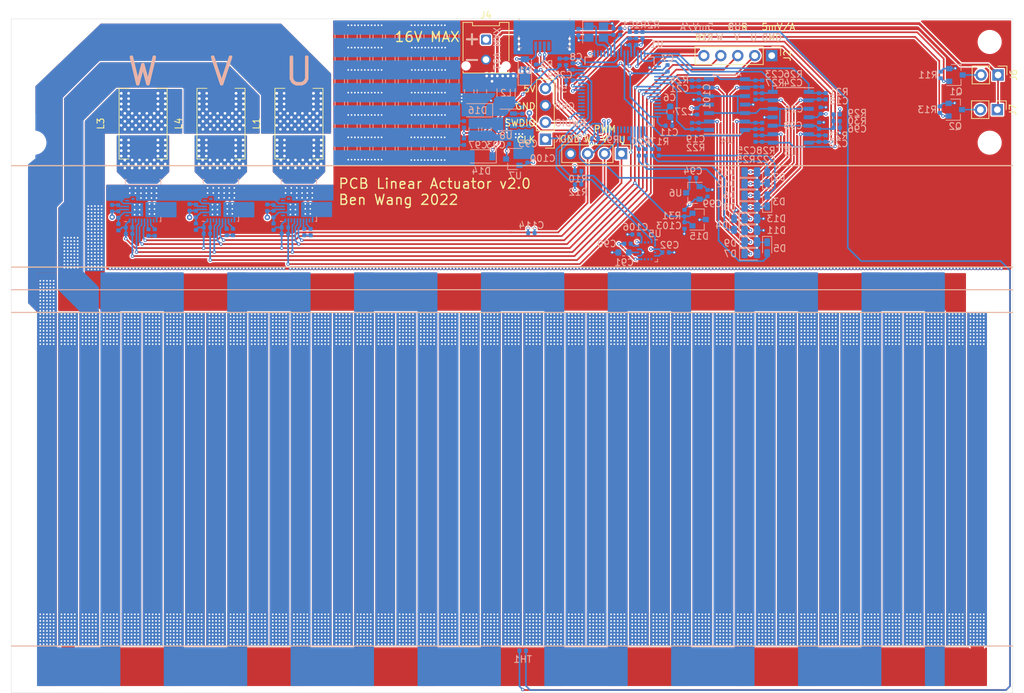
<source format=kicad_pcb>
(kicad_pcb (version 20211014) (generator pcbnew)
  (layers (0 "F.Cu" signal) (1 "In1.Cu" power) (2 "In2.Cu" power) (31 "B.Cu" signal) (34 "B.Paste" user) (35 "F.Paste" user) (36 "B.SilkS" user "B.Silkscreen") (37 "F.SilkS" user "F.Silkscreen") (38 "B.Mask" user) (39 "F.Mask" user) (44 "Edge.Cuts" user))
  (net 0 "")
  (net 1 "+5V")
  (net 2 "VBUS")
  (net 3 "GND")
  (net 4 "+3.3VA")
  (net 5 "/U/MOTOR")
  (net 6 "/V/MOTOR")
  (net 7 "/W/MOTOR")
  (net 8 "+3V3")
  (net 9 "/M_TEMP")
  (net 10 "/VBUS_S")
  (net 11 "/I_U")
  (net 12 "/I_V")
  (net 13 "/I_W")
  (net 14 "/O5")
  (net 15 "/O1")
  (net 16 "/O6")
  (net 17 "/O2")
  (net 18 "/O7")
  (net 19 "/O3")
  (net 20 "/O8")
  (net 21 "/O4")
  (net 22 "/USB_S")
  (net 23 "Net-(D3-Pad2)")
  (net 24 "Net-(D4-Pad2)")
  (net 25 "Net-(D5-Pad2)")
  (net 26 "/SWDIO")
  (net 27 "/SWCLK")
  (net 28 "/USB_P")
  (net 29 "/USB_N")
  (net 30 "Net-(L4-Pad1)")
  (net 31 "/USB_PULL")
  (net 32 "Net-(R16-Pad2)")
  (net 33 "/L1")
  (net 34 "/L2")
  (net 35 "/L3")
  (net 36 "/L4")
  (net 37 "/PWM_EN")
  (net 38 "/PWM_W")
  (net 39 "/PWM_V")
  (net 40 "/PWM_U")
  (net 41 "Net-(C108-Pad1)")
  (net 42 "Net-(L3-Pad1)")
  (net 43 "Net-(R4-Pad1)")
  (net 44 "+1V2")
  (net 45 "Net-(C18-Pad2)")
  (net 46 "/SCL")
  (net 47 "/SDA")
  (net 48 "Net-(C3-Pad1)")
  (net 49 "Net-(C4-Pad1)")
  (net 50 "Net-(C6-Pad1)")
  (net 51 "Net-(C13-Pad1)")
  (net 52 "Net-(C15-Pad2)")
  (net 53 "Net-(C15-Pad1)")
  (net 54 "Net-(C19-Pad2)")
  (net 55 "Net-(C20-Pad2)")
  (net 56 "Net-(C21-Pad2)")
  (net 57 "Net-(C22-Pad2)")
  (net 58 "Net-(C23-Pad2)")
  (net 59 "Net-(C24-Pad2)")
  (net 60 "Net-(C25-Pad2)")
  (net 61 "Net-(C102-Pad2)")
  (net 62 "Net-(C102-Pad1)")
  (net 63 "Net-(C110-Pad2)")
  (net 64 "Net-(C110-Pad1)")
  (net 65 "Net-(C116-Pad1)")
  (net 66 "Net-(C118-Pad2)")
  (net 67 "Net-(C118-Pad1)")
  (net 68 "Net-(D2-Pad2)")
  (net 69 "Net-(L1-Pad1)")
  (net 70 "Net-(R1-Pad1)")
  (net 71 "Net-(R7-Pad1)")
  (net 72 "Net-(R8-Pad1)")
  (net 73 "Net-(R32-Pad2)")
  (net 74 "Net-(R37-Pad2)")
  (net 75 "Net-(R41-Pad2)")
  (net 76 "Net-(C90-Pad2)")
  (net 77 "Net-(C90-Pad1)")
  (net 78 "Net-(C91-Pad1)")
  (net 79 "/power/VBUS_D")
  (net 80 "/D_TEMP")
  (net 81 "/STAR")
  (net 82 "V_BIAS")
  (net 83 "Net-(J6-Pad2)")
  (net 84 "Net-(J7-Pad2)")
  (net 85 "/FAN1")
  (net 86 "/FAN2")
  (footprint "MountingHole:MountingHole_3.2mm_M3" (layer "F.Cu") (at 196.55 96.55)
    (fp_text reference "MH1" hide)
    (fp_text value "MountingHole")
  )
  (footprint "MountingHole:MountingHole_3.2mm_M3" (layer "F.Cu") (at 53.45 81.45)
    (fp_text reference "MH2" hide)
    (fp_text value "MountingHole")
  )
  (footprint "MountingHole:MountingHole_3.2mm_M3" (layer "F.Cu") (at 196.55 81.45)
    (fp_text reference "MH3" hide)
    (fp_text value "MountingHole")
  )
  (footprint "MountingHole:MountingHole_3.2mm_M3" (layer "F.Cu") (at 53.45 96.55)
    (fp_text reference "MH4" hide)
    (fp_text value "MountingHole")
  )
  (footprint "NetTie:NetTie-2_SMD_Pad2.0mm" (layer "F.Cu") (at 194.7 172.2 -90)
    (fp_text reference "NT1" hide)
    (fp_text value "Net-Tie_2")
  )
  (footprint "NetTie:NetTie-2_SMD_Pad2.0mm" (layer "F.Cu") (at 58.5 172.2 -90)
    (fp_text reference "NT2" hide)
    (fp_text value "Net-Tie_2")
  )
  (footprint "linear actuator:L_10x7_H10" (layer "F.Cu") (at 81.4 93.7 90)
    (fp_text reference "L4")
    (fp_text value "L")
  )
  (footprint "linear actuator:L_10x7_H10" (layer "F.Cu") (at 69.74 93.7 90)
    (fp_text reference "L3")
    (fp_text value "L")
  )
  (footprint "linear actuator:L_10x7_H10" (layer "F.Cu") (at 93.08 93.7 90)
    (fp_text reference "L1")
    (fp_text value "L")
  )
  (footprint "NetTie:NetTie-2_SMD_Pad2.0mm" (layer "F.Cu") (at 188.3 172.2 -90)
    (fp_text reference "NT3" hide)
    (fp_text value "Net-Tie_2")
  )
  (footprint "Connector_PinHeader_2.54mm:PinHeader_1x04_P2.54mm_Vertical" (layer "F.Cu") (at 130 96.04 180)
    (fp_text reference "J1" hide)
    (fp_text value "Conn_01x04_Male")
  )
  (footprint "Connector_PinHeader_2.54mm:PinHeader_1x04_P2.54mm_Vertical" (layer "F.Cu") (at 141.4 98.2 -90)
    (fp_text reference "J5" hide)
    (fp_text value "Conn_01x04_Male")
  )
  (footprint "Connector_PinHeader_2.54mm:PinHeader_1x05_P2.54mm_Vertical" (layer "F.Cu") (at 163.9 83.5 -90)
    (fp_text reference "J2")
    (fp_text value "Conn_01x05_Male")
  )
  (footprint "Connector_Molex:Molex_Micro-Fit_3.0_43045-0212_2x01_P3.00mm_Vertical" (layer "F.Cu") (at 121.1 81.1)
    (fp_text reference "J4")
    (fp_text value "Conn_01x02_Male")
  )
  (footprint "Connector_PinHeader_2.54mm:PinHeader_1x02_P2.54mm_Vertical" (layer "F.Cu") (at 197.8 86.4 -90)
    (fp_text reference "J6")
    (fp_text value "Conn_01x02_Male")
  )
  (footprint "Connector_PinHeader_2.54mm:PinHeader_1x02_P2.54mm_Vertical" (layer "F.Cu") (at 197.7 91.6 -90)
    (fp_text reference "J7")
    (fp_text value "Conn_01x02_Male")
  )
  (footprint "Capacitor_SMD:C_0402_1005Metric" (layer "B.Cu") (at 89.28 107.25 -90)
    (fp_text reference "C14" hide)
    (fp_text value "1uF")
  )
  (footprint "Capacitor_SMD:C_0402_1005Metric" (layer "B.Cu") (at 89.28 105.4 90)
    (fp_text reference "C13" hide)
    (fp_text value "1uF")
  )
  (footprint "Capacitor_SMD:C_0402_1005Metric" (layer "B.Cu") (at 96.63 105.25 -90)
    (fp_text reference "C16" hide)
    (fp_text value "0.1uF")
  )
  (footprint "Resistor_SMD:R_0402_1005Metric" (layer "B.Cu") (at 93.88 109.95 90)
    (fp_text reference "R16" hide)
    (fp_text value "2R")
  )
  (footprint "Connector_USB:USB_Micro-B_Molex_47346-0001" (layer "B.Cu") (at 129.84 80.61)
    (fp_text reference "J3" hide)
    (fp_text value "USB_B_Micro")
  )
  (footprint "Resistor_SMD:R_0402_1005Metric" (layer "B.Cu") (at 117.8 93.8 -90)
    (fp_text reference "R5" hide)
    (fp_text value "10K")
  )
  (footprint "Resistor_SMD:R_0402_1005Metric" (layer "B.Cu") (at 117.8 96.4 -90)
    (fp_text reference "R6" hide)
    (fp_text value "1K")
  )
  (footprint "Resistor_SMD:R_0402_1005Metric" (layer "B.Cu") (at 126.6 172.7 180)
    (fp_text reference "TH1")
    (fp_text value "10K")
  )
  (footprint "Diode_SMD:D_SOD-123" (layer "B.Cu") (at 126.92 85.69 90)
    (fp_text reference "D1")
    (fp_text value "D")
  )
  (footprint "Capacitor_SMD:C_0402_1005Metric" (layer "B.Cu") (at 90.98 110.2 180)
    (fp_text reference "C10" hide)
    (fp_text value "22pF")
  )
  (footprint "Capacitor_SMD:C_0402_1005Metric" (layer "B.Cu") (at 152.09 101.82)
    (fp_text reference "C94")
    (fp_text value "1uF")
  )
  (footprint "Capacitor_SMD:C_0402_1005Metric" (layer "B.Cu") (at 125.06 96.74)
    (fp_text reference "C95")
    (fp_text value "1uF")
  )
  (footprint "Capacitor_SMD:C_0402_1005Metric" (layer "B.Cu") (at 127.31 99.04 -90)
    (fp_text reference "C100")
    (fp_text value "1uF")
  )
  (footprint "Capacitor_SMD:C_0402_1005Metric" (layer "B.Cu") (at 89.28 109.15 90)
    (fp_text reference "C12" hide)
    (fp_text value "1uF")
  )
  (footprint "Capacitor_SMD:C_0402_1005Metric" (layer "B.Cu") (at 94.83 109.95 90)
    (fp_text reference "C15" hide)
    (fp_text value "220nF")
  )
  (footprint "Resistor_SMD:R_0402_1005Metric" (layer "B.Cu") (at 142.1 95.9)
    (fp_text reference "R9")
    (fp_text value "10K")
  )
  (footprint "Resistor_SMD:R_0402_1005Metric" (layer "B.Cu") (at 90.98 109.25 180)
    (fp_text reference "R14" hide)
    (fp_text value "1K")
  )
  (footprint "Package_TO_SOT_SMD:SOT-23" (layer "B.Cu") (at 125.11 98.99 180)
    (fp_text reference "U7")
    (fp_text value "APE8865N-33-HF-3")
  )
  (footprint "linear actuator:QFN-40_5x6_Pitch0.45mm" (layer "B.Cu") (at 93.08 105.2)
    (fp_text reference "U2" hide)
    (fp_text value "FDMF3170")
  )
  (footprint "Resistor_SMD:R_0402_1005Metric" (layer "B.Cu") (at 88.33 106.3 90)
    (fp_text reference "R15" hide)
    (fp_text value "2R")
  )
  (footprint "linear actuator:QFN-16_3x3_Pitch0.5mm" (layer "B.Cu") (at 145.16 112.76 180)
    (fp_text reference "U5")
    (fp_text value "QMC5883L")
  )
  (footprint "Resistor_SMD:R_0402_1005Metric" (layer "B.Cu") (at 134.9 100.8)
    (fp_text reference "R10")
    (fp_text value "2.2K")
  )
  (footprint "Capacitor_SMD:C_0402_1005Metric" (layer "B.Cu") (at 142.3 111.7)
    (fp_text reference "C90")
    (fp_text value "0.22uF")
  )
  (footprint "Capacitor_SMD:C_0402_1005Metric" (layer "B.Cu") (at 148.01 113.01)
    (fp_text reference "C92")
    (fp_text value "0.1uF")
  )
  (footprint "Resistor_SMD:R_0402_1005Metric" (layer "B.Cu") (at 134.9 102.8)
    (fp_text reference "R12")
    (fp_text value "2.2K")
  )
  (footprint "Capacitor_SMD:C_0603_1608Metric" (layer "B.Cu") (at 141.71 113.01 180)
    (fp_text reference "C91")
    (fp_text value "4.7uF")
  )
  (footprint "Resistor_SMD:R_0402_1005Metric" (layer "B.Cu") (at 143.1 81.9 180)
    (fp_text reference "C5" hide)
    (fp_text value "1uF")
  )
  (footprint "Capacitor_SMD:C_0402_1005Metric" (layer "B.Cu") (at 148.3 85.4 90)
    (fp_text reference "C7")
    (fp_text value "1uF")
  )
  (footprint "Capacitor_SMD:C_0402_1005Metric" (layer "B.Cu") (at 134.1 85.115 -90)
    (fp_text reference "C8")
    (fp_text value "1uF")
  )
  (footprint "Capacitor_SMD:C_0402_1005Metric" (layer "B.Cu") (at 137.4 95.9)
    (fp_text reference "C9")
    (fp_text value "1uF")
  )
  (footprint "Resistor_SMD:R_0402_1005Metric" (layer "B.Cu") (at 128.6 85.32 90)
    (fp_text reference "R3")
    (fp_text value "1K5")
  )
  (footprint "Resistor_SMD:R_0402_1005Metric" (layer "B.Cu") (at 141.2 79.9 90)
    (fp_text reference "R7" hide)
    (fp_text value "1K")
  )
  (footprint "Resistor_SMD:R_0402_1005Metric" (layer "B.Cu") (at 65.09 106.37 90)
    (fp_text reference "R36" hide)
    (fp_text value "2R")
  )
  (footprint "Capacitor_SMD:C_0402_1005Metric" (layer "B.Cu") (at 73.29 105.32 -90)
    (fp_text reference "C111" hide)
    (fp_text value "0.1uF")
  )
  (footprint "Capacitor_SMD:C_0402_1005Metric" (layer "B.Cu") (at 71.49 110.02 90)
    (fp_text reference "C110" hide)
    (fp_text value "220nF")
  )
  (footprint "Capacitor_SMD:C_0402_1005Metric" (layer "B.Cu") (at 66.04 109.22 90)
    (fp_text reference "C107" hide)
    (fp_text value "1uF")
  )
  (footprint "Capacitor_SMD:C_0402_1005Metric" (layer "B.Cu") (at 66.04 107.32 -90)
    (fp_text reference "C109" hide)
    (fp_text value "1uF")
  )
  (footprint "Resistor_SMD:R_0402_1005Metric" (layer "B.Cu") (at 67.64 109.27 180)
    (fp_text reference "R35" hide)
    (fp_text value "1K")
  )
  (footprint "Capacitor_SMD:C_0402_1005Metric" (layer "B.Cu") (at 66.04 105.42 90)
    (fp_text reference "C108" hide)
    (fp_text value "1uF")
  )
  (footprint "linear actuator:QFN-40_5x6_Pitch0.45mm" (layer "B.Cu") (at 69.74 105.22)
    (fp_text reference "U9" hide)
    (fp_text value "FDMF3170")
  )
  (footprint "Capacitor_SMD:C_0402_1005Metric" (layer "B.Cu") (at 67.64 110.22 180)
    (fp_text reference "C105" hide)
    (fp_text value "22pF")
  )
  (footprint "Resistor_SMD:R_0402_1005Metric" (layer "B.Cu") (at 70.54 110.02 90)
    (fp_text reference "R37" hide)
    (fp_text value "2R")
  )
  (footprint "Capacitor_SMD:C_0402_1005Metric" (layer "B.Cu") (at 83.2 109.95 90)
    (fp_text reference "C118" hide)
    (fp_text value "220nF")
  )
  (footprint "Resistor_SMD:R_0402_1005Metric" (layer "B.Cu") (at 79.3 109.25 180)
    (fp_text reference "R39" hide)
    (fp_text value "1K")
  )
  (footprint "linear actuator:QFN-40_5x6_Pitch0.45mm" (layer "B.Cu") (at 81.4 105.2)
    (fp_text reference "U10" hide)
    (fp_text value "FDMF3170")
  )
  (footprint "Capacitor_SMD:C_0402_1005Metric" (layer "B.Cu") (at 77.65 105.35 90)
    (fp_text reference "C116" hide)
    (fp_text value "1uF")
  )
  (footprint "Capacitor_SMD:C_0402_1005Metric" (layer "B.Cu") (at 79.3 110.2 180)
    (fp_text reference "C113" hide)
    (fp_text value "22pF")
  )
  (footprint "Resistor_SMD:R_0402_1005Metric" (layer "B.Cu") (at 82.25 109.95 90)
    (fp_text reference "R41" hide)
    (fp_text value "2R")
  )
  (footprint "Resistor_SMD:R_0402_1005Metric" (layer "B.Cu") (at 76.7 106.25 90)
    (fp_text reference "R40" hide)
    (fp_text value "2R")
  )
  (footprint "Capacitor_SMD:C_0402_1005Metric" (layer "B.Cu") (at 77.65 109.15 90)
    (fp_text reference "C115" hide)
    (fp_text value "1uF")
  )
  (footprint "Capacitor_SMD:C_0402_1005Metric" (layer "B.Cu") (at 84.95 105.25 -90)
    (fp_text reference "C119" hide)
    (fp_text value "0.1uF")
  )
  (footprint "Capacitor_SMD:C_0402_1005Metric" (layer "B.Cu") (at 77.65 107.25 -90)
    (fp_text reference "C117" hide)
    (fp_text value "1uF")
  )
  (footprint "Capacitor_SMD:C_0805_2012Metric" (layer "B.Cu") (at 116.35 90.7 -90)
    (fp_text reference "C69" hide)
    (fp_text value "4.7uF")
  )
  (footprint "Capacitor_SMD:C_0805_2012Metric" (layer "B.Cu") (at 116.34 87.345 90)
    (fp_text reference "C55" hide)
    (fp_text value "4.7uF")
  )
  (footprint "Capacitor_SMD:C_0805_2012Metric" (layer "B.Cu") (at 116.35 80.6 90)
    (fp_text reference "C56" hide)
    (fp_text value "4.7uF")
  )
  (footprint "Capacitor_SMD:C_0805_2012Metric" (layer "B.Cu") (at 116.35 97.45 -90)
    (fp_text reference "C51" hide)
    (fp_text value "4.7uF")
  )
  (footprint "Capacitor_SMD:C_0805_2012Metric" (layer "B.Cu") (at 116.35 83.95 -90)
    (fp_text reference "C89" hide)
    (fp_text value "4.7uF")
  )
  (footprint "Capacitor_SMD:C_0805_2012Metric" (layer "B.Cu") (at 116.34 94.095 90)
    (fp_text reference "C67" hide)
    (fp_text value "4.7uF")
  )
  (footprint "Capacitor_SMD:C_0402_1005Metric" (layer "B.Cu") (at 170.97 95.94 90)
    (fp_text reference "C20")
    (fp_text value "6pF")
  )
  (footprint "Capacitor_SMD:C_0402_1005Metric" (layer "B.Cu") (at 161.47 94.04 90)
    (fp_text reference "C25")
    (fp_text value "6pF")
  )
  (footprint "Capacitor_SMD:C_0402_1005Metric" (layer "B.Cu") (at 162.47 89.59 -90)
    (fp_text reference "C24")
    (fp_text value "6pF")
  )
  (footprint "Capacitor_SMD:C_0402_1005Metric" (layer "B.Cu") (at 171 94 -90)
    (fp_text reference "C98")
    (fp_text value "1uF")
  )
  (footprint "Resistor_SMD:R_0402_1005Metric" (layer "B.Cu") (at 162.47 87.69 -90)
    (fp_text reference "R26")
    (fp_text value "220K")
  )
  (footprint "Resistor_SMD:R_0402_1005Metric" (layer "B.Cu") (at 171.97 95.94 90)
    (fp_text reference "R23")
    (fp_text value "220K")
  )
  (footprint "Resistor_SMD:R_0402_1005Metric" (layer "B.Cu") (at 171.97 89.59 -90)
    (fp_text reference "R21")
    (fp_text value "220K")
  )
  (footprint "Diode_SMD:D_0805_2012Metric" (layer "B.Cu") (at 160.77 100.94)
    (fp_text reference "D10")
    (fp_text value "D_Photo")
  )
  (footprint "Package_SO:SOIC-14_3.9x8.7mm_P1.27mm" (layer "B.Cu") (at 157.195 90.84)
    (fp_text reference "U4")
    (fp_text value "OPA4340UA")
  )
  (footprint "Diode_SMD:D_0805_2012Metric" (layer "B.Cu") (at 160.77 104.44)
    (fp_text reference "D6")
    (fp_text value "D_Photo")
  )
  (footprint "Diode_SMD:D_0805_2012Metric" (layer "B.Cu") (at 160.77 107.94)
    (fp_text reference "D13")
    (fp_text value "D_Photo")
  )
  (footprint "Package_SO:SOIC-14_3.9x8.7mm_P1.27mm" (layer "B.Cu") (at 166.745 92.74 180)
    (fp_text reference "U3")
    (fp_text value "OPA4340UA")
  )
  (footprint "Capacitor_SMD:C_0402_1005Metric" (layer "B.Cu") (at 153 89.6 90)
    (fp_text reference "C101")
    (fp_text value "1uF")
  )
  (footprint "Diode_SMD:D_0603_1608Metric_Castellated" (layer "B.Cu") (at 163.22 112.29 -90)
    (fp_text reference "D5")
    (fp_text value "LED")
  )
  (footprint "Diode_SMD:D_0603_1608Metric_Castellated" (layer "B.Cu") (at 163.22 101.79 90)
    (fp_text reference "D2")
    (fp_text value "LED")
  )
  (footprint "Capacitor_SMD:C_0402_1005Metric" (layer "B.Cu") (at 162.47 95.94 90)
    (fp_text reference "C22")
    (fp_text value "6pF")
  )
  (footprint "Resistor_SMD:R_0402_1005Metric" (layer "B.Cu") (at 145 98 -90)
    (fp_text reference "R19" hide)
    (fp_text value "300R")
  )
  (footprint "Diode_SMD:D_0603_1608Metric_Castellated" (layer "B.Cu") (at 163.22 105.29 90)
    (fp_text reference "D3")
    (fp_text value "LED")
  )
  (footprint "Capacitor_SMD:C_0402_1005Metric" (layer "B.Cu") (at 170.97 89.59 -90)
    (fp_text reference "C18")
    (fp_text value "6pF")
  )
  (footprint "Capacitor_SMD:C_0402_1005Metric" (layer "B.Cu") (at 161.47 87.69 -90)
    (fp_text reference "C23")
    (fp_text value "6pF")
  )
  (footprint "Capacitor_SMD:C_0402_1005Metric" (layer "B.Cu") (at 152.97 87.69 -90)
    (fp_text reference "C21")
    (fp_text value "6pF")
  )
  (footprint "Resistor_SMD:R_0402_1005Metric" (layer "B.Cu") (at 151.97 87.705 -90)
    (fp_text reference "R24")
    (fp_text value "220K")
  )
  (footprint "Resistor_SMD:R_0402_1005Metric" (layer "B.Cu") (at 161.47 95.94 90)
    (fp_text reference "R25")
    (fp_text value "220K")
  )
  (footprint "Resistor_SMD:R_0402_1005Metric" (layer "B.Cu") (at 146 98 -90)
    (fp_text reference "R17")
    (fp_text value "300R")
  )
  (footprint "Resistor_SMD:R_0402_1005Metric" (layer "B.Cu") (at 144 98 -90)
    (fp_text reference "R20")
    (fp_text value "300R")
  )
  (footprint "Resistor_SMD:R_0402_1005Metric" (layer "B.Cu") (at 162.47 94.04 90)
    (fp_text reference "R28")
    (fp_text value "220K")
  )
  (footprint "Resistor_SMD:R_0402_1005Metric" (layer "B.Cu") (at 161.47 89.605 -90)
    (fp_text reference "R27")
    (fp_text value "220K")
  )
  (footprint "Diode_SMD:D_0603_1608Metric_Castellated" (layer "B.Cu") (at 158.27 108.79 -90)
    (fp_text reference "D4")
    (fp_text value "LED")
  )
  (footprint "Diode_SMD:D_0805_2012Metric" (layer "B.Cu") (at 160.77 106.19)
    (fp_text reference "D8")
    (fp_text value "D_Photo")
  )
  (footprint "Diode_SMD:D_0805_2012Metric" (layer "B.Cu") (at 160.77 109.69)
    (fp_text reference "D11")
    (fp_text value "D_Photo")
  )
  (footprint "Diode_SMD:D_0805_2012Metric" (layer "B.Cu") (at 160.77 111.44)
    (fp_text reference "D9")
    (fp_text value "D_Photo")
  )
  (footprint "Diode_SMD:D_0805_2012Metric" (layer "B.Cu") (at 160.77 102.69)
    (fp_text reference "D12")
    (fp_text value "D_Photo")
  )
  (footprint "Capacitor_SMD:C_0402_1005Metric" (layer "B.Cu") (at 171.22 91.74 90)
    (fp_text reference "C26")
    (fp_text value "1uF")
  )
  (footprint "Diode_SMD:D_0805_2012Metric" (layer "B.Cu") (at 160.77 113.19)
    (fp_text reference "D7")
    (fp_text value "D_Photo")
  )
  (footprint "Capacitor_SMD:C_0402_1005Metric" (layer "B.Cu") (at 152.72 91.84 -90)
    (fp_text reference "C27")
    (fp_text value "1uF")
  )
  (footprint "Resistor_SMD:R_0402_1005Metric" (layer "B.Cu") (at 147 98 -90)
    (fp_text reference "R18" hide)
    (fp_text value "300R")
  )
  (footprint "Capacitor_SMD:C_0402_1005Metric" (layer "B.Cu") (at 97.6 105.25 -90)
    (fp_text reference "C17" hide)
    (fp_text value "1uF")
  )
  (footprint "Capacitor_SMD:C_0402_1005Metric" (layer "B.Cu") (at 85.9 105.25 -90)
    (fp_text reference "C112" hide)
    (fp_text value "1uF")
  )
  (footprint "Capacitor_SMD:C_0402_1005Metric" (layer "B.Cu") (at 74.25 105.3 -90)
    (fp_text reference "C120" hide)
    (fp_text value "1uF")
  )
  (footprint "Capacitor_SMD:C_0805_2012Metric" (layer "B.Cu") (at 112.54 94.075 90)
    (fp_text reference "C35" hide)
    (fp_text value "4.7uF")
  )
  (footprint "Capacitor_SMD:C_0805_2012Metric" (layer "B.Cu") (at 104.88 97.445 -90)
    (fp_text reference "C33" hide)
    (fp_text value "4.7uF")
  )
  (footprint "Capacitor_SMD:C_0805_2012Metric" (layer "B.Cu") (at 112.52 87.335 90)
    (fp_text reference "C88" hide)
    (fp_text value "4.7uF")
  )
  (footprint "Capacitor_SMD:C_0805_2012Metric" (layer "B.Cu") (at 106.78 83.9875 -90)
    (fp_text reference "C83" hide)
    (fp_text value "4.7uF")
  )
  (footprint "Capacitor_SMD:C_0805_2012Metric" (layer "B.Cu") (at 108.665 80.645 90)
    (fp_text reference "C30" hide)
    (fp_text value "4.7uF")
  )
  (footprint "Capacitor_SMD:C_0805_2012Metric" (layer "B.Cu") (at 102.98 90.725 -90)
    (fp_text reference "C77" hide)
    (fp_text value "4.7uF")
  )
  (footprint "Capacitor_SMD:C_0805_2012Metric" (layer "B.Cu") (at 110.63 97.43 -90)
    (fp_text reference "C44" hide)
    (fp_text value "4.7uF")
  )
  (footprint "Capacitor_SMD:C_0805_2012Metric" (layer "B.Cu") (at 108.68 83.9875 -90)
    (fp_text reference "C31" hide)
    (fp_text value "4.7uF")
  )
  (footprint "Capacitor_SMD:C_0805_2012Metric" (layer "B.Cu") (at 101.09 80.63 90)
    (fp_text reference "C66" hide)
    (fp_text value "4.7uF")
  )
  (footprint "Capacitor_SMD:C_0805_2012Metric" (layer "B.Cu") (at 99.19 80.63 90)
    (fp_text reference "C72" hide)
    (fp_text value "4.7uF")
  )
  (footprint "Capacitor_SMD:C_0805_2012Metric" (layer "B.Cu") (at 102.98 83.9875 -90)
    (fp_text reference "C70" hide)
    (fp_text value "4.7uF")
  )
  (footprint "Capacitor_SMD:C_0805_2012Metric" (layer "B.Cu") (at 101.09 87.345 90)
    (fp_text reference "C80" hide)
    (fp_text value "4.7uF")
  )
  (footprint "Capacitor_SMD:C_0805_2012Metric" (layer "B.Cu") (at 114.44 94.075 90)
    (fp_text reference "C82" hide)
    (fp_text value "4.7uF")
  )
  (footprint "Capacitor_SMD:C_0805_2012Metric" (layer "B.Cu") (at 112.53 90.71 -90)
    (fp_text reference "C87" hide)
    (fp_text value "4.7uF")
  )
  (footprint "Capacitor_SMD:C_0805_2012Metric" (layer "B.Cu") (at 106.78 90.725 -90)
    (fp_text reference "C32" hide)
    (fp_text value "4.7uF")
  )
  (footprint "Capacitor_SMD:C_0805_2012Metric" (layer "B.Cu") (at 101.09 94.065 90)
    (fp_text reference "C64" hide)
    (fp_text value "4.7uF")
  )
  (footprint "Capacitor_SMD:C_0805_2012Metric" (layer "B.Cu") (at 99.18 97.43 -90)
    (fp_text reference "C61" hide)
    (fp_text value "4.7uF")
  )
  (footprint "Capacitor_SMD:C_0805_2012Metric" (layer "B.Cu") (at 114.42 87.335 90)
    (fp_text reference "C53" hide)
    (fp_text value "4.7uF")
  )
  (footprint "Capacitor_SMD:C_0805_2012Metric" (layer "B.Cu") (at 108.665 94.095 90)
    (fp_text reference "C43" hide)
    (fp_text value "4.7uF")
  )
  (footprint "Capacitor_SMD:C_0805_2012Metric" (layer "B.Cu") (at 101.105 83.975 -90)
    (fp_text reference "C81" hide)
    (fp_text value "4.7uF")
  )
  (footprint "Capacitor_SMD:C_0805_2012Metric" (layer "B.Cu") (at 104.89 80.625 90)
    (fp_text reference "C47" hide)
    (fp_text value "4.7uF")
  )
  (footprint "Capacitor_SMD:C_0805_2012Metric" (layer "B.Cu") (at 112.52 80.615 90)
    (fp_text reference "C78" hide)
    (fp_text value "4.7uF")
  )
  (footprint "Capacitor_SMD:C_0805_2012Metric" (layer "B.Cu") (at 104.88 90.725 -90)
    (fp_text reference "C79" hide)
    (fp_text value "4.7uF")
  )
  (footprint "Capacitor_SMD:C_0805_2012Metric" (layer "B.Cu") (at 112.51 83.97 -90)
    (fp_text reference "C40" hide)
    (fp_text value "4.7uF")
  )
  (footprint "Capacitor_SMD:C_0805_2012Metric" (layer "B.Cu") (at 99.19 94.065 90)
    (fp_text reference "C62" hide)
    (fp_text value "4.7uF")
  )
  (footprint "Capacitor_SMD:C_0805_2012Metric" (layer "B.Cu") (at 110.61 83.9625 -90)
    (fp_text reference "C28" hide)
    (fp_text value "4.7uF")
  )
  (footprint "Capacitor_SMD:C_0805_2012Metric" (layer "B.Cu") (at 110.62 80.615 90)
    (fp_text reference "C48" hide)
    (fp_text value "4.7uF")
  )
  (footprint "Capacitor_SMD:C_0805_2012Metric" (layer "B.Cu") (at 99.205 90.695 -90)
    (fp_text reference "C86" hide)
    (fp_text value "4.7uF")
  )
  (footprint "Capacitor_SMD:C_0805_2012Metric" (layer "B.Cu") (at 106.765 94.095 90)
    (fp_text reference "C39" hide)
    (fp_text value "4.7uF")
  )
  (footprint "Capacitor_SMD:C_0805_2012Metric" (layer "B.Cu") (at 114.41 83.975 -90)
    (fp_text reference "C45" hide)
    (fp_text value "4.7uF")
  )
  (footprint "Capacitor_SMD:C_0805_2012Metric" (layer "B.Cu") (at 104.89 87.345 90)
    (fp_text reference "C76" hide)
    (fp_text value "4.7uF")
  )
  (footprint "Capacitor_SMD:C_0805_2012Metric" (layer "B.Cu") (at 101.08 97.43 -90)
    (fp_text reference "C68" hide)
    (fp_text value "4.7uF")
  )
  (footprint "Capacitor_SMD:C_0805_2012Metric" (layer "B.Cu") (at 99.205 83.975 -90)
    (fp_text reference "C65" hide)
    (fp_text value "4.7uF")
  )
  (footprint "Capacitor_SMD:C_0805_2012Metric" (layer "B.Cu") (at 101.105 90.695 -90)
    (fp_text reference "C85" hide)
    (fp_text value "4.7uF")
  )
  (footprint "Capacitor_SMD:C_0805_2012Metric" (layer "B.Cu") (at 106.765 87.365 90)
    (fp_text reference "C50" hide)
    (fp_text value "4.7uF")
  )
  (footprint "Capacitor_SMD:C_0805_2012Metric" (layer "B.Cu") (at 104.89 94.065 90)
    (fp_text reference "C29" hide)
    (fp_text value "4.7uF" hide)
  )
  (footprint "Capacitor_SMD:C_0805_2012Metric" (layer "B.Cu") (at 106.765 80.645 90)
    (fp_text reference "C60" hide)
    (fp_text value "4.7uF")
  )
  (footprint "Capacitor_SMD:C_0805_2012Metric" (layer "B.Cu") (at 108.665 87.365 90)
    (fp_text reference "C46" hide)
    (fp_text value "4.7uF")
  )
  (footprint "Capacitor_SMD:C_0805_2012Metric" (layer "B.Cu") (at 114.45 80.615 90)
    (fp_text reference "C38" hide)
    (fp_text value "4.7uF")
  )
  (footprint "Capacitor_SMD:C_0805_2012Metric" (layer "B.Cu") (at 102.99 87.345 90)
    (fp_text reference "C73" hide)
    (fp_text value "4.7uF")
  )
  (footprint "Capacitor_SMD:C_0805_2012Metric" (layer "B.Cu") (at 99.185 87.35 90)
    (fp_text reference "C58" hide)
    (fp_text value "4.7uF")
  )
  (footprint "Capacitor_SMD:C_0805_2012Metric" (layer "B.Cu") (at 114.43 97.435 -90)
    (fp_text reference "C84" hide)
    (fp_text value "4.7uF")
  )
  (footprint "Capacitor_SMD:C_0805_2012Metric" (layer "B.Cu") (at 102.99 94.065 90)
    (fp_text reference "C59" hide)
    (fp_text value "4.7uF")
  )
  (footprint "Capacitor_SMD:C_0805_2012Metric" (layer "B.Cu") (at 112.53 97.43 -90)
    (fp_text reference "C37" hide)
    (fp_text value "4.7uF")
  )
  (footprint "Capacitor_SMD:C_0805_2012Metric" (layer "B.Cu") (at 102.98 97.445 -90)
    (fp_text reference "C57" hide)
    (fp_text value "4.7uF")
  )
  (footprint "Capacitor_SMD:C_0805_2012Metric" (layer "B.Cu") (at 114.43 90.715 -90)
    (fp_text reference "C52" hide)
    (fp_text value "4.7uF")
  )
  (footprint "Capacitor_SMD:C_0805_2012Metric" (layer "B.Cu") (at 108.68 90.725 -90)
    (fp_text reference "C63" hide)
    (fp_text value "4.7uF")
  )
  (footprint "Capacitor_SMD:C_0805_2012Metric" (layer "B.Cu") (at 104.88 83.9875 -90)
    (fp_text reference "C75" hide)
    (fp_text value "4.7uF")
  )
  (footprint "Capacitor_SMD:C_0805_2012Metric" (layer "B.Cu") (at 110.63 90.71 -90)
    (fp_text reference "C74" hide)
    (fp_text value "4.7uF")
  )
  (footprint "Capacitor_SMD:C_0805_2012Metric" (layer "B.Cu") (at 102.99 80.625 90)
    (fp_text reference "C41" hide)
    (fp_text value "4.7uF")
  )
  (footprint "Capacitor_SMD:C_0805_2012Metric" (layer "B.Cu") (at 106.78 97.445 -90)
    (fp_text reference "C71" hide)
    (fp_text value "4.7uF")
  )
  (footprint "Capacitor_SMD:C_0805_2012Metric" (layer "B.Cu") (at 110.635 94.075 90)
    (fp_text reference "C54" hide)
    (fp_text value "4.7uF")
  )
  (footprint "Capacitor_SMD:C_0805_2012Metric" (layer "B.Cu") (at 110.62 87.335 90)
    (fp_text reference "C34" hide)
    (fp_text value "4.7uF")
  )
  (footprint "Capacitor_SMD:C_0805_2012Metric" (layer "B.Cu") (at 108.66 97.4375 -90)
    (fp_text reference "C49" hide)
    (fp_text value "4.7uF")
  )
  (footprint "Capacitor_SMD:C_0402_1005Metric" (layer "B.Cu") (at 154.29 104.12 -90)
    (fp_text reference "C99")
    (fp_text value "1uF")
  )
  (footprint "Package_TO_SOT_SMD:SOT-23" (layer "B.Cu") (at 152.09 104.07 180)
    (fp_text reference "U6")
    (fp_text value "APE8865N-33-HF-3")
  )
  (footprint "Capacitor_SMD:C_0402_1005Metric" (layer "B.Cu") (at 173.645 94.31 180)
    (fp_text reference "C96")
    (fp_text value "1uF")
  )
  (footprint "Resistor_SMD:R_0402_1005Metric" (layer "B.Cu") (at 173.63 93.31)
    (fp_text reference "R30")
    (fp_text value "1K")
  )
  (footprint "Resistor_SMD:R_0402_1005Metric" (layer "B.Cu") (at 150.83 107.105 -90)
    (fp_text reference "R31")
    (fp_text value "220R")
  )
  (footprint "Capacitor_SMD:C_0402_1005Metric" (layer "B.Cu") (at 150.83 108.97 -90)
    (fp_text reference "C103")
    (fp_text value "1uF")
  )
  (footprint "Package_TO_SOT_SMD:SOT-23" (layer "B.Cu") (at 153.03 108.07)
    (fp_text reference "D15")
    (fp_text value "TL432DBZ")
  )
  (footprint "Capacitor_SMD:C_0402_1005Metric" (layer "B.Cu") (at 134.94 79.96 -90)
    (fp_text reference "C3" hide)
    (fp_text value "12pF")
  )
  (footprint "Capacitor_SMD:C_0402_1005Metric" (layer "B.Cu") (at 152.97 94.04 90)
    (fp_text reference "C19")
    (fp_text value "6pF")
  )
  (footprint "Resistor_SMD:R_0402_1005Metric" (layer "B.Cu") (at 143.59 80.44 -90)
    (fp_text reference "R1")
    (fp_text value "10K")
  )
  (footprint "Resistor_SMD:R_0402_1005Metric" (layer "B.Cu") (at 151.97 94.04 90)
    (fp_text reference "R22")
    (fp_text value "220K")
  )
  (footprint "Capacitor_SMD:C_0402_1005Metric" (layer "B.Cu") (at 140.19 79.91 90)
    (fp_text reference "C4" hide)
    (fp_text value "12pF")
  )
  (footprint "Capacitor_SMD:C_0603_1608Metric" (layer "B.Cu") (at 148.7 91.9 -90)
    (fp_text reference "C6")
    (fp_text value "4.7uF")
  )
  (footprint "Capacitor_SMD:C_0402_1005Metric" (layer "B.Cu") (at 142.64 80.44 90)
    (fp_text reference "C1")
    (fp_text value "1uF")
  )
  (footprint "Resistor_SMD:R_0402_1005Metric" (layer "B.Cu") (at 144.54 80.44 90)
    (fp_text reference "R2")
    (fp_text value "10K")
  )
  (footprint "Package_QFP:LQFP-64_10x10mm_P0.5mm" (layer "B.Cu") (at 141.1 88.9 -90)
    (fp_text reference "U1")
    (fp_text value "STM32F412RETx")
  )
  (footprint "Diode_SMD:D_SOD-123" (layer "B.Cu") (at 120.4 98.6 180)
    (fp_text reference "D14")
    (fp_text value "D")
  )
  (footprint "Diode_SMD:D_SOD-123" (layer "B.Cu") (at 119.85 91.7 180)
    (fp_text reference "D16")
    (fp_text value "D")
  )
  (footprint "Resistor_SMD:R_0402_1005Metric" (layer "B.Cu") (at 126.55 93.58 90)
    (fp_text reference "R33" hide)
    (fp_text value "13K")
  )
  (footprint "Capacitor_SMD:C_0805_2012Metric" (layer "B.Cu") (at 118.59 88.85 -90)
    (fp_text reference "C42" hide)
    (fp_text value "22uF")
  )
  (footprint "Resistor_SMD:R_0402_1005Metric" (layer "B.Cu") (at 127.55 93.58 -90)
    (fp_text reference "R32" hide)
    (fp_text value "68K")
  )
  (footprint "Capacitor_SMD:C_0402_1005Metric" (layer "B.Cu") (at 122 89 -90)
    (fp_text reference "C104" hide)
    (fp_text value "0.1uF")
  )
  (footprint "Capacitor_SMD:C_0805_2012Metric" (layer "B.Cu") (at 120.49 88.85 -90)
    (fp_text reference "C36" hide)
    (fp_text value "22uF")
  )
  (footprint "Inductor_SMD:L_1210_3225Metric" (layer "B.Cu") (at 124.11 89.05 -90)
    (fp_text reference "L2")
    (fp_text value "10uH")
  )
  (footprint "Package_TO_SOT_SMD:SOT-23-6" (layer "B.Cu") (at 124.1 93.13 180)
    (fp_text reference "U8")
    (fp_text value "LMR16006YQ")
  )
  (footprint "Capacitor_SMD:C_0805_2012Metric" (layer "B.Cu") (at 121.17 94.55 90)
    (fp_text reference "C93")
    (fp_text value "4.7uF")
  )
  (footprint "Capacitor_SMD:C_0805_2012Metric" (layer "B.Cu") (at 119.27 94.55 90)
    (fp_text reference "C97")
    (fp_text value "4.7uF")
  )
  (footprint "Resistor_SMD:R_0402_1005Metric" (layer "B.Cu") (at 132.12 84.435 90)
    (fp_text reference "R4")
    (fp_text value "1K")
  )
  (footprint "Crystal:Crystal_SMD_3225-4Pin_3.2x2.5mm" (layer "B.Cu") (at 137.59 79.96)
    (fp_text reference "Y1" hide)
    (fp_text value "Crystal_GND24")
  )
  (footprint "Capacitor_SMD:C_0402_1005Metric" (layer "B.Cu") (at 148.5 94)
    (fp_text reference "C11")
    (fp_text value "1uF")
  )
  (footprint "Resistor_SMD:R_0402_1005Metric" (layer "B.Cu") (at 133.6 87.2 180)
    (fp_text reference "R8" hide)
    (fp_text value "1K")
  )
  (footprint "Capacitor_SMD:C_0402_1005Metric" (layer "B.Cu") (at 143.515 110.3 180)
    (fp_text reference "C106")
    (fp_text value "0.1uF")
  )
  (footprint "Resistor_SMD:R_0402_1005Metric" (layer "B.Cu") (at 173.63 92.31 180)
    (fp_text reference "R29")
    (fp_text value "4K7")
  )
  (footprint "Capacitor_SMD:C_0402_1005Metric" (layer "B.Cu") (at 133.1 84.435 -90)
    (fp_text reference "C2")
    (fp_text value "10nF")
  )
  (footprint "Capacitor_SMD:C_0402_1005Metric" (layer "B.Cu") (at 126.55 91.715 90)
    (fp_text reference "C102" hide)
    (fp_text value "10nF")
  )
  (footprint "Package_TO_SOT_SMD:SOT-23" (layer "B.Cu") (at 191.4 91.6)
    (fp_text reference "Q2")
    (fp_text value "Q_NMOS_GSD")
  )
  (footprint "Resistor_SMD:R_0402_1005Metric" (layer "B.Cu") (at 189.2 86.4 90)
    (fp_text reference "R11")
    (fp_text value "1K")
  )
  (footprint "Resistor_SMD:R_0402_1005Metric" (layer "B.Cu") (at 189.1 91.6 90)
    (fp_text reference "R13")
    (fp_text value "1K")
  )
  (footprint "Package_TO_SOT_SMD:SOT-23" (layer "B.Cu") (at 191.5 86.4)
    (fp_text reference "Q1")
    (fp_text value "Q_NMOS_GSD")
  )
  (footprint "Capacitor_SMD:C_0402_1005Metric" (layer "B.Cu") (at 127.9 110.1 180)
    (fp_text reference "C114")
    (fp_text value "1uF")
  )
  (gr_line (start 50 172) (end 200 172) (layer "B.SilkS") (width 0.15))
  (gr_line (start 50 115.2) (end 200 115.2) (layer "B.SilkS") (width 0.15))
  (gr_line (start 50 122) (end 200 122) (layer "B.SilkS") (width 0.15))
  (gr_line (start 50 100) (end 200 100) (layer "B.SilkS") (width 0.15))
  (gr_line (start 50 118.6) (end 200 118.6) (layer "B.SilkS") (width 0.15))
  (gr_line (start 50 115.2) (end 200 115.2) (layer "F.SilkS") (width 0.15))
  (gr_line (start 50 122) (end 200 122) (layer "F.SilkS") (width 0.15))
  (gr_line (start 50 100) (end 200 100) (layer "F.SilkS") (width 0.15))
  (gr_line (start 50 172) (end 200 172) (layer "F.SilkS") (width 0.15))
  (gr_line (start 50 118.6) (end 200 118.6) (layer "F.SilkS") (width 0.15))
  (gr_line (start 50 179) (end 50 78) (layer "Edge.Cuts") (width 0.05))
  (gr_line (start 200 78) (end 200 179) (layer "Edge.Cuts") (width 0.05))
  (gr_line (start 200 179) (end 50 179) (layer "Edge.Cuts") (width 0.05))
  (gr_line (start 50 78) (end 200 78) (layer "Edge.Cuts") (width 0.05))
  (gr_text "W" (at 69.7 85.9) (layer "B.SilkS") (effects (font (size 4 4) (thickness 0.5)) (justify mirror)))
  (gr_text "U" (at 93.1 85.9) (layer "B.SilkS") (effects (font (size 4 4) (thickness 0.5)) (justify mirror)))
  (gr_text "16V MAX" (at 122.7 82.5 270) (layer "B.SilkS") (effects (font (size 1 1)) (justify mirror)))
  (gr_text "GND" (at 163.9 80.8) (layer "B.SilkS") (effects (font (size 1 1)) (justify mirror)))
  (gr_text "W" (at 156.1 80.8) (layer "B.SilkS") (effects (font (size 1 1)) (justify mirror)))
  (gr_text "REF" (at 153.8 80.8) (layer "B.SilkS") (effects (font (size 1 1)) (justify mirror)))
  (gr_text "5V" (at 132.4 88.5) (layer "B.SilkS") (effects (font (size 1 1)) (justify mirror)))
  (gr_text "CLK" (at 132.8 96) (layer "B.SilkS") (effects (font (size 1 1)) (justify mirror)))
  (gr_text "SWDIO" (at 133.7 93.6) (layer "B.SilkS") (effects (font (size 1 1)) (justify mirror)))
  (gr_text "GND" (at 132.9 91.1) (layer "B.SilkS") (effects (font (size 1 1)) (justify mirror)))
  (gr_text "CUR" (at 158.8 79.2) (layer "B.SilkS") (effects (font (size 1 1)) (justify mirror)))
  (gr_text "5mV/A" (at 152.7 79.2) (layer "B.SilkS") (effects (font (size 1 1)) (justify mirror)))
  (gr_text "V" (at 81.5 85.9) (layer "B.SilkS") (effects (font (size 4 4) (thickness 0.5)) (justify mirror)))
  (gr_text "U\n" (at 161.2 80.8) (layer "B.SilkS") (effects (font (size 1 1)) (justify mirror)))
  (gr_text "-" (at 119 84) (layer "B.SilkS") (effects (font (size 2 2) (thickness 0.3)) (justify mirror)))
  (gr_text "V\n" (at 158.7 80.8) (layer "B.SilkS") (effects (font (size 1 1)) (justify mirror)))
  (gr_text "+" (at 119 80.9) (layer "B.SilkS") (effects (font (size 2 2) (thickness 0.3)) (justify mirror)))
  (gr_text "W" (at 69.7 85.9) (layer "F.SilkS") (effects (font (size 4 4) (thickness 0.5)) (justify mirror)))
  (gr_text "V" (at 81.5 85.9) (layer "F.SilkS") (effects (font (size 4 4) (thickness 0.5)) (justify mirror)))
  (gr_text "-" (at 119 84) (layer "F.SilkS") (effects (font (size 2 2) (thickness 0.3)) (justify mirror)))
  (gr_text "16V MAX" (at 112.3 80.7) (layer "F.SilkS") (effects (font (size 1.5 1.5) (thickness 0.2))))
  (gr_text "+" (at 119 80.9) (layer "F.SilkS") (effects (font (size 2 2) (thickness 0.3)) (justify mirror)))
  (gr_text "W" (at 156.1 80.8) (layer "F.SilkS") (effects (font (size 1 1))))
  (gr_text "REF" (at 153.8 80.8) (layer "F.SilkS") (effects (font (size 1 1))))
  (gr_text "U" (at 161.2 80.8) (layer "F.SilkS") (effects (font (size 1 1))))
  (gr_text "GND" (at 163.9 80.8) (layer "F.SilkS") (effects (font (size 1 1))))
  (gr_text "V" (at 158.7 80.8) (layer "F.SilkS") (effects (font (size 1 1))))
  (gr_text "GND" (at 127 91.1) (layer "F.SilkS") (effects (font (size 1 1))))
  (gr_text "CLK\n" (at 127.1 96.1) (layer "F.SilkS") (effects (font (size 1 1))))
  (gr_text "5V" (at 127.6 88.5) (layer "F.SilkS") (effects (font (size 1 1))))
  (gr_text "SWDIO" (at 126.2 93.6) (layer "F.SilkS") (effects (font (size 1 1))))
  (gr_text "W" (at 136.3 96) (layer "F.SilkS") (effects (font (size 1 1))))
  (gr_text "CUR" (at 158.8 79.2) (layer "F.SilkS") (effects (font (size 1 1))))
  (gr_text "5mV/A" (at 164.9 79.2) (layer "F.SilkS") (effects (font (size 1 1))))
  (gr_text "PCB Linear Actuator v2.0\nBen Wang 2022" (at 98.9 103.9) (layer "F.SilkS") (effects (font (size 1.5 1.5) (thickness 0.2)) (justify left)))
  (gr_text "GND\n" (at 133.7 96) (layer "F.SilkS") (effects (font (size 1 1))))
  (gr_text "U" (at 93.1 85.9) (layer "F.SilkS") (effects (font (size 4 4) (thickness 0.5)) (justify mirror)))
  (gr_text "PWM" (at 138.9 94.5) (layer "F.SilkS") (effects (font (size 1 1))))
  (gr_text "V" (at 138.9 96) (layer "F.SilkS") (effects (font (size 1 1))))
  (gr_text "U" (at 141.5 96.1) (layer "F.SilkS") (effects (font (size 1 1))))
  (segment (start 129.460998 94.7) (end 128.080499 93.319501) (width 0.25) (layer "F.Cu") (net 1))
  (segment (start 127.6 92.1) (end 127.6 92.839002) (width 0.25) (layer "F.Cu") (net 1))
  (segment (start 196.3 84.9) (end 192.2 84.9) (width 0.4) (layer "F.Cu") (net 1))
  (segment (start 192.2 84.9) (end 186 78.7) (width 0.4) (layer "F.Cu") (net 1))
  (segment (start 186 78.7) (end 141.4 78.7) (width 0.4) (layer "F.Cu") (net 1))
  (segment (start 122.8 80.8) (end 122.8 86.55) (width 0.4) (layer "F.Cu") (net 1))
  (segment (start 135.144999 95.8) (end 134.044999 94.7) (width 0.25) (layer "F.Cu") (net 1))
  (segment (start 197.8 86.4) (end 197.8 91.5) (width 0.25) (layer "F.Cu") (net 1))
  (segment (start 123.55 80.05) (end 122.8 80.8) (width 0.4) (layer "F.Cu") (net 1))
  (segment (start 141.4 78.7) (end 140.05 80.05) (width 0.4) (layer "F.Cu") (net 1))
  (segment (start 127.6 92.839002) (end 128.080499 93.319501) (width 0.25) (layer "F.Cu") (net 1))
  (segment (start 197.8 91.5) (end 197.7 91.6) (width 0.25) (layer "F.Cu") (net 1))
  (segment (start 197.8 86.4) (end 196.3 84.9) (width 0.4) (layer "F.Cu") (net 1))
  (segment (start 134.044999 94.7) (end 129.460998 94.7) (width 0.25) (layer "F.Cu") (net 1))
  (segment (start 140.05 80.05) (end 123.55 80.05) (width 0.4) (layer "F.Cu") (net 1))
  (segment (start 127.6 92.639002) (end 127.6 92.1) (width 0.25) (layer "F.Cu") (net 1))
  (via (at 126.53 85.86) (size 0.8) (drill 0.4) (layers "F.Cu" "B.Cu") (net 1))
  (via (at 127.33 85.86) (size 0.8) (drill 0.4) (layers "F.Cu" "B.Cu") (net 1))
  (via (at 124.4 86.55) (size 0.8) (drill 0.4) (layers "F.Cu" "B.Cu") (net 1))
  (via (at 125.2 86.55) (size 0.8) (drill 0.4) (layers "F.Cu" "B.Cu") (net 1))
  (via (at 123.6 86.55) (size 0.8) (drill 0.4) (layers "F.Cu" "B.Cu") (net 1))
  (via (at 122.8 86.55) (size 0.8) (drill 0.4) (layers "F.Cu" "B.Cu") (net 1))
  (via (at 122 86.55) (size 0.8) (drill 0.4) (layers "F.Cu" "B.Cu") (net 1))
  (via (at 121.2 86.55) (size 0.8) (drill 0.4) (layers "F.Cu" "B.Cu") (net 1))
  (via (at 122 87.35) (size 0.8) (drill 0.4) (layers "F.Cu" "B.Cu") (net 1))
  (via (at 65.1 107.7) (size 0.8) (drill 0.4) (layers "F.Cu" "B.Cu") (net 1))
  (via (at 76.7 107.75) (size 0.8) (drill 0.4) (layers "F.Cu" "B.Cu") (net 1))
  (via (at 88.35 107.75) (size 0.8) (drill 0.4) (layers "F.Cu" "B.Cu") (net 1))
  (via (at 127.4 109.4) (size 0.5) (drill 0.25) (layers "F.Cu" "B.Cu") (net 1))
  (via (at 127.6 92.1) (size 0.8) (drill 0.4) (layers "F.Cu" "B.Cu") (net 1))
  (via (at 135.144999 95.8) (size 0.5) (drill 0.25) (layers "F.Cu" "B.Cu") (net 1))
  (via (at 124.2 97.8) (size 0.5) (drill 0.25) (layers "F.Cu" "B.Cu") (net 1))
  (segment (start 67.34 106.57) (end 66.305 106.57) (width 0.25) (layer "B.Cu") (net 1))
  (segment (start 65.09 106.855) (end 66.02 106.855) (width 0.25) (layer "B.Cu") (net 1))
  (segment (start 66.305 106.57) (end 66.04 106.835) (width 0.25) (layer "B.Cu") (net 1))
  (segment (start 66.02 106.855) (end 66.04 106.835) (width 0.25) (layer "B.Cu") (net 1))
  (segment (start 79 106.55) (end 77.865 106.55) (width 0.25) (layer "B.Cu") (net 1))
  (segment (start 76.7 106.735) (end 77.62 106.735) (width 0.25) (layer "B.Cu") (net 1))
  (segment (start 77.62 106.735) (end 77.65 106.765) (width 0.25) (layer "B.Cu") (net 1))
  (segment (start 77.865 106.55) (end 77.65 106.765) (width 0.25) (layer "B.Cu") (net 1))
  (segment (start 151.605 103.555) (end 151.09 104.07) (width 0.25) (layer "B.Cu") (net 1))
  (segment (start 89.26 106.785) (end 89.28 106.765) (width 0.25) (layer "B.Cu") (net 1))
  (segment (start 141.02 101.82) (end 139.1 99.9) (width 0.25) (layer "B.Cu") (net 1))
  (segment (start 151.605 101.82) (end 141.02 101.82) (width 0.25) (layer "B.Cu") (net 1))
  (segment (start 124.2 98.9) (end 124.11 98.99) (width 0.25) (layer "B.Cu") (net 1))
  (segment (start 65.09 106.855) (end 65.09 107.69) (width 0.25) (layer "B.Cu") (net 1))
  (segment (start 90.68 106.55) (end 89.495 106.55) (width 0.25) (layer "B.Cu") (net 1))
  (segment (start 89.495 106.55) (end 89.28 106.765) (width 0.25) (layer "B.Cu") (net 1))
  (segment (start 135.144999 98.844999) (end 135.144999 95.8) (width 0.25) (layer "B.Cu") (net 1))
  (segment (start 127.55 92.15) (end 127.6 92.1) (width 0.25) (layer "B.Cu") (net 1))
  (segment (start 88.33 106.785) (end 89.26 106.785) (width 0.25) (layer "B.Cu") (net 1))
  (segment (start 151.605 101.82) (end 151.605 103.555) (width 0.25) (layer "B.Cu") (net 1))
  (segment (start 124.2 97.8) (end 124.2 98.9) (width 0.25) (layer "B.Cu") (net 1))
  (segment (start 136.2 99.9) (end 135.144999 98.844999) (width 0.25) (layer "B.Cu") (net 1))
  (segment (start 127.415 109.415) (end 127.4 109.4) (width 0.25) (layer "B.Cu") (net 1))
  (segment (start 127.415 110.1) (end 127.415 109.415) (width 0.25) (layer "B.Cu") (net 1))
  (segment (start 139.1 99.9) (end 136.2 99.9) (width 0.25) (layer "B.Cu") (net 1))
  (segment (start 124.2 97.8) (end 124.2 97.115) (width 0.25) (layer "B.Cu") (net 1))
  (segment (start 88.33 107.73) (end 88.35 107.75) (width 0.25) (layer "B.Cu") (net 1))
  (segment (start 124.2 97.115) (end 124.575 96.74) (width 0.25) (layer "B.Cu") (net 1))
  (segment (start 76.7 106.735) (end 76.7 107.75) (width 0.25) (layer "B.Cu") (net 1))
  (segment (start 65.09 107.69) (end 65.1 107.7) (width 0.25) (layer "B.Cu") (net 1))
  (segment (start 127.55 93.095) (end 127.55 92.15) (width 0.25) (layer "B.Cu") (net 1))
  (segment (start 88.33 106.785) (end 88.33 107.73) (width 0.25) (layer "B.Cu") (net 1))
  (via (at 110.94 78.95) (size 0.5) (drill 0.25) (layers "F.Cu" "B.Cu") (net 2))
  (via (at 111.94 78.95) (size 0.5) (drill 0.25) (layers "F.Cu" "B.Cu") (net 2))
  (via (at 114.41 99.15) (size 0.5) (drill 0.25) (layers "F.Cu" "B.Cu") (net 2))
  (via (at 112.41 99.15) (size 0.5) (drill 0.25) (layers "F.Cu" "B.Cu") (net 2))
  (via (at 111.44 78.95) (size 0.5) (drill 0.25) (layers "F.Cu" "B.Cu") (net 2))
  (via (at 111.41 99.15) (size 0.5) (drill 0.25) (layers "F.Cu" "B.Cu") (net 2))
  (via (at 110.91 99.15) (size 0.5) (drill 0.25) (layers "F.Cu" "B.Cu") (net 2))
  (via (at 113.91 99.15) (size 0.5) (drill 0.25) (layers "F.Cu" "B.Cu") (net 2))
  (via (at 110.44 78.95) (size 0.5) (drill 0.25) (layers "F.Cu" "B.Cu") (net 2))
  (via (at 114.94 78.95) (size 0.5) (drill 0.25) (layers "F.Cu" "B.Cu") (net 2))
  (via (at 112.94 78.95) (size 0.5) (drill 0.25) (layers "F.Cu" "B.Cu") (net 2))
  (via (at 112.44 78.95) (size 0.5) (drill 0.25) (layers "F.Cu" "B.Cu") (net 2))
  (via (at 114.91 99.15) (size 0.5) (drill 0.25) (layers "F.Cu" "B.Cu") (net 2))
  (via (at 113.44 78.95) (size 0.5) (drill 0.25) (layers "F.Cu" "B.Cu") (net 2))
  (via (at 114.44 78.95) (size 0.5) (drill 0.25) (layers "F.Cu" "B.Cu") (net 2))
  (via (at 113.41 99.15) (size 0.5) (drill 0.25) (layers "F.Cu" "B.Cu") (net 2))
  (via (at 112.91 99.15) (size 0.5) (drill 0.25) (layers "F.Cu" "B.Cu") (net 2))
  (via (at 109.94 78.95) (size 0.5) (drill 0.25) (layers "F.Cu" "B.Cu") (net 2))
  (via (at 111.91 99.15) (size 0.5) (drill 0.25) (layers "F.Cu" "B.Cu") (net 2))
  (via (at 109.91 99.15) (size 0.5) (drill 0.25) (layers "F.Cu" "B.Cu") (net 2))
  (via (at 113.94 78.95) (size 0.5) (drill 0.25) (layers "F.Cu" "B.Cu") (net 2))
  (via (at 110.41 99.15) (size 0.5) (drill 0.25) (layers "F.Cu" "B.Cu") (net 2))
  (via (at 102.96 78.95) (size 0.5) (drill 0.25) (layers "F.Cu" "B.Cu") (net 2))
  (via (at 100.96 78.95) (size 0.5) (drill 0.25) (layers "F.Cu" "B.Cu") (net 2))
  (via (at 102.46 78.95) (size 0.5) (drill 0.25) (layers "F.Cu" "B.Cu") (net 2))
  (via (at 104.46 78.95) (size 0.5) (drill 0.25) (layers "F.Cu" "B.Cu") (net 2))
  (via (at 103.46 78.95) (size 0.5) (drill 0.25) (layers "F.Cu" "B.Cu") (net 2))
  (via (at 104.96 78.95) (size 0.5) (drill 0.25) (layers "F.Cu" "B.Cu") (net 2))
  (via (at 101.96 78.95) (size 0.5) (drill 0.25) (layers "F.Cu" "B.Cu") (net 2))
  (via (at 101.46 78.95) (size 0.5) (drill 0.25) (layers "F.Cu" "B.Cu") (net 2))
  (via (at 103.96 78.95) (size 0.5) (drill 0.25) (layers "F.Cu" "B.Cu") (net 2))
  (via (at 100.46 78.95) (size 0.5) (drill 0.25) (layers "F.Cu" "B.Cu") (net 2))
  (via (at 105.46 78.95) (size 0.5) (drill 0.25) (layers "F.Cu" "B.Cu") (net 2))
  (via (at 102.96 85.65) (size 0.5) (drill 0.25) (layers "F.Cu" "B.Cu") (net 2))
  (via (at 100.96 85.65) (size 0.5) (drill 0.25) (layers "F.Cu" "B.Cu") (net 2))
  (via (at 102.46 85.65) (size 0.5) (drill 0.25) (layers "F.Cu" "B.Cu") (net 2))
  (via (at 104.46 85.65) (size 0.5) (drill 0.25) (layers "F.Cu" "B.Cu") (net 2))
  (via (at 103.46 85.65) (size 0.5) (drill 0.25) (layers "F.Cu" "B.Cu") (net 2))
  (via (at 104.96 85.65) (size 0.5) (drill 0.25) (layers "F.Cu" "B.Cu") (net 2))
  (via (at 101.96 85.65) (size 0.5) (drill 0.25) (layers "F.Cu" "B.Cu") (net 2))
  (via (at 101.46 85.65) (size 0.5) (drill 0.25) (layers "F.Cu" "B.Cu") (net 2))
  (via (at 103.96 85.65) (size 0.5) (drill 0.25) (layers "F.Cu" "B.Cu") (net 2))
  (via (at 100.46 85.65) (size 0.5) (drill 0.25) (layers "F.Cu" "B.Cu") (net 2))
  (via (at 105.46 85.65) (size 0.5) (drill 0.25) (layers "F.Cu" "B.Cu") (net 2))
  (via (at 102.96 92.4) (size 0.5) (drill 0.25) (layers "F.Cu" "B.Cu") (net 2))
  (via (at 100.96 92.4) (size 0.5) (drill 0.25) (layers "F.Cu" "B.Cu") (net 2))
  (via (at 102.46 92.4) (size 0.5) (drill 0.25) (layers "F.Cu" "B.Cu") (net 2))
  (via (at 104.46 92.4) (size 0.5) (drill 0.25) (layers "F.Cu" "B.Cu") (net 2))
  (via (at 103.46 92.4) (size 0.5) (drill 0.25) (layers "F.Cu" "B.Cu") (net 2))
  (via (at 104.96 92.4) (size 0.5) (drill 0.25) (layers "F.Cu" "B.Cu") (net 2))
  (via (at 101.96 92.4) (size 0.5) (drill 0.25) (layers "F.Cu" "B.Cu") (net 2))
  (via (at 101.46 92.4) (size 0.5) (drill 0.25) (layers "F.Cu" "B.Cu") (net 2))
  (via (at 103.96 92.4) (size 0.5) (drill 0.25) (layers "F.Cu" "B.Cu") (net 2))
  (via (at 100.46 92.4) (size 0.5) (drill 0.25) (layers "F.Cu" "B.Cu") (net 2))
  (via (at 105.46 92.4) (size 0.5) (drill 0.25) (layers "F.Cu" "B.Cu") (net 2))
  (via (at 102.96 99.1) (size 0.5) (drill 0.25) (layers "F.Cu" "B.Cu") (net 2))
  (via (at 100.96 99.1) (size 0.5) (drill 0.25) (layers "F.Cu" "B.Cu") (net 2))
  (via (at 102.46 99.1) (size 0.5) (drill 0.25) (layers "F.Cu" "B.Cu") (net 2))
  (via (at 104.46 99.1) (size 0.5) (drill 0.25) (layers "F.Cu" "B.Cu") (net 2))
  (via (at 103.46 99.1) (size 0.5) (drill 0.25) (layers "F.Cu" "B.Cu") (net 2))
  (via (at 104.96 99.1) (size 0.5) (drill 0.25) (layers "F.Cu" "B.Cu") (net 2))
  (via (at 101.96 99.1) (size 0.5) (drill 0.25) (layers "F.Cu" "B.Cu") (net 2))
  (via (at 101.46 99.1) (size 0.5) (drill 0.25) (layers "F.Cu" "B.Cu") (net 2))
  (via (at 103.96 99.1) (size 0.5) (drill 0.25) (layers "F.Cu" "B.Cu") (net 2))
  (via (at 100.46 99.1) (size 0.5) (drill 0.25) (layers "F.Cu" "B.Cu") (net 2))
  (via (at 105.46 99.1) (size 0.5) (drill 0.25) (layers "F.Cu" "B.Cu") (net 2))
  (via (at 110.99 85.65) (size 0.5) (drill 0.25) (layers "F.Cu" "B.Cu") (net 2))
  (via (at 111.99 85.65) (size 0.5) (drill 0.25) (layers "F.Cu" "B.Cu") (net 2))
  (via (at 114.46 92.4) (size 0.5) (drill 0.25) (layers "F.Cu" "B.Cu") (net 2))
  (via (at 112.46 92.4) (size 0.5) (drill 0.25) (layers "F.Cu" "B.Cu") (net 2))
  (via (at 111.49 85.65) (size 0.5) (drill 0.25) (layers "F.Cu" "B.Cu") (net 2))
  (via (at 111.46 92.4) (size 0.5) (drill 0.25) (layers "F.Cu" "B.Cu") (net 2))
  (via (at 110.96 92.4) (size 0.5) (drill 0.25) (layers "F.Cu" "B.Cu") (net 2))
  (via (at 113.96 92.4) (size 0.5) (drill 0.25) (layers "F.Cu" "B.Cu") (net 2))
  (via (at 110.49 85.65) (size 0.5) (drill 0.25) (layers "F.Cu" "B.Cu") (net 2))
  (via (at 114.99 85.65) (size 0.5) (drill 0.25) (layers "F.Cu" "B.Cu") (net 2))
  (via (at 112.99 85.65) (size 0.5) (drill 0.25) (layers "F.Cu" "B.Cu") (net 2))
  (via (at 112.49 85.65) (size 0.5) (drill 0.25) (layers "F.Cu" "B.Cu") (net 2))
  (via (at 114.96 92.4) (size 0.5) (drill 0.25) (layers "F.Cu" "B.Cu") (net 2))
  (via (at 113.49 85.65) (size 0.5) (drill 0.25) (layers "F.Cu" "B.Cu") (net 2))
  (via (at 114.49 85.65) (size 0.5) (drill 0.25) (layers "F.Cu" "B.Cu") (net 2))
  (via (at 113.46 92.4) (size 0.5) (drill 0.25) (layers "F.Cu" "B.Cu") (net 2))
  (via (at 112.96 92.4) (size 0.5) (drill 0.25) (layers "F.Cu" "B.Cu") (net 2))
  (via (at 109.99 85.65) (size 0.5) (drill 0.25) (layers "F.Cu" "B.Cu") (net 2))
  (via (at 111.96 92.4) (size 0.5) (drill 0.25) (layers "F.Cu" "B.Cu") (net 2))
  (via (at 109.96 92.4) (size 0.5) (drill 0.25) (layers "F.Cu" "B.Cu") (net 2))
  (via (at 113.99 85.65) (size 0.5) (drill 0.25) (layers "F.Cu" "B.Cu") (net 2))
  (via (at 110.46 92.4) (size 0.5) (drill 0.25) (layers "F.Cu" "B.Cu") (net 2))
  (segment (start 116.4975 93.315) (end 116.34 93.1575) (width 0.25) (layer "B.Cu") (net 2))
  (segment (start 83.425 108.2) (end 83.425 107.15) (width 0.25) (layer "B.Cu") (net 2))
  (segment (start 72.14 105.595) (end 72.14 106.045) (width 0.25) (layer "B.Cu") (net 2))
  (segment (start 95.105 108.2) (end 95.105 107.15) (width 0.25) (layer "B.Cu") (net 2))
  (segment (start 117.9 93.315) (end 116.4975 93.315) (width 0.25) (layer "B.Cu") (net 2))
  (segment (start 71.765 107.17) (end 71.09 106.495) (width 0.25) (layer "B.Cu") (net 2))
  (segment (start 95.48 105.575) (end 95.48 106.025) (width 0.25) (layer "B.Cu") (net 2))
  (segment (start 83.425 107.15) (end 82.75 106.475) (width 0.25) (layer "B.Cu") (net 2))
  (segment (start 71.765 108.22) (end 71.765 107.17) (width 0.25) (layer "B.Cu") (net 2))
  (segment (start 95.105 107.15) (end 94.43 106.475) (width 0.25) (layer "B.Cu") (net 2))
  (segment (start 83.8 105.575) (end 83.8 106.025) (width 0.25) (layer "B.Cu") (net 2))
  (segment (start 199.6 178) (end 199.6 115.7) (width 0.25) (layer "F.Cu") (net 3))
  (segment (start 126.675 178.6) (end 131.3 178.6) (width 0.25) (layer "F.Cu") (net 3))
  (segment (start 199.6 115.7) (end 199.3 115.4) (width 0.25) (layer "F.Cu") (net 3))
  (segment (start 126.6 178.525) (end 126.675 178.6) (width 0.25) (layer "F.Cu") (net 3))
  (segment (start 131.3 178.6) (end 199 178.6) (width 0.25) (layer "F.Cu") (net 3))
  (segment (start 199 178.6) (end 199.6 178) (width 0.25) (layer "F.Cu") (net 3))
  (via (at 162.67 109.69) (size 0.5) (drill 0.25) (layers "F.Cu" "B.Cu") (net 3))
  (via (at 161.7075 108.8025) (size 0.5) (drill 0.25) (layers "F.Cu" "B.Cu") (net 3))
  (via (at 161.7075 110.5775) (size 0.5) (drill 0.25) (layers "F.Cu" "B.Cu") (net 3))
  (via (at 161.7075 112.3025) (size 0.5) (drill 0.25) (layers "F.Cu" "B.Cu") (net 3))
  (via (at 162.67 107.94) (size 0.5) (drill 0.25) (layers "F.Cu" "B.Cu") (net 3))
  (via (at 161.7075 101.8275) (size 0.5) (drill 0.25) (layers "F.Cu" "B.Cu") (net 3))
  (via (at 161.7075 103.5775) (size 0.5) (drill 0.25) (layers "F.Cu" "B.Cu") (net 3))
  (via (at 161.7075 105.3025) (size 0.5) (drill 0.25) (layers "F.Cu" "B.Cu") (net 3))
  (via (at 161.7075 107.0525) (size 0.5) (drill 0.25) (layers "F.Cu" "B.Cu") (net 3))
  (via (at 162.82 92.74) (size 0.5) (drill 0.25) (layers "F.Cu" "B.Cu") (net 3))
  (via (at 161.12 90.84) (size 0.5) (drill 0.25) (layers "F.Cu" "B.Cu") (net 3))
  (via (at 172.02 91.24) (size 0.5) (drill 0.25) (layers "F.Cu" "B.Cu") (net 3))
  (via (at 151.92 92.34) (size 0.5) (drill 0.25) (layers "F.Cu" "B.Cu") (net 3))
  (via (at 112.99 82.3) (size 0.5) (drill 0.25) (layers "F.Cu" "B.Cu") (net 3))
  (via (at 110.99 82.3) (size 0.5) (drill 0.25) (layers "F.Cu" "B.Cu") (net 3))
  (via (at 111.99 82.3) (size 0.5) (drill 0.25) (layers "F.Cu" "B.Cu") (net 3))
  (via (at 113.99 82.3) (size 0.5) (drill 0.25) (layers "F.Cu" "B.Cu") (net 3))
  (via (at 113.49 82.3) (size 0.5) (drill 0.25) (layers "F.Cu" "B.Cu") (net 3))
  (via (at 114.99 82.3) (size 0.5) (drill 0.25) (layers "F.Cu" "B.Cu") (net 3))
  (via (at 114.91 95.75) (size 0.5) (drill 0.25) (layers "F.Cu" "B.Cu") (net 3))
  (via (at 114.41 95.75) (size 0.5) (drill 0.25) (layers "F.Cu" "B.Cu") (net 3))
  (via (at 114.49 82.3) (size 0.5) (drill 0.25) (layers "F.Cu" "B.Cu") (net 3))
  (via (at 113.41 95.75) (size 0.5) (drill 0.25) (layers "F.Cu" "B.Cu") (net 3))
  (via (at 113.91 95.75) (size 0.5) (drill 0.25) (layers "F.Cu" "B.Cu") (net 3))
  (via (at 112.91 95.75) (size 0.5) (drill 0.25) (layers "F.Cu" "B.Cu") (net 3))
  (via (at 112.41 95.75) (size 0.5) (drill 0.25) (layers "F.Cu" "B.Cu") (net 3))
  (via (at 111.91 95.75) (size 0.5) (drill 0.25) (layers "F.Cu" "B.Cu") (net 3))
  (via (at 111.41 95.75) (size 0.5) (drill 0.25) (layers "F.Cu" "B.Cu") (net 3))
  (via (at 110.91 95.75) (size 0.5) (drill 0.25) (layers "F.Cu" "B.Cu") (net 3))
  (via (at 110.41 95.75) (size 0.5) (drill 0.25) (layers "F.Cu" "B.Cu") (net 3))
  (via (at 109.91 95.75) (size 0.5) (drill 0.25) (layers "F.Cu" "B.Cu") (net 3))
  (via (at 112.49 82.3) (size 0.5) (drill 0.25) (layers "F.Cu" "B.Cu") (net 3))
  (via (at 102.96 82.3) (size 0.5) (drill 0.25) (layers "F.Cu" "B.Cu") (net 3))
  (via (at 100.96 82.3) (size 0.5) (drill 0.25) (layers "F.Cu" "B.Cu") (net 3))
  (via (at 102.46 82.3) (size 0.5) (drill 0.25) (layers "F.Cu" "B.Cu") (net 3))
  (via (at 104.46 82.3) (size 0.5) (drill 0.25) (layers "F.Cu" "B.Cu") (net 3))
  (via (at 103.46 82.3) (size 0.5) (drill 0.25) (layers "F.Cu" "B.Cu") (net 3))
  (via (at 104.96 82.3) (size 0.5) (drill 0.25) (layers "F.Cu" "B.Cu") (net 3))
  (via (at 101.96 82.3) (size 0.5) (drill 0.25) (layers "F.Cu" "B.Cu") (net 3))
  (via (at 101.46 82.3) (size 0.5) (drill 0.25) (layers "F.Cu" "B.Cu") (net 3))
  (via (at 103.96 82.3) (size 0.5) (drill 0.25) (layers "F.Cu" "B.Cu") (net 3))
  (via (at 100.46 82.3) (size 0.5) (drill 0.25) (layers "F.Cu" "B.Cu") (net 3))
  (via (at 105.46 82.3) (size 0.5) (drill 0.25) (layers "F.Cu" "B.Cu") (net 3))
  (via (at 102.96 89.05) (size 0.5) (drill 0.25) (layers "F.Cu" "B.Cu") (net 3))
  (via (at 100.96 89.05) (size 0.5) (drill 0.25) (layers "F.Cu" "B.Cu") (net 3))
  (via (at 102.46 89.05) (size 0.5) (drill 0.25) (layers "F.Cu" "B.Cu") (net 3))
  (via (at 104.46 89.05) (size 0.5) (drill 0.25) (layers "F.Cu" "B.Cu") (net 3))
  (via (at 103.46 89.05) (size 0.5) (drill 0.25) (layers "F.Cu" "B.Cu") (net 3))
  (via (at 104.96 89.05) (size 0.5) (drill 0.25) (layers "F.Cu" "B.Cu") (net 3))
  (via (at 101.96 89.05) (size 0.5) (drill 0.25) (layers "F.Cu" "B.Cu") (net 3))
  (via (at 101.46 89.05) (size 0.5) (drill 0.25) (layers "F.Cu" "B.Cu") (net 3))
  (via (at 103.96 89.05) (size 0.5) (drill 0.25) (layers "F.Cu" "B.Cu") (net 3))
  (via (at 100.46 89.05) (size 0.5) (drill 0.25) (layers "F.Cu" "B.Cu") (net 3))
  (via (at 105.46 89.05) (size 0.5) (drill 0.25) (layers "F.Cu" "B.Cu") (net 3))
  (via (at 102.96 95.75) (size 0.5) (drill 0.25) (layers "F.Cu" "B.Cu") (net 3))
  (via (at 100.96 95.75) (size 0.5) (drill 0.25) (layers "F.Cu" "B.Cu") (net 3))
  (via (at 102.46 95.75) (size 0.5) (drill 0.25) (layers "F.Cu" "B.Cu") (net 3))
  (via (at 104.46 95.75) (size 0.5) (drill 0.25) (layers "F.Cu" "B.Cu") (net 3))
  (via (at 103.46 95.75) (size 0.5) (drill 0.25) (layers "F.Cu" "B.Cu") (net 3))
  (via (at 104.96 95.75) (size 0.5) (drill 0.25) (layers "F.Cu" "B.Cu") (net 3))
  (via (at 101.96 95.75) (size 0.5) (drill 0.25) (layers "F.Cu" "B.Cu") (net 3))
  (via (at 101.46 95.75) (size 0.5) (drill 0.25) (layers "F.Cu" "B.Cu") (net 3))
  (via (at 103.96 95.75) (size 0.5) (drill 0.25) (layers "F.Cu" "B.Cu") (net 3))
  (via (at 100.46 95.75) (size 0.5) (drill 0.25) (layers "F.Cu" "B.Cu") (net 3))
  (via (at 105.46 95.75) (size 0.5) (drill 0.25) (layers "F.Cu" "B.Cu") (net 3))
  (via (at 110.49 82.3) (size 0.5) (drill 0.25) (layers "F.Cu" "B.Cu") (net 3))
  (via (at 109.99 82.3) (size 0.5) (drill 0.25) (layers "F.Cu" "B.Cu") (net 3))
  (via (at 111.49 82.3) (size 0.5) (drill 0.25) (layers "F.Cu" "B.Cu") (net 3))
  (via (at 110.46 89.05) (size 0.5) (drill 0.25) (layers "F.Cu" "B.Cu") (net 3))
  (via (at 109.96 89.05) (size 0.5) (drill 0.25) (layers "F.Cu" "B.Cu") (net 3))
  (via (at 111.96 89.05) (size 0.5) (drill 0.25) (layers "F.Cu" "B.Cu") (net 3))
  (via (at 112.96 89.05) (size 0.5) (drill 0.25) (layers "F.Cu" "B.Cu") (net 3))
  (via (at 113.46 89.05) (size 0.5) (drill 0.25) (layers "F.Cu" "B.Cu") (net 3))
  (via (at 114.96 89.05) (size 0.5) (drill 0.25) (layers "F.Cu" "B.Cu") (net 3))
  (via (at 113.96 89.05) (size 0.5) (drill 0.25) (layers "F.Cu" "B.Cu") (net 3))
  (via (at 110.96 89.05) (size 0.5) (drill 0.25) (layers "F.Cu" "B.Cu") (net 3))
  (via (at 111.46 89.05) (size 0.5) (drill 0.25) (layers "F.Cu" "B.Cu") (net 3))
  (via (at 112.46 89.05) (size 0.5) (drill 0.25) (layers "F.Cu" "B.Cu") (net 3))
  (via (at 114.46 89.05) (size 0.5) (drill 0.25) (layers "F.Cu" "B.Cu") (net 3))
  (via (at 119.8 115.4) (size 0.5) (drill 0.25) (layers "F.Cu" "B.Cu") (net 3))
  (via (at 121.3 115.4) (size 0.5) (drill 0.25) (layers "F.Cu" "B.Cu") (net 3))
  (via (at 121.8 115.4) (size 0.5) (drill 0.25) (layers "F.Cu" "B.Cu") (net 3))
  (via (at 120.3 115.4) (size 0.5) (drill 0.25) (layers "F.Cu" "B.Cu") (net 3))
  (via (at 119.3 115.4) (size 0.5) (drill 0.25) (layers "F.Cu" "B.Cu") (net 3))
  (via (at 120.8 115.4) (size 0.5) (drill 0.25) (layers "F.Cu" "B.Cu") (net 3))
  (via (at 109.3 115.4) (size 0.5) (drill 0.25) (layers "F.Cu" "B.Cu") (net 3))
  (via (at 107.3 115.4) (size 0.5) (drill 0.25) (layers "F.Cu" "B.Cu") (net 3))
  (via (at 113.8 115.4) (size 0.5) (drill 0.25) (layers "F.Cu" "B.Cu") (net 3))
  (via (at 107.8 115.4) (size 0.5) (drill 0.25) (layers "F.Cu" "B.Cu") (net 3))
  (via (at 111.8 115.4) (size 0.5) (drill 0.25) (layers "F.Cu" "B.Cu") (net 3))
  (via (at 110.8 115.4) (size 0.5) (drill 0.25) (layers "F.Cu" "B.Cu") (net 3))
  (via (at 109.8 115.4) (size 0.5) (drill 0.25) (layers "F.Cu" "B.Cu") (net 3))
  (via (at 112.8 115.4) (size 0.5) (drill 0.25) (layers "F.Cu" "B.Cu") (net 3))
  (via (at 112.3 115.4) (size 0.5) (drill 0.25) (layers "F.Cu" "B.Cu") (net 3))
  (via (at 108.3 115.4) (size 0.5) (drill 0.25) (layers "F.Cu" "B.Cu") (net 3))
  (via (at 111.3 115.4) (size 0.5) (drill 0.25) (layers "F.Cu" "B.Cu") (net 3))
  (via (at 115.3 115.4) (size 0.5) (drill 0.25) (layers "F.Cu" "B.Cu") (net 3))
  (via (at 108.8 115.4) (size 0.5) (drill 0.25) (layers "F.Cu" "B.Cu") (net 3))
  (via (at 115.8 115.4) (size 0.5) (drill 0.25) (layers "F.Cu" "B.Cu") (net 3))
  (via (at 114.3 115.4) (size 0.5) (drill 0.25) (layers "F.Cu" "B.Cu") (net 3))
  (via (at 110.3 115.4) (size 0.5) (drill 0.25) (layers "F.Cu" "B.Cu") (net 3))
  (via (at 113.3 115.4) (size 0.5) (drill 0.25) (layers "F.Cu" "B.Cu") (net 3))
  (via (at 114.8 115.4) (size 0.5) (drill 0.25) (layers "F.Cu" "B.Cu") (net 3))
  (via (at 70.8 115.4) (size 0.5) (drill 0.25) (layers "F.Cu" "B.Cu") (net 3))
  (via (at 66.8 115.4) (size 0.5) (drill 0.25) (layers "F.Cu" "B.Cu") (net 3))
  (via (at 68.8 115.4) (size 0.5) (drill 0.25) (layers "F.Cu" "B.Cu") (net 3))
  (via (at 70.3 115.4) (size 0.5) (drill 0.25) (layers "F.Cu" "B.Cu") (net 3))
  (via (at 69.3 115.4) (size 0.5) (drill 0.25) (layers "F.Cu" "B.Cu") (net 3))
  (via (at 66.3 115.4) (size 0.5) (drill 0.25) (layers "F.Cu" "B.Cu") (net 3))
  (via (at 67.3 115.4) (size 0.5) (drill 0.25) (layers "F.Cu" "B.Cu") (net 3))
  (via (at 65.8 115.4) (size 0.5) (drill 0.25) (layers "F.Cu" "B.Cu") (net 3))
  (via (at 68.3 115.4) (size 0.5) (drill 0.25) (layers "F.Cu" "B.Cu") (net 3))
  (via (at 69.8 115.4) (size 0.5) (drill 0.25) (layers "F.Cu" "B.Cu") (net 3))
  (via (at 67.8 115.4) (size 0.5) (drill 0.25) (layers "F.Cu" "B.Cu") (net 3))
  (via (at 150.8 115.4) (size 0.5) (drill 0.25) (layers "F.Cu" "B.Cu") (net 3))
  (via (at 171.8 115.4) (size 0.5) (drill 0.25) (layers "F.Cu" "B.Cu") (net 3))
  (via (at 194.8 115.4) (size 0.5) (drill 0.25) (layers "F.Cu" "B.Cu") (net 3))
  (via (at 164.3 115.4) (size 0.5) (drill 0.25) (layers "F.Cu" "B.Cu") (net 3))
  (via (at 170.8 115.4) (size 0.5) (drill 0.25) (layers "F.Cu" "B.Cu") (net 3))
  (via (at 155.8 115.4) (size 0.5) (drill 0.25) (layers "F.Cu" "B.Cu") (net 3))
  (via (at 165.3 115.4) (size 0.5) (drill 0.25) (layers "F.Cu" "B.Cu") (net 3))
  (via (at 196.3 115.4) (size 0.5) (drill 0.25) (layers "F.Cu" "B.Cu") (net 3))
  (via (at 193.8 115.4) (size 0.5) (drill 0.25) (layers "F.Cu" "B.Cu") (net 3))
  (via (at 130.3 115.4) (size 0.5) (drill 0.25) (layers "F.Cu" "B.Cu") (net 3))
  (via (at 141.3 115.4) (size 0.5) (drill 0.25) (layers "F.Cu" "B.Cu") (net 3))
  (via (at 142.3 115.4) (size 0.5) (drill 0.25) (layers "F.Cu" "B.Cu") (net 3))
  (via (at 160.8 115.4) (size 0.5) (drill 0.25) (layers "F.Cu" "B.Cu") (net 3))
  (via (at 156.8 115.4) (size 0.5) (drill 0.25) (layers "F.Cu" "B.Cu") (net 3))
  (via (at 197.3 115.4) (size 0.5) (drill 0.25) (layers "F.Cu" "B.Cu") (net 3))
  (via (at 187.3 115.4) (size 0.5) (drill 0.25) (layers "F.Cu" "B.Cu") (net 3))
  (via (at 138.8 115.4) (size 0.5) (drill 0.25) (layers "F.Cu" "B.Cu") (net 3))
  (via (at 157.3 115.4) (size 0.5) (drill 0.25) (layers "F.Cu" "B.Cu") (net 3))
  (via (at 169.3 115.4) (size 0.5) (drill 0.25) (layers "F.Cu" "B.Cu") (net 3))
  (via (at 172.3 115.4) (size 0.5) (drill 0.25) (layers "F.Cu" "B.Cu") (net 3))
  (via (at 183.3 115.4) (size 0.5) (drill 0.25) (layers "F.Cu" "B.Cu") (net 3))
  (via (at 144.8 115.4) (size 0.5) (drill 0.25) (layers "F.Cu" "B.Cu") (net 3))
  (via (at 167.8 115.4) (size 0.5) (drill 0.25) (layers "F.Cu" "B.Cu") (net 3))
  (via (at 176.8 115.4) (size 0.5) (drill 0.25) (layers "F.Cu" "B.Cu") (net 3))
  (via (at 128.3 115.4) (size 0.5) (drill 0.25) (layers "F.Cu" "B.Cu") (net 3))
  (via (at 167.3 115.4) (size 0.5) (drill 0.25) (layers "F.Cu" "B.Cu") (net 3))
  (via (at 198.3 115.4) (size 0.5) (drill 0.25) (layers "F.Cu" "B.Cu") (net 3))
  (via (at 133.8 115.4) (size 0.5) (drill 0.25) (layers "F.Cu" "B.Cu") (net 3))
  (via (at 184.3 115.4) (size 0.5) (drill 0.25) (layers "F.Cu" "B.Cu") (net 3))
  (via (at 126.3 115.4) (size 0.5) (drill 0.25) (layers "F.Cu" "B.Cu") (net 3))
  (via (at 176.3 115.4) (size 0.5) (drill 0.25) (layers "F.Cu" "B.Cu") (net 3))
  (via (at 181.8 115.4) (size 0.5) (drill 0.25) (layers "F.Cu" "B.Cu") (net 3))
  (via (at 191.8 115.4) (size 0.5) (drill 0.25) (layers "F.Cu" "B.Cu") (net 3))
  (via (at 178.8 115.4) (size 0.5) (drill 0.25) (layers "F.Cu" "B.Cu") (net 3))
  (via (at 134.8 115.4) (size 0.5) (drill 0.25) (layers "F.Cu" "B.Cu") (net 3))
  (via (at 132.8 115.4) (size 0.5) (drill 0.25) (layers "F.Cu" "B.Cu") (net 3))
  (via (at 180.3 115.4) (size 0.5) (drill 0.25) (layers "F.Cu" "B.Cu") (net 3))
  (via (at 131.3 115.4) (size 0.5) (drill 0.25) (layers "F.Cu" "B.Cu") (net 3))
  (via (at 163.3 115.4) (size 0.5) (drill 0.25) (layers "F.Cu" "B.Cu") (net 3))
  (via (at 189.3 115.4) (size 0.5) (drill 0.25) (layers "F.Cu" "B.Cu") (net 3))
  (via (at 133.3 115.4) (size 0.5) (drill 0.25) (layers "F.Cu" "B.Cu") (net 3))
  (via (at 145.3 115.4) (size 0.5) (drill 0.25) (layers "F.Cu" "B.Cu") (net 3))
  (via (at 183.8 115.4) (size 0.5) (drill 0.25) (layers "F.Cu" "B.Cu") (net 3))
  (via (at 177.3 115.4) (size 0.5) (drill 0.25) (layers "F.Cu" "B.Cu") (net 3))
  (via (at 152.8 115.4) (size 0.5) (drill 0.25) (layers "F.Cu" "B.Cu") (net 3))
  (via (at 132.3 115.4) (size 0.5) (drill 0.25) (layers "F.Cu" "B.Cu") (net 3))
  (via (at 184.8 115.4) (size 0.5) (drill 0.25) (layers "F.Cu" "B.Cu") (net 3))
  (via (at 158.8 115.4) (size 0.5) (drill 0.25) (layers "F.Cu" "B.Cu") (net 3))
  (via (at 162.3 115.4) (size 0.5) (drill 0.25) (layers "F.Cu" "B.Cu") (net 3))
  (via (at 155.3 115.4) (size 0.5) (drill 0.25) (layers "F.Cu" "B.Cu") (net 3))
  (via (at 150.3 115.4) (size 0.5) (drill 0.25) (layers "F.Cu" "B.Cu") (net 3))
  (via (at 137.8 115.4) (size 0.5) (drill 0.25) (layers "F.Cu" "B.Cu") (net 3))
  (via (at 139.3 115.4) (size 0.5) (drill 0.25) (layers "F.Cu" "B.Cu") (net 3))
  (via (at 137.3 115.4) (size 0.5) (drill 0.25) (layers "F.Cu" "B.Cu") (net 3))
  (via (at 168.3 115.4) (size 0.5) (drill 0.25) (layers "F.Cu" "B.Cu") (net 3))
  (via (at 145.8 115.4) (size 0.5) (drill 0.25) (layers "F.Cu" "B.Cu") (net 3))
  (via (at 153.3 115.4) (size 0.5) (drill 0.25) (layers "F.Cu" "B.Cu") (net 3))
  (via (at 195.3 115.4) (size 0.5) (drill 0.25) (layers "F.Cu" "B.Cu") (net 3))
  (via (at 162.8 115.4) (size 0.5) (drill 0.25) (layers "F.Cu" "B.Cu") (net 3))
  (via (at 164.8 115.4) (size 0.5) (drill 0.25) (layers "F.Cu" "B.Cu") (net 3))
  (via (at 182.3 115.4) (size 0.5) (drill 0.25) (layers "F.Cu" "B.Cu") (net 3))
  (via (at 189.8 115.4) (size 0.5) (drill 0.25) (layers "F.Cu" "B.Cu") (net 3))
  (via (at 156.3 115.4) (size 0.5) (drill 0.25) (layers "F.Cu" "B.Cu") (net 3))
  (via (at 125.8 115.4) (size 0.5) (drill 0.25) (layers "F.Cu" "B.Cu") (net 3))
  (via (at 147.3 115.4) (size 0.5) (drill 0.25) (layers "F.Cu" "B.Cu") (net 3))
  (via (at 157.8 115.4) (size 0.5) (drill 0.25) (layers "F.Cu" "B.Cu") (net 3))
  (via (at 188.3 115.4) (size 0.5) (drill 0.25) (layers "F.Cu" "B.Cu") (net 3))
  (via (at 149.8 115.4) (size 0.5) (drill 0.25) (layers "F.Cu" "B.Cu") (net 3))
  (via (at 129.8 115.4) (size 0.5) (drill 0.25) (layers "F.Cu" "B.Cu") (net 3))
  (via (at 187.8 115.4) (size 0.5) (drill 0.25) (layers "F.Cu" "B.Cu") (net 3))
  (via (at 195.8 115.4) (size 0.5) (drill 0.25) (layers "F.Cu" "B.Cu") (net 3))
  (via (at 179.3 115.4) (size 0.5) (drill 0.25) (layers "F.Cu" "B.Cu") (net 3))
  (via (at 147.8 115.4) (size 0.5) (drill 0.25) (layers "F.Cu" "B.Cu") (net 3))
  (via (at 148.8 115.4) (size 0.5) (drill 0.25) (layers "F.Cu" "B.Cu") (net 3))
  (via (at 148.3 115.4) (size 0.5) (drill 0.25) (layers "F.Cu" "B.Cu") (net 3))
  (via (at 149.3 115.4) (size 0.5) (drill 0.25) (layers "F.Cu" "B.Cu") (net 3))
  (via (at 186.3 115.4) (size 0.5) (drill 0.25) (layers "F.Cu" "B.Cu") (net 3))
  (via (at 175.8 115.4) (size 0.5) (drill 0.25) (layers "F.Cu" "B.Cu") (net 3))
  (via (at 185.3 115.4) (size 0.5) (drill 0.25) (layers "F.Cu" "B.Cu") (net 3))
  (via (at 136.8 115.4) (size 0.5) (drill 0.25) (layers "F.Cu" "B.Cu") (net 3))
  (via (at 161.8 115.4) (size 0.5) (drill 0.25) (layers "F.Cu" "B.Cu") (net 3))
  (via (at 126.8 115.4) (size 0.5) (drill 0.25) (layers "F.Cu" "B.Cu") (net 3))
  (via (at 160.3 115.4) (size 0.5) (drill 0.25) (layers "F.Cu" "B.Cu") (net 3))
  (via (at 192.3 115.4) (size 0.5) (drill 0.25) (layers "F.Cu" "B.Cu") (net 3))
  (via (at 134.3 115.4) (size 0.5) (drill 0.25) (layers "F.Cu" "B.Cu") (net 3))
  (via (at 128.8 115.4) (size 0.5) (drill 0.25) (layers "F.Cu" "B.Cu") (net 3))
  (via (at 181.3 115.4) (size 0.5) (drill 0.25) (layers "F.Cu" "B.Cu") (net 3))
  (via (at 171.3 115.4) (size 0.5) (drill 0.25) (layers "F.Cu" "B.Cu") (net 3))
  (via (at 135.8 115.4) (size 0.5) (drill 0.25) (layers "F.Cu" "B.Cu") (net 3))
  (via (at 143.8 115.4) (size 0.5) (drill 0.25) (layers "F.Cu" "B.Cu") (net 3))
  (via (at 152.3 115.4) (size 0.5) (drill 0.25) (layers "F.Cu" "B.Cu") (net 3))
  (via (at 188.8 115.4) (size 0.5) (drill 0.25) (layers "F.Cu" "B.Cu") (net 3))
  (via (at 144.3 115.4) (size 0.5) (drill 0.25) (layers "F.Cu" "B.Cu") (net 3))
  (via (at 169.8 115.4) (size 0.5) (drill 0.25) (layers "F.Cu" "B.Cu") (net 3))
  (via (at 173.8 115.4) (size 0.5) (drill 0.25) (layers "F.Cu" "B.Cu") (net 3))
  (via (at 166.3 115.4) (size 0.5) (drill 0.25) (layers "F.Cu" "B.Cu") (net 3))
  (via (at 175.3 115.4) (size 0.5) (drill 0.25) (layers "F.Cu" "B.Cu") (net 3))
  (via (at 192.8 115.4) (size 0.5) (drill 0.25) (layers "F.Cu" "B.Cu") (net 3))
  (via (at 174.3 115.4) (size 0.5) (drill 0.25) (layers "F.Cu" "B.Cu") (net 3))
  (via (at 165.8 115.4) (size 0.5) (drill 0.25) (layers "F.Cu" "B.Cu") (net 3))
  (via (at 139.8 115.4) (size 0.5) (drill 0.25) (layers "F.Cu" "B.Cu") (net 3))
  (via (at 140.8 115.4) (size 0.5) (drill 0.25) (layers "F.Cu" "B.Cu") (net 3))
  (via (at 143.3 115.4) (size 0.5) (drill 0.25) (layers "F.Cu" "B.Cu") (net 3))
  (via (at 129.3 115.4) (size 0.5) (drill 0.25) (layers "F.Cu" "B.Cu") (net 3))
  (via (at 182.8 115.4) (size 0.5) (drill 0.25) (layers "F.Cu" "B.Cu") (net 3))
  (via (at 125.3 115.4) (size 0.5) (drill 0.25) (layers "F.Cu" "B.Cu") (net 3))
  (via (at 197.8 115.4) (size 0.5) (drill 0.25) (layers "F.Cu" "B.Cu") (net 3))
  (via (at 177.8 115.4) (size 0.5) (drill 0.25) (layers "F.Cu" "B.Cu") (net 3))
  (via (at 190.8 115.4) (size 0.5) (drill 0.25) (layers "F.Cu" "B.Cu") (net 3))
  (via (at 190.3 115.4) (size 0.5) (drill 0.25) (layers "F.Cu" "B.Cu") (net 3))
  (via (at 154.3 115.4) (size 0.5) (drill 0.25) (layers "F.Cu" "B.Cu") (net 3))
  (via (at 146.8 115.4) (size 0.5) (drill 0.25) (layers "F.Cu" "B.Cu") (net 3))
  (via (at 130.8 115.4) (size 0.5) (drill 0.25) (layers "F.Cu" "B.Cu") (net 3))
  (via (at 146.3 115.4) (size 0.5) (drill 0.25) (layers "F.Cu" "B.Cu") (net 3))
  (via (at 179.8 115.4) (size 0.5) (drill 0.25) (layers "F.Cu" "B.Cu") (net 3))
  (via (at 127.3 115.4) (size 0.5) (drill 0.25) (layers "F.Cu" "B.Cu") (net 3))
  (via (at 151.3 115.4) (size 0.5) (drill 0.25) (layers "F.Cu" "B.Cu") (net 3))
  (via (at 194.3 115.4) (size 0.5) (drill 0.25) (layers "F.Cu" "B.Cu") (net 3))
  (via (at 131.8 115.4) (size 0.5) (drill 0.25) (layers "F.Cu" "B.Cu") (net 3))
  (via (at 140.3 115.4) (size 0.5) (drill 0.25) (layers "F.Cu" "B.Cu") (net 3))
  (via (at 168.8 115.4) (size 0.5) (drill 0.25) (layers "F.Cu" "B.Cu") (net 3))
  (via (at 138.3 115.4) (size 0.5) (drill 0.25) (layers "F.Cu" "B.Cu") (net 3))
  (via (at 163.8 115.4) (size 0.5) (drill 0.25) (layers "F.Cu" "B.Cu") (net 3))
  (via (at 174.8 115.4) (size 0.5) (drill 0.25) (layers "F.Cu" "B.Cu") (net 3))
  (via (at 166.8 115.4) (size 0.5) (drill 0.25) (layers "F.Cu" "B.Cu") (net 3))
  (via (at 158.3 115.4) (size 0.5) (drill 0.25) (layers "F.Cu" "B.Cu") (net 3))
  (via (at 127.8 115.4) (size 0.5) (drill 0.25) (layers "F.Cu" "B.Cu") (net 3))
  (via (at 178.3 115.4) (size 0.5) (drill 0.25) (layers "F.Cu" "B.Cu") (net 3))
  (via (at 193.3 115.4) (size 0.5) (drill 0.25) (layers "F.Cu" "B.Cu") (net 3))
  (via (at 154.8 115.4) (size 0.5) (drill 0.25) (layers "F.Cu" "B.Cu") (net 3))
  (via (at 153.8 115.4) (size 0.5) (drill 0.25) (layers "F.Cu" "B.Cu") (net 3))
  (via (at 196.8 115.4) (size 0.5) (drill 0.25) (layers "F.Cu" "B.Cu") (net 3))
  (via (at 186.8 115.4) (size 0.5) (drill 0.25) (layers "F.Cu" "B.Cu") (net 3))
  (via (at 173.3 115.4) (size 0.5) (drill 0.25) (layers "F.Cu" "B.Cu") (net 3))
  (via (at 142.8 115.4) (size 0.5) (drill 0.25) (layers "F.Cu" "B.Cu") (net 3))
  (via (at 159.8 115.4) (size 0.5) (drill 0.25) (layers "F.Cu" "B.Cu") (net 3))
  (via (at 180.8 115.4) (size 0.5) (drill 0.25) (layers "F.Cu" "B.Cu") (net 3))
  (via (at 159.3 115.4) (size 0.5) (drill 0.25) (layers "F.Cu" "B.Cu") (net 3))
  (via (at 172.8 115.4) (size 0.5) (drill 0.25) (layers "F.Cu" "B.Cu") (net 3))
  (via (at 185.8 115.4) (size 0.5) (drill 0.25) (layers "F.Cu" "B.Cu") (net 3))
  (via (at 135.3 115.4) (size 0.5) (drill 0.25) (layers "F.Cu" "B.Cu") (net 3))
  (via (at 141.8 115.4) (size 0.5) (drill 0.25) (layers "F.Cu" "B.Cu") (net 3))
  (via (at 191.3 115.4) (size 0.5) (drill 0.25) (layers "F.Cu" "B.Cu") (net 3))
  (via (at 170.3 115.4) (size 0.5) (drill 0.25) (layers "F.Cu" "B.Cu") (net 3))
  (via (at 136.3 115.4) (size 0.5) (drill 0.25) (layers "F.Cu" "B.Cu") (net 3))
  (via (at 161.3 115.4) (size 0.5) (drill 0.25) (layers "F.Cu" "B.Cu") (net 3))
  (via (at 151.8 115.4) (size 0.5) (drill 0.25) (layers "F.Cu" "B.Cu") (net 3))
  (via (at 117.46 89.35) (size 0.5) (drill 0.25) (layers "F.Cu" "B.Cu") (net 3))
  (via (at 126.56 95.75) (size 0.5) (drill 0.25) (layers "F.Cu" "B.Cu") (net 3))
  (via (at 126.56 95.25) (size 0.5) (drill 0.25) (layers "F.Cu" "B.Cu") (net 3))
  (via (at 126.06 95.25) (size 0.5) (drill 0.25) (layers "F.Cu" "B.Cu") (net 3))
  (via (at 125.56 95.75) (size 0.5) (drill 0.25) (layers "F.Cu" "B.Cu") (net 3))
  (via (at 126.06 95.75) (size 0.5) (drill 0.25) (layers "F.Cu" "B.Cu") (net 3))
  (via (at 125.56 95.25) (size 0.5) (drill 0.25) (layers "F.Cu" "B.Cu") (net 3))
  (via (at 121.86 90.25) (size 0.5) (drill 0.25) (layers "F.Cu" "B.Cu") (net 3))
  (via (at 98.8 115.4) (size 0.5) (drill 0.25) (layers "F.Cu" "B.Cu") (net 3))
  (via (at 72.3 115.4) (size 0.5) (drill 0.25) (layers "F.Cu" "B.Cu") (net 3))
  (via (at 92.8 115.4) (size 0.5) (drill 0.25) (layers "F.Cu" "B.Cu") (net 3))
  (via (at 90.3 115.4) (size 0.5) (drill 0.25) (layers "F.Cu" "B.Cu") (net 3))
  (via (at 78.3 115.4) (size 0.5) (drill 0.25) (layers "F.Cu" "B.Cu") (net 3))
  (via (at 99.3 115.4) (size 0.5) (drill 0.25) (layers "F.Cu" "B.Cu") (net 3))
  (via (at 117.8 115.4) (size 0.5) (drill 0.25) (layers "F.Cu" "B.Cu") (net 3))
  (via (at 133.63 82.56) (size 0.8) (drill 0.4) (layers "F.Cu" "B.Cu") (net 3))
  (via (at 86.3 115.4) (size 0.5) (drill 0.25) (layers "F.Cu" "B.Cu") (net 3))
  (via (at 123.3 115.4) (size 0.5) (drill 0.25) (layers "F.Cu" "B.Cu") (net 3))
  (via (at 80.8 115.4) (size 0.5) (drill 0.25) (layers "F.Cu" "B.Cu") (net 3))
  (via (at 101.8 115.4) (size 0.5) (drill 0.25) (layers "F.Cu" "B.Cu") (net 3))
  (via (at 94.8 115.4) (size 0.5) (drill 0.25) (layers "F.Cu" "B.Cu") (net 3))
  (via (at 117.46 89.85) (size 0.5) (drill 0.25) (layers "F.Cu" "B.Cu") (net 3))
  (via (at 64.8 115.4) (size 0.5) (drill 0.25) (layers "F.Cu" "B.Cu") (net 3))
  (via (at 74.8 115.4) (size 0.5) (drill 0.25) (layers "F.Cu" "B.Cu") (net 3))
  (via (at 77.8 115.4) (size 0.5) (drill 0.25) (layers "F.Cu" "B.Cu") (net 3))
  (via (at 75.3 115.4) (size 0.5) (drill 0.25) (layers "F.Cu" "B.Cu") (net 3))
  (via (at 100.3 115.4) (size 0.5) (drill 0.25) (layers "F.Cu" "B.Cu") (net 3))
  (via (at 142.3 110.3) (size 0.5) (drill 0.25) (layers "F.Cu" "B.Cu") (net 3))
  (via (at 116.3 115.4) (size 0.5) (drill 0.25) (layers "F.Cu" "B.Cu") (net 3))
  (via (at 79.8 115.4) (size 0.5) (drill 0.25) (layers "F.Cu" "B.Cu") (net 3))
  (via (at 87.8 115.4) (size 0.5) (drill 0.25) (layers "F.Cu" "B.Cu") (net 3))
  (via (at 124.8 115.4) (size 0.5) (drill 0.25) (layers "F.Cu" "B.Cu") (net 3))
  (via (at 79.3 115.4) (size 0.5) (drill 0.25) (layers "F.Cu" "B.Cu") (net 3))
  (via (at 191.3 90.6) (size 0.5) (drill 0.25) (layers "F.Cu" "B.Cu") (net 3))
  (via (at 124.2 93.5) (size 0.5) (drill 0.25) (layers "F.Cu" "B.Cu") (net 3))
  (via (at 73.3 115.4) (size 0.5) (drill 0.25) (layers "F.Cu" "B.Cu") (net 3))
  (via (at 76.3 115.4) (size 0.5) (drill 0.25) (layers "F.Cu" "B.Cu") (net 3))
  (via (at 104.3 115.4) (size 0.5) (drill 0.25) (layers "F.Cu" "B.Cu") (net 3))
  (via (at 89.3 115.4) (size 0.5) (drill 0.25) (layers "F.Cu" "B.Cu") (net 3))
  (via (at 126.03 82.56) (size 0.8) (drill 0.4) (layers "F.Cu" "B.Cu") (net 3))
  (via (at 124.2 95) (size 0.5) (drill 0.25) (layers "F.Cu" "B.Cu") (net 3))
  (via (at 103.8 115.4) (size 0.5) (drill 0.25) (layers "F.Cu" "B.Cu") (net 3))
  (via (at 140 78.700002) (size 0.5) (drill 0.25) (layers "F.Cu" "B.Cu") (net 3))
  (via (at 144.6 113) (size 0.5) (drill 0.25) (layers "F.Cu" "B.Cu") (net 3))
  (via (at 103.3 115.4) (size 0.5) (drill 0.25) (layers "F.Cu" "B.Cu") (net 3))
  (via (at 137.6 96.7) (size 0.5) (drill 0.25) (layers "F.Cu" "B.Cu") (net 3))
  (via (at 80.3 115.4) (size 0.5) (drill 0.25) (layers "F.Cu" "B.Cu") (net 3))
  (via (at 84.8 115.4) (size 0.5) (drill 0.25) (layers "F.Cu" "B.Cu") (net 3))
  (via (at 152.2 90.1) (size 0.5) (drill 0.25) (layers "F.Cu" "B.Cu") (net 3))
  (via (at 97.8 115.4) (size 0.5) (drill 0.25) (layers "F.Cu" "B.Cu") (net 3))
  (via (at 82.3 115.4) (size 0.5) (drill 0.25) (layers "F.Cu" "B.Cu") (net 3))
  (via (at 86.8 115.4) (size 0.5) (drill 0.25) (layers "F.Cu" "B.Cu") (net 3))
  (via (at 95.8 115.4) (size 0.5) (drill 0.25) (layers "F.Cu" "B.Cu") (net 3))
  (via (at 81.3 115.4) (size 0.5) (drill 0.25) (layers "F.Cu" "B.Cu") (net 3))
  (via (at 83.3 115.4) (size 0.5) (drill 0.25) (layers "F.Cu" "B.Cu") (net 3))
  (via (at 75.8 115.4) (size 0.5) (drill 0.25) (layers "F.Cu" "B.Cu") (net 3))
  (via (at 171.7 93.5) (size 0.5) (drill 0.25) (layers "F.Cu" "B.Cu") (net 3))
  (via (at 123.8 115.4) (size 0.5) (drill 0.25) (layers "F.Cu" "B.Cu") (net 3))
  (via (at 92.3 115.4) (size 0.5) (drill 0.25) (layers "F.Cu" "B.Cu") (net 3))
  (via (at 84.3 115.4) (size 0.5) (drill 0.25) (layers "F.Cu" "B.Cu") (net 3))
  (via (at 102.3 115.4) (size 0.5) (drill 0.25) (layers "F.Cu" "B.Cu") (net 3))
  (via (at 133.63 80.96) (size 0.8) (drill 0.4) (layers "F.Cu" "B.Cu") (net 3))
  (via (at 85.3 115.4) (size 0.5) (drill 0.25) (layers "F.Cu" "B.Cu") (net 3))
  (via (at 101.3 115.4) (size 0.5) (drill 0.25) (layers "F.Cu" "B.Cu") (net 3))
  (via (at 124.2 93) (size 0.5) (drill 0.25) (layers "F.Cu" "B.Cu") (net 3))
  (via (at 98.3 115.4) (size 0.5) (drill 0.25) (layers "F.Cu" "B.Cu") (net 3))
  (via (at 133.3 85.6) (size 0.5) (drill 0.25) (layers "F.Cu" "B.Cu") (net 3))
  (via (at 116.8 115.4) (size 0.5) (drill 0.25) (layers "F.Cu" "B.Cu") (net 3))
  (via (at 93.8 115.4) (size 0.5) (drill 0.25) (layers "F.Cu" "B.Cu") (net 3))
  (via (at 100.8 115.4) (size 0.5) (drill 0.25) (layers "F.Cu" "B.Cu") (net 3))
  (via (at 99.8 115.4) (size 0.5) (drill 0.25) (layers "F.Cu" "B.Cu") (net 3))
  (via (at 106.3 115.4) (size 0.5) (drill 0.25) (layers "F.Cu" "B.Cu") (net 3))
  (via (at 105.3 115.4) (size 0.5) (drill 0.25) (layers "F.Cu" "B.Cu") (net 3))
  (via (at 88.8 115.4) (size 0.5) (drill 0.25) (layers "F.Cu" "B.Cu") (net 3))
  (via (at 117.46 90.35) (size 0.5) (drill 0.25) (layers "F.Cu" "B.Cu") (net 3))
  (via (at 105.8 115.4) (size 0.5) (drill 0.25) (layers "F.Cu" "B.Cu") (net 3))
  (via (at 135 81.2) (size 0.5) (drill 0.25) (layers "F.Cu" "B.Cu") (net 3))
  (via (at 71.8 115.4) (size 0.5) (drill 0.25) (layers "F.Cu" "B.Cu") (net 3))
  (via (at 158.613406 106.646594) (size 0.5) (drill 0.25) (layers "F.Cu" "B.Cu") (net 3))
  (via (at 118.8 115.4) (size 0.5) (drill 0.25) (layers "F.Cu" "B.Cu") (net 3))
  (via (at 85.8 115.4) (size 0.5) (drill 0.25) (layers "F.Cu" "B.Cu") (net 3))
  (via (at 142 81.9) (size 0.5) (drill 0.25) (layers "F.Cu" "B.Cu") (net 3))
  (via (at 87.3 115.4) (size 0.5) (drill 0.25) (layers "F.Cu" "B.Cu") (net 3))
  (via (at 117.3 115.4) (size 0.5) (drill 0.25) (layers "F.Cu" "B.Cu") (net 3))
  (via (at 73.8 115.4) (size 0.5) (drill 0.25) (layers "F.Cu" "B.Cu") (net 3))
  (via (at 106.8 115.4) (size 0.5) (drill 0.25) (layers "F.Cu" "B.Cu") (net 3))
  (via (at 122.3 115.4) (size 0.5) (drill 0.25) (layers "F.Cu" "B.Cu") (net 3))
  (via (at 104.8 115.4) (size 0.5) (drill 0.25) (layers "F.Cu" "B.Cu") (net 3))
  (via (at 149 93.4) (size 0.5) (drill 0.25) (layers "F.Cu" "B.Cu") (net 3))
  (via (at 155 103.6) (size 0.5) (drill 0.25) (layers "F.Cu" "B.Cu") (net 3))
  (via (at 76.8 115.4) (size 0.5) (drill 0.25) (layers "F.Cu" "B.Cu") (net 3))
  (via (at 142.600013 79.35001) (size 0.5) (drill 0.25) (layers "F.Cu" "B.Cu") (net 3))
  (via (at 96.3 115.4) (size 0.5) (drill 0.25) (layers "F.Cu" "B.Cu") (net 3))
  (via (at 78.8 115.4) (size 0.5) (drill 0.25) (layers "F.Cu" "B.Cu") (net 3))
  (via (at 72.8 115.4) (size 0.5) (drill 0.25) (layers "F.Cu" "B.Cu") (net 3))
  (via (at 91.8 115.4) (size 0.5) (drill 0.25) (layers "F.Cu" "B.Cu") (net 3))
  (via (at 95.3 115.4) (size 0.5) (drill 0.25) (layers "F.Cu" "B.Cu") (net 3))
  (via (at 150.8 110.2) (size 0.5) (drill 0.25) (layers "F.Cu" "B.Cu") (net 3))
  (via (at 118.3 115.4) (size 0.5) (drill 0.25) (layers "F.Cu" "B.Cu") (net 3))
  (via (at 122.8 115.4) (size 0.5) (drill 0.25) (layers "F.Cu" "B.Cu") (net 3))
  (via (at 81.8 115.4) (size 0.5) (drill 0.25) (layers "F.Cu" "B.Cu") (net 3))
  (via (at 83.8 115.4) (size 0.5) (drill 0.25) (layers "F.Cu" "B.Cu") (net 3))
  (via (at 145.6 85.3) (size 0.5) (drill 0.25) (layers "F.Cu" "B.Cu") (net 3))
  (via (at 191.4 85.4) (size 0.5) (drill 0.25) (layers "F.Cu" "B.Cu") (net 3))
  (via (at 65.3 115.4) (size 0.5) (drill 0.25) (layers "F.Cu" "B.Cu") (net 3))
  (via (at 153.1 108.1) (size 0.5) (drill 0.25) (layers "F.Cu" "B.Cu") (net 3))
  (via (at 71.3 115.4) (size 0.5) (drill 0.25) (layers "F.Cu" "B.Cu") (net 3))
  (via (at 74.3 115.4) (size 0.5) (drill 0.25) (layers "F.Cu" "B.Cu") (net 3))
  (via (at 97.3 115.4) (size 0.5) (drill 0.25) (layers "F.Cu" "B.Cu") (net 3))
  (via (at 124.3 115.4) (size 0.5) (drill 0.25) (layers "F.Cu" "B.Cu") (net 3))
  (via (at 133.63 81.76) (size 0.8) (drill 0.4) (layers "F.Cu" "B.Cu") (net 3))
  (via (at 82.8 115.4) (size 0.5) (drill 0.25) (layers "F.Cu" "B.Cu") (net 3))
  (via (at 174.1 95.1) (size 0.5) (drill 0.25) (layers "F.Cu" "B.Cu") (net 3))
  (via (at 102.8 115.4) (size 0.5) (drill 0.25) (layers "F.Cu" "B.Cu") (net 3))
  (via (at 141.6 96.7) (size 0.5) (drill 0.25) (layers "F.Cu" "B.Cu") (net 3))
  (via (at 88.3 115.4) (size 0.5) (drill 0.25) (layers "F.Cu" "B.Cu") (net 3))
  (via (at 96.8 115.4) (size 0.5) (drill 0.25) (layers "F.Cu" "B.Cu") (net 3))
  (via (at 126.03 81.76) (size 0.8) (drill 0.4) (layers "F.Cu" "B.Cu") (net 3))
  (via (at 124.2 94) (size 0.5) (drill 0.25) (layers "F.Cu" "B.Cu") (net 3))
  (via (at 126.03 80.96) (size 0.8) (drill 0.4) (layers "F.Cu" "B.Cu") (net 3))
  (via (at 77.3 115.4) (size 0.5) (drill 0.25) (layers "F.Cu" "B.Cu") (net 3))
  (via (at 140 113) (size 0.5) (drill 0.25) (layers "F.Cu" "B.Cu") (net 3))
  (via (at 93.3 115.4) (size 0.5) (drill 0.25) (layers "F.Cu" "B.Cu") (net 3))
  (via (at 90.8 115.4) (size 0.5) (drill 0.25) (layers "F.Cu" "B.Cu") (net 3))
  (via (at 89.8 115.4) (size 0.5) (drill 0.25) (layers "F.Cu" "B.Cu") (net 3))
  (via (at 94.3 115.4) (size 0.5) (drill 0.25) (layers "F.Cu" "B.Cu") (net 3))
  (via (at 133.1 87.9) (size 0.5) (drill 0.25) (layers "F.Cu" "B.Cu") (net 3))
  (via (at 126.6 178.525) (size 0.5) (drill 0.25) (layers "F.Cu" "B.Cu") (net 3))
  (via (at 149.3 113) (size 0.5) (drill 0.25) (layers "F.Cu" "B.Cu") (net 3))
  (via (at 124.2 94.5) (size 0.5) (drill 0.25) (layers "F.Cu" "B.Cu") (net 3))
  (segment (start 68.8525 106.595) (end 68.8525 106.8325) (width 0.25) (layer "B.Cu") (net 3))
  (segment (start 66.058232 104.935) (end 66.793232 105.67) (width 0.25) (layer "B.Cu") (net 3))
  (segment (start 66.793232 105.67) (end 67.34 105.67) (width 0.25) (layer "B.Cu") (net 3))
  (segment (start 66.843232 107.02) (end 67.34 107.02) (width 0.25) (layer "B.Cu") (net 3))
  (segment (start 66.04 104.935) (end 66.058232 104.935) (width 0.25) (layer "B.Cu") (net 3))
  (segment (start 66.04 107.805) (end 66.058232 107.805) (width 0.25) (layer "B.Cu") (net 3))
  (segment (start 66.058232 107.805) (end 66.843232 107.02) (width 0.25) (layer "B.Cu") (net 3))
  (segment (start 67.34 105.67) (end 67.639999 105.67) (width 0.25) (layer "B.Cu") (net 3))
  (segment (start 68.8525 106.8325) (end 68.84 106.845) (width 0.25) (layer "B.Cu") (net 3))
  (segment (start 78.403232 107) (end 77.668232 107.735) (width 0.25) (layer "B.Cu") (net 3))
  (segment (start 79 107) (end 78.403232 107) (width 0.25) (layer "B.Cu") (net 3))
  (segment (start 77.765 104.865) (end 78.55 105.65) (width 0.25) (layer "B.Cu") (net 3))
  (segment (start 77.65 104.865) (end 77.765 104.865) (width 0.25) (layer "B.Cu") (net 3))
  (segment (start 77.668232 107.735) (end 77.65 107.735) (width 0.25) (layer "B.Cu") (net 3))
  (segment (start 78.55 105.65) (end 79 105.65) (width 0.25) (layer "B.Cu") (net 3))
  (segment (start 161.7075 109.69) (end 162.67 109.69) (width 0.25) (layer "B.Cu") (net 3))
  (segment (start 161.7075 108.8025) (end 161.7075 110.5775) (width 0.25) (layer "B.Cu") (net 3))
  (segment (start 161.7075 110.5775) (end 161.7075 112.3025) (width 0.25) (layer "B.Cu") (net 3))
  (segment (start 161.7075 112.3025) (end 161.7075 113.19) (width 0.25) (layer "B.Cu") (net 3))
  (segment (start 161.7075 107.94) (end 162.67 107.94) (width 0.25) (layer "B.Cu") (net 3))
  (segment (start 161.7075 102.69) (end 161.7075 103.5775) (width 0.25) (layer "B.Cu") (net 3))
  (segment (start 161.7075 100.94) (end 161.7075 101.8275) (width 0.25) (layer "B.Cu") (net 3))
  (segment (start 163.5325 111.79) (end 163.22 111.4775) (width 0.25) (layer "B.Cu") (net 3))
  (segment (start 161.7075 106.19) (end 163.1325 106.19) (width 0.25) (layer "B.Cu") (net 3))
  (segment (start 163.1325 106.19) (end 163.22 106.1025) (width 0.25) (layer "B.Cu") (net 3))
  (segment (start 161.7075 102.69) (end 163.1325 102.69) (width 0.25) (layer "B.Cu") (net 3))
  (segment (start 163.1325 102.69) (end 163.22 102.6025) (width 0.25) (layer "B.Cu") (net 3))
  (segment (start 161.7075 101.8275) (end 161.7075 102.69) (width 0.25) (layer "B.Cu") (net 3))
  (segment (start 161.7075 103.5775) (end 161.7075 105.3025) (width 0.25) (layer "B.Cu") (net 3))
  (segment (start 161.7075 105.3025) (end 161.7075 107.0525) (width 0.25) (layer "B.Cu") (net 3))
  (segment (start 161.7075 107.0525) (end 161.7075 108.8025) (width 0.25) (layer "B.Cu") (net 3))
  (segment (start 164.045 92.74) (end 162.82 92.74) (width 0.25) (layer "B.Cu") (net 3))
  (segment (start 159.895 90.84) (end 161.12 90.84) (width 0.25) (layer "B.Cu") (net 3))
  (segment (start 171.22 91.255) (end 172.005 91.255) (width 0.25) (layer "B.Cu") (net 3))
  (segment (start 172.005 91.255) (end 172.02 91.24) (width 0.25) (layer "B.Cu") (net 3))
  (segment (start 152.72 92.325) (end 151.935 92.325) (width 0.25) (layer "B.Cu") (net 3))
  (segment (start 151.935 92.325) (end 151.92 92.34) (width 0.25) (layer "B.Cu") (net 3))
  (segment (start 144.6 113) (end 144.6 113.180002) (width 0.25) (layer "B.Cu") (net 3))
  (segment (start 148.985 94) (end 148.985 93.385) (width 0.25) (layer "B.Cu") (net 3))
  (segment (start 190.5 85.45) (end 189.665 85.45) (width 0.25) (layer "B.Cu") (net 3))
  (segment (start 148.1625 92.15) (end 148.7 92.6875) (width 0.25) (layer "B.Cu") (net 3))
  (segment (start 174.13 95.07) (end 174.1 95.1) (width 0.25) (layer "B.Cu") (net 3))
  (segment (start 142.615 81.9) (end 142.85 82.135) (width 0.25) (layer "B.Cu") (net 3))
  (segment (start 149.29 113.01) (end 149.3 113) (width 0.25) (layer "B.Cu") (net 3))
  (segment (start 89.298232 104.915) (end 89.28 104.915) (width 0.25) (layer "B.Cu") (net 3))
  (segment (start 144.31 112.51) (end 144.6 112.8) (width 0.25) (layer "B.Cu") (net 3))
  (segment (start 126.795 98.04) (end 127.31 98.555) (width 0.25) (layer "B.Cu") (net 3))
  (segment (start 116.7225 96.885) (end 116.35 96.5125) (width 0.25) (layer "B.Cu") (net 3))
  (segment (start 189.565 90.65) (end 189.1 91.115) (width 0.25) (layer "B.Cu") (net 3))
  (segment (start 152.215 90.085) (end 152.2 90.1) (width 0.25) (layer "B.Cu") (net 3))
  (segment (start 144.6 113.180002) (end 144.270002 113.51) (width 0.25) (layer "B.Cu") (net 3))
  (segment (start 133.115 87.885) (end 133.1 87.9) (width 0.25) (layer "B.Cu") (net 3))
  (segment (start 137.885 96.415) (end 137.6 96.7) (width 0.25) (layer "B.Cu") (net 3))
  (segment (start 89.28 107.735) (end 89.28 108.665) (width 0.25) (layer "B.Cu") (net 3))
  (segment (start 141.615 96.685) (end 141.6 96.7) (width 0.25) (layer "B.Cu") (net 3))
  (segment (start 146.8 92.15) (end 148.1625 92.15) (width 0.25) (layer "B.Cu") (net 3))
  (segment (start 154.29 103.635) (end 154.965 103.635) (width 0.25) (layer "B.Cu") (net 3))
  (segment (start 79.5875 105.65) (end 80.5125 106.575) (width 0.25) (layer "B.Cu") (net 3))
  (segment (start 174.13 93.325) (end 174.115 93.31) (width 0.25) (layer "B.Cu") (net 3))
  (segment (start 154.965 103.635) (end 155 103.6) (width 0.25) (layer "B.Cu") (net 3))
  (segment (start 142.64 79.955) (end 142.64 79.389997) (width 0.25) (layer "B.Cu") (net 3))
  (segment (start 117.9 96.885) (end 116.7225 96.885) (width 0.25) (layer "B.Cu") (net 3))
  (segment (start 158.27 106.99) (end 158.613406 106.646594) (width 0.25) (layer "B.Cu") (net 3))
  (segment (start 170.9 93.515) (end 171.685 93.515) (width 0.25) (layer "B.Cu") (net 3))
  (segment (start 133.115 87.2) (end 133.115 87.885) (width 0.25) (layer "B.Cu") (net 3))
  (segment (start 67.34 105.67) (end 67.9275 105.67) (width 0.25) (layer "B.Cu") (net 3))
  (segment (start 142.64 79.389997) (end 142.600013 79.35001) (width 0.25) (layer "B.Cu") (net 3))
  (segment (start 148.281768 84.915) (end 147.546768 85.65) (width 0.25) (layer "B.Cu") (net 3))
  (segment (start 90.033232 105.65) (end 89.298232 104.915) (width 0.25) (layer "B.Cu") (net 3))
  (segment (start 144.270002 113.51) (end 143.8975 113.51) (width 0.25) (layer "B.Cu") (net 3))
  (segment (start 148.495 113.01) (end 149.29 113.01) (width 0.25) (layer "B.Cu") (net 3))
  (segment (start 79 107) (end 80.0875 107) (width 0.25) (layer "B.Cu") (net 3))
  (segment (start 77.65 107.735) (end 77.65 108.665) (width 0.25) (layer "B.Cu") (net 3))
  (segment (start 138.9 78.7) (end 139.999998 78.7) (width 0.25) (layer "B.Cu") (net 3))
  (segment (start 148.985 93.385) (end 149 93.4) (width 0.25) (layer "B.Cu") (net 3))
  (segment (start 142.615 81.9) (end 142 81.9) (width 0.25) (layer "B.Cu") (net 3))
  (segment (start 68.4275 107.02) (end 68.8525 106.595) (width 0.25) (layer "B.Cu") (net 3))
  (segment (start 143.03 110.3) (end 142.3 110.3) (width 0.25) (layer "B.Cu") (net 3))
  (segment (start 143.8975 112.51) (end 144.31 112.51) (width 0.25) (layer "B.Cu") (net 3))
  (segment (start 150.83 109.455) (end 150.83 110.17) (width 0.25) (layer "B.Cu") (net 3))
  (segment (start 125.545 96.74) (end 125.545 97.475) (width 0.25) (layer "B.Cu") (net 3))
  (segment (start 89.298232 107.735) (end 89.28 107.735) (width 0.25) (layer "B.Cu") (net 3))
  (segment (start 149 93.4) (end 148.985 92.9725) (width 0.25) (layer "B.Cu") (net 3))
  (segment (start 161.745 111.4775) (end 161.7075 111.44) (width 0.25) (layer "B.Cu") (net 3))
  (segment (start 126.115 172.7) (end 126.115 178.04) (width 0.25) (layer "B.Cu") (net 3))
  (segment (start 135.1 81.2) (end 136.1 81.2) (width 0.25) (layer "B.Cu") (net 3))
  (segment (start 138.69 78.91) (end 138.9 78.7) (width 0.25) (layer "B.Cu") (net 3))
  (segment (start 190.4 90.65) (end 189.565 90.65) (width 0.25) (layer "B.Cu") (net 3))
  (segment (start 144.6 112.8) (end 144.6 113) (width 0.25) (layer "B.Cu") (net 3))
  (segment (start 140.01 113.01) (end 140 113) (width 0.25) (layer "B.Cu") (net 3))
  (segment (start 91.7675 107) (end 92.1925 106.575) (width 0.25) (layer "B.Cu") (net 3))
  (segment (start 153 90.085) (end 152.215 90.085) (width 0.25) (layer "B.Cu") (net 3))
  (segment (start 152.575 101.82) (end 152.575 102.605) (width 0.25) (layer "B.Cu") (net 3))
  (segment (start 137.85 95.865) (end 137.885 95.9) (width 0.25) (layer "B.Cu") (net 3))
  (segment (start 191.25 90.65) (end 191.3 90.6) (width 0.25) (layer "B.Cu") (net 3))
  (segment (start 140.19 79.425) (end 140.19 78.890002) (width 0.25) (layer "B.Cu") (net 3))
  (segment (start 90.68 107) (end 90.033232 107) (width 0.25) (layer "B.Cu") (net 3))
  (segment (start 153.13 108.07) (end 153.1 108.1) (width 0.25) (layer "B.Cu") (net 3))
  (segment (start 134.94 80.445) (end 134.94 81.14) (width 0.25) (layer "B.Cu") (net 3))
  (segment (start 134.1 85.6) (end 133.4 85.6) (width 0.25) (layer "B.Cu") (net 3))
  (segment (start 90.68 105.65) (end 91.2675 105.65) (width 0.25) (layer "B.Cu") (net 3))
  (segment (start 189.665 85.45) (end 189.2 85.915) (width 0.25) (layer "B.Cu") (net 3))
  (segment (start 158.27 107.9775) (end 158.27 106.99) (width 0.25) (layer "B.Cu") (net 3))
  (segment (start 171.685 93.515) (end 171.7 93.5) (width 0.25) (layer "B.Cu") (net 3))
  (segment (start 66.04 107.805) (end 66.04 108.735) (width 0.25) (layer "B.Cu") (net 3))
  (segment (start 91.2675 105.65) (end 92.1925 106.575) (width 0.25) (layer "B.Cu") (net 3))
  (segment (start 154.03 108.07) (end 153.13 108.07) (width 0.25) (layer "B.Cu") (net 3))
  (segment (start 142.85 82.135) (end 142.85 83.2) (width 0.25) (layer "B.Cu") (net 3))
  (segment (start 90.68 107) (end 91.7675 107) (width 0.25) (layer "B.Cu") (net 3))
  (segment (start 153.09 103.12) (end 153.775 103.12) (width 0.25) (layer "B.Cu") (net 3))
  (segment (start 163.22 111.4775) (end 161.745 111.4775) (width 0.25) (layer "B.Cu") (net 3))
  (segment (start 147.546768 85.65) (end 146.8 85.65) (width 0.25) (layer "B.Cu") (net 3))
  (segment (start 152.575 102.605) (end 153.09 103.12) (width 0.25) (layer "B.Cu") (net 3))
  (segment (start 145.95 85.65) (end 145.6 85.3) (width 0.25) (layer "B.Cu") (net 3))
  (segment (start 67.34 107.02) (end 68.4275 107.02) (width 0.25) (layer "B.Cu") (net 3))
  (segment (start 133.1 85.4) (end 133.3 85.6) (width 0.25) (layer "B.Cu") (net 3))
  (segment (start 137.885 95.9) (end 137.885 96.415) (width 0.25) (layer "B.Cu") (net 3))
  (segment (start 67.9275 105.67) (end 68.8525 106.595) (width 0.25) (layer "B.Cu") (net 3))
  (segment (start 144.6 112.8) (end 144.6 112.939998) (width 0.25) (layer "B.Cu") (net 3))
  (segment (start 126.115 178.04) (end 126.6 178.525) (width 0.25) (layer "B.Cu") (net 3))
  (segment (start 126.11 98.04) (end 126.795 98.04) (width 0.25) (layer "B.Cu") (net 3))
  (segment (start 125.545 97.475) (end 126.11 98.04) (width 0.25) (layer "B.Cu") (net 3))
  (segment (start 135.4 85.65) (end 134.25 85.65) (width 0.25) (layer "B.Cu") (net 3))
  (segment (start 136.1 81.2) (end 136.49 80.81) (width 0.25) (layer "B.Cu") (net 3))
  (segment (start 190.5 85.45) (end 191.35 85.45) (width 0.25) (layer "B.Cu") (net 3))
  (segment (start 80.0875 107) (end 80.5125 106.575) (width 0.25) (layer "B.Cu") (net 3))
  (segment (start 146.8 85.65) (end 145.95 85.65) (width 0.25) (layer "B.Cu") (net 3))
  (segment (start 90.033232 107) (end 89.298232 107.735) (width 0.25) (layer "B.Cu") (net 3))
  (segment (start 190.4 90.65) (end 191.25 90.65) (width 0.25) (layer "B.Cu") (net 3))
  (segment (start 137.85 94.6) (end 137.85 95.865) (width 0.25) (layer "B.Cu") (net 3))
  (segment (start 191.35 85.45) (end 191.4 85.4) (width 0.25) (layer "B.Cu") (net 3))
  (segment (start 134.94 81.14) (end 135 81.2) (width 0.25) (layer "B.Cu") (net 3))
  (segment (start 153.775 103.12) (end 154.29 103.635) (width 0.25) (layer "B.Cu") (net 3))
  (segment (start 148.985 92.9725) (end 148.7 92.6875) (width 0.25) (layer "B.Cu") (net 3))
  (segment (start 79 105.65) (end 79.5875 105.65) (width 0.25) (layer "B.Cu") (net 3))
  (segment (start 141.615 95.9) (end 141.615 96.685) (width 0.25) (layer "B.Cu") (net 3))
  (segment (start 174.13 94.31) (end 174.13 93.325) (width 0.25) (layer "B.Cu") (net 3))
  (segment (start 139.999998 78.7) (end 140 78.700002) (width 0.25) (layer "B.Cu") (net 3))
  (segment (start 138.69 79.11) (end 138.69 78.91) (width 0.25) (layer "B.Cu") (net 3))
  (segment (start 90.68 105.65) (end 90.033232 105.65) (width 0.25) (layer "B.Cu") (net 3))
  (segment (start 133.1 84.92) (end 133.1 85.4) (width 0.25) (layer "B.Cu") (net 3))
  (segment (start 174.13 94.31) (end 174.13 95.07) (width 0.25) (layer "B.Cu") (net 3))
  (segment (start 134.15 85.65) (end 134.1 85.6) (width 0.25) (layer "B.Cu") (net 3))
  (segment (start 140.19 78.890002) (end 140 78.700002) (width 0.25) (layer "B.Cu") (net 3))
  (segment (start 150.83 110.17) (end 150.8 110.2) (width 0.25) (layer "B.Cu") (net 3))
  (segment (start 140.9225 113.01) (end 140.01 113.01) (width 0.25) (layer "B.Cu") (net 3))
  (via (at 151.92 91.34) (size 0.5) (drill 0.25) (layers "F.Cu" "B.Cu") (net 4))
  (via (at 172.02 92.24) (size 0.5) (drill 0.25) (layers "F.Cu" "B.Cu") (net 4))
  (via (at 151.6 105.8) (size 0.5) (drill 0.25) (layers "F.Cu" "B.Cu") (net 4))
  (via (at 174.1 91.5) (size 0.5) (drill 0.25) (layers "F.Cu" "B.Cu") (net 4))
  (via (at 144.3 81.9) (size 0.5) (drill 0.25) (layers "F.Cu" "B.Cu") (net 4))
  (segment (start 154.495 90.84) (end 153.235 90.84) (width 0.25) (layer "B.Cu") (net 4))
  (segment (start 153.235 90.84) (end 152.72 91.355) (width 0.25) (layer "B.Cu") (net 4))
  (segment (start 152.72 91.355) (end 151.935 91.355) (width 0.25) (layer "B.Cu") (net 4))
  (segment (start 151.935 91.355) (end 151.92 91.34) (width 0.25) (layer "B.Cu") (net 4))
  (segment (start 169.445 92.74) (end 170.705 92.74) (width 0.25) (layer "B.Cu") (net 4))
  (segment (start 170.705 92.74) (end 171.22 92.225) (width 0.25) (layer "B.Cu") (net 4))
  (segment (start 171.22 92.225) (end 172.005 92.225) (width 0.25) (layer "B.Cu") (net 4))
  (segment (start 172.005 92.225) (end 172.02 92.24) (width 0.25) (layer "B.Cu") (net 4))
  (segment (start 144.54 80.925) (end 144.54 81.66) (width 0.25) (layer "B.Cu") (net 4))
  (segment (start 143.585 81.9) (end 144.3 81.9) (width 0.25) (layer "B.Cu") (net 4))
  (segment (start 150.83 106.57) (end 151.6 105.8) (width 0.25) (layer "B.Cu") (net 4))
  (segment (start 174.115 91.515) (end 174.1 91.5) (width 0.25) (layer "B.Cu") (net 4))
  (segment (start 143.35 82.135) (end 143.585 81.9) (width 0.25) (layer "B.Cu") (net 4))
  (segment (start 174.115 92.31) (end 174.115 91.515) (width 0.25) (layer "B.Cu") (net 4))
  (segment (start 152.38 105.02) (end 151.6 105.8) (width 0.25) (layer "B.Cu") (net 4))
  (segment (start 150.83 106.62) (end 150.83 106.57) (width 0.25) (layer "B.Cu") (net 4))
  (segment (start 143.35 83.2) (end 143.35 82.135) (width 0.25) (layer "B.Cu") (net 4))
  (segment (start 153.875 105.02) (end 154.29 104.605) (width 0.25) (layer "B.Cu") (net 4))
  (segment (start 153.09 105.02) (end 152.38 105.02) (width 0.25) (layer "B.Cu") (net 4))
  (segment (start 144.54 81.66) (end 144.3 81.9) (width 0.25) (layer "B.Cu") (net 4))
  (segment (start 153.09 105.02) (end 153.875 105.02) (width 0.25) (layer "B.Cu") (net 4))
  (via (at 55.333333 120.75) (size 0.5) (drill 0.25) (layers "F.Cu" "B.Cu") (net 5))
  (via (at 56.333333 118.25) (size 0.5) (drill 0.25) (layers "F.Cu" "B.Cu") (net 5))
  (via (at 56.333333 120.75) (size 0.5) (drill 0.25) (layers "F.Cu" "B.Cu") (net 5))
  (via (at 55.833333 121.75) (size 0.5) (drill 0.25) (layers "F.Cu" "B.Cu") (net 5))
  (via (at 55.333333 120.25) (size 0.5) (drill 0.25) (layers "F.Cu" "B.Cu") (net 5))
  (via (at 56.333333 121.25) (size 0.5) (drill 0.25) (layers "F.Cu" "B.Cu") (net 5))
  (via (at 54.833333 118.25) (size 0.5) (drill 0.25) (layers "F.Cu" "B.Cu") (net 5))
  (via (at 55.833333 117.75) (size 0.5) (drill 0.25) (layers "F.Cu" "B.Cu") (net 5))
  (via (at 55.833333 120.25) (size 0.5) (drill 0.25) (layers "F.Cu" "B.Cu") (net 5))
  (via (at 54.333333 119.25) (size 0.5) (drill 0.25) (layers "F.Cu" "B.Cu") (net 5))
  (via (at 55.333333 117.25) (size 0.5) (drill 0.25) (layers "F.Cu" "B.Cu") (net 5))
  (via (at 54.833333 118.75) (size 0.5) (drill 0.25) (layers "F.Cu" "B.Cu") (net 5))
  (via (at 54.333333 121.25) (size 0.5) (drill 0.25) (layers "F.Cu" "B.Cu") (net 5))
  (via (at 54.333333 117.75) (size 0.5) (drill 0.25) (layers "F.Cu" "B.Cu") (net 5))
  (via (at 55.833333 119.75) (size 0.5) (drill 0.25) (layers "F.Cu" "B.Cu") (net 5))
  (via (at 55.833333 119.25) (size 0.5) (drill 0.25) (layers "F.Cu" "B.Cu") (net 5))
  (via (at 56.333333 120.25) (size 0.5) (drill 0.25) (layers "F.Cu" "B.Cu") (net 5))
  (via (at 55.833333 121.25) (size 0.5) (drill 0.25) (layers "F.Cu" "B.Cu") (net 5))
  (via (at 55.833333 117.25) (size 0.5) (drill 0.25) (layers "F.Cu" "B.Cu") (net 5))
  (via (at 54.333333 118.25) (size 0.5) (drill 0.25) (layers "F.Cu" "B.Cu") (net 5))
  (via (at 55.333333 121.75) (size 0.5) (drill 0.25) (layers "F.Cu" "B.Cu") (net 5))
  (via (at 54.333333 121.75) (size 0.5) (drill 0.25) (layers "F.Cu" "B.Cu") (net 5))
  (via (at 55.333333 119.25) (size 0.5) (drill 0.25) (layers "F.Cu" "B.Cu") (net 5))
  (via (at 55.333333 119.75) (size 0.5) (drill 0.25) (layers "F.Cu" "B.Cu") (net 5))
  (via (at 56.333333 119.25) (size 0.5) (drill 0.25) (layers "F.Cu" "B.Cu") (net 5))
  (via (at 54.333333 118.75) (size 0.5) (drill 0.25) (layers "F.Cu" "B.Cu") (net 5))
  (via (at 54.833333 120.75) (size 0.5) (drill 0.25) (layers "F.Cu" "B.Cu") (net 5))
  (via (at 54.833333 120.25) (size 0.5) (drill 0.25) (layers "F.Cu" "B.Cu") (net 5))
  (via (at 54.833333 117.25) (size 0.5) (drill 0.25) (layers "F.Cu" "B.Cu") (net 5))
  (via (at 55.833333 118.25) (size 0.5) (drill 0.25) (layers "F.Cu" "B.Cu") (net 5))
  (via (at 56.333333 117.25) (size 0.5) (drill 0.25) (layers "F.Cu" "B.Cu") (net 5))
  (via (at 56.333333 117.75) (size 0.5) (drill 0.25) (layers "F.Cu" "B.Cu") (net 5))
  (via (at 54.833333 119.25) (size 0.5) (drill 0.25) (layers "F.Cu" "B.Cu") (net 5))
  (via (at 55.333333 118.75) (size 0.5) (drill 0.25) (layers "F.Cu" "B.Cu") (net 5))
  (via (at 55.833333 120.75) (size 0.5) (drill 0.25) (layers "F.Cu" "B.Cu") (net 5))
  (via (at 54.833333 119.75) (size 0.5) (drill 0.25) (layers "F.Cu" "B.Cu") (net 5))
  (via (at 56.333333 119.75) (size 0.5) (drill 0.25) (layers "F.Cu" "B.Cu") (net 5))
  (via (at 54.833333 121.75) (size 0.5) (drill 0.25) (layers "F.Cu" "B.Cu") (net 5))
  (via (at 54.333333 117.25) (size 0.5) (drill 0.25) (layers "F.Cu" "B.Cu") (net 5))
  (via (at 54.833333 117.75) (size 0.5) (drill 0.25) (layers "F.Cu" "B.Cu") (net 5))
  (via (at 54.333333 120.25) (size 0.5) (drill 0.25) (layers "F.Cu" "B.Cu") (net 5))
  (via (at 55.333333 121.25) (size 0.5) (drill 0.25) (layers "F.Cu" "B.Cu") (net 5))
  (via (at 54.333333 120.75) (size 0.5) (drill 0.25) (layers "F.Cu" "B.Cu") (net 5))
  (via (at 55.333333 118.25) (size 0.5) (drill 0.25) (layers "F.Cu" "B.Cu") (net 5))
  (via (at 55.333333 117.75) (size 0.5) (drill 0.25) (layers "F.Cu" "B.Cu") (net 5))
  (via (at 56.333333 121.75) (size 0.5) (drill 0.25) (layers "F.Cu" "B.Cu") (net 5))
  (via (at 54.833333 121.25) (size 0.5) (drill 0.25) (layers "F.Cu" "B.Cu") (net 5))
  (via (at 56.333333 118.75) (size 0.5) (drill 0.25) (layers "F.Cu" "B.Cu") (net 5))
  (via (at 55.833333 118.75) (size 0.5) (drill 0.25) (layers "F.Cu" "B.Cu") (net 5))
  (via (at 54.333333 119.75) (size 0.5) (drill 0.25) (layers "F.Cu" "B.Cu") (net 5))
  (via (at 95.25 93.95) (size 0.8) (drill 0.4) (layers "F.Cu" "B.Cu") (net 5))
  (via (at 95.25 93.95) (size 0.8) (drill 0.4) (layers "F.Cu" "B.Cu") (net 5))
  (via (at 95.8 94.55) (size 0.8) (drill 0.4) (layers "F.Cu" "B.Cu") (net 5))
  (via (at 94.15 93.95) (size 0.8) (drill 0.4) (layers "F.Cu" "B.Cu") (net 5))
  (via (at 90.86 90.75) (size 0.8) (drill 0.4) (layers "F.Cu" "B.Cu") (net 5))
  (via (at 95.8 92.15) (size 0.8) (drill 0.4) (layers "F.Cu" "B.Cu") (net 5))
  (via (at 95.26 89.15) (size 0.8) (drill 0.4) (layers "F.Cu" "B.Cu") (net 5))
  (via (at 96.36 89.95) (size 0.8) (drill 0.4) (layers "F.Cu" "B.Cu") (net 5))
  (via (at 94.7 92.15) (size 0.8) (drill 0.4) (layers "F.Cu" "B.Cu") (net 5))
  (via (at 89.75 92.75) (size 0.8) (drill 0.4) (layers "F.Cu" "B.Cu") (net 5))
  (via (at 93.6 94.55) (size 0.8) (drill 0.4) (layers "F.Cu" "B.Cu") (net 5))
  (via (at 95.25 92.75) (size 0.8) (drill 0.4) (layers "F.Cu" "B.Cu") (net 5))
  (via (at 90.85 92.75) (size 0.8) (drill 0.4) (layers "F.Cu" "B.Cu") (net 5))
  (via (at 90.86 91.55) (size 0.8) (drill 0.4) (layers "F.Cu" "B.Cu") (net 5))
  (via (at 95.26 91.55) (size 0.8) (drill 0.4) (layers "F.Cu" "B.Cu") (net 5))
  (via (at 90.85 93.95) (size 0.8) (drill 0.4) (layers "F.Cu" "B.Cu") (net 5))
  (via (at 93.05 93.95) (size 0.8) (drill 0.4) (layers "F.Cu" "B.Cu") (net 5))
  (via (at 95.26 89.15) (size 0.8) (drill 0.4) (layers "F.Cu" "B.Cu") (net 5))
  (via (at 92.5 93.35) (size 0.8) (drill 0.4) (layers "F.Cu" "B.Cu") (net 5))
  (via (at 91.95 92.75) (size 0.8) (drill 0.4) (layers "F.Cu" "B.Cu") (net 5))
  (via (at 96.35 92.75) (size 0.8) (drill 0.4) (layers "F.Cu" "B.Cu") (net 5))
  (via (at 92.5 92.15) (size 0.8) (drill 0.4) (layers "F.Cu" "B.Cu") (net 5))
  (via (at 90.86 89.95) (size 0.8) (drill 0.4) (layers "F.Cu" "B.Cu") (net 5))
  (via (at 95.8 93.35) (size 0.8) (drill 0.4) (layers "F.Cu" "B.Cu") (net 5))
  (via (at 94.7 93.35) (size 0.8) (drill 0.4) (layers "F.Cu" "B.Cu") (net 5))
  (via (at 89.76 89.15) (size 0.8) (drill 0.4) (layers "F.Cu" "B.Cu") (net 5))
  (via (at 93.6 92.15) (size 0.8) (drill 0.4) (layers "F.Cu" "B.Cu") (net 5))
  (via (at 94.7 94.55) (size 0.8) (drill 0.4) (layers "F.Cu" "B.Cu") (net 5))
  (via (at 91.4 94.55) (size 0.8) (drill 0.4) (layers "F.Cu" "B.Cu") (net 5))
  (via (at 96.36 90.75) (size 0.8) (drill 0.4) (layers "F.Cu" "B.Cu") (net 5))
  (via (at 91.4 92.15) (size 0.8) (drill 0.4) (layers "F.Cu" "B.Cu") (net 5))
  (via (at 95.8 94.55) (size 0.8) (drill 0.4) (layers "F.Cu" "B.Cu") (net 5))
  (via (at 90.3 94.55) (size 0.8) (drill 0.4) (layers "F.Cu" "B.Cu") (net 5))
  (via (at 89.76 90.75) (size 0.8) (drill 0.4) (layers "F.Cu" "B.Cu") (net 5))
  (via (at 94.7 94.55) (size 0.8) (drill 0.4) (layers "F.Cu" "B.Cu") (net 5))
  (via (at 96.35 93.95) (size 0.8) (drill 0.4) (layers "F.Cu" "B.Cu") (net 5))
  (via (at 95.26 90.75) (size 0.8) (drill 0.4) (layers "F.Cu" "B.Cu") (net 5))
  (via (at 89.76 89.95) (size 0.8) (drill 0.4) (layers "F.Cu" "B.Cu") (net 5))
  (via (at 89.76 91.55) (size 0.8) (drill 0.4) (layers "F.Cu" "B.Cu") (net 5))
  (via (at 95.26 89.95) (size 0.8) (drill 0.4) (layers "F.Cu" "B.Cu") (net 5))
  (via (at 94.15 92.75) (size 0.8) (drill 0.4) (layers "F.Cu" "B.Cu") (net 5))
  (via (at 95.25 92.75) (size 0.8) (drill 0.4) (layers "F.Cu" "B.Cu") (net 5))
  (via (at 94.7 93.35) (size 0.8) (drill 0.4) (layers "F.Cu" "B.Cu") (net 5))
  (via (at 92.5 94.55) (size 0.8) (drill 0.4) (layers "F.Cu" "B.Cu") (net 5))
  (via (at 93.05 92.75) (size 0.8) (drill 0.4) (layers "F.Cu" "B.Cu") (net 5))
  (via (at 89.75 93.95) (size 0.8) (drill 0.4) (layers "F.Cu" "B.Cu") (net 5))
  (via (at 95.26 91.55) (size 0.8) (drill 0.4) (layers "F.Cu" "B.Cu") (net 5))
  (via (at 94.7 92.15) (size 0.8) (drill 0.4) (layers "F.Cu" "B.Cu") (net 5))
  (via (at 89.76 89.15) (size 0.8) (drill 0.4) (layers "F.Cu" "B.Cu") (net 5))
  (via (at 91.4 93.35) (size 0.8) (drill 0.4) (layers "F.Cu" "B.Cu") (net 5))
  (via (at 95.8 93.35) (size 0.8) (drill 0.4) (layers "F.Cu" "B.Cu") (net 5))
  (via (at 95.26 89.95) (size 0.8) (drill 0.4) (layers "F.Cu" "B.Cu") (net 5))
  (via (at 89.76 90.75) (size 0.8) (drill 0.4) (layers "F.Cu" "B.Cu") (net 5))
  (via (at 90.3 93.35) (size 0.8) (drill 0.4) (layers "F.Cu" "B.Cu") (net 5))
  (via (at 93.6 93.35) (size 0.8) (drill 0.4) (layers "F.Cu" "B.Cu") (net 5))
  (via (at 89.76 91.55) (size 0.8) (drill 0.4) (layers "F.Cu" "B.Cu") (net 5))
  (via (at 95.26 90.75) (size 0.8) (drill 0.4) (layers "F.Cu" "B.Cu") (net 5))
  (via (at 95.8 92.15) (size 0.8) (drill 0.4) (layers "F.Cu" "B.Cu") (net 5))
  (via (at 96.36 91.55) (size 0.8) (drill 0.4) (layers "F.Cu" "B.Cu") (net 5))
  (via (at 90.86 89.15) (size 0.8) (drill 0.4) (layers "F.Cu" "B.Cu") (net 5))
  (via (at 94.15 92.75) (size 0.8) (drill 0.4) (layers "F.Cu" "B.Cu") (net 5))
  (via (at 90.3 92.15) (size 0.8) (drill 0.4) (layers "F.Cu" "B.Cu") (net 5))
  (via (at 94.15 93.95) (size 0.8) (drill 0.4) (layers "F.Cu" "B.Cu") (net 5))
  (via (at 91.95 93.95) (size 0.8) (drill 0.4) (layers "F.Cu" "B.Cu") (net 5))
  (via (at 89.76 89.95) (size 0.8) (drill 0.4) (layers "F.Cu" "B.Cu") (net 5))
  (via (at 96.36 89.15) (size 0.8) (drill 0.4) (layers "F.Cu" "B.Cu") (net 5))
  (via (at 187.833333 169.75) (size 0.5) (drill 0.25) (layers "F.Cu" "B.Cu") (net 5))
  (via (at 140.833333 167.75) (size 0.5) (drill 0.25) (layers "F.Cu" "B.Cu") (net 5))
  (via (at 93.333333 169.75) (size 0.5) (drill 0.25) (layers "F.Cu" "B.Cu") (net 5))
  (via (at 75.333333 167.75) (size 0.5) (drill 0.25) (layers "F.Cu" "B.Cu") (net 5))
  (via (at 56.333333 167.25) (size 0.5) (drill 0.25) (layers "F.Cu" "B.Cu") (net 5))
  (via (at 65.333333 124.75) (size 0.5) (drill 0.25) (layers "F.Cu" "B.Cu") (net 5))
  (via (at 54.833333 167.25) (size 0.5) (drill 0.25) (layers "F.Cu" "B.Cu") (net 5))
  (via (at 54.833333 169.75) (size 0.5) (drill 0.25) (layers "F.Cu" "B.Cu") (net 5))
  (via (at 64.333333 125.25) (size 0.5) (drill 0.25) (layers "F.Cu" "B.Cu") (net 5))
  (via (at 84.833333 124.25) (size 0.5) (drill 0.25) (layers "F.Cu" "B.Cu") (net 5))
  (via (at 131.333333 169.25) (size 0.5) (drill 0.25) (layers "F.Cu" "B.Cu") (net 5))
  (via (at 122.833333 171.25) (size 0.5) (drill 0.25) (layers "F.Cu" "B.Cu") (net 5))
  (via (at 169.333333 122.25) (size 0.5) (drill 0.25) (layers "F.Cu" "B.Cu") (net 5))
  (via (at 168.833333 126.25) (size 0.5) (drill 0.25) (layers "F.Cu" "B.Cu") (net 5))
  (via (at 177.833333 124.25) (size 0.5) (drill 0.25) (layers "F.Cu" "B.Cu") (net 5))
  (via (at 131.833333 169.75) (size 0.5) (drill 0.25) (layers "F.Cu" "B.Cu") (net 5))
  (via (at 187.833333 124.25) (size 0.5) (drill 0.25) (layers "F.Cu" "B.Cu") (net 5))
  (via (at 92.833333 122.25) (size 0.5) (drill 0.25) (layers "F.Cu" "B.Cu") (net 5))
  (via (at 63.833333 168.75) (size 0.5) (drill 0.25) (layers "F.Cu" "B.Cu") (net 5))
  (via (at 103.333333 122.25) (size 0.5) (drill 0.25) (layers "F.Cu" "B.Cu") (net 5))
  (via (at 178.833333 123.25) (size 0.5) (drill 0.25) (layers "F.Cu" "B.Cu") (net 5))
  (via (at 54.833333 169.25) (size 0.5) (drill 0.25) (layers "F.Cu" "B.Cu") (net 5))
  (via (at 178.833333 124.25) (size 0.5) (drill 0.25) (layers "F.Cu" "B.Cu") (net 5))
  (via (at 55.833333 168.75) (size 0.5) (drill 0.25) (layers "F.Cu" "B.Cu") (net 5))
  (via (at 103.333333 169.75) (size 0.5) (drill 0.25) (layers "F.Cu" "B.Cu") (net 5))
  (via (at 189.333333 124.25) (size 0.5) (drill 0.25) (layers "F.Cu" "B.Cu") (net 5))
  (via (at 177.833333 170.75) (size 0.5) (drill 0.25) (layers "F.Cu" "B.Cu") (net 5))
  (via (at 103.833333 125.75) (size 0.5) (drill 0.25) (layers "F.Cu" "B.Cu") (net 5))
  (via (at 93.333333 122.75) (size 0.5) (drill 0.25) (layers "F.Cu" "B.Cu") (net 5))
  (via (at 55.833333 123.25) (size 0.5) (drill 0.25) (layers "F.Cu" "B.Cu") (net 5))
  (via (at 84.333333 168.75) (size 0.5) (drill 0.25) (layers "F.Cu" "B.Cu") (net 5))
  (via (at 188.833333 125.75) (size 0.5) (drill 0.25) (layers "F.Cu" "B.Cu") (net 5))
  (via (at 102.333333 124.25) (size 0.5) (drill 0.25) (layers "F.Cu" "B.Cu") (net 5))
  (via (at 169.833333 125.25) (size 0.5) (drill 0.25) (layers "F.Cu" "B.Cu") (net 5))
  (via (at 121.333333 123.75) (size 0.5) (drill 0.25) (layers "F.Cu" "B.Cu") (net 5))
  (via (at 168.333333 124.75) (size 0.5) (drill 0.25) (layers "F.Cu" "B.Cu") (net 5))
  (via (at 149.833333 123.75) (size 0.5) (drill 0.25) (layers "F.Cu" "B.Cu") (net 5))
  (via (at 160.833333 169.25) (size 0.5) (drill 0.25) (layers "F.Cu" "B.Cu") (net 5))
  (via (at 65.333333 170.25) (size 0.5) (drill 0.25) (layers "F.Cu" "B.Cu") (net 5))
  (via (at 149.333333 123.25) (size 0.5) (drill 0.25) (layers "F.Cu" "B.Cu") (net 5))
  (via (at 64.333333 169.25) (size 0.5) (drill 0.25) (layers "F.Cu" "B.Cu") (net 5))
  (via (at 65.833333 168.75) (size 0.5) (drill 0.25) (layers "F.Cu" "B.Cu") (net 5))
  (via (at 140.833333 169.25) (size 0.5) (drill 0.25) (layers "F.Cu" "B.Cu") (net 5))
  (via (at 111.833333 170.75) (size 0.5) (drill 0.25) (layers "F.Cu" "B.Cu") (net 5))
  (via (at 150.333333 167.25) (size 0.5) (drill 0.25) (layers "F.Cu" "B.Cu") (net 5))
  (via (at 178.333333 168.25) (size 0.5) (drill 0.25) (layers "F.Cu" "B.Cu") (net 5))
  (via (at 139.833333 122.75) (size 0.5) (drill 0.25) (layers "F.Cu" "B.Cu") (net 5))
  (via (at 121.333333 125.25) (size 0.5) (drill 0.25) (layers "F.Cu" "B.Cu") (net 5))
  (via (at 55.333333 167.25) (size 0.5) (drill 0.25) (layers "F.Cu" "B.Cu") (net 5))
  (via (at 73.333333 168.25) (size 0.5) (drill 0.25) (layers "F.Cu" "B.Cu") (net 5))
  (via (at 102.833333 123.25) (size 0.5) (drill 0.25) (layers "F.Cu" "B.Cu") (net 5))
  (via (at 103.833333 167.75) (size 0.5) (drill 0.25) (layers "F.Cu" "B.Cu") (net 5))
  (via (at 141.333333 171.25) (size 0.5) (drill 0.25) (layers "F.Cu" "B.Cu") (net 5))
  (via (at 168.333333 123.25) (size 0.5) (drill 0.25) (layers "F.Cu" "B.Cu") (net 5))
  (via (at 65.333333 168.25) (size 0.5) (drill 0.25) (layers "F.Cu" "B.Cu") (net 5))
  (via (at 139.833333 125.75) (size 0.5) (drill 0.25) (layers "F.Cu" "B.Cu") (net 5))
  (via (at 55.833333 123.75) (size 0.5) (drill 0.25) (layers "F.Cu" "B.Cu") (net 5))
  (via (at 84.333333 171.75) (size 0.5) (drill 0.25) (layers "F.Cu" "B.Cu") (net 5))
  (via (at 84.833333 171.75) (size 0.5) (drill 0.25) (layers "F.Cu" "B.Cu") (net 5))
  (via (at 149.333333 170.25) (size 0.5) (drill 0.25) (layers "F.Cu" "B.Cu") (net 5))
  (via (at 141.833333 126.25) (size 0.5) (drill 0.25) (layers "F.Cu" "B.Cu") (net 5))
  (via (at 111.333333 169.25) (size 0.5) (drill 0.25) (layers "F.Cu" "B.Cu") (net 5))
  (via (at 93.333333 124.75) (size 0.5) (drill 0.25) (layers "F.Cu" "B.Cu") (net 5))
  (via (at 140.333333 125.25) (size 0.5) (drill 0.25) (layers "F.Cu" "B.Cu") (net 5))
  (via (at 189.333333 125.75) (size 0.5) (drill 0.25) (layers "F.Cu" "B.Cu") (net 5))
  (via (at 54.333333 126.75) (size 0.5) (drill 0.25) (layers "F.Cu" "B.Cu") (net 5))
  (via (at 177.833333 167.25) (size 0.5) (drill 0.25) (layers "F.Cu" "B.Cu") (net 5))
  (via (at 65.333333 167.75) (size 0.5) (drill 0.25) (layers "F.Cu" "B.Cu") (net 5))
  (via (at 187.833333 169.25) (size 0.5) (drill 0.25) (layers "F.Cu" "B.Cu") (net 5))
  (via (at 178.333333 170.75) (size 0.5) (drill 0.25) (layers "F.Cu" "B.Cu") (net 5))
  (via (at 111.833333 126.25) (size 0.5) (drill 0.25) (layers "F.Cu" "B.Cu") (net 5))
  (via (at 83.333333 169.25) (size 0.5) (drill 0.25) (layers "F.Cu" "B.Cu") (net 5))
  (via (at 151.333333 124.25) (size 0.5) (drill 0.25) (layers "F.Cu" "B.Cu") (net 5))
  (via (at 122.833333 126.25) (size 0.5) (drill 0.25) (layers "F.Cu" "B.Cu") (net 5))
  (via (at 54.833333 123.75) (size 0.5) (drill 0.25) (layers "F.Cu" "B.Cu") (net 5))
  (via (at 54.333333 125.25) (size 0.5) (drill 0.25) (layers "F.Cu" "B.Cu") (net 5))
  (via (at 73.833333 124.25) (size 0.5) (drill 0.25) (layers "F.Cu" "B.Cu") (net 5))
  (via (at 160.333333 126.75) (size 0.5) (drill 0.25) (layers "F.Cu" "B.Cu") (net 5))
  (via (at 92.833333 169.25) (size 0.5) (drill 0.25) (layers "F.Cu" "B.Cu") (net 5))
  (via (at 103.833333 123.75) (size 0.5) (drill 0.25) (layers "F.Cu" "B.Cu") (net 5))
  (via (at 150.833333 123.25) (size 0.5) (drill 0.25) (layers "F.Cu" "B.Cu") (net 5))
  (via (at 188.333333 168.25) (size 0.5) (drill 0.25) (layers "F.Cu" "B.Cu") (net 5))
  (via (at 168.833333 168.25) (size 0.5) (drill 0.25) (layers "F.Cu" "B.Cu") (net 5))
  (via (at 132.333333 170.25) (size 0.5) (drill 0.25) (layers "F.Cu" "B.Cu") (net 5))
  (via (at 65.333333 126.25) (size 0.5) (drill 0.25) (layers "F.Cu" "B.Cu") (net 5))
  (via (at 92.833333 168.25) (size 0.5) (drill 0.25) (layers "F.Cu" "B.Cu") (net 5))
  (via (at 74.833333 124.25) (size 0.5) (drill 0.25) (layers "F.Cu" "B.Cu") (net 5))
  (via (at 168.833333 170.75) (size 0.5) (drill 0.25) (layers "F.Cu" "B.Cu") (net 5))
  (via (at 111.333333 125.25) (size 0.5) (drill 0.25) (layers "F.Cu" "B.Cu") (net 5))
  (via (at 65.833333 122.25) (size 0.5) (drill 0.25) (layers "F.Cu" "B.Cu") (net 5))
  (via (at 132.333333 168.25) (size 0.5) (drill 0.25) (layers "F.Cu" "B.Cu") (net 5))
  (via (at 120.833333 170.25) (size 0.5) (drill 0.25) (layers "F.Cu" "B.Cu") (net 5))
  (via (at 151.333333 167.75) (size 0.5) (drill 0.25) (layers "F.Cu" "B.Cu") (net 5))
  (via (at 56.333333 125.25) (size 0.5) (drill 0.25) (layers "F.Cu" "B.Cu") (net 5))
  (via (at 103.833333 126.25) (size 0.5) (drill 0.25) (layers "F.Cu" "B.Cu") (net 5))
  (via (at 132.333333 170.75) (size 0.5) (drill 0.25) (layers "F.Cu" "B.Cu") (net 5))
  (via (at 83.833333 170.75) (size 0.5) (drill 0.25) (layers "F.Cu" "B.Cu") (net 5))
  (via (at 122.333333 168.25) (size 0.5) (drill 0.25) (layers "F.Cu" "B.Cu") (net 5))
  (via (at 131.833333 168.75) (size 0.5) (drill 0.25) (layers "F.Cu" "B.Cu") (net 5))
  (via (at 188.333333 170.25) (size 0.5) (drill 0.25) (layers "F.Cu" "B.Cu") (net 5))
  (via (at 83.833333 167.75) (size 0.5) (drill 0.25) (layers "F.Cu" "B.Cu") (net 5))
  (via (at 74.333333 170.25) (size 0.5) (drill 0.25) (layers "F.Cu" "B.Cu") (net 5))
  (via (at 92.833333 123.25) (size 0.5) (drill 0.25) (layers "F.Cu" "B.Cu") (net 5))
  (via (at 121.333333 124.75) (size 0.5) (drill 0.25) (layers "F.Cu" "B.Cu") (net 5))
  (via (at 92.833333 126.75) (size 0.5) (drill 0.25) (layers "F.Cu" "B.Cu") (net 5))
  (via (at 149.833333 124.75) (size 0.5) (drill 0.25) (layers "F.Cu" "B.Cu") (net 5))
  (via (at 188.333333 122.75) (size 0.5) (drill 0.25) (layers "F.Cu" "B.Cu") (net 5))
  (via (at 83.333333 168.25) (size 0.5) (drill 0.25) (layers "F.Cu" "B.Cu") (net 5))
  (via (at 187.333333 126.75) (size 0.5) (drill 0.25) (layers "F.Cu" "B.Cu") (net 5))
  (via (at 103.333333 168.75) (size 0.5) (drill 0.25) (layers "F.Cu" "B.Cu") (net 5))
  (via (at 83.333333 122.75) (size 0.5) (drill 0.25) (layers "F.Cu" "B.Cu") (net 5))
  (via (at 189.333333 171.25) (size 0.5) (drill 0.25) (layers "F.Cu" "B.Cu") (net 5))
  (via (at 141.333333 123.25) (size 0.5) (drill 0.25) (layers "F.Cu" "B.Cu") (net 5))
  (via (at 140.333333 122.25) (size 0.5) (drill 0.25) (layers "F.Cu" "B.Cu") (net 5))
  (via (at 75.333333 171.25) (size 0.5) (drill 0.25) (layers "F.Cu" "B.Cu") (net 5))
  (via (at 169.333333 124.25) (size 0.5) (drill 0.25) (layers "F.Cu" "B.Cu") (net 5))
  (via (at 83.333333 169.75) (size 0.5) (drill 0.25) (layers "F.Cu" "B.Cu") (net 5))
  (via (at 93.333333 123.75) (size 0.5) (drill 0.25) (layers "F.Cu" "B.Cu") (net 5))
  (via (at 83.333333 170.75) (size 0.5) (drill 0.25) (layers "F.Cu" "B.Cu") (net 5))
  (via (at 103.333333 123.25) (size 0.5) (drill 0.25) (layers "F.Cu" "B.Cu") (net 5))
  (via (at 168.833333 124.75) (size 0.5) (drill 0.25) (layers "F.Cu" "B.Cu") (net 5))
  (via (at 83.333333 170.25) (size 0.5) (drill 0.25) (layers "F.Cu" "B.Cu") (net 5))
  (via (at 178.333333 169.25) (size 0.5) (drill 0.25) (layers "F.Cu" "B.Cu") (net 5))
  (via (at 122.833333 169.25) (size 0.5) (drill 0.25) (layers "F.Cu" "B.Cu") (net 5))
  (via (at 102.333333 125.25) (size 0.5) (drill 0.25) (layers "F.Cu" "B.Cu") (net 5))
  (via (at 187.333333 125.25) (size 0.5) (drill 0.25) (layers "F.Cu" "B.Cu") (net 5))
  (via (at 112.833333 125.75) (size 0.5) (drill 0.25) (layers "F.Cu" "B.Cu") (net 5))
  (via (at 73.333333 170.75) (size 0.5) (drill 0.25) (layers "F.Cu" "B.Cu") (net 5))
  (via (at 160.333333 125.25) (size 0.5) (drill 0.25) (layers "F.Cu" "B.Cu") (net 5))
  (via (at 56.333333 122.75) (size 0.5) (drill 0.25) (layers "F.Cu" "B.Cu") (net 5))
  (via (at 122.833333 124.25) (size 0.5) (drill 0.25) (layers "F.Cu" "B.Cu") (net 5))
  (via (at 121.833333 125.25) (size 0.5) (drill 0.25) (layers "F.Cu" "B.Cu") (net 5))
  (via (at 141.333333 122.25) (size 0.5) (drill 0.25) (layers "F.Cu" "B.Cu") (net 5))
  (via (at 92.833333 124.25) (size 0.5) (drill 0.25) (layers "F.Cu" "B.Cu") (net 5))
  (via (at 65.333333 123.75) (size 0.5) (drill 0.25) (layers "F.Cu" "B.Cu") (net 5))
  (via (at 83.833333 171.25) (size 0.5) (drill 0.25) (layers "F.Cu" "B.Cu") (net 5))
  (via (at 113.333333 170.25) (size 0.5) (drill 0.25) (layers "F.Cu" "B.Cu") (net 5))
  (via (at 74.833333 167.75) (size 0.5) (drill 0.25) (layers "F.Cu" "B.Cu") (net 5))
  (via (at 64.333333 125.75) (size 0.5) (drill 0.25) (layers "F.Cu" "B.Cu") (net 5))
  (via (at 112.333333 167.25) (size 0.5) (drill 0.25) (layers "F.Cu" "B.Cu") (net 5))
  (via (at 54.833333 124.25) (size 0.5) (drill 0.25) (layers "F.Cu" "B.Cu") (net 5))
  (via (at 179.333333 122.75) (size 0.5) (drill 0.25) (layers "F.Cu" "B.Cu") (net 5))
  (via (at 111.833333 168.75) (size 0.5) (drill 0.25) (layers "F.Cu" "B.Cu") (net 5))
  (via (at 55.833333 126.75) (size 0.5) (drill 0.25) (layers "F.Cu" "B.Cu") (net 5))
  (via (at 75.333333 170.75) (size 0.5) (drill 0.25) (layers "F.Cu" "B.Cu") (net 5))
  (via (at 102.333333 125.75) (size 0.5) (drill 0.25) (layers "F.Cu" "B.Cu") (net 5))
  (via (at 121.333333 171.75) (size 0.5) (drill 0.25) (layers "F.Cu" "B.Cu") (net 5))
  (via (at 84.333333 169.25) (size 0.5) (drill 0.25) (layers "F.Cu" "B.Cu") (net 5))
  (via (at 188.833333 125.25) (size 0.5) (drill 0.25) (layers "F.Cu" "B.Cu") (net 5))
  (via (at 54.333333 170.75) (size 0.5) (drill 0.25) (layers "F.Cu" "B.Cu") (net 5))
  (via (at 130.333333 125.25) (size 0.5) (drill 0.25) (layers "F.Cu" "B.Cu") (net 5))
  (via (at 56.333333 123.75) (size 0.5) (drill 0.25) (layers "F.Cu" "B.Cu") (net 5))
  (via (at 188.333333 167.75) (size 0.5) (drill 0.25) (layers "F.Cu" "B.Cu") (net 5))
  (via (at 113.333333 124.25) (size 0.5) (drill 0.25) (layers "F.Cu" "B.Cu") (net 5))
  (via (at 130.833333 167.75) (size 0.5) (drill 0.25) (layers "F.Cu" "B.Cu") (net 5))
  (via (at 82.833333 168.75) (size 0.5) (drill 0.25) (layers "F.Cu" "B.Cu") (net 5))
  (via (at 103.833333 122.75) (size 0.5) (drill 0.25) (layers "F.Cu" "B.Cu") (net 5))
  (via (at 54.333333 169.25) (size 0.5) (drill 0.25) (layers "F.Cu" "B.Cu") (net 5))
  (via (at 131.333333 167.75) (size 0.5) (drill 0.25) (layers "F.Cu" "B.Cu") (net 5))
  (via (at 168.833333 168.75) (size 0.5) (drill 0.25) (layers "F.Cu" "B.Cu") (net 5))
  (via (at 93.333333 170.25) (size 0.5) (drill 0.25) (layers "F.Cu" "B.Cu") (net 5))
  (via (at 101.833333 124.75) (size 0.5) (drill 0.25) (layers "F.Cu" "B.Cu") (net 5))
  (via (at 102.333333 169.75) (size 0.5) (drill 0.25) (layers "F.Cu" "B.Cu") (net 5))
  (via (at 102.333333 170.25) (size 0.5) (drill 0.25) (layers "F.Cu" "B.Cu") (net 5))
  (via (at 130.833333 125.25) (size 0.5) (drill 0.25) (layers "F.Cu" "B.Cu") (net 5))
  (via (at 92.833333 168.75) (size 0.5) (drill 0.25) (layers "F.Cu" "B.Cu") (net 5))
  (via (at 111.833333 169.25) (size 0.5) (drill 0.25) (layers "F.Cu" "B.Cu") (net 5))
  (via (at 101.833333 125.25) (size 0.5) (drill 0.25) (layers "F.Cu" "B.Cu") (net 5))
  (via (at 63.833333 171.75) (size 0.5) (drill 0.25) (layers "F.Cu" "B.Cu") (net 5))
  (via (at 178.333333 124.25) (size 0.5) (drill 0.25) (layers "F.Cu" "B.Cu") (net 5))
  (via (at 120.833333 126.25) (size 0.5) (drill 0.25) (layers "F.Cu" "B.Cu") (net 5))
  (via (at 103.333333 123.75) (size 0.5) (drill 0.25) (layers "F.Cu" "B.Cu") (net 5))
  (via (at 74.333333 124.75) (size 0.5) (drill 0.25) (layers "F.Cu" "B.Cu") (net 5))
  (via (at 103.333333 171.25) (size 0.5) (drill 0.25) (layers "F.Cu" "B.Cu") (net 5))
  (via (at 112.833333 123.25) (size 0.5) (drill 0.25) (layers "F.Cu" "B.Cu") (net 5))
  (via (at 120.833333 122.75) (size 0.5) (drill 0.25) (layers "F.Cu" "B.Cu") (net 5))
  (via (at 93.833333 170.75) (size 0.5) (drill 0.25) (layers "F.Cu" "B.Cu") (net 5))
  (via (at 64.833333 169.75) (size 0.5) (drill 0.25) (layers "F.Cu" "B.Cu") (net 5))
  (via (at 169.833333 167.25) (size 0.5) (drill 0.25) (layers "F.Cu" "B.Cu") (net 5))
  (via (at 54.833333 170.75) (size 0.5) (drill 0.25) (layers "F.Cu" "B.Cu") (net 5))
  (via (at 187.333333 168.75) (size 0.5) (drill 0.25) (layers "F.Cu" "B.Cu") (net 5))
  (via (at 64.833333 169.25) (size 0.5) (drill 0.25) (layers "F.Cu" "B.Cu") (net 5))
  (via (at 168.333333 169.75) (size 0.5) (drill 0.25) (layers "F.Cu" "B.Cu") (net 5))
  (via (at 84.833333 125.75) (size 0.5) (drill 0.25) (layers "F.Cu" "B.Cu") (net 5))
  (via (at 101.833333 171.25) (size 0.5) (drill 0.25) (layers "F.Cu" "B.Cu") (net 5))
  (via (at 122.833333 170.75) (size 0.5) (drill 0.25) (layers "F.Cu" "B.Cu") (net 5))
  (via (at 92.833333 171.75) (size 0.5) (drill 0.25) (layers "F.Cu" "B.Cu") (net 5))
  (via (at 102.833333 171.25) (size 0.5) (drill 0.25) (layers "F.Cu" "B.Cu") (net 5))
  (via (at 179.833333 123.75) (size 0.5) (drill 0.25) (layers "F.Cu" "B.Cu") (net 5))
  (via (at 94.333333 125.75) (size 0.5) (drill 0.25) (layers "F.Cu" "B.Cu") (net 5))
  (via (at 55.333333 126.25) (size 0.5) (drill 0.25) (layers "F.Cu" "B.Cu") (net 5))
  (via (at 112.333333 123.25) (size 0.5) (drill 0.25) (layers "F.Cu" "B.Cu") (net 5))
  (via (at 94.333333 126.25) (size 0.5) (drill 0.25) (layers "F.Cu" "B.Cu") (net 5))
  (via (at 74.833333 170.25) (size 0.5) (drill 0.25) (layers "F.Cu" "B.Cu") (net 5))
  (via (at 150.333333 122.25) (size 0.5) (drill 0.25) (layers "F.Cu" "B.Cu") (net 5))
  (via (at 112.333333 125.25) (size 0.5) (drill 0.25) (layers "F.Cu" "B.Cu") (net 5))
  (via (at 187.833333 167.75) (size 0.5) (drill 0.25) (layers "F.Cu" "B.Cu") (net 5))
  (via (at 64.833333 170.25) (size 0.5) (drill 0.25) (layers "F.Cu" "B.Cu") (net 5))
  (via (at 188.833333 170.75) (size 0.5) (drill 0.25) (layers "F.Cu" "B.Cu") (net 5))
  (via (at 140.333333 122.75) (size 0.5) (drill 0.25) (layers "F.Cu" "B.Cu") (net 5))
  (via (at 111.333333 123.25) (size 0.5) (drill 0.25) (layers "F.Cu" "B.Cu") (net 5))
  (via (at 63.833333 171.25) (size 0.5) (drill 0.25) (layers "F.Cu" "B.Cu") (net 5))
  (via (at 84.333333 168.25) (size 0.5) (drill 0.25) (layers "F.Cu" "B.Cu") (net 5))
  (via (at 73.333333 124.75) (size 0.5) (drill 0.25) (layers "F.Cu" "B.Cu") (net 5))
  (via (at 121.333333 168.75) (size 0.5) (drill 0.25) (layers "F.Cu" "B.Cu") (net 5))
  (via (at 56.333333 126.25) (size 0.5) (drill 0.25) (layers "F.Cu" "B.Cu") (net 5))
  (via (at 179.333333 171.75) (size 0.5) (drill 0.25) (layers "F.Cu" "B.Cu") (net 5))
  (via (at 84.833333 126.25) (size 0.5) (drill 0.25) (layers "F.Cu" "B.Cu") (net 5))
  (via (at 122.833333 170.25) (size 0.5) (drill 0.25) (layers "F.Cu" "B.Cu") (net 5))
  (via (at 64.833333 167.75) (size 0.5) (drill 0.25) (layers "F.Cu" "B.Cu") (net 5))
  (via (at 54.833333 170.25) (size 0.5) (drill 0.25) (layers "F.Cu" "B.Cu") (net 5))
  (via (at 141.333333 125.75) (size 0.5) (drill 0.25) (layers "F.Cu" "B.Cu") (net 5))
  (via (at 187.833333 168.75) (size 0.5) (drill 0.25) (layers "F.Cu" "B.Cu") (net 5))
  (via (at 160.333333 171.75) (size 0.5) (drill 0.25) (layers "F.Cu" "B.Cu") (net 5))
  (via (at 170.333333 126.75) (size 0.5) (drill 0.25) (layers "F.Cu" "B.Cu") (net 5))
  (via (at 131.833333 170.25) (size 0.5) (drill 0.25) (layers "F.Cu" "B.Cu") (net 5))
  (via (at 56.333333 168.75) (size 0.5) (drill 0.25) (layers "F.Cu" "B.Cu") (net 5))
  (via (at 65.833333 122.75) (size 0.5) (drill 0.25) (layers "F.Cu" "B.Cu") (net 5))
  (via (at 188.833333 170.25) (size 0.5) (drill 0.25) (layers "F.Cu" "B.Cu") (net 5))
  (via (at 158.833333 122.25) (size 0.5) (drill 0.25) (layers "F.Cu" "B.Cu") (net 5))
  (via (at 170.333333 168.25) (size 0.5) (drill 0.25) (layers "F.Cu" "B.Cu") (net 5))
  (via (at 188.333333 126.25) (size 0.5) (drill 0.25) (layers "F.Cu" "B.Cu") (net 5))
  (via (at 83.833333 168.75) (size 0.5) (drill 0.25) (layers "F.Cu" "B.Cu") (net 5))
  (via (at 54.333333 167.25) (size 0.5) (drill 0.25) (layers "F.Cu" "B.Cu") (net 5))
  (via (at 63.833333 124.25) (size 0.5) (drill 0.25) (layers "F.Cu" "B.Cu") (net 5))
  (via (at 130.833333 123.75) (size 0.5) (drill 0.25) (layers "F.Cu" "B.Cu") (net 5))
  (via (at 158.833333 123.75) (size 0.5) (drill 0.25) (layers "F.Cu" "B.Cu") (net 5))
  (via (at 150.833333 169.25) (size 0.5) (drill 0.25) (layers "F.Cu" "B.Cu") (net 5))
  (via (at 149.333333 171.25) (size 0.5) (drill 0.25) (layers "F.Cu" "B.Cu") (net 5))
  (via (at 169.333333 167.25) (size 0.5) (drill 0.25) (layers "F.Cu" "B.Cu") (net 5))
  (via (at 187.333333 167.75) (size 0.5) (drill 0.25) (layers "F.Cu" "B.Cu") (net 5))
  (via (at 84.833333 168.75) (size 0.5) (drill 0.25) (layers "F.Cu" "B.Cu") (net 5))
  (via (at 139.833333 125.25) (size 0.5) (drill 0.25) (layers "F.Cu" "B.Cu") (net 5))
  (via (at 94.333333 170.75) (size 0.5) (drill 0.25) (layers "F.Cu" "B.Cu") (net 5))
  (via (at 111.833333 167.75) (size 0.5) (drill 0.25) (layers "F.Cu" "B.Cu") (net 5))
  (via (at 113.333333 126.75) (size 0.5) (drill 0.25) (layers "F.Cu" "B.Cu") (net 5))
  (via (at 158.833333 169.25) (size 0.5) (drill 0.25) (layers "F.Cu" "B.Cu") (net 5))
  (via (at 130.333333 171.75) (size 0.5) (drill 0.25) (layers "F.Cu" "B.Cu") (net 5))
  (via (at 140.833333 171.75) (size 0.5) (drill 0.25) (layers "F.Cu" "B.Cu") (net 5))
  (via (at 121.833333 125.75) (size 0.5) (drill 0.25) (layers "F.Cu" "B.Cu") (net 5))
  (via (at 179.833333 168.25) (size 0.5) (drill 0.25) (layers "F.Cu" "B.Cu") (net 5))
  (via (at 122.333333 167.75) (size 0.5) (drill 0.25) (layers "F.Cu" "B.Cu") (net 5))
  (via (at 93.833333 122.75) (size 0.5) (drill 0.25) (layers "F.Cu" "B.Cu") (net 5))
  (via (at 189.333333 170.75) (size 0.5) (drill 0.25) (layers "F.Cu" "B.Cu") (net 5))
  (via (at 55.333333 168.75) (size 0.5) (drill 0.25) (layers "F.Cu" "B.Cu") (net 5))
  (via (at 160.333333 170.75) (size 0.5) (drill 0.25) (layers "F.Cu" "B.Cu") (net 5))
  (via (at 159.833333 171.25) (size 0.5) (drill 0.25) (layers "F.Cu" "B.Cu") (net 5))
  (via (at 113.333333 124.75) (size 0.5) (drill 0.25) (layers "F.Cu" "B.Cu") (net 5))
  (via (at 112.833333 169.25) (size 0.5) (drill 0.25) (layers "F.Cu" "B.Cu") (net 5))
  (via (at 131.333333 125.75) (size 0.5) (drill 0.25) (layers "F.Cu" "B.Cu") (net 5))
  (via (at 102.333333 168.75) (size 0.5) (drill 0.25) (layers "F.Cu" "B.Cu") (net 5))
  (via (at 111.333333 168.75) (size 0.5) (drill 0.25) (layers "F.Cu" "B.Cu") (net 5))
  (via (at 111.333333 124.75) (size 0.5) (drill 0.25) (layers "F.Cu" "B.Cu") (net 5))
  (via (at 131.333333 168.25) (size 0.5) (drill 0.25) (layers "F.Cu" "B.Cu") (net 5))
  (via (at 83.833333 126.75) (size 0.5) (drill 0.25) (layers "F.Cu" "B.Cu") (net 5))
  (via (at 84.333333 167.25) (size 0.5) (drill 0.25) (layers "F.Cu" "B.Cu") (net 5))
  (via (at 55.833333 170.25) (size 0.5) (drill 0.25) (layers "F.Cu" "B.Cu") (net 5))
  (via (at 101.833333 169.75) (size 0.5) (drill 0.25) (layers "F.Cu" "B.Cu") (net 5))
  (via (at 83.333333 124.75) (size 0.5) (drill 0.25) (layers "F.Cu" "B.Cu") (net 5))
  (via (at 94.333333 123.75) (size 0.5) (drill 0.25) (layers "F.Cu" "B.Cu") (net 5))
  (via (at 151.333333 125.75) (size 0.5) (drill 0.25) (layers "F.Cu" "B.Cu") (net 5))
  (via (at 73.333333 171.25) (size 0.5) (drill 0.25) (layers "F.Cu" "B.Cu") (net 5))
  (via (at 101.833333 167.75) (size 0.5) (drill 0.25) (layers "F.Cu" "B.Cu") (net 5))
  (via (at 188.833333 168.75) (size 0.5) (drill 0.25) (layers "F.Cu" "B.Cu") (net 5))
  (via (at 159.833333 126.25) (size 0.5) (drill 0.25) (layers "F.Cu" "B.Cu") (net 5))
  (via (at 179.333333 170.25) (size 0.5) (drill 0.25) (layers "F.Cu" "B.Cu") (net 5))
  (via (at 73.833333 125.25) (size 0.5) (drill 0.25) (layers "F.Cu" "B.Cu") (net 5))
  (via (at 113.333333 122.25) (size 0.5) (drill 0.25) (layers "F.Cu" "B.Cu") (net 5))
  (via (at 170.333333 122.25) (size 0.5) (drill 0.25) (layers "F.Cu" "B.Cu") (net 5))
  (via (at 103.833333 169.25) (size 0.5) (drill 0.25) (layers "F.Cu" "B.Cu") (net 5))
  (via (at 140.833333 169.75) (size 0.5) (drill 0.25) (layers "F.Cu" "B.Cu") (net 5))
  (via (at 141.833333 126.75) (size 0.5) (drill 0.25) (layers "F.Cu" "B.Cu") (net 5))
  (via (at 65.833333 170.25) (size 0.5) (drill 0.25) (layers "F.Cu" "B.Cu") (net 5))
  (via (at 160.833333 168.25) (size 0.5) (drill 0.25) (layers "F.Cu" "B.Cu") (net 5))
  (via (at 55.833333 124.25) (size 0.5) (drill 0.25) (layers "F.Cu" "B.Cu") (net 5))
  (via (at 93.833333 123.25) (size 0.5) (drill 0.25) (layers "F.Cu" "B.Cu") (net 5))
  (via (at 74.333333 167.25) (size 0.5) (drill 0.25) (layers "F.Cu" "B.Cu") (net 5))
  (via (at 169.333333 171.75) (size 0.5) (drill 0.25) (layers "F.Cu" "B.Cu") (net 5))
  (via (at 160.333333 170.25) (size 0.5) (drill 0.25) (layers "F.Cu" "B.Cu") (net 5))
  (via (at 188.833333 171.75) (size 0.5) (drill 0.25) (layers "F.Cu" "B.Cu") (net 5))
  (via (at 187.333333 169.25) (size 0.5) (drill 0.25) (layers "F.Cu" "B.Cu") (net 5))
  (via (at 84.333333 126.25) (size 0.5) (drill 0.25) (layers "F.Cu" "B.Cu") (net 5))
  (via (at 141.833333 123.25) (size 0.5) (drill 0.25) (layers "F.Cu" "B.Cu") (net 5))
  (via (at 94.333333 125.25) (size 0.5) (drill 0.25) (layers "F.Cu" "B.Cu") (net 5))
  (via (at 103.333333 167.75) (size 0.5) (drill 0.25) (layers "F.Cu" "B.Cu") (net 5))
  (via (at 158.833333 167.75) (size 0.5) (drill 0.25) (layers "F.Cu" "B.Cu") (net 5))
  (via (at 92.833333 126.25) (size 0.5) (drill 0.25) (layers "F.Cu" "B.Cu") (net 5))
  (via (at 120.833333 168.75) (size 0.5) (drill 0.25) (layers "F.Cu" "B.Cu") (net 5))
  (via (at 160.833333 167.75) (size 0.5) (drill 0.25) (layers "F.Cu" "B.Cu") (net 5))
  (via (at 122.333333 122.25) (size 0.5) (drill 0.25) (layers "F.Cu" "B.Cu") (net 5))
  (via (at 188.333333 170.75) (size 0.5) (drill 0.25) (layers "F.Cu" "B.Cu") (net 5))
  (via (at 73.833333 125.75) (size 0.5) (drill 0.25) (layers "F.Cu" "B.Cu") (net 5))
  (via (at 189.333333 167.25) (size 0.5) (drill 0.25) (layers "F.Cu" "B.Cu") (net 5))
  (via (at 74.833333 122.75) (size 0.5) (drill 0.25) (layers "F.Cu" "B.Cu") (net 5))
  (via (at 75.333333 122.25) (size 0.5) (drill 0.25) (layers "F.Cu" "B.Cu") (net 5))
  (via (at 131.833333 169.25) (size 0.5) (drill 0.25) (layers "F.Cu" "B.Cu") (net 5))
  (via (at 93.833333 169.25) (size 0.5) (drill 0.25) (layers "F.Cu" "B.Cu") (net 5))
  (via (at 189.333333 169.75) (size 0.5) (drill 0.25) (layers "F.Cu" "B.Cu") (net 5))
  (via (at 169.833333 170.75) (size 0.5) (drill 0.25) (layers "F.Cu" "B.Cu") (net 5))
  (via (at 177.833333 125.75) (size 0.5) (drill 0.25) (layers "F.Cu" "B.Cu") (net 5))
  (via (at 160.333333 123.25) (size 0.5) (drill 0.25) (layers "F.Cu" "B.Cu") (net 5))
  (via (at 139.833333 170.75) (size 0.5) (drill 0.25) (layers "F.Cu" "B.Cu") (net 5))
  (via (at 150.833333 124.25) (size 0.5) (drill 0.25) (layers "F.Cu" "B.Cu") (net 5))
  (via (at 112.333333 171.75) (size 0.5) (drill 0.25) (layers "F.Cu" "B.Cu") (net 5))
  (via (at 75.333333 169.75) (size 0.5) (drill 0.25) (layers "F.Cu" "B.Cu") (net 5))
  (via (at 83.333333 123.75) (size 0.5) (drill 0.25) (layers "F.Cu" "B.Cu") (net 5))
  (via (at 112.333333 122.25) (size 0.5) (drill 0.25) (layers "F.Cu" "B.Cu") (net 5))
  (via (at 168.333333 123.75) (size 0.5) (drill 0.25) (layers "F.Cu" "B.Cu") (net 5))
  (via (at 84.833333 123.25) (size 0.5) (drill 0.25) (layers "F.Cu" "B.Cu") (net 5))
  (via (at 122.833333 124.75) (size 0.5) (drill 0.25) (layers "F.Cu" "B.Cu") (net 5))
  (via (at 83.333333 124.25) (size 0.5) (drill 0.25) (layers "F.Cu" "B.Cu") (net 5))
  (via (at 65.333333 171.25) (size 0.5) (drill 0.25) (layers "F.Cu" "B.Cu") (net 5))
  (via (at 55.333333 122.25) (size 0.5) (drill 0.25) (layers "F.Cu" "B.Cu") (net 5))
  (via (at 158.833333 123.25) (size 0.5) (drill 0.25) (layers "F.Cu" "B.Cu") (net 5))
  (via (at 74.333333 122.75) (size 0.5) (drill 0.25) (layers "F.Cu" "B.Cu") (net 5))
  (via (at 111.333333 171.75) (size 0.5) (drill 0.25) (layers "F.Cu" "B.Cu") (net 5))
  (via (at 149.333333 167.25) (size 0.5) (drill 0.25) (layers "F.Cu" "B.Cu") (net 5))
  (via (at 168.333333 170.75) (size 0.5) (drill 0.25) (layers "F.Cu" "B.Cu") (net 5))
  (via (at 160.833333 125.75) (size 0.5) (drill 0.25) (layers "F.Cu" "B.Cu") (net 5))
  (via (at 92.833333 170.75) (size 0.5) (drill 0.25) (layers "F.Cu" "B.Cu") (net 5))
  (via (at 94.333333 124.25) (size 0.5) (drill 0.25) (layers "F.Cu" "B.Cu") (net 5))
  (via (at 84.333333 170.75) (size 0.5) (drill 0.25) (layers "F.Cu" "B.Cu") (net 5))
  (via (at 159.333333 170.75) (size 0.5) (drill 0.25) (layers "F.Cu" "B.Cu") (net 5))
  (via (at 187.833333 122.75) (size 0.5) (drill 0.25) (layers "F.Cu" "B.Cu") (net 5))
  (via (at 64.333333 170.75) (size 0.5) (drill 0.25) (layers "F.Cu" "B.Cu") (net 5))
  (via (at 112.833333 124.75) (size 0.5) (drill 0.25) (layers "F.Cu" "B.Cu") (net 5))
  (via (at 82.833333 124.25) (size 0.5) (drill 0.25) (layers "F.Cu" "B.Cu") (net 5))
  (via (at 150.833333 170.75) (size 0.5) (drill 0.25) (layers "F.Cu" "B.Cu") (net 5))
  (via (at 74.333333 125.75) (size 0.5) (drill 0.25) (layers "F.Cu" "B.Cu") (net 5))
  (via (at 130.333333 122.25) (size 0.5) (drill 0.25) (layers "F.Cu" "B.Cu") (net 5))
  (via (at 84.833333 168.25) (size 0.5) (drill 0.25) (layers "F.Cu" "B.Cu") (net 5))
  (via (at 93.833333 124.75) (size 0.5) (drill 0.25) (layers "F.Cu" "B.Cu") (net 5))
  (via (at 113.333333 167.75) (size 0.5) (drill 0.25) (layers "F.Cu" "B.Cu") (net 5))
  (via (at 130.833333 122.25) (size 0.5) (drill 0.25) (layers "F.Cu" "B.Cu") (net 5))
  (via (at 139.833333 168.25) (size 0.5) (drill 0.25) (layers "F.Cu" "B.Cu") (net 5))
  (via (at 150.833333 122.75) (size 0.5) (drill 0.25) (layers "F.Cu" "B.Cu") (net 5))
  (via (at 101.833333 169.25) (size 0.5) (drill 0.25) (layers "F.Cu" "B.Cu") (net 5))
  (via (at 149.833333 167.25) (size 0.5) (drill 0.25) (layers "F.Cu" "B.Cu") (net 5))
  (via (at 94.333333 169.75) (size 0.5) (drill 0.25) (layers "F.Cu" "B.Cu") (net 5))
  (via (at 83.333333 126.25) (size 0.5) (drill 0.25) (layers "F.Cu" "B.Cu") (net 5))
  (via (at 65.833333 123.75) (size 0.5) (drill 0.25) (layers "F.Cu" "B.Cu") (net 5))
  (via (at 169.833333 122.75) (size 0.5) (drill 0.25) (layers "F.Cu" "B.Cu") (net 5))
  (via (at 74.833333 167.25) (size 0.5) (drill 0.25) (layers "F.Cu" "B.Cu") (net 5))
  (via (at 93.333333 123.25) (size 0.5) (drill 0.25) (layers "F.Cu" "B.Cu") (net 5))
  (via (at 131.333333 126.25) (size 0.5) (drill 0.25) (layers "F.Cu" "B.Cu") (net 5))
  (via (at 140.333333 124.75) (size 0.5) (drill 0.25) (layers "F.Cu" "B.Cu") (net 5))
  (via (at 149.833333 123.25) (size 0.5) (drill 0.25) (layers "F.Cu" "B.Cu") (net 5))
  (via (at 179.833333 169.25) (size 0.5) (drill 0.25) (layers "F.Cu" "B.Cu") (net 5))
  (via (at 130.833333 169.75) (size 0.5) (drill 0.25) (layers "F.Cu" "B.Cu") (net 5))
  (via (at 159.333333 125.25) (size 0.5) (drill 0.25) (layers "F.Cu" "B.Cu") (net 5))
  (via (at 141.833333 125.75) (size 0.5) (drill 0.25) (layers "F.Cu" "B.Cu") (net 5))
  (via (at 64.333333 167.25) (size 0.5) (drill 0.25) (layers "F.Cu" "B.Cu") (net 5))
  (via (at 179.333333 169.25) (size 0.5) (drill 0.25) (layers "F.Cu" "B.Cu") (net 5))
  (via (at 187.333333 126.25) (size 0.5) (drill 0.25) (layers "F.Cu" "B.Cu") (net 5))
  (via (at 131.833333 122.25) (size 0.5) (drill 0.25) (layers "F.Cu" "B.Cu") (net 5))
  (via (at 82.833333 171.75) (size 0.5) (drill 0.25) (layers "F.Cu" "B.Cu") (net 5))
  (via (at 188.333333 126.75) (size 0.5) (drill 0.25) (layers "F.Cu" "B.Cu") (net 5))
  (via (at 170.333333 126.25) (size 0.5) (drill 0.25) (layers "F.Cu" "B.Cu") (net 5))
  (via (at 131.833333 170.75) (size 0.5) (drill 0.25) (layers "F.Cu" "B.Cu") (net 5))
  (via (at 92.333333 124.75) (size 0.5) (drill 0.25) (layers "F.Cu" "B.Cu") (net 5))
  (via (at 64.333333 123.25) (size 0.5) (drill 0.25) (layers "F.Cu" "B.Cu") (net 5))
  (via (at 150.333333 124.25) (size 0.5) (drill 0.25) (layers "F.Cu" "B.Cu") (net 5))
  (via (at 178.833333 124.75) (size 0.5) (drill 0.25) (layers "F.Cu" "B.Cu") (net 5))
  (via (at 187.833333 124.75) (size 0.5) (drill 0.25) (layers "F.Cu" "B.Cu") (net 5))
  (via (at 188.833333 169.25) (size 0.5) (drill 0.25) (layers "F.Cu" "B.Cu") (net 5))
  (via (at 121.833333 168.25) (size 0.5) (drill 0.25) (layers "F.Cu" "B.Cu") (net 5))
  (via (at 84.333333 171.25) (size 0.5) (drill 0.25) (layers "F.Cu" "B.Cu") (net 5))
  (via (at 149.833333 124.25) (size 0.5) (drill 0.25) (layers "F.Cu" "B.Cu") (net 5))
  (via (at 73.833333 169.75) (size 0.5) (drill 0.25) (layers "F.Cu" "B.Cu") (net 5))
  (via (at 169.333333 126.75) (size 0.5) (drill 0.25) (layers "F.Cu" "B.Cu") (net 5))
  (via (at 93.833333 122.25) (size 0.5) (drill 0.25) (layers "F.Cu" "B.Cu") (net 5))
  (via (at 55.833333 125.75) (size 0.5) (drill 0.25) (layers "F.Cu" "B.Cu") (net 5))
  (via (at 131.333333 167.25) (size 0.5) (drill 0.25) (layers "F.Cu" "B.Cu") (net 5))
  (via (at 179.333333 125.75) (size 0.5) (drill 0.25) (layers "F.Cu" "B.Cu") (net 5))
  (via (at 187.833333 171.75) (size 0.5) (drill 0.25) (layers "F.Cu" "B.Cu") (net 5))
  (via (at 122.333333 125.75) (size 0.5) (drill 0.25) (layers "F.Cu" "B.Cu") (net 5))
  (via (at 131.833333 168.25) (size 0.5) (drill 0.25) (layers "F.Cu" "B.Cu") (net 5))
  (via (at 102.333333 123.75) (size 0.5) (drill 0.25) (layers "F.Cu" "B.Cu") (net 5))
  (via (at 74.333333 169.25) (size 0.5) (drill 0.25) (layers "F.Cu" "B.Cu") (net 5))
  (via (at 170.333333 124.25) (size 0.5) (drill 0.25) (layers "F.Cu" "B.Cu") (net 5))
  (via (at 169.833333 171.25) (size 0.5) (drill 0.25) (layers "F.Cu" "B.Cu") (net 5))
  (via (at 122.333333 171.75) (size 0.5) (drill 0.25) (layers "F.Cu" "B.Cu") (net 5))
  (via (at 168.833333 167.25) (size 0.5) (drill 0.25) (layers "F.Cu" "B.Cu") (net 5))
  (via (at 92.833333 167.75) (size 0.5) (drill 0.25) (layers "F.Cu" "B.Cu") (net 5))
  (via (at 54.833333 171.25) (size 0.5) (drill 0.25) (layers "F.Cu" "B.Cu") (net 5))
  (via (at 132.333333 167.25) (size 0.5) (drill 0.25) (layers "F.Cu" "B.Cu") (net 5))
  (via (at 73.833333 123.75) (size 0.5) (drill 0.25) (layers "F.Cu" "B.Cu") (net 5))
  (via (at 178.333333 167.75) (size 0.5) (drill 0.25) (layers "F.Cu" "B.Cu") (net 5))
  (via (at 92.333333 169.25) (size 0.5) (drill 0.25) (layers "F.Cu" "B.Cu") (net 5))
  (via (at 64.833333 122.75) (size 0.5) (drill 0.25) (layers "F.Cu" "B.Cu") (net 5))
  (via (at 179.833333 167.25) (size 0.5) (drill 0.25) (layers "F.Cu" "B.Cu") (net 5))
  (via (at 139.833333 124.25) (size 0.5) (drill 0.25) (layers "F.Cu" "B.Cu") (net 5))
  (via (at 168.333333 126.75) (size 0.5) (drill 0.25) (layers "F.Cu" "B.Cu") (net 5))
  (via (at 74.833333 123.75) (size 0.5) (drill 0.25) (layers "F.Cu" "B.Cu") (net 5))
  (via (at 158.833333 126.25) (size 0.5) (drill 0.25) (layers "F.Cu" "B.Cu") (net 5))
  (via (at 93.833333 171.75) (size 0.5) (drill 0.25) (layers "F.Cu" "B.Cu") (net 5))
  (via (at 102.333333 123.25) (size 0.5) (drill 0.25) (layers "F.Cu" "B.Cu") (net 5))
  (via (at 65.833333 167.25) (size 0.5) (drill 0.25) (layers "F.Cu" "B.Cu") (net 5))
  (via (at 160.833333 123.75) (size 0.5) (drill 0.25) (layers "F.Cu" "B.Cu") (net 5))
  (via (at 82.833333 170.25) (size 0.5) (drill 0.25) (layers "F.Cu" "B.Cu") (net 5))
  (via (at 169.333333 169.25) (size 0.5) (drill 0.25) (layers "F.Cu" "B.Cu") (net 5))
  (via (at 159.333333 169.75) (size 0.5) (drill 0.25) (layers "F.Cu" "B.Cu") (net 5))
  (via (at 168.833333 122.25) (size 0.5) (drill 0.25) (layers "F.Cu" "B.Cu") (net 5))
  (via (at 101.833333 122.75) (size 0.5) (drill 0.25) (layers "F.Cu" "B.Cu") (net 5))
  (via (at 122.833333 122.25) (size 0.5) (drill 0.25) (layers "F.Cu" "B.Cu") (net 5))
  (via (at 121.333333 169.75) (size 0.5) (drill 0.25) (layers "F.Cu" "B.Cu") (net 5))
  (via (at 150.333333 123.25) (size 0.5) (drill 0.25) (layers "F.Cu" "B.Cu") (net 5))
  (via (at 187.833333 171.25) (size 0.5) (drill 0.25) (layers "F.Cu" "B.Cu") (net 5))
  (via (at 75.333333 126.75) (size 0.5) (drill 0.25) (layers "F.Cu" "B.Cu") (net 5))
  (via (at 187.333333 171.75) (size 0.5) (drill 0.25) (layers "F.Cu" "B.Cu") (net 5))
  (via (at 160.333333 126.25) (size 0.5) (drill 0.25) (layers "F.Cu" "B.Cu") (net 5))
  (via (at 64.833333 126.25) (size 0.5) (drill 0.25) (layers "F.Cu" "B.Cu") (net 5))
  (via (at 103.333333 169.25) (size 0.5) (drill 0.25) (layers "F.Cu" "B.Cu") (net 5))
  (via (at 151.333333 168.75) (size 0.5) (drill 0.25) (layers "F.Cu" "B.Cu") (net 5))
  (via (at 122.333333 167.25) (size 0.5) (drill 0.25) (layers "F.Cu" "B.Cu") (net 5))
  (via (at 112.833333 171.25) (size 0.5) (drill 0.25) (layers "F.Cu" "B.Cu") (net 5))
  (via (at 73.833333 168.75) (size 0.5) (drill 0.25) (layers "F.Cu" "B.Cu") (net 5))
  (via (at 93.833333 125.75) (size 0.5) (drill 0.25) (layers "F.Cu" "B.Cu") (net 5))
  (via (at 179.333333 170.75) (size 0.5) (drill 0.25) (layers "F.Cu" "B.Cu") (net 5))
  (via (at 64.333333 126.25) (size 0.5) (drill 0.25) (layers "F.Cu" "B.Cu") (net 5))
  (via (at 140.333333 123.75) (size 0.5) (drill 0.25) (layers "F.Cu" "B.Cu") (net 5))
  (via (at 55.333333 122.75) (size 0.5) (drill 0.25) (layers "F.Cu" "B.Cu") (net 5))
  (via (at 160.333333 123.75) (size 0.5) (drill 0.25) (layers "F.Cu" "B.Cu") (net 5))
  (via (at 82.833333 122.75) (size 0.5) (drill 0.25) (layers "F.Cu" "B.Cu") (net 5))
  (via (at 64.833333 168.75) (size 0.5) (drill 0.25) (layers "F.Cu" "B.Cu") (net 5))
  (via (at 94.333333 170.25) (size 0.5) (drill 0.25) (layers "F.Cu" "B.Cu") (net 5))
  (via (at 168.333333 171.25) (size 0.5) (drill 0.25) (layers "F.Cu" "B.Cu") (net 5))
  (via (at 55.333333 124.25) (size 0.5) (drill 0.25) (layers "F.Cu" "B.Cu") (net 5))
  (via (at 64.333333 171.25) (size 0.5) (drill 0.25) (layers "F.Cu" "B.Cu") (net 5))
  (via (at 56.333333 170.75) (size 0.5) (drill 0.25) (layers "F.Cu" "B.Cu") (net 5))
  (via (at 122.833333 126.75) (size 0.5) (drill 0.25) (layers "F.Cu" "B.Cu") (net 5))
  (via (at 141.333333 168.25) (size 0.5) (drill 0.25) (layers "F.Cu" "B.Cu") (net 5))
  (via (at 102.833333 126.75) (size 0.5) (drill 0.25) (layers "F.Cu" "B.Cu") (net 5))
  (via (at 121.333333 171.25) (size 0.5) (drill 0.25) (layers "F.Cu" "B.Cu") (net 5))
  (via (at 131.333333 123.75) (size 0.5) (drill 0.25) (layers "F.Cu" "B.Cu") (net 5))
  (via (at 140.333333 169.25) (size 0.5) (drill 0.25) (layers "F.Cu" "B.Cu") (net 5))
  (via (at 113.333333 169.25) (size 0.5) (drill 0.25) (layers "F.Cu" "B.Cu") (net 5))
  (via (at 113.333333 167.25) (size 0.5) (drill 0.25) (layers "F.Cu" "B.Cu") (net 5))
  (via (at 189.333333 122.25) (size 0.5) (drill 0.25) (layers "F.Cu" "B.Cu") (net 5))
  (via (at 149.833333 170.25) (size 0.5) (drill 0.25) (layers "F.Cu" "B.Cu") (net 5))
  (via (at 111.833333 123.25) (size 0.5) (drill 0.25) (layers "F.Cu" "B.Cu") (net 5))
  (via (at 178.333333 122.75) (size 0.5) (drill 0.25) (layers "F.Cu" "B.Cu") (net 5))
  (via (at 84.333333 123.25) (size 0.5) (drill 0.25) (layers "F.Cu" "B.Cu") (net 5))
  (via (at 75.333333 171.75) (size 0.5) (drill 0.25) (layers "F.Cu" "B.Cu") (net 5))
  (via (at 120.833333 169.25) (size 0.5) (drill 0.25) (layers "F.Cu" "B.Cu") (net 5))
  (via (at 149.833333 168.75) (size 0.5) (drill 0.25) (layers "F.Cu" "B.Cu") (net 5))
  (via (at 83.833333 122.25) (size 0.5) (drill 0.25) (layers "F.Cu" "B.Cu") (net 5))
  (via (at 84.833333 170.25) (size 0.5) (drill 0.25) (layers "F.Cu" "B.Cu") (net 5))
  (via (at 149.833333 126.75) (size 0.5) (drill 0.25) (layers "F.Cu" "B.Cu") (net 5))
  (via (at 120.833333 124.75) (size 0.5) (drill 0.25) (layers "F.Cu" "B.Cu") (net 5))
  (via (at 159.833333 124.75) (size 0.5) (drill 0.25) (layers "F.Cu" "B.Cu") (net 5))
  (via (at 73.333333 169.25) (size 0.5) (drill 0.25) (layers "F.Cu" "B.Cu") (net 5))
  (via (at 121.333333 126.25) (size 0.5) (drill 0.25) (layers "F.Cu" "B.Cu") (net 5))
  (via (at 64.833333 168.25) (size 0.5) (drill 0.25) (layers "F.Cu" "B.Cu") (net 5))
  (via (at 177.833333 171.25) (size 0.5) (drill 0.25) (layers "F.Cu" "B.Cu") (net 5))
  (via (at 160.833333 126.25) (size 0.5) (drill 0.25) (layers "F.Cu" "B.Cu") (net 5))
  (via (at 74.833333 123.25) (size 0.5) (drill 0.25) (layers "F.Cu" "B.Cu") (net 5))
  (via (at 93.333333 125.75) (size 0.5) (drill 0.25) (layers "F.Cu" "B.Cu") (net 5))
  (via (at 178.833333 125.25) (size 0.5) (drill 0.25) (layers "F.Cu" "B.Cu") (net 5))
  (via (at 112.833333 122.25) (size 0.5) (drill 0.25) (layers "F.Cu" "B.Cu") (net 5))
  (via (at 169.833333 123.75) (size 0.5) (drill 0.25) (layers "F.Cu" "B.Cu") (net 5))
  (via (at 102.833333 168.25) (size 0.5) (drill 0.25) (layers "F.Cu" "B.Cu") (net 5))
  (via (at 131.833333 126.25) (size 0.5) (drill 0.25) (layers "F.Cu" "B.Cu") (net 5))
  (via (at 179.333333 126.75) (size 0.5) (drill 0.25) (layers "F.Cu" "B.Cu") (net 5))
  (via (at 112.833333 170.25) (size 0.5) (drill 0.25) (layers "F.Cu" "B.Cu") (net 5))
  (via (at 93.833333 126.25) (size 0.5) (drill 0.25) (layers "F.Cu" "B.Cu") (net 5))
  (via (at 150.333333 170.75) (size 0.5) (drill 0.25) (layers "F.Cu" "B.Cu") (net 5))
  (via (at 170.333333 170.25) (size 0.5) (drill 0.25) (layers "F.Cu" "B.Cu") (net 5))
  (via (at 65.333333 167.25) (size 0.5) (drill 0.25) (layers "F.Cu" "B.Cu") (net 5))
  (via (at 140.833333 123.75) (size 0.5) (drill 0.25) (layers "F.Cu" "B.Cu") (net 5))
  (via (at 56.333333 169.75) (size 0.5) (drill 0.25) (layers "F.Cu" "B.Cu") (net 5))
  (via (at 65.333333 125.25) (size 0.5) (drill 0.25) (layers "F.Cu" "B.Cu") (net 5))
  (via (at 169.333333 124.75) (size 0.5) (drill 0.25) (layers "F.Cu" "B.Cu") (net 5))
  (via (at 178.833333 169.25) (size 0.5) (drill 0.25) (layers "F.Cu" "B.Cu") (net 5))
  (via (at 73.833333 169.25) (size 0.5) (drill 0.25) (layers "F.Cu" "B.Cu") (net 5))
  (via (at 113.333333 126.25) (size 0.5) (drill 0.25) (layers "F.Cu" "B.Cu") (net 5))
  (via (at 92.333333 167.75) (size 0.5) (drill 0.25) (layers "F.Cu" "B.Cu") (net 5))
  (via (at 150.833333 167.25) (size 0.5) (drill 0.25) (layers "F.Cu" "B.Cu") (net 5))
  (via (at 187.833333 170.75) (size 0.5) (drill 0.25) (layers "F.Cu" "B.Cu") (net 5))
  (via (at 150.333333 169.75) (size 0.5) (drill 0.25) (layers "F.Cu" "B.Cu") (net 5))
  (via (at 54.833333 122.25) (size 0.5) (drill 0.25) (layers "F.Cu" "B.Cu") (net 5))
  (via (at 94.333333 124.75) (size 0.5) (drill 0.25) (layers "F.Cu" "B.Cu") (net 5))
  (via (at 122.833333 171.75) (size 0.5) (drill 0.25) (layers "F.Cu" "B.Cu") (net 5))
  (via (at 188.333333 124.25) (size 0.5) (drill 0.25) (layers "F.Cu" "B.Cu") (net 5))
  (via (at 121.833333 123.75) (size 0.5) (drill 0.25) (layers "F.Cu" "B.Cu") (net 5))
  (via (at 64.833333 122.25) (size 0.5) (drill 0.25) (layers "F.Cu" "B.Cu") (net 5))
  (via (at 178.833333 126.25) (size 0.5) (drill 0.25) (layers "F.Cu" "B.Cu") (net 5))
  (via (at 103.333333 170.75) (size 0.5) (drill 0.25) (layers "F.Cu" "B.Cu") (net 5))
  (via (at 64.333333 168.25) (size 0.5) (drill 0.25) (layers "F.Cu" "B.Cu") (net 5))
  (via (at 140.333333 170.75) (size 0.5) (drill 0.25) (layers "F.Cu" "B.Cu") (net 5))
  (via (at 112.333333 122.75) (size 0.5) (drill 0.25) (layers "F.Cu" "B.Cu") (net 5))
  (via (at 55.333333 168.25) (size 0.5) (drill 0.25) (layers "F.Cu" "B.Cu") (net 5))
  (via (at 111.833333 171.75) (size 0.5) (drill 0.25) (layers "F.Cu" "B.Cu") (net 5))
  (via (at 150.333333 126.25) (size 0.5) (drill 0.25) (layers "F.Cu" "B.Cu") (net 5))
  (via (at 56.333333 124.75) (size 0.5) (drill 0.25) (layers "F.Cu" "B.Cu") (net 5))
  (via (at 159.333333 168.75) (size 0.5) (drill 0.25) (layers "F.Cu" "B.Cu") (net 5))
  (via (at 168.333333 171.75) (size 0.5) (drill 0.25) (layers "F.Cu" "B.Cu") (net 5))
  (via (at 111.333333 122.75) (size 0.5) (drill 0.25) (layers "F.Cu" "B.Cu") (net 5))
  (via (at 75.333333 168.25) (size 0.5) (drill 0.25) (layers "F.Cu" "B.Cu") (net 5))
  (via (at 101.833333 123.75) (size 0.5) (drill 0.25) (layers "F.Cu" "B.Cu") (net 5))
  (via (at 131.833333 126.75) (size 0.5) (drill 0.25) (layers "F.Cu" "B.Cu") (net 5))
  (via (at 74.833333 170.75) (size 0.5) (drill 0.25) (layers "F.Cu" "B.Cu") (net 5))
  (via (at 103.833333 167.25) (size 0.5) (drill 0.25) (layers "F.Cu" "B.Cu") (net 5))
  (via (at 187.833333 125.75) (size 0.5) (drill 0.25) (layers "F.Cu" "B.Cu") (net 5))
  (via (at 103.833333 122.25) (size 0.5) (drill 0.25) (layers "F.Cu" "B.Cu") (net 5))
  (via (at 83.833333 169.75) (size 0.5) (drill 0.25) (layers "F.Cu" "B.Cu") (net 5))
  (via (at 111.833333 170.25) (size 0.5) (drill 0.25) (layers "F.Cu" "B.Cu") (net 5))
  (via (at 84.833333 122.25) (size 0.5) (drill 0.25) (layers "F.Cu" "B.Cu") (net 5))
  (via (at 149.833333 122.25) (size 0.5) (drill 0.25) (layers "F.Cu" "B.Cu") (net 5))
  (via (at 94.333333 169.25) (size 0.5) (drill 0.25) (layers "F.Cu" "B.Cu") (net 5))
  (via (at 55.833333 122.25) (size 0.5) (drill 0.25) (layers "F.Cu" "B.Cu") (net 5))
  (via (at 141.333333 124.25) (size 0.5) (drill 0.25) (layers "F.Cu" "B.Cu") (net 5))
  (via (at 179.833333 125.75) (size 0.5) (drill 0.25) (layers "F.Cu" "B.Cu") (net 5))
  (via (at 179.833333 124.25) (size 0.5) (drill 0.25) (layers "F.Cu" "B.Cu") (net 5))
  (via (at 188.833333 124.25) (size 0.5) (drill 0.25) (layers "F.Cu" "B.Cu") (net 5))
  (via (at 178.833333 171.25) (size 0.5) (drill 0.25) (layers "F.Cu" "B.Cu") (net 5))
  (via (at 102.333333 126.75) (size 0.5) (drill 0.25) (layers "F.Cu" "B.Cu") (net 5))
  (via (at 84.333333 123.75) (size 0.5) (drill 0.25) (layers "F.Cu" "B.Cu") (net 5))
  (via (at 187.333333 169.75) (size 0.5) (drill 0.25) (layers "F.Cu" "B.Cu") (net 5))
  (via (at 140.333333 171.75) (size 0.5) (drill 0.25) (layers "F.Cu" "B.Cu") (net 5))
  (via (at 83.833333 125.75) (size 0.5) (drill 0.25) (layers "F.Cu" "B.Cu") (net 5))
  (via (at 140.833333 171.25) (size 0.5) (drill 0.25) (layers "F.Cu" "B.Cu") (net 5))
  (via (at 112.333333 124.25) (size 0.5) (drill 0.25) (layers "F.Cu" "B.Cu") (net 5))
  (via (at 121.833333 126.75) (size 0.5) (drill 0.25) (layers "F.Cu" "B.Cu") (net 5))
  (via (at 73.833333 171.75) (size 0.5) (drill 0.25) (layers "F.Cu" "B.Cu") (net 5))
  (via (at 141.833333 168.75) (size 0.5) (drill 0.25) (layers "F.Cu" "B.Cu") (net 5))
  (via (at 74.833333 125.25) (size 0.5) (drill 0.25) (layers "F.Cu" "B.Cu") (net 5))
  (via (at 168.833333 126.75) (size 0.5) (drill 0.25) (layers "F.Cu" "B.Cu") (net 5))
  (via (at 187.333333 167.25) (size 0.5) (drill 0.25) (layers "F.Cu" "B.Cu") (net 5))
  (via (at 55.333333 123.25) (size 0.5) (drill 0.25) (layers "F.Cu" "B.Cu") (net 5))
  (via (at 179.333333 171.25) (size 0.5) (drill 0.25) (layers "F.Cu" "B.Cu") (net 5))
  (via (at 140.833333 126.25) (size 0.5) (drill 0.25) (layers "F.Cu" "B.Cu") (net 5))
  (via (at 159.833333 171.75) (size 0.5) (drill 0.25) (layers "F.Cu" "B.Cu") (net 5))
  (via (at 149.833333 169.25) (size 0.5) (drill 0.25) (layers "F.Cu" "B.Cu") (net 5))
  (via (at 179.333333 124.25) (size 0.5) (drill 0.25) (layers "F.Cu" "B.Cu") (net 5))
  (via (at 139.833333 123.25) (size 0.5) (drill 0.25) (layers "F.Cu" "B.Cu") (net 5))
  (via (at 160.333333 169.75) (size 0.5) (drill 0.25) (layers "F.Cu" "B.Cu") (net 5))
  (via (at 141.333333 171.75) (size 0.5) (drill 0.25) (layers "F.Cu" "B.Cu") (net 5))
  (via (at 160.833333 123.25) (size 0.5) (drill 0.25) (layers "F.Cu" "B.Cu") (net 5))
  (via (at 82.833333 124.75) (size 0.5) (drill 0.25) (layers "F.Cu" "B.Cu") (net 5))
  (via (at 179.833333 170.75) (size 0.5) (drill 0.25) (layers "F.Cu" "B.Cu") (net 5))
  (via (at 121.833333 124.75) (size 0.5) (drill 0.25) (layers "F.Cu" "B.Cu") (net 5))
  (via (at 75.333333 167.25) (size 0.5) (drill 0.25) (layers "F.Cu" "B.Cu") (net 5))
  (via (at 158.833333 170.25) (size 0.5) (drill 0.25) (layers "F.Cu" "B.Cu") (net 5))
  (via (at 139.833333 171.25) (size 0.5) (drill 0.25) (layers "F.Cu" "B.Cu") (net 5))
  (via (at 121.833333 167.75) (size 0.5) (drill 0.25) (layers "F.Cu" "B.Cu") (net 5))
  (via (at 141.333333 126.75) (size 0.5) (drill 0.25) (layers "F.Cu" "B.Cu") (net 5))
  (via (at 188.333333 169.25) (size 0.5) (drill 0.25) (layers "F.Cu" "B.Cu") (net 5))
  (via (at 151.333333 170.75) (size 0.5) (drill 0.25) (layers "F.Cu" "B.Cu") (net 5))
  (via (at 159.833333 123.25) (size 0.5) (drill 0.25) (layers "F.Cu" "B.Cu") (net 5))
  (via (at 65.333333 122.25) (size 0.5) (drill 0.25) (layers "F.Cu" "B.Cu") (net 5))
  (via (at 74.333333 124.25) (size 0.5) (drill 0.25) (layers "F.Cu" "B.Cu") (net 5))
  (via (at 141.833333 167.75) (size 0.5) (drill 0.25) (layers "F.Cu" "B.Cu") (net 5))
  (via (at 120.833333 125.75) (size 0.5) (drill 0.25) (layers "F.Cu" "B.Cu") (net 5))
  (via (at 112.333333 169.75) (size 0.5) (drill 0.25) (layers "F.Cu" "B.Cu") (net 5))
  (via (at 179.833333 125.25) (size 0.5) (drill 0.25) (layers "F.Cu" "B.Cu") (net 5))
  (via (at 130.333333 171.25) (size 0.5) (drill 0.25) (layers "F.Cu" "B.Cu") (net 5))
  (via (at 169.333333 170.25) (size 0.5) (drill 0.25) (layers "F.Cu" "B.Cu") (net 5))
  (via (at 169.833333 122.25) (size 0.5) (drill 0.25) (layers "F.Cu" "B.Cu") (net 5))
  (via (at 139.833333 169.75) (size 0.5) (drill 0.25) (layers "F.Cu" "B.Cu") (net 5))
  (via (at 178.833333 123.75) (size 0.5) (drill 0.25) (layers "F.Cu" "B.Cu") (net 5))
  (via (at 65.833333 169.75) (size 0.5) (drill 0.25) (layers "F.Cu" "B.Cu") (net 5))
  (via (at 84.833333 171.25) (size 0.5) (drill 0.25) (layers "F.Cu" "B.Cu") (net 5))
  (via (at 55.333333 170.75) (size 0.5) (drill 0.25) (layers "F.Cu" "B.Cu") (net 5))
  (via (at 179.833333 167.75) (size 0.5) (drill 0.25) (layers "F.Cu" "B.Cu") (net 5))
  (via (at 160.333333 167.75) (size 0.5) (drill 0.25) (layers "F.Cu" "B.Cu") (net 5))
  (via (at 63.833333 123.75) (size 0.5) (drill 0.25) (layers "F.Cu" "B.Cu") (net 5))
  (via (at 103.833333 170.75) (size 0.5) (drill 0.25) (layers "F.Cu" "B.Cu") (net 5))
  (via (at 130.333333 170.75) (size 0.5) (drill 0.25) (layers "F.Cu" "B.Cu") (net 5))
  (via (at 179.833333 122.75) (size 0.5) (drill 0.25) (layers "F.Cu" "B.Cu") (net 5))
  (via (at 168.333333 122.75) (size 0.5) (drill 0.25) (layers "F.Cu" "B.Cu") (net 5))
  (via (at 112.833333 169.75) (size 0.5) (drill 0.25) (layers "F.Cu" "B.Cu") (net 5))
  (via (at 130.333333 126.25) (size 0.5) (drill 0.25) (layers "F.Cu" "B.Cu") (net 5))
  (via (at 54.833333 126.25) (size 0.5) (drill 0.25) (layers "F.Cu" "B.Cu") (net 5))
  (via (at 132.333333 169.75) (size 0.5) (drill 0.25) (layers "F.Cu" "B.Cu") (net 5))
  (via (at 92.333333 170.25) (size 0.5) (drill 0.25) (layers "F.Cu" "B.Cu") (net 5))
  (via (at 94.333333 122.75) (size 0.5) (drill 0.25) (layers "F.Cu" "B.Cu") (net 5))
  (via (at 121.833333 167.25) (size 0.5) (drill 0.25) (layers "F.Cu" "B.Cu") (net 5))
  (via (at 75.333333 125.75) (size 0.5) (drill 0.25) (layers "F.Cu" "B.Cu") (net 5))
  (via (at 168.833333 122.75) (size 0.5) (drill 0.25) (layers "F.Cu" "B.Cu") (net 5))
  (via (at 92.333333 123.75) (size 0.5) (drill 0.25) (layers "F.Cu" "B.Cu") (net 5))
  (via (at 140.333333 126.25) (size 0.5) (drill 0.25) (layers "F.Cu" "B.Cu") (net 5))
  (via (at 158.833333 124.75) (size 0.5) (drill 0.25) (layers "F.Cu" "B.Cu") (net 5))
  (via (at 92.833333 122.75) (size 0.5) (drill 0.25) (layers "F.Cu" "B.Cu") (net 5))
  (via (at 101.833333 126.75) (size 0.5) (drill 0.25) (layers "F.Cu" "B.Cu") (net 5))
  (via (at 189.333333 126.25) (size 0.5) (drill 0.25) (layers "F.Cu" "B.Cu") (net 5))
  (via (at 82.833333 169.75) (size 0.5) (drill 0.25) (layers "F.Cu" "B.Cu") (net 5))
  (via (at 159.833333 125.75) (size 0.5) (drill 0.25) (layers "F.Cu" "B.Cu") (net 5))
  (via (at 188.333333 125.25) (size 0.5) (drill 0.25) (layers "F.Cu" "B.Cu") (net 5))
  (via (at 150.833333 169.75) (size 0.5) (drill 0.25) (layers "F.Cu" "B.Cu") (net 5))
  (via (at 122.333333 124.25) (size 0.5) (drill 0.25) (layers "F.Cu" "B.Cu") (net 5))
  (via (at 187.833333 123.75) (size 0.5) (drill 0.25) (layers "F.Cu" "B.Cu") (net 5))
  (via (at 56.333333 169.25) (size 0.5) (drill 0.25) (layers "F.Cu" "B.Cu") (net 5))
  (via (at 64.833333 125.75) (size 0.5) (drill 0.25) (layers "F.Cu" "B.Cu") (net 5))
  (via (at 111.333333 123.75) (size 0.5) (drill 0.25) (layers "F.Cu" "B.Cu") (net 5))
  (via (at 54.833333 124.75) (size 0.5) (drill 0.25) (layers "F.Cu" "B.Cu") (net 5))
  (via (at 93.833333 168.25) (size 0.5) (drill 0.25) (layers "F.Cu" "B.Cu") (net 5))
  (via (at 130.333333 122.75) (size 0.5) (drill 0.25) (layers "F.Cu" "B.Cu") (net 5))
  (via (at 73.333333 124.25) (size 0.5) (drill 0.25) (layers "F.Cu" "B.Cu") (net 5))
  (via (at 130.333333 124.25) (size 0.5) (drill 0.25) (layers "F.Cu" "B.Cu") (net 5))
  (via (at 188.833333 122.25) (size 0.5) (drill 0.25) (layers "F.Cu" "B.Cu") (net 5))
  (via (at 56.333333 122.25) (size 0.5) (drill 0.25) (layers "F.Cu" "B.Cu") (net 5))
  (via (at 65.333333 170.75) (size 0.5) (drill 0.25) (layers "F.Cu" "B.Cu") (net 5))
  (via (at 160.333333 167.25) (size 0.5) (drill 0.25) (layers "F.Cu" "B.Cu") (net 5))
  (via (at 140.833333 126.75) (size 0.5) (drill 0.25) (layers "F.Cu" "B.Cu") (net 5))
  (via (at 141.833333 124.75) (size 0.5) (drill 0.25) (layers "F.Cu" "B.Cu") (net 5))
  (via (at 103.833333 169.75) (size 0.5) (drill 0.25) (layers "F.Cu" "B.Cu") (net 5))
  (via (at 169.333333 167.75) (size 0.5) (drill 0.25) (layers "F.Cu" "B.Cu") (net 5))
  (via (at 130.833333 171.75) (size 0.5) (drill 0.25) (layers "F.Cu" "B.Cu") (net 5))
  (via (at 73.333333 170.25) (size 0.5) (drill 0.25) (layers "F.Cu" "B.Cu") (net 5))
  (via (at 101.833333 170.75) (size 0.5) (drill 0.25) (layers "F.Cu" "B.Cu") (net 5))
  (via (at 93.333333 171.25) (size 0.5) (drill 0.25) (layers "F.Cu" "B.Cu") (net 5))
  (via (at 131.833333 171.75) (size 0.5) (drill 0.25) (layers "F.Cu" "B.Cu") (net 5))
  (via (at 55.333333 123.75) (size 0.5) (drill 0.25) (layers "F.Cu" "B.Cu") (net 5))
  (via (at 168.333333 124.25) (size 0.5) (drill 0.25) (layers "F.Cu" "B.Cu") (net 5))
  (via (at 121.333333 169.25) (size 0.5) (drill 0.25) (layers "F.Cu" "B.Cu") (net 5))
  (via (at 122.333333 123.75) (size 0.5) (drill 0.25) (layers "F.Cu" "B.Cu") (net 5))
  (via (at 112.333333 171.25) (size 0.5) (drill 0.25) (layers "F.Cu" "B.Cu") (net 5))
  (via (at 122.333333 171.25) (size 0.5) (drill 0.25) (layers "F.Cu" "B.Cu") (net 5))
  (via (at 141.833333 122.75) (size 0.5) (drill 0.25) (layers "F.Cu" "B.Cu") (net 5))
  (via (at 149.333333 168.75) (size 0.5) (drill 0.25) (layers "F.Cu" "B.Cu") (net 5))
  (via (at 160.833333 170.25) (size 0.5) (drill 0.25) (layers "F.Cu" "B.Cu") (net 5))
  (via (at 83.833333 168.25) (size 0.5) (drill 0.25) (layers "F.Cu" "B.Cu") (net 5))
  (via (at 73.333333 126.75) (size 0.5) (drill 0.25) (layers "F.Cu" "B.Cu") (net 5))
  (via (at 177.833333 169.75) (size 0.5) (drill 0.25) (layers "F.Cu" "B.Cu") (net 5))
  (via (at 130.833333 170.25) (size 0.5) (drill 0.25) (layers "F.Cu" "B.Cu") (net 5))
  (via (at 158.833333 167.25) (size 0.5) (drill 0.25) (layers "F.Cu" "B.Cu") (net 5))
  (via (at 73.333333 169.75) (size 0.5) (drill 0.25) (layers "F.Cu" "B.Cu") (net 5))
  (via (at 54.333333 167.75) (size 0.5) (drill 0.25) (layers "F.Cu" "B.Cu") (net 5))
  (via (at 160.333333 125.75) (size 0.5) (drill 0.25) (layers "F.Cu" "B.Cu") (net 5))
  (via (at 55.833333 124.75) (size 0.5) (drill 0.25) (layers "F.Cu" "B.Cu") (net 5))
  (via (at 120.833333 170.75) (size 0.5) (drill 0.25) (layers "F.Cu" "B.Cu") (net 5))
  (via (at 113.333333 170.75) (size 0.5) (drill 0.25) (layers "F.Cu" "B.Cu") (net 5))
  (via (at 64.333333 123.75) (size 0.5) (drill 0.25) (layers "F.Cu" "B.Cu") (net 5))
  (via (at 55.333333 125.25) (size 0.5) (drill 0.25) (layers "F.Cu" "B.Cu") (net 5))
  (via (at 55.833333 169.25) (size 0.5) (drill 0.25) (layers "F.Cu" "B.Cu") (net 5))
  (via (at 169.333333 126.25) (size 0.5) (drill 0.25) (layers "F.Cu" "B.Cu") (net 5))
  (via (at 149.333333 124.75) (size 0.5) (drill 0.25) (layers "F.Cu" "B.Cu") (net 5))
  (via (at 169.833333 171.75) (size 0.5) (drill 0.25) (layers "F.Cu" "B.Cu") (net 5))
  (via (at 73.833333 126.25) (size 0.5) (drill 0.25) (layers "F.Cu" "B.Cu") (net 5))
  (via (at 168.333333 125.25) (size 0.5) (drill 0.25) (layers "F.Cu" "B.Cu") (net 5))
  (via (at 82.833333 170.75) (size 0.5) (drill 0.25) (layers "F.Cu" "B.Cu") (net 5))
  (via (at 65.833333 124.25) (size 0.5) (drill 0.25) (layers "F.Cu" "B.Cu") (net 5))
  (via (at 103.333333 122.75) (size 0.5) (drill 0.25) (layers "F.Cu" "B.Cu") (net 5))
  (via (at 83.833333 126.25) (size 0.5) (drill 0.25) (layers "F.Cu" "B.Cu") (net 5))
  (via (at 177.833333 126.25) (size 0.5) (drill 0.25) (layers "F.Cu" "B.Cu") (net 5))
  (via (at 65.833333 170.75) (size 0.5) (drill 0.25) (layers "F.Cu" "B.Cu") (net 5))
  (via (at 65.833333 169.25) (size 0.5) (drill 0.25) (layers "F.Cu" "B.Cu") (net 5))
  (via (at 150.833333 168.75) (size 0.5) (drill 0.25) (layers "F.Cu" "B.Cu") (net 5))
  (via (at 141.333333 169.25) (size 0.5) (drill 0.25) (layers "F.Cu" "B.Cu") (net 5))
  (via (at 131.333333 125.25) (size 0.5) (drill 0.25) (layers "F.Cu" "B.Cu") (net 5))
  (via (at 131.333333 170.25) (size 0.5) (drill 0.25) (layers "F.Cu" "B.Cu") (net 5))
  (via (at 130.833333 171.25) (size 0.5) (drill 0.25) (layers "F.Cu" "B.Cu") (net 5))
  (via (at 141.333333 170.75) (size 0.5) (drill 0.25) (layers "F.Cu" "B.Cu") (net 5))
  (via (at 56.333333 171.75) (size 0.5) (drill 0.25) (layers "F.Cu" "B.Cu") (net 5))
  (via (at 102.333333 171.75) (size 0.5) (drill 0.25) (layers "F.Cu" "B.Cu") (net 5))
  (via (at 139.833333 126.75) (size 0.5) (drill 0.25) (layers "F.Cu" "B.Cu") (net 5))
  (via (at 54.333333 124.75) (size 0.5) (drill 0.25) (layers "F.Cu" "B.Cu") (net 5))
  (via (at 64.833333 171.25) (size 0.5) (drill 0.25) (layers "F.Cu" "B.Cu") (net 5))
  (via (at 122.833333 169.75) (size 0.5) (drill 0.25) (layers "F.Cu" "B.Cu") (net 5))
  (via (at 74.333333 126.25) (size 0.5) (drill 0.25) (layers "F.Cu" "B.Cu") (net 5))
  (via (at 141.833333 170.25) (size 0.5) (drill 0.25) (layers "F.Cu" "B.Cu") (net 5))
  (via (at 160.833333 168.75) (size 0.5) (drill 0.25) (layers "F.Cu" "B.Cu") (net 5))
  (via (at 177.833333 124.75) (size 0.5) (drill 0.25) (layers "F.Cu" "B.Cu") (net 5))
  (via (at 74.833333 168.25) (size 0.5) (drill 0.25) (layers "F.Cu" "B.Cu") (net 5))
  (via (at 158.833333 126.75) (size 0.5) (drill 0.25) (layers "F.Cu" "B.Cu") (net 5))
  (via (at 111.333333 169.75) (size 0.5) (drill 0.25) (layers "F.Cu" "B.Cu") (net 5))
  (via (at 179.333333 123.25) (size 0.5) (drill 0.25) (layers "F.Cu" "B.Cu") (net 5))
  (via (at 189.333333 167.75) (size 0.5) (drill 0.25) (layers "F.Cu" "B.Cu") (net 5))
  (via (at 132.333333 126.75) (size 0.5) (drill 0.25) (layers "F.Cu" "B.Cu") (net 5))
  (via (at 132.333333 123.25) (size 0.5) (drill 0.25) (layers "F.Cu" "B.Cu") (net 5))
  (via (at 64.833333 170.75) (size 0.5) (drill 0.25) (layers "F.Cu" "B.Cu") (net 5))
  (via (at 120.833333 126.75) (size 0.5) (drill 0.25) (layers "F.Cu" "B.Cu") (net 5))
  (via (at 188.833333 122.75) (size 0.5) (drill 0.25) (layers "F.Cu" "B.Cu") (net 5))
  (via (at 65.833333 171.25) (size 0.5) (drill 0.25) (layers "F.Cu" "B.Cu") (net 5))
  (via (at 73.333333 125.75) (size 0.5) (drill 0.25) (layers "F.Cu" "B.Cu") (net 5))
  (via (at 150.333333 169.25) (size 0.5) (drill 0.25) (layers "F.Cu" "B.Cu") (net 5))
  (via (at 141.333333 169.75) (size 0.5) (drill 0.25) (layers "F.Cu" "B.Cu") (net 5))
  (via (at 151.333333 123.75) (size 0.5) (drill 0.25) (layers "F.Cu" "B.Cu") (net 5))
  (via (at 140.333333 169.75) (size 0.5) (drill 0.25) (layers "F.Cu" "B.Cu") (net 5))
  (via (at 74.333333 168.25) (size 0.5) (drill 0.25) (layers "F.Cu" "B.Cu") (net 5))
  (via (at 65.333333 168.75) (size 0.5) (drill 0.25) (layers "F.Cu" "B.Cu") (net 5))
  (via (at 55.333333 125.75) (size 0.5) (drill 0.25) (layers "F.Cu" "B.Cu") (net 5))
  (via (at 150.333333 170.25) (size 0.5) (drill 0.25) (layers "F.Cu" "B.Cu") (net 5))
  (via (at 73.833333 170.25) (size 0.5) (drill 0.25) (layers "F.Cu" "B.Cu") (net 5))
  (via (at 131.833333 125.25) (size 0.5) (drill 0.25) (layers "F.Cu" "B.Cu") (net 5))
  (via (at 178.833333 122.25) (size 0.5) (drill 0.25) (layers "F.Cu" "B.Cu") (net 5))
  (via (at 132.333333 169.25) (size 0.5) (drill 0.25) (layers "F.Cu" "B.Cu") (net 5))
  (via (at 111.333333 126.75) (size 0.5) (drill 0.25) (layers "F.Cu" "B.Cu") (net 5))
  (via (at 56.333333 126.75) (size 0.5) (drill 0.25) (layers "F.Cu" "B.Cu") (net 5))
  (via (at 140.833333 125.75) (size 0.5) (drill 0.25) (layers "F.Cu" "B.Cu") (net 5))
  (via (at 101.833333 170.25) (size 0.5) (drill 0.25) (layers "F.Cu" "B.Cu") (net 5))
  (via (at 178.333333 169.75) (size 0.5) (drill 0.25) (layers "F.Cu" "B.Cu") (net 5))
  (via (at 112.833333 168.75) (size 0.5) (drill 0.25) (layers "F.Cu" "B.Cu") (net 5))
  (via (at 103.833333 126.75) (size 0.5) (drill 0.25) (layers "F.Cu" "B.Cu") (net 5))
  (via (at 94.333333 168.25) (size 0.5) (drill 0.25) (layers "F.Cu" "B.Cu") (net 5))
  (via (at 189.333333 168.75) (size 0.5) (drill 0.25) (layers "F.Cu" "B.Cu") (net 5))
  (via (at 112.333333 125.75) (size 0.5) (drill 0.25) (layers "F.Cu" "B.Cu") (net 5))
  (via (at 84.833333 170.75) (size 0.5) (drill 0.25) (layers "F.Cu" "B.Cu") (net 5))
  (via (at 54.833333 167.75) (size 0.5) (drill 0.25) (layers "F.Cu" "B.Cu") (net 5))
  (via (at 178.833333 168.75) (size 0.5) (drill 0.25) (layers "F.Cu" "B.Cu") (net 5))
  (via (at 159.333333 170.25) (size 0.5) (drill 0.25) (layers "F.Cu" "B.Cu") (net 5))
  (via (at 139.833333 171.75) (size 0.5) (drill 0.25) (layers "F.Cu" "B.Cu") (net 5))
  (via (at 178.333333 171.25) (size 0.5) (drill 0.25) (layers "F.Cu" "B.Cu") (net 5))
  (via (at 139.833333 170.25) (size 0.5) (drill 0.25) (layers "F.Cu" "B.Cu") (net 5))
  (via (at 150.333333 125.25) (size 0.5) (drill 0.25) (layers "F.Cu" "B.Cu") (net 5))
  (via (at 149.333333 122.75) (size 0.5) (drill 0.25) (layers "F.Cu" "B.Cu") (net 5))
  (via (at 92.833333 125.75) (size 0.5) (drill 0.25) (layers "F.Cu" "B.Cu") (net 5))
  (via (at 159.333333 126.75) (size 0.5) (drill 0.25) (layers "F.Cu" "B.Cu") (net 5))
  (via (at 131.833333 122.75) (size 0.5) (drill 0.25) (layers "F.Cu" "B.Cu") (net 5))
  (via (at 73.333333 168.75) (size 0.5) (drill 0.25) (layers "F.Cu" "B.Cu") (net 5))
  (via (at 158.833333 170.75) (size 0.5) (drill 0.25) (layers "F.Cu" "B.Cu") (net 5))
  (via (at 82.833333 171.25) (size 0.5) (drill 0.25) (layers "F.Cu" "B.Cu") (net 5))
  (via (at 64.333333 168.75) (size 0.5) (drill 0.25) (layers "F.Cu" "B.Cu") (net 5))
  (via (at 187.833333 122.25) (size 0.5) (drill 0.25) (layers "F.Cu" "B.Cu") (net 5))
  (via (at 55.333333 167.75) (size 0.5) (drill 0.25) (layers "F.Cu" "B.Cu") (net 5))
  (via (at 84.333333 124.75) (size 0.5) (drill 0.25) (layers "F.Cu" "B.Cu") (net 5))
  (via (at 160.833333 169.75) (size 0.5) (drill 0.25) (layers "F.Cu" "B.Cu") (net 5))
  (via (at 83.333333 126.75) (size 0.5) (drill 0.25) (layers "F.Cu" "B.Cu") (net 5))
  (via (at 150.333333 168.25) (size 0.5) (drill 0.25) (layers "F.Cu" "B.Cu") (net 5))
  (via (at 149.333333 125.25) (size 0.5) (drill 0.25) (layers "F.Cu" "B.Cu") (net 5))
  (via (at 111.333333 125.75) (size 0.5) (drill 0.25) (layers "F.Cu" "B.Cu") (net 5))
  (via (at 159.333333 124.75) (size 0.5) (drill 0.25) (layers "F.Cu" "B.Cu") (net 5))
  (via (at 92.333333 125.75) (size 0.5) (drill 0.25) (layers "F.Cu" "B.Cu") (net 5))
  (via (at 94.333333 171.75) (size 0.5) (drill 0.25) (layers "F.Cu" "B.Cu") (net 5))
  (via (at 131.833333 171.25) (size 0.5) (drill 0.25) (layers "F.Cu" "B.Cu") (net 5))
  (via (at 122.333333 170.75) (size 0.5) (drill 0.25) (layers "F.Cu" "B.Cu") (net 5))
  (via (at 122.333333 169.25) (size 0.5) (drill 0.25) (layers "F.Cu" "B.Cu") (net 5))
  (via (at 82.833333 167.25) (size 0.5) (drill 0.25) (layers "F.Cu" "B.Cu") (net 5))
  (via (at 111.833333 124.25) (size 0.5) (drill 0.25) (layers "F.Cu" "B.Cu") (net 5))
  (via (at 92.333333 122.25) (size 0.5) (drill 0.25) (layers "F.Cu" "B.Cu") (net 5))
  (via (at 74.333333 167.75) (size 0.5) (drill 0.25) (layers "F.Cu" "B.Cu") (net 5))
  (via (at 122.833333 168.75) (size 0.5) (drill 0.25) (layers "F.Cu" "B.Cu") (net 5))
  (via (at 55.333333 169.75) (size 0.5) (drill 0.25) (layers "F.Cu" "B.Cu") (net 5))
  (via (at 139.833333 126.25) (size 0.5) (drill 0.25) (layers "F.Cu" "B.Cu") (net 5))
  (via (at 102.833333 168.75) (size 0.5) (drill 0.25) (layers "F.Cu" "B.Cu") (net 5))
  (via (at 150.833333 126.25) (size 0.5) (drill 0.25) (layers "F.Cu" "B.Cu") (net 5))
  (via (at 178.333333 126.25) (size 0.5) (drill 0.25) (layers "F.Cu" "B.Cu") (net 5))
  (via (at 83.833333 123.25) (size 0.5) (drill 0.25) (layers "F.Cu" "B.Cu") (net 5))
  (via (at 151.333333 168.25) (size 0.5) (drill 0.25) (layers "F.Cu" "B.Cu") (net 5))
  (via (at 169.833333 124.75) (size 0.5) (drill 0.25) (layers "F.Cu" "B.Cu") (net 5))
  (via (at 149.333333 126.25) (size 0.5) (drill 0.25) (layers "F.Cu" "B.Cu") (net 5))
  (via (at 93.833333 169.75) (size 0.5) (drill 0.25) (layers "F.Cu" "B.Cu") (net 5))
  (via (at 93.333333 169.25) (size 0.5) (drill 0.25) (layers "F.Cu" "B.Cu") (net 5))
  (via (at 160.333333 122.75) (size 0.5) (drill 0.25) (layers "F.Cu" "B.Cu") (net 5))
  (via (at 187.333333 171.25) (size 0.5) (drill 0.25) (layers "F.Cu" "B.Cu") (net 5))
  (via (at 55.833333 171.75) (size 0.5) (drill 0.25) (layers "F.Cu" "B.Cu") (net 5))
  (via (at 101.833333 126.25) (size 0.5) (drill 0.25) (layers "F.Cu" "B.Cu") (net 5))
  (via (at 83.333333 167.75) (size 0.5) (drill 0.25) (layers "F.Cu" "B.Cu") (net 5))
  (via (at 179.833333 171.75) (size 0.5) (drill 0.25) (layers "F.Cu" "B.Cu") (net 5))
  (via (at 111.833333 125.75) (size 0.5) (drill 0.25) (layers "F.Cu" "B.Cu") (net 5))
  (via (at 54.833333 122.75) (size 0.5) (drill 0.25) (layers "F.Cu" "B.Cu") (net 5))
  (via (at 159.333333 168.25) (size 0.5) (drill 0.25) (layers "F.Cu" "B.Cu") (net 5))
  (via (at 130.833333 168.25) (size 0.5) (drill 0.25) (layers "F.Cu" "B.Cu") (net 5))
  (via (at 82.833333 125.75) (size 0.5) (drill 0.25) (layers "F.Cu" "B.Cu") (net 5))
  (via (at 75.333333 123.25) (size 0.5) (drill 0.25) (layers "F.Cu" "B.Cu") (net 5))
  (via (at 120.833333 168.25) (size 0.5) (drill 0.25) (layers "F.Cu" "B.Cu") (net 5))
  (via (at 149.333333 167.75) (size 0.5) (drill 0.25) (layers "F.Cu" "B.Cu") (net 5))
  (via (at 177.833333 123.75) (size 0.5) (drill 0.25) (layers "F.Cu" "B.Cu") (net 5))
  (via (at 131.833333 124.75) (size 0.5) (drill 0.25) (layers "F.Cu" "B.Cu") (net 5))
  (via (at 130.333333 168.25) (size 0.5) (drill 0.25) (layers "F.Cu" "B.Cu") (net 5))
  (via (at 188.333333 171.75) (size 0.5) (drill 0.25) (layers "F.Cu" "B.Cu") (net 5))
  (via (at 150.333333 171.75) (size 0.5) (drill 0.25) (layers "F.Cu" "B.Cu") (net 5))
  (via (at 140.333333 124.25) (size 0.5) (drill 0.25) (layers "F.Cu" "B.Cu") (net 5))
  (via (at 93.833333 170.25) (size 0.5) (drill 0.25) (layers "F.Cu" "B.Cu") (net 5))
  (via (at 158.833333 125.75) (size 0.5) (drill 0.25) (layers "F.Cu" "B.Cu") (net 5))
  (via (at 65.333333 125.75) (size 0.5) (drill 0.25) (layers "F.Cu" "B.Cu") (net 5))
  (via (at 151.333333 122.75) (size 0.5) (drill 0.25) (layers "F.Cu" "B.Cu") (net 5))
  (via (at 74.333333 126.75) (size 0.5) (drill 0.25) (layers "F.Cu" "B.Cu") (net 5))
  (via (at 160.833333 126.75) (size 0.5) (drill 0.25) (layers "F.Cu" "B.Cu") (net 5))
  (via (at 130.333333 169.75) (size 0.5) (drill 0.25) (layers "F.Cu" "B.Cu") (net 5))
  (via (at 178.833333 126.75) (size 0.5) (drill 0.25) (layers "F.Cu" "B.Cu") (net 5))
  (via (at 170.333333 169.75) (size 0.5) (drill 0.25) (layers "F.Cu" "B.Cu") (net 5))
  (via (at 54.333333 168.25) (size 0.5) (drill 0.25) (layers "F.Cu" "B.Cu") (net 5))
  (via (at 65.333333 171.75) (size 0.5) (drill 0.25) (layers "F.Cu" "B.Cu") (net 5))
  (via (at 56.333333 125.75) (size 0.5) (drill 0.25) (layers "F.Cu" "B.Cu") (net 5))
  (via (at 150.833333 124.75) (size 0.5) (drill 0.25) (layers "F.Cu" "B.Cu") (net 5))
  (via (at 159.833333 122.75) (size 0.5) (drill 0.25) (layers "F.Cu" "B.Cu") (net 5))
  (via (at 101.833333 168.75) (size 0.5) (drill 0.25) (layers "F.Cu" "B.Cu") (net 5))
  (via (at 169.333333 168.75) (size 0.5) (drill 0.25) (layers "F.Cu" "B.Cu") (net 5))
  (via (at 160.833333 124.75) (size 0.5) (drill 0.25) (layers "F.Cu" "B.Cu") (net 5))
  (via (at 141.333333 125.25) (size 0.5) (drill 0.25) (layers "F.Cu" "B.Cu") (net 5))
  (via (at 170.333333 123.25) (size 0.5) (drill 0.25) (layers "F.Cu" "B.Cu") (net 5))
  (via (at 121.833333 123.25) (size 0.5) (drill 0.25) (layers "F.Cu" "B.Cu") (net 5))
  (via (at 122.833333 122.75) (size 0.5) (drill 0.25) (layers "F.Cu" "B.Cu") (net 5))
  (via (at 56.333333 167.75) (size 0.5) (drill 0.25) (layers "F.Cu" "B.Cu") (net 5))
  (via (at 65.833333 126.75) (size 0.5) (drill 0.25) (layers "F.Cu" "B.Cu") (net 5))
  (via (at 189.333333 170.25) (size 0.5) (drill 0.25) (layers "F.Cu" "B.Cu") (net 5))
  (via (at 159.333333 122.75) (size 0.5) (drill 0.25) (layers "F.Cu" "B.Cu") (net 5))
  (via (at 140.833333 124.25) (size 0.5) (drill 0.25) (layers "F.Cu" "B.Cu") (net 5))
  (via (at 177.833333 170.25) (size 0.5) (drill 0.25) (layers "F.Cu" "B.Cu") (net 5))
  (via (at 112.833333 168.25) (size 0.5) (drill 0.25) (layers "F.Cu" "B.Cu") (net 5))
  (via (at 93.333333 122.25) (size 0.5) (drill 0.25) (layers "F.Cu" "B.Cu") (net 5))
  (via (at 122.333333 124.75) (size 0.5) (drill 0.25) (layers "F.Cu" "B.Cu") (net 5))
  (via (at 103.833333 124.75) (size 0.5) (drill 0.25) (layers "F.Cu" "B.Cu") (net 5))
  (via (at 54.333333 122.25) (size 0.5) (drill 0.25) (layers "F.Cu" "B.Cu") (net 5))
  (via (at 158.833333 168.25) (size 0.5) (drill 0.25) (layers "F.Cu" "B.Cu") (net 5))
  (via (at 54.333333 126.25) (size 0.5) (drill 0.25) (layers "F.Cu" "B.Cu") (net 5))
  (via (at 178.333333 125.25) (size 0.5) (drill 0.25) (layers "F.Cu" "B.Cu") (net 5))
  (via (at 139.833333 168.75) (size 0.5) (drill 0.25) (layers "F.Cu" "B.Cu") (net 5))
  (via (at 131.833333 124.25) (size 0.5) (drill 0.25) (layers "F.Cu" "B.Cu") (net 5))
  (via (at 111.833333 171.25) (size 0.5) (drill 0.25) (layers "F.Cu" "B.Cu") (net 5))
  (via (at 178.833333 171.75) (size 0.5) (drill 0.25) (layers "F.Cu" "B.Cu") (net 5))
  (via (at 130.833333 123.25) (size 0.5) (drill 0.25) (layers "F.Cu" "B.Cu") (net 5))
  (via (at 122.333333 169.75) (size 0.5) (drill 0.25) (layers "F.Cu" "B.Cu") (net 5))
  (via (at 111.333333 122.25) (size 0.5) (drill 0.25) (layers "F.Cu" "B.Cu") (net 5))
  (via (at 74.833333 168.75) (size 0.5) (drill 0.25) (layers "F.Cu" "B.Cu") (net 5))
  (via (at 178.833333 168.25) (size 0.5) (drill 0.25) (layers "F.Cu" "B.Cu") (net 5))
  (via (at 169.833333 169.75) (size 0.5) (drill 0.25) (layers "F.Cu" "B.Cu") (net 5))
  (via (at 159.833333 125.25) (size 0.5) (drill 0.25) (layers "F.Cu" "B.Cu") (net 5))
  (via (at 141.833333 168.25) (size 0.5) (drill 0.25) (layers "F.Cu" "B.Cu") (net 5))
  (via (at 151.333333 122.25) (size 0.5) (drill 0.25) (layers "F.Cu" "B.Cu") (net 5))
  (via (at 103.333333 125.25) (size 0.5) (drill 0.25) (layers "F.Cu" "B.Cu") (net 5))
  (via (at 130.833333 170.75) (size 0.5) (drill 0.25) (layers "F.Cu" "B.Cu") (net 5))
  (via (at 83.333333 125.25) (size 0.5) (drill 0.25) (layers "F.Cu" "B.Cu") (net 5))
  (via (at 64.833333 167.25) (size 0.5) (drill 0.25) (layers "F.Cu" "B.Cu") (net 5))
  (via (at 54.333333 122.75) (size 0.5) (drill 0.25) (layers "F.Cu" "B.Cu") (net 5))
  (via (at 187.333333 124.75) (size 0.5) (drill 0.25) (layers "F.Cu" "B.Cu") (net 5))
  (via (at 179.833333 169.75) (size 0.5) (drill 0.25) (layers "F.Cu" "B.Cu") (net 5))
  (via (at 83.333333 171.25) (size 0.5) (drill 0.25) (layers "F.Cu" "B.Cu") (net 5))
  (via (at 140.333333 170.25) (size 0.5) (drill 0.25) (layers "F.Cu" "B.Cu") (net 5))
  (via (at 141.833333 171.75) (size 0.5) (drill 0.25) (layers "F.Cu" "B.Cu") (net 5))
  (via (at 169.333333 170.75) (size 0.5) (drill 0.25) (layers "F.Cu" "B.Cu") (net 5))
  (via (at 120.833333 124.25) (size 0.5) (drill 0.25) (layers "F.Cu" "B.Cu") (net 5))
  (via (at 112.333333 169.25) (size 0.5) (drill 0.25) (layers "F.Cu" "B.Cu") (net 5))
  (via (at 92.333333 126.75) (size 0.5) (drill 0.25) (layers "F.Cu" "B.Cu") (net 5))
  (via (at 65.333333 122.75) (size 0.5) (drill 0.25) (layers "F.Cu" "B.Cu") (net 5))
  (via (at 121.833333 169.75) (size 0.5) (drill 0.25) (layers "F.Cu" "B.Cu") (net 5))
  (via (at 82.833333 167.75) (size 0.5) (drill 0.25) (layers "F.Cu" "B.Cu") (net 5))
  (via (at 122.333333 122.75) (size 0.5) (drill 0.25) (layers "F.Cu" "B.Cu") (net 5))
  (via (at 112.833333 171.75) (size 0.5) (drill 0.25) (layers "F.Cu" "B.Cu") (net 5))
  (via (at 73.333333 171.75) (size 0.5) (drill 0.25) (layers "F.Cu" "B.Cu") (net 5))
  (via (at 188.833333 126.25) (size 0.5) (drill 0.25) (layers "F.Cu" "B.Cu") (net 5))
  (via (at 132.333333 126.25) (size 0.5) (drill 0.25) (layers "F.Cu" "B.Cu") (net 5))
  (via (at 130.333333 169.25) (size 0.5) (drill 0.25) (layers "F.Cu" "B.Cu") (net 5))
  (via (at 131.333333 168.75) (size 0.5) (drill 0.25) (layers "F.Cu" "B.Cu") (net 5))
  (via (at 83.833333 170.25) (size 0.5) (drill 0.25) (layers "F.Cu" "B.Cu") (net 5))
  (via (at 112.333333 168.25) (size 0.5) (drill 0.25) (layers "F.Cu" "B.Cu") (net 5))
  (via (at 92.333333 167.25) (size 0.5) (drill 0.25) (layers "F.Cu" "B.Cu") (net 5))
  (via (at 55.833333 171.25) (size 0.5) (drill 0.25) (layers "F.Cu" "B.Cu") (net 5))
  (via (at 168.333333 126.25) (size 0.5) (drill 0.25) (layers "F.Cu" "B.Cu") (net 5))
  (via (at 82.833333 126.25) (size 0.5) (drill 0.25) (layers "F.Cu" "B.Cu") (net 5))
  (via (at 178.833333 167.75) (size 0.5) (drill 0.25) (layers "F.Cu" "B.Cu") (net 5))
  (via (at 102.833333 122.75) (size 0.5) (drill 0.25) (layers "F.Cu" "B.Cu") (net 5))
  (via (at 131.833333 167.25) (size 0.5) (drill 0.25) (layers "F.Cu" "B.Cu") (net 5))
  (via (at 121.833333 170.25) (size 0.5) (drill 0.25) (layers "F.Cu" "B.Cu") (net 5))
  (via (at 150.833333 122.25) (size 0.5) (drill 0.25) (layers "F.Cu" "B.Cu") (net 5))
  (via (at 93.833333 125.25) (size 0.5) (drill 0.25) (layers "F.Cu" "B.Cu") (net 5))
  (via (at 63.833333 167.75) (size 0.5) (drill 0.25) (layers "F.Cu" "B.Cu") (net 5))
  (via (at 75.333333 124.75) (size 0.5) (drill 0.25) (layers "F.Cu" "B.Cu") (net 5))
  (via (at 160.333333 124.75) (size 0.5) (drill 0.25) (layers "F.Cu" "B.Cu") (net 5))
  (via (at 131.333333 126.75) (size 0.5) (drill 0.25) (layers "F.Cu" "B.Cu") (net 5))
  (via (at 73.333333 167.25) (size 0.5) (drill 0.25) (layers "F.Cu" "B.Cu") (net 5))
  (via (at 74.333333 123.25) (size 0.5) (drill 0.25) (layers "F.Cu" "B.Cu") (net 5))
  (via (at 160.833333 125.25) (size 0.5) (drill 0.25) (layers "F.Cu" "B.Cu") (net 5))
  (via (at 84.833333 167.25) (size 0.5) (drill 0.25) (layers "F.Cu" "B.Cu") (net 5))
  (via (at 188.833333 123.25) (size 0.5) (drill 0.25) (layers "F.Cu" "B.Cu") (net 5))
  (via (at 130.833333 125.75) (size 0.5) (drill 0.25) (layers "F.Cu" "B.Cu") (net 5))
  (via (at 54.833333 125.75) (size 0.5) (drill 0.25) (layers "F.Cu" "B.Cu") (net 5))
  (via (at 111.833333 167.25) (size 0.5) (drill 0.25) (layers "F.Cu" "B.Cu") (net 5))
  (via (at 179.333333 167.25) (size 0.5) (drill 0.25) (layers "F.Cu" "B.Cu") (net 5))
  (via (at 63.833333 169.75) (size 0.5) (drill 0.25) (layers "F.Cu" "B.Cu") (net 5))
  (via (at 113.333333 122.75) (size 0.5) (drill 0.25) (layers "F.Cu" "B.Cu") (net 5))
  (via (at 112.833333 170.75) (size 0.5) (drill 0.25) (layers "F.Cu" "B.Cu") (net 5))
  (via (at 187.333333 123.75) (size 0.5) (drill 0.25) (layers "F.Cu" "B.Cu") (net 5))
  (via (at 149.833333 168.25) (size 0.5) (drill 0.25) (layers "F.Cu" "B.Cu") (net 5))
  (via (at 159.333333 171.25) (size 0.5) (drill 0.25) (layers "F.Cu" "B.Cu") (net 5))
  (via (at 141.833333 123.75) (size 0.5) (drill 0.25) (layers "F.Cu" "B.Cu") (net 5))
  (via (at 168.333333 170.25) (size 0.5) (drill 0.25) (layers "F.Cu" "B.Cu") (net 5))
  (via (at 168.333333 168.75) (size 0.5) (drill 0.25) (layers "F.Cu" "B.Cu") (net 5))
  (via (at 130.333333 168.75) (size 0.5) (drill 0.25) (layers "F.Cu" "B.Cu") (net 5))
  (via (at 75.333333 169.25) (size 0.5) (drill 0.25) (layers "F.Cu" "B.Cu") (net 5))
  (via (at 187.333333 122.25) (size 0.5) (drill 0.25) (layers "F.Cu" "B.Cu") (net 5))
  (via (at 140.333333 167.75) (size 0.5) (drill 0.25) (layers "F.Cu" "B.Cu") (net 5))
  (via (at 149.333333 122.25) (size 0.5) (drill 0.25) (layers "F.Cu" "B.Cu") (net 5))
  (via (at 121.833333 122.25) (size 0.5) (drill 0.25) (layers "F.Cu" "B.Cu") (net 5))
  (via (at 130.333333 125.75) (size 0.5) (drill 0.25) (layers "F.Cu" "B.Cu") (net 5))
  (via (at 178.833333 122.75) (size 0.5) (drill 0.25) (layers "F.Cu" "B.Cu") (net 5))
  (via (at 131.333333 169.75) (size 0.5) (drill 0.25) (layers "F.Cu" "B.Cu") (net 5))
  (via (at 141.333333 167.25) (size 0.5) (drill 0.25) (layers "F.Cu" "B.Cu") (net 5))
  (via (at 169.333333 125.25) (size 0.5) (drill 0.25) (layers "F.Cu" "B.Cu") (net 5))
  (via (at 160.833333 122.75) (size 0.5) (drill 0.25) (layers "F.Cu" "B.Cu") (net 5))
  (via (at 83.333333 123.25) (size 0.5) (drill 0.25) (layers "F.Cu" "B.Cu") (net 5))
  (via (at 103.333333 124.25) (size 0.5) (drill 0.25) (layers "F.Cu" "B.Cu") (net 5))
  (via (at 55.833333 168.25) (size 0.5) (drill 0.25) (layers "F.Cu" "B.Cu") (net 5))
  (via (at 169.833333 170.25) (size 0.5) (drill 0.25) (layers "F.Cu" "B.Cu") (net 5))
  (via (at 102.833333 125.25) (size 0.5) (drill 0.25) (layers "F.Cu" "B.Cu") (net 5))
  (via (at 130.333333 170.25) (size 0.5) (drill 0.25) (layers "F.Cu" "B.Cu") (net 5))
  (via (at 189.333333 122.75) (size 0.5) (drill 0.25) (layers "F.Cu" "B.Cu") (net 5))
  (via (at 111.333333 170.75) (size 0.5) (drill 0.25) (layers "F.Cu" "B.Cu") (net 5))
  (via (at 120.833333 123.25) (size 0.5) (drill 0.25) (layers "F.Cu" "B.Cu") (net 5))
  (via (at 132.333333 122.75) (size 0.5) (drill 0.25) (layers "F.Cu" "B.Cu") (net 5))
  (via (at 189.333333 126.75) (size 0.5) (drill 0.25) (layers "F.Cu" "B.Cu") (net 5))
  (via (at 112.833333 126.25) (size 0.5) (drill 0.25) (layers "F.Cu" "B.Cu") (net 5))
  (via (at 83.833333 124.75) (size 0.5) (drill 0.25) (layers "F.Cu" "B.Cu") (net 5))
  (via (at 103.333333 125.75) (size 0.5) (drill 0.25) (layers "F.Cu" "B.Cu") (net 5))
  (via (at 178.333333 171.75) (size 0.5) (drill 0.25) (layers "F.Cu" "B.Cu") (net 5))
  (via (at 140.833333 122.75) (size 0.5) (drill 0.25) (layers "F.Cu" "B.Cu") (net 5))
  (via (at 150.333333 125.75) (size 0.5) (drill 0.25) (layers "F.Cu" "B.Cu") (net 5))
  (via (at 75.333333 125.25) (size 0.5) (drill 0.25) (layers "F.Cu" "B.Cu") (net 5))
  (via (at 113.333333 171.25) (size 0.5) (drill 0.25) (layers "F.Cu" "B.Cu") (net 5))
  (via (at 122.333333 125.25) (size 0.5) (drill 0.25) (layers "F.Cu" "B.Cu") (net 5))
  (via (at 111.833333 125.25) (size 0.5) (drill 0.25) (layers "F.Cu" "B.Cu") (net 5))
  (via (at 102.333333 122.75) (size 0.5) (drill 0.25) (layers "F.Cu" "B.Cu") (net 5))
  (via (at 121.333333 170.25) (size 0.5) (drill 0.25) (layers "F.Cu" "B.Cu") (net 5))
  (via (at 83.833333 171.75) (size 0.5) (drill 0.25) (layers "F.Cu" "B.Cu") (net 5))
  (via (at 63.833333 169.25) (size 0.5) (drill 0.25) (layers "F.Cu" "B.Cu") (net 5))
  (via (at 74.833333 171.25) (size 0.5) (drill 0.25) (layers "F.Cu" "B.Cu") (net 5))
  (via (at 65.833333 126.25) (size 0.5) (drill 0.25) (layers "F.Cu" "B.Cu") (net 5))
  (via (at 170.333333 171.25) (size 0.5) (drill 0.25) (layers "F.Cu" "B.Cu") (net 5))
  (via (at 170.333333 169.25) (size 0.5) (drill 0.25) (layers "F.Cu" "B.Cu") (net 5))
  (via (at 75.333333 126.25) (size 0.5) (drill 0.25) (layers "F.Cu" "B.Cu") (net 5))
  (via (at 130.833333 168.75) (size 0.5) (drill 0.25) (layers "F.Cu" "B.Cu") (net 5))
  (via (at 149.333333 125.75) (size 0.5) (drill 0.25) (layers "F.Cu" "B.Cu") (net 5))
  (via (at 63.833333 125.25) (size 0.5) (drill 0.25) (layers "F.Cu" "B.Cu") (net 5))
  (via (at 168.833333 125.75) (size 0.5) (drill 0.25) (layers "F.Cu" "B.Cu") (net 5))
  (via (at 121.833333 171.75) (size 0.5) (drill 0.25) (layers "F.Cu" "B.Cu") (net 5))
  (via (at 74.833333 125.75) (size 0.5) (drill 0.25) (layers "F.Cu" "B.Cu") (net 5))
  (via (at 188.333333 123.25) (size 0.5) (drill 0.25) (layers "F.Cu" "B.Cu") (net 5))
  (via (at 112.333333 167.75) (size 0.5) (drill 0.25) (layers "F.Cu" "B.Cu") (net 5))
  (via (at 160.333333 124.25) (size 0.5) (drill 0.25) (layers "F.Cu" "B.Cu") (net 5))
  (via (at 150.833333 123.75) (size 0.5) (drill 0.25) (layers "F.Cu" "B.Cu") (net 5))
  (via (at 160.833333 171.25) (size 0.5) (drill 0.25) (layers "F.Cu" "B.Cu") (net 5))
  (via (at 54.333333 123.25) (size 0.5) (drill 0.25) (layers "F.Cu" "B.Cu") (net 5))
  (via (at 159.333333 125.75) (size 0.5) (drill 0.25) (layers "F.Cu" "B.Cu") (net 5))
  (via (at 92.833333 124.75) (size 0.5) (drill 0.25) (layers "F.Cu" "B.Cu") (net 5))
  (via (at 93.333333 125.25) (size 0.5) (drill 0.25) (layers "F.Cu" "B.Cu") (net 5))
  (via (at 64.833333 123.25) (size 0.5) (drill 0.25) (layers "F.Cu" "B.Cu") (net 5))
  (via (at 113.333333 168.75) (size 0.5) (drill 0.25) (layers "F.Cu" "B.Cu") (net 5))
  (via (at 170.333333 123.75) (size 0.5) (drill 0.25) (layers "F.Cu" "B.Cu") (net 5))
  (via (at 141.333333 168.75) (size 0.5) (drill 0.25) (layers "F.Cu" "B.Cu") (net 5))
  (via (at 103.333333 126.25) (size 0.5) (drill 0.25) (layers "F.Cu" "B.Cu") (net 5))
  (via (at 139.833333 169.25) (size 0.5) (drill 0.25) (layers "F.Cu" "B.Cu") (net 5))
  (via (at 140.333333 168.25) (size 0.5) (drill 0.25) (layers "F.Cu" "B.Cu") (net 5))
  (via (at 141.833333 170.75) (size 0.5) (drill 0.25) (layers "F.Cu" "B.Cu") (net 5))
  (via (at 187.833333 125.25) (size 0.5) (drill 0.25) (layers "F.Cu" "B.Cu") (net 5))
  (via (at 178.333333 167.25) (size 0.5) (drill 0.25) (layers "F.Cu" "B.Cu") (net 5))
  (via (at 82.833333 123.75) (size 0.5) (drill 0.25) (layers "F.Cu" "B.Cu") (net 5))
  (via (at 187.833333 168.25) (size 0.5) (drill 0.25) (layers "F.Cu" "B.Cu") (net 5))
  (via (at 103.333333 170.25) (size 0.5) (drill 0.25) (layers "F.Cu" "B.Cu") (net 5))
  (via (at 178.333333 123.75) (size 0.5) (drill 0.25) (layers "F.Cu" "B.Cu") (net 5))
  (via (at 151.333333 167.25) (size 0.5) (drill 0.25) (layers "F.Cu" "B.Cu") (net 5))
  (via (at 122.833333 167.25) (size 0.5) (drill 0.25) (layers "F.Cu" "B.Cu") (net 5))
  (via (at 151.333333 169.75) (size 0.5) (drill 0.25) (layers "F.Cu" "B.Cu") (net 5))
  (via (at 160.333333 171.25) (size 0.5) (drill 0.25) (layers "F.Cu" "B.Cu") (net 5))
  (via (at 63.833333 170.75) (size 0.5) (drill 0.25) (layers "F.Cu" "B.Cu") (net 5))
  (via (at 56.333333 123.25) (size 0.5) (drill 0.25) (layers "F.Cu" "B.Cu") (net 5))
  (via (at 54.333333 123.75) (size 0.5) (drill 0.25) (layers "F.Cu" "B.Cu") (net 5))
  (via (at 83.833333 123.75) (size 0.5) (drill 0.25) (layers "F.Cu" "B.Cu") (net 5))
  (via (at 64.833333 125.25) (size 0.5) (drill 0.25) (layers "F.Cu" "B.Cu") (net 5))
  (via (at 130.333333 167.25) (size 0.5) (drill 0.25) (layers "F.Cu" "B.Cu") (net 5))
  (via (at 149.833333 126.25) (size 0.5) (drill 0.25) (layers "F.Cu" "B.Cu") (net 5))
  (via (at 149.333333 171.75) (size 0.5) (drill 0.25) (layers "F.Cu" "B.Cu") (net 5))
  (via (at 55.333333 169.25) (size 0.5) (drill 0.25) (layers "F.Cu" "B.Cu") (net 5))
  (via (at 151.333333 124.75) (size 0.5) (drill 0.25) (layers "F.Cu" "B.Cu") (net 5))
  (via (at 74.833333 169.25) (size 0.5) (drill 0.25) (layers "F.Cu" "B.Cu") (net 5))
  (via (at 82.833333 168.25) (size 0.5) (drill 0.25) (layers "F.Cu" "B.Cu") (net 5))
  (via (at 63.833333 124.75) (size 0.5) (drill 0.25) (layers "F.Cu" "B.Cu") (net 5))
  (via (at 160.333333 169.25) (size 0.5) (drill 0.25) (layers "F.Cu" "B.Cu") (net 5))
  (via (at 83.833333 122.75) (size 0.5) (drill 0.25) (layers "F.Cu" "B.Cu") (net 5))
  (via (at 102.333333 126.25) (size 0.5) (drill 0.25) (layers "F.Cu" "B.Cu") (net 5))
  (via (at 121.333333 167.25) (size 0.5) (drill 0.25) (layers "F.Cu" "B.Cu") (net 5))
  (via (at 160.833333 124.25) (size 0.5) (drill 0.25) (layers "F.Cu" "B.Cu") (net 5))
  (via (at 113.333333 123.25) (size 0.5) (drill 0.25) (layers "F.Cu" "B.Cu") (net 5))
  (via (at 159.333333 122.25) (size 0.5) (drill 0.25) (layers "F.Cu" "B.Cu") (net 5))
  (via (at 93.333333 167.25) (size 0.5) (drill 0.25) (layers "F.Cu" "B.Cu") (net 5))
  (via (at 139.833333 167.75) (size 0.5) (drill 0.25) (layers "F.Cu" "B.Cu") (net 5))
  (via (at 93.833333 124.25) (size 0.5) (drill 0.25) (layers "F.Cu" "B.Cu") (net 5))
  (via (at 84.333333 125.75) (size 0.5) (drill 0.25) (layers "F.Cu" "B.Cu") (net 5))
  (via (at 149.833333 171.25) (size 0.5) (drill 0.25) (layers "F.Cu" "B.Cu") (net 5))
  (via (at 84.833333 125.25) (size 0.5) (drill 0.25) (layers "F.Cu" "B.Cu") (net 5))
  (via (at 54.333333 170.25) (size 0.5) (drill 0.25) (layers "F.Cu" "B.Cu") (net 5))
  (via (at 102.833333 125.75) (size 0.5) (drill 0.25) (layers "F.Cu" "B.Cu") (net 5))
  (via (at 64.333333 122.75) (size 0.5) (drill 0.25) (layers "F.Cu" "B.Cu") (net 5))
  (via (at 113.333333 171.75) (size 0.5) (drill 0.25) (layers "F.Cu" "B.Cu") (net 5))
  (via (at 101.833333 171.75) (size 0.5) (drill 0.25) (layers "F.Cu" "B.Cu") (net 5))
  (via (at 92.833333 171.25) (size 0.5) (drill 0.25) (layers "F.Cu" "B.Cu") (net 5))
  (via (at 170.333333 168.75) (size 0.5) (drill 0.25) (layers "F.Cu" "B.Cu") (net 5))
  (via (at 140.833333 125.25) (size 0.5) (drill 0.25) (layers "F.Cu" "B.Cu") (net 5))
  (via (at 92.333333 169.75) (size 0.5) (drill 0.25) (layers "F.Cu" "B.Cu") (net 5))
  (via (at 101.833333 125.75) (size 0.5) (drill 0.25) (layers "F.Cu" "B.Cu") (net 5))
  (via (at 94.333333 126.75) (size 0.5) (drill 0.25) (layers "F.Cu" "B.Cu") (net 5))
  (via (at 65.833333 125.75) (size 0.5) (drill 0.25) (layers "F.Cu" "B.Cu") (net 5))
  (via (at 102.333333 167.25) (size 0.5) (drill 0.25) (layers "F.Cu" "B.Cu") (net 5))
  (via (at 92.333333 171.25) (size 0.5) (drill 0.25) (layers "F.Cu" "B.Cu") (net 5))
  (via (at 150.333333 122.75) (size 0.5) (drill 0.25) (layers "F.Cu" "B.Cu") (net 5))
  (via (at 102.833333 169.25) (size 0.5) (drill 0.25) (layers "F.Cu" "B.Cu") (net 5))
  (via (at 102.833333 124.25) (size 0.5) (drill 0.25) (layers "F.Cu" "B.Cu") (net 5))
  (via (at 178.833333 170.25) (size 0.5) (drill 0.25) (layers "F.Cu" "B.Cu") (net 5))
  (via (at 111.333333 170.25) (size 0.5) (drill 0.25) (layers "F.Cu" "B.Cu") (net 5))
  (via (at 179.833333 123.25) (size 0.5) (drill 0.25) (layers "F.Cu" "B.Cu") (net 5))
  (via (at 140.833333 170.75) (size 0.5) (drill 0.25) (layers "F.Cu" "B.Cu") (net 5))
  (via (at 84.833333 169.75) (size 0.5) (drill 0.25) (layers "F.Cu" "B.Cu") (net 5))
  (via (at 64.833333 171.75) (size 0.5) (drill 0.25) (layers "F.Cu" "B.Cu") (net 5))
  (via (at 73.833333 168.25) (size 0.5) (drill 0.25) (layers "F.Cu" "B.Cu") (net 5))
  (via (at 65.833333 167.75) (size 0.5) (drill 0.25) (layers "F.Cu" "B.Cu") (net 5))
  (via (at 189.333333 123.75) (size 0.5) (drill 0.25) (layers "F.Cu" "B.Cu") (net 5))
  (via (at 84.333333 126.75) (size 0.5) (drill 0.25) (layers "F.Cu" "B.Cu") (net 5))
  (via (at 160.333333 168.75) (size 0.5) (drill 0.25) (layers "F.Cu" "B.Cu") (net 5))
  (via (at 150.833333 167.75) (size 0.5) (drill 0.25) (layers "F.Cu" "B.Cu") (net 5))
  (via (at 111.333333 124.25) (size 0.5) (drill 0.25) (layers "F.Cu" "B.Cu") (net 5))
  (via (at 170.333333 167.75) (size 0.5) (drill 0.25) (layers "F.Cu" "B.Cu") (net 5))
  (via (at 73.833333 171.25) (size 0.5) (drill 0.25) (layers "F.Cu" "B.Cu") (net 5))
  (via (at 121.333333 126.75) (size 0.5) (drill 0.25) (layers "F.Cu" "B.Cu") (net 5))
  (via (at 130.833333 124.25) (size 0.5) (drill 0.25) (layers "F.Cu" "B.Cu") (net 5))
  (via (at 178.333333 126.75) (size 0.5) (drill 0.25) (layers "F.Cu" "B.Cu") (net 5))
  (via (at 130.333333 126.75) (size 0.5) (drill 0.25) (layers "F.Cu" "B.Cu") (net 5))
  (via (at 121.333333 167.75) (size 0.5) (drill 0.25) (layers "F.Cu" "B.Cu") (net 5))
  (via (at 93.333333 126.25) (size 0.5) (drill 0.25) (layers "F.Cu" "B.Cu") (net 5))
  (via (at 84.333333 167.75) (size 0.5) (drill 0.25) (layers "F.Cu" "B.Cu") (net 5))
  (via (at 141.833333 125.25) (size 0.5) (drill 0.25) (layers "F.Cu" "B.Cu") (net 5))
  (via (at 120.833333 125.25) (size 0.5) (drill 0.25) (layers "F.Cu" "B.Cu") (net 5))
  (via (at 102.833333 170.75) (size 0.5) (drill 0.25) (layers "F.Cu" "B.Cu") (net 5))
  (via (at 65.833333 123.25) (size 0.5) (drill 0.25) (layers "F.Cu" "B.Cu") (net 5))
  (via (at 55.333333 126.75) (size 0.5) (drill 0.25) (layers "F.Cu" "B.Cu") (net 5))
  (via (at 74.833333 169.75) (size 0.5) (drill 0.25) (layers "F.Cu" "B.Cu") (net 5))
  (via (at 92.833333 170.25) (size 0.5) (drill 0.25) (layers "F.Cu" "B.Cu") (net 5))
  (via (at 149.333333 124.25) (size 0.5) (drill 0.25) (layers "F.Cu" "B.Cu") (net 5))
  (via (at 149.833333 170.75) (size 0.5) (drill 0.25) (layers "F.Cu" "B.Cu") (net 5))
  (via (at 75.333333 170.25) (size 0.5) (drill 0.25) (layers "F.Cu" "B.Cu") (net 5))
  (via (at 149.833333 169.75) (size 0.5) (drill 0.25) (layers "F.Cu" "B.Cu") (net 5))
  (via (at 93.333333 168.25) (size 0.5) (drill 0.25) (layers "F.Cu" "B.Cu") (net 5))
  (via (at 102.833333 171.75) (size 0.5) (drill 0.25) (layers "F.Cu" "B.Cu") (net 5))
  (via (at 150.333333 126.75) (size 0.5) (drill 0.25) (layers "F.Cu" "B.Cu") (net 5))
  (via (at 93.333333 126.75) (size 0.5) (drill 0.25) (layers "F.Cu" "B.Cu") (net 5))
  (via (at 132.333333 124.25) (size 0.5) (drill 0.25) (layers "F.Cu" "B.Cu") (net 5))
  (via (at 82.833333 126.75) (size 0.5) (drill 0.25) (layers "F.Cu" "B.Cu") (net 5))
  (via (at 150.333333 167.75) (size 0.5) (drill 0.25) (layers "F.Cu" "B.Cu") (net 5))
  (via (at 170.333333 171.75) (size 0.5) (drill 0.25) (layers "F.Cu" "B.Cu") (net 5))
  (via (at 149.333333 126.75) (size 0.5) (drill 0.25) (layers "F.Cu" "B.Cu") (net 5))
  (via (at 130.833333 126.25) (size 0.5) (drill 0.25) (layers "F.Cu" "B.Cu") (net 5))
  (via (at 63.833333 122.25) (size 0.5) (drill 0.25) (layers "F.Cu" "B.Cu") (net 5))
  (via (at 178.333333 125.75) (size 0.5) (drill 0.25) (layers "F.Cu" "B.Cu") (net 5))
  (via (at 178.833333 170.75) (size 0.5) (drill 0.25) (layers "F.Cu" "B.Cu") (net 5))
  (via (at 73.833333 167.75) (size 0.5) (drill 0.25) (layers "F.Cu" "B.Cu") (net 5))
  (via (at 140.333333 168.75) (size 0.5) (drill 0.25) (layers "F.Cu" "B.Cu") (net 5))
  (via (at 122.833333 167.75) (size 0.5) (drill 0.25) (layers "F.Cu" "B.Cu") (net 5))
  (via (at 188.833333 126.75) (size 0.5) (drill 0.25) (layers "F.Cu" "B.Cu") (net 5))
  (via (at 54.333333 171.75) (size 0.5) (drill 0.25) (layers "F.Cu" "B.Cu") (net 5))
  (via (at 187.833333 126.75) (size 0.5) (drill 0.25) (layers "F.Cu" "B.Cu") (net 5))
  (via (at 83.833333 125.25) (size 0.5) (drill 0.25) (layers "F.Cu" "B.Cu") (net 5))
  (via (at 141.333333 170.25) (size 0.5) (drill 0.25) (layers "F.Cu" "B.Cu") (net 5))
  (via (at 113.333333 125.25) (size 0.5) (drill 0.25) (layers "F.Cu" "B.Cu") (net 5))
  (via (at 158.833333 171.75) (size 0.5) (drill 0.25) (layers "F.Cu" "B.Cu") (net 5))
  (via (at 159.833333 170.25) (size 0.5) (drill 0.25) (layers "F.Cu" "B.Cu") (net 5))
  (via (at 169.333333 123.25) (size 0.5) (drill 0.25) (layers "F.Cu" "B.Cu") (net 5))
  (via (at 54.833333 123.25) (size 0.5) (drill 0.25) (layers "F.Cu" "B.Cu") (net 5))
  (via (at 159.833333 168.25) (size 0.5) (drill 0.25) (layers "F.Cu" "B.Cu") (net 5))
  (via (at 168.833333 169.25) (size 0.5) (drill 0.25) (layers "F.Cu" "B.Cu") (net 5))
  (via (at 158.833333 122.75) (size 0.5) (drill 0.25) (layers "F.Cu" "B.Cu") (net 5))
  (via (at 169.833333 167.75) (size 0.5) (drill 0.25) (layers "F.Cu" "B.Cu") (net 5))
  (via (at 140.833333 123.25) (size 0.5) (drill 0.25) (layers "F.Cu" "B.Cu") (net 5))
  (via (at 140.833333 170.25) (size 0.5) (drill 0.25) (layers "F.Cu" "B.Cu") (net 5))
  (via (at 92.333333 168.25) (size 0.5) (drill 0.25) (layers "F.Cu" "B.Cu") (net 5))
  (via (at 55.833333 167.25) (size 0.5) (drill 0.25) (layers "F.Cu" "B.Cu") (net 5))
  (via (at 178.333333 124.75) (size 0.5) (drill 0.25) (layers "F.Cu" "B.Cu") (net 5))
  (via (at 74.833333 126.75) (size 0.5) (drill 0.25) (layers "F.Cu" "B.Cu") (net 5))
  (via (at 121.333333 122.25) (size 0.5) (drill 0.25) (layers "F.Cu" "B.Cu") (net 5))
  (via (at 73.833333 170.75) (size 0.5) (drill 0.25) (layers "F.Cu" "B.Cu") (net 5))
  (via (at 121.333333 125.75) (size 0.5) (drill 0.25) (layers "F.Cu" "B.Cu") (net 5))
  (via (at 75.333333 168.75) (size 0.5) (drill 0.25) (layers "F.Cu" "B.Cu") (net 5))
  (via (at 73.333333 126.25) (size 0.5) (drill 0.25) (layers "F.Cu" "B.Cu") (net 5))
  (via (at 122.333333 126.25) (size 0.5) (drill 0.25) (layers "F.Cu" "B.Cu") (net 5))
  (via (at 56.333333 168.25) (size 0.5) (drill 0.25) (layers "F.Cu" "B.Cu") (net 5))
  (via (at 63.833333 122.75) (size 0.5) (drill 0.25) (layers "F.Cu" "B.Cu") (net 5))
  (via (at 101.833333 167.25) (size 0.5) (drill 0.25) (layers "F.Cu" "B.Cu") (net 5))
  (via (at 92.833333 169.75) (size 0.5) (drill 0.25) (layers "F.Cu" "B.Cu") (net 5))
  (via (at 188.833333 167.75) (size 0.5) (drill 0.25) (layers "F.Cu" "B.Cu") (net 5))
  (via (at 54.833333 126.75) (size 0.5) (drill 0.25) (layers "F.Cu" "B.Cu") (net 5))
  (via (at 112.833333 125.25) (size 0.5) (drill 0.25) (layers "F.Cu" "B.Cu") (net 5))
  (via (at 122.833333 125.75) (size 0.5) (drill 0.25) (layers "F.Cu" "B.Cu") (net 5))
  (via (at 112.833333 167.75) (size 0.5) (drill 0.25) (layers "F.Cu" "B.Cu") (net 5))
  (via (at 84.333333 170.25) (size 0.5) (drill 0.25) (layers "F.Cu" "B.Cu") (net 5))
  (via (at 63.833333 170.25) (size 0.5) (drill 0.25) (layers "F.Cu" "B.Cu") (net 5))
  (via (at 168.833333 169.75) (size 0.5) (drill 0.25) (layers "F.Cu" "B.Cu") (net 5))
  (via (at 73.333333 123.25) (size 0.5) (drill 0.25) (layers "F.Cu" "B.Cu") (net 5))
  (via (at 169.333333 125.75) (size 0.5) (drill 0.25) (layers "F.Cu" "B.Cu") (net 5))
  (via (at 103.833333 170.25) (size 0.5) (drill 0.25) (layers "F.Cu" "B.Cu") (net 5))
  (via (at 84.333333 124.25) (size 0.5) (drill 0.25) (layers "F.Cu" "B.Cu") (net 5))
  (via (at 54.833333 168.75) (size 0.5) (drill 0.25) (layers "F.Cu" "B.Cu") (net 5))
  (via (at 102.833333 126.25) (size 0.5) (drill 0.25) (layers "F.Cu" "B.Cu") (net 5))
  (via (at 179.333333 168.25) (size 0.5) (drill 0.25) (layers "F.Cu" "B.Cu") (net 5))
  (via (at 178.833333 169.75) (size 0.5) (drill 0.25) (layers "F.Cu" "B.Cu") (net 5))
  (via (at 103.333333 126.75) (size 0.5) (drill 0.25) (layers "F.Cu" "B.Cu") (net 5))
  (via (at 158.833333 124.25) (size 0.5) (drill 0.25) (layers "F.Cu" "B.Cu") (net 5))
  (via (at 94.333333 171.25) (size 0.5) (drill 0.25) (layers "F.Cu" "B.Cu") (net 5))
  (via (at 187.833333 167.25) (size 0.5) (drill 0.25) (layers "F.Cu" "B.Cu") (net 5))
  (via (at 170.333333 124.75) (size 0.5) (drill 0.25) (layers "F.Cu" "B.Cu") (net 5))
  (via (at 169.833333 168.25) (size 0.5) (drill 0.25) (layers "F.Cu" "B.Cu") (net 5))
  (via (at 102.333333 169.25) (size 0.5) (drill 0.25) (layers "F.Cu" "B.Cu") (net 5))
  (via (at 112.333333 170.25) (size 0.5) (drill 0.25) (layers "F.Cu" "B.Cu") (net 5))
  (via (at 169.833333 168.75) (size 0.5) (drill 0.25) (layers "F.Cu" "B.Cu") (net 5))
  (via (at 112.833333 124.25) (size 0.5) (drill 0.25) (layers "F.Cu" "B.Cu") (net 5))
  (via (at 188.333333 171.25) (size 0.5) (drill 0.25) (layers "F.Cu" "B.Cu") (net 5))
  (via (at 120.833333 171.75) (size 0.5) (drill 0.25) (layers "F.Cu" "B.Cu") (net 5))
  (via (at 113.333333 123.75) (size 0.5) (drill 0.25) (layers "F.Cu" "B.Cu") (net 5))
  (via (at 189.333333 169.25) (size 0.5) (drill 0.25) (layers "F.Cu" "B.Cu") (net 5))
  (via (at 103.833333 124.25) (size 0.5) (drill 0.25) (layers "F.Cu" "B.Cu") (net 5))
  (via (at 168.833333 170.25) (size 0.5) (drill 0.25) (layers "F.Cu" "B.Cu") (net 5))
  (via (at 141.833333 169.75) (size 0.5) (drill 0.25) (layers "F.Cu" "B.Cu") (net 5))
  (via (at 92.333333 125.25) (size 0.5) (drill 0.25) (layers "F.Cu" "B.Cu") (net 5))
  (via (at 178.333333 170.25) (size 0.5) (drill 0.25) (layers "F.Cu" "B.Cu") (net 5))
  (via (at 168.833333 124.25) (size 0.5) (drill 0.25) (layers "F.Cu" "B.Cu") (net 5))
  (via (at 149.833333 122.75) (size 0.5) (drill 0.25) (layers "F.Cu" "B.Cu") (net 5))
  (via (at 179.833333 124.75) (size 0.5) (drill 0.25) (layers "F.Cu" "B.Cu") (net 5))
  (via (at 168.833333 125.25) (size 0.5) (drill 0.25) (layers "F.Cu" "B.Cu") (net 5))
  (via (at 160.833333 167.25) (size 0.5) (drill 0.25) (layers "F.Cu" "B.Cu") (net 5))
  (via (at 84.333333 122.25) (size 0.5) (drill 0.25) (layers "F.Cu" "B.Cu") (net 5))
  (via (at 121.833333 126.25) (size 0.5) (drill 0.25) (layers "F.Cu" "B.Cu") (net 5))
  (via (at 64.833333 124.25) (size 0.5) (drill 0.25) (layers "F.Cu" "B.Cu") (net 5))
  (via (at 131.833333 167.75) (size 0.5) (drill 0.25) (layers "F.Cu" "B.Cu") (net 5))
  (via (at 102.833333 122.25) (size 0.5) (drill 0.25) (layers "F.Cu" "B.Cu") (net 5))
  (via (at 168.333333 167.75) (size 0.5) (drill 0.25) (layers "F.Cu" "B.Cu") (net 5))
  (via (at 120.833333 167.25) (size 0.5) (drill 0.25) (layers "F.Cu" "B.Cu") (net 5))
  (via (at 179.833333 170.25) (size 0.5) (drill 0.25) (layers "F.Cu" "B.Cu") (net 5))
  (via (at 54.833333 125.25) (size 0.5) (drill 0.25) (layers "F.Cu" "B.Cu") (net 5))
  (via (at 170.333333 125.75) (size 0.5) (drill 0.25) (layers "F.Cu" "B.Cu") (net 5))
  (via (at 141.333333 123.75) (size 0.5) (drill 0.25) (layers "F.Cu" "B.Cu") (net 5))
  (via (at 93.833333 168.75) (size 0.5) (drill 0.25) (layers "F.Cu" "B.Cu") (net 5))
  (via (at 122.333333 123.25) (size 0.5) (drill 0.25) (layers "F.Cu" "B.Cu") (net 5))
  (via (at 73.333333 167.75) (size 0.5) (drill 0.25) (layers "F.Cu" "B.Cu") (net 5))
  (via (at 168.833333 123.25) (size 0.5) (drill 0.25) (layers "F.Cu" "B.Cu") (net 5))
  (via (at 178.833333 167.25) (size 0.5) (drill 0.25) (layers "F.Cu" "B.Cu") (net 5))
  (via (at 159.333333 167.25) (size 0.5) (drill 0.25) (layers "F.Cu" "B.Cu") (net 5))
  (via (at 169.833333 125.75) (size 0.5) (drill 0.25) (layers "F.Cu" "B.Cu") (net 5))
  (via (at 177.833333 168.25) (size 0.5) (drill 0.25) (layers "F.Cu" "B.Cu") (net 5))
  (via (at 141.833333 124.25) (size 0.5) (drill 0.25) (layers "F.Cu" "B.Cu") (net 5))
  (via (at 102.833333 170.25) (size 0.5) (drill 0.25) (layers "F.Cu" "B.Cu") (net 5))
  (via (at 122.333333 170.25) (size 0.5) (drill 0.25) (layers "F.Cu" "B.Cu") (net 5))
  (via (at 101.833333 122.25) (size 0.5) (drill 0.25) (layers "F.Cu" "B.Cu") (net 5))
  (via (at 160.333333 168.25) (size 0.5) (drill 0.25) (layers "F.Cu" "B.Cu") (net 5))
  (via (at 131.333333 171.25) (size 0.5) (drill 0.25) (layers "F.Cu" "B.Cu") (net 5))
  (via (at 168.333333 168.25) (size 0.5) (drill 0.25) (layers "F.Cu" "B.Cu") (net 5))
  (via (at 64.833333 123.75) (size 0.5) (drill 0.25) (layers "F.Cu" "B.Cu") (net 5))
  (via (at 189.333333 123.25) (size 0.5) (drill 0.25) (layers "F.Cu" "B.Cu") (net 5))
  (via (at 74.833333 171.75) (size 0.5) (drill 0.25) (layers "F.Cu" "B.Cu") (net 5))
  (via (at 64.333333 171.75) (size 0.5) (drill 0.25) (layers "F.Cu" "B.Cu") (net 5))
  (via (at 73.833333 123.25) (size 0.5) (drill 0.25) (layers "F.Cu" "B.Cu") (net 5))
  (via (at 187.333333 170.75) (size 0.5) (drill 0.25) (layers "F.Cu" "B.Cu") (net 5))
  (via (at 94.333333 168.75) (size 0.5) (drill 0.25) (layers "F.Cu" "B.Cu") (net 5))
  (via (at 63.833333 126.75) (size 0.5) (drill 0.25) (layers "F.Cu" "B.Cu") (net 5))
  (via (at 168.333333 122.25) (size 0.5) (drill 0.25) (layers "F.Cu" "B.Cu") (net 5))
  (via (at 84.833333 122.75) (size 0.5) (drill 0.25) (layers "F.Cu" "B.Cu") (net 5))
  (via (at 188.333333 124.75) (size 0.5) (drill 0.25) (layers "F.Cu" "B.Cu") (net 5))
  (via (at 140.333333 123.25) (size 0.5) (drill 0.25) (layers "F.Cu" "B.Cu") (net 5))
  (via (at 83.333333 167.25) (size 0.5) (drill 0.25) (layers "F.Cu" "B.Cu") (net 5))
  (via (at 82.833333 169.25) (size 0.5) (drill 0.25) (layers "F.Cu" "B.Cu") (net 5))
  (via (at 120.833333 167.75) (size 0.5) (drill 0.25) (layers "F.Cu" "B.Cu") (net 5))
  (via (at 179.333333 124.75) (size 0.5) (drill 0.25) (layers "F.Cu" "B.Cu") (net 5))
  (via (at 188.333333 125.75) (size 0.5) (drill 0.25) (layers "F.Cu" "B.Cu") (net 5))
  (via (at 65.333333 126.75) (size 0.5) (drill 0.25) (layers "F.Cu" "B.Cu") (net 5))
  (via (at 65.833333 125.25) (size 0.5) (drill 0.25) (layers "F.Cu" "B.Cu") (net 5))
  (via (at 73.833333 167.25) (size 0.5) (drill 0.25) (layers "F.Cu" "B.Cu") (net 5))
  (via (at 122.833333 123.25) (size 0.5) (drill 0.25) (layers "F.Cu" "B.Cu") (net 5))
  (via (at 93.833333 171.25) (size 0.5) (drill 0.25) (layers "F.Cu" "B.Cu") (net 5))
  (via (at 150.333333 123.75) (size 0.5) (drill 0.25) (layers "F.Cu" "B.Cu") (net 5))
  (via (at 75.333333 122.75) (size 0.5) (drill 0.25) (layers "F.Cu" "B.Cu") (net 5))
  (via (at 179.333333 169.75) (size 0.5) (drill 0.25) (layers "F.Cu" "B.Cu") (net 5))
  (via (at 101.833333 124.25) (size 0.5) (drill 0.25) (layers "F.Cu" "B.Cu") (net 5))
  (via (at 74.833333 124.75) (size 0.5) (drill 0.25) (layers "F.Cu" "B.Cu") (net 5))
  (via (at 111.833333 124.75) (size 0.5) (drill 0.25) (layers "F.Cu" "B.Cu") (net 5))
  (via (at 55.333333 171.25) (size 0.5) (drill 0.25) (layers "F.Cu" "B.Cu") (net 5))
  (via (at 103.833333 125.25) (size 0.5) (drill 0.25) (layers "F.Cu" "B.Cu") (net 5))
  (via (at 73.833333 122.25) (size 0.5) (drill 0.25) (layers "F.Cu" "B.Cu") (net 5))
  (via (at 55.333333 170.25) (size 0.5) (drill 0.25) (layers "F.Cu" "B.Cu") (net 5))
  (via (at 131.333333 122.25) (size 0.5) (drill 0.25) (layers "F.Cu" "B.Cu") (net 5))
  (via (at 102.833333 169.75) (size 0.5) (drill 0.25) (layers "F.Cu" "B.Cu") (net 5))
  (via (at 150.833333 170.25) (size 0.5) (drill 0.25) (layers "F.Cu" "B.Cu") (net 5))
  (via (at 65.833333 168.25) (size 0.5) (drill 0.25) (layers "F.Cu" "B.Cu") (net 5))
  (via (at 93.333333 171.75) (size 0.5) (drill 0.25) (layers "F.Cu" "B.Cu") (net 5))
  (via (at 141.833333 171.25) (size 0.5) (drill 0.25) (layers "F.Cu" "B.Cu") (net 5))
  (via (at 168.833333 171.75) (size 0.5) (drill 0.25) (layers "F.Cu" "B.Cu") (net 5))
  (via (at 179.833333 126.25) (size 0.5) (drill 0.25) (layers "F.Cu" "B.Cu") (net 5))
  (via (at 111.333333 126.25) (size 0.5) (drill 0.25) (layers "F.Cu" "B.Cu") (net 5))
  (via (at 187.333333 123.25) (size 0.5) (drill 0.25) (layers "F.Cu" "B.Cu") (net 5))
  (via (at 130.333333 167.75) (size 0.5) (drill 0.25) (layers "F.Cu" "B.Cu") (net 5))
  (via (at 149.833333 171.75) (size 0.5) (drill 0.25) (layers "F.Cu" "B.Cu") (net 5))
  (via (at 149.333333 123.75) (size 0.5) (drill 0.25) (layers "F.Cu" "B.Cu") (net 5))
  (via (at 93.833333 126.75) (size 0.5) (drill 0.25) (layers "F.Cu" "B.Cu") (net 5))
  (via (at 130.833333 167.25) (size 0.5) (drill 0.25) (layers "F.Cu" "B.Cu") (net 5))
  (via (at 111.333333 167.75) (size 0.5) (drill 0.25) (layers "F.Cu" "B.Cu") (net 5))
  (via (at 159.833333 167.75) (size 0.5) (drill 0.25) (layers "F.Cu" "B.Cu") (net 5))
  (via (at 140.833333 167.25) (size 0.5) (drill 0.25) (layers "F.Cu" "B.Cu") (net 5))
  (via (at 83.833333 167.25) (size 0.5) (drill 0.25) (layers "F.Cu" "B.Cu") (net 5))
  (via (at 54.333333 125.75) (size 0.5) (drill 0.25) (layers "F.Cu" "B.Cu") (net 5))
  (via (at 159.833333 124.25) (size 0.5) (drill 0.25) (layers "F.Cu" "B.Cu") (net 5))
  (via (at 75.333333 124.25) (size 0.5) (drill 0.25) (layers "F.Cu" "B.Cu") (net 5))
  (via (at 140.333333 171.25) (size 0.5) (drill 0.25) (layers "F.Cu" "B.Cu") (net 5))
  (via (at 102.333333 124.75) (size 0.5) (drill 0.25) (layers "F.Cu" "B.Cu") (net 5))
  (via (at 158.833333 125.25) (size 0.5) (drill 0.25) (layers "F.Cu" "B.Cu") (net 5))
  (via (at 150.833333 171.75) (size 0.5) (drill 0.25) (layers "F.Cu" "B.Cu") (net 5))
  (via (at 177.833333 171.75) (size 0.5) (drill 0.25) (layers "F.Cu" "B.Cu") (net 5))
  (via (at 130.333333 123.75) (size 0.5) (drill 0.25) (layers "F.Cu" "B.Cu") (net 5))
  (via (at 131.333333 123.25) (size 0.5) (drill 0.25) (layers "F.Cu" "B.Cu") (net 5))
  (via (at 132.333333 168.75) (size 0.5) (drill 0.25) (layers "F.Cu" "B.Cu") (net 5))
  (via (at 170.333333 125.25) (size 0.5) (drill 0.25) (layers "F.Cu" "B.Cu") (net 5))
  (via (at 65.333333 124.25) (size 0.5) (drill 0.25) (layers "F.Cu" "B.Cu") (net 5))
  (via (at 75.333333 123.75) (size 0.5) (drill 0.25) (layers "F.Cu" "B.Cu") (net 5))
  (via (at 188.833333 168.25) (size 0.5) (drill 0.25) (layers "F.Cu" "B.Cu") (net 5))
  (via (at 64.833333 126.75) (size 0.5) (drill 0.25) (layers "F.Cu" "B.Cu") (net 5))
  (via (at 150.333333 171.25) (size 0.5) (drill 0.25) (layers "F.Cu" "B.Cu") (net 5))
  (via (at 159.833333 167.25) (size 0.5) (drill 0.25) (layers "F.Cu" "B.Cu") (net 5))
  (via (at 132.333333 171.25) (size 0.5) (drill 0.25) (layers "F.Cu" "B.Cu") (net 5))
  (via (at 132.333333 122.25) (size 0.5) (drill 0.25) (layers "F.Cu" "B.Cu") (net 5))
  (via (at 158.833333 169.75) (size 0.5) (drill 0.25) (layers "F.Cu" "B.Cu") (net 5))
  (via (at 65.333333 123.25) (size 0.5) (drill 0.25) (layers "F.Cu" "B.Cu") (net 5))
  (via (at 121.833333 122.75) (size 0.5) (drill 0.25) (layers "F.Cu" "B.Cu") (net 5))
  (via (at 169.833333 169.25) (size 0.5) (drill 0.25) (layers "F.Cu" "B.Cu") (net 5))
  (via (at 73.833333 122.75) (size 0.5) (drill 0.25) (layers "F.Cu" "B.Cu") (net 5))
  (via (at 160.333333 122.25) (size 0.5) (drill 0.25) (layers "F.Cu" "B.Cu") (net 5))
  (via (at 178.333333 122.25) (size 0.5) (drill 0.25) (layers "F.Cu" "B.Cu") (net 5))
  (via (at 55.833333 122.75) (size 0.5) (drill 0.25) (layers "F.Cu" "B.Cu") (net 5))
  (via (at 83.333333 125.75) (size 0.5) (drill 0.25) (layers "F.Cu" "B.Cu") (net 5))
  (via (at 101.833333 123.25) (size 0.5) (drill 0.25) (layers "F.Cu" "B.Cu") (net 5))
  (via (at 131.333333 124.75) (size 0.5) (drill 0.25) (layers "F.Cu" "B.Cu") (net 5))
  (via (at 120.833333 122.25) (size 0.5) (drill 0.25) (layers "F.Cu" "B.Cu") (net 5))
  (via (at 139.833333 122.25) (size 0.5) (drill 0.25) (layers "F.Cu" "B.Cu") (net 5))
  (via (at 113.333333 168.25) (size 0.5) (drill 0.25) (layers "F.Cu" "B.Cu") (net 5))
  (via (at 84.833333 126.75) (size 0.5) (drill 0.25) (layers "F.Cu" "B.Cu") (net 5))
  (via (at 159.333333 126.25) (size 0.5) (drill 0.25) (layers "F.Cu" "B.Cu") (net 5))
  (via (at 92.833333 125.25) (size 0.5) (drill 0.25) (layers "F.Cu" "B.Cu") (net 5))
  (via (at 170.333333 122.75) (size 0.5) (drill 0.25) (layers "F.Cu" "B.Cu") (net 5))
  (via (at 132.333333 167.75) (size 0.5) (drill 0.25) (layers "F.Cu" "B.Cu") (net 5))
  (via (at 93.333333 124.25) (size 0.5) (drill 0.25) (layers "F.Cu" "B.Cu") (net 5))
  (via (at 112.833333 167.25) (size 0.5) (drill 0.25) (layers "F.Cu" "B.Cu") (net 5))
  (via (at 159.333333 167.75) (size 0.5) (drill 0.25) (layers "F.Cu" "B.Cu") (net 5))
  (via (at 122.833333 168.25) (size 0.5) (drill 0.25) (layers "F.Cu" "B.Cu") (net 5))
  (via (at 131.333333 124.25) (size 0.5) (drill 0.25) (layers "F.Cu" "B.Cu") (net 5))
  (via (at 121.333333 170.75) (size 0.5) (drill 0.25) (layers "F.Cu" "B.Cu") (net 5))
  (via (at 121.333333 168.25) (size 0.5) (drill 0.25) (layers "F.Cu" "B.Cu") (net 5))
  (via (at 168.833333 123.75) (size 0.5) (drill 0.25) (layers "F.Cu" "B.Cu") (net 5))
  (via (at 74.333333 170.75) (size 0.5) (drill 0.25) (layers "F.Cu" "B.Cu") (net 5))
  (via (at 113.333333 125.75) (size 0.5) (drill 0.25) (layers "F.Cu" "B.Cu") (net 5))
  (via (at 102.833333 124.75) (size 0.5) (drill 0.25) (layers "F.Cu" "B.Cu") (net 5))
  (via (at 92.333333 171.75) (size 0.5) (drill 0.25) (layers "F.Cu" "B.Cu") (net 5))
  (via (at 132.333333 125.25) (size 0.5) (drill 0.25) (layers "F.Cu" "B.Cu") (net 5))
  (via (at 55.833333 170.75) (size 0.5) (drill 0.25) (layers "F.Cu" "B.Cu") (net 5))
  (via (at 131.833333 125.75) (size 0.5) (drill 0.25) (layers "F.Cu" "B.Cu") (net 5))
  (via (at 169.333333 123.75) (size 0.5) (drill 0.25) (layers "F.Cu" "B.Cu") (net 5))
  (via (at 65.833333 171.75) (size 0.5) (drill 0.25) (layers "F.Cu" "B.Cu") (net 5))
  (via (at 74.833333 126.25) (size 0.5) (drill 0.25) (layers "F.Cu" "B.Cu") (net 5))
  (via (at 64.333333 169.75) (size 0.5) (drill 0.25) (layers "F.Cu" "B.Cu") (net 5))
  (via (at 159.833333 169.75) (size 0.5) (drill 0.25) (layers "F.Cu" "B.Cu") (net 5))
  (via (at 168.333333 167.25) (size 0.5) (drill 0.25) (layers "F.Cu" "B.Cu") (net 5))
  (via (at 84.833333 169.25) (size 0.5) (drill 0.25) (layers "F.Cu" "B.Cu") (net 5))
  (via (at 92.333333 126.25) (size 0.5) (drill 0.25) (layers "F.Cu" "B.Cu") (net 5))
  (via (at 121.833333 124.25) (size 0.5) (drill 0.25) (layers "F.Cu" "B.Cu") (net 5))
  (via (at 65.833333 124.75) (size 0.5) (drill 0.25) (layers "F.Cu" "B.Cu") (net 5))
  (via (at 83.833333 169.25) (size 0.5) (drill 0.25) (layers "F.Cu" "B.Cu") (net 5))
  (via (at 103.833333 168.75) (size 0.5) (drill 0.25) (layers "F.Cu" "B.Cu") (net 5))
  (via (at 84.333333 125.25) (size 0.5) (drill 0.25) (layers "F.Cu" "B.Cu") (net 5))
  (via (at 102.333333 171.25) (size 0.5) (drill 0.25) (layers "F.Cu" "B.Cu") (net 5))
  (via (at 55.833333 126.25) (size 0.5) (drill 0.25) (layers "F.Cu" "B.Cu") (net 5))
  (via (at 187.833333 123.25) (size 0.5) (drill 0.25) (layers "F.Cu" "B.Cu") (net 5))
  (via (at 169.333333 169.75) (size 0.5) (drill 0.25) (layers "F.Cu" "B.Cu") (net 5))
  (via (at 74.333333 125.25) (size 0.5) (drill 0.25) (layers "F.Cu" "B.Cu") (net 5))
  (via (at 160.833333 171.75) (size 0.5) (drill 0.25) (layers "F.Cu" "B.Cu") (net 5))
  (via (at 83.333333 171.75) (size 0.5) (drill 0.25) (layers "F.Cu" "B.Cu") (net 5))
  (via (at 73.833333 124.75) (size 0.5) (drill 0.25) (layers "F.Cu" "B.Cu") (net 5))
  (via (at 168.333333 125.75) (size 0.5) (drill 0.25) (layers "F.Cu" "B.Cu") (net 5))
  (via (at 188.333333 167.25) (size 0.5) (drill 0.25) (layers "F.Cu" "B.Cu") (net 5))
  (via (at 169.833333 126.25) (size 0.5) (drill 0.25) (layers "F.Cu" "B.Cu") (net 5))
  (via (at 188.333333 169.75) (size 0.5) (drill 0.25) (layers "F.Cu" "B.Cu") (net 5))
  (via (at 151.333333 125.25) (size 0.5) (drill 0.25) (layers "F.Cu" "B.Cu") (net 5))
  (via (at 140.333333 126.75) (size 0.5) (drill 0.25) (layers "F.Cu" "B.Cu") (net 5))
  (via (at 64.333333 167.75) (size 0.5) (drill 0.25) (layers "F.Cu" "B.Cu") (net 5))
  (via (at 92.333333 124.25) (size 0.5) (drill 0.25) (layers "F.Cu" "B.Cu") (net 5))
  (via (at 92.333333 168.75) (size 0.5) (drill 0.25) (layers "F.Cu" "B.Cu") (net 5))
  (via (at 187.333333 125.75) (size 0.5) (drill 0.25) (layers "F.Cu" "B.Cu") (net 5))
  (via (at 113.333333 169.75) (size 0.5) (drill 0.25) (layers "F.Cu" "B.Cu") (net 5))
  (via (at 139.833333 123.75) (size 0.5) (drill 0.25) (layers "F.Cu" "B.Cu") (net 5))
  (via (at 141.333333 167.75) (size 0.5) (drill 0.25) (layers "F.Cu" "B.Cu") (net 5))
  (via (at 140.333333 167.25) (size 0.5) (drill 0.25) (layers "F.Cu" "B.Cu") (net 5))
  (via (at 188.833333 124.75) (size 0.5) (drill 0.25) (layers "F.Cu" "B.Cu") (net 5))
  (via (at 188.333333 122.25) (size 0.5) (drill 0.25) (layers "F.Cu" "B.Cu") (net 5))
  (via (at 84.833333 124.75) (size 0.5) (drill 0.25) (layers "F.Cu" "B.Cu") (net 5))
  (via (at 149.833333 167.75) (size 0.5) (drill 0.25) (layers "F.Cu" "B.Cu") (net 5))
  (via (at 56.333333 170.25) (size 0.5) (drill 0.25) (layers "F.Cu" "B.Cu") (net 5))
  (via (at 141.833333 122.25) (size 0.5) (drill 0.25) (layers "F.Cu" "B.Cu") (net 5))
  (via (at 103.833333 171.75) (size 0.5) (drill 0.25) (layers "F.Cu" "B.Cu") (net 5))
  (via (at 122.833333 123.75) (size 0.5) (drill 0.25) (layers "F.Cu" "B.Cu") (net 5))
  (via (at 158.833333 171.25) (size 0.5) (drill 0.25) (layers "F.Cu" "B.Cu") (net 5))
  (via (at 120.833333 123.75) (size 0.5) (drill 0.25) (layers "F.Cu" "B.Cu") (net 5))
  (via (at 168.833333 171.25) (size 0.5) (drill 0.25) (layers "F.Cu" "B.Cu") (net 5))
  (via (at 122.333333 126.75) (size 0.5) (drill 0.25) (layers "F.Cu" "B.Cu") (net 5))
  (via (at 151.333333 126.25) (size 0.5) (drill 0.25) (layers "F.Cu" "B.Cu") (net 5))
  (via (at 132.333333 171.75) (size 0.5) (drill 0.25) (layers "F.Cu" "B.Cu") (net 5))
  (via (at 111.833333 122.25) (size 0.5) (drill 0.25) (layers "F.Cu" "B.Cu") (net 5))
  (via (at 93.333333 167.75) (size 0.5) (drill 0.25) (layers "F.Cu" "B.Cu") (net 5))
  (via (at 178.333333 168.75) (size 0.5) (drill 0.25) (layers "F.Cu" "B.Cu") (net 5))
  (via (at 130.833333 124.75) (size 0.5) (drill 0.25) (layers "F.Cu" "B.Cu") (net 5))
  (via (at 168.333333 169.25) (size 0.5) (drill 0.25) (layers "F.Cu" "B.Cu") (net 5))
  (via (at 187.333333 124.25) (size 0.5) (drill 0.25) (layers "F.Cu" "B.Cu") (net 5))
  (via (at 94.333333 122.25) (size 0.5) (drill 0.25) (layers "F.Cu" "B.Cu") (net 5))
  (via (at 160.833333 170.75) (size 0.5) (drill 0.25) (layers "F.Cu" "B.Cu") (net 5))
  (via (at 188.833333 171.25) (size 0.5) (drill 0.25) (layers "F.Cu" "B.Cu") (net 5))
  (via (at 141.833333 167.25) (size 0.5) (drill 0.25) (layers "F.Cu" "B.Cu") (net 5))
  (via (at 122.833333 125.25) (size 0.5) (drill 0.25) (layers "F.Cu" "B.Cu") (net 5))
  (via (at 169.833333 123.25) (size 0.5) (drill 0.25) (layers "F.Cu" "B.Cu") (net 5))
  (via (at 141.333333 124.75) (size 0.5) (drill 0.25) (layers "F.Cu" "B.Cu") (net 5))
  (via (at 159.833333 170.75) (size 0.5) (drill 0.25) (layers "F.Cu" "B.Cu") (net 5))
  (via (at 74.333333 171.75) (size 0.5) (drill 0.25) (layers "F.Cu" "B.Cu") (net 5))
  (via (at 65.333333 169.75) (size 0.5) (drill 0.25) (layers "F.Cu" "B.Cu") (net 5))
  (via (at 151.333333 123.25) (size 0.5) (drill 0.25) (layers "F.Cu" "B.Cu") (net 5))
  (via (at 63.833333 126.25) (size 0.5) (drill 0.25) (layers "F.Cu" "B.Cu") (net 5))
  (via (at 111.333333 167.25) (size 0.5) (drill 0.25) (layers "F.Cu" "B.Cu") (net 5))
  (via (at 179.333333 126.25) (size 0.5) (drill 0.25) (layers "F.Cu" "B.Cu") (net 5))
  (via (at 111.333333 168.25) (size 0.5) (drill 0.25) (layers "F.Cu" "B.Cu") (net 5))
  (via (at 131.833333 123.25) (size 0.5) (drill 0.25) (layers "F.Cu" "B.Cu") (net 5))
  (via (at 132.333333 123.75) (size 0.5) (drill 0.25) (layers "F.Cu" "B.Cu") (net 5))
  (via (at 141.833333 169.25) (size 0.5) (drill 0.25) (layers "F.Cu" "B.Cu") (net 5))
  (via (at 159.833333 169.25) (size 0.5) (drill 0.25) (layers "F.Cu" "B.Cu") (net 5))
  (via (at 74.333333 169.75) (size 0.5) (drill 0.25) (layers "F.Cu" "B.Cu") (net 5))
  (via (at 179.333333 125.25) (size 0.5) (drill 0.25) (layers "F.Cu" "B.Cu") (net 5))
  (via (at 159.333333 124.25) (size 0.5) (drill 0.25) (layers "F.Cu" "B.Cu") (net 5))
  (via (at 82.833333 123.25) (size 0.5) (drill 0.25) (layers "F.Cu" "B.Cu") (net 5))
  (via (at 187.333333 122.75) (size 0.5) (drill 0.25) (layers "F.Cu" "B.Cu") (net 5))
  (via (at 112.333333 168.75) (size 0.5) (drill 0.25) (layers "F.Cu" "B.Cu") (net 5))
  (via (at 149.833333 125.75) (size 0.5) (drill 0.25) (layers "F.Cu" "B.Cu") (net 5))
  (via (at 92.833333 123.75) (size 0.5) (drill 0.25) (layers "F.Cu" "B.Cu") (net 5))
  (via (at 54.833333 171.75) (size 0.5) (drill 0.25) (layers "F.Cu" "B.Cu") (net 5))
  (via (at 149.333333 169.25) (size 0.5) (drill 0.25) (layers "F.Cu" "B.Cu") (net 5))
  (via (at 150.333333 124.75) (size 0.5) (drill 0.25) (layers "F.Cu" "B.Cu") (net 5))
  (via (at 121.833333 168.75) (size 0.5) (drill 0.25) (layers "F.Cu" "B.Cu") (net 5))
  (via (at 168.833333 167.75) (size 0.5) (drill 0.25) (layers "F.Cu" "B.Cu") (net 5))
  (via (at 179.833333 122.25) (size 0.5) (drill 0.25) (layers "F.Cu" "B.Cu") (net 5))
  (via (at 189.333333 171.75) (size 0.5) (drill 0.25) (layers "F.Cu" "B.Cu") (net 5))
  (via (at 130.333333 124.75) (size 0.5) (drill 0.25) (layers "F.Cu" "B.Cu") (net 5))
  (via (at 179.333333 122.25) (size 0.5) (drill 0.25) (layers "F.Cu" "B.Cu") (net 5))
  (via (at 83.833333 124.25) (size 0.5) (drill 0.25) (layers "F.Cu" "B.Cu") (net 5))
  (via (at 93.333333 168.75) (size 0.5) (drill 0.25) (layers "F.Cu" "B.Cu") (net 5))
  (via (at 73.833333 126.75) (size 0.5) (drill 0.25) (layers "F.Cu" "B.Cu") (net 5))
  (via (at 93.833333 167.75) (size 0.5) (drill 0.25) (layers "F.Cu" "B.Cu") (net 5))
  (via (at 150.833333 171.25) (size 0.5) (drill 0.25) (layers "F.Cu" "B.Cu") (net 5))
  (via (at 179.333333 168.75) (size 0.5) (drill 0.25) (layers "F.Cu" "B.Cu") (net 5))
  (via (at 111.833333 168.25) (size 0.5) (drill 0.25) (layers "F.Cu" "B.Cu") (net 5))
  (via (at 94.333333 167.75) (size 0.5) (drill 0.25) (layers "F.Cu" "B.Cu") (net 5))
  (via (at 112.333333 126.25) (size 0.5) (drill 0.25) (layers "F.Cu" "B.Cu") (net 5))
  (via (at 54.833333 168.25) (size 0.5) (drill 0.25) (layers "F.Cu" "B.Cu") (net 5))
  (via (at 82.833333 122.25) (size 0.5) (drill 0.25) (layers "F.Cu" "B.Cu") (net 5))
  (via (at 130.833333 126.75) (size 0.5) (drill 0.25) (layers "F.Cu" "B.Cu") (net 5))
  (via (at 54.333333 171.25) (size 0.5) (drill 0.25) (layers "F.Cu" "B.Cu") (net 5))
  (via (at 74.333333 168.75) (size 0.5) (drill 0.25) (layers "F.Cu" "B.Cu") (net 5))
  (via (at 111.833333 123.75) (size 0.5) (drill 0.25) (layers "F.Cu" "B.Cu") (net 5))
  (via (at 188.833333 169.75) (size 0.5) (drill 0.25) (layers "F.Cu" "B.Cu") (net 5))
  (via (at 74.333333 171.25) (size 0.5) (drill 0.25) (layers "F.Cu" "B.Cu") (net 5))
  (via (at 187.833333 126.25) (size 0.5) (drill 0.25) (layers "F.Cu" "B.Cu") (net 5))
  (via (at 150.833333 125.75) (size 0.5) (drill 0.25) (layers "F.Cu" "B.Cu") (net 5))
  (via (at 56.333333 124.25) (size 0.5) (drill 0.25) (layers "F.Cu" "B.Cu") (net 5))
  (via (at 111.333333 171.25) (size 0.5) (drill 0.25) (layers "F.Cu" "B.Cu") (net 5))
  (via (at 178.833333 125.75) (size 0.5) (drill 0.25) (layers "F.Cu" "B.Cu") (net 5))
  (via (at 92.333333 170.75) (size 0.5) (drill 0.25) (layers "F.Cu" "B.Cu") (net 5))
  (via (at 177.833333 122.25) (size 0.5) (drill 0.25) (layers "F.Cu" "B.Cu") (net 5))
  (via (at 179.333333 123.75) (size 0.5) (drill 0.25) (layers "F.Cu" "B.Cu") (net 5))
  (via (at 149.333333 169.75) (size 0.5) (drill 0.25) (layers "F.Cu" "B.Cu") (net 5))
  (via (at 169.333333 122.75) (size 0.5) (drill 0.25) (layers "F.Cu" "B.Cu") (net 5))
  (via (at 189.333333 125.25) (size 0.5) (drill 0.25) (layers "F.Cu" "B.Cu") (net 5))
  (via (at 159.833333 122.25) (size 0.5) (drill 0.25) (layers "F.Cu" "B.Cu") (net 5))
  (via (at 63.833333 123.25) (size 0.5) (drill 0.25) (layers "F.Cu" "B.Cu") (net 5))
  (via (at 121.833333 170.75) (size 0.5) (drill 0.25) (layers "F.Cu" "B.Cu") (net 5))
  (via (at 130.833333 169.25) (size 0.5) (drill 0.25) (layers "F.Cu" "B.Cu") (net 5))
  (via (at 101.833333 168.25) (size 0.5) (drill 0.25) (layers "F.Cu" "B.Cu") (net 5))
  (via (at 151.333333 171.25) (size 0.5) (drill 0.25) (layers "F.Cu" "B.Cu") (net 5))
  (via (at 84.833333 123.75) (size 0.5) (drill 0.25) (layers "F.Cu" "B.Cu") (net 5))
  (via (at 64.833333 124.75) (size 0.5) (drill 0.25) (layers "F.Cu" "B.Cu") (net 5))
  (via (at 140.833333 168.25) (size 0.5) (drill 0.25) (layers "F.Cu" "B.Cu") (net 5))
  (via (at 189.333333 124.75) (size 0.5) (drill 0.25) (layers "F.Cu" "B.Cu") (net 5))
  (via (at 55.833333 125.25) (size 0.5) (drill 0.25) (layers "F.Cu" "B.Cu") (net 5))
  (via (at 74.833333 122.25) (size 0.5) (drill 0.25) (layers "F.Cu" "B.Cu") (net 5))
  (via (at 54.333333 169.75) (size 0.5) (drill 0.25) (layers "F.Cu" "B.Cu") (net 5))
  (via (at 139.833333 124.75) (size 0.5) (drill 0.25) (layers "F.Cu" "B.Cu") (net 5))
  (via (at 112.833333 123.75) (size 0.5) (drill 0.25) (layers "F.Cu" "B.Cu") (net 5))
  (via (at 177.833333 122.75) (size 0.5) (drill 0.25) (layers "F.Cu" "B.Cu") (net 5))
  (via (at 84.333333 169.75) (size 0.5) (drill 0.25) (layers "F.Cu" "B.Cu") (net 5))
  (via (at 140.833333 168.75) (size 0.5) (drill 0.25) (layers "F.Cu" "B.Cu") (net 5))
  (via (at 103.333333 167.25) (size 0.5) (drill 0.25) (layers "F.Cu" "B.Cu") (net 5))
  (via (at 111.833333 126.75) (size 0.5) (drill 0.25) (layers "F.Cu" "B.Cu") (net 5))
  (via (at 112.833333 122.75) (size 0.5) (drill 0.25) (layers "F.Cu" "B.Cu") (net 5))
  (via (at 188.333333 123.75) (size 0.5) (drill 0.25) (layers "F.Cu" "B.Cu") (net 5))
  (via (at 103.833333 123.25) (size 0.5) (drill 0.25) (layers "F.Cu" "B.Cu") (net 5))
  (via (at 103.333333 168.25) (size 0.5) (drill 0.25) (layers "F.Cu" "B.Cu") (net 5))
  (via (at 112.833333 126.75) (size 0.5) (drill 0.25) (layers "F.Cu" "B.Cu") (net 5))
  (via (at 73.333333 122.25) (size 0.5) (drill 0.25) (layers "F.Cu" "B.Cu") (net 5))
  (via (at 159.333333 169.25) (size 0.5) (drill 0.25) (layers "F.Cu" "B.Cu") (net 5))
  (via (at 102.333333 167.75) (size 0.5) (drill 0.25) (layers "F.Cu" "B.Cu") (net 5))
  (via (at 131.333333 122.75) (size 0.5) (drill 0.25) (layers "F.Cu" "B.Cu") (net 5))
  (via (at 55.333333 171.75) (size 0.5) (drill 0.25) (layers "F.Cu" "B.Cu") (net 5))
  (via (at 188.333333 168.75) (size 0.5) (drill 0.25) (layers "F.Cu" "B.Cu") (net 5))
  (via (at 83.333333 122.25) (size 0.5) (drill 0.25) (layers "F.Cu" "B.Cu") (net 5))
  (via (at 121.833333 169.25) (size 0.5) (drill 0.25) (layers "F.Cu" "B.Cu") (net 5))
  (via (at 150.333333 168.75) (size 0.5) (drill 0.25) (layers "F.Cu" "B.Cu") (net 5))
  (via (at 102.333333 122.25) (size 0.5) (drill 0.25) (layers "F.Cu" "B.Cu") (net 5))
  (via (at 177.833333 169.25) (size 0.5) (drill 0.25) (layers "F.Cu" "B.Cu") (net 5))
  (via (at 92.333333 123.25) (size 0.5) (drill 0.25) (layers "F.Cu" "B.Cu") (net 5))
  (via (at 111.833333 169.75) (size 0.5) (drill 0.25) (layers "F.Cu" "B.Cu") (net 5))
  (via (at 159.333333 123.25) (size 0.5) (drill 0.25) (layers "F.Cu" "B.Cu") (net 5))
  (via (at 84.333333 122.75) (size 0.5) (drill 0.25) (layers "F.Cu" "B.Cu") (net 5))
  (via (at 102.833333 167.75) (size 0.5) (drill 0.25) (layers "F.Cu" "B.Cu") (net 5))
  (via (at 141.333333 122.75) (size 0.5) (drill 0.25) (layers "F.Cu" "B.Cu") (net 5))
  (via (at 150.833333 168.25) (size 0.5) (drill 0.25) (layers "F.Cu" "B.Cu") (net 5))
  (via (at 187.333333 168.25) (size 0.5) (drill 0.25) (layers "F.Cu" "B.Cu") (net 5))
  (via (at 131.833333 123.75) (size 0.5) (drill 0.25) (layers "F.Cu" "B.Cu") (net 5))
  (via (at 178.333333 123.25) (size 0.5) (drill 0.25) (layers "F.Cu" "B.Cu") (net 5))
  (via (at 131.333333 171.75) (size 0.5) (drill 0.25) (layers "F.Cu" "B.Cu") (net 5))
  (via (at 112.333333 123.75) (size 0.5) (drill 0.25) (layers "F.Cu" "B.Cu") (net 5))
  (via (at 177.833333 168.75) (size 0.5) (drill 0.25) (layers "F.Cu" "B.Cu") (net 5))
  (via (at 140.833333 124.75) (size 0.5) (drill 0.25) (layers "F.Cu" "B.Cu") (net 5))
  (via (at 169.833333 124.25) (size 0.5) (drill 0.25) (layers "F.Cu" "B.Cu") (net 5))
  (via (at 74.333333 123.75) (size 0.5) (drill 0.25) (layers "F.Cu" "B.Cu") (net 5))
  (via (at 94.333333 123.25) (size 0.5) (drill 0.25) (layers "F.Cu" "B.Cu") (net 5))
  (via (at 103.333333 124.75) (size 0.5) (drill 0.25) (layers "F.Cu" "B.Cu") (net 5))
  (via (at 150.833333 126.75) (size 0.5) (drill 0.25) (layers "F.Cu" "B.Cu") (net 5))
  (via (at 159.833333 123.75) (size 0.5) (drill 0.25) (layers "F.Cu" "B.Cu") (net 5))
  (via (at 188.833333 123.75) (size 0.5) (drill 0.25) (layers "F.Cu" "B.Cu") (net 5))
  (via (at 170.333333 167.25) (size 0.5) (drill 0.25) (layers "F.Cu" "B.Cu") (net 5))
  (via (at 179.833333 168.75) (size 0.5) (drill 0.25) (layers "F.Cu" "B.Cu") (net 5))
  (via (at 63.833333 168.25) (size 0.5) (drill 0.25) (layers "F.Cu" "B.Cu") (net 5))
  (via (at 102.833333 123.75) (size 0.5) (drill 0.25) (layers "F.Cu" "B.Cu") (net 5))
  (via (at 122.333333 168.75) (size 0.5) (drill 0.25) (layers "F.Cu" "B.Cu") (net 5))
  (via (at 112.333333 126.75) (size 0.5) (drill 0.25) (layers "F.Cu" "B.Cu") (net 5))
  (via (at 103.833333 168.25) (size 0.5) (drill 0.25) (layers "F.Cu" "B.Cu") (net 5))
  (via (at 73.333333 125.25) (size 0.5) (drill 0.25) (layers "F.Cu" "B.Cu") (net 5))
  (via (at 121.333333 123.25) (size 0.5) (drill 0.25) (layers "F.Cu" "B.Cu") (net 5))
  (via (at 159.833333 126.75) (size 0.5) (drill 0.25) (layers "F.Cu" "B.Cu") (net 5))
  (via (at 149.333333 168.25) (size 0.5) (drill 0.25) (layers "F.Cu" "B.Cu") (net 5))
  (via (at 121.833333 171.25) (size 0.5) (drill 0.25) (layers "F.Cu" "B.Cu") (net 5))
  (via (at 150.833333 125.25) (size 0.5) (drill 0.25) (layers "F.Cu" "B.Cu") (net 5))
  (via (at 159.333333 171.75) (size 0.5) (drill 0.25) (layers "F.Cu" "B.Cu") (net 5))
  (via (at 56.333333 171.25) (size 0.5) (drill 0.25) (layers "F.Cu" "B.Cu") (net 5))
  (via (at 177.833333 126.75) (size 0.5) (drill 0.25) (layers "F.Cu" "B.Cu") (net 5))
  (via (at 82.833333 125.25) (size 0.5) (drill 0.25) (layers "F.Cu" "B.Cu") (net 5))
  (via (at 121.333333 124.25) (size 0.5) (drill 0.25) (layers "F.Cu" "B.Cu") (net 5))
  (via (at 120.833333 171.25) (size 0.5) (drill 0.25) (layers "F.Cu" "B.Cu") (net 5))
  (via (at 179.833333 171.25) (size 0.5) (drill 0.25) (layers "F.Cu" "B.Cu") (net 5))
  (via (at 92.333333 122.75) (size 0.5) (drill 0.25) (layers "F.Cu" "B.Cu") (net 5))
  (via (at 169.833333 126.75) (size 0.5) (drill 0.25) (layers "F.Cu" "B.Cu") (net 5))
  (via (at 103.833333 171.25) (size 0.5) (drill 0.25) (layers "F.Cu" "B.Cu") (net 5))
  (via (at 151.333333 169.25) (size 0.5) (drill 0.25) (layers "F.Cu" "B.Cu") (net 5))
  (via (at 170.333333 170.75) (size 0.5) (drill 0.25) (layers "F.Cu" "B.Cu") (net 5))
  (via (at 121.333333 122.75) (size 0.5) (drill 0.25) (layers "F.Cu" "B.Cu") (net 5))
  (via (at 54.333333 124.25) (size 0.5) (drill 0.25) (layers "F.Cu" "B.Cu") (net 5))
  (via (at 149.833333 125.25) (size 0.5) (drill 0.25) (layers "F.Cu" "B.Cu") (net 5))
  (via (at 65.333333 169.25) (size 0.5) (drill 0.25) (layers "F.Cu" "B.Cu") (net 5))
  (via (at 189.333333 168.25) (size 0.5) (drill 0.25) (layers "F.Cu" "B.Cu") (net 5))
  (via (at 102.333333 168.25) (size 0.5) (drill 0.25) (layers "F.Cu" "B.Cu") (net 5))
  (via (at 92.833333 167.25) (size 0.5) (drill 0.25) (layers "F.Cu" "B.Cu") (net 5))
  (via (at 84.833333 167.75) (size 0.5) (drill 0.25) (layers "F.Cu" "B.Cu") (net 5))
  (via (at 64.333333 124.75) (size 0.5) (drill 0.25) (layers "F.Cu" "B.Cu") (net 5))
  (via (at 169.333333 168.25) (size 0.5) (drill 0.25) (layers "F.Cu" "B.Cu") (net 5))
  (via (at 130.833333 122.75) (size 0.5) (drill 0.25) (layers "F.Cu" "B.Cu") (net 5))
  (via (at 64.333333 122.25) (size 0.5) (drill 0.25) (layers "F.Cu" "B.Cu") (net 5))
  (via (at 130.333333 123.25) (size 0.5) (drill 0.25) (layers "F.Cu" "B.Cu") (net 5))
  (via (at 139.833333 167.25) (size 0.5) (drill 0.25) (layers "F.Cu" "B.Cu") (net 5))
  (via (at 187.333333 170.25) (size 0.5) (drill 0.25) (layers "F.Cu" "B.Cu") (net 5))
  (via (at 111.833333 122.75) (size 0.5) (drill 0.25) (layers "F.Cu" "B.Cu") (net 5))
  (via (at 63.833333 167.25) (size 0.5) (drill 0.25) (layers "F.Cu" "B.Cu") (net 5))
  (via (at 112.333333 124.75) (size 0.5) (drill 0.25) (layers "F.Cu" "B.Cu") (net 5))
  (via (at 64.333333 126.75) (size 0.5) (drill 0.25) (layers "F.Cu" "B.Cu") (net 5))
  (via (at 188.833333 167.25) (size 0.5) (drill 0.25) (layers "F.Cu" "B.Cu") (net 5))
  (via (at 120.833333 169.75) (size 0.5) (drill 0.25) (layers "F.Cu" "B.Cu") (net 5))
  (via (at 149.333333 170.75) (size 0.5) (drill 0.25) (layers "F.Cu" "B.Cu") (net 5))
  (via (at 151.333333 171.75) (size 0.5) (drill 0.25) (layers "F.Cu" "B.Cu") (net 5))
  (via (at 177.833333 125.25) (size 0.5) (drill 0.25) (layers "F.Cu" "B.Cu") (net 5))
  (via (at 83.333333 168.75) (size 0.5) (drill 0.25) (layers "F.Cu" "B.Cu") (net 5))
  (via (at 55.833333 169.75) (size 0.5) (drill 0.25) (layers "F.Cu" "B.Cu") (net 5))
  (via (at 140.333333 125.75) (size 0.5) (drill 0.25) (layers "F.Cu" "B.Cu") (net 5))
  (via (at 141.333333 126.25) (size 0.5) (drill 0.25) (layers "F.Cu" "B.Cu") (net 5))
  (via (at 151.333333 126.75) (size 0.5) (drill 0.25) (layers "F.Cu" "B.Cu") (net 5))
  (via (at 102.833333 167.25) (size 0.5) (drill 0.25) (layers "F.Cu" "B.Cu") (net 5))
  (via (at 187.833333 170.25) (size 0.5) (drill 0.25) (layers "F.Cu" "B.Cu") (net 5))
  (via (at 54.333333 168.75) (size 0.5) (drill 0.25) (layers "F.Cu" "B.Cu") (net 5))
  (via (at 55.833333 167.75) (size 0.5) (drill 0.25) (layers "F.Cu" "B.Cu") (net 5))
  (via (at 73.333333 123.75) (size 0.5) (drill 0.25) (layers "F.Cu" "B.Cu") (net 5))
  (via (at 160.833333 122.25) (size 0.5) (drill 0.25) (layers "F.Cu" "B.Cu") (net 5))
  (via (at 177.833333 123.25) (size 0.5) (drill 0.25) (layers "F.Cu" "B.Cu") (net 5))
  (via (at 140.833333 122.25) (size 0.5) (drill 0.25) (layers "F.Cu" "B.Cu") (net 5))
  (via (at 64.333333 124.25) (size 0.5) (drill 0.25) (layers "F.Cu" "B.Cu") (net 5))
  (via (at 93.833333 167.25) (size 0.5) (drill 0.25) (layers "F.Cu" "B.Cu") (net 5))
  (via (at 131.333333 170.75) (size 0.5) (drill 0.25) (layers "F.Cu" "B.Cu") (net 5))
  (via (at 159.833333 168.75) (size 0.5) (drill 0.25) (layers "F.Cu" "B.Cu") (net 5))
  (via (at 102.333333 170.75) (size 0.5) (drill 0.25) (layers "F.Cu" "B.Cu") (net 5))
  (via (at 132.333333 125.75) (size 0.5) (drill 0.25) (layers "F.Cu" "B.Cu") (net 5))
  (via (at 169.333333 171.25) (size 0.5) (drill 0.25) (layers "F.Cu" "B.Cu") (net 5))
  (via (at 159.333333 123.75) (size 0.5) (drill 0.25) (layers "F.Cu" "B.Cu") (net 5))
  (via (at 93.833333 123.75) (size 0.5) (drill 0.25) (layers "F.Cu" "B.Cu") (net 5))
  (via (at 74.333333 122.25) (size 0.5) (drill 0.25) (layers "F.Cu" "B.Cu") (net 5))
  (via (at 132.333333 124.75) (size 0.5) (drill 0.25) (layers "F.Cu" "B.Cu") (net 5))
  (via (at 151.333333 170.25) (size 0.5) (drill 0.25) (layers "F.Cu" "B.Cu") (net 5))
  (via (at 179.833333 126.75) (size 0.5) (drill 0.25) (layers "F.Cu" "B.Cu") (net 5))
  (via (at 158.833333 168.75) (size 0.5) (drill 0.25) (layers "F.Cu" "B.Cu") (net 5))
  (via (at 55.333333 124.75) (size 0.5) (drill 0.25) (layers "F.Cu" "B.Cu") (net 5))
  (via (at 103.333333 171.75) (size 0.5) (drill 0.25) (layers "F.Cu" "B.Cu") (net 5))
  (via (at 179.333333 167.75) (size 0.5) (drill 0.25) (layers "F.Cu" "B.Cu") (net 5))
  (via (at 64.333333 170.25) (size 0.5) (drill 0.25) (layers "F.Cu" "B.Cu") (net 5))
  (via (at 177.833333 167.75) (size 0.5) (drill 0.25) (layers "F.Cu" "B.Cu") (net 5))
  (via (at 94.333333 167.25) (size 0.5) (drill 0.25) (layers "F.Cu" "B.Cu") (net 5))
  (via (at 73.333333 122.75) (size 0.5) (drill 0.25) (layers "F.Cu" "B.Cu") (net 5))
  (via (at 112.333333 170.75) (size 0.5) (drill 0.25) (layers "F.Cu" "B.Cu") (net 5))
  (via (at 93.333333 170.75) (size 0.5) (drill 0.25) (layers "F.Cu" "B.Cu") (net 5))
  (via (at 63.833333 125.75) (size 0.5) (drill 0.25) (layers "F.Cu" "B.Cu") (net 5))
  (via (at 82 94.55) (size 0.8) (drill 0.4) (layers "F.Cu" "B.Cu") (net 6))
  (via (at 83.66 89.15) (size 0.8) (drill 0.4) (layers "F.Cu" "B.Cu") (net 6))
  (via (at 84.2 94.55) (size 0.8) (drill 0.4) (layers "F.Cu" "B.Cu") (net 6))
  (via (at 83.1 94.55) (size 0.8) (drill 0.4) (layers "F.Cu" "B.Cu") (net 6))
  (via (at 78.15 93.95) (size 0.8) (drill 0.4) (layers "F.Cu" "B.Cu") (net 6))
  (via (at 78.15 92.75) (size 0.8) (drill 0.4) (layers "F.Cu" "B.Cu") (net 6))
  (via (at 84.75 93.95) (size 0.8) (drill 0.4) (layers "F.Cu" "B.Cu") (net 6))
  (via (at 79.8 93.35) (size 0.8) (drill 0.4) (layers "F.Cu" "B.Cu") (net 6))
  (via (at 84.2 93.35) (size 0.8) (drill 0.4) (layers "F.Cu" "B.Cu") (net 6))
  (via (at 83.66 89.95) (size 0.8) (drill 0.4) (layers "F.Cu" "B.Cu") (net 6))
  (via (at 83.65 93.95) (size 0.8) (drill 0.4) (layers "F.Cu" "B.Cu") (net 6))
  (via (at 84.2 94.55) (size 0.8) (drill 0.4) (layers "F.Cu" "B.Cu") (net 6))
  (via (at 83.66 89.15) (size 0.8) (drill 0.4) (layers "F.Cu" "B.Cu") (net 6))
  (via (at 78.16 89.95) (size 0.8) (drill 0.4) (layers "F.Cu" "B.Cu") (net 6))
  (via (at 79.26 90.75) (size 0.8) (drill 0.4) (layers "F.Cu" "B.Cu") (net 6))
  (via (at 78.16 91.55) (size 0.8) (drill 0.4) (layers "F.Cu" "B.Cu") (net 6))
  (via (at 83.1 93.35) (size 0.8) (drill 0.4) (layers "F.Cu" "B.Cu") (net 6))
  (via (at 82.55 92.75) (size 0.8) (drill 0.4) (layers "F.Cu" "B.Cu") (net 6))
  (via (at 84.76 91.55) (size 0.8) (drill 0.4) (layers "F.Cu" "B.Cu") (net 6))
  (via (at 83.1 92.15) (size 0.8) (drill 0.4) (layers "F.Cu" "B.Cu") (net 6))
  (via (at 80.9 92.15) (size 0.8) (drill 0.4) (layers "F.Cu" "B.Cu") (net 6))
  (via (at 79.8 92.15) (size 0.8) (drill 0.4) (layers "F.Cu" "B.Cu") (net 6))
  (via (at 84.76 90.75) (size 0.8) (drill 0.4) (layers "F.Cu" "B.Cu") (net 6))
  (via (at 82 93.35) (size 0.8) (drill 0.4) (layers "F.Cu" "B.Cu") (net 6))
  (via (at 79.26 91.55) (size 0.8) (drill 0.4) (layers "F.Cu" "B.Cu") (net 6))
  (via (at 83.1 92.15) (size 0.8) (drill 0.4) (layers "F.Cu" "B.Cu") (net 6))
  (via (at 83.66 89.95) (size 0.8) (drill 0.4) (layers "F.Cu" "B.Cu") (net 6))
  (via (at 78.16 89.15) (size 0.8) (drill 0.4) (layers "F.Cu" "B.Cu") (net 6))
  (via (at 82 92.15) (size 0.8) (drill 0.4) (layers "F.Cu" "B.Cu") (net 6))
  (via (at 81.45 93.95) (size 0.8) (drill 0.4) (layers "F.Cu" "B.Cu") (net 6))
  (via (at 83.66 90.75) (size 0.8) (drill 0.4) (layers "F.Cu" "B.Cu") (net 6))
  (via (at 80.9 94.55) (size 0.8) (drill 0.4) (layers "F.Cu" "B.Cu") (net 6))
  (via (at 84.75 92.75) (size 0.8) (drill 0.4) (layers "F.Cu" "B.Cu") (net 6))
  (via (at 83.66 91.55) (size 0.8) (drill 0.4) (layers "F.Cu" "B.Cu") (net 6))
  (via (at 83.1 94.55) (size 0.8) (drill 0.4) (layers "F.Cu" "B.Cu") (net 6))
  (via (at 84.2 93.35) (size 0.8) (drill 0.4) (layers "F.Cu" "B.Cu") (net 6))
  (via (at 78.16 90.75) (size 0.8) (drill 0.4) (layers "F.Cu" "B.Cu") (net 6))
  (via (at 83.1 93.35) (size 0.8) (drill 0.4) (layers "F.Cu" "B.Cu") (net 6))
  (via (at 78.7 93.35) (size 0.8) (drill 0.4) (layers "F.Cu" "B.Cu") (net 6))
  (via (at 78.16 90.75) (size 0.8) (drill 0.4) (layers "F.Cu" "B.Cu") (net 6))
  (via (at 79.26 89.95) (size 0.8) (drill 0.4) (layers "F.Cu" "B.Cu") (net 6))
  (via (at 79.25 93.95) (size 0.8) (drill 0.4) (layers "F.Cu" "B.Cu") (net 6))
  (via (at 78.7 94.55) (size 0.8) (drill 0.4) (layers "F.Cu" "B.Cu") (net 6))
  (via (at 82.55 92.75) (size 0.8) (drill 0.4) (layers "F.Cu" "B.Cu") (net 6))
  (via (at 82.55 93.95) (size 0.8) (drill 0.4) (layers "F.Cu" "B.Cu") (net 6))
  (via (at 84.76 89.15) (size 0.8) (drill 0.4) (layers "F.Cu" "B.Cu") (net 6))
  (via (at 83.65 92.75) (size 0.8) (drill 0.4) (layers "F.Cu" "B.Cu") (net 6))
  (via (at 78.16 91.55) (size 0.8) (drill 0.4) (layers "F.Cu" "B.Cu") (net 6))
  (via (at 78.16 89.15) (size 0.8) (drill 0.4) (layers "F.Cu" "B.Cu") (net 6))
  (via (at 82.55 93.95) (size 0.8) (drill 0.4) (layers "F.Cu" "B.Cu") (net 6))
  (via (at 83.66 90.75) (size 0.8) (drill 0.4) (layers "F.Cu" "B.Cu") (net 6))
  (via (at 80.35 93.95) (size 0.8) (drill 0.4) (layers "F.Cu" "B.Cu") (net 6))
  (via (at 84.2 92.15) (size 0.8) (drill 0.4) (layers "F.Cu" "B.Cu") (net 6))
  (via (at 79.25 92.75) (size 0.8) (drill 0.4) (layers "F.Cu" "B.Cu") (net 6))
  (via (at 83.66 91.55) (size 0.8) (drill 0.4) (layers "F.Cu" "B.Cu") (net 6))
  (via (at 84.2 92.15) (size 0.8) (drill 0.4) (layers "F.Cu" "B.Cu") (net 6))
  (via (at 83.65 92.75) (size 0.8) (drill 0.4) (layers "F.Cu" "B.Cu") (net 6))
  (via (at 80.9 93.35) (size 0.8) (drill 0.4) (layers "F.Cu" "B.Cu") (net 6))
  (via (at 84.76 89.95) (size 0.8) (drill 0.4) (layers "F.Cu" "B.Cu") (net 6))
  (via (at 80.35 92.75) (size 0.8) (drill 0.4) (layers "F.Cu" "B.Cu") (net 6))
  (via (at 83.65 93.95) (size 0.8) (drill 0.4) (layers "F.Cu" "B.Cu") (net 6))
  (via (at 78.16 89.95) (size 0.8) (drill 0.4) (layers "F.Cu" "B.Cu") (net 6))
  (via (at 81.45 92.75) (size 0.8) (drill 0.4) (layers "F.Cu" "B.Cu") (net 6))
  (via (at 79.26 89.15) (size 0.8) (drill 0.4) (layers "F.Cu" "B.Cu") (net 6))
  (via (at 79.8 94.55) (size 0.8) (drill 0.4) (layers "F.Cu" "B.Cu") (net 6))
  (via (at 78.7 92.15) (size 0.8) (drill 0.4) (layers "F.Cu" "B.Cu") (net 6))
  (via (at 58.941666 111.3) (size 0.5) (drill 0.25) (layers "F.Cu" "B.Cu") (net 6))
  (via (at 58.441666 112.8) (size 0.5) (drill 0.25) (layers "F.Cu" "B.Cu") (net 6))
  (via (at 57.941666 113.8) (size 0.5) (drill 0.25) (layers "F.Cu" "B.Cu") (net 6))
  (via (at 59.441666 115.3) (size 0.5) (drill 0.25) (layers "F.Cu" "B.Cu") (net 6))
  (via (at 59.441666 114.8) (size 0.5) (drill 0.25) (layers "F.Cu" "B.Cu") (net 6))
  (via (at 58.441666 114.8) (size 0.5) (drill 0.25) (layers "F.Cu" "B.Cu") (net 6))
  (via (at 57.941666 114.8) (size 0.5) (drill 0.25) (layers "F.Cu" "B.Cu") (net 6))
  (via (at 59.941666 114.3) (size 0.5) (drill 0.25) (layers "F.Cu" "B.Cu") (net 6))
  (via (at 58.941666 114.8) (size 0.5) (drill 0.25) (layers "F.Cu" "B.Cu") (net 6))
  (via (at 59.941666 113.3) (size 0.5) (drill 0.25) (layers "F.Cu" "B.Cu") (net 6))
  (via (at 59.941666 113.8) (size 0.5) (drill 0.25) (layers "F.Cu" "B.Cu") (net 6))
  (via (at 59.441666 113.8) (size 0.5) (drill 0.25) (layers "F.Cu" "B.Cu") (net 6))
  (via (at 59.941666 112.3) (size 0.5) (drill 0.25) (layers "F.Cu" "B.Cu") (net 6))
  (via (at 59.441666 110.8) (size 0.5) (drill 0.25) (layers "F.Cu" "B.Cu") (net 6))
  (via (at 57.941666 112.3) (size 0.5) (drill 0.25) (layers "F.Cu" "B.Cu") (net 6))
  (via (at 58.941666 112.8) (size 0.5) (drill 0.25) (layers "F.Cu" "B.Cu") (net 6))
  (via (at 59.441666 112.3) (size 0.5) (drill 0.25) (layers "F.Cu" "B.Cu") (net 6))
  (via (at 59.941666 114.8) (size 0.5) (drill 0.25) (layers "F.Cu" "B.Cu") (net 6))
  (via (at 58.941666 110.8) (size 0.5) (drill 0.25) (layers "F.Cu" "B.Cu") (net 6))
  (via (at 59.441666 113.3) (size 0.5) (drill 0.25) (layers "F.Cu" "B.Cu") (net 6))
  (via (at 59.441666 114.3) (size 0.5) (drill 0.25) (layers "F.Cu" "B.Cu") (net 6))
  (via (at 58.941666 111.8) (size 0.5) (drill 0.25) (layers "F.Cu" "B.Cu") (net 6))
  (via (at 58.441666 112.3) (size 0.5) (drill 0.25) (layers "F.Cu" "B.Cu") (net 6))
  (via (at 59.941666 115.3) (size 0.5) (drill 0.25) (layers "F.Cu" "B.Cu") (net 6))
  (via (at 58.441666 115.3) (size 0.5) (drill 0.25) (layers "F.Cu" "B.Cu") (net 6))
  (via (at 58.941666 112.3) (size 0.5) (drill 0.25) (layers "F.Cu" "B.Cu") (net 6))
  (via (at 58.441666 111.8) (size 0.5) (drill 0.25) (layers "F.Cu" "B.Cu") (net 6))
  (via (at 59.441666 111.3) (size 0.5) (drill 0.25) (layers "F.Cu" "B.Cu") (net 6))
  (via (at 58.941666 114.3) (size 0.5) (drill 0.25) (layers "F.Cu" "B.Cu") (net 6))
  (via (at 59.441666 112.8) (size 0.5) (drill 0.25) (layers "F.Cu" "B.Cu") (net 6))
  (via (at 59.941666 112.8) (size 0.5) (drill 0.25) (layers "F.Cu" "B.Cu") (net 6))
  (via (at 58.441666 114.3) (size 0.5) (drill 0.25) (layers "F.Cu" "B.Cu") (net 6))
  (via (at 59.941666 111.3) (size 0.5) (drill 0.25) (layers "F.Cu" "B.Cu") (net 6))
  (via (at 58.941666 113.3) (size 0.5) (drill 0.25) (layers "F.Cu" "B.Cu") (net 6))
  (via (at 58.941666 113.8) (size 0.5) (drill 0.25) (layers "F.Cu" "B.Cu") (net 6))
  (via (at 57.941666 114.3) (size 0.5) (drill 0.25) (layers "F.Cu" "B.Cu") (net 6))
  (via (at 58.441666 113.8) (size 0.5) (drill 0.25) (layers "F.Cu" "B.Cu") (net 6))
  (via (at 59.941666 111.8) (size 0.5) (drill 0.25) (layers "F.Cu" "B.Cu") (net 6))
  (via (at 59.941666 110.8) (size 0.5) (drill 0.25) (layers "F.Cu" "B.Cu") (net 6))
  (via (at 58.941666 115.3) (size 0.5) (drill 0.25) (layers "F.Cu" "B.Cu") (net 6))
  (via (at 59.441666 111.8) (size 0.5) (drill 0.25) (layers "F.Cu" "B.Cu") (net 6))
  (via (at 58.441666 113.3) (size 0.5) (drill 0.25) (layers "F.Cu" "B.Cu") (net 6))
  (via (at 57.941666 110.8) (size 0.5) (drill 0.25) (layers "F.Cu" "B.Cu") (net 6))
  (via (at 58.441666 110.8) (size 0.5) (drill 0.25) (layers "F.Cu" "B.Cu") (net 6))
  (via (at 57.941666 113.3) (size 0.5) (drill 0.25) (layers "F.Cu" "B.Cu") (net 6))
  (via (at 57.941666 111.3) (size 0.5) (drill 0.25) (layers "F.Cu" "B.Cu") (net 6))
  (via (at 57.941666 111.8) (size 0.5) (drill 0.25) (layers "F.Cu" "B.Cu") (net 6))
  (via (at 58.441666 111.3) (size 0.5) (drill 0.25) (layers "F.Cu" "B.Cu") (net 6))
  (via (at 57.941666 112.8) (size 0.5) (drill 0.25) (layers "F.Cu" "B.Cu") (net 6))
  (via (at 57.941666 115.3) (size 0.5) (drill 0.25) (layers "F.Cu" "B.Cu") (net 6))
  (via (at 166.166666 170.75) (size 0.5) (drill 0.25) (layers "F.Cu" "B.Cu") (net 6))
  (via (at 156.166666 126.75) (size 0.5) (drill 0.25) (layers "F.Cu" "B.Cu") (net 6))
  (via (at 60.666666 168.75) (size 0.5) (drill 0.25) (layers "F.Cu" "B.Cu") (net 6))
  (via (at 166.166666 122.75) (size 0.5) (drill 0.25) (layers "F.Cu" "B.Cu") (net 6))
  (via (at 128.666666 122.75) (size 0.5) (drill 0.25) (layers "F.Cu" "B.Cu") (net 6))
  (via (at 118.666666 170.25) (size 0.5) (drill 0.25) (layers "F.Cu" "B.Cu") (net 6))
  (via (at 166.666666 124.75) (size 0.5) (drill 0.25) (layers "F.Cu" "B.Cu") (net 6))
  (via (at 184.666666 126.75) (size 0.5) (drill 0.25) (layers "F.Cu" "B.Cu") (net 6))
  (via (at 90.166666 168.75) (size 0.5) (drill 0.25) (layers "F.Cu" "B.Cu") (net 6))
  (via (at 98.666666 123.25) (size 0.5) (drill 0.25) (layers "F.Cu" "B.Cu") (net 6))
  (via (at 108.666666 123.25) (size 0.5) (drill 0.25) (layers "F.Cu" "B.Cu") (net 6))
  (via (at 61.666666 126.25) (size 0.5) (drill 0.25) (layers "F.Cu" "B.Cu") (net 6))
  (via (at 129.166666 123.25) (size 0.5) (drill 0.25) (layers "F.Cu" "B.Cu") (net 6))
  (via (at 147.166666 171.25) (size 0.5) (drill 0.25) (layers "F.Cu" "B.Cu") (net 6))
  (via (at 147.166666 167.75) (size 0.5) (drill 0.25) (layers "F.Cu" "B.Cu") (net 6))
  (via (at 110.166666 124.25) (size 0.5) (drill 0.25) (layers "F.Cu" "B.Cu") (net 6))
  (via (at 62.166666 170.25) (size 0.5) (drill 0.25) (layers "F.Cu" "B.Cu") (net 6))
  (via (at 127.666666 124.75) (size 0.5) (drill 0.25) (layers "F.Cu" "B.Cu") (net 6))
  (via (at 195.166666 126.25) (size 0.5) (drill 0.25) (layers "F.Cu" "B.Cu") (net 6))
  (via (at 70.666666 123.25) (size 0.5) (drill 0.25) (layers "F.Cu" "B.Cu") (net 6))
  (via (at 80.166666 171.25) (size 0.5) (drill 0.25) (layers "F.Cu" "B.Cu") (net 6))
  (via (at 110.166666 168.75) (size 0.5) (drill 0.25) (layers "F.Cu" "B.Cu") (net 6))
  (via (at 109.666666 168.75) (size 0.5) (drill 0.25) (layers "F.Cu" "B.Cu") (net 6))
  (via (at 128.166666 126.25) (size 0.5) (drill 0.25) (layers "F.Cu" "B.Cu") (net 6))
  (via (at 70.166666 167.75) (size 0.5) (drill 0.25) (layers "F.Cu" "B.Cu") (net 6))
  (via (at 175.166666 167.75) (size 0.5) (drill 0.25) (layers "F.Cu" "B.Cu") (net 6))
  (via (at 138.166666 122.25) (size 0.5) (drill 0.25) (layers "F.Cu" "B.Cu") (net 6))
  (via (at 184.666666 170.25) (size 0.5) (drill 0.25) (layers "F.Cu" "B.Cu") (net 6))
  (via (at 185.666666 171.75) (size 0.5) (drill 0.25) (layers "F.Cu" "B.Cu") (net 6))
  (via (at 109.166666 171.25) (size 0.5) (drill 0.25) (layers "F.Cu" "B.Cu") (net 6))
  (via (at 137.166666 168.75) (size 0.5) (drill 0.25) (layers "F.Cu" "B.Cu") (net 6))
  (via (at 117.666666 123.25) (size 0.5) (drill 0.25) (layers "F.Cu" "B.Cu") (net 6))
  (via (at 185.166666 169.25) (size 0.5) (drill 0.25) (layers "F.Cu" "B.Cu") (net 6))
  (via (at 186.166666 168.25) (size 0.5) (drill 0.25) (layers "F.Cu" "B.Cu") (net 6))
  (via (at 195.166666 170.25) (size 0.5) (drill 0.25) (layers "F.Cu" "B.Cu") (net 6))
  (via (at 166.666666 168.75) (size 0.5) (drill 0.25) (layers "F.Cu" "B.Cu") (net 6))
  (via (at 167.166666 124.75) (size 0.5) (drill 0.25) (layers "F.Cu" "B.Cu") (net 6))
  (via (at 184.666666 167.25) (size 0.5) (drill 0.25) (layers "F.Cu" "B.Cu") (net 6))
  (via (at 174.666666 171.25) (size 0.5) (drill 0.25) (layers "F.Cu" "B.Cu") (net 6))
  (via (at 61.666666 168.25) (size 0.5) (drill 0.25) (layers "F.Cu" "B.Cu") (net 6))
  (via (at 195.166666 169.25) (size 0.5) (drill 0.25) (layers "F.Cu" "B.Cu") (net 6))
  (via (at 119.666666 123.75) (size 0.5) (drill 0.25) (layers "F.Cu" "B.Cu") (net 6))
  (via (at 156.666666 168.75) (size 0.5) (drill 0.25) (layers "F.Cu" "B.Cu") (net 6))
  (via (at 137.166666 171.75) (size 0.5) (drill 0.25) (layers "F.Cu" "B.Cu") (net 6))
  (via (at 148.166666 122.75) (size 0.5) (drill 0.25) (layers "F.Cu" "B.Cu") (net 6))
  (via (at 129.166666 168.25) (size 0.5) (drill 0.25) (layers "F.Cu" "B.Cu") (net 6))
  (via (at 118.166666 167.75) (size 0.5) (drill 0.25) (layers "F.Cu" "B.Cu") (net 6))
  (via (at 81.166666 124.75) (size 0.5) (drill 0.25) (layers "F.Cu" "B.Cu") (net 6))
  (via (at 146.666666 126.75) (size 0.5) (drill 0.25) (layers "F.Cu" "B.Cu") (net 6))
  (via (at 81.666666 169.25) (size 0.5) (drill 0.25) (layers "F.Cu" "B.Cu") (net 6))
  (via (at 185.666666 170.75) (size 0.5) (drill 0.25) (layers "F.Cu" "B.Cu") (net 6))
  (via (at 157.166666 125.75) (size 0.5) (drill 0.25) (layers "F.Cu" "B.Cu") (net 6))
  (via (at 99.666666 167.25) (size 0.5) (drill 0.25) (layers "F.Cu" "B.Cu") (net 6))
  (via (at 61.666666 168.75) (size 0.5) (drill 0.25) (layers "F.Cu" "B.Cu") (net 6))
  (via (at 185.666666 169.75) (size 0.5) (drill 0.25) (layers "F.Cu" "B.Cu") (net 6))
  (via (at 155.666666 170.25) (size 0.5) (drill 0.25) (layers "F.Cu" "B.Cu") (net 6))
  (via (at 81.166666 123.75) (size 0.5) (drill 0.25) (layers "F.Cu" "B.Cu") (net 6))
  (via (at 80.166666 167.75) (size 0.5) (drill 0.25) (layers "F.Cu" "B.Cu") (net 6))
  (via (at 109.166666 126.25) (size 0.5) (drill 0.25) (layers "F.Cu" "B.Cu") (net 6))
  (via (at 70.166666 125.75) (size 0.5) (drill 0.25) (layers "F.Cu" "B.Cu") (net 6))
  (via (at 129.166666 123.75) (size 0.5) (drill 0.25) (layers "F.Cu" "B.Cu") (net 6))
  (via (at 99.666666 122.25) (size 0.5) (drill 0.25) (layers "F.Cu" "B.Cu") (net 6))
  (via (at 81.666666 125.25) (size 0.5) (drill 0.25) (layers "F.Cu" "B.Cu") (net 6))
  (via (at 156.166666 169.25) (size 0.5) (drill 0.25) (layers "F.Cu" "B.Cu") (net 6))
  (via (at 136.666666 124.75) (size 0.5) (drill 0.25) (layers "F.Cu" "B.Cu") (net 6))
  (via (at 194.166666 124.25) (size 0.5) (drill 0.25) (layers "F.Cu" "B.Cu") (net 6))
  (via (at 146.166666 170.75) (size 0.5) (drill 0.25) (layers "F.Cu" "B.Cu") (net 6))
  (via (at 118.166666 122.75) (size 0.5) (drill 0.25) (layers "F.Cu" "B.Cu") (net 6))
  (via (at 167.166666 168.25) (size 0.5) (drill 0.25) (layers "F.Cu" "B.Cu") (net 6))
  (via (at 108.166666 168.25) (size 0.5) (drill 0.25) (layers "F.Cu" "B.Cu") (net 6))
  (via (at 194.166666 170.75) (size 0.5) (drill 0.25) (layers "F.Cu" "B.Cu") (net 6))
  (via (at 166.166666 171.75) (size 0.5) (drill 0.25) (layers "F.Cu" "B.Cu") (net 6))
  (via (at 193.666666 170.75) (size 0.5) (drill 0.25) (layers "F.Cu" "B.Cu") (net 6))
  (via (at 147.666666 170.25) (size 0.5) (drill 0.25) (layers "F.Cu" "B.Cu") (net 6))
  (via (at 70.666666 125.25) (size 0.5) (drill 0.25) (layers "F.Cu" "B.Cu") (net 6))
  (via (at 99.666666 123.75) (size 0.5) (drill 0.25) (layers "F.Cu" "B.Cu") (net 6))
  (via (at 90.166666 169.75) (size 0.5) (drill 0.25) (layers "F.Cu" "B.Cu") (net 6))
  (via (at 175.166666 122.25) (size 0.5) (drill 0.25) (layers "F.Cu" "B.Cu") (net 6))
  (via (at 127.166666 126.25) (size 0.5) (drill 0.25) (layers "F.Cu" "B.Cu") (net 6))
  (via (at 70.666666 124.25) (size 0.5) (drill 0.25) (layers "F.Cu" "B.Cu") (net 6))
  (via (at 118.666666 169.75) (size 0.5) (drill 0.25) (layers "F.Cu" "B.Cu") (net 6))
  (via (at 98.666666 170.75) (size 0.5) (drill 0.25) (layers "F.Cu" "B.Cu") (net 6))
  (via (at 165.166666 168.75) (size 0.5) (drill 0.25) (layers "F.Cu" "B.Cu") (net 6))
  (via (at 175.166666 124.75) (size 0.5) (drill 0.25) (layers "F.Cu" "B.Cu") (net 6))
  (via (at 128.166666 126.75) (size 0.5) (drill 0.25) (layers "F.Cu" "B.Cu") (net 6))
  (via (at 118.666666 167.75) (size 0.5) (drill 0.25) (layers "F.Cu" "B.Cu") (net 6))
  (via (at 61.166666 122.25) (size 0.5) (drill 0.25) (layers "F.Cu" "B.Cu") (net 6))
  (via (at 128.666666 124.25) (size 0.5) (drill 0.25) (layers "F.Cu" "B.Cu") (net 6))
  (via (at 62.166666 167.75) (size 0.5) (drill 0.25) (layers "F.Cu" "B.Cu") (net 6))
  (via (at 136.666666 171.25) (size 0.5) (drill 0.25) (layers "F.Cu" "B.Cu") (net 6))
  (via (at 127.666666 126.25) (size 0.5) (drill 0.25) (layers "F.Cu" "B.Cu") (net 6))
  (via (at 99.666666 168.75) (size 0.5) (drill 0.25) (layers "F.Cu" "B.Cu") (net 6))
  (via (at 157.666666 168.25) (size 0.5) (drill 0.25) (layers "F.Cu" "B.Cu") (net 6))
  (via (at 119.166666 124.25) (size 0.5) (drill 0.25) (layers "F.Cu" "B.Cu") (net 6))
  (via (at 195.666666 171.25) (size 0.5) (drill 0.25) (layers "F.Cu" "B.Cu") (net 6))
  (via (at 138.666666 125.25) (size 0.5) (drill 0.25) (layers "F.Cu" "B.Cu") (net 6))
  (via (at 61.166666 125.25) (size 0.5) (drill 0.25) (layers "F.Cu" "B.Cu") (net 6))
  (via (at 137.666666 126.25) (size 0.5) (drill 0.25) (layers "F.Cu" "B.Cu") (net 6))
  (via (at 61.166666 125.75) (size 0.5) (drill 0.25) (layers "F.Cu" "B.Cu") (net 6))
  (via (at 184.166666 125.25) (size 0.5) (drill 0.25) (layers "F.Cu" "B.Cu") (net 6))
  (via (at 108.666666 171.75) (size 0.5) (drill 0.25) (layers "F.Cu" "B.Cu") (net 6))
  (via (at 89.666666 124.25) (size 0.5) (drill 0.25) (layers "F.Cu" "B.Cu") (net 6))
  (via (at 185.666666 171.25) (size 0.5) (drill 0.25) (layers "F.Cu" "B.Cu") (net 6))
  (via (at 184.666666 122.75) (size 0.5) (drill 0.25) (layers "F.Cu" "B.Cu") (net 6))
  (via (at 61.666666 124.25) (size 0.5) (drill 0.25) (layers "F.Cu" "B.Cu") (net 6))
  (via (at 165.666666 122.75) (size 0.5) (drill 0.25) (layers "F.Cu" "B.Cu") (net 6))
  (via (at 62.666666 170.25) (size 0.5) (drill 0.25) (layers "F.Cu" "B.Cu") (net 6))
  (via (at 165.166666 171.75) (size 0.5) (drill 0.25) (layers "F.Cu" "B.Cu") (net 6))
  (via (at 108.166666 171.25) (size 0.5) (drill 0.25) (layers "F.Cu" "B.Cu") (net 6))
  (via (at 119.666666 125.25) (size 0.5) (drill 0.25) (layers "F.Cu" "B.Cu") (net 6))
  (via (at 79.666666 122.25) (size 0.5) (drill 0.25) (layers "F.Cu" "B.Cu") (net 6))
  (via (at 194.166666 126.25) (size 0.5) (drill 0.25) (layers "F.Cu" "B.Cu") (net 6))
  (via (at 175.166666 167.25) (size 0.5) (drill 0.25) (layers "F.Cu" "B.Cu") (net 6))
  (via (at 157.666666 167.25) (size 0.5) (drill 0.25) (layers "F.Cu" "B.Cu") (net 6))
  (via (at 146.666666 169.25) (size 0.5) (drill 0.25) (layers "F.Cu" "B.Cu") (net 6))
  (via (at 166.166666 125.25) (size 0.5) (drill 0.25) (layers "F.Cu" "B.Cu") (net 6))
  (via (at 137.166666 122.25) (size 0.5) (drill 0.25) (layers "F.Cu" "B.Cu") (net 6))
  (via (at 176.166666 169.25) (size 0.5) (drill 0.25) (layers "F.Cu" "B.Cu") (net 6))
  (via (at 138.666666 171.25) (size 0.5) (drill 0.25) (layers "F.Cu" "B.Cu") (net 6))
  (via (at 157.166666 123.25) (size 0.5) (drill 0.25) (layers "F.Cu" "B.Cu") (net 6))
  (via (at 193.666666 169.25) (size 0.5) (drill 0.25) (layers "F.Cu" "B.Cu") (net 6))
  (via (at 89.166666 123.75) (size 0.5) (drill 0.25) (layers "F.Cu" "B.Cu") (net 6))
  (via (at 193.666666 167.25) (size 0.5) (drill 0.25) (layers "F.Cu" "B.Cu") (net 6))
  (via (at 70.666666 125.75) (size 0.5) (drill 0.25) (layers "F.Cu" "B.Cu") (net 6))
  (via (at 193.666666 167.75) (size 0.5) (drill 0.25) (layers "F.Cu" "B.Cu") (net 6))
  (via (at 118.666666 171.25) (size 0.5) (drill 0.25) (layers "F.Cu" "B.Cu") (net 6))
  (via (at 118.666666 125.75) (size 0.5) (drill 0.25) (layers "F.Cu" "B.Cu") (net 6))
  (via (at 71.666666 167.75) (size 0.5) (drill 0.25) (layers "F.Cu" "B.Cu") (net 6))
  (via (at 100.166666 122.75) (size 0.5) (drill 0.25) (layers "F.Cu" "B.Cu") (net 6))
  (via (at 186.166666 123.75) (size 0.5) (drill 0.25) (layers "F.Cu" "B.Cu") (net 6))
  (via (at 155.666666 125.25) (size 0.5) (drill 0.25) (layers "F.Cu" "B.Cu") (net 6))
  (via (at 119.166666 122.25) (size 0.5) (drill 0.25) (layers "F.Cu" "B.Cu") (net 6))
  (via (at 128.666666 126.75) (size 0.5) (drill 0.25) (layers "F.Cu" "B.Cu") (net 6))
  (via (at 98.666666 126.25) (size 0.5) (drill 0.25) (layers "F.Cu" "B.Cu") (net 6))
  (via (at 147.166666 123.25) (size 0.5) (drill 0.25) (layers "F.Cu" "B.Cu") (net 6))
  (via (at 108.666666 126.25) (size 0.5) (drill 0.25) (layers "F.Cu" "B.Cu") (net 6))
  (via (at 176.166666 167.75) (size 0.5) (drill 0.25) (layers "F.Cu" "B.Cu") (net 6))
  (via (at 89.666666 170.75) (size 0.5) (drill 0.25) (layers "F.Cu" "B.Cu") (net 6))
  (via (at 146.166666 122.75) (size 0.5) (drill 0.25) (layers "F.Cu" "B.Cu") (net 6))
  (via (at 166.166666 123.25) (size 0.5) (drill 0.25) (layers "F.Cu" "B.Cu") (net 6))
  (via (at 99.666666 169.25) (size 0.5) (drill 0.25) (layers "F.Cu" "B.Cu") (net 6))
  (via (at 147.166666 123.75) (size 0.5) (drill 0.25) (layers "F.Cu" "B.Cu") (net 6))
  (via (at 148.166666 170.25) (size 0.5) (drill 0.25) (layers "F.Cu" "B.Cu") (net 6))
  (via (at 195.666666 123.25) (size 0.5) (drill 0.25) (layers "F.Cu" "B.Cu") (net 6))
  (via (at 155.666666 126.75) (size 0.5) (drill 0.25) (layers "F.Cu" "B.Cu") (net 6))
  (via (at 99.666666 168.25) (size 0.5) (drill 0.25) (layers "F.Cu" "B.Cu") (net 6))
  (via (at 99.166666 124.25) (size 0.5) (drill 0.25) (layers "F.Cu" "B.Cu") (net 6))
  (via (at 80.666666 123.75) (size 0.5) (drill 0.25) (layers "F.Cu" "B.Cu") (net 6))
  (via (at 108.166666 123.75) (size 0.5) (drill 0.25) (layers "F.Cu" "B.Cu") (net 6))
  (via (at 147.166666 126.25) (size 0.5) (drill 0.25) (layers "F.Cu" "B.Cu") (net 6))
  (via (at 90.666666 123.75) (size 0.5) (drill 0.25) (layers "F.Cu" "B.Cu") (net 6))
  (via (at 146.166666 126.25) (size 0.5) (drill 0.25) (layers "F.Cu" "B.Cu") (net 6))
  (via (at 174.666666 168.25) (size 0.5) (drill 0.25) (layers "F.Cu" "B.Cu") (net 6))
  (via (at 91.166666 126.75) (size 0.5) (drill 0.25) (layers "F.Cu" "B.Cu") (net 6))
  (via (at 108.166666 122.25) (size 0.5) (drill 0.25) (layers "F.Cu" "B.Cu") (net 6))
  (via (at 146.666666 171.75) (size 0.5) (drill 0.25) (layers "F.Cu" "B.Cu") (net 6))
  (via (at 185.666666 124.75) (size 0.5) (drill 0.25) (layers "F.Cu" "B.Cu") (net 6))
  (via (at 89.666666 168.25) (size 0.5) (drill 0.25) (layers "F.Cu" "B.Cu") (net 6))
  (via (at 108.666666 167.25) (size 0.5) (drill 0.25) (layers "F.Cu" "B.Cu") (net 6))
  (via (at 90.666666 124.25) (size 0.5) (drill 0.25) (layers "F.Cu" "B.Cu") (net 6))
  (via (at 175.166666 171.25) (size 0.5) (drill 0.25) (layers "F.Cu" "B.Cu") (net 6))
  (via (at 108.166666 123.25) (size 0.5) (drill 0.25) (layers "F.Cu" "B.Cu") (net 6))
  (via (at 194.666666 125.25) (size 0.5) (drill 0.25) (layers "F.Cu" "B.Cu") (net 6))
  (via (at 99.666666 125.75) (size 0.5) (drill 0.25) (layers "F.Cu" "B.Cu") (net 6))
  (via (at 98.666666 168.25) (size 0.5) (drill 0.25) (layers "F.Cu" "B.Cu") (net 6))
  (via (at 71.166666 123.75) (size 0.5) (drill 0.25) (layers "F.Cu" "B.Cu") (net 6))
  (via (at 118.666666 123.75) (size 0.5) (drill 0.25) (layers "F.Cu" "B.Cu") (net 6))
  (via (at 108.666666 124.25) (size 0.5) (drill 0.25) (layers "F.Cu" "B.Cu") (net 6))
  (via (at 90.666666 122.75) (size 0.5) (drill 0.25) (layers "F.Cu" "B.Cu") (net 6))
  (via (at 193.666666 170.25) (size 0.5) (drill 0.25) (layers "F.Cu" "B.Cu") (net 6))
  (via (at 156.666666 122.25) (size 0.5) (drill 0.25) (layers "F.Cu" "B.Cu") (net 6))
  (via (at 156.666666 169.25) (size 0.5) (drill 0.25) (layers "F.Cu" "B.Cu") (net 6))
  (via (at 185.166666 125.75) (size 0.5) (drill 0.25) (layers "F.Cu" "B.Cu") (net 6))
  (via (at 176.166666 123.25) (size 0.5) (drill 0.25) (layers "F.Cu" "B.Cu") (net 6))
  (via (at 110.166666 126.75) (size 0.5) (drill 0.25) (layers "F.Cu" "B.Cu") (net 6))
  (via (at 108.166666 167.75) (size 0.5) (drill 0.25) (layers "F.Cu" "B.Cu") (net 6))
  (via (at 157.666666 122.75) (size 0.5) (drill 0.25) (layers "F.Cu" "B.Cu") (net 6))
  (via (at 99.166666 171.75) (size 0.5) (drill 0.25) (layers "F.Cu" "B.Cu") (net 6))
  (via (at 184.166666 125.75) (size 0.5) (drill 0.25) (layers "F.Cu" "B.Cu") (net 6))
  (via (at 148.166666 167.75) (size 0.5) (drill 0.25) (layers "F.Cu" "B.Cu") (net 6))
  (via (at 156.166666 171.75) (size 0.5) (drill 0.25) (layers "F.Cu" "B.Cu") (net 6))
  (via (at 185.166666 126.75) (size 0.5) (drill 0.25) (layers "F.Cu" "B.Cu") (net 6))
  (via (at 184.166666 123.75) (size 0.5) (drill 0.25) (layers "F.Cu" "B.Cu") (net 6))
  (via (at 117.666666 171.25) (size 0.5) (drill 0.25) (layers "F.Cu" "B.Cu") (net 6))
  (via (at 100.166666 126.75) (size 0.5) (drill 0.25) (layers "F.Cu" "B.Cu") (net 6))
  (via (at 60.666666 168.25) (size 0.5) (drill 0.25) (layers "F.Cu" "B.Cu") (net 6))
  (via (at 184.666666 169.75) (size 0.5) (drill 0.25) (layers "F.Cu" "B.Cu") (net 6))
  (via (at 167.166666 169.25) (size 0.5) (drill 0.25) (layers "F.Cu" "B.Cu") (net 6))
  (via (at 165.666666 122.25) (size 0.5) (drill 0.25) (layers "F.Cu" "B.Cu") (net 6))
  (via (at 147.666666 167.25) (size 0.5) (drill 0.25) (layers "F.Cu" "B.Cu") (net 6))
  (via (at 137.166666 125.25) (size 0.5) (drill 0.25) (layers "F.Cu" "B.Cu") (net 6))
  (via (at 166.666666 169.75) (size 0.5) (drill 0.25) (layers "F.Cu" "B.Cu") (net 6))
  (via (at 71.166666 122.25) (size 0.5) (drill 0.25) (layers "F.Cu" "B.Cu") (net 6))
  (via (at 138.166666 171.25) (size 0.5) (drill 0.25) (layers "F.Cu" "B.Cu") (net 6))
  (via (at 60.666666 169.75) (size 0.5) (drill 0.25) (layers "F.Cu" "B.Cu") (net 6))
  (via (at 174.666666 167.25) (size 0.5) (drill 0.25) (layers "F.Cu" "B.Cu") (net 6))
  (via (at 108.666666 122.25) (size 0.5) (drill 0.25) (layers "F.Cu" "B.Cu") (net 6))
  (via (at 108.166666 170.75) (size 0.5) (drill 0.25) (layers "F.Cu" "B.Cu") (net 6))
  (via (at 146.666666 122.75) (size 0.5) (drill 0.25) (layers "F.Cu" "B.Cu") (net 6))
  (via (at 165.666666 124.25) (size 0.5) (drill 0.25) (layers "F.Cu" "B.Cu") (net 6))
  (via (at 71.166666 170.75) (size 0.5) (drill 0.25) (layers "F.Cu" "B.Cu") (net 6))
  (via (at 100.666666 124.75) (size 0.5) (drill 0.25) (layers "F.Cu" "B.Cu") (net 6))
  (via (at 109.666666 122.75) (size 0.5) (drill 0.25) (layers "F.Cu" "B.Cu") (net 6))
  (via (at 62.166666 170.75) (size 0.5) (drill 0.25) (layers "F.Cu" "B.Cu") (net 6))
  (via (at 118.666666 170.75) (size 0.5) (drill 0.25) (layers "F.Cu" "B.Cu") (net 6))
  (via (at 165.666666 125.75) (size 0.5) (drill 0.25) (layers "F.Cu" "B.Cu") (net 6))
  (via (at 100.666666 168.25) (size 0.5) (drill 0.25) (layers "F.Cu" "B.Cu") (net 6))
  (via (at 157.166666 170.25) (size 0.5) (drill 0.25) (layers "F.Cu" "B.Cu") (net 6))
  (via (at 157.166666 171.75) (size 0.5) (drill 0.25) (layers "F.Cu" "B.Cu") (net 6))
  (via (at 99.166666 170.25) (size 0.5) (drill 0.25) (layers "F.Cu" "B.Cu") (net 6))
  (via (at 127.166666 124.25) (size 0.5) (drill 0.25) (layers "F.Cu" "B.Cu") (net 6))
  (via (at 118.166666 171.25) (size 0.5) (drill 0.25) (layers "F.Cu" "B.Cu") (net 6))
  (via (at 90.666666 167.75) (size 0.5) (drill 0.25) (layers "F.Cu" "B.Cu") (net 6))
  (via (at 165.666666 125.25) (size 0.5) (drill 0.25) (layers "F.Cu" "B.Cu") (net 6))
  (via (at 174.666666 167.75) (size 0.5) (drill 0.25) (layers "F.Cu" "B.Cu") (net 6))
  (via (at 109.666666 124.75) (size 0.5) (drill 0.25) (layers "F.Cu" "B.Cu") (net 6))
  (via (at 62.166666 167.25) (size 0.5) (drill 0.25) (layers "F.Cu" "B.Cu") (net 6))
  (via (at 166.166666 167.25) (size 0.5) (drill 0.25) (layers "F.Cu" "B.Cu") (net 6))
  (via (at 119.666666 124.75) (size 0.5) (drill 0.25) (layers "F.Cu" "B.Cu") (net 6))
  (via (at 108.166666 169.75) (size 0.5) (drill 0.25) (layers "F.Cu" "B.Cu") (net 6))
  (via (at 89.166666 126.25) (size 0.5) (drill 0.25) (layers "F.Cu" "B.Cu") (net 6))
  (via (at 165.166666 171.25) (size 0.5) (drill 0.25) (layers "F.Cu" "B.Cu") (net 6))
  (via (at 128.666666 123.25) (size 0.5) (drill 0.25) (layers "F.Cu" "B.Cu") (net 6))
  (via (at 157.666666 122.25) (size 0.5) (drill 0.25) (layers "F.Cu" "B.Cu") (net 6))
  (via (at 127.166666 123.75) (size 0.5) (drill 0.25) (layers "F.Cu" "B.Cu") (net 6))
  (via (at 72.166666 122.75) (size 0.5) (drill 0.25) (layers "F.Cu" "B.Cu") (net 6))
  (via (at 137.166666 124.25) (size 0.5) (drill 0.25) (layers "F.Cu" "B.Cu") (net 6))
  (via (at 99.166666 171.25) (size 0.5) (drill 0.25) (layers "F.Cu" "B.Cu") (net 6))
  (via (at 155.666666 168.25) (size 0.5) (drill 0.25) (layers "F.Cu" "B.Cu") (net 6))
  (via (at 89.166666 123.25) (size 0.5) (drill 0.25) (layers "F.Cu" "B.Cu") (net 6))
  (via (at 98.666666 125.75) (size 0.5) (drill 0.25) (layers "F.Cu" "B.Cu") (net 6))
  (via (at 80.666666 169.75) (size 0.5) (drill 0.25) (layers "F.Cu" "B.Cu") (net 6))
  (via (at 80.166666 170.25) (size 0.5) (drill 0.25) (layers "F.Cu" "B.Cu") (net 6))
  (via (at 157.666666 126.75) (size 0.5) (drill 0.25) (layers "F.Cu" "B.Cu") (net 6))
  (via (at 98.666666 125.25) (size 0.5) (drill 0.25) (layers "F.Cu" "B.Cu") (net 6))
  (via (at 108.666666 126.75) (size 0.5) (drill 0.25) (layers "F.Cu" "B.Cu") (net 6))
  (via (at 146.666666 171.25) (size 0.5) (drill 0.25) (layers "F.Cu" "B.Cu") (net 6))
  (via (at 109.166666 124.25) (size 0.5) (drill 0.25) (layers "F.Cu" "B.Cu") (net 6))
  (via (at 156.666666 168.25) (size 0.5) (drill 0.25) (layers "F.Cu" "B.Cu") (net 6))
  (via (at 186.166666 122.75) (size 0.5) (drill 0.25) (layers "F.Cu" "B.Cu") (net 6))
  (via (at 147.666666 124.25) (size 0.5) (drill 0.25) (layers "F.Cu" "B.Cu") (net 6))
  (via (at 136.666666 125.75) (size 0.5) (drill 0.25) (layers "F.Cu" "B.Cu") (net 6))
  (via (at 81.666666 168.25) (size 0.5) (drill 0.25) (layers "F.Cu" "B.Cu") (net 6))
  (via (at 79.666666 126.75) (size 0.5) (drill 0.25) (layers "F.Cu" "B.Cu") (net 6))
  (via (at 146.166666 169.25) (size 0.5) (drill 0.25) (layers "F.Cu" "B.Cu") (net 6))
  (via (at 166.666666 170.25) (size 0.5) (drill 0.25) (layers "F.Cu" "B.Cu") (net 6))
  (via (at 109.666666 169.25) (size 0.5) (drill 0.25) (layers "F.Cu" "B.Cu") (net 6))
  (via (at 71.166666 123.25) (size 0.5) (drill 0.25) (layers "F.Cu" "B.Cu") (net 6))
  (via (at 127.166666 126.75) (size 0.5) (drill 0.25) (layers "F.Cu" "B.Cu") (net 6))
  (via (at 176.666666 169.25) (size 0.5) (drill 0.25) (layers "F.Cu" "B.Cu") (net 6))
  (via (at 62.666666 167.25) (size 0.5) (drill 0.25) (layers "F.Cu" "B.Cu") (net 6))
  (via (at 155.666666 126.25) (size 0.5) (drill 0.25) (layers "F.Cu" "B.Cu") (net 6))
  (via (at 147.166666 169.25) (size 0.5) (drill 0.25) (layers "F.Cu" "B.Cu") (net 6))
  (via (at 117.666666 168.25) (size 0.5) (drill 0.25) (layers "F.Cu" "B.Cu") (net 6))
  (via (at 128.166666 167.75) (size 0.5) (drill 0.25) (layers "F.Cu" "B.Cu") (net 6))
  (via (at 109.166666 123.75) (size 0.5) (drill 0.25) (layers "F.Cu" "B.Cu") (net 6))
  (via (at 79.666666 169.75) (size 0.5) (drill 0.25) (layers "F.Cu" "B.Cu") (net 6))
  (via (at 176.666666 168.75) (size 0.5) (drill 0.25) (layers "F.Cu" "B.Cu") (net 6))
  (via (at 136.666666 170.75) (size 0.5) (drill 0.25) (layers "F.Cu" "B.Cu") (net 6))
  (via (at 100.166666 168.25) (size 0.5) (drill 0.25) (layers "F.Cu" "B.Cu") (net 6))
  (via (at 89.666666 126.25) (size 0.5) (drill 0.25) (layers "F.Cu" "B.Cu") (net 6))
  (via (at 185.666666 168.25) (size 0.5) (drill 0.25) (layers "F.Cu" "B.Cu") (net 6))
  (via (at 71.166666 168.25) (size 0.5) (drill 0.25) (layers "F.Cu" "B.Cu") (net 6))
  (via (at 137.666666 125.75) (size 0.5) (drill 0.25) (layers "F.Cu" "B.Cu") (net 6))
  (via (at 184.666666 171.25) (size 0.5) (drill 0.25) (layers "F.Cu" "B.Cu") (net 6))
  (via (at 156.666666 167.75) (size 0.5) (drill 0.25) (layers "F.Cu" "B.Cu") (net 6))
  (via (at 185.166666 125.25) (size 0.5) (drill 0.25) (layers "F.Cu" "B.Cu") (net 6))
  (via (at 108.166666 167.25) (size 0.5) (drill 0.25) (layers "F.Cu" "B.Cu") (net 6))
  (via (at 146.166666 126.75) (size 0.5) (drill 0.25) (layers "F.Cu" "B.Cu") (net 6))
  (via (at 148.166666 171.75) (size 0.5) (drill 0.25) (layers "F.Cu" "B.Cu") (net 6))
  (via (at 194.166666 168.75) (size 0.5) (drill 0.25) (layers "F.Cu" "B.Cu") (net 6))
  (via (at 109.666666 167.25) (size 0.5) (drill 0.25) (layers "F.Cu" "B.Cu") (net 6))
  (via (at 119.666666 125.75) (size 0.5) (drill 0.25) (layers "F.Cu" "B.Cu") (net 6))
  (via (at 128.166666 123.25) (size 0.5) (drill 0.25) (layers "F.Cu" "B.Cu") (net 6))
  (via (at 193.666666 168.75) (size 0.5) (drill 0.25) (layers "F.Cu" "B.Cu") (net 6))
  (via (at 109.166666 168.25) (size 0.5) (drill 0.25) (layers "F.Cu" "B.Cu") (net 6))
  (via (at 110.166666 167.25) (size 0.5) (drill 0.25) (layers "F.Cu" "B.Cu") (net 6))
  (via (at 60.666666 169.25) (size 0.5) (drill 0.25) (layers "F.Cu" "B.Cu") (net 6))
  (via (at 62.666666 171.25) (size 0.5) (drill 0.25) (layers "F.Cu" "B.Cu") (net 6))
  (via (at 167.166666 171.75) (size 0.5) (drill 0.25) (layers "F.Cu" "B.Cu") (net 6))
  (via (at 156.666666 171.25) (size 0.5) (drill 0.25) (layers "F.Cu" "B.Cu") (net 6))
  (via (at 79.666666 168.25) (size 0.5) (drill 0.25) (layers "F.Cu" "B.Cu") (net 6))
  (via (at 184.166666 122.75) (size 0.5) (drill 0.25) (layers "F.Cu" "B.Cu") (net 6))
  (via (at 79.666666 167.25) (size 0.5) (drill 0.25) (layers "F.Cu" "B.Cu") (net 6))
  (via (at 175.166666 171.75) (size 0.5) (drill 0.25) (layers "F.Cu" "B.Cu") (net 6))
  (via (at 89.666666 123.25) (size 0.5) (drill 0.25) (layers "F.Cu" "B.Cu") (net 6))
  (via (at 100.666666 167.75) (size 0.5) (drill 0.25) (layers "F.Cu" "B.Cu") (net 6))
  (via (at 193.666666 123.25) (size 0.5) (drill 0.25) (layers "F.Cu" "B.Cu") (net 6))
  (via (at 193.666666 126.25) (size 0.5) (drill 0.25) (layers "F.Cu" "B.Cu") (net 6))
  (via (at 72.166666 169.25) (size 0.5) (drill 0.25) (layers "F.Cu" "B.Cu") (net 6))
  (via (at 70.666666 126.25) (size 0.5) (drill 0.25) (layers "F.Cu" "B.Cu") (net 6))
  (via (at 98.666666 169.75) (size 0.5) (drill 0.25) (layers "F.Cu" "B.Cu") (net 6))
  (via (at 70.666666 167.25) (size 0.5) (drill 0.25) (layers "F.Cu" "B.Cu") (net 6))
  (via (at 100.666666 122.75) (size 0.5) (drill 0.25) (layers "F.Cu" "B.Cu") (net 6))
  (via (at 71.166666 169.25) (size 0.5) (drill 0.25) (layers "F.Cu" "B.Cu") (net 6))
  (via (at 175.166666 122.75) (size 0.5) (drill 0.25) (layers "F.Cu" "B.Cu") (net 6))
  (via (at 166.166666 171.25) (size 0.5) (drill 0.25) (layers "F.Cu" "B.Cu") (net 6))
  (via (at 89.166666 122.75) (size 0.5) (drill 0.25) (layers "F.Cu" "B.Cu") (net 6))
  (via (at 99.166666 123.75) (size 0.5) (drill 0.25) (layers "F.Cu" "B.Cu") (net 6))
  (via (at 156.666666 122.75) (size 0.5) (drill 0.25) (layers "F.Cu" "B.Cu") (net 6))
  (via (at 81.166666 125.75) (size 0.5) (drill 0.25) (layers "F.Cu" "B.Cu") (net 6))
  (via (at 60.666666 123.25) (size 0.5) (drill 0.25) (layers "F.Cu" "B.Cu") (net 6))
  (via (at 71.166666 167.75) (size 0.5) (drill 0.25) (layers "F.Cu" "B.Cu") (net 6))
  (via (at 79.666666 123.25) (size 0.5) (drill 0.25) (layers "F.Cu" "B.Cu") (net 6))
  (via (at 129.166666 124.25) (size 0.5) (drill 0.25) (layers "F.Cu" "B.Cu") (net 6))
  (via (at 89.166666 167.25) (size 0.5) (drill 0.25) (layers "F.Cu" "B.Cu") (net 6))
  (via (at 100.666666 123.25) (size 0.5) (drill 0.25) (layers "F.Cu" "B.Cu") (net 6))
  (via (at 61.666666 126.75) (size 0.5) (drill 0.25) (layers "F.Cu" "B.Cu") (net 6))
  (via (at 146.666666 168.25) (size 0.5) (drill 0.25) (layers "F.Cu" "B.Cu") (net 6))
  (via (at 108.666666 122.75) (size 0.5) (drill 0.25) (layers "F.Cu" "B.Cu") (net 6))
  (via (at 175.166666 169.75) (size 0.5) (drill 0.25) (layers "F.Cu" "B.Cu") (net 6))
  (via (at 166.166666 168.75) (size 0.5) (drill 0.25) (layers "F.Cu" "B.Cu") (net 6))
  (via (at 71.666666 169.25) (size 0.5) (drill 0.25) (layers "F.Cu" "B.Cu") (net 6))
  (via (at 194.166666 126.75) (size 0.5) (drill 0.25) (layers "F.Cu" "B.Cu") (net 6))
  (via (at 81.666666 169.75) (size 0.5) (drill 0.25) (layers "F.Cu" "B.Cu") (net 6))
  (via (at 137.166666 170.25) (size 0.5) (drill 0.25) (layers "F.Cu" "B.Cu") (net 6))
  (via (at 100.666666 170.75) (size 0.5) (drill 0.25) (layers "F.Cu" "B.Cu") (net 6))
  (via (at 195.166666 123.25) (size 0.5) (drill 0.25) (layers "F.Cu" "B.Cu") (net 6))
  (via (at 129.166666 171.75) (size 0.5) (drill 0.25) (layers "F.Cu" "B.Cu") (net 6))
  (via (at 193.666666 125.75) (size 0.5) (drill 0.25) (layers "F.Cu" "B.Cu") (net 6))
  (via (at 81.666666 171.75) (size 0.5) (drill 0.25) (layers "F.Cu" "B.Cu") (net 6))
  (via (at 129.166666 167.25) (size 0.5) (drill 0.25) (layers "F.Cu" "B.Cu") (net 6))
  (via (at 175.666666 168.25) (size 0.5) (drill 0.25) (layers "F.Cu" "B.Cu") (net 6))
  (via (at 81.166666 170.75) (size 0.5) (drill 0.25) (layers "F.Cu" "B.Cu") (net 6))
  (via (at 194.166666 171.25) (size 0.5) (drill 0.25) (layers "F.Cu" "B.Cu") (net 6))
  (via (at 118.666666 126.25) (size 0.5) (drill 0.25) (layers "F.Cu" "B.Cu") (net 6))
  (via (at 118.166666 123.25) (size 0.5) (drill 0.25) (layers "F.Cu" "B.Cu") (net 6))
  (via (at 185.666666 167.75) (size 0.5) (drill 0.25) (layers "F.Cu" "B.Cu") (net 6))
  (via (at 166.166666 168.25) (size 0.5) (drill 0.25) (layers "F.Cu" "B.Cu") (net 6))
  (via (at 138.166666 171.75) (size 0.5) (drill 0.25) (layers "F.Cu" "B.Cu") (net 6))
  (via (at 157.666666 125.75) (size 0.5) (drill 0.25) (layers "F.Cu" "B.Cu") (net 6))
  (via (at 185.166666 169.75) (size 0.5) (drill 0.25) (layers "F.Cu" "B.Cu") (net 6))
  (via (at 195.666666 126.75) (size 0.5) (drill 0.25) (layers "F.Cu" "B.Cu") (net 6))
  (via (at 71.666666 171.75) (size 0.5) (drill 0.25) (layers "F.Cu" "B.Cu") (net 6))
  (via (at 90.666666 168.25) (size 0.5) (drill 0.25) (layers "F.Cu" "B.Cu") (net 6))
  (via (at 147.666666 126.25) (size 0.5) (drill 0.25) (layers "F.Cu" "B.Cu") (net 6))
  (via (at 176.166666 125.25) (size 0.5) (drill 0.25) (layers "F.Cu" "B.Cu") (net 6))
  (via (at 81.166666 167.75) (size 0.5) (drill 0.25) (layers "F.Cu" "B.Cu") (net 6))
  (via (at 146.166666 170.25) (size 0.5) (drill 0.25) (layers "F.Cu" "B.Cu") (net 6))
  (via (at 89.666666 170.25) (size 0.5) (drill 0.25) (layers "F.Cu" "B.Cu") (net 6))
  (via (at 109.166666 122.25) (size 0.5) (drill 0.25) (layers "F.Cu" "B.Cu") (net 6))
  (via (at 89.666666 167.75) (size 0.5) (drill 0.25) (layers "F.Cu" "B.Cu") (net 6))
  (via (at 176.666666 126.75) (size 0.5) (drill 0.25) (layers "F.Cu" "B.Cu") (net 6))
  (via (at 166.166666 126.75) (size 0.5) (drill 0.25) (layers "F.Cu" "B.Cu") (net 6))
  (via (at 60.666666 122.25) (size 0.5) (drill 0.25) (layers "F.Cu" "B.Cu") (net 6))
  (via (at 100.666666 169.75) (size 0.5) (drill 0.25) (layers "F.Cu" "B.Cu") (net 6))
  (via (at 100.166666 167.25) (size 0.5) (drill 0.25) (layers "F.Cu" "B.Cu") (net 6))
  (via (at 194.166666 124.75) (size 0.5) (drill 0.25) (layers "F.Cu" "B.Cu") (net 6))
  (via (at 137.166666 168.25) (size 0.5) (drill 0.25) (layers "F.Cu" "B.Cu") (net 6))
  (via (at 70.166666 123.25) (size 0.5) (drill 0.25) (layers "F.Cu" "B.Cu") (net 6))
  (via (at 128.166666 171.25) (size 0.5) (drill 0.25) (layers "F.Cu" "B.Cu") (net 6))
  (via (at 90.166666 122.25) (size 0.5) (drill 0.25) (layers "F.Cu" "B.Cu") (net 6))
  (via (at 147.166666 169.75) (size 0.5) (drill 0.25) (layers "F.Cu" "B.Cu") (net 6))
  (via (at 166.166666 170.25) (size 0.5) (drill 0.25) (layers "F.Cu" "B.Cu") (net 6))
  (via (at 89.666666 125.75) (size 0.5) (drill 0.25) (layers "F.Cu" "B.Cu") (net 6))
  (via (at 109.666666 123.75) (size 0.5) (drill 0.25) (layers "F.Cu" "B.Cu") (net 6))
  (via (at 118.666666 124.25) (size 0.5) (drill 0.25) (layers "F.Cu" "B.Cu") (net 6))
  (via (at 90.166666 170.75) (size 0.5) (drill 0.25) (layers "F.Cu" "B.Cu") (net 6))
  (via (at 138.666666 167.25) (size 0.5) (drill 0.25) (layers "F.Cu" "B.Cu") (net 6))
  (via (at 156.166666 123.75) (size 0.5) (drill 0.25) (layers "F.Cu" "B.Cu") (net 6))
  (via (at 72.166666 171.75) (size 0.5) (drill 0.25) (layers "F.Cu" "B.Cu") (net 6))
  (via (at 165.166666 123.25) (size 0.5) (drill 0.25) (layers "F.Cu" "B.Cu") (net 6))
  (via (at 90.666666 124.75) (size 0.5) (drill 0.25) (layers "F.Cu" "B.Cu") (net 6))
  (via (at 156.666666 125.75) (size 0.5) (drill 0.25) (layers "F.Cu" "B.Cu") (net 6))
  (via (at 127.666666 170.25) (size 0.5) (drill 0.25) (layers "F.Cu" "B.Cu") (net 6))
  (via (at 119.166666 171.75) (size 0.5) (drill 0.25) (layers "F.Cu" "B.Cu") (net 6))
  (via (at 165.666666 126.25) (size 0.5) (drill 0.25) (layers "F.Cu" "B.Cu") (net 6))
  (via (at 118.666666 168.25) (size 0.5) (drill 0.25) (layers "F.Cu" "B.Cu") (net 6))
  (via (at 175.666666 171.25) (size 0.5) (drill 0.25) (layers "F.Cu" "B.Cu") (net 6))
  (via (at 128.666666 171.25) (size 0.5) (drill 0.25) (layers "F.Cu" "B.Cu") (net 6))
  (via (at 109.166666 168.75) (size 0.5) (drill 0.25) (layers "F.Cu" "B.Cu") (net 6))
  (via (at 79.666666 171.25) (size 0.5) (drill 0.25) (layers "F.Cu" "B.Cu") (net 6))
  (via (at 146.166666 123.25) (size 0.5) (drill 0.25) (layers "F.Cu" "B.Cu") (net 6))
  (via (at 138.166666 124.25) (size 0.5) (drill 0.25) (layers "F.Cu" "B.Cu") (net 6))
  (via (at 138.166666 123.25) (size 0.5) (drill 0.25) (layers "F.Cu" "B.Cu") (net 6))
  (via (at 119.666666 168.25) (size 0.5) (drill 0.25) (layers "F.Cu" "B.Cu") (net 6))
  (via (at 109.166666 169.25) (size 0.5) (drill 0.25) (layers "F.Cu" "B.Cu") (net 6))
  (via (at 194.666666 169.25) (size 0.5) (drill 0.25) (layers "F.Cu" "B.Cu") (net 6))
  (via (at 117.666666 169.25) (size 0.5) (drill 0.25) (layers "F.Cu" "B.Cu") (net 6))
  (via (at 61.166666 123.25) (size 0.5) (drill 0.25) (layers "F.Cu" "B.Cu") (net 6))
  (via (at 80.666666 126.25) (size 0.5) (drill 0.25) (layers "F.Cu" "B.Cu") (net 6))
  (via (at 148.166666 169.75) (size 0.5) (drill 0.25) (layers "F.Cu" "B.Cu") (net 6))
  (via (at 80.166666 168.25) (size 0.5) (drill 0.25) (layers "F.Cu" "B.Cu") (net 6))
  (via (at 146.166666 168.75) (size 0.5) (drill 0.25) (layers "F.Cu" "B.Cu") (net 6))
  (via (at 89.666666 123.75) (size 0.5) (drill 0.25) (layers "F.Cu" "B.Cu") (net 6))
  (via (at 100.166666 171.25) (size 0.5) (drill 0.25) (layers "F.Cu" "B.Cu") (net 6))
  (via (at 72.166666 123.25) (size 0.5) (drill 0.25) (layers "F.Cu" "B.Cu") (net 6))
  (via (at 194.166666 170.25) (size 0.5) (drill 0.25) (layers "F.Cu" "B.Cu") (net 6))
  (via (at 81.166666 168.25) (size 0.5) (drill 0.25) (layers "F.Cu" "B.Cu") (net 6))
  (via (at 166.166666 125.75) (size 0.5) (drill 0.25) (layers "F.Cu" "B.Cu") (net 6))
  (via (at 127.666666 167.75) (size 0.5) (drill 0.25) (layers "F.Cu" "B.Cu") (net 6))
  (via (at 80.666666 123.25) (size 0.5) (drill 0.25) (layers "F.Cu" "B.Cu") (net 6))
  (via (at 165.166666 125.25) (size 0.5) (drill 0.25) (layers "F.Cu" "B.Cu") (net 6))
  (via (at 138.666666 171.75) (size 0.5) (drill 0.25) (layers "F.Cu" "B.Cu") (net 6))
  (via (at 109.666666 125.25) (size 0.5) (drill 0.25) (layers "F.Cu" "B.Cu") (net 6))
  (via (at 155.666666 171.25) (size 0.5) (drill 0.25) (layers "F.Cu" "B.Cu") (net 6))
  (via (at 118.666666 124.75) (size 0.5) (drill 0.25) (layers "F.Cu" "B.Cu") (net 6))
  (via (at 156.166666 122.75) (size 0.5) (drill 0.25) (layers "F.Cu" "B.Cu") (net 6))
  (via (at 176.166666 168.25) (size 0.5) (drill 0.25) (layers "F.Cu" "B.Cu") (net 6))
  (via (at 129.166666 125.75) (size 0.5) (drill 0.25) (layers "F.Cu" "B.Cu") (net 6))
  (via (at 100.166666 123.75) (size 0.5) (drill 0.25) (layers "F.Cu" "B.Cu") (net 6))
  (via (at 175.166666 170.25) (size 0.5) (drill 0.25) (layers "F.Cu" "B.Cu") (net 6))
  (via (at 193.666666 171.25) (size 0.5) (drill 0.25) (layers "F.Cu" "B.Cu") (net 6))
  (via (at 195.166666 168.75) (size 0.5) (drill 0.25) (layers "F.Cu" "B.Cu") (net 6))
  (via (at 146.166666 125.75) (size 0.5) (drill 0.25) (layers "F.Cu" "B.Cu") (net 6))
  (via (at 165.166666 170.75) (size 0.5) (drill 0.25) (layers "F.Cu" "B.Cu") (net 6))
  (via (at 156.166666 167.25) (size 0.5) (drill 0.25) (layers "F.Cu" "B.Cu") (net 6))
  (via (at 91.166666 170.25) (size 0.5) (drill 0.25) (layers "F.Cu" "B.Cu") (net 6))
  (via (at 128.666666 167.75) (size 0.5) (drill 0.25) (layers "F.Cu" "B.Cu") (net 6))
  (via (at 147.666666 122.25) (size 0.5) (drill 0.25) (layers "F.Cu" "B.Cu") (net 6))
  (via (at 136.666666 169.75) (size 0.5) (drill 0.25) (layers "F.Cu" "B.Cu") (net 6))
  (via (at 62.666666 123.25) (size 0.5) (drill 0.25) (layers "F.Cu" "B.Cu") (net 6))
  (via (at 90.666666 125.75) (size 0.5) (drill 0.25) (layers "F.Cu" "B.Cu") (net 6))
  (via (at 147.666666 167.75) (size 0.5) (drill 0.25) (layers "F.Cu" "B.Cu") (net 6))
  (via (at 129.166666 122.25) (size 0.5) (drill 0.25) (layers "F.Cu" "B.Cu") (net 6))
  (via (at 193.666666 124.25) (size 0.5) (drill 0.25) (layers "F.Cu" "B.Cu") (net 6))
  (via (at 165.666666 171.75) (size 0.5) (drill 0.25) (layers "F.Cu" "B.Cu") (net 6))
  (via (at 184.666666 123.75) (size 0.5) (drill 0.25) (layers "F.Cu" "B.Cu") (net 6))
  (via (at 185.666666 170.25) (size 0.5) (drill 0.25) (layers "F.Cu" "B.Cu") (net 6))
  (via (at 129.166666 168.75) (size 0.5) (drill 0.25) (layers "F.Cu" "B.Cu") (net 6))
  (via (at 146.166666 122.25) (size 0.5) (drill 0.25) (layers "F.Cu" "B.Cu") (net 6))
  (via (at 100.166666 169.25) (size 0.5) (drill 0.25) (layers "F.Cu" "B.Cu") (net 6))
  (via (at 109.166666 126.75) (size 0.5) (drill 0.25) (layers "F.Cu" "B.Cu") (net 6))
  (via (at 166.666666 169.25) (size 0.5) (drill 0.25) (layers "F.Cu" "B.Cu") (net 6))
  (via (at 118.166666 126.75) (size 0.5) (drill 0.25) (layers "F.Cu" "B.Cu") (net 6))
  (via (at 110.166666 124.75) (size 0.5) (drill 0.25) (layers "F.Cu" "B.Cu") (net 6))
  (via (at 155.666666 170.75) (size 0.5) (drill 0.25) (layers "F.Cu" "B.Cu") (net 6))
  (via (at 147.666666 168.75) (size 0.5) (drill 0.25) (layers "F.Cu" "B.Cu") (net 6))
  (via (at 155.666666 123.75) (size 0.5) (drill 0.25) (layers "F.Cu" "B.Cu") (net 6))
  (via (at 194.666666 123.25) (size 0.5) (drill 0.25) (layers "F.Cu" "B.Cu") (net 6))
  (via (at 72.166666 170.75) (size 0.5) (drill 0.25) (layers "F.Cu" "B.Cu") (net 6))
  (via (at 81.166666 123.25) (size 0.5) (drill 0.25) (layers "F.Cu" "B.Cu") (net 6))
  (via (at 156.666666 126.75) (size 0.5) (drill 0.25) (layers "F.Cu" "B.Cu") (net 6))
  (via (at 119.666666 126.75) (size 0.5) (drill 0.25) (layers "F.Cu" "B.Cu") (net 6))
  (via (at 138.166666 124.75) (size 0.5) (drill 0.25) (layers "F.Cu" "B.Cu") (net 6))
  (via (at 127.166666 169.75) (size 0.5) (drill 0.25) (layers "F.Cu" "B.Cu") (net 6))
  (via (at 166.166666 124.75) (size 0.5) (drill 0.25) (layers "F.Cu" "B.Cu") (net 6))
  (via (at 174.666666 170.25) (size 0.5) (drill 0.25) (layers "F.Cu" "B.Cu") (net 6))
  (via (at 127.166666 168.25) (size 0.5) (drill 0.25) (layers "F.Cu" "B.Cu") (net 6))
  (via (at 90.166666 126.75) (size 0.5) (drill 0.25) (layers "F.Cu" "B.Cu") (net 6))
  (via (at 184.166666 167.25) (size 0.5) (drill 0.25) (layers "F.Cu" "B.Cu") (net 6))
  (via (at 91.166666 171.75) (size 0.5) (drill 0.25) (layers "F.Cu" "B.Cu") (net 6))
  (via (at 147.166666 171.75) (size 0.5) (drill 0.25) (layers "F.Cu" "B.Cu") (net 6))
  (via (at 127.166666 170.25) (size 0.5) (drill 0.25) (layers "F.Cu" "B.Cu") (net 6))
  (via (at 119.666666 123.25) (size 0.5) (drill 0.25) (layers "F.Cu" "B.Cu") (net 6))
  (via (at 99.166666 169.75) (size 0.5) (drill 0.25) (layers "F.Cu" "B.Cu") (net 6))
  (via (at 166.666666 125.75) (size 0.5) (drill 0.25) (layers "F.Cu" "B.Cu") (net 6))
  (via (at 71.166666 168.75) (size 0.5) (drill 0.25) (layers "F.Cu" "B.Cu") (net 6))
  (via (at 138.166666 122.75) (size 0.5) (drill 0.25) (layers "F.Cu" "B.Cu") (net 6))
  (via (at 99.666666 170.25) (size 0.5) (drill 0.25) (layers "F.Cu" "B.Cu") (net 6))
  (via (at 71.166666 167.25) (size 0.5) (drill 0.25) (layers "F.Cu" "B.Cu") (net 6))
  (via (at 147.166666 124.25) (size 0.5) (drill 0.25) (layers "F.Cu" "B.Cu") (net 6))
  (via (at 71.166666 171.25) (size 0.5) (drill 0.25) (layers "F.Cu" "B.Cu") (net 6))
  (via (at 99.666666 124.75) (size 0.5) (drill 0.25) (layers "F.Cu" "B.Cu") (net 6))
  (via (at 90.166666 168.25) (size 0.5) (drill 0.25) (layers "F.Cu" "B.Cu") (net 6))
  (via (at 166.666666 170.75) (size 0.5) (drill 0.25) (layers "F.Cu" "B.Cu") (net 6))
  (via (at 109.166666 169.75) (size 0.5) (drill 0.25) (layers "F.Cu" "B.Cu") (net 6))
  (via (at 81.166666 122.25) (size 0.5) (drill 0.25) (layers "F.Cu" "B.Cu") (net 6))
  (via (at 175.666666 167.25) (size 0.5) (drill 0.25) (layers "F.Cu" "B.Cu") (net 6))
  (via (at 99.666666 123.25) (size 0.5) (drill 0.25) (layers "F.Cu" "B.Cu") (net 6))
  (via (at 81.666666 125.75) (size 0.5) (drill 0.25) (layers "F.Cu" "B.Cu") (net 6))
  (via (at 90.166666 171.75) (size 0.5) (drill 0.25) (layers "F.Cu" "B.Cu") (net 6))
  (via (at 184.166666 169.75) (size 0.5) (drill 0.25) (layers "F.Cu" "B.Cu") (net 6))
  (via (at 108.166666 122.75) (size 0.5) (drill 0.25) (layers "F.Cu" "B.Cu") (net 6))
  (via (at 194.666666 167.25) (size 0.5) (drill 0.25) (layers "F.Cu" "B.Cu") (net 6))
  (via (at 91.166666 125.75) (size 0.5) (drill 0.25) (layers "F.Cu" "B.Cu") (net 6))
  (via (at 109.166666 167.25) (size 0.5) (drill 0.25) (layers "F.Cu" "B.Cu") (net 6))
  (via (at 100.666666 125.75) (size 0.5) (drill 0.25) (layers "F.Cu" "B.Cu") (net 6))
  (via (at 128.166666 169.25) (size 0.5) (drill 0.25) (layers "F.Cu" "B.Cu") (net 6))
  (via (at 108.666666 124.75) (size 0.5) (drill 0.25) (layers "F.Cu" "B.Cu") (net 6))
  (via (at 128.666666 122.25) (size 0.5) (drill 0.25) (layers "F.Cu" "B.Cu") (net 6))
  (via (at 194.166666 171.75) (size 0.5) (drill 0.25) (layers "F.Cu" "B.Cu") (net 6))
  (via (at 185.166666 123.25) (size 0.5) (drill 0.25) (layers "F.Cu" "B.Cu") (net 6))
  (via (at 176.166666 124.75) (size 0.5) (drill 0.25) (layers "F.Cu" "B.Cu") (net 6))
  (via (at 185.166666 167.25) (size 0.5) (drill 0.25) (layers "F.Cu" "B.Cu") (net 6))
  (via (at 186.166666 169.75) (size 0.5) (drill 0.25) (layers "F.Cu" "B.Cu") (net 6))
  (via (at 71.166666 170.25) (size 0.5) (drill 0.25) (layers "F.Cu" "B.Cu") (net 6))
  (via (at 62.666666 169.75) (size 0.5) (drill 0.25) (layers "F.Cu" "B.Cu") (net 6))
  (via (at 156.166666 170.75) (size 0.5) (drill 0.25) (layers "F.Cu" "B.Cu") (net 6))
  (via (at 90.166666 124.75) (size 0.5) (drill 0.25) (layers "F.Cu" "B.Cu") (net 6))
  (via (at 100.166666 125.25) (size 0.5) (drill 0.25) (layers "F.Cu" "B.Cu") (net 6))
  (via (at 176.166666 171.25) (size 0.5) (drill 0.25) (layers "F.Cu" "B.Cu") (net 6))
  (via (at 138.666666 124.25) (size 0.5) (drill 0.25) (layers "F.Cu" "B.Cu") (net 6))
  (via (at 128.666666 171.75) (size 0.5) (drill 0.25) (layers "F.Cu" "B.Cu") (net 6))
  (via (at 61.166666 126.25) (size 0.5) (drill 0.25) (layers "F.Cu" "B.Cu") (net 6))
  (via (at 184.666666 122.25) (size 0.5) (drill 0.25) (layers "F.Cu" "B.Cu") (net 6))
  (via (at 138.666666 169.25) (size 0.5) (drill 0.25) (layers "F.Cu" "B.Cu") (net 6))
  (via (at 118.166666 167.25) (size 0.5) (drill 0.25) (layers "F.Cu" "B.Cu") (net 6))
  (via (at 81.166666 124.25) (size 0.5) (drill 0.25) (layers "F.Cu" "B.Cu") (net 6))
  (via (at 128.666666 124.75) (size 0.5) (drill 0.25) (layers "F.Cu" "B.Cu") (net 6))
  (via (at 91.166666 124.25) (size 0.5) (drill 0.25) (layers "F.Cu" "B.Cu") (net 6))
  (via (at 98.666666 126.75) (size 0.5) (drill 0.25) (layers "F.Cu" "B.Cu") (net 6))
  (via (at 193.666666 171.75) (size 0.5) (drill 0.25) (layers "F.Cu" "B.Cu") (net 6))
  (via (at 195.166666 122.25) (size 0.5) (drill 0.25) (layers "F.Cu" "B.Cu") (net 6))
  (via (at 62.166666 169.25) (size 0.5) (drill 0.25) (layers "F.Cu" "B.Cu") (net 6))
  (via (at 156.166666 170.25) (size 0.5) (drill 0.25) (layers "F.Cu" "B.Cu") (net 6))
  (via (at 71.666666 122.75) (size 0.5) (drill 0.25) (layers "F.Cu" "B.Cu") (net 6))
  (via (at 176.666666 170.75) (size 0.5) (drill 0.25) (layers "F.Cu" "B.Cu") (net 6))
  (via (at 184.166666 168.75) (size 0.5) (drill 0.25) (layers "F.Cu" "B.Cu") (net 6))
  (via (at 80.166666 167.25) (size 0.5) (drill 0.25) (layers "F.Cu" "B.Cu") (net 6))
  (via (at 155.666666 168.75) (size 0.5) (drill 0.25) (layers "F.Cu" "B.Cu") (net 6))
  (via (at 127.166666 124.75) (size 0.5) (drill 0.25) (layers "F.Cu" "B.Cu") (net 6))
  (via (at 137.666666 170.25) (size 0.5) (drill 0.25) (layers "F.Cu" "B.Cu") (net 6))
  (via (at 72.166666 125.75) (size 0.5) (drill 0.25) (layers "F.Cu" "B.Cu") (net 6))
  (via (at 176.166666 122.25) (size 0.5) (drill 0.25) (layers "F.Cu" "B.Cu") (net 6))
  (via (at 174.666666 168.75) (size 0.5) (drill 0.25) (layers "F.Cu" "B.Cu") (net 6))
  (via (at 62.166666 123.25) (size 0.5) (drill 0.25) (layers "F.Cu" "B.Cu") (net 6))
  (via (at 137.666666 167.25) (size 0.5) (drill 0.25) (layers "F.Cu" "B.Cu") (net 6))
  (via (at 185.666666 168.75) (size 0.5) (drill 0.25) (layers "F.Cu" "B.Cu") (net 6))
  (via (at 81.166666 126.75) (size 0.5) (drill 0.25) (layers "F.Cu" "B.Cu") (net 6))
  (via (at 147.166666 126.75) (size 0.5) (drill 0.25) (layers "F.Cu" "B.Cu") (net 6))
  (via (at 81.166666 171.75) (size 0.5) (drill 0.25) (layers "F.Cu" "B.Cu") (net 6))
  (via (at 118.666666 126.75) (size 0.5) (drill 0.25) (layers "F.Cu" "B.Cu") (net 6))
  (via (at 186.166666 123.25) (size 0.5) (drill 0.25) (layers "F.Cu" "B.Cu") (net 6))
  (via (at 156.666666 125.25) (size 0.5) (drill 0.25) (layers "F.Cu" "B.Cu") (net 6))
  (via (at 166.666666 126.25) (size 0.5) (drill 0.25) (layers "F.Cu" "B.Cu") (net 6))
  (via (at 174.666666 126.75) (size 0.5) (drill 0.25) (layers "F.Cu" "B.Cu") (net 6))
  (via (at 128.166666 123.75) (size 0.5) (drill 0.25) (layers "F.Cu" "B.Cu") (net 6))
  (via (at 175.666666 171.75) (size 0.5) (drill 0.25) (layers "F.Cu" "B.Cu") (net 6))
  (via (at 109.166666 124.75) (size 0.5) (drill 0.25) (layers "F.Cu" "B.Cu") (net 6))
  (via (at 81.166666 125.25) (size 0.5) (drill 0.25) (layers "F.Cu" "B.Cu") (net 6))
  (via (at 70.666666 169.25) (size 0.5) (drill 0.25) (layers "F.Cu" "B.Cu") (net 6))
  (via (at 108.666666 125.25) (size 0.5) (drill 0.25) (layers "F.Cu" "B.Cu") (net 6))
  (via (at 89.666666 122.25) (size 0.5) (drill 0.25) (layers "F.Cu" "B.Cu") (net 6))
  (via (at 60.666666 170.25) (size 0.5) (drill 0.25) (layers "F.Cu" "B.Cu") (net 6))
  (via (at 184.166666 170.25) (size 0.5) (drill 0.25) (layers "F.Cu" "B.Cu") (net 6))
  (via (at 138.666666 168.25) (size 0.5) (drill 0.25) (layers "F.Cu" "B.Cu") (net 6))
  (via (at 195.666666 125.25) (size 0.5) (drill 0.25) (layers "F.Cu" "B.Cu") (net 6))
  (via (at 176.666666 125.75) (size 0.5) (drill 0.25) (layers "F.Cu" "B.Cu") (net 6))
  (via (at 138.166666 170.75) (size 0.5) (drill 0.25) (layers "F.Cu" "B.Cu") (net 6))
  (via (at 147.166666 125.75) (size 0.5) (drill 0.25) (layers "F.Cu" "B.Cu") (net 6))
  (via (at 157.166666 168.75) (size 0.5) (drill 0.25) (layers "F.Cu" "B.Cu") (net 6))
  (via (at 194.166666 168.25) (size 0.5) (drill 0.25) (layers "F.Cu" "B.Cu") (net 6))
  (via (at 129.166666 124.75) (size 0.5) (drill 0.25) (layers "F.Cu" "B.Cu") (net 6))
  (via (at 157.166666 122.75) (size 0.5) (drill 0.25) (layers "F.Cu" "B.Cu") (net 6))
  (via (at 175.166666 123.75) (size 0.5) (drill 0.25) (layers "F.Cu" "B.Cu") (net 6))
  (via (at 119.166666 169.25) (size 0.5) (drill 0.25) (layers "F.Cu" "B.Cu") (net 6))
  (via (at 185.666666 126.25) (size 0.5) (drill 0.25) (layers "F.Cu" "B.Cu") (net 6))
  (via (at 109.166666 125.25) (size 0.5) (drill 0.25) (layers "F.Cu" "B.Cu") (net 6))
  (via (at 165.666666 126.75) (size 0.5) (drill 0.25) (layers "F.Cu" "B.Cu") (net 6))
  (via (at 138.666666 122.25) (size 0.5) (drill 0.25) (layers "F.Cu" "B.Cu") (net 6))
  (via (at 90.666666 169.75) (size 0.5) (drill 0.25) (layers "F.Cu" "B.Cu") (net 6))
  (via (at 80.666666 124.25) (size 0.5) (drill 0.25) (layers "F.Cu" "B.Cu") (net 6))
  (via (at 166.166666 169.75) (size 0.5) (drill 0.25) (layers "F.Cu" "B.Cu") (net 6))
  (via (at 129.166666 167.75) (size 0.5) (drill 0.25) (layers "F.Cu" "B.Cu") (net 6))
  (via (at 128.666666 125.75) (size 0.5) (drill 0.25) (layers "F.Cu" "B.Cu") (net 6))
  (via (at 108.166666 126.25) (size 0.5) (drill 0.25) (layers "F.Cu" "B.Cu") (net 6))
  (via (at 129.166666 170.25) (size 0.5) (drill 0.25) (layers "F.Cu" "B.Cu") (net 6))
  (via (at 70.666666 167.75) (size 0.5) (drill 0.25) (layers "F.Cu" "B.Cu") (net 6))
  (via (at 109.166666 167.75) (size 0.5) (drill 0.25) (layers "F.Cu" "B.Cu") (net 6))
  (via (at 194.166666 169.25) (size 0.5) (drill 0.25) (layers "F.Cu" "B.Cu") (net 6))
  (via (at 194.666666 124.25) (size 0.5) (drill 0.25) (layers "F.Cu" "B.Cu") (net 6))
  (via (at 61.666666 170.25) (size 0.5) (drill 0.25) (layers "F.Cu" "B.Cu") (net 6))
  (via (at 155.666666 122.25) (size 0.5) (drill 0.25) (layers "F.Cu" "B.Cu") (net 6))
  (via (at 156.666666 171.75) (size 0.5) (drill 0.25) (layers "F.Cu" "B.Cu") (net 6))
  (via (at 118.666666 122.25) (size 0.5) (drill 0.25) (layers "F.Cu" "B.Cu") (net 6))
  (via (at 119.166666 171.25) (size 0.5) (drill 0.25) (layers "F.Cu" "B.Cu") (net 6))
  (via (at 98.666666 170.25) (size 0.5) (drill 0.25) (layers "F.Cu" "B.Cu") (net 6))
  (via (at 90.166666 125.75) (size 0.5) (drill 0.25) (layers "F.Cu" "B.Cu") (net 6))
  (via (at 61.666666 167.75) (size 0.5) (drill 0.25) (layers "F.Cu" "B.Cu") (net 6))
  (via (at 62.166666 122.75) (size 0.5) (drill 0.25) (layers "F.Cu" "B.Cu") (net 6))
  (via (at 62.666666 126.75) (size 0.5) (drill 0.25) (layers "F.Cu" "B.Cu") (net 6))
  (via (at 155.666666 167.25) (size 0.5) (drill 0.25) (layers "F.Cu" "B.Cu") (net 6))
  (via (at 185.666666 123.75) (size 0.5) (drill 0.25) (layers "F.Cu" "B.Cu") (net 6))
  (via (at 118.166666 124.75) (size 0.5) (drill 0.25) (layers "F.Cu" "B.Cu") (net 6))
  (via (at 62.166666 123.75) (size 0.5) (drill 0.25) (layers "F.Cu" "B.Cu") (net 6))
  (via (at 165.666666 168.25) (size 0.5) (drill 0.25) (layers "F.Cu" "B.Cu") (net 6))
  (via (at 128.166666 167.25) (size 0.5) (drill 0.25) (layers "F.Cu" "B.Cu") (net 6))
  (via (at 108.166666 125.75) (size 0.5) (drill 0.25) (layers "F.Cu" "B.Cu") (net 6))
  (via (at 195.666666 122.75) (size 0.5) (drill 0.25) (layers "F.Cu" "B.Cu") (net 6))
  (via (at 194.666666 168.25) (size 0.5) (drill 0.25) (layers "F.Cu" "B.Cu") (net 6))
  (via (at 166.666666 171.25) (size 0.5) (drill 0.25) (layers "F.Cu" "B.Cu") (net 6))
  (via (at 147.166666 125.25) (size 0.5) (drill 0.25) (layers "F.Cu" "B.Cu") (net 6))
  (via (at 185.166666 124.25) (size 0.5) (drill 0.25) (layers "F.Cu" "B.Cu") (net 6))
  (via (at 72.166666 124.75) (size 0.5) (drill 0.25) (layers "F.Cu" "B.Cu") (net 6))
  (via (at 194.166666 167.75) (size 0.5) (drill 0.25) (layers "F.Cu" "B.Cu") (net 6))
  (via (at 62.666666 170.75) (size 0.5) (drill 0.25) (layers "F.Cu" "B.Cu") (net 6))
  (via (at 148.166666 123.75) (size 0.5) (drill 0.25) (layers "F.Cu" "B.Cu") (net 6))
  (via (at 61.666666 171.75) (size 0.5) (drill 0.25) (layers "F.Cu" "B.Cu") (net 6))
  (via (at 156.666666 124.25) (size 0.5) (drill 0.25) (layers "F.Cu" "B.Cu") (net 6))
  (via (at 165.666666 167.25) (size 0.5) (drill 0.25) (layers "F.Cu" "B.Cu") (net 6))
  (via (at 109.666666 171.25) (size 0.5) (drill 0.25) (layers "F.Cu" "B.Cu") (net 6))
  (via (at 71.666666 126.75) (size 0.5) (drill 0.25) (layers "F.Cu" "B.Cu") (net 6))
  (via (at 146.666666 123.25) (size 0.5) (drill 0.25) (layers "F.Cu" "B.Cu") (net 6))
  (via (at 70.166666 171.75) (size 0.5) (drill 0.25) (layers "F.Cu" "B.Cu") (net 6))
  (via (at 80.166666 125.75) (size 0.5) (drill 0.25) (layers "F.Cu" "B.Cu") (net 6))
  (via (at 109.166666 170.75) (size 0.5) (drill 0.25) (layers "F.Cu" "B.Cu") (net 6))
  (via (at 137.666666 122.75) (size 0.5) (drill 0.25) (layers "F.Cu" "B.Cu") (net 6))
  (via (at 60.666666 167.75) (size 0.5) (drill 0.25) (layers "F.Cu" "B.Cu") (net 6))
  (via (at 70.166666 124.25) (size 0.5) (drill 0.25) (layers "F.Cu" "B.Cu") (net 6))
  (via (at 117.666666 126.75) (size 0.5) (drill 0.25) (layers "F.Cu" "B.Cu") (net 6))
  (via (at 61.166666 170.25) (size 0.5) (drill 0.25) (layers "F.Cu" "B.Cu") (net 6))
  (via (at 137.166666 170.75) (size 0.5) (drill 0.25) (layers "F.Cu" "B.Cu") (net 6))
  (via (at 118.666666 169.25) (size 0.5) (drill 0.25) (layers "F.Cu" "B.Cu") (net 6))
  (via (at 155.666666 171.75) (size 0.5) (drill 0.25) (layers "F.Cu" "B.Cu") (net 6))
  (via (at 147.166666 124.75) (size 0.5) (drill 0.25) (layers "F.Cu" "B.Cu") (net 6))
  (via (at 61.666666 169.75) (size 0.5) (drill 0.25) (layers "F.Cu" "B.Cu") (net 6))
  (via (at 174.666666 125.75) (size 0.5) (drill 0.25) (layers "F.Cu" "B.Cu") (net 6))
  (via (at 167.166666 125.25) (size 0.5) (drill 0.25) (layers "F.Cu" "B.Cu") (net 6))
  (via (at 81.166666 169.75) (size 0.5) (drill 0.25) (layers "F.Cu" "B.Cu") (net 6))
  (via (at 100.666666 125.25) (size 0.5) (drill 0.25) (layers "F.Cu" "B.Cu") (net 6))
  (via (at 118.166666 123.75) (size 0.5) (drill 0.25) (layers "F.Cu" "B.Cu") (net 6))
  (via (at 71.166666 171.75) (size 0.5) (drill 0.25) (layers "F.Cu" "B.Cu") (net 6))
  (via (at 147.166666 170.75) (size 0.5) (drill 0.25) (layers "F.Cu" "B.Cu") (net 6))
  (via (at 79.666666 171.75) (size 0.5) (drill 0.25) (layers "F.Cu" "B.Cu") (net 6))
  (via (at 186.166666 170.75) (size 0.5) (drill 0.25) (layers "F.Cu" "B.Cu") (net 6))
  (via (at 165.666666 171.25) (size 0.5) (drill 0.25) (layers "F.Cu" "B.Cu") (net 6))
  (via (at 147.666666 122.75) (size 0.5) (drill 0.25) (layers "F.Cu" "B.Cu") (net 6))
  (via (at 109.166666 122.75) (size 0.5) (drill 0.25) (layers "F.Cu" "B.Cu") (net 6))
  (via (at 90.666666 123.25) (size 0.5) (drill 0.25) (layers "F.Cu" "B.Cu") (net 6))
  (via (at 175.666666 170.25) (size 0.5) (drill 0.25) (layers "F.Cu" "B.Cu") (net 6))
  (via (at 90.166666 123.75) (size 0.5) (drill 0.25) (layers "F.Cu" "B.Cu") (net 6))
  (via (at 70.166666 171.25) (size 0.5) (drill 0.25) (layers "F.Cu" "B.Cu") (net 6))
  (via (at 80.166666 171.75) (size 0.5) (drill 0.25) (layers "F.Cu" "B.Cu") (net 6))
  (via (at 91.166666 123.25) (size 0.5) (drill 0.25) (layers "F.Cu" "B.Cu") (net 6))
  (via (at 89.666666 168.75) (size 0.5) (drill 0.25) (layers "F.Cu" "B.Cu") (net 6))
  (via (at 119.166666 124.75) (size 0.5) (drill 0.25) (layers "F.Cu" "B.Cu") (net 6))
  (via (at 100.666666 122.25) (size 0.5) (drill 0.25) (layers "F.Cu" "B.Cu") (net 6))
  (via (at 146.666666 124.75) (size 0.5) (drill 0.25) (layers "F.Cu" "B.Cu") (net 6))
  (via (at 157.666666 123.25) (size 0.5) (drill 0.25) (layers "F.Cu" "B.Cu") (net 6))
  (via (at 186.166666 167.25) (size 0.5) (drill 0.25) (layers "F.Cu" "B.Cu") (net 6))
  (via (at 61.166666 126.75) (size 0.5) (drill 0.25) (layers "F.Cu" "B.Cu") (net 6))
  (via (at 184.166666 122.25) (size 0.5) (drill 0.25) (layers "F.Cu" "B.Cu") (net 6))
  (via (at 175.166666 124.25) (size 0.5) (drill 0.25) (layers "F.Cu" "B.Cu") (net 6))
  (via (at 61.666666 122.25) (size 0.5) (drill 0.25) (layers "F.Cu" "B.Cu") (net 6))
  (via (at 91.166666 122.75) (size 0.5) (drill 0.25) (layers "F.Cu" "B.Cu") (net 6))
  (via (at 166.666666 122.75) (size 0.5) (drill 0.25) (layers "F.Cu" "B.Cu") (net 6))
  (via (at 157.666666 124.75) (size 0.5) (drill 0.25) (layers "F.Cu" "B.Cu") (net 6))
  (via (at 136.666666 122.75) (size 0.5) (drill 0.25) (layers "F.Cu" "B.Cu") (net 6))
  (via (at 184.166666 126.75) (size 0.5) (drill 0.25) (layers "F.Cu" "B.Cu") (net 6))
  (via (at 146.666666 170.75) (size 0.5) (drill 0.25) (layers "F.Cu" "B.Cu") (net 6))
  (via (at 195.166666 124.75) (size 0.5) (drill 0.25) (layers "F.Cu" "B.Cu") (net 6))
  (via (at 146.666666 170.25) (size 0.5) (drill 0.25) (layers "F.Cu" "B.Cu") (net 6))
  (via (at 128.666666 123.75) (size 0.5) (drill 0.25) (layers "F.Cu" "B.Cu") (net 6))
  (via (at 79.666666 125.25) (size 0.5) (drill 0.25) (layers "F.Cu" "B.Cu") (net 6))
  (via (at 184.666666 168.25) (size 0.5) (drill 0.25) (layers "F.Cu" "B.Cu") (net 6))
  (via (at 127.666666 125.75) (size 0.5) (drill 0.25) (layers "F.Cu" "B.Cu") (net 6))
  (via (at 72.166666 170.25) (size 0.5) (drill 0.25) (layers "F.Cu" "B.Cu") (net 6))
  (via (at 60.666666 123.75) (size 0.5) (drill 0.25) (layers "F.Cu" "B.Cu") (net 6))
  (via (at 71.166666 124.75) (size 0.5) (drill 0.25) (layers "F.Cu" "B.Cu") (net 6))
  (via (at 90.666666 168.75) (size 0.5) (drill 0.25) (layers "F.Cu" "B.Cu") (net 6))
  (via (at 185.166666 123.75) (size 0.5) (drill 0.25) (layers "F.Cu" "B.Cu") (net 6))
  (via (at 62.166666 124.25) (size 0.5) (drill 0.25) (layers "F.Cu" "B.Cu") (net 6))
  (via (at 176.666666 123.25) (size 0.5) (drill 0.25) (layers "F.Cu" "B.Cu") (net 6))
  (via (at 156.666666 170.75) (size 0.5) (drill 0.25) (layers "F.Cu" "B.Cu") (net 6))
  (via (at 146.166666 125.25) (size 0.5) (drill 0.25) (layers "F.Cu" "B.Cu") (net 6))
  (via (at 186.166666 122.25) (size 0.5) (drill 0.25) (layers "F.Cu" "B.Cu") (net 6))
  (via (at 108.166666 126.75) (size 0.5) (drill 0.25) (layers "F.Cu" "B.Cu") (net 6))
  (via (at 89.166666 169.25) (size 0.5) (drill 0.25) (layers "F.Cu" "B.Cu") (net 6))
  (via (at 128.666666 170.75) (size 0.5) (drill 0.25) (layers "F.Cu" "B.Cu") (net 6))
  (via (at 156.166666 171.25) (size 0.5) (drill 0.25) (layers "F.Cu" "B.Cu") (net 6))
  (via (at 79.666666 124.75) (size 0.5) (drill 0.25) (layers "F.Cu" "B.Cu") (net 6))
  (via (at 72.166666 125.25) (size 0.5) (drill 0.25) (layers "F.Cu" "B.Cu") (net 6))
  (via (at 166.666666 167.25) (size 0.5) (drill 0.25) (layers "F.Cu" "B.Cu") (net 6))
  (via (at 194.666666 169.75) (size 0.5) (drill 0.25) (layers "F.Cu" "B.Cu") (net 6))
  (via (at 62.666666 171.75) (size 0.5) (drill 0.25) (layers "F.Cu" "B.Cu") (net 6))
  (via (at 100.166666 122.25) (size 0.5) (drill 0.25) (layers "F.Cu" "B.Cu") (net 6))
  (via (at 61.166666 167.75) (size 0.5) (drill 0.25) (layers "F.Cu" "B.Cu") (net 6))
  (via (at 119.166666 126.75) (size 0.5) (drill 0.25) (layers "F.Cu" "B.Cu") (net 6))
  (via (at 110.166666 168.25) (size 0.5) (drill 0.25) (layers "F.Cu" "B.Cu") (net 6))
  (via (at 138.666666 126.75) (size 0.5) (drill 0.25) (layers "F.Cu" "B.Cu") (net 6))
  (via (at 109.666666 126.25) (size 0.5) (drill 0.25) (layers "F.Cu" "B.Cu") (net 6))
  (via (at 137.666666 171.25) (size 0.5) (drill 0.25) (layers "F.Cu" "B.Cu") (net 6))
  (via (at 90.666666 171.75) (size 0.5) (drill 0.25) (layers "F.Cu" "B.Cu") (net 6))
  (via (at 61.666666 169.25) (size 0.5) (drill 0.25) (layers "F.Cu" "B.Cu") (net 6))
  (via (at 127.166666 122.25) (size 0.5) (drill 0.25) (layers "F.Cu" "B.Cu") (net 6))
  (via (at 81.166666 171.25) (size 0.5) (drill 0.25) (layers "F.Cu" "B.Cu") (net 6))
  (via (at 80.666666 167.25) (size 0.5) (drill 0.25) (layers "F.Cu" "B.Cu") (net 6))
  (via (at 175.166666 126.25) (size 0.5) (drill 0.25) (layers "F.Cu" "B.Cu") (net 6))
  (via (at 80.166666 170.75) (size 0.5) (drill 0.25) (layers "F.Cu" "B.Cu") (net 6))
  (via (at 165.166666 124.75) (size 0.5) (drill 0.25) (layers "F.Cu" "B.Cu") (net 6))
  (via (at 89.666666 124.75) (size 0.5) (drill 0.25) (layers "F.Cu" "B.Cu") (net 6))
  (via (at 119.666666 124.25) (size 0.5) (drill 0.25) (layers "F.Cu" "B.Cu") (net 6))
  (via (at 90.666666 125.25) (size 0.5) (drill 0.25) (layers "F.Cu" "B.Cu") (net 6))
  (via (at 118.166666 168.25) (size 0.5) (drill 0.25) (layers "F.Cu" "B.Cu") (net 6))
  (via (at 89.166666 168.75) (size 0.5) (drill 0.25) (layers "F.Cu" "B.Cu") (net 6))
  (via (at 137.666666 125.25) (size 0.5) (drill 0.25) (layers "F.Cu" "B.Cu") (net 6))
  (via (at 62.666666 125.25) (size 0.5) (drill 0.25) (layers "F.Cu" "B.Cu") (net 6))
  (via (at 80.166666 124.25) (size 0.5) (drill 0.25) (layers "F.Cu" "B.Cu") (net 6))
  (via (at 71.666666 171.25) (size 0.5) (drill 0.25) (layers "F.Cu" "B.Cu") (net 6))
  (via (at 91.166666 167.25) (size 0.5) (drill 0.25) (layers "F.Cu" "B.Cu") (net 6))
  (via (at 110.166666 125.75) (size 0.5) (drill 0.25) (layers "F.Cu" "B.Cu") (net 6))
  (via (at 167.166666 124.25) (size 0.5) (drill 0.25) (layers "F.Cu" "B.Cu") (net 6))
  (via (at 165.666666 170.75) (size 0.5) (drill 0.25) (layers "F.Cu" "B.Cu") (net 6))
  (via (at 80.666666 171.75) (size 0.5) (drill 0.25) (layers "F.Cu" "B.Cu") (net 6))
  (via (at 79.666666 125.75) (size 0.5) (drill 0.25) (layers "F.Cu" "B.Cu") (net 6))
  (via (at 185.666666 122.75) (size 0.5) (drill 0.25) (layers "F.Cu" "B.Cu") (net 6))
  (via (at 137.666666 170.75) (size 0.5) (drill 0.25) (layers "F.Cu" "B.Cu") (net 6))
  (via (at 89.666666 169.25) (size 0.5) (drill 0.25) (layers "F.Cu" "B.Cu") (net 6))
  (via (at 185.166666 126.25) (size 0.5) (drill 0.25) (layers "F.Cu" "B.Cu") (net 6))
  (via (at 118.166666 169.75) (size 0.5) (drill 0.25) (layers "F.Cu" "B.Cu") (net 6))
  (via (at 62.166666 168.25) (size 0.5) (drill 0.25) (layers "F.Cu" "B.Cu") (net 6))
  (via (at 147.166666 168.25) (size 0.5) (drill 0.25) (layers "F.Cu" "B.Cu") (net 6))
  (via (at 62.166666 171.75) (size 0.5) (drill 0.25) (layers "F.Cu" "B.Cu") (net 6))
  (via (at 157.166666 122.25) (size 0.5) (drill 0.25) (layers "F.Cu" "B.Cu") (net 6))
  (via (at 81.666666 126.75) (size 0.5) (drill 0.25) (layers "F.Cu" "B.Cu") (net 6))
  (via (at 129.166666 126.25) (size 0.5) (drill 0.25) (layers "F.Cu" "B.Cu") (net 6))
  (via (at 60.666666 124.25) (size 0.5) (drill 0.25) (layers "F.Cu" "B.Cu") (net 6))
  (via (at 137.666666 168.25) (size 0.5) (drill 0.25) (layers "F.Cu" "B.Cu") (net 6))
  (via (at 194.666666 170.75) (size 0.5) (drill 0.25) (layers "F.Cu" "B.Cu") (net 6))
  (via (at 157.166666 171.25) (size 0.5) (drill 0.25) (layers "F.Cu" "B.Cu") (net 6))
  (via (at 70.666666 122.25) (size 0.5) (drill 0.25) (layers "F.Cu" "B.Cu") (net 6))
  (via (at 185.166666 171.75) (size 0.5) (drill 0.25) (layers "F.Cu" "B.Cu") (net 6))
  (via (at 117.666666 170.25) (size 0.5) (drill 0.25) (layers "F.Cu" "B.Cu") (net 6))
  (via (at 138.166666 168.75) (size 0.5) (drill 0.25) (layers "F.Cu" "B.Cu") (net 6))
  (via (at 60.666666 171.25) (size 0.5) (drill 0.25) (layers "F.Cu" "B.Cu") (net 6))
  (via (at 119.666666 169.75) (size 0.5) (drill 0.25) (layers "F.Cu" "B.Cu") (net 6))
  (via (at 127.666666 126.75) (size 0.5) (drill 0.25) (layers "F.Cu" "B.Cu") (net 6))
  (via (at 148.166666 124.25) (size 0.5) (drill 0.25) (layers "F.Cu" "B.Cu") (net 6))
  (via (at 175.666666 123.25) (size 0.5) (drill 0.25) (layers "F.Cu" "B.Cu") (net 6))
  (via (at 61.166666 167.25) (size 0.5) (drill 0.25) (layers "F.Cu" "B.Cu") (net 6))
  (via (at 72.166666 123.75) (size 0.5) (drill 0.25) (layers "F.Cu" "B.Cu") (net 6))
  (via (at 60.666666 167.25) (size 0.5) (drill 0.25) (layers "F.Cu" "B.Cu") (net 6))
  (via (at 109.666666 168.25) (size 0.5) (drill 0.25) (layers "F.Cu" "B.Cu") (net 6))
  (via (at 195.166666 125.75) (size 0.5) (drill 0.25) (layers "F.Cu" "B.Cu") (net 6))
  (via (at 165.166666 126.75) (size 0.5) (drill 0.25) (layers "F.Cu" "B.Cu") (net 6))
  (via (at 119.166666 169.75) (size 0.5) (drill 0.25) (layers "F.Cu" "B.Cu") (net 6))
  (via (at 71.666666 125.75) (size 0.5) (drill 0.25) (layers "F.Cu" "B.Cu") (net 6))
  (via (at 90.166666 171.25) (size 0.5) (drill 0.25) (layers "F.Cu" "B.Cu") (net 6))
  (via (at 185.166666 124.75) (size 0.5) (drill 0.25) (layers "F.Cu" "B.Cu") (net 6))
  (via (at 70.166666 170.25) (size 0.5) (drill 0.25) (layers "F.Cu" "B.Cu") (net 6))
  (via (at 157.666666 169.25) (size 0.5) (drill 0.25) (layers "F.Cu" "B.Cu") (net 6))
  (via (at 137.166666 123.25) (size 0.5) (drill 0.25) (layers "F.Cu" "B.Cu") (net 6))
  (via (at 185.166666 122.75) (size 0.5) (drill 0.25) (layers "F.Cu" "B.Cu") (net 6))
  (via (at 136.666666 124.25) (size 0.5) (drill 0.25) (layers "F.Cu" "B.Cu") (net 6))
  (via (at 99.166666 170.75) (size 0.5) (drill 0.25) (layers "F.Cu" "B.Cu") (net 6))
  (via (at 184.166666 168.25) (size 0.5) (drill 0.25) (layers "F.Cu" "B.Cu") (net 6))
  (via (at 148.166666 126.75) (size 0.5) (drill 0.25) (layers "F.Cu" "B.Cu") (net 6))
  (via (at 99.666666 169.75) (size 0.5) (drill 0.25) (layers "F.Cu" "B.Cu") (net 6))
  (via (at 176.166666 122.75) (size 0.5) (drill 0.25) (layers "F.Cu" "B.Cu") (net 6))
  (via (at 195.166666 122.75) (size 0.5) (drill 0.25) (layers "F.Cu" "B.Cu") (net 6))
  (via (at 186.166666 169.25) (size 0.5) (drill 0.25) (layers "F.Cu" "B.Cu") (net 6))
  (via (at 118.666666 168.75) (size 0.5) (drill 0.25) (layers "F.Cu" "B.Cu") (net 6))
  (via (at 61.666666 124.75) (size 0.5) (drill 0.25) (layers "F.Cu" "B.Cu") (net 6))
  (via (at 110.166666 171.25) (size 0.5) (drill 0.25) (layers "F.Cu" "B.Cu") (net 6))
  (via (at 81.166666 169.25) (size 0.5) (drill 0.25) (layers "F.Cu" "B.Cu") (net 6))
  (via (at 193.666666 168.25) (size 0.5) (drill 0.25) (layers "F.Cu" "B.Cu") (net 6))
  (via (at 157.666666 169.75) (size 0.5) (drill 0.25) (layers "F.Cu" "B.Cu") (net 6))
  (via (at 194.666666 122.25) (size 0.5) (drill 0.25) (layers "F.Cu" "B.Cu") (net 6))
  (via (at 110.166666 126.25) (size 0.5) (drill 0.25) (layers "F.Cu" "B.Cu") (net 6))
  (via (at 99.166666 126.25) (size 0.5) (drill 0.25) (layers "F.Cu" "B.Cu") (net 6))
  (via (at 71.666666 170.25) (size 0.5) (drill 0.25) (layers "F.Cu" "B.Cu") (net 6))
  (via (at 61.666666 123.25) (size 0.5) (drill 0.25) (layers "F.Cu" "B.Cu") (net 6))
  (via (at 62.666666 167.75) (size 0.5) (drill 0.25) (layers "F.Cu" "B.Cu") (net 6))
  (via (at 108.166666 168.75) (size 0.5) (drill 0.25) (layers "F.Cu" "B.Cu") (net 6))
  (via (at 147.666666 123.75) (size 0.5) (drill 0.25) (layers "F.Cu" "B.Cu") (net 6))
  (via (at 136.666666 168.75) (size 0.5) (drill 0.25) (layers "F.Cu" "B.Cu") (net 6))
  (via (at 157.666666 124.25) (size 0.5) (drill 0.25) (layers "F.Cu" "B.Cu") (net 6))
  (via (at 119.166666 123.75) (size 0.5) (drill 0.25) (layers "F.Cu" "B.Cu") (net 6))
  (via (at 71.166666 124.25) (size 0.5) (drill 0.25) (layers "F.Cu" "B.Cu") (net 6))
  (via (at 184.666666 171.75) (size 0.5) (drill 0.25) (layers "F.Cu" "B.Cu") (net 6))
  (via (at 138.666666 123.25) (size 0.5) (drill 0.25) (layers "F.Cu" "B.Cu") (net 6))
  (via (at 193.666666 169.75) (size 0.5) (drill 0.25) (layers "F.Cu" "B.Cu") (net 6))
  (via (at 167.166666 170.75) (size 0.5) (drill 0.25) (layers "F.Cu" "B.Cu") (net 6))
  (via (at 70.166666 167.25) (size 0.5) (drill 0.25) (layers "F.Cu" "B.Cu") (net 6))
  (via (at 185.166666 168.25) (size 0.5) (drill 0.25) (layers "F.Cu" "B.Cu") (net 6))
  (via (at 176.166666 126.75) (size 0.5) (drill 0.25) (layers "F.Cu" "B.Cu") (net 6))
  (via (at 138.666666 170.25) (size 0.5) (drill 0.25) (layers "F.Cu" "B.Cu") (net 6))
  (via (at 70.166666 125.25) (size 0.5) (drill 0.25) (layers "F.Cu" "B.Cu") (net 6))
  (via (at 184.666666 167.75) (size 0.5) (drill 0.25) (layers "F.Cu" "B.Cu") (net 6))
  (via (at 108.666666 170.75) (size 0.5) (drill 0.25) (layers "F.Cu" "B.Cu") (net 6))
  (via (at 136.666666 170.25) (size 0.5) (drill 0.25) (layers "F.Cu" "B.Cu") (net 6))
  (via (at 175.666666 122.75) (size 0.5) (drill 0.25) (layers "F.Cu" "B.Cu") (net 6))
  (via (at 194.666666 170.25) (size 0.5) (drill 0.25) (layers "F.Cu" "B.Cu") (net 6))
  (via (at 80.666666 171.25) (size 0.5) (drill 0.25) (layers "F.Cu" "B.Cu") (net 6))
  (via (at 90.666666 126.25) (size 0.5) (drill 0.25) (layers "F.Cu" "B.Cu") (net 6))
  (via (at 157.666666 167.75) (size 0.5) (drill 0.25) (layers "F.Cu" "B.Cu") (net 6))
  (via (at 117.666666 169.75) (size 0.5) (drill 0.25) (layers "F.Cu" "B.Cu") (net 6))
  (via (at 80.666666 169.25) (size 0.5) (drill 0.25) (layers "F.Cu" "B.Cu") (net 6))
  (via (at 147.166666 122.75) (size 0.5) (drill 0.25) (layers "F.Cu" "B.Cu") (net 6))
  (via (at 184.166666 167.75) (size 0.5) (drill 0.25) (layers "F.Cu" "B.Cu") (net 6))
  (via (at 98.666666 122.25) (size 0.5) (drill 0.25) (layers "F.Cu" "B.Cu") (net 6))
  (via (at 110.166666 169.25) (size 0.5) (drill 0.25) (layers "F.Cu" "B.Cu") (net 6))
  (via (at 148.166666 171.25) (size 0.5) (drill 0.25) (layers "F.Cu" "B.Cu") (net 6))
  (via (at 81.666666 122.75) (size 0.5) (drill 0.25) (layers "F.Cu" "B.Cu") (net 6))
  (via (at 194.666666 126.75) (size 0.5) (drill 0.25) (layers "F.Cu" "B.Cu") (net 6))
  (via (at 100.666666 123.75) (size 0.5) (drill 0.25) (layers "F.Cu" "B.Cu") (net 6))
  (via (at 136.666666 167.25) (size 0.5) (drill 0.25) (layers "F.Cu" "B.Cu") (net 6))
  (via (at 98.666666 167.25) (size 0.5) (drill 0.25) (layers "F.Cu" "B.Cu") (net 6))
  (via (at 195.666666 170.25) (size 0.5) (drill 0.25) (layers "F.Cu" "B.Cu") (net 6))
  (via (at 176.666666 170.25) (size 0.5) (drill 0.25) (layers "F.Cu" "B.Cu") (net 6))
  (via (at 62.166666 124.75) (size 0.5) (drill 0.25) (layers "F.Cu" "B.Cu") (net 6))
  (via (at 175.666666 124.75) (size 0.5) (drill 0.25) (layers "F.Cu" "B.Cu") (net 6))
  (via (at 147.666666 170.75) (size 0.5) (drill 0.25) (layers "F.Cu" "B.Cu") (net 6))
  (via (at 89.166666 125.25) (size 0.5) (drill 0.25) (layers "F.Cu" "B.Cu") (net 6))
  (via (at 128.666666 168.75) (size 0.5) (drill 0.25) (layers "F.Cu" "B.Cu") (net 6))
  (via (at 175.666666 125.25) (size 0.5) (drill 0.25) (layers "F.Cu" "B.Cu") (net 6))
  (via (at 90.166666 126.25) (size 0.5) (drill 0.25) (layers "F.Cu" "B.Cu") (net 6))
  (via (at 81.666666 122.25) (size 0.5) (drill 0.25) (layers "F.Cu" "B.Cu") (net 6))
  (via (at 108.166666 125.25) (size 0.5) (drill 0.25) (layers "F.Cu" "B.Cu") (net 6))
  (via (at 90.166666 170.25) (size 0.5) (drill 0.25) (layers "F.Cu" "B.Cu") (net 6))
  (via (at 70.666666 123.75) (size 0.5) (drill 0.25) (layers "F.Cu" "B.Cu") (net 6))
  (via (at 147.666666 169.75) (size 0.5) (drill 0.25) (layers "F.Cu" "B.Cu") (net 6))
  (via (at 146.166666 124.75) (size 0.5) (drill 0.25) (layers "F.Cu" "B.Cu") (net 6))
  (via (at 136.666666 171.75) (size 0.5) (drill 0.25) (layers "F.Cu" "B.Cu") (net 6))
  (via (at 62.666666 124.75) (size 0.5) (drill 0.25) (layers "F.Cu" "B.Cu") (net 6))
  (via (at 70.666666 171.25) (size 0.5) (drill 0.25) (layers "F.Cu" "B.Cu") (net 6))
  (via (at 90.666666 167.25) (size 0.5) (drill 0.25) (layers "F.Cu" "B.Cu") (net 6))
  (via (at 157.166666 126.25) (size 0.5) (drill 0.25) (layers "F.Cu" "B.Cu") (net 6))
  (via (at 195.666666 170.75) (size 0.5) (drill 0.25) (layers "F.Cu" "B.Cu") (net 6))
  (via (at 70.166666 124.75) (size 0.5) (drill 0.25) (layers "F.Cu" "B.Cu") (net 6))
  (via (at 61.666666 125.75) (size 0.5) (drill 0.25) (layers "F.Cu" "B.Cu") (net 6))
  (via (at 72.166666 169.75) (size 0.5) (drill 0.25) (layers "F.Cu" "B.Cu") (net 6))
  (via (at 176.166666 170.25) (size 0.5) (drill 0.25) (layers "F.Cu" "B.Cu") (net 6))
  (via (at 165.666666 167.75) (size 0.5) (drill 0.25) (layers "F.Cu" "B.Cu") (net 6))
  (via (at 165.166666 122.75) (size 0.5) (drill 0.25) (layers "F.Cu" "B.Cu") (net 6))
  (via (at 167.166666 170.25) (size 0.5) (drill 0.25) (layers "F.Cu" "B.Cu") (net 6))
  (via (at 175.666666 124.25) (size 0.5) (drill 0.25) (layers "F.Cu" "B.Cu") (net 6))
  (via (at 194.166666 122.75) (size 0.5) (drill 0.25) (layers "F.Cu" "B.Cu") (net 6))
  (via (at 100.166666 124.75) (size 0.5) (drill 0.25) (layers "F.Cu" "B.Cu") (net 6))
  (via (at 195.666666 122.25) (size 0.5) (drill 0.25) (layers "F.Cu" "B.Cu") (net 6))
  (via (at 72.166666 168.25) (size 0.5) (drill 0.25) (layers "F.Cu" "B.Cu") (net 6))
  (via (at 127.166666 125.25) (size 0.5) (drill 0.25) (layers "F.Cu" "B.Cu") (net 6))
  (via (at 138.666666 168.75) (size 0.5) (drill 0.25) (layers "F.Cu" "B.Cu") (net 6))
  (via (at 128.166666 171.75) (size 0.5) (drill 0.25) (layers "F.Cu" "B.Cu") (net 6))
  (via (at 185.666666 167.25) (size 0.5) (drill 0.25) (layers "F.Cu" "B.Cu") (net 6))
  (via (at 117.666666 167.25) (size 0.5) (drill 0.25) (layers "F.Cu" "B.Cu") (net 6))
  (via (at 89.166666 171.75) (size 0.5) (drill 0.25) (layers "F.Cu" "B.Cu") (net 6))
  (via (at 127.666666 122.25) (size 0.5) (drill 0.25) (layers "F.Cu" "B.Cu") (net 6))
  (via (at 195.666666 169.25) (size 0.5) (drill 0.25) (layers "F.Cu" "B.Cu") (net 6))
  (via (at 174.666666 170.75) (size 0.5) (drill 0.25) (layers "F.Cu" "B.Cu") (net 6))
  (via (at 174.666666 122.75) (size 0.5) (drill 0.25) (layers "F.Cu" "B.Cu") (net 6))
  (via (at 62.666666 122.75) (size 0.5) (drill 0.25) (layers "F.Cu" "B.Cu") (net 6))
  (via (at 157.166666 124.75) (size 0.5) (drill 0.25) (layers "F.Cu" "B.Cu") (net 6))
  (via (at 186.166666 171.75) (size 0.5) (drill 0.25) (layers "F.Cu" "B.Cu") (net 6))
  (via (at 193.666666 122.25) (size 0.5) (drill 0.25) (layers "F.Cu" "B.Cu") (net 6))
  (via (at 109.666666 125.75) (size 0.5) (drill 0.25) (layers "F.Cu" "B.Cu") (net 6))
  (via (at 148.166666 122.25) (size 0.5) (drill 0.25) (layers "F.Cu" "B.Cu") (net 6))
  (via (at 108.666666 168.25) (size 0.5) (drill 0.25) (layers "F.Cu" "B.Cu") (net 6))
  (via (at 194.166666 122.25) (size 0.5) (drill 0.25) (layers "F.Cu" "B.Cu") (net 6))
  (via (at 157.166666 124.25) (size 0.5) (drill 0.25) (layers "F.Cu" "B.Cu") (net 6))
  (via (at 91.166666 123.75) (size 0.5) (drill 0.25) (layers "F.Cu" "B.Cu") (net 6))
  (via (at 110.166666 123.25) (size 0.5) (drill 0.25) (layers "F.Cu" "B.Cu") (net 6))
  (via (at 146.166666 124.25) (size 0.5) (drill 0.25) (layers "F.Cu" "B.Cu") (net 6))
  (via (at 89.166666 167.75) (size 0.5) (drill 0.25) (layers "F.Cu" "B.Cu") (net 6))
  (via (at 71.666666 125.25) (size 0.5) (drill 0.25) (layers "F.Cu" "B.Cu") (net 6))
  (via (at 110.166666 167.75) (size 0.5) (drill 0.25) (layers "F.Cu" "B.Cu") (net 6))
  (via (at 81.666666 126.25) (size 0.5) (drill 0.25) (layers "F.Cu" "B.Cu") (net 6))
  (via (at 195.166666 170.75) (size 0.5) (drill 0.25) (layers "F.Cu" "B.Cu") (net 6))
  (via (at 175.166666 126.75) (size 0.5) (drill 0.25) (layers "F.Cu" "B.Cu") (net 6))
  (via (at 128.166666 122.25) (size 0.5) (drill 0.25) (layers "F.Cu" "B.Cu") (net 6))
  (via (at 89.166666 168.25) (size 0.5) (drill 0.25) (layers "F.Cu" "B.Cu") (net 6))
  (via (at 186.166666 126.25) (size 0.5) (drill 0.25) (layers "F.Cu" "B.Cu") (net 6))
  (via (at 176.666666 171.75) (size 0.5) (drill 0.25) (layers "F.Cu" "B.Cu") (net 6))
  (via (at 127.166666 171.25) (size 0.5) (drill 0.25) (layers "F.Cu" "B.Cu") (net 6))
  (via (at 137.666666 169.75) (size 0.5) (drill 0.25) (layers "F.Cu" "B.Cu") (net 6))
  (via (at 119.166666 125.75) (size 0.5) (drill 0.25) (layers "F.Cu" "B.Cu") (net 6))
  (via (at 148.166666 167.25) (size 0.5) (drill 0.25) (layers "F.Cu" "B.Cu") (net 6))
  (via (at 118.166666 125.75) (size 0.5) (drill 0.25) (layers "F.Cu" "B.Cu") (net 6))
  (via (at 157.166666 168.25) (size 0.5) (drill 0.25) (layers "F.Cu" "B.Cu") (net 6))
  (via (at 80.666666 122.25) (size 0.5) (drill 0.25) (layers "F.Cu" "B.Cu") (net 6))
  (via (at 109.666666 126.75) (size 0.5) (drill 0.25) (layers "F.Cu" "B.Cu") (net 6))
  (via (at 157.666666 171.25) (size 0.5) (drill 0.25) (layers "F.Cu" "B.Cu") (net 6))
  (via (at 98.666666 171.25) (size 0.5) (drill 0.25) (layers "F.Cu" "B.Cu") (net 6))
  (via (at 128.666666 168.25) (size 0.5) (drill 0.25) (layers "F.Cu" "B.Cu") (net 6))
  (via (at 100.166666 170.75) (size 0.5) (drill 0.25) (layers "F.Cu" "B.Cu") (net 6))
  (via (at 80.166666 168.75) (size 0.5) (drill 0.25) (layers "F.Cu" "B.Cu") (net 6))
  (via (at 128.666666 125.25) (size 0.5) (drill 0.25) (layers "F.Cu" "B.Cu") (net 6))
  (via (at 80.166666 122.75) (size 0.5) (drill 0.25) (layers "F.Cu" "B.Cu") (net 6))
  (via (at 184.666666 169.25) (size 0.5) (drill 0.25) (layers "F.Cu" "B.Cu") (net 6))
  (via (at 129.166666 171.25) (size 0.5) (drill 0.25) (layers "F.Cu" "B.Cu") (net 6))
  (via (at 137.166666 126.25) (size 0.5) (drill 0.25) (layers "F.Cu" "B.Cu") (net 6))
  (via (at 176.666666 167.25) (size 0.5) (drill 0.25) (layers "F.Cu" "B.Cu") (net 6))
  (via (at 99.666666 171.75) (size 0.5) (drill 0.25) (layers "F.Cu" "B.Cu") (net 6))
  (via (at 165.666666 168.75) (size 0.5) (drill 0.25) (layers "F.Cu" "B.Cu") (net 6))
  (via (at 71.666666 170.75) (size 0.5) (drill 0.25) (layers "F.Cu" "B.Cu") (net 6))
  (via (at 99.166666 168.75) (size 0.5) (drill 0.25) (layers "F.Cu" "B.Cu") (net 6))
  (via (at 98.666666 168.75) (size 0.5) (drill 0.25) (layers "F.Cu" "B.Cu") (net 6))
  (via (at 119.666666 167.75) (size 0.5) (drill 0.25) (layers "F.Cu" "B.Cu") (net 6))
  (via (at 128.166666 168.25) (size 0.5) (drill 0.25) (layers "F.Cu" "B.Cu") (net 6))
  (via (at 117.666666 125.75) (size 0.5) (drill 0.25) (layers "F.Cu" "B.Cu") (net 6))
  (via (at 148.166666 168.25) (size 0.5) (drill 0.25) (layers "F.Cu" "B.Cu") (net 6))
  (via (at 128.666666 167.25) (size 0.5) (drill 0.25) (layers "F.Cu" "B.Cu") (net 6))
  (via (at 108.666666 170.25) (size 0.5) (drill 0.25) (layers "F.Cu" "B.Cu") (net 6))
  (via (at 72.166666 167.75) (size 0.5) (drill 0.25) (layers "F.Cu" "B.Cu") (net 6))
  (via (at 89.666666 171.75) (size 0.5) (drill 0.25) (layers "F.Cu" "B.Cu") (net 6))
  (via (at 91.166666 124.75) (size 0.5) (drill 0.25) (layers "F.Cu" "B.Cu") (net 6))
  (via (at 100.666666 170.25) (size 0.5) (drill 0.25) (layers "F.Cu" "B.Cu") (net 6))
  (via (at 109.666666 171.75) (size 0.5) (drill 0.25) (layers "F.Cu" "B.Cu") (net 6))
  (via (at 80.166666 124.75) (size 0.5) (drill 0.25) (layers "F.Cu" "B.Cu") (net 6))
  (via (at 81.666666 170.25) (size 0.5) (drill 0.25) (layers "F.Cu" "B.Cu") (net 6))
  (via (at 70.166666 126.75) (size 0.5) (drill 0.25) (layers "F.Cu" "B.Cu") (net 6))
  (via (at 155.666666 123.25) (size 0.5) (drill 0.25) (layers "F.Cu" "B.Cu") (net 6))
  (via (at 128.166666 125.25) (size 0.5) (drill 0.25) (layers "F.Cu" "B.Cu") (net 6))
  (via (at 62.166666 171.25) (size 0.5) (drill 0.25) (layers "F.Cu" "B.Cu") (net 6))
  (via (at 185.166666 167.75) (size 0.5) (drill 0.25) (layers "F.Cu" "B.Cu") (net 6))
  (via (at 165.166666 122.25) (size 0.5) (drill 0.25) (layers "F.Cu" "B.Cu") (net 6))
  (via (at 195.166666 124.25) (size 0.5) (drill 0.25) (layers "F.Cu" "B.Cu") (net 6))
  (via (at 99.666666 170.75) (size 0.5) (drill 0.25) (layers "F.Cu" "B.Cu") (net 6))
  (via (at 127.666666 171.25) (size 0.5) (drill 0.25) (layers "F.Cu" "B.Cu") (net 6))
  (via (at 99.666666 122.75) (size 0.5) (drill 0.25) (layers "F.Cu" "B.Cu") (net 6))
  (via (at 147.666666 126.75) (size 0.5) (drill 0.25) (layers "F.Cu" "B.Cu") (net 6))
  (via (at 127.666666 122.75) (size 0.5) (drill 0.25) (layers "F.Cu" "B.Cu") (net 6))
  (via (at 100.166666 124.25) (size 0.5) (drill 0.25) (layers "F.Cu" "B.Cu") (net 6))
  (via (at 127.666666 125.25) (size 0.5) (drill 0.25) (layers "F.Cu" "B.Cu") (net 6))
  (via (at 61.166666 122.75) (size 0.5) (drill 0.25) (layers "F.Cu" "B.Cu") (net 6))
  (via (at 100.166666 171.75) (size 0.5) (drill 0.25) (layers "F.Cu" "B.Cu") (net 6))
  (via (at 127.166666 170.75) (size 0.5) (drill 0.25) (layers "F.Cu" "B.Cu") (net 6))
  (via (at 156.166666 168.75) (size 0.5) (drill 0.25) (layers "F.Cu" "B.Cu") (net 6))
  (via (at 90.166666 124.25) (size 0.5) (drill 0.25) (layers "F.Cu" "B.Cu") (net 6))
  (via (at 174.666666 123.25) (size 0.5) (drill 0.25) (layers "F.Cu" "B.Cu") (net 6))
  (via (at 81.666666 123.75) (size 0.5) (drill 0.25) (layers "F.Cu" "B.Cu") (net 6))
  (via (at 119.666666 169.25) (size 0.5) (drill 0.25) (layers "F.Cu" "B.Cu") (net 6))
  (via (at 62.166666 126.75) (size 0.5) (drill 0.25) (layers "F.Cu" "B.Cu") (net 6))
  (via (at 195.166666 171.75) (size 0.5) (drill 0.25) (layers "F.Cu" "B.Cu") (net 6))
  (via (at 90.166666 123.25) (size 0.5) (drill 0.25) (layers "F.Cu" "B.Cu") (net 6))
  (via (at 91.166666 171.25) (size 0.5) (drill 0.25) (layers "F.Cu" "B.Cu") (net 6))
  (via (at 184.666666 124.25) (size 0.5) (drill 0.25) (layers "F.Cu" "B.Cu") (net 6))
  (via (at 176.666666 124.75) (size 0.5) (drill 0.25) (layers "F.Cu" "B.Cu") (net 6))
  (via (at 156.666666 170.25) (size 0.5) (drill 0.25) (layers "F.Cu" "B.Cu") (net 6))
  (via (at 98.666666 123.75) (size 0.5) (drill 0.25) (layers "F.Cu" "B.Cu") (net 6))
  (via (at 62.666666 125.75) (size 0.5) (drill 0.25) (layers "F.Cu" "B.Cu") (net 6))
  (via (at 118.666666 171.75) (size 0.5) (drill 0.25) (layers "F.Cu" "B.Cu") (net 6))
  (via (at 165.166666 126.25) (size 0.5) (drill 0.25) (layers "F.Cu" "B.Cu") (net 6))
  (via (at 174.666666 123.75) (size 0.5) (drill 0.25) (layers "F.Cu" "B.Cu") (net 6))
  (via (at 79.666666 170.75) (size 0.5) (drill 0.25) (layers "F.Cu" "B.Cu") (net 6))
  (via (at 176.166666 171.75) (size 0.5) (drill 0.25) (layers "F.Cu" "B.Cu") (net 6))
  (via (at 194.666666 126.25) (size 0.5) (drill 0.25) (layers "F.Cu" "B.Cu") (net 6))
  (via (at 108.666666 171.25) (size 0.5) (drill 0.25) (layers "F.Cu" "B.Cu") (net 6))
  (via (at 109.166666 171.75) (size 0.5) (drill 0.25) (layers "F.Cu" "B.Cu") (net 6))
  (via (at 70.666666 171.75) (size 0.5) (drill 0.25) (layers "F.Cu" "B.Cu") (net 6))
  (via (at 166.666666 126.75) (size 0.5) (drill 0.25) (layers "F.Cu" "B.Cu") (net 6))
  (via (at 99.166666 167.75) (size 0.5) (drill 0.25) (layers "F.Cu" "B.Cu") (net 6))
  (via (at 61.166666 168.75) (size 0.5) (drill 0.25) (layers "F.Cu" "B.Cu") (net 6))
  (via (at 174.666666 171.75) (size 0.5) (drill 0.25) (layers "F.Cu" "B.Cu") (net 6))
  (via (at 148.166666 170.75) (size 0.5) (drill 0.25) (layers "F.Cu" "B.Cu") (net 6))
  (via (at 90.166666 122.75) (size 0.5) (drill 0.25) (layers "F.Cu" "B.Cu") (net 6))
  (via (at 108.666666 123.75) (size 0.5) (drill 0.25) (layers "F.Cu" "B.Cu") (net 6))
  (via (at 72.166666 124.25) (size 0.5) (drill 0.25) (layers "F.Cu" "B.Cu") (net 6))
  (via (at 99.166666 122.25) (size 0.5) (drill 0.25) (layers "F.Cu" "B.Cu") (net 6))
  (via (at 184.166666 124.75) (size 0.5) (drill 0.25) (layers "F.Cu" "B.Cu") (net 6))
  (via (at 99.166666 125.25) (size 0.5) (drill 0.25) (layers "F.Cu" "B.Cu") (net 6))
  (via (at 156.166666 168.25) (size 0.5) (drill 0.25) (layers "F.Cu" "B.Cu") (net 6))
  (via (at 146.166666 123.75) (size 0.5) (drill 0.25) (layers "F.Cu" "B.Cu") (net 6))
  (via (at 98.666666 124.75) (size 0.5) (drill 0.25) (layers "F.Cu" "B.Cu") (net 6))
  (via (at 70.666666 170.75) (size 0.5) (drill 0.25) (layers "F.Cu" "B.Cu") (net 6))
  (via (at 79.666666 170.25) (size 0.5) (drill 0.25) (layers "F.Cu" "B.Cu") (net 6))
  (via (at 176.666666 167.75) (size 0.5) (drill 0.25) (layers "F.Cu" "B.Cu") (net 6))
  (via (at 175.666666 167.75) (size 0.5) (drill 0.25) (layers "F.Cu" "B.Cu") (net 6))
  (via (at 62.666666 123.75) (size 0.5) (drill 0.25) (layers "F.Cu" "B.Cu") (net 6))
  (via (at 70.666666 122.75) (size 0.5) (drill 0.25) (layers "F.Cu" "B.Cu") (net 6))
  (via (at 147.166666 170.25) (size 0.5) (drill 0.25) (layers "F.Cu" "B.Cu") (net 6))
  (via (at 166.166666 126.25) (size 0.5) (drill 0.25) (layers "F.Cu" "B.Cu") (net 6))
  (via (at 61.166666 170.75) (size 0.5) (drill 0.25) (layers "F.Cu" "B.Cu") (net 6))
  (via (at 194.666666 124.75) (size 0.5) (drill 0.25) (layers "F.Cu" "B.Cu") (net 6))
  (via (at 186.166666 126.75) (size 0.5) (drill 0.25) (layers "F.Cu" "B.Cu") (net 6))
  (via (at 184.666666 170.75) (size 0.5) (drill 0.25) (layers "F.Cu" "B.Cu") (net 6))
  (via (at 119.666666 171.75) (size 0.5) (drill 0.25) (layers "F.Cu" "B.Cu") (net 6))
  (via (at 127.166666 171.75) (size 0.5) (drill 0.25) (layers "F.Cu" "B.Cu") (net 6))
  (via (at 81.166666 122.75) (size 0.5) (drill 0.25) (layers "F.Cu" "B.Cu") (net 6))
  (via (at 119.166666 123.25) (size 0.5) (drill 0.25) (layers "F.Cu" "B.Cu") (net 6))
  (via (at 80.166666 126.75) (size 0.5) (drill 0.25) (layers "F.Cu" "B.Cu") (net 6))
  (via (at 71.666666 124.75) (size 0.5) (drill 0.25) (layers "F.Cu" "B.Cu") (net 6))
  (via (at 147.666666 124.75) (size 0.5) (drill 0.25) (layers "F.Cu" "B.Cu") (net 6))
  (via (at 70.166666 168.75) (size 0.5) (drill 0.25) (layers "F.Cu" "B.Cu") (net 6))
  (via (at 91.166666 169.75) (size 0.5) (drill 0.25) (layers "F.Cu" "B.Cu") (net 6))
  (via (at 165.166666 167.25) (size 0.5) (drill 0.25) (layers "F.Cu" "B.Cu") (net 6))
  (via (at 99.166666 169.25) (size 0.5) (drill 0.25) (layers "F.Cu" "B.Cu") (net 6))
  (via (at 127.666666 167.25) (size 0.5) (drill 0.25) (layers "F.Cu" "B.Cu") (net 6))
  (via (at 146.666666 125.75) (size 0.5) (drill 0.25) (layers "F.Cu" "B.Cu") (net 6))
  (via (at 166.666666 123.25) (size 0.5) (drill 0.25) (layers "F.Cu" "B.Cu") (net 6))
  (via (at 80.666666 122.75) (size 0.5) (drill 0.25) (layers "F.Cu" "B.Cu") (net 6))
  (via (at 89.666666 122.75) (size 0.5) (drill 0.25) (layers "F.Cu" "B.Cu") (net 6))
  (via (at 100.666666 169.25) (size 0.5) (drill 0.25) (layers "F.Cu" "B.Cu") (net 6))
  (via (at 61.166666 123.75) (size 0.5) (drill 0.25) (layers "F.Cu" "B.Cu") (net 6))
  (via (at 80.666666 167.75) (size 0.5) (drill 0.25) (layers "F.Cu" "B.Cu") (net 6))
  (via (at 70.166666 126.25) (size 0.5) (drill 0.25) (layers "F.Cu" "B.Cu") (net 6))
  (via (at 128.666666 126.25) (size 0.5) (drill 0.25) (layers "F.Cu" "B.Cu") (net 6))
  (via (at 136.666666 168.25) (size 0.5) (drill 0.25) (layers "F.Cu" "B.Cu") (net 6))
  (via (at 60.666666 171.75) (size 0.5) (drill 0.25) (layers "F.Cu" "B.Cu") (net 6))
  (via (at 156.166666 123.25) (size 0.5) (drill 0.25) (layers "F.Cu" "B.Cu") (net 6))
  (via (at 90.666666 169.25) (size 0.5) (drill 0.25) (layers "F.Cu" "B.Cu") (net 6))
  (via (at 117.666666 122.75) (size 0.5) (drill 0.25) (layers "F.Cu" "B.Cu") (net 6))
  (via (at 195.166666 123.75) (size 0.5) (drill 0.25) (layers "F.Cu" "B.Cu") (net 6))
  (via (at 80.666666 126.75) (size 0.5) (drill 0.25) (layers "F.Cu" "B.Cu") (net 6))
  (via (at 129.166666 122.75) (size 0.5) (drill 0.25) (layers "F.Cu" "B.Cu") (net 6))
  (via (at 60.666666 124.75) (size 0.5) (drill 0.25) (layers "F.Cu" "B.Cu") (net 6))
  (via (at 137.666666 126.75) (size 0.5) (drill 0.25) (layers "F.Cu" "B.Cu") (net 6))
  (via (at 167.166666 171.25) (size 0.5) (drill 0.25) (layers "F.Cu" "B.Cu") (net 6))
  (via (at 138.666666 123.75) (size 0.5) (drill 0.25) (layers "F.Cu" "B.Cu") (net 6))
  (via (at 62.666666 124.25) (size 0.5) (drill 0.25) (layers "F.Cu" "B.Cu") (net 6))
  (via (at 100.166666 168.75) (size 0.5) (drill 0.25) (layers "F.Cu" "B.Cu") (net 6))
  (via (at 175.166666 170.75) (size 0.5) (drill 0.25) (layers "F.Cu" "B.Cu") (net 6))
  (via (at 89.166666 122.25) (size 0.5) (drill 0.25) (layers "F.Cu" "B.Cu") (net 6))
  (via (at 174.666666 125.25) (size 0.5) (drill 0.25) (layers "F.Cu" "B.Cu") (net 6))
  (via (at 185.166666 170.25) (size 0.5) (drill 0.25) (layers "F.Cu" "B.Cu") (net 6))
  (via (at 70.166666 170.75) (size 0.5) (drill 0.25) (layers "F.Cu" "B.Cu") (net 6))
  (via (at 136.666666 169.25) (size 0.5) (drill 0.25) (layers "F.Cu" "B.Cu") (net 6))
  (via (at 127.166666 167.25) (size 0.5) (drill 0.25) (layers "F.Cu" "B.Cu") (net 6))
  (via (at 156.666666 123.75) (size 0.5) (drill 0.25) (layers "F.Cu" "B.Cu") (net 6))
  (via (at 117.666666 126.25) (size 0.5) (drill 0.25) (layers "F.Cu" "B.Cu") (net 6))
  (via (at 80.666666 170.75) (size 0.5) (drill 0.25) (layers "F.Cu" "B.Cu") (net 6))
  (via (at 81.166666 167.25) (size 0.5) (drill 0.25) (layers "F.Cu" "B.Cu") (net 6))
  (via (at 129.166666 169.75) (size 0.5) (drill 0.25) (layers "F.Cu" "B.Cu") (net 6))
  (via (at 118.666666 125.25) (size 0.5) (drill 0.25) (layers "F.Cu" "B.Cu") (net 6))
  (via (at 176.666666 124.25) (size 0.5) (drill 0.25) (layers "F.Cu" "B.Cu") (net 6))
  (via (at 80.166666 169.25) (size 0.5) (drill 0.25) (layers "F.Cu" "B.Cu") (net 6))
  (via (at 146.666666 167.25) (size 0.5) (drill 0.25) (layers "F.Cu" "B.Cu") (net 6))
  (via (at 146.166666 169.75) (size 0.5) (drill 0.25) (layers "F.Cu" "B.Cu") (net 6))
  (via (at 100.166666 169.75) (size 0.5) (drill 0.25) (layers "F.Cu" "B.Cu") (net 6))
  (via (at 91.166666 168.25) (size 0.5) (drill 0.25) (layers "F.Cu" "B.Cu") (net 6))
  (via (at 157.666666 170.75) (size 0.5) (drill 0.25) (layers "F.Cu" "B.Cu") (net 6))
  (via (at 185.666666 169.25) (size 0.5) (drill 0.25) (layers "F.Cu" "B.Cu") (net 6))
  (via (at 185.166666 171.25) (size 0.5) (drill 0.25) (layers "F.Cu" "B.Cu") (net 6))
  (via (at 184.166666 169.25) (size 0.5) (drill 0.25) (layers "F.Cu" "B.Cu") (net 6))
  (via (at 62.666666 168.75) (size 0.5) (drill 0.25) (layers "F.Cu" "B.Cu") (net 6))
  (via (at 165.666666 124.75) (size 0.5) (drill 0.25) (layers "F.Cu" "B.Cu") (net 6))
  (via (at 128.166666 170.75) (size 0.5) (drill 0.25) (layers "F.Cu" "B.Cu") (net 6))
  (via (at 89.166666 124.75) (size 0.5) (drill 0.25) (layers "F.Cu" "B.Cu") (net 6))
  (via (at 175.166666 168.25) (size 0.5) (drill 0.25) (layers "F.Cu" "B.Cu") (net 6))
  (via (at 147.666666 123.25) (size 0.5) (drill 0.25) (layers "F.Cu" "B.Cu") (net 6))
  (via (at 118.166666 170.75) (size 0.5) (drill 0.25) (layers "F.Cu" "B.Cu") (net 6))
  (via (at 194.666666 123.75) (size 0.5) (drill 0.25) (layers "F.Cu" "B.Cu") (net 6))
  (via (at 184.166666 171.25) (size 0.5) (drill 0.25) (layers "F.Cu" "B.Cu") (net 6))
  (via (at 119.166666 168.75) (size 0.5) (drill 0.25) (layers "F.Cu" "B.Cu") (net 6))
  (via (at 129.166666 169.25) (size 0.5) (drill 0.25) (layers "F.Cu" "B.Cu") (net 6))
  (via (at 81.666666 170.75) (size 0.5) (drill 0.25) (layers "F.Cu" "B.Cu") (net 6))
  (via (at 194.166666 123.75) (size 0.5) (drill 0.25) (layers "F.Cu" "B.Cu") (net 6))
  (via (at 70.166666 123.75) (size 0.5) (drill 0.25) (layers "F.Cu" "B.Cu") (net 6))
  (via (at 118.166666 171.75) (size 0.5) (drill 0.25) (layers "F.Cu" "B.Cu") (net 6))
  (via (at 99.166666 123.25) (size 0.5) (drill 0.25) (layers "F.Cu" "B.Cu") (net 6))
  (via (at 70.666666 170.25) (size 0.5) (drill 0.25) (layers "F.Cu" "B.Cu") (net 6))
  (via (at 127.666666 171.75) (size 0.5) (drill 0.25) (layers "F.Cu" "B.Cu") (net 6))
  (via (at 70.666666 169.75) (size 0.5) (drill 0.25) (layers "F.Cu" "B.Cu") (net 6))
  (via (at 147.666666 171.75) (size 0.5) (drill 0.25) (layers "F.Cu" "B.Cu") (net 6))
  (via (at 166.666666 168.25) (size 0.5) (drill 0.25) (layers "F.Cu" "B.Cu") (net 6))
  (via (at 193.666666 123.75) (size 0.5) (drill 0.25) (layers "F.Cu" "B.Cu") (net 6))
  (via (at 90.666666 170.75) (size 0.5) (drill 0.25) (layers "F.Cu" "B.Cu") (net 6))
  (via (at 176.666666 171.25) (size 0.5) (drill 0.25) (layers "F.Cu" "B.Cu") (net 6))
  (via (at 80.666666 168.25) (size 0.5) (drill 0.25) (layers "F.Cu" "B.Cu") (net 6))
  (via (at 194.666666 171.75) (size 0.5) (drill 0.25) (layers "F.Cu" "B.Cu") (net 6))
  (via (at 167.166666 167.75) (size 0.5) (drill 0.25) (layers "F.Cu" "B.Cu") (net 6))
  (via (at 110.166666 169.75) (size 0.5) (drill 0.25) (layers "F.Cu" "B.Cu") (net 6))
  (via (at 194.166666 125.75) (size 0.5) (drill 0.25) (layers "F.Cu" "B.Cu") (net 6))
  (via (at 91.166666 168.75) (size 0.5) (drill 0.25) (layers "F.Cu" "B.Cu") (net 6))
  (via (at 166.666666 167.75) (size 0.5) (drill 0.25) (layers "F.Cu" "B.Cu") (net 6))
  (via (at 193.666666 122.75) (size 0.5) (drill 0.25) (layers "F.Cu" "B.Cu") (net 6))
  (via (at 79.666666 167.75) (size 0.5) (drill 0.25) (layers "F.Cu" "B.Cu") (net 6))
  (via (at 108.666666 169.25) (size 0.5) (drill 0.25) (layers "F.Cu" "B.Cu") (net 6))
  (via (at 61.166666 124.75) (size 0.5) (drill 0.25) (layers "F.Cu" "B.Cu") (net 6))
  (via (at 61.666666 125.25) (size 0.5) (drill 0.25) (layers "F.Cu" "B.Cu") (net 6))
  (via (at 109.666666 123.25) (size 0.5) (drill 0.25) (layers "F.Cu" "B.Cu") (net 6))
  (via (at 91.166666 122.25) (size 0.5) (drill 0.25) (layers "F.Cu" "B.Cu") (net 6))
  (via (at 118.666666 123.25) (size 0.5) (drill 0.25) (layers "F.Cu" "B.Cu") (net 6))
  (via (at 157.166666 167.75) (size 0.5) (drill 0.25) (layers "F.Cu" "B.Cu") (net 6))
  (via (at 89.666666 169.75) (size 0.5) (drill 0.25) (layers "F.Cu" "B.Cu") (net 6))
  (via (at 193.666666 124.75) (size 0.5) (drill 0.25) (layers "F.Cu" "B.Cu") (net 6))
  (via (at 137.166666 122.75) (size 0.5) (drill 0.25) (layers "F.Cu" "B.Cu") (net 6))
  (via (at 100.666666 126.75) (size 0.5) (drill 0.25) (layers "F.Cu" "B.Cu") (net 6))
  (via (at 193.666666 126.75) (size 0.5) (drill 0.25) (layers "F.Cu" "B.Cu") (net 6))
  (via (at 79.666666 168.75) (size 0.5) (drill 0.25) (layers "F.Cu" "B.Cu") (net 6))
  (via (at 70.166666 169.25) (size 0.5) (drill 0.25) (layers "F.Cu" "B.Cu") (net 6))
  (via (at 90.166666 125.25) (size 0.5) (drill 0.25) (layers "F.Cu" "B.Cu") (net 6))
  (via (at 138.666666 124.75) (size 0.5) (drill 0.25) (layers "F.Cu" "B.Cu") (net 6))
  (via (at 184.666666 124.75) (size 0.5) (drill 0.25) (layers "F.Cu" "B.Cu") (net 6))
  (via (at 118.166666 169.25) (size 0.5) (drill 0.25) (layers "F.Cu" "B.Cu") (net 6))
  (via (at 119.166666 170.75) (size 0.5) (drill 0.25) (layers "F.Cu" "B.Cu") (net 6))
  (via (at 194.666666 168.75) (size 0.5) (drill 0.25) (layers "F.Cu" "B.Cu") (net 6))
  (via (at 98.666666 167.75) (size 0.5) (drill 0.25) (layers "F.Cu" "B.Cu") (net 6))
  (via (at 117.666666 124.25) (size 0.5) (drill 0.25) (layers "F.Cu" "B.Cu") (net 6))
  (via (at 157.666666 170.25) (size 0.5) (drill 0.25) (layers "F.Cu" "B.Cu") (net 6))
  (via (at 137.666666 169.25) (size 0.5) (drill 0.25) (layers "F.Cu" "B.Cu") (net 6))
  (via (at 166.166666 167.75) (size 0.5) (drill 0.25) (layers "F.Cu" "B.Cu") (net 6))
  (via (at 156.166666 124.75) (size 0.5) (drill 0.25) (layers "F.Cu" "B.Cu") (net 6))
  (via (at 165.166666 167.75) (size 0.5) (drill 0.25) (layers "F.Cu" "B.Cu") (net 6))
  (via (at 110.166666 122.75) (size 0.5) (drill 0.25) (layers "F.Cu" "B.Cu") (net 6))
  (via (at 195.666666 167.75) (size 0.5) (drill 0.25) (layers "F.Cu" "B.Cu") (net 6))
  (via (at 127.666666 123.75) (size 0.5) (drill 0.25) (layers "F.Cu" "B.Cu") (net 6))
  (via (at 70.166666 168.25) (size 0.5) (drill 0.25) (layers "F.Cu" "B.Cu") (net 6))
  (via (at 71.166666 125.75) (size 0.5) (drill 0.25) (layers "F.Cu" "B.Cu") (net 6))
  (via (at 175.666666 126.25) (size 0.5) (drill 0.25) (layers "F.Cu" "B.Cu") (net 6))
  (via (at 71.666666 122.25) (size 0.5) (drill 0.25) (layers "F.Cu" "B.Cu") (net 6))
  (via (at 108.666666 167.75) (size 0.5) (drill 0.25) (layers "F.Cu" "B.Cu") (net 6))
  (via (at 99.666666 125.25) (size 0.5) (drill 0.25) (layers "F.Cu" "B.Cu") (net 6))
  (via (at 136.666666 123.25) (size 0.5) (drill 0.25) (layers "F.Cu" "B.Cu") (net 6))
  (via (at 138.166666 125.75) (size 0.5) (drill 0.25) (layers "F.Cu" "B.Cu") (net 6))
  (via (at 62.166666 169.75) (size 0.5) (drill 0.25) (layers "F.Cu" "B.Cu") (net 6))
  (via (at 89.666666 125.25) (size 0.5) (drill 0.25) (layers "F.Cu" "B.Cu") (net 6))
  (via (at 148.166666 169.25) (size 0.5) (drill 0.25) (layers "F.Cu" "B.Cu") (net 6))
  (via (at 194.166666 123.25) (size 0.5) (drill 0.25) (layers "F.Cu" "B.Cu") (net 6))
  (via (at 175.666666 169.75) (size 0.5) (drill 0.25) (layers "F.Cu" "B.Cu") (net 6))
  (via (at 128.666666 170.25) (size 0.5) (drill 0.25) (layers "F.Cu" "B.Cu") (net 6))
  (via (at 81.666666 168.75) (size 0.5) (drill 0.25) (layers "F.Cu" "B.Cu") (net 6))
  (via (at 195.666666 124.75) (size 0.5) (drill 0.25) (layers "F.Cu" "B.Cu") (net 6))
  (via (at 138.166666 125.25) (size 0.5) (drill 0.25) (layers "F.Cu" "B.Cu") (net 6))
  (via (at 195.166666 126.75) (size 0.5) (drill 0.25) (layers "F.Cu" "B.Cu") (net 6))
  (via (at 100.666666 168.75) (size 0.5) (drill 0.25) (layers "F.Cu" "B.Cu") (net 6))
  (via (at 138.666666 167.75) (size 0.5) (drill 0.25) (layers "F.Cu" "B.Cu") (net 6))
  (via (at 127.666666 168.75) (size 0.5) (drill 0.25) (layers "F.Cu" "B.Cu") (net 6))
  (via (at 148.166666 123.25) (size 0.5) (drill 0.25) (layers "F.Cu" "B.Cu") (net 6))
  (via (at 109.666666 169.75) (size 0.5) (drill 0.25) (layers "F.Cu" "B.Cu") (net 6))
  (via (at 118.666666 167.25) (size 0.5) (drill 0.25) (layers "F.Cu" "B.Cu") (net 6))
  (via (at 175.166666 169.25) (size 0.5) (drill 0.25) (layers "F.Cu" "B.Cu") (net 6))
  (via (at 137.166666 169.25) (size 0.5) (drill 0.25) (layers "F.Cu" "B.Cu") (net 6))
  (via (at 156.166666 124.25) (size 0.5) (drill 0.25) (layers "F.Cu" "B.Cu") (net 6))
  (via (at 90.666666 170.25) (size 0.5) (drill 0.25) (layers "F.Cu" "B.Cu") (net 6))
  (via (at 128.166666 124.75) (size 0.5) (drill 0.25) (layers "F.Cu" "B.Cu") (net 6))
  (via (at 100.166666 125.75) (size 0.5) (drill 0.25) (layers "F.Cu" "B.Cu") (net 6))
  (via (at 80.666666 125.75) (size 0.5) (drill 0.25) (layers "F.Cu" "B.Cu") (net 6))
  (via (at 80.166666 169.75) (size 0.5) (drill 0.25) (layers "F.Cu" "B.Cu") (net 6))
  (via (at 176.166666 168.75) (size 0.5) (drill 0.25) (layers "F.Cu" "B.Cu") (net 6))
  (via (at 137.666666 123.75) (size 0.5) (drill 0.25) (layers "F.Cu" "B.Cu") (net 6))
  (via (at 184.166666 126.25) (size 0.5) (drill 0.25) (layers "F.Cu" "B.Cu") (net 6))
  (via (at 62.166666 122.25) (size 0.5) (drill 0.25) (layers "F.Cu" "B.Cu") (net 6))
  (via (at 166.166666 124.25) (size 0.5) (drill 0.25) (layers "F.Cu" "B.Cu") (net 6))
  (via (at 184.166666 170.75) (size 0.5) (drill 0.25) (layers "F.Cu" "B.Cu") (net 6))
  (via (at 117.666666 125.25) (size 0.5) (drill 0.25) (layers "F.Cu" "B.Cu") (net 6))
  (via (at 60.666666 125.25) (size 0.5) (drill 0.25) (layers "F.Cu" "B.Cu") (net 6))
  (via (at 110.166666 125.25) (size 0.5) (drill 0.25) (layers "F.Cu" "B.Cu") (net 6))
  (via (at 137.666666 171.75) (size 0.5) (drill 0.25) (layers "F.Cu" "B.Cu") (net 6))
  (via (at 61.666666 171.25) (size 0.5) (drill 0.25) (layers "F.Cu" "B.Cu") (net 6))
  (via (at 137.666666 167.75) (size 0.5) (drill 0.25) (layers "F.Cu" "B.Cu") (net 6))
  (via (at 176.666666 169.75) (size 0.5) (drill 0.25) (layers "F.Cu" "B.Cu") (net 6))
  (via (at 61.666666 167.25) (size 0.5) (drill 0.25) (layers "F.Cu" "B.Cu") (net 6))
  (via (at 62.666666 122.25) (size 0.5) (drill 0.25) (layers "F.Cu" "B.Cu") (net 6))
  (via (at 108.666666 169.75) (size 0.5) (drill 0.25) (layers "F.Cu" "B.Cu") (net 6))
  (via (at 100.666666 124.25) (size 0.5) (drill 0.25) (layers "F.Cu" "B.Cu") (net 6))
  (via (at 138.166666 170.25) (size 0.5) (drill 0.25) (layers "F.Cu" "B.Cu") (net 6))
  (via (at 157.166666 123.75) (size 0.5) (drill 0.25) (layers "F.Cu" "B.Cu") (net 6))
  (via (at 118.166666 124.25) (size 0.5) (drill 0.25) (layers "F.Cu" "B.Cu") (net 6))
  (via (at 137.166666 123.75) (size 0.5) (drill 0.25) (layers "F.Cu" "B.Cu") (net 6))
  (via (at 62.666666 169.25) (size 0.5) (drill 0.25) (layers "F.Cu" "B.Cu") (net 6))
  (via (at 166.166666 122.25) (size 0.5) (drill 0.25) (layers "F.Cu" "B.Cu") (net 6))
  (via (at 136.666666 122.25) (size 0.5) (drill 0.25) (layers "F.Cu" "B.Cu") (net 6))
  (via (at 119.166666 126.25) (size 0.5) (drill 0.25) (layers "F.Cu" "B.Cu") (net 6))
  (via (at 72.166666 167.25) (size 0.5) (drill 0.25) (layers "F.Cu" "B.Cu") (net 6))
  (via (at 79.666666 169.25) (size 0.5) (drill 0.25) (layers "F.Cu" "B.Cu") (net 6))
  (via (at 167.166666 169.75) (size 0.5) (drill 0.25) (layers "F.Cu" "B.Cu") (net 6))
  (via (at 72.166666 122.25) (size 0.5) (drill 0.25) (layers "F.Cu" "B.Cu") (net 6))
  (via (at 165.166666 170.25) (size 0.5) (drill 0.25) (layers "F.Cu" "B.Cu") (net 6))
  (via (at 81.666666 167.25) (size 0.5) (drill 0.25) (layers "F.Cu" "B.Cu") (net 6))
  (via (at 129.166666 170.75) (size 0.5) (drill 0.25) (layers "F.Cu" "B.Cu") (net 6))
  (via (at 89.166666 126.75) (size 0.5) (drill 0.25) (layers "F.Cu" "B.Cu") (net 6))
  (via (at 167.166666 123.75) (size 0.5) (drill 0.25) (layers "F.Cu" "B.Cu") (net 6))
  (via (at 137.166666 169.75) (size 0.5) (drill 0.25) (layers "F.Cu" "B.Cu") (net 6))
  (via (at 62.666666 126.25) (size 0.5) (drill 0.25) (layers "F.Cu" "B.Cu") (net 6))
  (via (at 118.166666 170.25) (size 0.5) (drill 0.25) (layers "F.Cu" "B.Cu") (net 6))
  (via (at 195.166666 125.25) (size 0.5) (drill 0.25) (layers "F.Cu" "B.Cu") (net 6))
  (via (at 194.166666 167.25) (size 0.5) (drill 0.25) (layers "F.Cu" "B.Cu") (net 6))
  (via (at 186.166666 125.75) (size 0.5) (drill 0.25) (layers "F.Cu" "B.Cu") (net 6))
  (via (at 91.166666 167.75) (size 0.5) (drill 0.25) (layers "F.Cu" "B.Cu") (net 6))
  (via (at 89.166666 169.75) (size 0.5) (drill 0.25) (layers "F.Cu" "B.Cu") (net 6))
  (via (at 91.166666 125.25) (size 0.5) (drill 0.25) (layers "F.Cu" "B.Cu") (net 6))
  (via (at 117.666666 168.75) (size 0.5) (drill 0.25) (layers "F.Cu" "B.Cu") (net 6))
  (via (at 165.666666 169.25) (size 0.5) (drill 0.25) (layers "F.Cu" "B.Cu") (net 6))
  (via (at 62.666666 168.25) (size 0.5) (drill 0.25) (layers "F.Cu" "B.Cu") (net 6))
  (via (at 138.166666 126.25) (size 0.5) (drill 0.25) (layers "F.Cu" "B.Cu") (net 6))
  (via (at 136.666666 125.25) (size 0.5) (drill 0.25) (layers "F.Cu" "B.Cu") (net 6))
  (via (at 176.666666 168.25) (size 0.5) (drill 0.25) (layers "F.Cu" "B.Cu") (net 6))
  (via (at 61.166666 171.25) (size 0.5) (drill 0.25) (layers "F.Cu" "B.Cu") (net 6))
  (via (at 71.166666 125.25) (size 0.5) (drill 0.25) (layers "F.Cu" "B.Cu") (net 6))
  (via (at 128.166666 170.25) (size 0.5) (drill 0.25) (layers "F.Cu" "B.Cu") (net 6))
  (via (at 175.166666 168.75) (size 0.5) (drill 0.25) (layers "F.Cu" "B.Cu") (net 6))
  (via (at 127.166666 122.75) (size 0.5) (drill 0.25) (layers "F.Cu" "B.Cu") (net 6))
  (via (at 185.666666 122.25) (size 0.5) (drill 0.25) (layers "F.Cu" "B.Cu") (net 6))
  (via (at 195.166666 167.75) (size 0.5) (drill 0.25) (layers "F.Cu" "B.Cu") (net 6))
  (via (at 72.166666 168.75) (size 0.5) (drill 0.25) (layers "F.Cu" "B.Cu") (net 6))
  (via (at 176.666666 122.25) (size 0.5) (drill 0.25) (layers "F.Cu" "B.Cu") (net 6))
  (via (at 167.166666 126.75) (size 0.5) (drill 0.25) (layers "F.Cu" "B.Cu") (net 6))
  (via (at 157.166666 169.25) (size 0.5) (drill 0.25) (layers "F.Cu" "B.Cu") (net 6))
  (via (at 157.666666 126.25) (size 0.5) (drill 0.25) (layers "F.Cu" "B.Cu") (net 6))
  (via (at 155.666666 167.75) (size 0.5) (drill 0.25) (layers "F.Cu" "B.Cu") (net 6))
  (via (at 147.666666 168.25) (size 0.5) (drill 0.25) (layers "F.Cu" "B.Cu") (net 6))
  (via (at 117.666666 170.75) (size 0.5) (drill 0.25) (layers "F.Cu" "B.Cu") (net 6))
  (via (at 185.166666 122.25) (size 0.5) (drill 0.25) (layers "F.Cu" "B.Cu") (net 6))
  (via (at 195.666666 168.75) (size 0.5) (drill 0.25) (layers "F.Cu" "B.Cu") (net 6))
  (via (at 194.166666 169.75) (size 0.5) (drill 0.25) (layers "F.Cu" "B.Cu") (net 6))
  (via (at 193.666666 125.25) (size 0.5) (drill 0.25) (layers "F.Cu" "B.Cu") (net 6))
  (via (at 127.166666 123.25) (size 0.5) (drill 0.25) (layers "F.Cu" "B.Cu") (net 6))
  (via (at 71.166666 126.75) (size 0.5) (drill 0.25) (layers "F.Cu" "B.Cu") (net 6))
  (via (at 100.166666 167.75) (size 0.5) (drill 0.25) (layers "F.Cu" "B.Cu") (net 6))
  (via (at 119.666666 170.75) (size 0.5) (drill 0.25) (layers "F.Cu" "B.Cu") (net 6))
  (via (at 166.666666 171.75) (size 0.5) (drill 0.25) (layers "F.Cu" "B.Cu") (net 6))
  (via (at 119.166666 167.75) (size 0.5) (drill 0.25) (layers "F.Cu" "B.Cu") (net 6))
  (via (at 175.666666 123.75) (size 0.5) (drill 0.25) (layers "F.Cu" "B.Cu") (net 6))
  (via (at 184.666666 125.75) (size 0.5) (drill 0.25) (layers "F.Cu" "B.Cu") (net 6))
  (via (at 157.666666 125.25) (size 0.5) (drill 0.25) (layers "F.Cu" "B.Cu") (net 6))
  (via (at 91.166666 126.25) (size 0.5) (drill 0.25) (layers "F.Cu" "B.Cu") (net 6))
  (via (at 136.666666 123.75) (size 0.5) (drill 0.25) (layers "F.Cu" "B.Cu") (net 6))
  (via (at 155.666666 169.25) (size 0.5) (drill 0.25) (layers "F.Cu" "B.Cu") (net 6))
  (via (at 146.666666 122.25) (size 0.5) (drill 0.25) (layers "F.Cu" "B.Cu") (net 6))
  (via (at 176.666666 126.25) (size 0.5) (drill 0.25) (layers "F.Cu" "B.Cu") (net 6))
  (via (at 109.666666 167.75) (size 0.5) (drill 0.25) (layers "F.Cu" "B.Cu") (net 6))
  (via (at 98.666666 122.75) (size 0.5) (drill 0.25) (layers "F.Cu" "B.Cu") (net 6))
  (via (at 128.666666 169.25) (size 0.5) (drill 0.25) (layers "F.Cu" "B.Cu") (net 6))
  (via (at 155.666666 124.25) (size 0.5) (drill 0.25) (layers "F.Cu" "B.Cu") (net 6))
  (via (at 195.666666 126.25) (size 0.5) (drill 0.25) (layers "F.Cu" "B.Cu") (net 6))
  (via (at 156.666666 124.75) (size 0.5) (drill 0.25) (layers "F.Cu" "B.Cu") (net 6))
  (via (at 155.666666 125.75) (size 0.5) (drill 0.25) (layers "F.Cu" "B.Cu") (net 6))
  (via (at 61.666666 122.75) (size 0.5) (drill 0.25) (layers "F.Cu" "B.Cu") (net 6))
  (via (at 138.666666 170.75) (size 0.5) (drill 0.25) (layers "F.Cu" "B.Cu") (net 6))
  (via (at 175.666666 122.25) (size 0.5) (drill 0.25) (layers "F.Cu" "B.Cu") (net 6))
  (via (at 194.166666 125.25) (size 0.5) (drill 0.25) (layers "F.Cu" "B.Cu") (net 6))
  (via (at 108.666666 125.75) (size 0.5) (drill 0.25) (layers "F.Cu" "B.Cu") (net 6))
  (via (at 175.666666 126.75) (size 0.5) (drill 0.25) (layers "F.Cu" "B.Cu") (net 6))
  (via (at 109.166666 123.25) (size 0.5) (drill 0.25) (layers "F.Cu" "B.Cu") (net 6))
  (via (at 148.166666 125.75) (size 0.5) (drill 0.25) (layers "F.Cu" "B.Cu") (net 6))
  (via (at 195.666666 171.75) (size 0.5) (drill 0.25) (layers "F.Cu" "B.Cu") (net 6))
  (via (at 60.666666 122.75) (size 0.5) (drill 0.25) (layers "F.Cu" "B.Cu") (net 6))
  (via (at 167.166666 126.25) (size 0.5) (drill 0.25) (layers "F.Cu" "B.Cu") (net 6))
  (via (at 175.666666 168.75) (size 0.5) (drill 0.25) (layers "F.Cu" "B.Cu") (net 6))
  (via (at 99.166666 122.75) (size 0.5) (drill 0.25) (layers "F.Cu" "B.Cu") (net 6))
  (via (at 166.666666 125.25) (size 0.5) (drill 0.25) (layers "F.Cu" "B.Cu") (net 6))
  (via (at 90.166666 169.25) (size 0.5) (drill 0.25) (layers "F.Cu" "B.Cu") (net 6))
  (via (at 117.666666 123.75) (size 0.5) (drill 0.25) (layers "F.Cu" "B.Cu") (net 6))
  (via (at 80.166666 122.25) (size 0.5) (drill 0.25) (layers "F.Cu" "B.Cu") (net 6))
  (via (at 80.166666 123.25) (size 0.5) (drill 0.25) (layers "F.Cu" "B.Cu") (net 6))
  (via (at 99.666666 124.25) (size 0.5) (drill 0.25) (layers "F.Cu" "B.Cu") (net 6))
  (via (at 186.166666 124.25) (size 0.5) (drill 0.25) (layers "F.Cu" "B.Cu") (net 6))
  (via (at 90.166666 167.75) (size 0.5) (drill 0.25) (layers "F.Cu" "B.Cu") (net 6))
  (via (at 175.166666 125.75) (size 0.5) (drill 0.25) (layers "F.Cu" "B.Cu") (net 6))
  (via (at 109.666666 124.25) (size 0.5) (drill 0.25) (layers "F.Cu" "B.Cu") (net 6))
  (via (at 148.166666 124.75) (size 0.5) (drill 0.25) (layers "F.Cu" "B.Cu") (net 6))
  (via (at 79.666666 126.25) (size 0.5) (drill 0.25) (layers "F.Cu" "B.Cu") (net 6))
  (via (at 70.666666 168.25) (size 0.5) (drill 0.25) (layers "F.Cu" "B.Cu") (net 6))
  (via (at 71.666666 123.25) (size 0.5) (drill 0.25) (layers "F.Cu" "B.Cu") (net 6))
  (via (at 157.666666 123.75) (size 0.5) (drill 0.25) (layers "F.Cu" "B.Cu") (net 6))
  (via (at 110.166666 170.25) (size 0.5) (drill 0.25) (layers "F.Cu" "B.Cu") (net 6))
  (via (at 147.666666 171.25) (size 0.5) (drill 0.25) (layers "F.Cu" "B.Cu") (net 6))
  (via (at 137.666666 122.25) (size 0.5) (drill 0.25) (layers "F.Cu" "B.Cu") (net 6))
  (via (at 81.666666 124.25) (size 0.5) (drill 0.25) (layers "F.Cu" "B.Cu") (net 6))
  (via (at 108.166666 170.25) (size 0.5) (drill 0.25) (layers "F.Cu" "B.Cu") (net 6))
  (via (at 128.166666 122.75) (size 0.5) (drill 0.25) (layers "F.Cu" "B.Cu") (net 6))
  (via (at 89.166666 171.25) (size 0.5) (drill 0.25) (layers "F.Cu" "B.Cu") (net 6))
  (via (at 109.666666 170.25) (size 0.5) (drill 0.25) (layers "F.Cu" "B.Cu") (net 6))
  (via (at 71.666666 168.75) (size 0.5) (drill 0.25) (layers "F.Cu" "B.Cu") (net 6))
  (via (at 80.166666 125.25) (size 0.5) (drill 0.25) (layers "F.Cu" "B.Cu") (net 6))
  (via (at 127.666666 169.75) (size 0.5) (drill 0.25) (layers "F.Cu" "B.Cu") (net 6))
  (via (at 176.666666 122.75) (size 0.5) (drill 0.25) (layers "F.Cu" "B.Cu") (net 6))
  (via (at 128.166666 168.75) (size 0.5) (drill 0.25) (layers "F.Cu" "B.Cu") (net 6))
  (via (at 174.666666 122.25) (size 0.5) (drill 0.25) (layers "F.Cu" "B.Cu") (net 6))
  (via (at 185.666666 124.25) (size 0.5) (drill 0.25) (layers "F.Cu" "B.Cu") (net 6))
  (via (at 195.666666 124.25) (size 0.5) (drill 0.25) (layers "F.Cu" "B.Cu") (net 6))
  (via (at 146.166666 167.75) (size 0.5) (drill 0.25) (layers "F.Cu" "B.Cu") (net 6))
  (via (at 119.666666 168.75) (size 0.5) (drill 0.25) (layers "F.Cu" "B.Cu") (net 6))
  (via (at 136.666666 126.25) (size 0.5) (drill 0.25) (layers "F.Cu" "B.Cu") (net 6))
  (via (at 165.666666 169.75) (size 0.5) (drill 0.25) (layers "F.Cu" "B.Cu") (net 6))
  (via (at 175.166666 125.25) (size 0.5) (drill 0.25) (layers "F.Cu" "B.Cu") (net 6))
  (via (at 100.666666 171.25) (size 0.5) (drill 0.25) (layers "F.Cu" "B.Cu") (net 6))
  (via (at 165.666666 170.25) (size 0.5) (drill 0.25) (layers "F.Cu" "B.Cu") (net 6))
  (via (at 71.166666 122.75) (size 0.5) (drill 0.25) (layers "F.Cu" "B.Cu") (net 6))
  (via (at 176.166666 124.25) (size 0.5) (drill 0.25) (layers "F.Cu" "B.Cu") (net 6))
  (via (at 80.666666 124.75) (size 0.5) (drill 0.25) (layers "F.Cu" "B.Cu") (net 6))
  (via (at 137.666666 124.75) (size 0.5) (drill 0.25) (layers "F.Cu" "B.Cu") (net 6))
  (via (at 176.666666 123.75) (size 0.5) (drill 0.25) (layers "F.Cu" "B.Cu") (net 6))
  (via (at 128.166666 169.75) (size 0.5) (drill 0.25) (layers "F.Cu" "B.Cu") (net 6))
  (via (at 90.666666 122.25) (size 0.5) (drill 0.25) (layers "F.Cu" "B.Cu") (net 6))
  (via (at 110.166666 171.75) (size 0.5) (drill 0.25) (layers "F.Cu" "B.Cu") (net 6))
  (via (at 147.166666 122.25) (size 0.5) (drill 0.25) (layers "F.Cu" "B.Cu") (net 6))
  (via (at 129.166666 126.75) (size 0.5) (drill 0.25) (layers "F.Cu" "B.Cu") (net 6))
  (via (at 80.166666 123.75) (size 0.5) (drill 0.25) (layers "F.Cu" "B.Cu") (net 6))
  (via (at 175.666666 125.75) (size 0.5) (drill 0.25) (layers "F.Cu" "B.Cu") (net 6))
  (via (at 155.666666 122.75) (size 0.5) (drill 0.25) (layers "F.Cu" "B.Cu") (net 6))
  (via (at 61.166666 171.75) (size 0.5) (drill 0.25) (layers "F.Cu" "B.Cu") (net 6))
  (via (at 157.166666 126.75) (size 0.5) (drill 0.25) (layers "F.Cu" "B.Cu") (net 6))
  (via (at 98.666666 169.25) (size 0.5) (drill 0.25) (layers "F.Cu" "B.Cu") (net 6))
  (via (at 90.666666 171.25) (size 0.5) (drill 0.25) (layers "F.Cu" "B.Cu") (net 6))
  (via (at 127.666666 169.25) (size 0.5) (drill 0.25) (layers "F.Cu" "B.Cu") (net 6))
  (via (at 60.666666 125.75) (size 0.5) (drill 0.25) (layers "F.Cu" "B.Cu") (net 6))
  (via (at 81.166666 168.75) (size 0.5) (drill 0.25) (layers "F.Cu" "B.Cu") (net 6))
  (via (at 98.666666 171.75) (size 0.5) (drill 0.25) (layers "F.Cu" "B.Cu") (net 6))
  (via (at 148.166666 126.25) (size 0.5) (drill 0.25) (layers "F.Cu" "B.Cu") (net 6))
  (via (at 146.666666 168.75) (size 0.5) (drill 0.25) (layers "F.Cu" "B.Cu") (net 6))
  (via (at 99.666666 167.75) (size 0.5) (drill 0.25) (layers "F.Cu" "B.Cu") (net 6))
  (via (at 60.666666 126.75) (size 0.5) (drill 0.25) (layers "F.Cu" "B.Cu") (net 6))
  (via (at 155.666666 124.75) (size 0.5) (drill 0.25) (layers "F.Cu" "B.Cu") (net 6))
  (via (at 99.666666 126.75) (size 0.5) (drill 0.25) (layers "F.Cu" "B.Cu") (net 6))
  (via (at 127.666666 168.25) (size 0.5) (drill 0.25) (layers "F.Cu" "B.Cu") (net 6))
  (via (at 137.166666 167.25) (size 0.5) (drill 0.25) (layers "F.Cu" "B.Cu") (net 6))
  (via (at 146.166666 171.75) (size 0.5) (drill 0.25) (layers "F.Cu" "B.Cu") (net 6))
  (via (at 79.666666 124.25) (size 0.5) (drill 0.25) (layers "F.Cu" "B.Cu") (net 6))
  (via (at 61.166666 168.25) (size 0.5) (drill 0.25) (layers "F.Cu" "B.Cu") (net 6))
  (via (at 184.666666 125.25) (size 0.5) (drill 0.25) (layers "F.Cu" "B.Cu") (net 6))
  (via (at 109.166666 125.75) (size 0.5) (drill 0.25) (layers "F.Cu" "B.Cu") (net 6))
  (via (at 119.166666 125.25) (size 0.5) (drill 0.25) (layers "F.Cu" "B.Cu") (net 6))
  (via (at 146.666666 126.25) (size 0.5) (drill 0.25) (layers "F.Cu" "B.Cu") (net 6))
  (via (at 166.166666 169.25) (size 0.5) (drill 0.25) (layers "F.Cu" "B.Cu") (net 6))
  (via (at 72.166666 171.25) (size 0.5) (drill 0.25) (layers "F.Cu" "B.Cu") (net 6))
  (via (at 137.666666 168.75) (size 0.5) (drill 0.25) (layers "F.Cu" "B.Cu") (net 6))
  (via (at 146.666666 123.75) (size 0.5) (drill 0.25) (layers "F.Cu" "B.Cu") (net 6))
  (via (at 108.166666 124.75) (size 0.5) (drill 0.25) (layers "F.Cu" "B.Cu") (net 6))
  (via (at 147.666666 125.25) (size 0.5) (drill 0.25) (layers "F.Cu" "B.Cu") (net 6))
  (via (at 176.166666 125.75) (size 0.5) (drill 0.25) (layers "F.Cu" "B.Cu") (net 6))
  (via (at 146.166666 171.25) (size 0.5) (drill 0.25) (layers "F.Cu" "B.Cu") (net 6))
  (via (at 128.666666 169.75) (size 0.5) (drill 0.25) (layers "F.Cu" "B.Cu") (net 6))
  (via (at 195.666666 169.75) (size 0.5) (drill 0.25) (layers "F.Cu" "B.Cu") (net 6))
  (via (at 157.166666 167.25) (size 0.5) (drill 0.25) (layers "F.Cu" "B.Cu") (net 6))
  (via (at 155.666666 169.75) (size 0.5) (drill 0.25) (layers "F.Cu" "B.Cu") (net 6))
  (via (at 157.166666 125.25) (size 0.5) (drill 0.25) (layers "F.Cu" "B.Cu") (net 6))
  (via (at 71.666666 124.25) (size 0.5) (drill 0.25) (layers "F.Cu" "B.Cu") (net 6))
  (via (at 185.666666 125.25) (size 0.5) (drill 0.25) (layers "F.Cu" "B.Cu") (net 6))
  (via (at 146.166666 167.25) (size 0.5) (drill 0.25) (layers "F.Cu" "B.Cu") (net 6))
  (via (at 165.166666 124.25) (size 0.5) (drill 0.25) (layers "F.Cu" "B.Cu") (net 6))
  (via (at 109.666666 170.75) (size 0.5) (drill 0.25) (layers "F.Cu" "B.Cu") (net 6))
  (via (at 71.666666 169.75) (size 0.5) (drill 0.25) (layers "F.Cu" "B.Cu") (net 6))
  (via (at 156.166666 122.25) (size 0.5) (drill 0.25) (layers "F.Cu" "B.Cu") (net 6))
  (via (at 167.166666 168.75) (size 0.5) (drill 0.25) (layers "F.Cu" "B.Cu") (net 6))
  (via (at 156.166666 167.75) (size 0.5) (drill 0.25) (layers "F.Cu" "B.Cu") (net 6))
  (via (at 147.666666 125.75) (size 0.5) (drill 0.25) (layers "F.Cu" "B.Cu") (net 6))
  (via (at 108.666666 168.75) (size 0.5) (drill 0.25) (layers "F.Cu" "B.Cu") (net 6))
  (via (at 186.166666 170.25) (size 0.5) (drill 0.25) (layers "F.Cu" "B.Cu") (net 6))
  (via (at 89.666666 171.25) (size 0.5) (drill 0.25) (layers "F.Cu" "B.Cu") (net 6))
  (via (at 138.166666 168.25) (size 0.5) (drill 0.25) (layers "F.Cu" "B.Cu") (net 6))
  (via (at 184.166666 124.25) (size 0.5) (drill 0.25) (layers "F.Cu" "B.Cu") (net 6))
  (via (at 195.166666 167.25) (size 0.5) (drill 0.25) (layers "F.Cu" "B.Cu") (net 6))
  (via (at 138.166666 123.75) (size 0.5) (drill 0.25) (layers "F.Cu" "B.Cu") (net 6))
  (via (at 156.666666 169.75) (size 0.5) (drill 0.25) (layers "F.Cu" "B.Cu") (net 6))
  (via (at 137.166666 125.75) (size 0.5) (drill 0.25) (layers "F.Cu" "B.Cu") (net 6))
  (via (at 195.166666 168.25) (size 0.5) (drill 0.25) (layers "F.Cu" "B.Cu") (net 6))
  (via (at 117.666666 122.25) (size 0.5) (drill 0.25) (layers "F.Cu" "B.Cu") (net 6))
  (via (at 100.666666 171.75) (size 0.5) (drill 0.25) (layers "F.Cu" "B.Cu") (net 6))
  (via (at 109.666666 122.25) (size 0.5) (drill 0.25) (layers "F.Cu" "B.Cu") (net 6))
  (via (at 108.166666 169.25) (size 0.5) (drill 0.25) (layers "F.Cu" "B.Cu") (net 6))
  (via (at 138.666666 125.75) (size 0.5) (drill 0.25) (layers "F.Cu" "B.Cu") (net 6))
  (via (at 119.666666 126.25) (size 0.5) (drill 0.25) (layers "F.Cu" "B.Cu") (net 6))
  (via (at 165.166666 169.75) (size 0.5) (drill 0.25) (layers "F.Cu" "B.Cu") (net 6))
  (via (at 167.166666 122.75) (size 0.5) (drill 0.25) (layers "F.Cu" "B.Cu") (net 6))
  (via (at 60.666666 126.25) (size 0.5) (drill 0.25) (layers "F.Cu" "B.Cu") (net 6))
  (via (at 138.166666 126.75) (size 0.5) (drill 0.25) (layers "F.Cu" "B.Cu") (net 6))
  (via (at 148.166666 168.75) (size 0.5) (drill 0.25) (layers "F.Cu" "B.Cu") (net 6))
  (via (at 110.166666 123.75) (size 0.5) (drill 0.25) (layers "F.Cu" "B.Cu") (net 6))
  (via (at 157.666666 168.75) (size 0.5) (drill 0.25) (layers "F.Cu" "B.Cu") (net 6))
  (via (at 127.666666 124.25) (size 0.5) (drill 0.25) (layers "F.Cu" "B.Cu") (net 6))
  (via (at 184.666666 123.25) (size 0.5) (drill 0.25) (layers "F.Cu" "B.Cu") (net 6))
  (via (at 80.666666 168.75) (size 0.5) (drill 0.25) (layers "F.Cu" "B.Cu") (net 6))
  (via (at 156.666666 123.25) (size 0.5) (drill 0.25) (layers "F.Cu" "B.Cu") (net 6))
  (via (at 156.166666 169.75) (size 0.5) (drill 0.25) (layers "F.Cu" "B.Cu") (net 6))
  (via (at 175.166666 123.25) (size 0.5) (drill 0.25) (layers "F.Cu" "B.Cu") (net 6))
  (via (at 138.666666 126.25) (size 0.5) (drill 0.25) (layers "F.Cu" "B.Cu") (net 6))
  (via (at 174.666666 124.75) (size 0.5) (drill 0.25) (layers "F.Cu" "B.Cu") (net 6))
  (via (at 70.166666 122.25) (size 0.5) (drill 0.25) (layers "F.Cu" "B.Cu") (net 6))
  (via (at 185.666666 126.75) (size 0.5) (drill 0.25) (layers "F.Cu" "B.Cu") (net 6))
  (via (at 62.166666 125.75) (size 0.5) (drill 0.25) (layers "F.Cu" "B.Cu") (net 6))
  (via (at 185.666666 125.75) (size 0.5) (drill 0.25) (layers "F.Cu" "B.Cu") (net 6))
  (via (at 109.166666 170.25) (size 0.5) (drill 0.25) (layers "F.Cu" "B.Cu") (net 6))
  (via (at 195.666666 167.25) (size 0.5) (drill 0.25) (layers "F.Cu" "B.Cu") (net 6))
  (via (at 81.666666 123.25) (size 0.5) (drill 0.25) (layers "F.Cu" "B.Cu") (net 6))
  (via (at 174.666666 169.75) (size 0.5) (drill 0.25) (layers "F.Cu" "B.Cu") (net 6))
  (via (at 195.666666 123.75) (size 0.5) (drill 0.25) (layers "F.Cu" "B.Cu") (net 6))
  (via (at 80.666666 170.25) (size 0.5) (drill 0.25) (layers "F.Cu" "B.Cu") (net 6))
  (via (at 119.166666 167.25) (size 0.5) (drill 0.25) (layers "F.Cu" "B.Cu") (net 6))
  (via (at 70.666666 124.75) (size 0.5) (drill 0.25) (layers "F.Cu" "B.Cu") (net 6))
  (via (at 108.166666 124.25) (size 0.5) (drill 0.25) (layers "F.Cu" "B.Cu") (net 6))
  (via (at 174.666666 169.25) (size 0.5) (drill 0.25) (layers "F.Cu" "B.Cu") (net 6))
  (via (at 118.666666 122.75) (size 0.5) (drill 0.25) (layers "F.Cu" "B.Cu") (net 6))
  (via (at 118.166666 168.75) (size 0.5) (drill 0.25) (layers "F.Cu" "B.Cu") (net 6))
  (via (at 62.166666 168.75) (size 0.5) (drill 0.25) (layers "F.Cu" "B.Cu") (net 6))
  (via (at 80.166666 126.25) (size 0.5) (drill 0.25) (layers "F.Cu" "B.Cu") (net 6))
  (via (at 137.666666 123.25) (size 0.5) (drill 0.25) (layers "F.Cu" "B.Cu") (net 6))
  (via (at 71.666666 168.25) (size 0.5) (drill 0.25) (layers "F.Cu" "B.Cu") (net 6))
  (via (at 136.666666 167.75) (size 0.5) (drill 0.25) (layers "F.Cu" "B.Cu") (net 6))
  (via (at 119.666666 167.25) (size 0.5) (drill 0.25) (layers "F.Cu" "B.Cu") (net 6))
  (via (at 61.166666 169.25) (size 0.5) (drill 0.25) (layers "F.Cu" "B.Cu") (net 6))
  (via (at 100.666666 126.25) (size 0.5) (drill 0.25) (layers "F.Cu" "B.Cu") (net 6))
  (via (at 146.666666 167.75) (size 0.5) (drill 0.25) (layers "F.Cu" "B.Cu") (net 6))
  (via (at 70.166666 169.75) (size 0.5) (drill 0.25) (layers "F.Cu" "B.Cu") (net 6))
  (via (at 186.166666 168.75) (size 0.5) (drill 0.25) (layers "F.Cu" "B.Cu") (net 6))
  (via (at 119.166666 122.75) (size 0.5) (drill 0.25) (layers "F.Cu" "B.Cu") (net 6))
  (via (at 138.166666 167.75) (size 0.5) (drill 0.25) (layers "F.Cu" "B.Cu") (net 6))
  (via (at 72.166666 126.75) (size 0.5) (drill 0.25) (layers "F.Cu" "B.Cu") (net 6))
  (via (at 62.166666 125.25) (size 0.5) (drill 0.25) (layers "F.Cu" "B.Cu") (net 6))
  (via (at 71.666666 167.25) (size 0.5) (drill 0.25) (layers "F.Cu" "B.Cu") (net 6))
  (via (at 89.166666 170.75) (size 0.5) (drill 0.25) (layers "F.Cu" "B.Cu") (net 6))
  (via (at 72.166666 126.25) (size 0.5) (drill 0.25) (layers "F.Cu" "B.Cu") (net 6))
  (via (at 81.666666 171.25) (size 0.5) (drill 0.25) (layers "F.Cu" "B.Cu") (net 6))
  (via (at 175.666666 170.75) (size 0.5) (drill 0.25) (layers "F.Cu" "B.Cu") (net 6))
  (via (at 91.166666 170.75) (size 0.5) (drill 0.25) (layers "F.Cu" "B.Cu") (net 6))
  (via (at 176.166666 167.25) (size 0.5) (drill 0.25) (layers "F.Cu" "B.Cu") (net 6))
  (via (at 90.666666 126.75) (size 0.5) (drill 0.25) (layers "F.Cu" "B.Cu") (net 6))
  (via (at 117.666666 124.75) (size 0.5) (drill 0.25) (layers "F.Cu" "B.Cu") (net 6))
  (via (at 195.666666 168.25) (size 0.5) (drill 0.25) (layers "F.Cu" "B.Cu") (net 6))
  (via (at 165.166666 169.25) (size 0.5) (drill 0.25) (layers "F.Cu" "B.Cu") (net 6))
  (via (at 99.166666 167.25) (size 0.5) (drill 0.25) (layers "F.Cu" "B.Cu") (net 6))
  (via (at 176.166666 170.75) (size 0.5) (drill 0.25) (layers "F.Cu" "B.Cu") (net 6))
  (via (at 71.166666 126.25) (size 0.5) (drill 0.25) (layers "F.Cu" "B.Cu") (net 6))
  (via (at 117.666666 167.75) (size 0.5) (drill 0.25) (layers "F.Cu" "B.Cu") (net 6))
  (via (at 81.666666 124.75) (size 0.5) (drill 0.25) (layers "F.Cu" "B.Cu") (net 6))
  (via (at 194.666666 171.25) (size 0.5) (drill 0.25) (layers "F.Cu" "B.Cu") (net 6))
  (via (at 195.166666 169.75) (size 0.5) (drill 0.25) (layers "F.Cu" "B.Cu") (net 6))
  (via (at 157.166666 169.75) (size 0.5) (drill 0.25) (layers "F.Cu" "B.Cu") (net 6))
  (via (at 184.166666 171.75) (size 0.5) (drill 0.25) (layers "F.Cu" "B.Cu") (net 6))
  (via (at 127.166666 168.75) (size 0.5) (drill 0.25) (layers "F.Cu" "B.Cu") (net 6))
  (via (at 157.166666 170.75) (size 0.5) (drill 0.25) (layers "F.Cu" "B.Cu") (net 6))
  (via (at 166.666666 124.25) (size 0.5) (drill 0.25) (layers "F.Cu" "B.Cu") (net 6))
  (via (at 176.166666 169.75) (size 0.5) (drill 0.25) (layers "F.Cu" "B.Cu") (net 6))
  (via (at 165.166666 123.75) (size 0.5) (drill 0.25) (layers "F.Cu" "B.Cu") (net 6))
  (via (at 118.166666 126.25) (size 0.5) (drill 0.25) (layers "F.Cu" "B.Cu") (net 6))
  (via (at 175.666666 169.25) (size 0.5) (drill 0.25) (layers "F.Cu" "B.Cu") (net 6))
  (via (at 146.666666 124.25) (size 0.5) (drill 0.25) (layers "F.Cu" "B.Cu") (net 6))
  (via (at 118.166666 122.25) (size 0.5) (drill 0.25) (layers "F.Cu" "B.Cu") (net 6))
  (via (at 99.166666 125.75) (size 0.5) (drill 0.25) (layers "F.Cu" "B.Cu") (net 6))
  (via (at 166.666666 123.75) (size 0.5) (drill 0.25) (layers "F.Cu" "B.Cu") (net 6))
  (via (at 61.666666 170.75) (size 0.5) (drill 0.25) (layers "F.Cu" "B.Cu") (net 6))
  (via (at 89.666666 167.25) (size 0.5) (drill 0.25) (layers "F.Cu" "B.Cu") (net 6))
  (via (at 127.166666 169.25) (size 0.5) (drill 0.25) (layers "F.Cu" "B.Cu") (net 6))
  (via (at 119.666666 170.25) (size 0.5) (drill 0.25) (layers "F.Cu" "B.Cu") (net 6))
  (via (at 70.166666 122.75) (size 0.5) (drill 0.25) (layers "F.Cu" "B.Cu") (net 6))
  (via (at 156.166666 125.25) (size 0.5) (drill 0.25) (layers "F.Cu" "B.Cu") (net 6))
  (via (at 184.166666 123.25) (size 0.5) (drill 0.25) (layers "F.Cu" "B.Cu") (net 6))
  (via (at 186.166666 167.75) (size 0.5) (drill 0.25) (layers "F.Cu" "B.Cu") (net 6))
  (via (at 79.666666 122.75) (size 0.5) (drill 0.25) (layers "F.Cu" "B.Cu") (net 6))
  (via (at 110.166666 122.25) (size 0.5) (drill 0.25) (layers "F.Cu" "B.Cu") (net 6))
  (via (at 61.166666 169.75) (size 0.5) (drill 0.25) (layers "F.Cu" "B.Cu") (net 6))
  (via (at 79.666666 123.75) (size 0.5) (drill 0.25) (layers "F.Cu" "B.Cu") (net 6))
  (via (at 165.666666 123.75) (size 0.5) (drill 0.25) (layers "F.Cu" "B.Cu") (net 6))
  (via (at 166.166666 123.75) (size 0.5) (drill 0.25) (layers "F.Cu" "B.Cu") (net 6))
  (via (at 89.166666 170.25) (size 0.5) (drill 0.25) (layers "F.Cu" "B.Cu") (net 6))
  (via (at 137.166666 167.75) (size 0.5) (drill 0.25) (layers "F.Cu" "B.Cu") (net 6))
  (via (at 99.166666 168.25) (size 0.5) (drill 0.25) (layers "F.Cu" "B.Cu") (net 6))
  (via (at 146.666666 169.75) (size 0.5) (drill 0.25) (layers "F.Cu" "B.Cu") (net 6))
  (via (at 100.666666 167.25) (size 0.5) (drill 0.25) (layers "F.Cu" "B.Cu") (net 6))
  (via (at 136.666666 126.75) (size 0.5) (drill 0.25) (layers "F.Cu" "B.Cu") (net 6))
  (via (at 176.166666 123.75) (size 0.5) (drill 0.25) (layers "F.Cu" "B.Cu") (net 6))
  (via (at 186.166666 124.75) (size 0.5) (drill 0.25) (layers "F.Cu" "B.Cu") (net 6))
  (via (at 138.166666 167.25) (size 0.5) (drill 0.25) (layers "F.Cu" "B.Cu") (net 6))
  (via (at 81.666666 167.75) (size 0.5) (drill 0.25) (layers "F.Cu" "B.Cu") (net 6))
  (via (at 147.666666 169.25) (size 0.5) (drill 0.25) (layers "F.Cu" "B.Cu") (net 6))
  (via (at 195.166666 171.25) (size 0.5) (drill 0.25) (layers "F.Cu" "B.Cu") (net 6))
  (via (at 184.666666 168.75) (size 0.5) (drill 0.25) (layers "F.Cu" "B.Cu") (net 6))
  (via (at 146.166666 168.25) (size 0.5) (drill 0.25) (layers "F.Cu" "B.Cu") (net 6))
  (via (at 89.666666 126.75) (size 0.5) (drill 0.25) (layers "F.Cu" "B.Cu") (net 6))
  (via (at 176.666666 125.25) (size 0.5) (drill 0.25) (layers "F.Cu" "B.Cu") (net 6))
  (via (at 80.666666 125.25) (size 0.5) (drill 0.25) (layers "F.Cu" "B.Cu") (net 6))
  (via (at 70.666666 126.75) (size 0.5) (drill 0.25) (layers "F.Cu" "B.Cu") (net 6))
  (via (at 138.666666 122.75) (size 0.5) (drill 0.25) (layers "F.Cu" "B.Cu") (net 6))
  (via (at 157.666666 171.75) (size 0.5) (drill 0.25) (layers "F.Cu" "B.Cu") (net 6))
  (via (at 108.166666 171.75) (size 0.5) (drill 0.25) (layers "F.Cu" "B.Cu") (net 6))
  (via (at 60.666666 170.75) (size 0.5) (drill 0.25) (layers "F.Cu" "B.Cu") (net 6))
  (via (at 119.666666 122.25) (size 0.5) (drill 0.25) (layers "F.Cu" "B.Cu") (net 6))
  (via (at 129.166666 125.25) (size 0.5) (drill 0.25) (layers "F.Cu" "B.Cu") (net 6))
  (via (at 81.166666 126.25) (size 0.5) (drill 0.25) (layers "F.Cu" "B.Cu") (net 6))
  (via (at 137.166666 171.25) (size 0.5) (drill 0.25) (layers "F.Cu" "B.Cu") (net 6))
  (via (at 186.166666 171.25) (size 0.5) (drill 0.25) (layers "F.Cu" "B.Cu") (net 6))
  (via (at 148.166666 125.25) (size 0.5) (drill 0.25) (layers "F.Cu" "B.Cu") (net 6))
  (via (at 98.666666 124.25) (size 0.5) (drill 0.25) (layers "F.Cu" "B.Cu") (net 6))
  (via (at 99.666666 126.25) (size 0.5) (drill 0.25) (layers "F.Cu" "B.Cu") (net 6))
  (via (at 138.166666 169.75) (size 0.5) (drill 0.25) (layers "F.Cu" "B.Cu") (net 6))
  (via (at 89.166666 124.25) (size 0.5) (drill 0.25) (layers "F.Cu" "B.Cu") (net 6))
  (via (at 137.166666 124.75) (size 0.5) (drill 0.25) (layers "F.Cu" "B.Cu") (net 6))
  (via (at 71.666666 126.25) (size 0.5) (drill 0.25) (layers "F.Cu" "B.Cu") (net 6))
  (via (at 100.166666 170.25) (size 0.5) (drill 0.25) (layers "F.Cu" "B.Cu") (net 6))
  (via (at 127.666666 123.25) (size 0.5) (drill 0.25) (layers "F.Cu" "B.Cu") (net 6))
  (via (at 100.166666 126.25) (size 0.5) (drill 0.25) (layers "F.Cu" "B.Cu") (net 6))
  (via (at 185.666666 123.25) (size 0.5) (drill 0.25) (layers "F.Cu" "B.Cu") (net 6))
  (via (at 194.666666 167.75) (size 0.5) (drill 0.25) (layers "F.Cu" "B.Cu") (net 6))
  (via (at 174.666666 124.25) (size 0.5) (drill 0.25) (layers "F.Cu" "B.Cu") (net 6))
  (via (at 128.166666 124.25) (size 0.5) (drill 0.25) (layers "F.Cu" "B.Cu") (net 6))
  (via (at 156.666666 126.25) (size 0.5) (drill 0.25) (layers "F.Cu" "B.Cu") (net 6))
  (via (at 147.166666 168.75) (size 0.5) (drill 0.25) (layers "F.Cu" "B.Cu") (net 6))
  (via (at 137.666666 124.25) (size 0.5) (drill 0.25) (layers "F.Cu" "B.Cu") (net 6))
  (via (at 165.666666 123.25) (size 0.5) (drill 0.25) (layers "F.Cu" "B.Cu") (net 6))
  (via (at 156.166666 125.75) (size 0.5) (drill 0.25) (layers "F.Cu" "B.Cu") (net 6))
  (via (at 166.666666 122.25) (size 0.5) (drill 0.25) (layers "F.Cu" "B.Cu") (net 6))
  (via (at 90.166666 167.25) (size 0.5) (drill 0.25) (layers "F.Cu" "B.Cu") (net 6))
  (via (at 127.666666 170.75) (size 0.5) (drill 0.25) (layers "F.Cu" "B.Cu") (net 6))
  (via (at 61.166666 124.25) (size 0.5) (drill 0.25) (layers "F.Cu" "B.Cu") (net 6))
  (via (at 194.666666 125.75) (size 0.5) (drill 0.25) (layers "F.Cu" "B.Cu") (net 6))
  (via (at 194.666666 122.75) (size 0.5) (drill 0.25) (layers "F.Cu" "B.Cu") (net 6))
  (via (at 146.666666 125.25) (size 0.5) (drill 0.25) (layers "F.Cu" "B.Cu") (net 6))
  (via (at 138.666666 169.75) (size 0.5) (drill 0.25) (layers "F.Cu" "B.Cu") (net 6))
  (via (at 119.166666 170.25) (size 0.5) (drill 0.25) (layers "F.Cu" "B.Cu") (net 6))
  (via (at 185.166666 170.75) (size 0.5) (drill 0.25) (layers "F.Cu" "B.Cu") (net 6))
  (via (at 99.166666 124.75) (size 0.5) (drill 0.25) (layers "F.Cu" "B.Cu") (net 6))
  (via (at 127.166666 125.75) (size 0.5) (drill 0.25) (layers "F.Cu" "B.Cu") (net 6))
  (via (at 110.166666 170.75) (size 0.5) (drill 0.25) (layers "F.Cu" "B.Cu") (net 6))
  (via (at 156.166666 126.25) (size 0.5) (drill 0.25) (layers "F.Cu" "B.Cu") (net 6))
  (via (at 119.666666 171.25) (size 0.5) (drill 0.25) (layers "F.Cu" "B.Cu") (net 6))
  (via (at 117.666666 171.75) (size 0.5) (drill 0.25) (layers "F.Cu" "B.Cu") (net 6))
  (via (at 137.166666 126.75) (size 0.5) (drill 0.25) (layers "F.Cu" "B.Cu") (net 6))
  (via (at 127.166666 167.75) (size 0.5) (drill 0.25) (layers "F.Cu" "B.Cu") (net 6))
  (via (at 186.166666 125.25) (size 0.5) (drill 0.25) (layers "F.Cu" "B.Cu") (net 6))
  (via (at 100.166666 123.25) (size 0.5) (drill 0.25) (layers "F.Cu" "B.Cu") (net 6))
  (via (at 185.166666 168.75) (size 0.5) (drill 0.25) (layers "F.Cu" "B.Cu") (net 6))
  (via (at 61.666666 123.75) (size 0.5) (drill 0.25) (layers "F.Cu" "B.Cu") (net 6))
  (via (at 174.666666 126.25) (size 0.5) (drill 0.25) (layers "F.Cu" "B.Cu") (net 6))
  (via (at 156.666666 167.25) (size 0.5) (drill 0.25) (layers "F.Cu" "B.Cu") (net 6))
  (via (at 167.166666 125.75) (size 0.5) (drill 0.25) (layers "F.Cu" "B.Cu") (net 6))
  (via (at 71.666666 123.75) (size 0.5) (drill 0.25) (layers "F.Cu" "B.Cu") (net 6))
  (via (at 167.166666 123.25) (size 0.5) (drill 0.25) (layers "F.Cu" "B.Cu") (net 6))
  (via (at 167.166666 122.25) (size 0.5) (drill 0.25) (layers "F.Cu" "B.Cu") (net 6))
  (via (at 62.166666 126.25) (size 0.5) (drill 0.25) (layers "F.Cu" "B.Cu") (net 6))
  (via (at 184.666666 126.25) (size 0.5) (drill 0.25) (layers "F.Cu" "B.Cu") (net 6))
  (via (at 128.166666 125.75) (size 0.5) (drill 0.25) (layers "F.Cu" "B.Cu") (net 6))
  (via (at 119.166666 168.25) (size 0.5) (drill 0.25) (layers "F.Cu" "B.Cu") (net 6))
  (via (at 176.166666 126.25) (size 0.5) (drill 0.25) (layers "F.Cu" "B.Cu") (net 6))
  (via (at 81.166666 170.25) (size 0.5) (drill 0.25) (layers "F.Cu" "B.Cu") (net 6))
  (via (at 70.666666 168.75) (size 0.5) (drill 0.25) (layers "F.Cu" "B.Cu") (net 6))
  (via (at 167.166666 167.25) (size 0.5) (drill 0.25) (layers "F.Cu" "B.Cu") (net 6))
  (via (at 147.166666 167.25) (size 0.5) (drill 0.25) (layers "F.Cu" "B.Cu") (net 6))
  (via (at 99.166666 126.75) (size 0.5) (drill 0.25) (layers "F.Cu" "B.Cu") (net 6))
  (via (at 138.166666 169.25) (size 0.5) (drill 0.25) (layers "F.Cu" "B.Cu") (net 6))
  (via (at 165.166666 125.75) (size 0.5) (drill 0.25) (layers "F.Cu" "B.Cu") (net 6))
  (via (at 89.166666 125.75) (size 0.5) (drill 0.25) (layers "F.Cu" "B.Cu") (net 6))
  (via (at 91.166666 169.25) (size 0.5) (drill 0.25) (layers "F.Cu" "B.Cu") (net 6))
  (via (at 118.166666 125.25) (size 0.5) (drill 0.25) (layers "F.Cu" "B.Cu") (net 6))
  (via (at 71.166666 169.75) (size 0.5) (drill 0.25) (layers "F.Cu" "B.Cu") (net 6))
  (via (at 99.666666 171.25) (size 0.5) (drill 0.25) (layers "F.Cu" "B.Cu") (net 6))
  (via (at 195.666666 125.75) (size 0.5) (drill 0.25) (layers "F.Cu" "B.Cu") (net 6))
  (via (at 119.666666 122.75) (size 0.5) (drill 0.25) (layers "F.Cu" "B.Cu") (net 6))
  (via (at 165.166666 168.25) (size 0.5) (drill 0.25) (layers "F.Cu" "B.Cu") (net 6))
  (via (at 66.46 91.55) (size 0.8) (drill 0.4) (layers "F.Cu" "B.Cu") (net 7))
  (via (at 66.46 91.55) (size 0.8) (drill 0.4) (layers "F.Cu" "B.Cu") (net 7))
  (via (at 69.75 92.75) (size 0.8) (drill 0.4) (layers "F.Cu" "B.Cu") (net 7))
  (via (at 67 92.15) (size 0.8) (drill 0.4) (layers "F.Cu" "B.Cu") (net 7))
  (via (at 66.46 89.15) (size 0.8) (drill 0.4) (layers "F.Cu" "B.Cu") (net 7))
  (via (at 73.06 90.75) (size 0.8) (drill 0.4) (layers "F.Cu" "B.Cu") (net 7))
  (via (at 71.96 90.75) (size 0.8) (drill 0.4) (layers "F.Cu" "B.Cu") (net 7))
  (via (at 67.56 89.95) (size 0.8) (drill 0.4) (layers "F.Cu" "B.Cu") (net 7))
  (via (at 71.4 93.35) (size 0.8) (drill 0.4) (layers "F.Cu" "B.Cu") (net 7))
  (via (at 71.96 91.55) (size 0.8) (drill 0.4) (layers "F.Cu" "B.Cu") (net 7))
  (via (at 71.96 89.95) (size 0.8) (drill 0.4) (layers "F.Cu" "B.Cu") (net 7))
  (via (at 67.56 91.55) (size 0.8) (drill 0.4) (layers "F.Cu" "B.Cu") (net 7))
  (via (at 71.4 93.35) (size 0.8) (drill 0.4) (layers "F.Cu" "B.Cu") (net 7))
  (via (at 67.56 90.75) (size 0.8) (drill 0.4) (layers "F.Cu" "B.Cu") (net 7))
  (via (at 71.95 92.75) (size 0.8) (drill 0.4) (layers "F.Cu" "B.Cu") (net 7))
  (via (at 66.46 89.95) (size 0.8) (drill 0.4) (layers "F.Cu" "B.Cu") (net 7))
  (via (at 71.96 89.95) (size 0.8) (drill 0.4) (layers "F.Cu" "B.Cu") (net 7))
  (via (at 71.96 90.75) (size 0.8) (drill 0.4) (layers "F.Cu" "B.Cu") (net 7))
  (via (at 68.1 93.35) (size 0.8) (drill 0.4) (layers "F.Cu" "B.Cu") (net 7))
  (via (at 72.5 92.15) (size 0.8) (drill 0.4) (layers "F.Cu" "B.Cu") (net 7))
  (via (at 67.55 92.75) (size 0.8) (drill 0.4) (layers "F.Cu" "B.Cu") (net 7))
  (via (at 71.96 91.55) (size 0.8) (drill 0.4) (layers "F.Cu" "B.Cu") (net 7))
  (via (at 70.3 92.15) (size 0.8) (drill 0.4) (layers "F.Cu" "B.Cu") (net 7))
  (via (at 71.4 92.15) (size 0.8) (drill 0.4) (layers "F.Cu" "B.Cu") (net 7))
  (via (at 72.5 93.35) (size 0.8) (drill 0.4) (layers "F.Cu" "B.Cu") (net 7))
  (via (at 71.96 89.15) (size 0.8) (drill 0.4) (layers "F.Cu" "B.Cu") (net 7))
  (via (at 73.06 91.55) (size 0.8) (drill 0.4) (layers "F.Cu" "B.Cu") (net 7))
  (via (at 68.65 92.75) (size 0.8) (drill 0.4) (layers "F.Cu" "B.Cu") (net 7))
  (via (at 69.2 92.15) (size 0.8) (drill 0.4) (layers "F.Cu" "B.Cu") (net 7))
  (via (at 69.2 93.35) (size 0.8) (drill 0.4) (layers "F.Cu" "B.Cu") (net 7))
  (via (at 70.85 92.75) (size 0.8) (drill 0.4) (layers "F.Cu" "B.Cu") (net 7))
  (via (at 66.46 89.95) (size 0.8) (drill 0.4) (layers "F.Cu" "B.Cu") (net 7))
  (via (at 71.4 92.15) (size 0.8) (drill 0.4) (layers "F.Cu" "B.Cu") (net 7))
  (via (at 70.3 93.35) (size 0.8) (drill 0.4) (layers "F.Cu" "B.Cu") (net 7))
  (via (at 72.5 93.35) (size 0.8) (drill 0.4) (layers "F.Cu" "B.Cu") (net 7))
  (via (at 72.5 92.15) (size 0.8) (drill 0.4) (layers "F.Cu" "B.Cu") (net 7))
  (via (at 66.45 92.75) (size 0.8) (drill 0.4) (layers "F.Cu" "B.Cu") (net 7))
  (via (at 66.46 90.75) (size 0.8) (drill 0.4) (layers "F.Cu" "B.Cu") (net 7))
  (via (at 73.06 89.15) (size 0.8) (drill 0.4) (layers "F.Cu" "B.Cu") (net 7))
  (via (at 66.46 89.15) (size 0.8) (drill 0.4) (layers "F.Cu" "B.Cu") (net 7))
  (via (at 71.95 92.75) (size 0.8) (drill 0.4) (layers "F.Cu" "B.Cu") (net 7))
  (via (at 71.96 89.15) (size 0.8) (drill 0.4) (layers "F.Cu" "B.Cu") (net 7))
  (via (at 68.1 92.15) (size 0.8) (drill 0.4) (layers "F.Cu" "B.Cu") (net 7))
  (via (at 70.85 92.75) (size 0.8) (drill 0.4) (layers "F.Cu" "B.Cu") (net 7))
  (via (at 73.05 92.75) (size 0.8) (drill 0.4) (layers "F.Cu" "B.Cu") (net 7))
  (via (at 67 93.35) (size 0.8) (drill 0.4) (layers "F.Cu" "B.Cu") (net 7))
  (via (at 73.06 89.95) (size 0.8) (drill 0.4) (layers "F.Cu" "B.Cu") (net 7))
  (via (at 66.46 90.75) (size 0.8) (drill 0.4) (layers "F.Cu" "B.Cu") (net 7))
  (via (at 67.56 89.15) (size 0.8) (drill 0.4) (layers "F.Cu" "B.Cu") (net 7))
  (via (at 66.45 93.95) (size 0.8) (drill 0.4) (layers "F.Cu" "B.Cu") (net 7))
  (via (at 68.1 94.55) (size 0.8) (drill 0.4) (layers "F.Cu" "B.Cu") (net 7))
  (via (at 72.5 94.55) (size 0.8) (drill 0.4) (layers "F.Cu" "B.Cu") (net 7))
  (via (at 71.4 94.55) (size 0.8) (drill 0.4) (layers "F.Cu" "B.Cu") (net 7))
  (via (at 70.85 93.95) (size 0.8) (drill 0.4) (layers "F.Cu" "B.Cu") (net 7))
  (via (at 70.3 94.55) (size 0.8) (drill 0.4) (layers "F.Cu" "B.Cu") (net 7))
  (via (at 73.05 93.95) (size 0.8) (drill 0.4) (layers "F.Cu" "B.Cu") (net 7))
  (via (at 72.5 94.55) (size 0.8) (drill 0.4) (layers "F.Cu" "B.Cu") (net 7))
  (via (at 71.4 94.55) (size 0.8) (drill 0.4) (layers "F.Cu" "B.Cu") (net 7))
  (via (at 67 94.55) (size 0.8) (drill 0.4) (layers "F.Cu" "B.Cu") (net 7))
  (via (at 70.85 93.95) (size 0.8) (drill 0.4) (layers "F.Cu" "B.Cu") (net 7))
  (via (at 71.95 93.95) (size 0.8) (drill 0.4) (layers "F.Cu" "B.Cu") (net 7))
  (via (at 67.55 93.95) (size 0.8) (drill 0.4) (layers "F.Cu" "B.Cu") (net 7))
  (via (at 71.95 93.95) (size 0.8) (drill 0.4) (layers "F.Cu" "B.Cu") (net 7))
  (via (at 69.2 94.55) (size 0.8) (drill 0.4) (layers "F.Cu" "B.Cu") (net 7))
  (via (at 68.65 93.95) (size 0.8) (drill 0.4) (layers "F.Cu" "B.Cu") (net 7))
  (via (at 69.75 93.95) (size 0.8) (drill 0.4) (layers "F.Cu" "B.Cu") (net 7))
  (via (at 62.516666 113.55) (size 0.5) (drill 0.25) (layers "F.Cu" "B.Cu") (net 7))
  (via (at 63.516666 113.55) (size 0.5) (drill 0.25) (layers "F.Cu" "B.Cu") (net 7))
  (via (at 62.016666 114.55) (size 0.5) (drill 0.25) (layers "F.Cu" "B.Cu") (net 7))
  (via (at 63.516666 114.05) (size 0.5) (drill 0.25) (layers "F.Cu" "B.Cu") (net 7))
  (via (at 62.516666 111.55) (size 0.5) (drill 0.25) (layers "F.Cu" "B.Cu") (net 7))
  (via (at 63.016666 113.55) (size 0.5) (drill 0.25) (layers "F.Cu" "B.Cu") (net 7))
  (via (at 62.516666 114.05) (size 0.5) (drill 0.25) (layers "F.Cu" "B.Cu") (net 7))
  (via (at 63.016666 112.55) (size 0.5) (drill 0.25) (layers "F.Cu" "B.Cu") (net 7))
  (via (at 62.016666 112.55) (size 0.5) (drill 0.25) (layers "F.Cu" "B.Cu") (net 7))
  (via (at 63.016666 111.55) (size 0.5) (drill 0.25) (layers "F.Cu" "B.Cu") (net 7))
  (via (at 61.516666 111.55) (size 0.5) (drill 0.25) (layers "F.Cu" "B.Cu") (net 7))
  (via (at 63.516666 112.05) (size 0.5) (drill 0.25) (layers "F.Cu" "B.Cu") (net 7))
  (via (at 62.016666 110.55) (size 0.5) (drill 0.25) (layers "F.Cu" "B.Cu") (net 7))
  (via (at 61.516666 114.55) (size 0.5) (drill 0.25) (layers "F.Cu" "B.Cu") (net 7))
  (via (at 63.016666 114.55) (size 0.5) (drill 0.25) (layers "F.Cu" "B.Cu") (net 7))
  (via (at 61.516666 115.05) (size 0.5) (drill 0.25) (layers "F.Cu" "B.Cu") (net 7))
  (via (at 62.516666 115.05) (size 0.5) (drill 0.25) (layers "F.Cu" "B.Cu") (net 7))
  (via (at 62.016666 112.05) (size 0.5) (drill 0.25) (layers "F.Cu" "B.Cu") (net 7))
  (via (at 63.516666 113.05) (size 0.5) (drill 0.25) (layers "F.Cu" "B.Cu") (net 7))
  (via (at 63.016666 111.05) (size 0.5) (drill 0.25) (layers "F.Cu" "B.Cu") (net 7))
  (via (at 62.516666 114.55) (size 0.5) (drill 0.25) (layers "F.Cu" "B.Cu") (net 7))
  (via (at 61.516666 114.05) (size 0.5) (drill 0.25) (layers "F.Cu" "B.Cu") (net 7))
  (via (at 62.516666 112.05) (size 0.5) (drill 0.25) (layers "F.Cu" "B.Cu") (net 7))
  (via (at 62.016666 115.05) (size 0.5) (drill 0.25) (layers "F.Cu" "B.Cu") (net 7))
  (via (at 63.016666 115.05) (size 0.5) (drill 0.25) (layers "F.Cu" "B.Cu") (net 7))
  (via (at 62.016666 114.05) (size 0.5) (drill 0.25) (layers "F.Cu" "B.Cu") (net 7))
  (via (at 62.016666 111.05) (size 0.5) (drill 0.25) (layers "F.Cu" "B.Cu") (net 7))
  (via (at 63.016666 114.05) (size 0.5) (drill 0.25) (layers "F.Cu" "B.Cu") (net 7))
  (via (at 61.516666 112.05) (size 0.5) (drill 0.25) (layers "F.Cu" "B.Cu") (net 7))
  (via (at 62.516666 113.05) (size 0.5) (drill 0.25) (layers "F.Cu" "B.Cu") (net 7))
  (via (at 63.516666 111.55) (size 0.5) (drill 0.25) (layers "F.Cu" "B.Cu") (net 7))
  (via (at 63.016666 110.55) (size 0.5) (drill 0.25) (layers "F.Cu" "B.Cu") (net 7))
  (via (at 63.516666 110.55) (size 0.5) (drill 0.25) (layers "F.Cu" "B.Cu") (net 7))
  (via (at 62.016666 111.55) (size 0.5) (drill 0.25) (layers "F.Cu" "B.Cu") (net 7))
  (via (at 63.016666 113.05) (size 0.5) (drill 0.25) (layers "F.Cu" "B.Cu") (net 7))
  (via (at 61.516666 111.05) (size 0.5) (drill 0.25) (layers "F.Cu" "B.Cu") (net 7))
  (via (at 61.516666 113.05) (size 0.5) (drill 0.25) (layers "F.Cu" "B.Cu") (net 7))
  (via (at 63.516666 112.55) (size 0.5) (drill 0.25) (layers "F.Cu" "B.Cu") (net 7))
  (via (at 61.516666 110.55) (size 0.5) (drill 0.25) (layers "F.Cu" "B.Cu") (net 7))
  (via (at 62.016666 113.55) (size 0.5) (drill 0.25) (layers "F.Cu" "B.Cu") (net 7))
  (via (at 62.016666 113.05) (size 0.5) (drill 0.25) (layers "F.Cu" "B.Cu") (net 7))
  (via (at 63.516666 111.05) (size 0.5) (drill 0.25) (layers "F.Cu" "B.Cu") (net 7))
  (via (at 62.516666 111.05) (size 0.5) (drill 0.25) (layers "F.Cu" "B.Cu") (net 7))
  (via (at 63.516666 115.05) (size 0.5) (drill 0.25) (layers "F.Cu" "B.Cu") (net 7))
  (via (at 61.516666 112.55) (size 0.5) (drill 0.25) (layers "F.Cu" "B.Cu") (net 7))
  (via (at 63.016666 112.05) (size 0.5) (drill 0.25) (layers "F.Cu" "B.Cu") (net 7))
  (via (at 62.516666 110.55) (size 0.5) (drill 0.25) (layers "F.Cu" "B.Cu") (net 7))
  (via (at 63.516666 114.55) (size 0.5) (drill 0.25) (layers "F.Cu" "B.Cu") (net 7))
  (via (at 61.516666 113.55) (size 0.5) (drill 0.25) (layers "F.Cu" "B.Cu") (net 7))
  (via (at 62.516666 112.55) (size 0.5) (drill 0.25) (layers "F.Cu" "B.Cu") (net 7))
  (via (at 116 122.75) (size 0.5) (drill 0.25) (layers "F.Cu" "B.Cu") (net 7))
  (via (at 192 125.25) (size 0.5) (drill 0.25) (layers "F.Cu" "B.Cu") (net 7))
  (via (at 87 123.25) (size 0.5) (drill 0.25) (layers "F.Cu" "B.Cu") (net 7))
  (via (at 63.516666 107.55) (size 0.5) (drill 0.25) (layers "F.Cu" "B.Cu") (net 7))
  (via (at 105 171.75) (size 0.5) (drill 0.25) (layers "F.Cu" "B.Cu") (net 7))
  (via (at 67.5 167.25) (size 0.5) (drill 0.25) (layers "F.Cu" "B.Cu") (net 7))
  (via (at 164 168.25) (size 0.5) (drill 0.25) (layers "F.Cu" "B.Cu") (net 7))
  (via (at 143 168.75) (size 0.5) (drill 0.25) (layers "F.Cu" "B.Cu") (net 7))
  (via (at 154 167.75) (size 0.5) (drill 0.25) (layers "F.Cu" "B.Cu") (net 7))
  (via (at 77 124.75) (size 0.5) (drill 0.25) (layers "F.Cu" "B.Cu") (net 7))
  (via (at 95.5 169.75) (size 0.5) (drill 0.25) (layers "F.Cu" "B.Cu") (net 7))
  (via (at 192.5 125.25) (size 0.5) (drill 0.25) (layers "F.Cu" "B.Cu") (net 7))
  (via (at 182.5 126.25) (size 0.5) (drill 0.25) (layers "F.Cu" "B.Cu") (net 7))
  (via (at 58.5 125.25) (size 0.5) (drill 0.25) (layers "F.Cu" "B.Cu") (net 7))
  (via (at 191.5 171.75) (size 0.5) (drill 0.25) (layers "F.Cu" "B.Cu") (net 7))
  (via (at 97 123.75) (size 0.5) (drill 0.25) (layers "F.Cu" "B.Cu") (net 7))
  (via (at 69 171.25) (size 0.5) (drill 0.25) (layers "F.Cu" "B.Cu") (net 7))
  (via (at 191.5 167.75) (size 0.5) (drill 0.25) (layers "F.Cu" "B.Cu") (net 7))
  (via (at 153 125.75) (size 0.5) (drill 0.25) (layers "F.Cu" "B.Cu") (net 7))
  (via (at 154 171.75) (size 0.5) (drill 0.25) (layers "F.Cu" "B.Cu") (net 7))
  (via (at 172.5 167.75) (size 0.5) (drill 0.25) (layers "F.Cu" "B.Cu") (net 7))
  (via (at 59.5 122.75) (size 0.5) (drill 0.25) (layers "F.Cu" "B.Cu") (net 7))
  (via (at 106.5 125.25) (size 0.5) (drill 0.25) (layers "F.Cu" "B.Cu") (net 7))
  (via (at 191 124.75) (size 0.5) (drill 0.25) (layers "F.Cu" "B.Cu") (net 7))
  (via (at 182.5 124.25) (size 0.5) (drill 0.25) (layers "F.Cu" "B.Cu") (net 7))
  (via (at 162 124.75) (size 0.5) (drill 0.25) (layers "F.Cu" "B.Cu") (net 7))
  (via (at 106.5 171.25) (size 0.5) (drill 0.25) (layers "F.Cu" "B.Cu") (net 7))
  (via (at 144 125.25) (size 0.5) (drill 0.25) (layers "F.Cu" "B.Cu") (net 7))
  (via (at 67.5 125.75) (size 0.5) (drill 0.25) (layers "F.Cu" "B.Cu") (net 7))
  (via (at 164 123.75) (size 0.5) (drill 0.25) (layers "F.Cu" "B.Cu") (net 7))
  (via (at 107 167.25) (size 0.5) (drill 0.25) (layers "F.Cu" "B.Cu") (net 7))
  (via (at 78.5 126.75) (size 0.5) (drill 0.25) (layers "F.Cu" "B.Cu") (net 7))
  (via (at 58 171.25) (size 0.5) (drill 0.25) (layers "F.Cu" "B.Cu") (net 7))
  (via (at 172 126.75) (size 0.5) (drill 0.25) (layers "F.Cu" "B.Cu") (net 7))
  (via (at 97 126.25) (size 0.5) (drill 0.25) (layers "F.Cu" "B.Cu") (net 7))
  (via (at 163 171.25) (size 0.5) (drill 0.25) (layers "F.Cu" "B.Cu") (net 7))
  (via (at 181 167.75) (size 0.5) (drill 0.25) (layers "F.Cu" "B.Cu") (net 7))
  (via (at 107 123.25) (size 0.5) (drill 0.25) (layers "F.Cu" "B.Cu") (net 7))
  (via (at 106 167.25) (size 0.5) (drill 0.25) (layers "F.Cu" "B.Cu") (net 7))
  (via (at 173 123.75) (size 0.5) (drill 0.25) (layers "F.Cu" "B.Cu") (net 7))
  (via (at 58.5 171.75) (size 0.5) (drill 0.25) (layers "F.Cu" "B.Cu") (net 7))
  (via (at 183 168.75) (size 0.5) (drill 0.25) (layers "F.Cu" "B.Cu") (net 7))
  (via (at 97 169.25) (size 0.5) (drill 0.25) (layers "F.Cu" "B.Cu") (net 7))
  (via (at 87.5 126.75) (size 0.5) (drill 0.25) (layers "F.Cu" "B.Cu") (net 7))
  (via (at 97 170.25) (size 0.5) (drill 0.25) (layers "F.Cu" "B.Cu") (net 7))
  (via (at 144.5 122.25) (size 0.5) (drill 0.25) (layers "F.Cu" "B.Cu") (net 7))
  (via (at 57.5 167.75) (size 0.5) (drill 0.25) (layers "F.Cu" "B.Cu") (net 7))
  (via (at 134 169.75) (size 0.5) (drill 0.25) (layers "F.Cu" "B.Cu") (net 7))
  (via (at 63.016666 108.55) (size 0.5) (drill 0.25) (layers "F.Cu" "B.Cu") (net 7))
  (via (at 59 126.75) (size 0.5) (drill 0.25) (layers "F.Cu" "B.Cu") (net 7))
  (via (at 88 168.25) (size 0.5) (drill 0.25) (layers "F.Cu" "B.Cu") (net 7))
  (via (at 87.5 170.25) (size 0.5) (drill 0.25) (layers "F.Cu" "B.Cu") (net 7))
  (via (at 69 171.75) (size 0.5) (drill 0.25) (layers "F.Cu" "B.Cu") (net 7))
  (via (at 181 169.25) (size 0.5) (drill 0.25) (layers "F.Cu" "B.Cu") (net 7))
  (via (at 68.5 123.75) (size 0.5) (drill 0.25) (layers "F.Cu" "B.Cu") (net 7))
  (via (at 173.5 126.25) (size 0.5) (drill 0.25) (layers "F.Cu" "B.Cu") (net 7))
  (via (at 145 167.75) (size 0.5) (drill 0.25) (layers "F.Cu" "B.Cu") (net 7))
  (via (at 183 124.75) (size 0.5) (drill 0.25) (layers "F.Cu" "B.Cu") (net 7))
  (via (at 125.5 167.25) (size 0.5) (drill 0.25) (layers "F.Cu" "B.Cu") (net 7))
  (via (at 153.5 170.25) (size 0.5) (drill 0.25) (layers "F.Cu" "B.Cu") (net 7))
  (via (at 134.5 125.75) (size 0.5) (drill 0.25) (layers "F.Cu" "B.Cu") (net 7))
  (via (at 192 171.25) (size 0.5) (drill 0.25) (layers "F.Cu" "B.Cu") (net 7))
  (via (at 154.5 168.75) (size 0.5) (drill 0.25) (layers "F.Cu" "B.Cu") (net 7))
  (via (at 164 169.75) (size 0.5) (drill 0.25) (layers "F.Cu" "B.Cu") (net 7))
  (via (at 87.5 124.25) (size 0.5) (drill 0.25) (layers "F.Cu" "B.Cu") (net 7))
  (via (at 96 124.75) (size 0.5) (drill 0.25) (layers "F.Cu" "B.Cu") (net 7))
  (via (at 88 169.75) (size 0.5) (drill 0.25) (layers "F.Cu" "B.Cu") (net 7))
  (via (at 116 171.25) (size 0.5) (drill 0.25) (layers "F.Cu" "B.Cu") (net 7))
  (via (at 87.5 171.25) (size 0.5) (drill 0.25) (layers "F.Cu" "B.Cu") (net 7))
  (via (at 143 167.75) (size 0.5) (drill 0.25) (layers "F.Cu" "B.Cu") (net 7))
  (via (at 181 126.75) (size 0.5) (drill 0.25) (layers "F.Cu" "B.Cu") (net 7))
  (via (at 57.5 123.75) (size 0.5) (drill 0.25) (layers "F.Cu" "B.Cu") (net 7))
  (via (at 96 168.75) (size 0.5) (drill 0.25) (layers "F.Cu" "B.Cu") (net 7))
  (via (at 133.5 171.75) (size 0.5) (drill 0.25) (layers "F.Cu" "B.Cu") (net 7))
  (via (at 68 126.75) (size 0.5) (drill 0.25) (layers "F.Cu" "B.Cu") (net 7))
  (via (at 69 123.25) (size 0.5) (drill 0.25) (layers "F.Cu" "B.Cu") (net 7))
  (via (at 116.5 169.25) (size 0.5) (drill 0.25) (layers "F.Cu" "B.Cu") (net 7))
  (via (at 68.5 123.25) (size 0.5) (drill 0.25) (layers "F.Cu" "B.Cu") (net 7))
  (via (at 76.5 125.75) (size 0.5) (drill 0.25) (layers "F.Cu" "B.Cu") (net 7))
  (via (at 95.5 126.25) (size 0.5) (drill 0.25) (layers "F.Cu" "B.Cu") (net 7))
  (via (at 105.5 126.75) (size 0.5) (drill 0.25) (layers "F.Cu" "B.Cu") (net 7))
  (via (at 145 170.75) (size 0.5) (drill 0.25) (layers "F.Cu" "B.Cu") (net 7))
  (via (at 173 126.25) (size 0.5) (drill 0.25) (layers "F.Cu" "B.Cu") (net 7))
  (via (at 172.5 123.75) (size 0.5) (drill 0.25) (layers "F.Cu" "B.Cu") (net 7))
  (via (at 58.5 168.75) (size 0.5) (drill 0.25) (layers "F.Cu" "B.Cu") (net 7))
  (via (at 97 124.25) (size 0.5) (drill 0.25) (layers "F.Cu" "B.Cu") (net 7))
  (via (at 171.5 123.75) (size 0.5) (drill 0.25) (layers "F.Cu" "B.Cu") (net 7))
  (via (at 115.5 169.75) (size 0.5) (drill 0.25) (layers "F.Cu" "B.Cu") (net 7))
  (via (at 182 171.75) (size 0.5) (drill 0.25) (layers "F.Cu" "B.Cu") (net 7))
  (via (at 126 122.25) (size 0.5) (drill 0.25) (layers "F.Cu" "B.Cu") (net 7))
  (via (at 152.5 125.25) (size 0.5) (drill 0.25) (layers "F.Cu" "B.Cu") (net 7))
  (via (at 135 124.75) (size 0.5) (drill 0.25) (layers "F.Cu" "B.Cu") (net 7))
  (via (at 143 123.75) (size 0.5) (drill 0.25) (layers "F.Cu" "B.Cu") (net 7))
  (via (at 191 171.25) (size 0.5) (drill 0.25) (layers "F.Cu" "B.Cu") (net 7))
  (via (at 67.5 125.25) (size 0.5) (drill 0.25) (layers "F.Cu" "B.Cu") (net 7))
  (via (at 135 168.25) (size 0.5) (drill 0.25) (layers "F.Cu" "B.Cu") (net 7))
  (via (at 97 122.75) (size 0.5) (drill 0.25) (layers "F.Cu" "B.Cu") (net 7))
  (via (at 61.516666 115.55) (size 0.5) (drill 0.25) (layers "F.Cu" "B.Cu") (net 7))
  (via (at 106.5 125.75) (size 0.5) (drill 0.25) (layers "F.Cu" "B.Cu") (net 7))
  (via (at 153 123.75) (size 0.5) (drill 0.25) (layers "F.Cu" "B.Cu") (net 7))
  (via (at 171.5 122.75) (size 0.5) (drill 0.25) (layers "F.Cu" "B.Cu") (net 7))
  (via (at 133.5 171.25) (size 0.5) (drill 0.25) (layers "F.Cu" "B.Cu") (net 7))
  (via (at 59.5 171.75) (size 0.5) (drill 0.25) (layers "F.Cu" "B.Cu") (net 7))
  (via (at 58.5 171.25) (size 0.5) (drill 0.25) (layers "F.Cu" "B.Cu") (net 7))
  (via (at 192.5 169.75) (size 0.5) (drill 0.25) (layers "F.Cu" "B.Cu") (net 7))
  (via (at 78 122.75) (size 0.5) (drill 0.25) (layers "F.Cu" "B.Cu") (net 7))
  (via (at 57.5 126.75) (size 0.5) (drill 0.25) (layers "F.Cu" "B.Cu") (net 7))
  (via (at 77.5 124.75) (size 0.5) (drill 0.25) (layers "F.Cu" "B.Cu") (net 7))
  (via (at 173.5 124.25) (size 0.5) (drill 0.25) (layers "F.Cu" "B.Cu") (net 7))
  (via (at 125.5 126.25) (size 0.5) (drill 0.25) (layers "F.Cu" "B.Cu") (net 7))
  (via (at 181.5 122.75) (size 0.5) (drill 0.25) (layers "F.Cu" "B.Cu") (net 7))
  (via (at 124.5 169.25) (size 0.5) (drill 0.25) (layers "F.Cu" "B.Cu") (net 7))
  (via (at 116.5 171.75) (size 0.5) (drill 0.25) (layers "F.Cu" "B.Cu") (net 7))
  (via (at 171.5 169.75) (size 0.5) (drill 0.25) (layers "F.Cu" "B.Cu") (net 7))
  (via (at 77.5 125.25) (size 0.5) (drill 0.25) (layers "F.Cu" "B.Cu") (net 7))
  (via (at 96.5 167.75) (size 0.5) (drill 0.25) (layers "F.Cu" "B.Cu") (net 7))
  (via (at 182.5 171.25) (size 0.5) (drill 0.25) (layers "F.Cu" "B.Cu") (net 7))
  (via (at 144.5 171.75) (size 0.5) (drill 0.25) (layers "F.Cu" "B.Cu") (net 7))
  (via (at 126 168.25) (size 0.5) (drill 0.25) (layers "F.Cu" "B.Cu") (net 7))
  (via (at 114.5 171.75) (size 0.5) (drill 0.25) (layers "F.Cu" "B.Cu") (net 7))
  (via (at 68 168.25) (size 0.5) (drill 0.25) (layers "F.Cu" "B.Cu") (net 7))
  (via (at 96.5 125.75) (size 0.5) (drill 0.25) (layers "F.Cu" "B.Cu") (net 7))
  (via (at 133.5 170.25) (size 0.5) (drill 0.25) (layers "F.Cu" "B.Cu") (net 7))
  (via (at 164 126.25) (size 0.5) (drill 0.25) (layers "F.Cu" "B.Cu") (net 7))
  (via (at 96.5 123.25) (size 0.5) (drill 0.25) (layers "F.Cu" "B.Cu") (net 7))
  (via (at 190.5 171.75) (size 0.5) (drill 0.25) (layers "F.Cu" "B.Cu") (net 7))
  (via (at 126 125.75) (size 0.5) (drill 0.25) (layers "F.Cu" "B.Cu") (net 7))
  (via (at 143 170.75) (size 0.5) (drill 0.25) (layers "F.Cu" "B.Cu") (net 7))
  (via (at 191 169.75) (size 0.5) (drill 0.25) (layers "F.Cu" "B.Cu") (net 7))
  (via (at 125 168.75) (size 0.5) (drill 0.25) (layers "F.Cu" "B.Cu") (net 7))
  (via (at 145 168.25) (size 0.5) (drill 0.25) (layers "F.Cu" "B.Cu") (net 7))
  (via (at 106.5 126.25) (size 0.5) (drill 0.25) (layers "F.Cu" "B.Cu") (net 7))
  (via (at 78.5 170.25) (size 0.5) (drill 0.25) (layers "F.Cu" "B.Cu") (net 7))
  (via (at 144 122.25) (size 0.5) (drill 0.25) (layers "F.Cu" "B.Cu") (net 7))
  (via (at 115 124.25) (size 0.5) (drill 0.25) (layers "F.Cu" "B.Cu") (net 7))
  (via (at 135 122.75) (size 0.5) (drill 0.25) (layers "F.Cu" "B.Cu") (net 7))
  (via (at 78.5 168.25) (size 0.5) (drill 0.25) (layers "F.Cu" "B.Cu") (net 7))
  (via (at 181.5 167.75) (size 0.5) (drill 0.25) (layers "F.Cu" "B.Cu") (net 7))
  (via (at 88 123.25) (size 0.5) (drill 0.25) (layers "F.Cu" "B.Cu") (net 7))
  (via (at 143.5 171.25) (size 0.5) (drill 0.25) (layers "F.Cu" "B.Cu") (net 7))
  (via (at 135 170.25) (size 0.5) (drill 0.25) (layers "F.Cu" "B.Cu") (net 7))
  (via (at 164 125.75) (size 0.5) (drill 0.25) (layers "F.Cu" "B.Cu") (net 7))
  (via (at 134.5 169.25) (size 0.5) (drill 0.25) (layers "F.Cu" "B.Cu") (net 7))
  (via (at 190.5 122.25) (size 0.5) (drill 0.25) (layers "F.Cu" "B.Cu") (net 7))
  (via (at 134.5 170.25) (size 0.5) (drill 0.25) (layers "F.Cu" "B.Cu") (net 7))
  (via (at 105 123.25) (size 0.5) (drill 0.25) (layers "F.Cu" "B.Cu") (net 7))
  (via (at 67.5 171.75) (size 0.5) (drill 0.25) (layers "F.Cu" "B.Cu") (net 7))
  (via (at 191 170.75) (size 0.5) (drill 0.25) (layers "F.Cu" "B.Cu") (net 7))
  (via (at 135 168.75) (size 0.5) (drill 0.25) (layers "F.Cu" "B.Cu") (net 7))
  (via (at 162 125.75) (size 0.5) (drill 0.25) (layers "F.Cu" "B.Cu") (net 7))
  (via (at 172.5 125.75) (size 0.5) (drill 0.25) (layers "F.Cu" "B.Cu") (net 7))
  (via (at 59 168.75) (size 0.5) (drill 0.25) (layers "F.Cu" "B.Cu") (net 7))
  (via (at 152.5 122.25) (size 0.5) (drill 0.25) (layers "F.Cu" "B.Cu") (net 7))
  (via (at 125.5 126.75) (size 0.5) (drill 0.25) (layers "F.Cu" "B.Cu") (net 7))
  (via (at 190.5 169.25) (size 0.5) (drill 0.25) (layers "F.Cu" "B.Cu") (net 7))
  (via (at 162.5 126.75) (size 0.5) (drill 0.25) (layers "F.Cu" "B.Cu") (net 7))
  (via (at 152.5 169.75) (size 0.5) (drill 0.25) (layers "F.Cu" "B.Cu") (net 7))
  (via (at 68.5 125.75) (size 0.5) (drill 0.25) (layers "F.Cu" "B.Cu") (net 7))
  (via (at 163 126.75) (size 0.5) (drill 0.25) (layers "F.Cu" "B.Cu") (net 7))
  (via (at 58 169.25) (size 0.5) (drill 0.25) (layers "F.Cu" "B.Cu") (net 7))
  (via (at 173.5 123.75) (size 0.5) (drill 0.25) (layers "F.Cu" "B.Cu") (net 7))
  (via (at 172 171.75) (size 0.5) (drill 0.25) (layers "F.Cu" "B.Cu") (net 7))
  (via (at 124.5 125.25) (size 0.5) (drill 0.25) (layers "F.Cu" "B.Cu") (net 7))
  (via (at 134 123.25) (size 0.5) (drill 0.25) (layers "F.Cu" "B.Cu") (net 7))
  (via (at 183 168.25) (size 0.5) (drill 0.25) (layers "F.Cu" "B.Cu") (net 7))
  (via (at 116 168.25) (size 0.5) (drill 0.25) (layers "F.Cu" "B.Cu") (net 7))
  (via (at 152.5 168.75) (size 0.5) (drill 0.25) (layers "F.Cu" "B.Cu") (net 7))
  (via (at 106 124.75) (size 0.5) (drill 0.25) (layers "F.Cu" "B.Cu") (net 7))
  (via (at 144 125.75) (size 0.5) (drill 0.25) (layers "F.Cu" "B.Cu") (net 7))
  (via (at 107 122.25) (size 0.5) (drill 0.25) (layers "F.Cu" "B.Cu") (net 7))
  (via (at 191 122.25) (size 0.5) (drill 0.25) (layers "F.Cu" "B.Cu") (net 7))
  (via (at 125 168.25) (size 0.5) (drill 0.25) (layers "F.Cu" "B.Cu") (net 7))
  (via (at 144.5 126.25) (size 0.5) (drill 0.25) (layers "F.Cu" "B.Cu") (net 7))
  (via (at 59.5 125.25) (size 0.5) (drill 0.25) (layers "F.Cu" "B.Cu") (net 7))
  (via (at 78 123.75) (size 0.5) (drill 0.25) (layers "F.Cu" "B.Cu") (net 7))
  (via (at 171.5 125.25) (size 0.5) (drill 0.25) (layers "F.Cu" "B.Cu") (net 7))
  (via (at 183 124.25) (size 0.5) (drill 0.25) (layers "F.Cu" "B.Cu") (net 7))
  (via (at 152.5 122.75) (size 0.5) (drill 0.25) (layers "F.Cu" "B.Cu") (net 7))
  (via (at 105 170.75) (size 0.5) (drill 0.25) (layers "F.Cu" "B.Cu") (net 7))
  (via (at 135.5 125.75) (size 0.5) (drill 0.25) (layers "F.Cu" "B.Cu") (net 7))
  (via (at 162.5 122.25) (size 0.5) (drill 0.25) (layers "F.Cu" "B.Cu") (net 7))
  (via (at 77 123.25) (size 0.5) (drill 0.25) (layers "F.Cu" "B.Cu") (net 7))
  (via (at 153 169.25) (size 0.5) (drill 0.25) (layers "F.Cu" "B.Cu") (net 7))
  (via (at 162 171.75) (size 0.5) (drill 0.25) (layers "F.Cu" "B.Cu") (net 7))
  (via (at 135.5 171.25) (size 0.5) (drill 0.25) (layers "F.Cu" "B.Cu") (net 7))
  (via (at 163.5 123.25) (size 0.5) (drill 0.25) (layers "F.Cu" "B.Cu") (net 7))
  (via (at 171.5 171.25) (size 0.5) (drill 0.25) (layers "F.Cu" "B.Cu") (net 7))
  (via (at 191 171.75) (size 0.5) (drill 0.25) (layers "F.Cu" "B.Cu") (net 7))
  (via (at 190.5 169.75) (size 0.5) (drill 0.25) (layers "F.Cu" "B.Cu") (net 7))
  (via (at 192 122.25) (size 0.5) (drill 0.25) (layers "F.Cu" "B.Cu") (net 7))
  (via (at 77.5 126.25) (size 0.5) (drill 0.25) (layers "F.Cu" "B.Cu") (net 7))
  (via (at 144 170.25) (size 0.5) (drill 0.25) (layers "F.Cu" "B.Cu") (net 7))
  (via (at 114.5 124.25) (size 0.5) (drill 0.25) (layers "F.Cu" "B.Cu") (net 7))
  (via (at 115 125.25) (size 0.5) (drill 0.25) (layers "F.Cu" "B.Cu") (net 7))
  (via (at 107 126.75) (size 0.5) (drill 0.25) (layers "F.Cu" "B.Cu") (net 7))
  (via (at 68 122.75) (size 0.5) (drill 0.25) (layers "F.Cu" "B.Cu") (net 7))
  (via (at 172 169.25) (size 0.5) (drill 0.25) (layers "F.Cu" "B.Cu") (net 7))
  (via (at 87 122.25) (size 0.5) (drill 0.25) (layers "F.Cu" "B.Cu") (net 7))
  (via (at 62.516666 106.05) (size 0.5) (drill 0.25) (layers "F.Cu" "B.Cu") (net 7))
  (via (at 135 125.25) (size 0.5) (drill 0.25) (layers "F.Cu" "B.Cu") (net 7))
  (via (at 135.5 126.75) (size 0.5) (drill 0.25) (layers "F.Cu" "B.Cu") (net 7))
  (via (at 191 126.75) (size 0.5) (drill 0.25) (layers "F.Cu" "B.Cu") (net 7))
  (via (at 116 122.25) (size 0.5) (drill 0.25) (layers "F.Cu" "B.Cu") (net 7))
  (via (at 190.5 123.25) (size 0.5) (drill 0.25) (layers "F.Cu" "B.Cu") (net 7))
  (via (at 106 171.75) (size 0.5) (drill 0.25) (layers "F.Cu" "B.Cu") (net 7))
  (via (at 115.5 167.25) (size 0.5) (drill 0.25) (layers "F.Cu" "B.Cu") (net 7))
  (via (at 143 126.25) (size 0.5) (drill 0.25) (layers "F.Cu" "B.Cu") (net 7))
  (via (at 154 126.25) (size 0.5) (drill 0.25) (layers "F.Cu" "B.Cu") (net 7))
  (via (at 116.5 125.25) (size 0.5) (drill 0.25) (layers "F.Cu" "B.Cu") (net 7))
  (via (at 173 170.75) (size 0.5) (drill 0.25) (layers "F.Cu" "B.Cu") (net 7))
  (via (at 67.5 122.75) (size 0.5) (drill 0.25) (layers "F.Cu" "B.Cu") (net 7))
  (via (at 162.5 171.75) (size 0.5) (drill 0.25) (layers "F.Cu" "B.Cu") (net 7))
  (via (at 58 169.75) (size 0.5) (drill 0.25) (layers "F.Cu" "B.Cu") (net 7))
  (via (at 135.5 168.75) (size 0.5) (drill 0.25) (layers "F.Cu" "B.Cu") (net 7))
  (via (at 58 124.25) (size 0.5) (drill 0.25) (layers "F.Cu" "B.Cu") (net 7))
  (via (at 181.5 171.25) (size 0.5) (drill 0.25) (layers "F.Cu" "B.Cu") (net 7))
  (via (at 183 171.75) (size 0.5) (drill 0.25) (layers "F.Cu" "B.Cu") (net 7))
  (via (at 145 124.75) (size 0.5) (drill 0.25) (layers "F.Cu" "B.Cu") (net 7))
  (via (at 125.5 124.75) (size 0.5) (drill 0.25) (layers "F.Cu" "B.Cu") (net 7))
  (via (at 58 123.25) (size 0.5) (drill 0.25) (layers "F.Cu" "B.Cu") (net 7))
  (via (at 78.5 122.25) (size 0.5) (drill 0.25) (layers "F.Cu" "B.Cu") (net 7))
  (via (at 58.5 122.25) (size 0.5) (drill 0.25) (layers "F.Cu" "B.Cu") (net 7))
  (via (at 116.5 126.25) (size 0.5) (drill 0.25) (layers "F.Cu" "B.Cu") (net 7))
  (via (at 162 167.25) (size 0.5) (drill 0.25) (layers "F.Cu" "B.Cu") (net 7))
  (via (at 124.5 167.25) (size 0.5) (drill 0.25) (layers "F.Cu" "B.Cu") (net 7))
  (via (at 114.5 169.25) (size 0.5) (drill 0.25) (layers "F.Cu" "B.Cu") (net 7))
  (via (at 171.5 168.75) (size 0.5) (drill 0.25) (layers "F.Cu" "B.Cu") (net 7))
  (via (at 107 168.75) (size 0.5) (drill 0.25) (layers "F.Cu" "B.Cu") (net 7))
  (via (at 106.5 168.25) (size 0.5) (drill 0.25) (layers "F.Cu" "B.Cu") (net 7))
  (via (at 133.5 124.25) (size 0.5) (drill 0.25) (layers "F.Cu" "B.Cu") (net 7))
  (via (at 144 123.75) (size 0.5) (drill 0.25) (layers "F.Cu" "B.Cu") (net 7))
  (via (at 63.516666 108.55) (size 0.5) (drill 0.25) (layers "F.Cu" "B.Cu") (net 7))
  (via (at 154.5 126.75) (size 0.5) (drill 0.25) (layers "F.Cu" "B.Cu") (net 7))
  (via (at 67 122.75) (size 0.5) (drill 0.25) (layers "F.Cu" "B.Cu") (net 7))
  (via (at 172 168.75) (size 0.5) (drill 0.25) (layers "F.Cu" "B.Cu") (net 7))
  (via (at 164 122.75) (size 0.5) (drill 0.25) (layers "F.Cu" "B.Cu") (net 7))
  (via (at 154 122.25) (size 0.5) (drill 0.25) (layers "F.Cu" "B.Cu") (net 7))
  (via (at 164 125.25) (size 0.5) (drill 0.25) (layers "F.Cu" "B.Cu") (net 7))
  (via (at 192 126.25) (size 0.5) (drill 0.25) (layers "F.Cu" "B.Cu") (net 7))
  (via (at 105 126.75) (size 0.5) (drill 0.25) (layers "F.Cu" "B.Cu") (net 7))
  (via (at 134.5 123.75) (size 0.5) (drill 0.25) (layers "F.Cu" "B.Cu") (net 7))
  (via (at 76.5 168.75) (size 0.5) (drill 0.25) (layers "F.Cu" "B.Cu") (net 7))
  (via (at 115.5 170.25) (size 0.5) (drill 0.25) (layers "F.Cu" "B.Cu") (net 7))
  (via (at 116 125.25) (size 0.5) (drill 0.25) (layers "F.Cu" "B.Cu") (net 7))
  (via (at 77.5 123.25) (size 0.5) (drill 0.25) (layers "F.Cu" "B.Cu") (net 7))
  (via (at 87 125.25) (size 0.5) (drill 0.25) (layers "F.Cu" "B.Cu") (net 7))
  (via (at 191 122.75) (size 0.5) (drill 0.25) (layers "F.Cu" "B.Cu") (net 7))
  (via (at 125 123.25) (size 0.5) (drill 0.25) (layers "F.Cu" "B.Cu") (net 7))
  (via (at 173.5 168.25) (size 0.5) (drill 0.25) (layers "F.Cu" "B.Cu") (net 7))
  (via (at 57.5 125.25) (size 0.5) (drill 0.25) (layers "F.Cu" "B.Cu") (net 7))
  (via (at 163 168.75) (size 0.5) (drill 0.25) (layers "F.Cu" "B.Cu") (net 7))
  (via (at 97 170.75) (size 0.5) (drill 0.25) (layers "F.Cu" "B.Cu") (net 7))
  (via (at 59.5 171.25) (size 0.5) (drill 0.25) (layers "F.Cu" "B.Cu") (net 7))
  (via (at 125.5 125.75) (size 0.5) (drill 0.25) (layers "F.Cu" "B.Cu") (net 7))
  (via (at 106 125.75) (size 0.5) (drill 0.25) (layers "F.Cu" "B.Cu") (net 7))
  (via (at 116.5 167.25) (size 0.5) (drill 0.25) (layers "F.Cu" "B.Cu") (net 7))
  (via (at 87 168.75) (size 0.5) (drill 0.25) (layers "F.Cu" "B.Cu") (net 7))
  (via (at 67.5 124.25) (size 0.5) (drill 0.25) (layers "F.Cu" "B.Cu") (net 7))
  (via (at 172.5 170.25) (size 0.5) (drill 0.25) (layers "F.Cu" "B.Cu") (net 7))
  (via (at 124 167.75) (size 0.5) (drill 0.25) (layers "F.Cu" "B.Cu") (net 7))
  (via (at 153 122.75) (size 0.5) (drill 0.25) (layers "F.Cu" "B.Cu") (net 7))
  (via (at 68.5 124.25) (size 0.5) (drill 0.25) (layers "F.Cu" "B.Cu") (net 7))
  (via (at 182 125.75) (size 0.5) (drill 0.25) (layers "F.Cu" "B.Cu") (net 7))
  (via (at 133.5 169.75) (size 0.5) (drill 0.25) (layers "F.Cu" "B.Cu") (net 7))
  (via (at 76.5 123.75) (size 0.5) (drill 0.25) (layers "F.Cu" "B.Cu") (net 7))
  (via (at 58.5 125.75) (size 0.5) (drill 0.25) (layers "F.Cu" "B.Cu") (net 7))
  (via (at 126 123.25) (size 0.5) (drill 0.25) (layers "F.Cu" "B.Cu") (net 7))
  (via (at 76.5 126.25) (size 0.5) (drill 0.25) (layers "F.Cu" "B.Cu") (net 7))
  (via (at 182.5 122.25) (size 0.5) (drill 0.25) (layers "F.Cu" "B.Cu") (net 7))
  (via (at 125 170.75) (size 0.5) (drill 0.25) (layers "F.Cu" "B.Cu") (net 7))
  (via (at 78 125.75) (size 0.5) (drill 0.25) (layers "F.Cu" "B.Cu") (net 7))
  (via (at 144.5 167.75) (size 0.5) (drill 0.25) (layers "F.Cu" "B.Cu") (net 7))
  (via (at 124 168.25) (size 0.5) (drill 0.25) (layers "F.Cu" "B.Cu") (net 7))
  (via (at 105.5 171.25) (size 0.5) (drill 0.25) (layers "F.Cu" "B.Cu") (net 7))
  (via (at 172 167.75) (size 0.5) (drill 0.25) (layers "F.Cu" "B.Cu") (net 7))
  (via (at 153 170.25) (size 0.5) (drill 0.25) (layers "F.Cu" "B.Cu") (net 7))
  (via (at 105.5 170.25) (size 0.5) (drill 0.25) (layers "F.Cu" "B.Cu") (net 7))
  (via (at 163 125.25) (size 0.5) (drill 0.25) (layers "F.Cu" "B.Cu") (net 7))
  (via (at 106 168.25) (size 0.5) (drill 0.25) (layers "F.Cu" "B.Cu") (net 7))
  (via (at 63.516666 107.05) (size 0.5) (drill 0.25) (layers "F.Cu" "B.Cu") (net 7))
  (via (at 144 170.75) (size 0.5) (drill 0.25) (layers "F.Cu" "B.Cu") (net 7))
  (via (at 67 124.75) (size 0.5) (drill 0.25) (layers "F.Cu" "B.Cu") (net 7))
  (via (at 191 125.75) (size 0.5) (drill 0.25) (layers "F.Cu" "B.Cu") (net 7))
  (via (at 58.5 124.25) (size 0.5) (drill 0.25) (layers "F.Cu" "B.Cu") (net 7))
  (via (at 106.5 123.25) (size 0.5) (drill 0.25) (layers "F.Cu" "B.Cu") (net 7))
  (via (at 59 125.75) (size 0.5) (drill 0.25) (layers "F.Cu" "B.Cu") (net 7))
  (via (at 105.5 169.75) (size 0.5) (drill 0.25) (layers "F.Cu" "B.Cu") (net 7))
  (via (at 78 123.25) (size 0.5) (drill 0.25) (layers "F.Cu" "B.Cu") (net 7))
  (via (at 78 124.25) (size 0.5) (drill 0.25) (layers "F.Cu" "B.Cu") (net 7))
  (via (at 67 171.25) (size 0.5) (drill 0.25) (layers "F.Cu" "B.Cu") (net 7))
  (via (at 172 167.25) (size 0.5) (drill 0.25) (layers "F.Cu" "B.Cu") (net 7))
  (via (at 78 171.75) (size 0.5) (drill 0.25) (layers "F.Cu" "B.Cu") (net 7))
  (via (at 191 168.75) (size 0.5) (drill 0.25) (layers "F.Cu" "B.Cu") (net 7))
  (via (at 191.5 124.75) (size 0.5) (drill 0.25) (layers "F.Cu" "B.Cu") (net 7))
  (via (at 114.5 126.75) (size 0.5) (drill 0.25) (layers "F.Cu" "B.Cu") (net 7))
  (via (at 143.5 126.25) (size 0.5) (drill 0.25) (layers "F.Cu" "B.Cu") (net 7))
  (via (at 59 124.25) (size 0.5) (drill 0.25) (layers "F.Cu" "B.Cu") (net 7))
  (via (at 68.5 170.75) (size 0.5) (drill 0.25) (layers "F.Cu" "B.Cu") (net 7))
  (via (at 125 125.25) (size 0.5) (drill 0.25) (layers "F.Cu" "B.Cu") (net 7))
  (via (at 86 125.25) (size 0.5) (drill 0.25) (layers "F.Cu" "B.Cu") (net 7))
  (via (at 58.5 122.75) (size 0.5) (drill 0.25) (layers "F.Cu" "B.Cu") (net 7))
  (via (at 115 125.75) (size 0.5) (drill 0.25) (layers "F.Cu" "B.Cu") (net 7))
  (via (at 124 122.25) (size 0.5) (drill 0.25) (layers "F.Cu" "B.Cu") (net 7))
  (via (at 59.5 124.75) (size 0.5) (drill 0.25) (layers "F.Cu" "B.Cu") (net 7))
  (via (at 126 171.25) (size 0.5) (drill 0.25) (layers "F.Cu" "B.Cu") (net 7))
  (via (at 173.5 169.75) (size 0.5) (drill 0.25) (layers "F.Cu" "B.Cu") (net 7))
  (via (at 57.5 170.25) (size 0.5) (drill 0.25) (layers "F.Cu" "B.Cu") (net 7))
  (via (at 173.5 122.25) (size 0.5) (drill 0.25) (layers "F.Cu" "B.Cu") (net 7))
  (via (at 67.5 123.25) (size 0.5) (drill 0.25) (layers "F.Cu" "B.Cu") (net 7))
  (via (at 68.5 170.25) (size 0.5) (drill 0.25) (layers "F.Cu" "B.Cu") (net 7))
  (via (at 87 124.25) (size 0.5) (drill 0.25) (layers "F.Cu" "B.Cu") (net 7))
  (via (at 67 123.75) (size 0.5) (drill 0.25) (layers "F.Cu" "B.Cu") (net 7))
  (via (at 192.5 124.25) (size 0.5) (drill 0.25) (layers "F.Cu" "B.Cu") (net 7))
  (via (at 68.5 124.75) (size 0.5) (drill 0.25) (layers "F.Cu" "B.Cu") (net 7))
  (via (at 153.5 124.75) (size 0.5) (drill 0.25) (layers "F.Cu" "B.Cu") (net 7))
  (via (at 183 170.75) (size 0.5) (drill 0.25) (layers "F.Cu" "B.Cu") (net 7))
  (via (at 153.5 122.75) (size 0.5) (drill 0.25) (layers "F.Cu" "B.Cu") (net 7))
  (via (at 154.5 169.25) (size 0.5) (drill 0.25) (layers "F.Cu" "B.Cu") (net 7))
  (via (at 181.5 122.25) (size 0.5) (drill 0.25) (layers "F.Cu" "B.Cu") (net 7))
  (via (at 115 122.25) (size 0.5) (drill 0.25) (layers "F.Cu" "B.Cu") (net 7))
  (via (at 192 168.25) (size 0.5) (drill 0.25) (layers "F.Cu" "B.Cu") (net 7))
  (via (at 115 171.75) (size 0.5) (drill 0.25) (layers "F.Cu" "B.Cu") (net 7))
  (via (at 163.5 125.25) (size 0.5) (drill 0.25) (layers "F.Cu" "B.Cu") (net 7))
  (via (at 191 126.25) (size 0.5) (drill 0.25) (layers "F.Cu" "B.Cu") (net 7))
  (via (at 124 168.75) (size 0.5) (drill 0.25) (layers "F.Cu" "B.Cu") (net 7))
  (via (at 57.5 124.25) (size 0.5) (drill 0.25) (layers "F.Cu" "B.Cu") (net 7))
  (via (at 62.016666 106.05) (size 0.5) (drill 0.25) (layers "F.Cu" "B.Cu") (net 7))
  (via (at 87 122.75) (size 0.5) (drill 0.25) (layers "F.Cu" "B.Cu") (net 7))
  (via (at 95.5 122.25) (size 0.5) (drill 0.25) (layers "F.Cu" "B.Cu") (net 7))
  (via (at 164 124.25) (size 0.5) (drill 0.25) (layers "F.Cu" "B.Cu") (net 7))
  (via (at 154 171.25) (size 0.5) (drill 0.25) (layers "F.Cu" "B.Cu") (net 7))
  (via (at 172.5 122.75) (size 0.5) (drill 0.25) (layers "F.Cu" "B.Cu") (net 7))
  (via (at 124 124.75) (size 0.5) (drill 0.25) (layers "F.Cu" "B.Cu") (net 7))
  (via (at 68.5 125.25) (size 0.5) (drill 0.25) (layers "F.Cu" "B.Cu") (net 7))
  (via (at 68.5 126.75) (size 0.5) (drill 0.25) (layers "F.Cu" "B.Cu") (net 7))
  (via (at 154 124.75) (size 0.5) (drill 0.25) (layers "F.Cu" "B.Cu") (net 7))
  (via (at 164 169.25) (size 0.5) (drill 0.25) (layers "F.Cu" "B.Cu") (net 7))
  (via (at 97.5 167.75) (size 0.5) (drill 0.25) (layers "F.Cu" "B.Cu") (net 7))
  (via (at 145 169.25) (size 0.5) (drill 0.25) (layers "F.Cu" "B.Cu") (net 7))
  (via (at 58.5 167.25) (size 0.5) (drill 0.25) (layers "F.Cu" "B.Cu") (net 7))
  (via (at 181 123.25) (size 0.5) (drill 0.25) (layers "F.Cu" "B.Cu") (net 7))
  (via (at 134 126.25) (size 0.5) (drill 0.25) (layers "F.Cu" "B.Cu") (net 7))
  (via (at 78.5 125.75) (size 0.5) (drill 0.25) (layers "F.Cu" "B.Cu") (net 7))
  (via (at 78 170.25) (size 0.5) (drill 0.25) (layers "F.Cu" "B.Cu") (net 7))
  (via (at 77 169.75) (size 0.5) (drill 0.25) (layers "F.Cu" "B.Cu") (net 7))
  (via (at 124.5 171.75) (size 0.5) (drill 0.25) (layers "F.Cu" "B.Cu") (net 7))
  (via (at 107 125.25) (size 0.5) (drill 0.25) (layers "F.Cu" "B.Cu") (net 7))
  (via (at 152.5 124.25) (size 0.5) (drill 0.25) (layers "F.Cu" "B.Cu") (net 7))
  (via (at 88 171.25) (size 0.5) (drill 0.25) (layers "F.Cu" "B.Cu") (net 7))
  (via (at 97 125.25) (size 0.5) (drill 0.25) (layers "F.Cu" "B.Cu") (net 7))
  (via (at 143.5 123.25) (size 0.5) (drill 0.25) (layers "F.Cu" "B.Cu") (net 7))
  (via (at 124 169.75) (size 0.5) (drill 0.25) (layers "F.Cu" "B.Cu") (net 7))
  (via (at 125 171.25) (size 0.5) (drill 0.25) (layers "F.Cu" "B.Cu") (net 7))
  (via (at 125.5 169.75) (size 0.5) (drill 0.25) (layers "F.Cu" "B.Cu") (net 7))
  (via (at 182.5 123.75) (size 0.5) (drill 0.25) (layers "F.Cu" "B.Cu") (net 7))
  (via (at 172.5 168.75) (size 0.5) (drill 0.25) (layers "F.Cu" "B.Cu") (net 7))
  (via (at 69 169.25) (size 0.5) (drill 0.25) (layers "F.Cu" "B.Cu") (net 7))
  (via (at 173.5 168.75) (size 0.5) (drill 0.25) (layers "F.Cu" "B.Cu") (net 7))
  (via (at 182.5 122.75) (size 0.5) (drill 0.25) (layers "F.Cu" "B.Cu") (net 7))
  (via (at 181 167.25) (size 0.5) (drill 0.25) (layers "F.Cu" "B.Cu") (net 7))
  (via (at 182.5 123.25) (size 0.5) (drill 0.25) (layers "F.Cu" "B.Cu") (net 7))
  (via (at 97.5 171.75) (size 0.5) (drill 0.25) (layers "F.Cu" "B.Cu") (net 7))
  (via (at 58.5 169.75) (size 0.5) (drill 0.25) (layers "F.Cu" "B.Cu") (net 7))
  (via (at 143.5 170.25) (size 0.5) (drill 0.25) (layers "F.Cu" "B.Cu") (net 7))
  (via (at 116 123.25) (size 0.5) (drill 0.25) (layers "F.Cu" "B.Cu") (net 7))
  (via (at 133.5 125.75) (size 0.5) (drill 0.25) (layers "F.Cu" "B.Cu") (net 7))
  (via (at 106.5 170.75) (size 0.5) (drill 0.25) (layers "F.Cu" "B.Cu") (net 7))
  (via (at 125 122.25) (size 0.5) (drill 0.25) (layers "F.Cu" "B.Cu") (net 7))
  (via (at 61.516666 109.05) (size 0.5) (drill 0.25) (layers "F.Cu" "B.Cu") (net 7))
  (via (at 67 126.25) (size 0.5) (drill 0.25) (layers "F.Cu" "B.Cu") (net 7))
  (via (at 173 168.25) (size 0.5) (drill 0.25) (layers "F.Cu" "B.Cu") (net 7))
  (via (at 192 122.75) (size 0.5) (drill 0.25) (layers "F.Cu" "B.Cu") (net 7))
  (via (at 86.5 170.25) (size 0.5) (drill 0.25) (layers "F.Cu" "B.Cu") (net 7))
  (via (at 58 167.25) (size 0.5) (drill 0.25) (layers "F.Cu" "B.Cu") (net 7))
  (via (at 59 122.25) (size 0.5) (drill 0.25) (layers "F.Cu" "B.Cu") (net 7))
  (via (at 58.5 126.25) (size 0.5) (drill 0.25) (layers "F.Cu" "B.Cu") (net 7))
  (via (at 58 125.75) (size 0.5) (drill 0.25) (layers "F.Cu" "B.Cu") (net 7))
  (via (at 144.5 125.25) (size 0.5) (drill 0.25) (layers "F.Cu" "B.Cu") (net 7))
  (via (at 143.5 167.25) (size 0.5) (drill 0.25) (layers "F.Cu" "B.Cu") (net 7))
  (via (at 143 122.75) (size 0.5) (drill 0.25) (layers "F.Cu" "B.Cu") (net 7))
  (via (at 144.5 125.75) (size 0.5) (drill 0.25) (layers "F.Cu" "B.Cu") (net 7))
  (via (at 63.516666 106.05) (size 0.5) (drill 0.25) (layers "F.Cu" "B.Cu") (net 7))
  (via (at 126 170.25) (size 0.5) (drill 0.25) (layers "F.Cu" "B.Cu") (net 7))
  (via (at 97.5 168.25) (size 0.5) (drill 0.25) (layers "F.Cu" "B.Cu") (net 7))
  (via (at 134 125.75) (size 0.5) (drill 0.25) (layers "F.Cu" "B.Cu") (net 7))
  (via (at 62.516666 106.55) (size 0.5) (drill 0.25) (layers "F.Cu" "B.Cu") (net 7))
  (via (at 164 124.75) (size 0.5) (drill 0.25) (layers "F.Cu" "B.Cu") (net 7))
  (via (at 181.5 168.25) (size 0.5) (drill 0.25) (layers "F.Cu" "B.Cu") (net 7))
  (via (at 68.5 167.25) (size 0.5) (drill 0.25) (layers "F.Cu" "B.Cu") (net 7))
  (via (at 106.5 124.25) (size 0.5) (drill 0.25) (layers "F.Cu" "B.Cu") (net 7))
  (via (at 106.5 126.75) (size 0.5) (drill 0.25) (layers "F.Cu" "B.Cu") (net 7))
  (via (at 86.5 123.25) (size 0.5) (drill 0.25) (layers "F.Cu" "B.Cu") (net 7))
  (via (at 87.5 122.25) (size 0.5) (drill 0.25) (layers "F.Cu" "B.Cu") (net 7))
  (via (at 58.5 168.25) (size 0.5) (drill 0.25) (layers "F.Cu" "B.Cu") (net 7))
  (via (at 124 124.25) (size 0.5) (drill 0.25) (layers "F.Cu" "B.Cu") (net 7))
  (via (at 154.5 170.25) (size 0.5) (drill 0.25) (layers "F.Cu" "B.Cu") (net 7))
  (via (at 125.5 125.25) (size 0.5) (drill 0.25) (layers "F.Cu" "B.Cu") (net 7))
  (via (at 124.5 126.75) (size 0.5) (drill 0.25) (layers "F.Cu" "B.Cu") (net 7))
  (via (at 134 168.75) (size 0.5) (drill 0.25) (layers "F.Cu" "B.Cu") (net 7))
  (via (at 86 124.25) (size 0.5) (drill 0.25) (layers "F.Cu" "B.Cu") (net 7))
  (via (at 116.5 124.75) (size 0.5) (drill 0.25) (layers "F.Cu" "B.Cu") (net 7))
  (via (at 57.5 170.75) (size 0.5) (drill 0.25) (layers "F.Cu" "B.Cu") (net 7))
  (via (at 135.5 171.75) (size 0.5) (drill 0.25) (layers "F.Cu" "B.Cu") (net 7))
  (via (at 62.016666 108.55) (size 0.5) (drill 0.25) (layers "F.Cu" "B.Cu") (net 7))
  (via (at 192.5 122.25) (size 0.5) (drill 0.25) (layers "F.Cu" "B.Cu") (net 7))
  (via (at 143 171.75) (size 0.5) (drill 0.25) (layers "F.Cu" "B.Cu") (net 7))
  (via (at 144 123.25) (size 0.5) (drill 0.25) (layers "F.Cu" "B.Cu") (net 7))
  (via (at 172.5 171.25) (size 0.5) (drill 0.25) (layers "F.Cu" "B.Cu") (net 7))
  (via (at 135.5 124.25) (size 0.5) (drill 0.25) (layers "F.Cu" "B.Cu") (net 7))
  (via (at 153.5 168.75) (size 0.5) (drill 0.25) (layers "F.Cu" "B.Cu") (net 7))
  (via (at 116.5 171.25) (size 0.5) (drill 0.25) (layers "F.Cu" "B.Cu") (net 7))
  (via (at 124.5 124.75) (size 0.5) (drill 0.25) (layers "F.Cu" "B.Cu") (net 7))
  (via (at 191.5 169.75) (size 0.5) (drill 0.25) (layers "F.Cu" "B.Cu") (net 7))
  (via (at 143.5 168.75) (size 0.5) (drill 0.25) (layers "F.Cu" "B.Cu") (net 7))
  (via (at 68 126.25) (size 0.5) (drill 0.25) (layers "F.Cu" "B.Cu") (net 7))
  (via (at 145 123.25) (size 0.5) (drill 0.25) (layers "F.Cu" "B.Cu") (net 7))
  (via (at 97 167.75) (size 0.5) (drill 0.25) (layers "F.Cu" "B.Cu") (net 7))
  (via (at 172 122.25) (size 0.5) (drill 0.25) (layers "F.Cu" "B.Cu") (net 7))
  (via (at 134.5 169.75) (size 0.5) (drill 0.25) (layers "F.Cu" "B.Cu") (net 7))
  (via (at 58.5 123.25) (size 0.5) (drill 0.25) (layers "F.Cu" "B.Cu") (net 7))
  (via (at 59.5 123.75) (size 0.5) (drill 0.25) (layers "F.Cu" "B.Cu") (net 7))
  (via (at 183 169.75) (size 0.5) (drill 0.25) (layers "F.Cu" "B.Cu") (net 7))
  (via (at 133.5 122.25) (size 0.5) (drill 0.25) (layers "F.Cu" "B.Cu") (net 7))
  (via (at 115.5 168.25) (size 0.5) (drill 0.25) (layers "F.Cu" "B.Cu") (net 7))
  (via (at 106.5 169.75) (size 0.5) (drill 0.25) (layers "F.Cu" "B.Cu") (net 7))
  (via (at 144 167.75) (size 0.5) (drill 0.25) (layers "F.Cu" "B.Cu") (net 7))
  (via (at 190.5 124.75) (size 0.5) (drill 0.25) (layers "F.Cu" "B.Cu") (net 7))
  (via (at 134 124.25) (size 0.5) (drill 0.25) (layers "F.Cu" "B.Cu") (net 7))
  (via (at 162 126.25) (size 0.5) (drill 0.25) (layers "F.Cu" "B.Cu") (net 7))
  (via (at 95.5 126.75) (size 0.5) (drill 0.25) (layers "F.Cu" "B.Cu") (net 7))
  (via (at 67.5 168.75) (size 0.5) (drill 0.25) (layers "F.Cu" "B.Cu") (net 7))
  (via (at 96.5 168.75) (size 0.5) (drill 0.25) (layers "F.Cu" "B.Cu") (net 7))
  (via (at 171.5 126.75) (size 0.5) (drill 0.25) (layers "F.Cu" "B.Cu") (net 7))
  (via (at 125.5 171.75) (size 0.5) (drill 0.25) (layers "F.Cu" "B.Cu") (net 7))
  (via (at 107 122.75) (size 0.5) (drill 0.25) (layers "F.Cu" "B.Cu") (net 7))
  (via (at 135.5 170.75) (size 0.5) (drill 0.25) (layers "F.Cu" "B.Cu") (net 7))
  (via (at 135 123.25) (size 0.5) (drill 0.25) (layers "F.Cu" "B.Cu") (net 7))
  (via (at 96 171.25) (size 0.5) (drill 0.25) (layers "F.Cu" "B.Cu") (net 7))
  (via (at 59 123.75) (size 0.5) (drill 0.25) (layers "F.Cu" "B.Cu") (net 7))
  (via (at 183 126.75) (size 0.5) (drill 0.25) (layers "F.Cu" "B.Cu") (net 7))
  (via (at 105.5 171.75) (size 0.5) (drill 0.25) (layers "F.Cu" "B.Cu") (net 7))
  (via (at 67 170.25) (size 0.5) (drill 0.25) (layers "F.Cu" "B.Cu") (net 7))
  (via (at 58.5 170.75) (size 0.5) (drill 0.25) (layers "F.Cu" "B.Cu") (net 7))
  (via (at 97.5 167.25) (size 0.5) (drill 0.25) (layers "F.Cu" "B.Cu") (net 7))
  (via (at 105.5 122.75) (size 0.5) (drill 0.25) (layers "F.Cu" "B.Cu") (net 7))
  (via (at 172.5 124.25) (size 0.5) (drill 0.25) (layers "F.Cu" "B.Cu") (net 7))
  (via (at 78 167.25) (size 0.5) (drill 0.25) (layers "F.Cu" "B.Cu") (net 7))
  (via (at 116 169.75) (size 0.5) (drill 0.25) (layers "F.Cu" "B.Cu") (net 7))
  (via (at 154.5 123.25) (size 0.5) (drill 0.25) (layers "F.Cu" "B.Cu") (net 7))
  (via (at 183 125.75) (size 0.5) (drill 0.25) (layers "F.Cu" "B.Cu") (net 7))
  (via (at 115 126.25) (size 0.5) (drill 0.25) (layers "F.Cu" "B.Cu") (net 7))
  (via (at 191.5 123.75) (size 0.5) (drill 0.25) (layers "F.Cu" "B.Cu") (net 7))
  (via (at 172 168.25) (size 0.5) (drill 0.25) (layers "F.Cu" "B.Cu") (net 7))
  (via (at 105.5 126.25) (size 0.5) (drill 0.25) (layers "F.Cu" "B.Cu") (net 7))
  (via (at 154.5 122.75) (size 0.5) (drill 0.25) (layers "F.Cu" "B.Cu") (net 7))
  (via (at 86.5 124.75) (size 0.5) (drill 0.25) (layers "F.Cu" "B.Cu") (net 7))
  (via (at 69 122.75) (size 0.5) (drill 0.25) (layers "F.Cu" "B.Cu") (net 7))
  (via (at 135.5 170.25) (size 0.5) (drill 0.25) (layers "F.Cu" "B.Cu") (net 7))
  (via (at 125 125.75) (size 0.5) (drill 0.25) (layers "F.Cu" "B.Cu") (net 7))
  (via (at 172 122.75) (size 0.5) (drill 0.25) (layers "F.Cu" "B.Cu") (net 7))
  (via (at 115.5 124.25) (size 0.5) (drill 0.25) (layers "F.Cu" "B.Cu") (net 7))
  (via (at 181.5 125.75) (size 0.5) (drill 0.25) (layers "F.Cu" "B.Cu") (net 7))
  (via (at 78.5 125.25) (size 0.5) (drill 0.25) (layers "F.Cu" "B.Cu") (net 7))
  (via (at 77 126.75) (size 0.5) (drill 0.25) (layers "F.Cu" "B.Cu") (net 7))
  (via (at 57.5 125.75) (size 0.5) (drill 0.25) (layers "F.Cu" "B.Cu") (net 7))
  (via (at 125.5 168.25) (size 0.5) (drill 0.25) (layers "F.Cu" "B.Cu") (net 7))
  (via (at 192.5 170.75) (size 0.5) (drill 0.25) (layers "F.Cu" "B.Cu") (net 7))
  (via (at 95.5 171.25) (size 0.5) (drill 0.25) (layers "F.Cu" "B.Cu") (net 7))
  (via (at 152.5 170.25) (size 0.5) (drill 0.25) (layers "F.Cu" "B.Cu") (net 7))
  (via (at 86.5 126.75) (size 0.5) (drill 0.25) (layers "F.Cu" "B.Cu") (net 7))
  (via (at 172 169.75) (size 0.5) (drill 0.25) (layers "F.Cu" "B.Cu") (net 7))
  (via (at 143 123.25) (size 0.5) (drill 0.25) (layers "F.Cu" "B.Cu") (net 7))
  (via (at 105.5 124.25) (size 0.5) (drill 0.25) (layers "F.Cu" "B.Cu") (net 7))
  (via (at 134 167.25) (size 0.5) (drill 0.25) (layers "F.Cu" "B.Cu") (net 7))
  (via (at 114.5 170.75) (size 0.5) (drill 0.25) (layers "F.Cu" "B.Cu") (net 7))
  (via (at 105 170.25) (size 0.5) (drill 0.25) (layers "F.Cu" "B.Cu") (net 7))
  (via (at 173 122.75) (size 0.5) (drill 0.25) (layers "F.Cu" "B.Cu") (net 7))
  (via (at 59 170.25) (size 0.5) (drill 0.25) (layers "F.Cu" "B.Cu") (net 7))
  (via (at 173.5 125.25) (size 0.5) (drill 0.25) (layers "F.Cu" "B.Cu") (net 7))
  (via (at 86 123.25) (size 0.5) (drill 0.25) (layers "F.Cu" "B.Cu") (net 7))
  (via (at 124.5 123.75) (size 0.5) (drill 0.25) (layers "F.Cu" "B.Cu") (net 7))
  (via (at 87 167.25) (size 0.5) (drill 0.25) (layers "F.Cu" "B.Cu") (net 7))
  (via (at 154 168.25) (size 0.5) (drill 0.25) (layers "F.Cu" "B.Cu") (net 7))
  (via (at 77 168.25) (size 0.5) (drill 0.25) (layers "F.Cu" "B.Cu") (net 7))
  (via (at 116 126.25) (size 0.5) (drill 0.25) (layers "F.Cu" "B.Cu") (net 7))
  (via (at 183 122.25) (size 0.5) (drill 0.25) (layers "F.Cu" "B.Cu") (net 7))
  (via (at 181 170.25) (size 0.5) (drill 0.25) (layers "F.Cu" "B.Cu") (net 7))
  (via (at 107 126.25) (size 0.5) (drill 0.25) (layers "F.Cu" "B.Cu") (net 7))
  (via (at 95.5 125.75) (size 0.5) (drill 0.25) (layers "F.Cu" "B.Cu") (net 7))
  (via (at 68 125.25) (size 0.5) (drill 0.25) (layers "F.Cu" "B.Cu") (net 7))
  (via (at 68 124.75) (size 0.5) (drill 0.25) (layers "F.Cu" "B.Cu") (net 7))
  (via (at 124.5 122.75) (size 0.5) (drill 0.25) (layers "F.Cu" "B.Cu") (net 7))
  (via (at 172.5 168.25) (size 0.5) (drill 0.25) (layers "F.Cu" "B.Cu") (net 7))
  (via (at 115 170.25) (size 0.5) (drill 0.25) (layers "F.Cu" "B.Cu") (net 7))
  (via (at 172.5 126.75) (size 0.5) (drill 0.25) (layers "F.Cu" "B.Cu") (net 7))
  (via (at 192 123.75) (size 0.5) (drill 0.25) (layers "F.Cu" "B.Cu") (net 7))
  (via (at 182 126.75) (size 0.5) (drill 0.25) (layers "F.Cu" "B.Cu") (net 7))
  (via (at 105.5 168.75) (size 0.5) (drill 0.25) (layers "F.Cu" "B.Cu") (net 7))
  (via (at 87.5 167.75) (size 0.5) (drill 0.25) (layers "F.Cu" "B.Cu") (net 7))
  (via (at 67 169.75) (size 0.5) (drill 0.25) (layers "F.Cu" "B.Cu") (net 7))
  (via (at 59.5 124.25) (size 0.5) (drill 0.25) (layers "F.Cu" "B.Cu") (net 7))
  (via (at 182.5 169.75) (size 0.5) (drill 0.25) (layers "F.Cu" "B.Cu") (net 7))
  (via (at 86 171.25) (size 0.5) (drill 0.25) (layers "F.Cu" "B.Cu") (net 7))
  (via (at 96 124.25) (size 0.5) (drill 0.25) (layers "F.Cu" "B.Cu") (net 7))
  (via (at 59 169.25) (size 0.5) (drill 0.25) (layers "F.Cu" "B.Cu") (net 7))
  (via (at 114.5 125.75) (size 0.5) (drill 0.25) (layers "F.Cu" "B.Cu") (net 7))
  (via (at 107 124.25) (size 0.5) (drill 0.25) (layers "F.Cu" "B.Cu") (net 7))
  (via (at 87.5 167.25) (size 0.5) (drill 0.25) (layers "F.Cu" "B.Cu") (net 7))
  (via (at 182.5 124.75) (size 0.5) (drill 0.25) (layers "F.Cu" "B.Cu") (net 7))
  (via (at 96.5 171.25) (size 0.5) (drill 0.25) (layers "F.Cu" "B.Cu") (net 7))
  (via (at 126 170.75) (size 0.5) (drill 0.25) (layers "F.Cu" "B.Cu") (net 7))
  (via (at 143 125.75) (size 0.5) (drill 0.25) (layers "F.Cu" "B.Cu") (net 7))
  (via (at 173.5 123.25) (size 0.5) (drill 0.25) (layers "F.Cu" "B.Cu") (net 7))
  (via (at 78.5 124.25) (size 0.5) (drill 0.25) (layers "F.Cu" "B.Cu") (net 7))
  (via (at 87 126.75) (size 0.5) (drill 0.25) (layers "F.Cu" "B.Cu") (net 7))
  (via (at 59 123.25) (size 0.5) (drill 0.25) (layers "F.Cu" "B.Cu") (net 7))
  (via (at 77.5 125.75) (size 0.5) (drill 0.25) (layers "F.Cu" "B.Cu") (net 7))
  (via (at 76.5 170.75) (size 0.5) (drill 0.25) (layers "F.Cu" "B.Cu") (net 7))
  (via (at 163 123.75) (size 0.5) (drill 0.25) (layers "F.Cu" "B.Cu") (net 7))
  (via (at 87.5 125.25) (size 0.5) (drill 0.25) (layers "F.Cu" "B.Cu") (net 7))
  (via (at 62.016666 109.55) (size 0.5) (drill 0.25) (layers "F.Cu" "B.Cu") (net 7))
  (via (at 126 169.25) (size 0.5) (drill 0.25) (layers "F.Cu" "B.Cu") (net 7))
  (via (at 135.5 167.25) (size 0.5) (drill 0.25) (layers "F.Cu" "B.Cu") (net 7))
  (via (at 77 125.75) (size 0.5) (drill 0.25) (layers "F.Cu" "B.Cu") (net 7))
  (via (at 172.5 169.75) (size 0.5) (drill 0.25) (layers "F.Cu" "B.Cu") (net 7))
  (via (at 191 167.25) (size 0.5) (drill 0.25) (layers "F.Cu" "B.Cu") (net 7))
  (via (at 106 171.25) (size 0.5) (drill 0.25) (layers "F.Cu" "B.Cu") (net 7))
  (via (at 67 126.75) (size 0.5) (drill 0.25) (layers "F.Cu" "B.Cu") (net 7))
  (via (at 192.5 125.75) (size 0.5) (drill 0.25) (layers "F.Cu" "B.Cu") (net 7))
  (via (at 67 125.75) (size 0.5) (drill 0.25) (layers "F.Cu" "B.Cu") (net 7))
  (via (at 63.016666 106.05) (size 0.5) (drill 0.25) (layers "F.Cu" "B.Cu") (net 7))
  (via (at 87.5 122.75) (size 0.5) (drill 0.25) (layers "F.Cu" "B.Cu") (net 7))
  (via (at 97.5 122.75) (size 0.5) (drill 0.25) (layers "F.Cu" "B.Cu") (net 7))
  (via (at 76.5 125.25) (size 0.5) (drill 0.25) (layers "F.Cu" "B.Cu") (net 7))
  (via (at 95.5 167.75) (size 0.5) (drill 0.25) (layers "F.Cu" "B.Cu") (net 7))
  (via (at 181 123.75) (size 0.5) (drill 0.25) (layers "F.Cu" "B.Cu") (net 7))
  (via (at 96.5 167.25) (size 0.5) (drill 0.25) (layers "F.Cu" "B.Cu") (net 7))
  (via (at 134 170.25) (size 0.5) (drill 0.25) (layers "F.Cu" "B.Cu") (net 7))
  (via (at 106 123.75) (size 0.5) (drill 0.25) (layers "F.Cu" "B.Cu") (net 7))
  (via (at 86.5 126.25) (size 0.5) (drill 0.25) (layers "F.Cu" "B.Cu") (net 7))
  (via (at 76.5 167.25) (size 0.5) (drill 0.25) (layers "F.Cu" "B.Cu") (net 7))
  (via (at 86 169.25) (size 0.5) (drill 0.25) (layers "F.Cu" "B.Cu") (net 7))
  (via (at 88 125.75) (size 0.5) (drill 0.25) (layers "F.Cu" "B.Cu") (net 7))
  (via (at 87 125.75) (size 0.5) (drill 0.25) (layers "F.Cu" "B.Cu") (net 7))
  (via (at 143 168.25) (size 0.5) (drill 0.25) (layers "F.Cu" "B.Cu") (net 7))
  (via (at 181 124.75) (size 0.5) (drill 0.25) (layers "F.Cu" "B.Cu") (net 7))
  (via (at 182.5 167.75) (size 0.5) (drill 0.25) (layers "F.Cu" "B.Cu") (net 7))
  (via (at 69 167.75) (size 0.5) (drill 0.25) (layers "F.Cu" "B.Cu") (net 7))
  (via (at 116 123.75) (size 0.5) (drill 0.25) (layers "F.Cu" "B.Cu") (net 7))
  (via (at 152.5 171.25) (size 0.5) (drill 0.25) (layers "F.Cu" "B.Cu") (net 7))
  (via (at 86 167.25) (size 0.5) (drill 0.25) (layers "F.Cu" "B.Cu") (net 7))
  (via (at 61.516666 106.55) (size 0.5) (drill 0.25) (layers "F.Cu" "B.Cu") (net 7))
  (via (at 69 122.25) (size 0.5) (drill 0.25) (layers "F.Cu" "B.Cu") (net 7))
  (via (at 173 124.25) (size 0.5) (drill 0.25) (layers "F.Cu" "B.Cu") (net 7))
  (via (at 76.5 169.75) (size 0.5) (drill 0.25) (layers "F.Cu" "B.Cu") (net 7))
  (via (at 153.5 123.25) (size 0.5) (drill 0.25) (layers "F.Cu" "B.Cu") (net 7))
  (via (at 134 125.25) (size 0.5) (drill 0.25) (layers "F.Cu" "B.Cu") (net 7))
  (via (at 135 167.25) (size 0.5) (drill 0.25) (layers "F.Cu" "B.Cu") (net 7))
  (via (at 183 170.25) (size 0.5) (drill 0.25) (layers "F.Cu" "B.Cu") (net 7))
  (via (at 144 171.25) (size 0.5) (drill 0.25) (layers "F.Cu" "B.Cu") (net 7))
  (via (at 145 126.25) (size 0.5) (drill 0.25) (layers "F.Cu" "B.Cu") (net 7))
  (via (at 153 168.75) (size 0.5) (drill 0.25) (layers "F.Cu" "B.Cu") (net 7))
  (via (at 144 171.75) (size 0.5) (drill 0.25) (layers "F.Cu" "B.Cu") (net 7))
  (via (at 95.5 170.75) (size 0.5) (drill 0.25) (layers "F.Cu" "B.Cu") (net 7))
  (via (at 106.5 122.25) (size 0.5) (drill 0.25) (layers "F.Cu" "B.Cu") (net 7))
  (via (at 76.5 124.75) (size 0.5) (drill 0.25) (layers "F.Cu" "B.Cu") (net 7))
  (via (at 62.516666 109.05) (size 0.5) (drill 0.25) (layers "F.Cu" "B.Cu") (net 7))
  (via (at 87.5 171.75) (size 0.5) (drill 0.25) (layers "F.Cu" "B.Cu") (net 7))
  (via (at 162.5 168.25) (size 0.5) (drill 0.25) (layers "F.Cu" "B.Cu") (net 7))
  (via (at 107 167.75) (size 0.5) (drill 0.25) (layers "F.Cu" "B.Cu") (net 7))
  (via (at 69 125.25) (size 0.5) (drill 0.25) (layers "F.Cu" "B.Cu") (net 7))
  (via (at 126 124.75) (size 0.5) (drill 0.25) (layers "F.Cu" "B.Cu") (net 7))
  (via (at 154.5 167.25) (size 0.5) (drill 0.25) (layers "F.Cu" "B.Cu") (net 7))
  (via (at 115 169.25) (size 0.5) (drill 0.25) (layers "F.Cu" "B.Cu") (net 7))
  (via (at 126 126.75) (size 0.5) (drill 0.25) (layers "F.Cu" "B.Cu") (net 7))
  (via (at 105 125.75) (size 0.5) (drill 0.25) (layers "F.Cu" "B.Cu") (net 7))
  (via (at 87 170.25) (size 0.5) (drill 0.25) (layers "F.Cu" "B.Cu") (net 7))
  (via (at 173.5 171.75) (size 0.5) (drill 0.25) (layers "F.Cu" "B.Cu") (net 7))
  (via (at 134.5 167.25) (size 0.5) (drill 0.25) (layers "F.Cu" "B.Cu") (net 7))
  (via (at 143 122.25) (size 0.5) (drill 0.25) (layers "F.Cu" "B.Cu") (net 7))
  (via (at 58 167.75) (size 0.5) (drill 0.25) (layers "F.Cu" "B.Cu") (net 7))
  (via (at 135.5 126.25) (size 0.5) (drill 0.25) (layers "F.Cu" "B.Cu") (net 7))
  (via (at 163.5 167.75) (size 0.5) (drill 0.25) (layers "F.Cu" "B.Cu") (net 7))
  (via (at 59 125.25) (size 0.5) (drill 0.25) (layers "F.Cu" "B.Cu") (net 7))
  (via (at 77 126.25) (size 0.5) (drill 0.25) (layers "F.Cu" "B.Cu") (net 7))
  (via (at 59 167.75) (size 0.5) (drill 0.25) (layers "F.Cu" "B.Cu") (net 7))
  (via (at 144.5 169.25) (size 0.5) (drill 0.25) (layers "F.Cu" "B.Cu") (net 7))
  (via (at 144 168.75) (size 0.5) (drill 0.25) (layers "F.Cu" "B.Cu") (net 7))
  (via (at 163 126.25) (size 0.5) (drill 0.25) (layers "F.Cu" "B.Cu") (net 7))
  (via (at 192 171.75) (size 0.5) (drill 0.25) (layers "F.Cu" "B.Cu") (net 7))
  (via (at 105.5 124.75) (size 0.5) (drill 0.25) (layers "F.Cu" "B.Cu") (net 7))
  (via (at 61.516666 108.05) (size 0.5) (drill 0.25) (layers "F.Cu" "B.Cu") (net 7))
  (via (at 59.5 168.25) (size 0.5) (drill 0.25) (layers "F.Cu" "B.Cu") (net 7))
  (via (at 154 169.25) (size 0.5) (drill 0.25) (layers "F.Cu" "B.Cu") (net 7))
  (via (at 116.5 123.75) (size 0.5) (drill 0.25) (layers "F.Cu" "B.Cu") (net 7))
  (via (at 68 122.25) (size 0.5) (drill 0.25) (layers "F.Cu" "B.Cu") (net 7))
  (via (at 191.5 170.25) (size 0.5) (drill 0.25) (layers "F.Cu" "B.Cu") (net 7))
  (via (at 59.5 169.25) (size 0.5) (drill 0.25) (layers "F.Cu" "B.Cu") (net 7))
  (via (at 190.5 126.25) (size 0.5) (drill 0.25) (layers "F.Cu" "B.Cu") (net 7))
  (via (at 143.5 122.75) (size 0.5) (drill 0.25) (layers "F.Cu" "B.Cu") (net 7))
  (via (at 59.5 126.75) (size 0.5) (drill 0.25) (layers "F.Cu" "B.Cu") (net 7))
  (via (at 67.5 171.25) (size 0.5) (drill 0.25) (layers "F.Cu" "B.Cu") (net 7))
  (via (at 77.5 167.75) (size 0.5) (drill 0.25) (layers "F.Cu" "B.Cu") (net 7))
  (via (at 78.5 123.25) (size 0.5) (drill 0.25) (layers "F.Cu" "B.Cu") (net 7))
  (via (at 162.5 168.75) (size 0.5) (drill 0.25) (layers "F.Cu" "B.Cu") (net 7))
  (via (at 145 169.75) (size 0.5) (drill 0.25) (layers "F.Cu" "B.Cu") (net 7))
  (via (at 95.5 169.25) (size 0.5) (drill 0.25) (layers "F.Cu" "B.Cu") (net 7))
  (via (at 105 126.25) (size 0.5) (drill 0.25) (layers "F.Cu" "B.Cu") (net 7))
  (via (at 105.5 122.25) (size 0.5) (drill 0.25) (layers "F.Cu" "B.Cu") (net 7))
  (via (at 134.5 168.25) (size 0.5) (drill 0.25) (layers "F.Cu" "B.Cu") (net 7))
  (via (at 144.5 167.25) (size 0.5) (drill 0.25) (layers "F.Cu" "B.Cu") (net 7))
  (via (at 173 167.75) (size 0.5) (drill 0.25) (layers "F.Cu" "B.Cu") (net 7))
  (via (at 116 126.75) (size 0.5) (drill 0.25) (layers "F.Cu" "B.Cu") (net 7))
  (via (at 57.5 169.25) (size 0.5) (drill 0.25) (layers "F.Cu" "B.Cu") (net 7))
  (via (at 134 124.75) (size 0.5) (drill 0.25) (layers "F.Cu" "B.Cu") (net 7))
  (via (at 106 169.75) (size 0.5) (drill 0.25) (layers "F.Cu" "B.Cu") (net 7))
  (via (at 106 125.25) (size 0.5) (drill 0.25) (layers "F.Cu" "B.Cu") (net 7))
  (via (at 143.5 169.25) (size 0.5) (drill 0.25) (layers "F.Cu" "B.Cu") (net 7))
  (via (at 86.5 171.25) (size 0.5) (drill 0.25) (layers "F.Cu" "B.Cu") (net 7))
  (via (at 87.5 126.25) (size 0.5) (drill 0.25) (layers "F.Cu" "B.Cu") (net 7))
  (via (at 115.5 171.25) (size 0.5) (drill 0.25) (layers "F.Cu" "B.Cu") (net 7))
  (via (at 153 167.25) (size 0.5) (drill 0.25) (layers "F.Cu" "B.Cu") (net 7))
  (via (at 152.5 125.75) (size 0.5) (drill 0.25) (layers "F.Cu" "B.Cu") (net 7))
  (via (at 115 168.25) (size 0.5) (drill 0.25) (layers "F.Cu" "B.Cu") (net 7))
  (via (at 173.5 167.75) (size 0.5) (drill 0.25) (layers "F.Cu" "B.Cu") (net 7))
  (via (at 95.5 124.75) (size 0.5) (drill 0.25) (layers "F.Cu" "B.Cu") (net 7))
  (via (at 153.5 122.25) (size 0.5) (drill 0.25) (layers "F.Cu" "B.Cu") (net 7))
  (via (at 69 170.25) (size 0.5) (drill 0.25) (layers "F.Cu" "B.Cu") (net 7))
  (via (at 134 171.25) (size 0.5) (drill 0.25) (layers "F.Cu" "B.Cu") (net 7))
  (via (at 96 125.25) (size 0.5) (drill 0.25) (layers "F.Cu" "B.Cu") (net 7))
  (via (at 135.5 122.25) (size 0.5) (drill 0.25) (layers "F.Cu" "B.Cu") (net 7))
  (via (at 181 125.75) (size 0.5) (drill 0.25) (layers "F.Cu" "B.Cu") (net 7))
  (via (at 86 126.75) (size 0.5) (drill 0.25) (layers "F.Cu" "B.Cu") (net 7))
  (via (at 154 126.75) (size 0.5) (drill 0.25) (layers "F.Cu" "B.Cu") (net 7))
  (via (at 62.516666 109.55) (size 0.5) (drill 0.25) (layers "F.Cu" "B.Cu") (net 7))
  (via (at 143.5 126.75) (size 0.5) (drill 0.25) (layers "F.Cu" "B.Cu") (net 7))
  (via (at 67.5 167.75) (size 0.5) (drill 0.25) (layers "F.Cu" "B.Cu") (net 7))
  (via (at 116.5 168.75) (size 0.5) (drill 0.25) (layers "F.Cu" "B.Cu") (net 7))
  (via (at 145 167.25) (size 0.5) (drill 0.25) (layers "F.Cu" "B.Cu") (net 7))
  (via (at 124.5 171.25) (size 0.5) (drill 0.25) (layers "F.Cu" "B.Cu") (net 7))
  (via (at 59 122.75) (size 0.5) (drill 0.25) (layers "F.Cu" "B.Cu") (net 7))
  (via (at 86 122.75) (size 0.5) (drill 0.25) (layers "F.Cu" "B.Cu") (net 7))
  (via (at 153 171.25) (size 0.5) (drill 0.25) (layers "F.Cu" "B.Cu") (net 7))
  (via (at 125 169.75) (size 0.5) (drill 0.25) (layers "F.Cu" "B.Cu") (net 7))
  (via (at 124 122.75) (size 0.5) (drill 0.25) (layers "F.Cu" "B.Cu") (net 7))
  (via (at 78 168.75) (size 0.5) (drill 0.25) (layers "F.Cu" "B.Cu") (net 7))
  (via (at 152.5 123.25) (size 0.5) (drill 0.25) (layers "F.Cu" "B.Cu") (net 7))
  (via (at 58.5 123.75) (size 0.5) (drill 0.25) (layers "F.Cu" "B.Cu") (net 7))
  (via (at 63.016666 109.05) (size 0.5) (drill 0.25) (layers "F.Cu" "B.Cu") (net 7))
  (via (at 78 167.75) (size 0.5) (drill 0.25) (layers "F.Cu" "B.Cu") (net 7))
  (via (at 67 123.25) (size 0.5) (drill 0.25) (layers "F.Cu" "B.Cu") (net 7))
  (via (at 172 170.25) (size 0.5) (drill 0.25) (layers "F.Cu" "B.Cu") (net 7))
  (via (at 135.5 169.75) (size 0.5) (drill 0.25) (layers "F.Cu" "B.Cu") (net 7))
  (via (at 163 169.75) (size 0.5) (drill 0.25) (layers "F.Cu" "B.Cu") (net 7))
  (via (at 77.5 122.75) (size 0.5) (drill 0.25) (layers "F.Cu" "B.Cu") (net 7))
  (via (at 62.516666 107.05) (size 0.5) (drill 0.25) (layers "F.Cu" "B.Cu") (net 7))
  (via (at 153.5 171.25) (size 0.5) (drill 0.25) (layers "F.Cu" "B.Cu") (net 7))
  (via (at 182.5 169.25) (size 0.5) (drill 0.25) (layers "F.Cu" "B.Cu") (net 7))
  (via (at 87.5 125.75) (size 0.5) (drill 0.25) (layers "F.Cu" "B.Cu") (net 7))
  (via (at 152.5 123.75) (size 0.5) (drill 0.25) (layers "F.Cu" "B.Cu") (net 7))
  (via (at 58.5 124.75) (size 0.5) (drill 0.25) (layers "F.Cu" "B.Cu") (net 7))
  (via (at 143 167.25) (size 0.5) (drill 0.25) (layers "F.Cu" "B.Cu") (net 7))
  (via (at 87 123.75) (size 0.5) (drill 0.25) (layers "F.Cu" "B.Cu") (net 7))
  (via (at 62.016666 107.55) (size 0.5) (drill 0.25) (layers "F.Cu" "B.Cu") (net 7))
  (via (at 105 167.75) (size 0.5) (drill 0.25) (layers "F.Cu" "B.Cu") (net 7))
  (via (at 95.5 122.75) (size 0.5) (drill 0.25) (layers "F.Cu" "B.Cu") (net 7))
  (via (at 63.516666 110.05) (size 0.5) (drill 0.25) (layers "F.Cu" "B.Cu") (net 7))
  (via (at 77.5 169.75) (size 0.5) (drill 0.25) (layers "F.Cu" "B.Cu") (net 7))
  (via (at 154.5 122.25) (size 0.5) (drill 0.25) (layers "F.Cu" "B.Cu") (net 7))
  (via (at 191.5 168.25) (size 0.5) (drill 0.25) (layers "F.Cu" "B.Cu") (net 7))
  (via (at 115.5 171.75) (size 0.5) (drill 0.25) (layers "F.Cu" "B.Cu") (net 7))
  (via (at 114.5 167.75) (size 0.5) (drill 0.25) (layers "F.Cu" "B.Cu") (net 7))
  (via (at 164 170.25) (size 0.5) (drill 0.25) (layers "F.Cu" "B.Cu") (net 7))
  (via (at 95.5 171.75) (size 0.5) (drill 0.25) (layers "F.Cu" "B.Cu") (net 7))
  (via (at 126 123.75) (size 0.5) (drill 0.25) (layers "F.Cu" "B.Cu") (net 7))
  (via (at 153.5 170.75) (size 0.5) (drill 0.25) (layers "F.Cu" "B.Cu") (net 7))
  (via (at 59 126.25) (size 0.5) (drill 0.25) (layers "F.Cu" "B.Cu") (net 7))
  (via (at 124.5 169.75) (size 0.5) (drill 0.25) (layers "F.Cu" "B.Cu") (net 7))
  (via (at 107 171.25) (size 0.5) (drill 0.25) (layers "F.Cu" "B.Cu") (net 7))
  (via (at 124.5 168.25) (size 0.5) (drill 0.25) (layers "F.Cu" "B.Cu") (net 7))
  (via (at 68 171.75) (size 0.5) (drill 0.25) (layers "F.Cu" "B.Cu") (net 7))
  (via (at 105 122.25) (size 0.5) (drill 0.25) (layers "F.Cu" "B.Cu") (net 7))
  (via (at 134.5 122.75) (size 0.5) (drill 0.25) (layers "F.Cu" "B.Cu") (net 7))
  (via (at 114.5 122.25) (size 0.5) (drill 0.25) (layers "F.Cu" "B.Cu") (net 7))
  (via (at 182 169.75) (size 0.5) (drill 0.25) (layers "F.Cu" "B.Cu") (net 7))
  (via (at 163 170.75) (size 0.5) (drill 0.25) (layers "F.Cu" "B.Cu") (net 7))
  (via (at 133.5 167.75) (size 0.5) (drill 0.25) (layers "F.Cu" "B.Cu") (net 7))
  (via (at 116 124.75) (size 0.5) (drill 0.25) (layers "F.Cu" "B.Cu") (net 7))
  (via (at 143.5 125.25) (size 0.5) (drill 0.25) (layers "F.Cu" "B.Cu") (net 7))
  (via (at 125.5 169.25) (size 0.5) (drill 0.25) (layers "F.Cu" "B.Cu") (net 7))
  (via (at 172.5 124.75) (size 0.5) (drill 0.25) (layers "F.Cu" "B.Cu") (net 7))
  (via (at 77.5 171.25) (size 0.5) (drill 0.25) (layers "F.Cu" "B.Cu") (net 7))
  (via (at 181 169.75) (size 0.5) (drill 0.25) (layers "F.Cu" "B.Cu") (net 7))
  (via (at 162.5 124.75) (size 0.5) (drill 0.25) (layers "F.Cu" "B.Cu") (net 7))
  (via (at 61.516666 110.05) (size 0.5) (drill 0.25) (layers "F.Cu" "B.Cu") (net 7))
  (via (at 124 125.75) (size 0.5) (drill 0.25) (layers "F.Cu" "B.Cu") (net 7))
  (via (at 105 124.25) (size 0.5) (drill 0.25) (layers "F.Cu" "B.Cu") (net 7))
  (via (at 124 170.25) (size 0.5) (drill 0.25) (layers "F.Cu" "B.Cu") (net 7))
  (via (at 163.5 122.25) (size 0.5) (drill 0.25) (layers "F.Cu" "B.Cu") (net 7))
  (via (at 124.5 126.25) (size 0.5) (drill 0.25) (layers "F.Cu" "B.Cu") (net 7))
  (via (at 163.5 123.75) (size 0.5) (drill 0.25) (layers "F.Cu" "B.Cu") (net 7))
  (via (at 134.5 124.25) (size 0.5) (drill 0.25) (layers "F.Cu" "B.Cu") (net 7))
  (via (at 145 171.75) (size 0.5) (drill 0.25) (layers "F.Cu" "B.Cu") (net 7))
  (via (at 59.5 170.75) (size 0.5) (drill 0.25) (layers "F.Cu" "B.Cu") (net 7))
  (via (at 191 123.75) (size 0.5) (drill 0.25) (layers "F.Cu" "B.Cu") (net 7))
  (via (at 125.5 168.75) (size 0.5) (drill 0.25) (layers "F.Cu" "B.Cu") (net 7))
  (via (at 116 124.25) (size 0.5) (drill 0.25) (layers "F.Cu" "B.Cu") (net 7))
  (via (at 163 171.75) (size 0.5) (drill 0.25) (layers "F.Cu" "B.Cu") (net 7))
  (via (at 105 123.75) (size 0.5) (drill 0.25) (layers "F.Cu" "B.Cu") (net 7))
  (via (at 182 168.75) (size 0.5) (drill 0.25) (layers "F.Cu" "B.Cu") (net 7))
  (via (at 96.5 124.25) (size 0.5) (drill 0.25) (layers "F.Cu" "B.Cu") (net 7))
  (via (at 190.5 123.75) (size 0.5) (drill 0.25) (layers "F.Cu" "B.Cu") (net 7))
  (via (at 133.5 124.75) (size 0.5) (drill 0.25) (layers "F.Cu" "B.Cu") (net 7))
  (via (at 171.5 122.25) (size 0.5) (drill 0.25) (layers "F.Cu" "B.Cu") (net 7))
  (via (at 126 167.75) (size 0.5) (drill 0.25) (layers "F.Cu" "B.Cu") (net 7))
  (via (at 115 167.75) (size 0.5) (drill 0.25) (layers "F.Cu" "B.Cu") (net 7))
  (via (at 125 169.25) (size 0.5) (drill 0.25) (layers "F.Cu" "B.Cu") (net 7))
  (via (at 124.5 168.75) (size 0.5) (drill 0.25) (layers "F.Cu" "B.Cu") (net 7))
  (via (at 144.5 168.75) (size 0.5) (drill 0.25) (layers "F.Cu" "B.Cu") (net 7))
  (via (at 116.5 167.75) (size 0.5) (drill 0.25) (layers "F.Cu" "B.Cu") (net 7))
  (via (at 124 125.25) (size 0.5) (drill 0.25) (layers "F.Cu" "B.Cu") (net 7))
  (via (at 115 171.25) (size 0.5) (drill 0.25) (layers "F.Cu" "B.Cu") (net 7))
  (via (at 163.5 171.75) (size 0.5) (drill 0.25) (layers "F.Cu" "B.Cu") (net 7))
  (via (at 182.5 168.75) (size 0.5) (drill 0.25) (layers "F.Cu" "B.Cu") (net 7))
  (via (at 135.5 124.75) (size 0.5) (drill 0.25) (layers "F.Cu" "B.Cu") (net 7))
  (via (at 171.5 170.75) (size 0.5) (drill 0.25) (layers "F.Cu" "B.Cu") (net 7))
  (via (at 125.5 122.75) (size 0.5) (drill 0.25) (layers "F.Cu" "B.Cu") (net 7))
  (via (at 164 171.25) (size 0.5) (drill 0.25) (layers "F.Cu" "B.Cu") (net 7))
  (via (at 78 169.75) (size 0.5) (drill 0.25) (layers "F.Cu" "B.Cu") (net 7))
  (via (at 115.5 123.25) (size 0.5) (drill 0.25) (layers "F.Cu" "B.Cu") (net 7))
  (via (at 105.5 170.75) (size 0.5) (drill 0.25) (layers "F.Cu" "B.Cu") (net 7))
  (via (at 105.5 169.25) (size 0.5) (drill 0.25) (layers "F.Cu" "B.Cu") (net 7))
  (via (at 77.5 124.25) (size 0.5) (drill 0.25) (layers "F.Cu" "B.Cu") (net 7))
  (via (at 191.5 124.25) (size 0.5) (drill 0.25) (layers "F.Cu" "B.Cu") (net 7))
  (via (at 163 170.25) (size 0.5) (drill 0.25) (layers "F.Cu" "B.Cu") (net 7))
  (via (at 133.5 123.25) (size 0.5) (drill 0.25) (layers "F.Cu" "B.Cu") (net 7))
  (via (at 191.5 122.25) (size 0.5) (drill 0.25) (layers "F.Cu" "B.Cu") (net 7))
  (via (at 96 122.75) (size 0.5) (drill 0.25) (layers "F.Cu" "B.Cu") (net 7))
  (via (at 181.5 126.25) (size 0.5) (drill 0.25) (layers "F.Cu" "B.Cu") (net 7))
  (via (at 62.016666 109.05) (size 0.5) (drill 0.25) (layers "F.Cu" "B.Cu") (net 7))
  (via (at 63.516666 106.55) (size 0.5) (drill 0.25) (layers "F.Cu" "B.Cu") (net 7))
  (via (at 173 167.25) (size 0.5) (drill 0.25) (layers "F.Cu" "B.Cu") (net 7))
  (via (at 106.5 167.75) (size 0.5) (drill 0.25) (layers "F.Cu" "B.Cu") (net 7))
  (via (at 58 168.75) (size 0.5) (drill 0.25) (layers "F.Cu" "B.Cu") (net 7))
  (via (at 76.5 170.25) (size 0.5) (drill 0.25) (layers "F.Cu" "B.Cu") (net 7))
  (via (at 96.5 126.75) (size 0.5) (drill 0.25) (layers "F.Cu" "B.Cu") (net 7))
  (via (at 95.5 124.25) (size 0.5) (drill 0.25) (layers "F.Cu" "B.Cu") (net 7))
  (via (at 125.5 171.25) (size 0.5) (drill 0.25) (layers "F.Cu" "B.Cu") (net 7))
  (via (at 191.5 123.25) (size 0.5) (drill 0.25) (layers "F.Cu" "B.Cu") (net 7))
  (via (at 105 168.75) (size 0.5) (drill 0.25) (layers "F.Cu" "B.Cu") (net 7))
  (via (at 135.5 122.75) (size 0.5) (drill 0.25) (layers "F.Cu" "B.Cu") (net 7))
  (via (at 182 124.25) (size 0.5) (drill 0.25) (layers "F.Cu" "B.Cu") (net 7))
  (via (at 190.5 167.75) (size 0.5) (drill 0.25) (layers "F.Cu" "B.Cu") (net 7))
  (via (at 172 123.75) (size 0.5) (drill 0.25) (layers "F.Cu" "B.Cu") (net 7))
  (via (at 190.5 170.25) (size 0.5) (drill 0.25) (layers "F.Cu" "B.Cu") (net 7))
  (via (at 96 169.75) (size 0.5) (drill 0.25) (layers "F.Cu" "B.Cu") (net 7))
  (via (at 114.5 123.25) (size 0.5) (drill 0.25) (layers "F.Cu" "B.Cu") (net 7))
  (via (at 114.5 170.25) (size 0.5) (drill 0.25) (layers "F.Cu" "B.Cu") (net 7))
  (via (at 162.5 123.25) (size 0.5) (drill 0.25) (layers "F.Cu" "B.Cu") (net 7))
  (via (at 192 167.25) (size 0.5) (drill 0.25) (layers "F.Cu" "B.Cu") (net 7))
  (via (at 58 126.75) (size 0.5) (drill 0.25) (layers "F.Cu" "B.Cu") (net 7))
  (via (at 96 122.25) (size 0.5) (drill 0.25) (layers "F.Cu" "B.Cu") (net 7))
  (via (at 172.5 125.25) (size 0.5) (drill 0.25) (layers "F.Cu" "B.Cu") (net 7))
  (via (at 86.5 123.75) (size 0.5) (drill 0.25) (layers "F.Cu" "B.Cu") (net 7))
  (via (at 59.5 122.25) (size 0.5) (drill 0.25) (layers "F.Cu" "B.Cu") (net 7))
  (via (at 58 122.75) (size 0.5) (drill 0.25) (layers "F.Cu" "B.Cu") (net 7))
  (via (at 154 170.25) (size 0.5) (drill 0.25) (layers "F.Cu" "B.Cu") (net 7))
  (via (at 63.516666 108.05) (size 0.5) (drill 0.25) (layers "F.Cu" "B.Cu") (net 7))
  (via (at 97.5 122.25) (size 0.5) (drill 0.25) (layers "F.Cu" "B.Cu") (net 7))
  (via (at 172 126.25) (size 0.5) (drill 0.25) (layers "F.Cu" "B.Cu") (net 7))
  (via (at 97.5 123.75) (size 0.5) (drill 0.25) (layers "F.Cu" "B.Cu") (net 7))
  (via (at 58 168.25) (size 0.5) (drill 0.25) (layers "F.Cu" "B.Cu") (net 7))
  (via (at 192 123.25) (size 0.5) (drill 0.25) (layers "F.Cu" "B.Cu") (net 7))
  (via (at 163.5 124.25) (size 0.5) (drill 0.25) (layers "F.Cu" "B.Cu") (net 7))
  (via (at 105.5 167.75) (size 0.5) (drill 0.25) (layers "F.Cu" "B.Cu") (net 7))
  (via (at 86.5 170.75) (size 0.5) (drill 0.25) (layers "F.Cu" "B.Cu") (net 7))
  (via (at 162.5 125.75) (size 0.5) (drill 0.25) (layers "F.Cu" "B.Cu") (net 7))
  (via (at 62.516666 107.55) (size 0.5) (drill 0.25) (layers "F.Cu" "B.Cu") (net 7))
  (via (at 96 171.75) (size 0.5) (drill 0.25) (layers "F.Cu" "B.Cu") (net 7))
  (via (at 61.516666 106.05) (size 0.5) (drill 0.25) (layers "F.Cu" "B.Cu") (net 7))
  (via (at 133.5 167.25) (size 0.5) (drill 0.25) (layers "F.Cu" "B.Cu") (net 7))
  (via (at 134.5 170.75) (size 0.5) (drill 0.25) (layers "F.Cu" "B.Cu") (net 7))
  (via (at 105 169.75) (size 0.5) (drill 0.25) (layers "F.Cu" "B.Cu") (net 7))
  (via (at 114.5 122.75) (size 0.5) (drill 0.25) (layers "F.Cu" "B.Cu") (net 7))
  (via (at 115.5 125.25) (size 0.5) (drill 0.25) (layers "F.Cu" "B.Cu") (net 7))
  (via (at 96.5 126.25) (size 0.5) (drill 0.25) (layers "F.Cu" "B.Cu") (net 7))
  (via (at 86 171.75) (size 0.5) (drill 0.25) (layers "F.Cu" "B.Cu") (net 7))
  (via (at 115.5 122.25) (size 0.5) (drill 0.25) (layers "F.Cu" "B.Cu") (net 7))
  (via (at 114.5 167.25) (size 0.5) (drill 0.25) (layers "F.Cu" "B.Cu") (net 7))
  (via (at 57.5 169.75) (size 0.5) (drill 0.25) (layers "F.Cu" "B.Cu") (net 7))
  (via (at 87.5 123.25) (size 0.5) (drill 0.25) (layers "F.Cu" "B.Cu") (net 7))
  (via (at 163 167.75) (size 0.5) (drill 0.25) (layers "F.Cu" "B.Cu") (net 7))
  (via (at 77.5 168.75) (size 0.5) (drill 0.25) (layers "F.Cu" "B.Cu") (net 7))
  (via (at 62.516666 108.05) (size 0.5) (drill 0.25) (layers "F.Cu" "B.Cu") (net 7))
  (via (at 95.5 170.25) (size 0.5) (drill 0.25) (layers "F.Cu" "B.Cu") (net 7))
  (via (at 86 125.75) (size 0.5) (drill 0.25) (layers "F.Cu" "B.Cu") (net 7))
  (via (at 57.5 171.75) (size 0.5) (drill 0.25) (layers "F.Cu" "B.Cu") (net 7))
  (via (at 58.5 126.75) (size 0.5) (drill 0.25) (layers "F.Cu" "B.Cu") (net 7))
  (via (at 182 123.25) (size 0.5) (drill 0.25) (layers "F.Cu" "B.Cu") (net 7))
  (via (at 183 125.25) (size 0.5) (drill 0.25) (layers "F.Cu" "B.Cu") (net 7))
  (via (at 115.5 168.75) (size 0.5) (drill 0.25) (layers "F.Cu" "B.Cu") (net 7))
  (via (at 192.5 123.75) (size 0.5) (drill 0.25) (layers "F.Cu" "B.Cu") (net 7))
  (via (at 173 169.25) (size 0.5) (drill 0.25) (layers "F.Cu" "B.Cu") (net 7))
  (via (at 191.5 170.75) (size 0.5) (drill 0.25) (layers "F.Cu" "B.Cu") (net 7))
  (via (at 143.5 123.75) (size 0.5) (drill 0.25) (layers "F.Cu" "B.Cu") (net 7))
  (via (at 69 126.25) (size 0.5) (drill 0.25) (layers "F.Cu" "B.Cu") (net 7))
  (via (at 88 125.25) (size 0.5) (drill 0.25) (layers "F.Cu" "B.Cu") (net 7))
  (via (at 172 125.75) (size 0.5) (drill 0.25) (layers "F.Cu" "B.Cu") (net 7))
  (via (at 163.5 167.25) (size 0.5) (drill 0.25) (layers "F.Cu" "B.Cu") (net 7))
  (via (at 59 124.75) (size 0.5) (drill 0.25) (layers "F.Cu" "B.Cu") (net 7))
  (via (at 124 171.25) (size 0.5) (drill 0.25) (layers "F.Cu" "B.Cu") (net 7))
  (via (at 68.5 169.75) (size 0.5) (drill 0.25) (layers "F.Cu" "B.Cu") (net 7))
  (via (at 181.5 169.25) (size 0.5) (drill 0.25) (layers "F.Cu" "B.Cu") (net 7))
  (via (at 183 122.75) (size 0.5) (drill 0.25) (layers "F.Cu" "B.Cu") (net 7))
  (via (at 182 126.25) (size 0.5) (drill 0.25) (layers "F.Cu" "B.Cu") (net 7))
  (via (at 125 124.75) (size 0.5) (drill 0.25) (layers "F.Cu" "B.Cu") (net 7))
  (via (at 134 170.75) (size 0.5) (drill 0.25) (layers "F.Cu" "B.Cu") (net 7))
  (via (at 124.5 170.25) (size 0.5) (drill 0.25) (layers "F.Cu" "B.Cu") (net 7))
  (via (at 191 167.75) (size 0.5) (drill 0.25) (layers "F.Cu" "B.Cu") (net 7))
  (via (at 143.5 122.25) (size 0.5) (drill 0.25) (layers "F.Cu" "B.Cu") (net 7))
  (via (at 69 168.75) (size 0.5) (drill 0.25) (layers "F.Cu" "B.Cu") (net 7))
  (via (at 63.016666 109.55) (size 0.5) (drill 0.25) (layers "F.Cu" "B.Cu") (net 7))
  (via (at 145 125.25) (size 0.5) (drill 0.25) (layers "F.Cu" "B.Cu") (net 7))
  (via (at 135.5 123.75) (size 0.5) (drill 0.25) (layers "F.Cu" "B.Cu") (net 7))
  (via (at 105.5 123.75) (size 0.5) (drill 0.25) (layers "F.Cu" "B.Cu") (net 7))
  (via (at 173 171.75) (size 0.5) (drill 0.25) (layers "F.Cu" "B.Cu") (net 7))
  (via (at 154.5 167.75) (size 0.5) (drill 0.25) (layers "F.Cu" "B.Cu") (net 7))
  (via (at 135 171.75) (size 0.5) (drill 0.25) (layers "F.Cu" "B.Cu") (net 7))
  (via (at 57.5 171.25) (size 0.5) (drill 0.25) (layers "F.Cu" "B.Cu") (net 7))
  (via (at 182 124.75) (size 0.5) (drill 0.25) (layers "F.Cu" "B.Cu") (net 7))
  (via (at 67 169.25) (size 0.5) (drill 0.25) (layers "F.Cu" "B.Cu") (net 7))
  (via (at 145 122.25) (size 0.5) (drill 0.25) (layers "F.Cu" "B.Cu") (net 7))
  (via (at 144 124.75) (size 0.5) (drill 0.25) (layers "F.Cu" "B.Cu") (net 7))
  (via (at 77 122.75) (size 0.5) (drill 0.25) (layers "F.Cu" "B.Cu") (net 7))
  (via (at 106 170.75) (size 0.5) (drill 0.25) (layers "F.Cu" "B.Cu") (net 7))
  (via (at 144 169.25) (size 0.5) (drill 0.25) (layers "F.Cu" "B.Cu") (net 7))
  (via (at 162 168.75) (size 0.5) (drill 0.25) (layers "F.Cu" "B.Cu") (net 7))
  (via (at 144.5 124.75) (size 0.5) (drill 0.25) (layers "F.Cu" "B.Cu") (net 7))
  (via (at 106 126.25) (size 0.5) (drill 0.25) (layers "F.Cu" "B.Cu") (net 7))
  (via (at 87.5 169.25) (size 0.5) (drill 0.25) (layers "F.Cu" "B.Cu") (net 7))
  (via (at 88 122.25) (size 0.5) (drill 0.25) (layers "F.Cu" "B.Cu") (net 7))
  (via (at 97.5 126.25) (size 0.5) (drill 0.25) (layers "F.Cu" "B.Cu") (net 7))
  (via (at 67 171.75) (size 0.5) (drill 0.25) (layers "F.Cu" "B.Cu") (net 7))
  (via (at 164 167.75) (size 0.5) (drill 0.25) (layers "F.Cu" "B.Cu") (net 7))
  (via (at 173.5 124.75) (size 0.5) (drill 0.25) (layers "F.Cu" "B.Cu") (net 7))
  (via (at 162.5 124.25) (size 0.5) (drill 0.25) (layers "F.Cu" "B.Cu") (net 7))
  (via (at 173 126.75) (size 0.5) (drill 0.25) (layers "F.Cu" "B.Cu") (net 7))
  (via (at 182 123.75) (size 0.5) (drill 0.25) (layers "F.Cu" "B.Cu") (net 7))
  (via (at 86 170.25) (size 0.5) (drill 0.25) (layers "F.Cu" "B.Cu") (net 7))
  (via (at 134.5 168.75) (size 0.5) (drill 0.25) (layers "F.Cu" "B.Cu") (net 7))
  (via (at 86 169.75) (size 0.5) (drill 0.25) (layers "F.Cu" "B.Cu") (net 7))
  (via (at 192.5 124.75) (size 0.5) (drill 0.25) (layers "F.Cu" "B.Cu") (net 7))
  (via (at 181.5 169.75) (size 0.5) (drill 0.25) (layers "F.Cu" "B.Cu") (net 7))
  (via (at 163.5 126.25) (size 0.5) (drill 0.25) (layers "F.Cu" "B.Cu") (net 7))
  (via (at 163.5 122.75) (size 0.5) (drill 0.25) (layers "F.Cu" "B.Cu") (net 7))
  (via (at 76.5 122.75) (size 0.5) (drill 0.25) (layers "F.Cu" "B.Cu") (net 7))
  (via (at 172 124.75) (size 0.5) (drill 0.25) (layers "F.Cu" "B.Cu") (net 7))
  (via (at 126 122.75) (size 0.5) (drill 0.25) (layers "F.Cu" "B.Cu") (net 7))
  (via (at 88 168.75) (size 0.5) (drill 0.25) (layers "F.Cu" "B.Cu") (net 7))
  (via (at 67 124.25) (size 0.5) (drill 0.25) (layers "F.Cu" "B.Cu") (net 7))
  (via (at 63.016666 108.05) (size 0.5) (drill 0.25) (layers "F.Cu" "B.Cu") (net 7))
  (via (at 172.5 122.25) (size 0.5) (drill 0.25) (layers "F.Cu" "B.Cu") (net 7))
  (via (at 86.5 167.25) (size 0.5) (drill 0.25) (layers "F.Cu" "B.Cu") (net 7))
  (via (at 181 171.75) (size 0.5) (drill 0.25) (layers "F.Cu" "B.Cu") (net 7))
  (via (at 77 125.25) (size 0.5) (drill 0.25) (layers "F.Cu" "B.Cu") (net 7))
  (via (at 115.5 170.75) (size 0.5) (drill 0.25) (layers "F.Cu" "B.Cu") (net 7))
  (via (at 126 124.25) (size 0.5) (drill 0.25) (layers "F.Cu" "B.Cu") (net 7))
  (via (at 154 125.25) (size 0.5) (drill 0.25) (layers "F.Cu" "B.Cu") (net 7))
  (via (at 192.5 122.75) (size 0.5) (drill 0.25) (layers "F.Cu" "B.Cu") (net 7))
  (via (at 63.016666 107.55) (size 0.5) (drill 0.25) (layers "F.Cu" "B.Cu") (net 7))
  (via (at 154.5 170.75) (size 0.5) (drill 0.25) (layers "F.Cu" "B.Cu") (net 7))
  (via (at 78.5 171.25) (size 0.5) (drill 0.25) (layers "F.Cu" "B.Cu") (net 7))
  (via (at 87.5 169.75) (size 0.5) (drill 0.25) (layers "F.Cu" "B.Cu") (net 7))
  (via (at 57.5 168.25) (size 0.5) (drill 0.25) (layers "F.Cu" "B.Cu") (net 7))
  (via (at 154.5 124.75) (size 0.5) (drill 0.25) (layers "F.Cu" "B.Cu") (net 7))
  (via (at 125.5 123.25) (size 0.5) (drill 0.25) (layers "F.Cu" "B.Cu") (net 7))
  (via (at 162 123.75) (size 0.5) (drill 0.25) (layers "F.Cu" "B.Cu") (net 7))
  (via (at 76.5 126.75) (size 0.5) (drill 0.25) (layers "F.Cu" "B.Cu") (net 7))
  (via (at 135 126.25) (size 0.5) (drill 0.25) (layers "F.Cu" "B.Cu") (net 7))
  (via (at 143.5 124.25) (size 0.5) (drill 0.25) (layers "F.Cu" "B.Cu") (net 7))
  (via (at 154.5 123.75) (size 0.5) (drill 0.25) (layers "F.Cu" "B.Cu") (net 7))
  (via (at 143 124.25) (size 0.5) (drill 0.25) (layers "F.Cu" "B.Cu") (net 7))
  (via (at 164 171.75) (size 0.5) (drill 0.25) (layers "F.Cu" "B.Cu") (net 7))
  (via (at 77.5 170.75) (size 0.5) (drill 0.25) (layers "F.Cu" "B.Cu") (net 7))
  (via (at 173 125.25) (size 0.5) (drill 0.25) (layers "F.Cu" "B.Cu") (net 7))
  (via (at 76.5 167.75) (size 0.5) (drill 0.25) (layers "F.Cu" "B.Cu") (net 7))
  (via (at 114.5 168.75) (size 0.5) (drill 0.25) (layers "F.Cu" "B.Cu") (net 7))
  (via (at 164 168.75) (size 0.5) (drill 0.25) (layers "F.Cu" "B.Cu") (net 7))
  (via (at 78 126.75) (size 0.5) (drill 0.25) (layers "F.Cu" "B.Cu") (net 7))
  (via (at 182 170.25) (size 0.5) (drill 0.25) (layers "F.Cu" "B.Cu") (net 7))
  (via (at 126 168.75) (size 0.5) (drill 0.25) (layers "F.Cu" "B.Cu") (net 7))
  (via (at 106 126.75) (size 0.5) (drill 0.25) (layers "F.Cu" "B.Cu") (net 7))
  (via (at 144 122.75) (size 0.5) (drill 0.25) (layers "F.Cu" "B.Cu") (net 7))
  (via (at 171.5 169.25) (size 0.5) (drill 0.25) (layers "F.Cu" "B.Cu") (net 7))
  (via (at 125 122.75) (size 0.5) (drill 0.25) (layers "F.Cu" "B.Cu") (net 7))
  (via (at 171.5 124.75) (size 0.5) (drill 0.25) (layers "F.Cu" "B.Cu") (net 7))
  (via (at 162 126.75) (size 0.5) (drill 0.25) (layers "F.Cu" "B.Cu") (net 7))
  (via (at 107 170.75) (size 0.5) (drill 0.25) (layers "F.Cu" "B.Cu") (net 7))
  (via (at 134 168.25) (size 0.5) (drill 0.25) (layers "F.Cu" "B.Cu") (net 7))
  (via (at 153 169.75) (size 0.5) (drill 0.25) (layers "F.Cu" "B.Cu") (net 7))
  (via (at 67.5 123.75) (size 0.5) (drill 0.25) (layers "F.Cu" "B.Cu") (net 7))
  (via (at 134.5 126.25) (size 0.5) (drill 0.25) (layers "F.Cu" "B.Cu") (net 7))
  (via (at 77.5 122.25) (size 0.5) (drill 0.25) (layers "F.Cu" "B.Cu") (net 7))
  (via (at 87.5 123.75) (size 0.5) (drill 0.25) (layers "F.Cu" "B.Cu") (net 7))
  (via (at 152.5 170.75) (size 0.5) (drill 0.25) (layers "F.Cu" "B.Cu") (net 7))
  (via (at 191.5 126.25) (size 0.5) (drill 0.25) (layers "F.Cu" "B.Cu") (net 7))
  (via (at 144 169.75) (size 0.5) (drill 0.25) (layers "F.Cu" "B.Cu") (net 7))
  (via (at 77 168.75) (size 0.5) (drill 0.25) (layers "F.Cu" "B.Cu") (net 7))
  (via (at 162 169.75) (size 0.5) (drill 0.25) (layers "F.Cu" "B.Cu") (net 7))
  (via (at 124.5 124.25) (size 0.5) (drill 0.25) (layers "F.Cu" "B.Cu") (net 7))
  (via (at 88 167.25) (size 0.5) (drill 0.25) (layers "F.Cu" "B.Cu") (net 7))
  (via (at 68 169.25) (size 0.5) (drill 0.25) (layers "F.Cu" "B.Cu") (net 7))
  (via (at 172 123.25) (size 0.5) (drill 0.25) (layers "F.Cu" "B.Cu") (net 7))
  (via (at 115.5 126.75) (size 0.5) (drill 0.25) (layers "F.Cu" "B.Cu") (net 7))
  (via (at 116 171.75) (size 0.5) (drill 0.25) (layers "F.Cu" "B.Cu") (net 7))
  (via (at 124 170.75) (size 0.5) (drill 0.25) (layers "F.Cu" "B.Cu") (net 7))
  (via (at 124 123.25) (size 0.5) (drill 0.25) (layers "F.Cu" "B.Cu") (net 7))
  (via (at 57.5 167.25) (size 0.5) (drill 0.25) (layers "F.Cu" "B.Cu") (net 7))
  (via (at 86 123.75) (size 0.5) (drill 0.25) (layers "F.Cu" "B.Cu") (net 7))
  (via (at 115 122.75) (size 0.5) (drill 0.25) (layers "F.Cu" "B.Cu") (net 7))
  (via (at 87 168.25) (size 0.5) (drill 0.25) (layers "F.Cu" "B.Cu") (net 7))
  (via (at 115 123.25) (size 0.5) (drill 0.25) (layers "F.Cu" "B.Cu") (net 7))
  (via (at 181 124.25) (size 0.5) (drill 0.25) (layers "F.Cu" "B.Cu") (net 7))
  (via (at 88 126.25) (size 0.5) (drill 0.25) (layers "F.Cu" "B.Cu") (net 7))
  (via (at 78.5 126.25) (size 0.5) (drill 0.25) (layers "F.Cu" "B.Cu") (net 7))
  (via (at 105.5 125.75) (size 0.5) (drill 0.25) (layers "F.Cu" "B.Cu") (net 7))
  (via (at 105 124.75) (size 0.5) (drill 0.25) (layers "F.Cu" "B.Cu") (net 7))
  (via (at 58.5 170.25) (size 0.5) (drill 0.25) (layers "F.Cu" "B.Cu") (net 7))
  (via (at 59.5 167.75) (size 0.5) (drill 0.25) (layers "F.Cu" "B.Cu") (net 7))
  (via (at 107 123.75) (size 0.5) (drill 0.25) (layers "F.Cu" "B.Cu") (net 7))
  (via (at 62.016666 106.55) (size 0.5) (drill 0.25) (layers "F.Cu" "B.Cu") (net 7))
  (via (at 97 171.75) (size 0.5) (drill 0.25) (layers "F.Cu" "B.Cu") (net 7))
  (via (at 62.016666 110.05) (size 0.5) (drill 0.25) (layers "F.Cu" "B.Cu") (net 7))
  (via (at 59.5 126.25) (size 0.5) (drill 0.25) (layers "F.Cu" "B.Cu") (net 7))
  (via (at 162.5 126.25) (size 0.5) (drill 0.25) (layers "F.Cu" "B.Cu") (net 7))
  (via (at 154.5 126.25) (size 0.5) (drill 0.25) (layers "F.Cu" "B.Cu") (net 7))
  (via (at 182 168.25) (size 0.5) (drill 0.25) (layers "F.Cu" "B.Cu") (net 7))
  (via (at 96 126.25) (size 0.5) (drill 0.25) (layers "F.Cu" "B.Cu") (net 7))
  (via (at 152.5 167.25) (size 0.5) (drill 0.25) (layers "F.Cu" "B.Cu") (net 7))
  (via (at 153.5 169.75) (size 0.5) (drill 0.25) (layers "F.Cu" "B.Cu") (net 7))
  (via (at 191.5 171.25) (size 0.5) (drill 0.25) (layers "F.Cu" "B.Cu") (net 7))
  (via (at 106.5 168.75) (size 0.5) (drill 0.25) (layers "F.Cu" "B.Cu") (net 7))
  (via (at 69 123.75) (size 0.5) (drill 0.25) (layers "F.Cu" "B.Cu") (net 7))
  (via (at 190.5 125.75) (size 0.5) (drill 0.25) (layers "F.Cu" "B.Cu") (net 7))
  (via (at 163 123.25) (size 0.5) (drill 0.25) (layers "F.Cu" "B.Cu") (net 7))
  (via (at 135 125.75) (size 0.5) (drill 0.25) (layers "F.Cu" "B.Cu") (net 7))
  (via (at 163 169.25) (size 0.5) (drill 0.25) (layers "F.Cu" "B.Cu") (net 7))
  (via (at 181 126.25) (size 0.5) (drill 0.25) (layers "F.Cu" "B.Cu") (net 7))
  (via (at 59.5 167.25) (size 0.5) (drill 0.25) (layers "F.Cu" "B.Cu") (net 7))
  (via (at 96 126.75) (size 0.5) (drill 0.25) (layers "F.Cu" "B.Cu") (net 7))
  (via (at 182 170.75) (size 0.5) (drill 0.25) (layers "F.Cu" "B.Cu") (net 7))
  (via (at 97 168.25) (size 0.5) (drill 0.25) (layers "F.Cu" "B.Cu") (net 7))
  (via (at 61.516666 107.55) (size 0.5) (drill 0.25) (layers "F.Cu" "B.Cu") (net 7))
  (via (at 192 169.75) (size 0.5) (drill 0.25) (layers "F.Cu" "B.Cu") (net 7))
  (via (at 181.5 125.25) (size 0.5) (drill 0.25) (layers "F.Cu" "B.Cu") (net 7))
  (via (at 191.5 167.25) (size 0.5) (drill 0.25) (layers "F.Cu" "B.Cu") (net 7))
  (via (at 192.5 167.25) (size 0.5) (drill 0.25) (layers "F.Cu" "B.Cu") (net 7))
  (via (at 144.5 169.75) (size 0.5) (drill 0.25) (layers "F.Cu" "B.Cu") (net 7))
  (via (at 106.5 123.75) (size 0.5) (drill 0.25) (layers "F.Cu" "B.Cu") (net 7))
  (via (at 115 123.75) (size 0.5) (drill 0.25) (layers "F.Cu" "B.Cu") (net 7))
  (via (at 164 170.75) (size 0.5) (drill 0.25) (layers "F.Cu" "B.Cu") (net 7))
  (via (at 76.5 169.25) (size 0.5) (drill 0.25) (layers "F.Cu" "B.Cu") (net 7))
  (via (at 57.5 122.75) (size 0.5) (drill 0.25) (layers "F.Cu" "B.Cu") (net 7))
  (via (at 162 125.25) (size 0.5) (drill 0.25) (layers "F.Cu" "B.Cu") (net 7))
  (via (at 67 167.25) (size 0.5) (drill 0.25) (layers "F.Cu" "B.Cu") (net 7))
  (via (at 87 170.75) (size 0.5) (drill 0.25) (layers "F.Cu" "B.Cu") (net 7))
  (via (at 190.5 167.25) (size 0.5) (drill 0.25) (layers "F.Cu" "B.Cu") (net 7))
  (via (at 125.5 167.75) (size 0.5) (drill 0.25) (layers "F.Cu" "B.Cu") (net 7))
  (via (at 171.5 125.75) (size 0.5) (drill 0.25) (layers "F.Cu" "B.Cu") (net 7))
  (via (at 162 122.75) (size 0.5) (drill 0.25) (layers "F.Cu" "B.Cu") (net 7))
  (via (at 152.5 167.75) (size 0.5) (drill 0.25) (layers "F.Cu" "B.Cu") (net 7))
  (via (at 68 169.75) (size 0.5) (drill 0.25) (layers "F.Cu" "B.Cu") (net 7))
  (via (at 192 170.25) (size 0.5) (drill 0.25) (layers "F.Cu" "B.Cu") (net 7))
  (via (at 172 170.75) (size 0.5) (drill 0.25) (layers "F.Cu" "B.Cu") (net 7))
  (via (at 68.5 122.25) (size 0.5) (drill 0.25) (layers "F.Cu" "B.Cu") (net 7))
  (via (at 182.5 167.25) (size 0.5) (drill 0.25) (layers "F.Cu" "B.Cu") (net 7))
  (via (at 153 124.75) (size 0.5) (drill 0.25) (layers "F.Cu" "B.Cu") (net 7))
  (via (at 153 123.25) (size 0.5) (drill 0.25) (layers "F.Cu" "B.Cu") (net 7))
  (via (at 87.5 168.25) (size 0.5) (drill 0.25) (layers "F.Cu" "B.Cu") (net 7))
  (via (at 144.5 122.75) (size 0.5) (drill 0.25) (layers "F.Cu" "B.Cu") (net 7))
  (via (at 86 168.25) (size 0.5) (drill 0.25) (layers "F.Cu" "B.Cu") (net 7))
  (via (at 126 125.25) (size 0.5) (drill 0.25) (layers "F.Cu" "B.Cu") (net 7))
  (via (at 87 169.75) (size 0.5) (drill 0.25) (layers "F.Cu" "B.Cu") (net 7))
  (via (at 106 167.75) (size 0.5) (drill 0.25) (layers "F.Cu" "B.Cu") (net 7))
  (via (at 173.5 169.25) (size 0.5) (drill 0.25) (layers "F.Cu" "B.Cu") (net 7))
  (via (at 95.5 123.25) (size 0.5) (drill 0.25) (layers "F.Cu" "B.Cu") (net 7))
  (via (at 152.5 168.25) (size 0.5) (drill 0.25) (layers "F.Cu" "B.Cu") (net 7))
  (via (at 134.5 125.25) (size 0.5) (drill 0.25) (layers "F.Cu" "B.Cu") (net 7))
  (via (at 153.5 126.75) (size 0.5) (drill 0.25) (layers "F.Cu" "B.Cu") (net 7))
  (via (at 59 171.75) (size 0.5) (drill 0.25) (layers "F.Cu" "B.Cu") (net 7))
  (via (at 134.5 124.75) (size 0.5) (drill 0.25) (layers "F.Cu" "B.Cu") (net 7))
  (via (at 58 126.25) (size 0.5) (drill 0.25) (layers "F.Cu" "B.Cu") (net 7))
  (via (at 125 126.75) (size 0.5) (drill 0.25) (layers "F.Cu" "B.Cu") (net 7))
  (via (at 135 169.75) (size 0.5) (drill 0.25) (layers "F.Cu" "B.Cu") (net 7))
  (via (at 143 124.75) (size 0.5) (drill 0.25) (layers "F.Cu" "B.Cu") (net 7))
  (via (at 69 168.25) (size 0.5) (drill 0.25) (layers "F.Cu" "B.Cu") (net 7))
  (via (at 68.5 171.75) (size 0.5) (drill 0.25) (layers "F.Cu" "B.Cu") (net 7))
  (via (at 163.5 125.75) (size 0.5) (drill 0.25) (layers "F.Cu" "B.Cu") (net 7))
  (via (at 162 170.75) (size 0.5) (drill 0.25) (layers "F.Cu" "B.Cu") (net 7))
  (via (at 133.5 123.75) (size 0.5) (drill 0.25) (layers "F.Cu" "B.Cu") (net 7))
  (via (at 181 168.75) (size 0.5) (drill 0.25) (layers "F.Cu" "B.Cu") (net 7))
  (via (at 116.5 126.75) (size 0.5) (drill 0.25) (layers "F.Cu" "B.Cu") (net 7))
  (via (at 68 167.75) (size 0.5) (drill 0.25) (layers "F.Cu" "B.Cu") (net 7))
  (via (at 67.5 122.25) (size 0.5) (drill 0.25) (layers "F.Cu" "B.Cu") (net 7))
  (via (at 97.5 169.25) (size 0.5) (drill 0.25) (layers "F.Cu" "B.Cu") (net 7))
  (via (at 87 167.75) (size 0.5) (drill 0.25) (layers "F.Cu" "B.Cu") (net 7))
  (via (at 154 168.75) (size 0.5) (drill 0.25) (layers "F.Cu" "B.Cu") (net 7))
  (via (at 173 169.75) (size 0.5) (drill 0.25) (layers "F.Cu" "B.Cu") (net 7))
  (via (at 67 167.75) (size 0.5) (drill 0.25) (layers "F.Cu" "B.Cu") (net 7))
  (via (at 77.5 170.25) (size 0.5) (drill 0.25) (layers "F.Cu" "B.Cu") (net 7))
  (via (at 145 124.25) (size 0.5) (drill 0.25) (layers "F.Cu" "B.Cu") (net 7))
  (via (at 96.5 122.75) (size 0.5) (drill 0.25) (layers "F.Cu" "B.Cu") (net 7))
  (via (at 67 168.25) (size 0.5) (drill 0.25) (layers "F.Cu" "B.Cu") (net 7))
  (via (at 183 167.25) (size 0.5) (drill 0.25) (layers "F.Cu" "B.Cu") (net 7))
  (via (at 181.5 170.75) (size 0.5) (drill 0.25) (layers "F.Cu" "B.Cu") (net 7))
  (via (at 153.5 171.75) (size 0.5) (drill 0.25) (layers "F.Cu" "B.Cu") (net 7))
  (via (at 124.5 170.75) (size 0.5) (drill 0.25) (layers "F.Cu" "B.Cu") (net 7))
  (via (at 63.016666 110.05) (size 0.5) (drill 0.25) (layers "F.Cu" "B.Cu") (net 7))
  (via (at 125 170.25) (size 0.5) (drill 0.25) (layers "F.Cu" "B.Cu") (net 7))
  (via (at 154 167.25) (size 0.5) (drill 0.25) (layers "F.Cu" "B.Cu") (net 7))
  (via (at 87 171.25) (size 0.5) (drill 0.25) (layers "F.Cu" "B.Cu") (net 7))
  (via (at 191 169.25) (size 0.5) (drill 0.25) (layers "F.Cu" "B.Cu") (net 7))
  (via (at 116.5 124.25) (size 0.5) (drill 0.25) (layers "F.Cu" "B.Cu") (net 7))
  (via (at 58 171.75) (size 0.5) (drill 0.25) (layers "F.Cu" "B.Cu") (net 7))
  (via (at 153 126.25) (size 0.5) (drill 0.25) (layers "F.Cu" "B.Cu") (net 7))
  (via (at 106.5 169.25) (size 0.5) (drill 0.25) (layers "F.Cu" "B.Cu") (net 7))
  (via (at 124 123.75) (size 0.5) (drill 0.25) (layers "F.Cu" "B.Cu") (net 7))
  (via (at 106 124.25) (size 0.5) (drill 0.25) (layers "F.Cu" "B.Cu") (net 7))
  (via (at 192.5 168.25) (size 0.5) (drill 0.25) (layers "F.Cu" "B.Cu") (net 7))
  (via (at 86 170.75) (size 0.5) (drill 0.25) (layers "F.Cu" "B.Cu") (net 7))
  (via (at 87 124.75) (size 0.5) (drill 0.25) (layers "F.Cu" "B.Cu") (net 7))
  (via (at 125 126.25) (size 0.5) (drill 0.25) (layers "F.Cu" "B.Cu") (net 7))
  (via (at 124 169.25) (size 0.5) (drill 0.25) (layers "F.Cu" "B.Cu") (net 7))
  (via (at 192 125.75) (size 0.5) (drill 0.25) (layers "F.Cu" "B.Cu") (net 7))
  (via (at 106.5 124.75) (size 0.5) (drill 0.25) (layers "F.Cu" "B.Cu") (net 7))
  (via (at 183 123.25) (size 0.5) (drill 0.25) (layers "F.Cu" "B.Cu") (net 7))
  (via (at 86.5 124.25) (size 0.5) (drill 0.25) (layers "F.Cu" "B.Cu") (net 7))
  (via (at 105 167.25) (size 0.5) (drill 0.25) (layers "F.Cu" "B.Cu") (net 7))
  (via (at 68 167.25) (size 0.5) (drill 0.25) (layers "F.Cu" "B.Cu") (net 7))
  (via (at 134.5 122.25) (size 0.5) (drill 0.25) (layers "F.Cu" "B.Cu") (net 7))
  (via (at 115.5 122.75) (size 0.5) (drill 0.25) (layers "F.Cu" "B.Cu") (net 7))
  (via (at 78 169.25) (size 0.5) (drill 0.25) (layers "F.Cu" "B.Cu") (net 7))
  (via (at 153 125.25) (size 0.5) (drill 0.25) (layers "F.Cu" "B.Cu") (net 7))
  (via (at 67.5 126.25) (size 0.5) (drill 0.25) (layers "F.Cu" "B.Cu") (net 7))
  (via (at 163 167.25) (size 0.5) (drill 0.25) (layers "F.Cu" "B.Cu") (net 7))
  (via (at 173 168.75) (size 0.5) (drill 0.25) (layers "F.Cu" "B.Cu") (net 7))
  (via (at 134 122.25) (size 0.5) (drill 0.25) (layers "F.Cu" "B.Cu") (net 7))
  (via (at 134.5 171.75) (size 0.5) (drill 0.25) (layers "F.Cu" "B.Cu") (net 7))
  (via (at 77.5 123.75) (size 0.5) (drill 0.25) (layers "F.Cu" "B.Cu") (net 7))
  (via (at 134 122.75) (size 0.5) (drill 0.25) (layers "F.Cu" "B.Cu") (net 7))
  (via (at 114.5 171.25) (size 0.5) (drill 0.25) (layers "F.Cu" "B.Cu") (net 7))
  (via (at 68.5 168.25) (size 0.5) (drill 0.25) (layers "F.Cu" "B.Cu") (net 7))
  (via (at 96.5 171.75) (size 0.5) (drill 0.25) (layers "F.Cu" "B.Cu") (net 7))
  (via (at 116.5 169.75) (size 0.5) (drill 0.25) (layers "F.Cu" "B.Cu") (net 7))
  (via (at 162 123.25) (size 0.5) (drill 0.25) (layers "F.Cu" "B.Cu") (net 7))
  (via (at 182.5 168.25) (size 0.5) (drill 0.25) (layers "F.Cu" "B.Cu") (net 7))
  (via (at 124 171.75) (size 0.5) (drill 0.25) (layers "F.Cu" "B.Cu") (net 7))
  (via (at 154 123.25) (size 0.5) (drill 0.25) (layers "F.Cu" "B.Cu") (net 7))
  (via (at 144.5 124.25) (size 0.5) (drill 0.25) (layers "F.Cu" "B.Cu") (net 7))
  (via (at 78.5 122.75) (size 0.5) (drill 0.25) (layers "F.Cu" "B.Cu") (net 7))
  (via (at 124.5 167.75) (size 0.5) (drill 0.25) (layers "F.Cu" "B.Cu") (net 7))
  (via (at 172.5 170.75) (size 0.5) (drill 0.25) (layers "F.Cu" "B.Cu") (net 7))
  (via (at 162.5 169.25) (size 0.5) (drill 0.25) (layers "F.Cu" "B.Cu") (net 7))
  (via (at 171.5 126.25) (size 0.5) (drill 0.25) (layers "F.Cu" "B.Cu") (net 7))
  (via (at 78.5 167.75) (size 0.5) (drill 0.25) (layers "F.Cu" "B.Cu") (net 7))
  (via (at 97.5 171.25) (size 0.5) (drill 0.25) (layers "F.Cu" "B.Cu") (net 7))
  (via (at 86 124.75) (size 0.5) (drill 0.25) (layers "F.Cu" "B.Cu") (net 7))
  (via (at 115.5 123.75) (size 0.5) (drill 0.25) (layers "F.Cu" "B.Cu") (net 7))
  (via (at 125 124.25) (size 0.5) (drill 0.25) (layers "F.Cu" "B.Cu") (net 7))
  (via (at 86.5 125.25) (size 0.5) (drill 0.25) (layers "F.Cu" "B.Cu") (net 7))
  (via (at 181.5 123.75) (size 0.5) (drill 0.25) (layers "F.Cu" "B.Cu") (net 7))
  (via (at 59 171.25) (size 0.5) (drill 0.25) (layers "F.Cu" "B.Cu") (net 7))
  (via (at 77 167.25) (size 0.5) (drill 0.25) (layers "F.Cu" "B.Cu") (net 7))
  (via (at 192 168.75) (size 0.5) (drill 0.25) (layers "F.Cu" "B.Cu") (net 7))
  (via (at 67.5 169.25) (size 0.5) (drill 0.25) (layers "F.Cu" "B.Cu") (net 7))
  (via (at 153.5 126.25) (size 0.5) (drill 0.25) (layers "F.Cu" "B.Cu") (net 7))
  (via (at 86.5 171.75) (size 0.5) (drill 0.25) (layers "F.Cu" "B.Cu") (net 7))
  (via (at 69 124.25) (size 0.5) (drill 0.25) (layers "F.Cu" "B.Cu") (net 7))
  (via (at 78.5 170.75) (size 0.5) (drill 0.25) (layers "F.Cu" "B.Cu") (net 7))
  (via (at 62.016666 107.05) (size 0.5) (drill 0.25) (layers "F.Cu" "B.Cu") (net 7))
  (via (at 77 170.25) (size 0.5) (drill 0.25) (layers "F.Cu" "B.Cu") (net 7))
  (via (at 153.5 168.25) (size 0.5) (drill 0.25) (layers "F.Cu" "B.Cu") (net 7))
  (via (at 58 123.75) (size 0.5) (drill 0.25) (layers "F.Cu" "B.Cu") (net 7))
  (via (at 88 122.75) (size 0.5) (drill 0.25) (layers "F.Cu" "B.Cu") (net 7))
  (via (at 106 170.25) (size 0.5) (drill 0.25) (layers "F.Cu" "B.Cu") (net 7))
  (via (at 61.516666 108.55) (size 0.5) (drill 0.25) (layers "F.Cu" "B.Cu") (net 7))
  (via (at 182.5 170.25) (size 0.5) (drill 0.25) (layers "F.Cu" "B.Cu") (net 7))
  (via (at 124 126.25) (size 0.5) (drill 0.25) (layers "F.Cu" "B.Cu") (net 7))
  (via (at 97 167.25) (size 0.5) (drill 0.25) (layers "F.Cu" "B.Cu") (net 7))
  (via (at 135 122.25) (size 0.5) (drill 0.25) (layers "F.Cu" "B.Cu") (net 7))
  (via (at 153 122.25) (size 0.5) (drill 0.25) (layers "F.Cu" "B.Cu") (net 7))
  (via (at 183 167.75) (size 0.5) (drill 0.25) (layers "F.Cu" "B.Cu") (net 7))
  (via (at 62.516666 108.55) (size 0.5) (drill 0.25) (layers "F.Cu" "B.Cu") (net 7))
  (via (at 134 169.25) (size 0.5) (drill 0.25) (layers "F.Cu" "B.Cu") (net 7))
  (via (at 126 126.25) (size 0.5) (drill 0.25) (layers "F.Cu" "B.Cu") (net 7))
  (via (at 77.5 167.25) (size 0.5) (drill 0.25) (layers "F.Cu" "B.Cu") (net 7))
  (via (at 106 122.25) (size 0.5) (drill 0.25) (layers "F.Cu" "B.Cu") (net 7))
  (via (at 88 123.75) (size 0.5) (drill 0.25) (layers "F.Cu" "B.Cu") (net 7))
  (via (at 190.5 122.75) (size 0.5) (drill 0.25) (layers "F.Cu" "B.Cu") (net 7))
  (via (at 144.5 126.75) (size 0.5) (drill 0.25) (layers "F.Cu" "B.Cu") (net 7))
  (via (at 63.016666 106.55) (size 0.5) (drill 0.25) (layers "F.Cu" "B.Cu") (net 7))
  (via (at 162 122.25) (size 0.5) (drill 0.25) (layers "F.Cu" "B.Cu") (net 7))
  (via (at 88 126.75) (size 0.5) (drill 0.25) (layers "F.Cu" "B.Cu") (net 7))
  (via (at 76.5 171.25) (size 0.5) (drill 0.25) (layers "F.Cu" "B.Cu") (net 7))
  (via (at 96.5 125.25) (size 0.5) (drill 0.25) (layers "F.Cu" "B.Cu") (net 7))
  (via (at 107 169.25) (size 0.5) (drill 0.25) (layers "F.Cu" "B.Cu") (net 7))
  (via (at 192 124.75) (size 0.5) (drill 0.25) (layers "F.Cu" "B.Cu") (net 7))
  (via (at 69 125.75) (size 0.5) (drill 0.25) (layers "F.Cu" "B.Cu") (net 7))
  (via (at 68.5 168.75) (size 0.5) (drill 0.25) (layers "F.Cu" "B.Cu") (net 7))
  (via (at 163.5 170.25) (size 0.5) (drill 0.25) (layers "F.Cu" "B.Cu") (net 7))
  (via (at 106 123.25) (size 0.5) (drill 0.25) (layers "F.Cu" "B.Cu") (net 7))
  (via (at 164 126.75) (size 0.5) (drill 0.25) (layers "F.Cu" "B.Cu") (net 7))
  (via (at 68.5 169.25) (size 0.5) (drill 0.25) (layers "F.Cu" "B.Cu") (net 7))
  (via (at 182 169.25) (size 0.5) (drill 0.25) (layers "F.Cu" "B.Cu") (net 7))
  (via (at 181.5 167.25) (size 0.5) (drill 0.25) (layers "F.Cu" "B.Cu") (net 7))
  (via (at 124 126.75) (size 0.5) (drill 0.25) (layers "F.Cu" "B.Cu") (net 7))
  (via (at 144 168.25) (size 0.5) (drill 0.25) (layers "F.Cu" "B.Cu") (net 7))
  (via (at 152.5 171.75) (size 0.5) (drill 0.25) (layers "F.Cu" "B.Cu") (net 7))
  (via (at 190.5 170.75) (size 0.5) (drill 0.25) (layers "F.Cu" "B.Cu") (net 7))
  (via (at 154.5 125.25) (size 0.5) (drill 0.25) (layers "F.Cu" "B.Cu") (net 7))
  (via (at 125.5 122.25) (size 0.5) (drill 0.25) (layers "F.Cu" "B.Cu") (net 7))
  (via (at 105 122.75) (size 0.5) (drill 0.25) (layers "F.Cu" "B.Cu") (net 7))
  (via (at 143 126.75) (size 0.5) (drill 0.25) (layers "F.Cu" "B.Cu") (net 7))
  (via (at 68 170.75) (size 0.5) (drill 0.25) (layers "F.Cu" "B.Cu") (net 7))
  (via (at 163.5 169.25) (size 0.5) (drill 0.25) (layers "F.Cu" "B.Cu") (net 7))
  (via (at 133.5 125.25) (size 0.5) (drill 0.25) (layers "F.Cu" "B.Cu") (net 7))
  (via (at 143 170.25) (size 0.5) (drill 0.25) (layers "F.Cu" "B.Cu") (net 7))
  (via (at 88 170.75) (size 0.5) (drill 0.25) (layers "F.Cu" "B.Cu") (net 7))
  (via (at 107 125.75) (size 0.5) (drill 0.25) (layers "F.Cu" "B.Cu") (net 7))
  (via (at 68 123.25) (size 0.5) (drill 0.25) (layers "F.Cu" "B.Cu") (net 7))
  (via (at 181.5 171.75) (size 0.5) (drill 0.25) (layers "F.Cu" "B.Cu") (net 7))
  (via (at 181 171.25) (size 0.5) (drill 0.25) (layers "F.Cu" "B.Cu") (net 7))
  (via (at 173 170.25) (size 0.5) (drill 0.25) (layers "F.Cu" "B.Cu") (net 7))
  (via (at 145 126.75) (size 0.5) (drill 0.25) (layers "F.Cu" "B.Cu") (net 7))
  (via (at 97 168.75) (size 0.5) (drill 0.25) (layers "F.Cu" "B.Cu") (net 7))
  (via (at 143 125.25) (size 0.5) (drill 0.25) (layers "F.Cu" "B.Cu") (net 7))
  (via (at 97 125.75) (size 0.5) (drill 0.25) (layers "F.Cu" "B.Cu") (net 7))
  (via (at 192.5 126.75) (size 0.5) (drill 0.25) (layers "F.Cu" "B.Cu") (net 7))
  (via (at 144.5 171.25) (size 0.5) (drill 0.25) (layers "F.Cu" "B.Cu") (net 7))
  (via (at 57.5 126.25) (size 0.5) (drill 0.25) (layers "F.Cu" "B.Cu") (net 7))
  (via (at 95.5 125.25) (size 0.5) (drill 0.25) (layers "F.Cu" "B.Cu") (net 7))
  (via (at 153.5 167.75) (size 0.5) (drill 0.25) (layers "F.Cu" "B.Cu") (net 7))
  (via (at 95.5 167.25) (size 0.5) (drill 0.25) (layers "F.Cu" "B.Cu") (net 7))
  (via (at 62.016666 115.55) (size 0.5) (drill 0.25) (layers "F.Cu" "B.Cu") (net 7))
  (via (at 105.5 168.25) (size 0.5) (drill 0.25) (layers "F.Cu" "B.Cu") (net 7))
  (via (at 192.5 169.25) (size 0.5) (drill 0.25) (layers "F.Cu" "B.Cu") (net 7))
  (via (at 163 124.75) (size 0.5) (drill 0.25) (layers "F.Cu" "B.Cu") (net 7))
  (via (at 57.5 168.75) (size 0.5) (drill 0.25) (layers "F.Cu" "B.Cu") (net 7))
  (via (at 86.5 122.25) (size 0.5) (drill 0.25) (layers "F.Cu" "B.Cu") (net 7))
  (via (at 96 123.75) (size 0.5) (drill 0.25) (layers "F.Cu" "B.Cu") (net 7))
  (via (at 69 169.75) (size 0.5) (drill 0.25) (layers "F.Cu" "B.Cu") (net 7))
  (via (at 134.5 126.75) (size 0.5) (drill 0.25) (layers "F.Cu" "B.Cu") (net 7))
  (via (at 88 170.25) (size 0.5) (drill 0.25) (layers "F.Cu" "B.Cu") (net 7))
  (via (at 106 169.25) (size 0.5) (drill 0.25) (layers "F.Cu" "B.Cu") (net 7))
  (via (at 182.5 171.75) (size 0.5) (drill 0.25) (layers "F.Cu" "B.Cu") (net 7))
  (via (at 145 171.25) (size 0.5) (drill 0.25) (layers "F.Cu" "B.Cu") (net 7))
  (via (at 116.5 123.25) (size 0.5) (drill 0.25) (layers "F.Cu" "B.Cu") (net 7))
  (via (at 116.5 168.25) (size 0.5) (drill 0.25) (layers "F.Cu" "B.Cu") (net 7))
  (via (at 144 126.75) (size 0.5) (drill 0.25) (layers "F.Cu" "B.Cu") (net 7))
  (via (at 106.5 171.75) (size 0.5) (drill 0.25) (layers "F.Cu" "B.Cu") (net 7))
  (via (at 144.5 168.25) (size 0.5) (drill 0.25) (layers "F.Cu" "B.Cu") (net 7))
  (via (at 107 170.25) (size 0.5) (drill 0.25) (layers "F.Cu" "B.Cu") (net 7))
  (via (at 143.5 169.75) (size 0.5) (drill 0.25) (layers "F.Cu" "B.Cu") (net 7))
  (via (at 171.5 123.25) (size 0.5) (drill 0.25) (layers "F.Cu" "B.Cu") (net 7))
  (via (at 183 126.25) (size 0.5) (drill 0.25) (layers "F.Cu" "B.Cu") (net 7))
  (via (at 96.5 170.75) (size 0.5) (drill 0.25) (layers "F.Cu" "B.Cu") (net 7))
  (via (at 96 167.75) (size 0.5) (drill 0.25) (layers "F.Cu" "B.Cu") (net 7))
  (via (at 86 168.75) (size 0.5) (drill 0.25) (layers "F.Cu" "B.Cu") (net 7))
  (via (at 126 167.25) (size 0.5) (drill 0.25) (layers "F.Cu" "B.Cu") (net 7))
  (via (at 135.5 167.75) (size 0.5) (drill 0.25) (layers "F.Cu" "B.Cu") (net 7))
  (via (at 96.5 169.25) (size 0.5) (drill 0.25) (layers "F.Cu" "B.Cu") (net 7))
  (via (at 125.5 170.75) (size 0.5) (drill 0.25) (layers "F.Cu" "B.Cu") (net 7))
  (via (at 191.5 168.75) (size 0.5) (drill 0.25) (layers "F.Cu" "B.Cu") (net 7))
  (via (at 67.5 168.25) (size 0.5) (drill 0.25) (layers "F.Cu" "B.Cu") (net 7))
  (via (at 86.5 167.75) (size 0.5) (drill 0.25) (layers "F.Cu" "B.Cu") (net 7))
  (via (at 182.5 125.25) (size 0.5) (drill 0.25) (layers "F.Cu" "B.Cu") (net 7))
  (via (at 163 122.75) (size 0.5) (drill 0.25) (layers "F.Cu" "B.Cu") (net 7))
  (via (at 125.5 124.25) (size 0.5) (drill 0.25) (layers "F.Cu" "B.Cu") (net 7))
  (via (at 154.5 124.25) (size 0.5) (drill 0.25) (layers "F.Cu" "B.Cu") (net 7))
  (via (at 63.016666 107.05) (size 0.5) (drill 0.25) (layers "F.Cu" "B.Cu") (net 7))
  (via (at 182 171.25) (size 0.5) (drill 0.25) (layers "F.Cu" "B.Cu") (net 7))
  (via (at 77.5 168.25) (size 0.5) (drill 0.25) (layers "F.Cu" "B.Cu") (net 7))
  (via (at 125 167.75) (size 0.5) (drill 0.25) (layers "F.Cu" "B.Cu") (net 7))
  (via (at 181 168.25) (size 0.5) (drill 0.25) (layers "F.Cu" "B.Cu") (net 7))
  (via (at 115.5 125.75) (size 0.5) (drill 0.25) (layers "F.Cu" "B.Cu") (net 7))
  (via (at 97.5 125.25) (size 0.5) (drill 0.25) (layers "F.Cu" "B.Cu") (net 7))
  (via (at 96.5 169.75) (size 0.5) (drill 0.25) (layers "F.Cu" "B.Cu") (net 7))
  (via (at 58 122.25) (size 0.5) (drill 0.25) (layers "F.Cu" "B.Cu") (net 7))
  (via (at 77 124.25) (size 0.5) (drill 0.25) (layers "F.Cu" "B.Cu") (net 7))
  (via (at 173.5 167.25) (size 0.5) (drill 0.25) (layers "F.Cu" "B.Cu") (net 7))
  (via (at 190.5 126.75) (size 0.5) (drill 0.25) (layers "F.Cu" "B.Cu") (net 7))
  (via (at 154.5 171.25) (size 0.5) (drill 0.25) (layers "F.Cu" "B.Cu") (net 7))
  (via (at 125 123.75) (size 0.5) (drill 0.25) (layers "F.Cu" "B.Cu") (net 7))
  (via (at 105 168.25) (size 0.5) (drill 0.25) (layers "F.Cu" "B.Cu") (net 7))
  (via (at 171.5 171.75) (size 0.5) (drill 0.25) (layers "F.Cu" "B.Cu") (net 7))
  (via (at 173.5 170.25) (size 0.5) (drill 0.25) (layers "F.Cu" "B.Cu") (net 7))
  (via (at 78.5 123.75) (size 0.5) (drill 0.25) (layers "F.Cu" "B.Cu") (net 7))
  (via (at 115 124.75) (size 0.5) (drill 0.25) (layers "F.Cu" "B.Cu") (net 7))
  (via (at 154.5 168.25) (size 0.5) (drill 0.25) (layers "F.Cu" "B.Cu") (net 7))
  (via (at 59 169.75) (size 0.5) (drill 0.25) (layers "F.Cu" "B.Cu") (net 7))
  (via (at 67.5 169.75) (size 0.5) (drill 0.25) (layers "F.Cu" "B.Cu") (net 7))
  (via (at 162.5 169.75) (size 0.5) (drill 0.25) (layers "F.Cu" "B.Cu") (net 7))
  (via (at 162 170.25) (size 0.5) (drill 0.25) (layers "F.Cu" "B.Cu") (net 7))
  (via (at 97.5 170.75) (size 0.5) (drill 0.25) (layers "F.Cu" "B.Cu") (net 7))
  (via (at 63.016666 115.55) (size 0.5) (drill 0.25) (layers "F.Cu" "B.Cu") (net 7))
  (via (at 78 125.25) (size 0.5) (drill 0.25) (layers "F.Cu" "B.Cu") (net 7))
  (via (at 153.5 125.75) (size 0.5) (drill 0.25) (layers "F.Cu" "B.Cu") (net 7))
  (via (at 192 170.75) (size 0.5) (drill 0.25) (layers "F.Cu" "B.Cu") (net 7))
  (via (at 192.5 126.25) (size 0.5) (drill 0.25) (layers "F.Cu" "B.Cu") (net 7))
  (via (at 124.5 122.25) (size 0.5) (drill 0.25) (layers "F.Cu" "B.Cu") (net 7))
  (via (at 163 124.25) (size 0.5) (drill 0.25) (layers "F.Cu" "B.Cu") (net 7))
  (via (at 162 124.25) (size 0.5) (drill 0.25) (layers "F.Cu" "B.Cu") (net 7))
  (via (at 76.5 123.25) (size 0.5) (drill 0.25) (layers "F.Cu" "B.Cu") (net 7))
  (via (at 192 167.75) (size 0.5) (drill 0.25) (layers "F.Cu" "B.Cu") (net 7))
  (via (at 143.5 124.75) (size 0.5) (drill 0.25) (layers "F.Cu" "B.Cu") (net 7))
  (via (at 190.5 168.75) (size 0.5) (drill 0.25) (layers "F.Cu" "B.Cu") (net 7))
  (via (at 77 171.75) (size 0.5) (drill 0.25) (layers "F.Cu" "B.Cu") (net 7))
  (via (at 116 167.75) (size 0.5) (drill 0.25) (layers "F.Cu" "B.Cu") (net 7))
  (via (at 135 123.75) (size 0.5) (drill 0.25) (layers "F.Cu" "B.Cu") (net 7))
  (via (at 133.5 126.75) (size 0.5) (drill 0.25) (layers "F.Cu" "B.Cu") (net 7))
  (via (at 107 171.75) (size 0.5) (drill 0.25) (layers "F.Cu" "B.Cu") (net 7))
  (via (at 153.5 123.75) (size 0.5) (drill 0.25) (layers "F.Cu" "B.Cu") (net 7))
  (via (at 181.5 124.25) (size 0.5) (drill 0.25) (layers "F.Cu" "B.Cu") (net 7))
  (via (at 115.5 126.25) (size 0.5) (drill 0.25) (layers "F.Cu" "B.Cu") (net 7))
  (via (at 107 168.25) (size 0.5) (drill 0.25) (layers "F.Cu" "B.Cu") (net 7))
  (via (at 88 171.75) (size 0.5) (drill 0.25) (layers "F.Cu" "B.Cu") (net 7))
  (via (at 69 126.75) (size 0.5) (drill 0.25) (layers "F.Cu" "B.Cu") (net 7))
  (via (at 87 171.75) (size 0.5) (drill 0.25) (layers "F.Cu" "B.Cu") (net 7))
  (via (at 78.5 167.25) (size 0.5) (drill 0.25) (layers "F.Cu" "B.Cu") (net 7))
  (via (at 87 126.25) (size 0.5) (drill 0.25) (layers "F.Cu" "B.Cu") (net 7))
  (via (at 78 126.25) (size 0.5) (drill 0.25) (layers "F.Cu" "B.Cu") (net 7))
  (via (at 182 167.25) (size 0.5) (drill 0.25) (layers "F.Cu" "B.Cu") (net 7))
  (via (at 88 169.25) (size 0.5) (drill 0.25) (layers "F.Cu" "B.Cu") (net 7))
  (via (at 114.5 126.25) (size 0.5) (drill 0.25) (layers "F.Cu" "B.Cu") (net 7))
  (via (at 88 124.75) (size 0.5) (drill 0.25) (layers "F.Cu" "B.Cu") (net 7))
  (via (at 58.5 169.25) (size 0.5) (drill 0.25) (layers "F.Cu" "B.Cu") (net 7))
  (via (at 58 170.25) (size 0.5) (drill 0.25) (layers "F.Cu" "B.Cu") (net 7))
  (via (at 154 170.75) (size 0.5) (drill 0.25) (layers "F.Cu" "B.Cu") (net 7))
  (via (at 125 171.75) (size 0.5) (drill 0.25) (layers "F.Cu" "B.Cu") (net 7))
  (via (at 125 167.25) (size 0.5) (drill 0.25) (layers "F.Cu" "B.Cu") (net 7))
  (via (at 116.5 170.25) (size 0.5) (drill 0.25) (layers "F.Cu" "B.Cu") (net 7))
  (via (at 115.5 167.75) (size 0.5) (drill 0.25) (layers "F.Cu" "B.Cu") (net 7))
  (via (at 97.5 125.75) (size 0.5) (drill 0.25) (layers "F.Cu" "B.Cu") (net 7))
  (via (at 164 122.25) (size 0.5) (drill 0.25) (layers "F.Cu" "B.Cu") (net 7))
  (via (at 153 171.75) (size 0.5) (drill 0.25) (layers "F.Cu" "B.Cu") (net 7))
  (via (at 182 167.75) (size 0.5) (drill 0.25) (layers "F.Cu" "B.Cu") (net 7))
  (via (at 153.5 125.25) (size 0.5) (drill 0.25) (layers "F.Cu" "B.Cu") (net 7))
  (via (at 106.5 167.25) (size 0.5) (drill 0.25) (layers "F.Cu" "B.Cu") (net 7))
  (via (at 145 170.25) (size 0.5) (drill 0.25) (layers "F.Cu" "B.Cu") (net 7))
  (via (at 59.5 169.75) (size 0.5) (drill 0.25) (layers "F.Cu" "B.Cu") (net 7))
  (via (at 134 167.75) (size 0.5) (drill 0.25) (layers "F.Cu" "B.Cu") (net 7))
  (via (at 77 167.75) (size 0.5) (drill 0.25) (layers "F.Cu" "B.Cu") (net 7))
  (via (at 153.5 169.25) (size 0.5) (drill 0.25) (layers "F.Cu" "B.Cu") (net 7))
  (via (at 172.5 126.25) (size 0.5) (drill 0.25) (layers "F.Cu" "B.Cu") (net 7))
  (via (at 116.5 125.75) (size 0.5) (drill 0.25) (layers "F.Cu" "B.Cu") (net 7))
  (via (at 173.5 170.75) (size 0.5) (drill 0.25) (layers "F.Cu" "B.Cu") (net 7))
  (via (at 181 170.75) (size 0.5) (drill 0.25) (layers "F.Cu" "B.Cu") (net 7))
  (via (at 172 124.25) (size 0.5) (drill 0.25) (layers "F.Cu" "B.Cu") (net 7))
  (via (at 116 170.25) (size 0.5) (drill 0.25) (layers "F.Cu" "B.Cu") (net 7))
  (via (at 96 168.25) (size 0.5) (drill 0.25) (layers "F.Cu" "B.Cu") (net 7))
  (via (at 115 168.75) (size 0.5) (drill 0.25) (layers "F.Cu" "B.Cu") (net 7))
  (via (at 114.5 125.25) (size 0.5) (drill 0.25) (layers "F.Cu" "B.Cu") (net 7))
  (via (at 135.5 123.25) (size 0.5) (drill 0.25) (layers "F.Cu" "B.Cu") (net 7))
  (via (at 163.5 124.75) (size 0.5) (drill 0.25) (layers "F.Cu" "B.Cu") (net 7))
  (via (at 124 167.25) (size 0.5) (drill 0.25) (layers "F.Cu" "B.Cu") (net 7))
  (via (at 97.5 169.75) (size 0.5) (drill 0.25) (layers "F.Cu" "B.Cu") (net 7))
  (via (at 62.516666 110.05) (size 0.5) (drill 0.25) (layers "F.Cu" "B.Cu") (net 7))
  (via (at 124.5 125.75) (size 0.5) (drill 0.25) (layers "F.Cu" "B.Cu") (net 7))
  (via (at 77 123.75) (size 0.5) (drill 0.25) (layers "F.Cu" "B.Cu") (net 7))
  (via (at 153.5 167.25) (size 0.5) (drill 0.25) (layers "F.Cu" "B.Cu") (net 7))
  (via (at 190.5 124.25) (size 0.5) (drill 0.25) (layers "F.Cu" "B.Cu") (net 7))
  (via (at 78 170.75) (size 0.5) (drill 0.25) (layers "F.Cu" "B.Cu") (net 7))
  (via (at 171.5 167.25) (size 0.5) (drill 0.25) (layers "F.Cu" "B.Cu") (net 7))
  (via (at 97 171.25) (size 0.5) (drill 0.25) (layers "F.Cu" "B.Cu") (net 7))
  (via (at 58.5 167.75) (size 0.5) (drill 0.25) (layers "F.Cu" "B.Cu") (net 7))
  (via (at 76.5 122.25) (size 0.5) (drill 0.25) (layers "F.Cu" "B.Cu") (net 7))
  (via (at 87.5 168.75) (size 0.5) (drill 0.25) (layers "F.Cu" "B.Cu") (net 7))
  (via (at 192.5 123.25) (size 0.5) (drill 0.25) (layers "F.Cu" "B.Cu") (net 7))
  (via (at 96.5 123.75) (size 0.5) (drill 0.25) (layers "F.Cu" "B.Cu") (net 7))
  (via (at 133.5 168.25) (size 0.5) (drill 0.25) (layers "F.Cu" "B.Cu") (net 7))
  (via (at 183 123.75) (size 0.5) (drill 0.25) (layers "F.Cu" "B.Cu") (net 7))
  (via (at 86.5 168.75) (size 0.5) (drill 0.25) (layers "F.Cu" "B.Cu") (net 7))
  (via (at 135 169.25) (size 0.5) (drill 0.25) (layers "F.Cu" "B.Cu") (net 7))
  (via (at 61.516666 109.55) (size 0.5) (drill 0.25) (layers "F.Cu" "B.Cu") (net 7))
  (via (at 96.5 168.25) (size 0.5) (drill 0.25) (layers "F.Cu" "B.Cu") (net 7))
  (via (at 96 170.25) (size 0.5) (drill 0.25) (layers "F.Cu" "B.Cu") (net 7))
  (via (at 86.5 122.75) (size 0.5) (drill 0.25) (layers "F.Cu" "B.Cu") (net 7))
  (via (at 59 168.25) (size 0.5) (drill 0.25) (layers "F.Cu" "B.Cu") (net 7))
  (via (at 191 125.25) (size 0.5) (drill 0.25) (layers "F.Cu" "B.Cu") (net 7))
  (via (at 153.5 124.25) (size 0.5) (drill 0.25) (layers "F.Cu" "B.Cu") (net 7))
  (via (at 144.5 123.25) (size 0.5) (drill 0.25) (layers "F.Cu" "B.Cu") (net 7))
  (via (at 59.5 123.25) (size 0.5) (drill 0.25) (layers "F.Cu" "B.Cu") (net 7))
  (via (at 86 122.25) (size 0.5) (drill 0.25) (layers "F.Cu" "B.Cu") (net 7))
  (via (at 125.5 123.75) (size 0.5) (drill 0.25) (layers "F.Cu" "B.Cu") (net 7))
  (via (at 58 125.25) (size 0.5) (drill 0.25) (layers "F.Cu" "B.Cu") (net 7))
  (via (at 135 171.25) (size 0.5) (drill 0.25) (layers "F.Cu" "B.Cu") (net 7))
  (via (at 172.5 169.25) (size 0.5) (drill 0.25) (layers "F.Cu" "B.Cu") (net 7))
  (via (at 143 169.75) (size 0.5) (drill 0.25) (layers "F.Cu" "B.Cu") (net 7))
  (via (at 143 171.25) (size 0.5) (drill 0.25) (layers "F.Cu" "B.Cu") (net 7))
  (via (at 191.5 125.25) (size 0.5) (drill 0.25) (layers "F.Cu" "B.Cu") (net 7))
  (via (at 116 170.75) (size 0.5) (drill 0.25) (layers "F.Cu" "B.Cu") (net 7))
  (via (at 162 171.25) (size 0.5) (drill 0.25) (layers "F.Cu" "B.Cu") (net 7))
  (via (at 107 124.75) (size 0.5) (drill 0.25) (layers "F.Cu" "B.Cu") (net 7))
  (via (at 145 123.75) (size 0.5) (drill 0.25) (layers "F.Cu" "B.Cu") (net 7))
  (via (at 143.5 171.75) (size 0.5) (drill 0.25) (layers "F.Cu" "B.Cu") (net 7))
  (via (at 68.5 167.75) (size 0.5) (drill 0.25) (layers "F.Cu" "B.Cu") (net 7))
  (via (at 163.5 168.25) (size 0.5) (drill 0.25) (layers "F.Cu" "B.Cu") (net 7))
  (via (at 68 123.75) (size 0.5) (drill 0.25) (layers "F.Cu" "B.Cu") (net 7))
  (via (at 134 123.75) (size 0.5) (drill 0.25) (layers "F.Cu" "B.Cu") (net 7))
  (via (at 96.5 122.25) (size 0.5) (drill 0.25) (layers "F.Cu" "B.Cu") (net 7))
  (via (at 106 122.75) (size 0.5) (drill 0.25) (layers "F.Cu" "B.Cu") (net 7))
  (via (at 135 170.75) (size 0.5) (drill 0.25) (layers "F.Cu" "B.Cu") (net 7))
  (via (at 134 126.75) (size 0.5) (drill 0.25) (layers "F.Cu" "B.Cu") (net 7))
  (via (at 191 168.25) (size 0.5) (drill 0.25) (layers "F.Cu" "B.Cu") (net 7))
  (via (at 172.5 171.75) (size 0.5) (drill 0.25) (layers "F.Cu" "B.Cu") (net 7))
  (via (at 133.5 126.25) (size 0.5) (drill 0.25) (layers "F.Cu" "B.Cu") (net 7))
  (via (at 144.5 170.75) (size 0.5) (drill 0.25) (layers "F.Cu" "B.Cu") (net 7))
  (via (at 87.5 124.75) (size 0.5) (drill 0.25) (layers "F.Cu" "B.Cu") (net 7))
  (via (at 173 122.25) (size 0.5) (drill 0.25) (layers "F.Cu" "B.Cu") (net 7))
  (via (at 59 170.75) (size 0.5) (drill 0.25) (layers "F.Cu" "B.Cu") (net 7))
  (via (at 97 126.75) (size 0.5) (drill 0.25) (layers "F.Cu" "B.Cu") (net 7))
  (via (at 59.5 168.75) (size 0.5) (drill 0.25) (layers "F.Cu" "B.Cu") (net 7))
  (via (at 77.5 171.75) (size 0.5) (drill 0.25) (layers "F.Cu" "B.Cu") (net 7))
  (via (at 173.5 126.75) (size 0.5) (drill 0.25) (layers "F.Cu" "B.Cu") (net 7))
  (via (at 135.5 168.25) (size 0.5) (drill 0.25) (layers "F.Cu" "B.Cu") (net 7))
  (via (at 153 167.75) (size 0.5) (drill 0.25) (layers "F.Cu" "B.Cu") (net 7))
  (via (at 67.5 124.75) (size 0.5) (drill 0.25) (layers "F.Cu" "B.Cu") (net 7))
  (via (at 76.5 171.75) (size 0.5) (drill 0.25) (layers "F.Cu" "B.Cu") (net 7))
  (via (at 96 169.25) (size 0.5) (drill 0.25) (layers "F.Cu" "B.Cu") (net 7))
  (via (at 134 171.75) (size 0.5) (drill 0.25) (layers "F.Cu" "B.Cu") (net 7))
  (via (at 126 171.75) (size 0.5) (drill 0.25) (layers "F.Cu" "B.Cu") (net 7))
  (via (at 145 122.75) (size 0.5) (drill 0.25) (layers "F.Cu" "B.Cu") (net 7))
  (via (at 57.5 122.25) (size 0.5) (drill 0.25) (layers "F.Cu" "B.Cu") (net 7))
  (via (at 154.5 125.75) (size 0.5) (drill 0.25) (layers "F.Cu" "B.Cu") (net 7))
  (via (at 88 167.75) (size 0.5) (drill 0.25) (layers "F.Cu" "B.Cu") (net 7))
  (via (at 116 125.75) (size 0.5) (drill 0.25) (layers "F.Cu" "B.Cu") (net 7))
  (via (at 182 125.25) (size 0.5) (drill 0.25) (layers "F.Cu" "B.Cu") (net 7))
  (via (at 192 169.25) (size 0.5) (drill 0.25) (layers "F.Cu" "B.Cu") (net 7))
  (via (at 191.5 122.75) (size 0.5) (drill 0.25) (layers "F.Cu" "B.Cu") (net 7))
  (via (at 68 168.75) (size 0.5) (drill 0.25) (layers "F.Cu" "B.Cu") (net 7))
  (via (at 162.5 123.75) (size 0.5) (drill 0.25) (layers "F.Cu" "B.Cu") (net 7))
  (via (at 144.5 123.75) (size 0.5) (drill 0.25) (layers "F.Cu" "B.Cu") (net 7))
  (via (at 62.516666 115.55) (size 0.5) (drill 0.25) (layers "F.Cu" "B.Cu") (net 7))
  (via (at 78 124.75) (size 0.5) (drill 0.25) (layers "F.Cu" "B.Cu") (net 7))
  (via (at 133.5 168.75) (size 0.5) (drill 0.25) (layers "F.Cu" "B.Cu") (net 7))
  (via (at 182.5 126.75) (size 0.5) (drill 0.25) (layers "F.Cu" "B.Cu") (net 7))
  (via (at 115.5 124.75) (size 0.5) (drill 0.25) (layers "F.Cu" "B.Cu") (net 7))
  (via (at 153 124.25) (size 0.5) (drill 0.25) (layers "F.Cu" "B.Cu") (net 7))
  (via (at 192.5 171.75) (size 0.5) (drill 0.25) (layers "F.Cu" "B.Cu") (net 7))
  (via (at 182.5 170.75) (size 0.5) (drill 0.25) (layers "F.Cu" "B.Cu") (net 7))
  (via (at 68.5 171.25) (size 0.5) (drill 0.25) (layers "F.Cu" "B.Cu") (net 7))
  (via (at 67 170.75) (size 0.5) (drill 0.25) (layers "F.Cu" "B.Cu") (net 7))
  (via (at 191.5 126.75) (size 0.5) (drill 0.25) (layers "F.Cu" "B.Cu") (net 7))
  (via (at 96.5 170.25) (size 0.5) (drill 0.25) (layers "F.Cu" "B.Cu") (net 7))
  (via (at 181.5 170.25) (size 0.5) (drill 0.25) (layers "F.Cu" "B.Cu") (net 7))
  (via (at 95.5 168.25) (size 0.5) (drill 0.25) (layers "F.Cu" "B.Cu") (net 7))
  (via (at 163 122.25) (size 0.5) (drill 0.25) (layers "F.Cu" "B.Cu") (net 7))
  (via (at 126 169.75) (size 0.5) (drill 0.25) (layers "F.Cu" "B.Cu") (net 7))
  (via (at 183 171.25) (size 0.5) (drill 0.25) (layers "F.Cu" "B.Cu") (net 7))
  (via (at 116 168.75) (size 0.5) (drill 0.25) (layers "F.Cu" "B.Cu") (net 7))
  (via (at 114.5 169.75) (size 0.5) (drill 0.25) (layers "F.Cu" "B.Cu") (net 7))
  (via (at 67.5 170.75) (size 0.5) (drill 0.25) (layers "F.Cu" "B.Cu") (net 7))
  (via (at 86.5 125.75) (size 0.5) (drill 0.25) (layers "F.Cu" "B.Cu") (net 7))
  (via (at 191 124.25) (size 0.5) (drill 0.25) (layers "F.Cu" "B.Cu") (net 7))
  (via (at 154.5 171.75) (size 0.5) (drill 0.25) (layers "F.Cu" "B.Cu") (net 7))
  (via (at 162 167.75) (size 0.5) (drill 0.25) (layers "F.Cu" "B.Cu") (net 7))
  (via (at 144 126.25) (size 0.5) (drill 0.25) (layers "F.Cu" "B.Cu") (net 7))
  (via (at 115 167.25) (size 0.5) (drill 0.25) (layers "F.Cu" "B.Cu") (net 7))
  (via (at 133.5 122.75) (size 0.5) (drill 0.25) (layers "F.Cu" "B.Cu") (net 7))
  (via (at 172 125.25) (size 0.5) (drill 0.25) (layers "F.Cu" "B.Cu") (net 7))
  (via (at 164 167.25) (size 0.5) (drill 0.25) (layers "F.Cu" "B.Cu") (net 7))
  (via (at 162.5 122.75) (size 0.5) (drill 0.25) (layers "F.Cu" "B.Cu") (net 7))
  (via (at 134.5 171.25) (size 0.5) (drill 0.25) (layers "F.Cu" "B.Cu") (net 7))
  (via (at 77.5 126.75) (size 0.5) (drill 0.25) (layers "F.Cu" "B.Cu") (net 7))
  (via (at 163 168.25) (size 0.5) (drill 0.25) (layers "F.Cu" "B.Cu") (net 7))
  (via (at 135.5 125.25) (size 0.5) (drill 0.25) (layers "F.Cu" "B.Cu") (net 7))
  (via (at 97 123.25) (size 0.5) (drill 0.25) (layers "F.Cu" "B.Cu") (net 7))
  (via (at 164 123.25) (size 0.5) (drill 0.25) (layers "F.Cu" "B.Cu") (net 7))
  (via (at 61.516666 107.05) (size 0.5) (drill 0.25) (layers "F.Cu" "B.Cu") (net 7))
  (via (at 144 167.25) (size 0.5) (drill 0.25) (layers "F.Cu" "B.Cu") (net 7))
  (via (at 192.5 167.75) (size 0.5) (drill 0.25) (layers "F.Cu" "B.Cu") (net 7))
  (via (at 181.5 124.75) (size 0.5) (drill 0.25) (layers "F.Cu" "B.Cu") (net 7))
  (via (at 153 170.75) (size 0.5) (drill 0.25) (layers "F.Cu" "B.Cu") (net 7))
  (via (at 77 170.75) (size 0.5) (drill 0.25) (layers "F.Cu" "B.Cu") (net 7))
  (via (at 162.5 170.25) (size 0.5) (drill 0.25) (layers "F.Cu" "B.Cu") (net 7))
  (via (at 191.5 125.75) (size 0.5) (drill 0.25) (layers "F.Cu" "B.Cu") (net 7))
  (via (at 152.5 126.25) (size 0.5) (drill 0.25) (layers "F.Cu" "B.Cu") (net 7))
  (via (at 173 125.75) (size 0.5) (drill 0.25) (layers "F.Cu" "B.Cu") (net 7))
  (via (at 152.5 126.75) (size 0.5) (drill 0.25) (layers "F.Cu" "B.Cu") (net 7))
  (via (at 97 124.75) (size 0.5) (drill 0.25) (layers "F.Cu" "B.Cu") (net 7))
  (via (at 67.5 170.25) (size 0.5) (drill 0.25) (layers "F.Cu" "B.Cu") (net 7))
  (via (at 145 168.75) (size 0.5) (drill 0.25) (layers "F.Cu" "B.Cu") (net 7))
  (via (at 96 167.25) (size 0.5) (drill 0.25) (layers "F.Cu" "B.Cu") (net 7))
  (via (at 78.5 169.75) (size 0.5) (drill 0.25) (layers "F.Cu" "B.Cu") (net 7))
  (via (at 114.5 124.75) (size 0.5) (drill 0.25) (layers "F.Cu" "B.Cu") (net 7))
  (via (at 181.5 126.75) (size 0.5) (drill 0.25) (layers "F.Cu" "B.Cu") (net 7))
  (via (at 114.5 168.25) (size 0.5) (drill 0.25) (layers "F.Cu" "B.Cu") (net 7))
  (via (at 96 170.75) (size 0.5) (drill 0.25) (layers "F.Cu" "B.Cu") (net 7))
  (via (at 116.5 122.25) (size 0.5) (drill 0.25) (layers "F.Cu" "B.Cu") (net 7))
  (via (at 134.5 167.75) (size 0.5) (drill 0.25) (layers "F.Cu" "B.Cu") (net 7))
  (via (at 116 167.25) (size 0.5) (drill 0.25) (layers "F.Cu" "B.Cu") (net 7))
  (via (at 78.5 169.25) (size 0.5) (drill 0.25) (layers "F.Cu" "B.Cu") (net 7))
  (via (at 106.5 170.25) (size 0.5) (drill 0.25) (layers "F.Cu" "B.Cu") (net 7))
  (via (at 97.5 124.25) (size 0.5) (drill 0.25) (layers "F.Cu" "B.Cu") (net 7))
  (via (at 162.5 171.25) (size 0.5) (drill 0.25) (layers "F.Cu" "B.Cu") (net 7))
  (via (at 171.5 167.75) (size 0.5) (drill 0.25) (layers "F.Cu" "B.Cu") (net 7))
  (via (at 181.5 123.25) (size 0.5) (drill 0.25) (layers "F.Cu" "B.Cu") (net 7))
  (via (at 182 122.25) (size 0.5) (drill 0.25) (layers "F.Cu" "B.Cu") (net 7))
  (via (at 67 168.75) (size 0.5) (drill 0.25) (layers "F.Cu" "B.Cu") (net 7))
  (via (at 107 169.75) (size 0.5) (drill 0.25) (layers "F.Cu" "B.Cu") (net 7))
  (via (at 154 124.25) (size 0.5) (drill 0.25) (layers "F.Cu" "B.Cu") (net 7))
  (via (at 163.5 169.75) (size 0.5) (drill 0.25) (layers "F.Cu" "B.Cu") (net 7))
  (via (at 172 171.25) (size 0.5) (drill 0.25) (layers "F.Cu" "B.Cu") (net 7))
  (via (at 162 168.25) (size 0.5) (drill 0.25) (layers "F.Cu" "B.Cu") (net 7))
  (via (at 68.5 126.25) (size 0.5) (drill 0.25) (layers "F.Cu" "B.Cu") (net 7))
  (via (at 116 169.25) (size 0.5) (drill 0.25) (layers "F.Cu" "B.Cu") (net 7))
  (via (at 181 125.25) (size 0.5) (drill 0.25) (layers "F.Cu" "B.Cu") (net 7))
  (via (at 67 125.25) (size 0.5) (drill 0.25) (layers "F.Cu" "B.Cu") (net 7))
  (via (at 133.5 170.75) (size 0.5) (drill 0.25) (layers "F.Cu" "B.Cu") (net 7))
  (via (at 96 125.75) (size 0.5) (drill 0.25) (layers "F.Cu" "B.Cu") (net 7))
  (via (at 133.5 169.25) (size 0.5) (drill 0.25) (layers "F.Cu" "B.Cu") (net 7))
  (via (at 163.5 171.25) (size 0.5) (drill 0.25) (layers "F.Cu" "B.Cu") (net 7))
  (via (at 162.5 167.75) (size 0.5) (drill 0.25) (layers "F.Cu" "B.Cu") (net 7))
  (via (at 77 169.25) (size 0.5) (drill 0.25) (layers "F.Cu" "B.Cu") (net 7))
  (via (at 181.5 168.75) (size 0.5) (drill 0.25) (layers "F.Cu" "B.Cu") (net 7))
  (via (at 162.5 125.25) (size 0.5) (drill 0.25) (layers "F.Cu" "B.Cu") (net 7))
  (via (at 88 124.25) (size 0.5) (drill 0.25) (layers "F.Cu" "B.Cu") (net 7))
  (via (at 190.5 168.25) (size 0.5) (drill 0.25) (layers "F.Cu" "B.Cu") (net 7))
  (via (at 172.5 167.25) (size 0.5) (drill 0.25) (layers "F.Cu" "B.Cu") (net 7))
  (via (at 143.5 170.75) (size 0.5) (drill 0.25) (layers "F.Cu" "B.Cu") (net 7))
  (via (at 77 122.25) (size 0.5) (drill 0.25) (layers "F.Cu" "B.Cu") (net 7))
  (via (at 154 169.75) (size 0.5) (drill 0.25) (layers "F.Cu" "B.Cu") (net 7))
  (via (at 173 171.25) (size 0.5) (drill 0.25) (layers "F.Cu" "B.Cu") (net 7))
  (via (at 115.5 169.25) (size 0.5) (drill 0.25) (layers "F.Cu" "B.Cu") (net 7))
  (via (at 59.5 125.75) (size 0.5) (drill 0.25) (layers "F.Cu" "B.Cu") (net 7))
  (via (at 58 170.75) (size 0.5) (drill 0.25) (layers "F.Cu" "B.Cu") (net 7))
  (via (at 144 124.25) (size 0.5) (drill 0.25) (layers "F.Cu" "B.Cu") (net 7))
  (via (at 76.5 124.25) (size 0.5) (drill 0.25) (layers "F.Cu" "B.Cu") (net 7))
  (via (at 63.516666 109.55) (size 0.5) (drill 0.25) (layers "F.Cu" "B.Cu") (net 7))
  (via (at 86.5 168.25) (size 0.5) (drill 0.25) (layers "F.Cu" "B.Cu") (net 7))
  (via (at 96 123.25) (size 0.5) (drill 0.25) (layers "F.Cu" "B.Cu") (net 7))
  (via (at 68 171.25) (size 0.5) (drill 0.25) (layers "F.Cu" "B.Cu") (net 7))
  (via (at 143.5 167.75) (size 0.5) (drill 0.25) (layers "F.Cu" "B.Cu") (net 7))
  (via (at 173.5 171.25) (size 0.5) (drill 0.25) (layers "F.Cu" "B.Cu") (net 7))
  (via (at 67.5 126.75) (size 0.5) (drill 0.25) (layers "F.Cu" "B.Cu") (net 7))
  (via (at 153 126.75) (size 0.5) (drill 0.25) (layers "F.Cu" "B.Cu") (net 7))
  (via (at 192 126.75) (size 0.5) (drill 0.25) (layers "F.Cu" "B.Cu") (net 7))
  (via (at 154 123.75) (size 0.5) (drill 0.25) (layers "F.Cu" "B.Cu") (net 7))
  (via (at 87 169.25) (size 0.5) (drill 0.25) (layers "F.Cu" "B.Cu") (net 7))
  (via (at 163 125.75) (size 0.5) (drill 0.25) (layers "F.Cu" "B.Cu") (net 7))
  (via (at 173.5 122.75) (size 0.5) (drill 0.25) (layers "F.Cu" "B.Cu") (net 7))
  (via (at 134.5 123.25) (size 0.5) (drill 0.25) (layers "F.Cu" "B.Cu") (net 7))
  (via (at 114.5 123.75) (size 0.5) (drill 0.25) (layers "F.Cu" "B.Cu") (net 7))
  (via (at 97.5 123.25) (size 0.5) (drill 0.25) (layers "F.Cu" "B.Cu") (net 7))
  (via (at 77.5 169.25) (size 0.5) (drill 0.25) (layers "F.Cu" "B.Cu") (net 7))
  (via (at 97.5 124.75) (size 0.5) (drill 0.25) (layers "F.Cu" "B.Cu") (net 7))
  (via (at 86.5 169.25) (size 0.5) (drill 0.25) (layers "F.Cu" "B.Cu") (net 7))
  (via (at 173 123.25) (size 0.5) (drill 0.25) (layers "F.Cu" "B.Cu") (net 7))
  (via (at 78.5 168.75) (size 0.5) (drill 0.25) (layers "F.Cu" "B.Cu") (net 7))
  (via (at 57.5 124.75) (size 0.5) (drill 0.25) (layers "F.Cu" "B.Cu") (net 7))
  (via (at 86 126.25) (size 0.5) (drill 0.25) (layers "F.Cu" "B.Cu") (net 7))
  (via (at 192.5 168.75) (size 0.5) (drill 0.25) (layers "F.Cu" "B.Cu") (net 7))
  (via (at 143 169.25) (size 0.5) (drill 0.25) (layers "F.Cu" "B.Cu") (net 7))
  (via (at 68.5 122.75) (size 0.5) (drill 0.25) (layers "F.Cu" "B.Cu") (net 7))
  (via (at 97 169.75) (size 0.5) (drill 0.25) (layers "F.Cu" "B.Cu") (net 7))
  (via (at 76.5 168.25) (size 0.5) (drill 0.25) (layers "F.Cu" "B.Cu") (net 7))
  (via (at 173.5 125.75) (size 0.5) (drill 0.25) (layers "F.Cu" "B.Cu") (net 7))
  (via (at 192 124.25) (size 0.5) (drill 0.25) (layers "F.Cu" "B.Cu") (net 7))
  (via (at 181 122.75) (size 0.5) (drill 0.25) (layers "F.Cu" "B.Cu") (net 7))
  (via (at 182 122.75) (size 0.5) (drill 0.25) (layers "F.Cu" "B.Cu") (net 7))
  (via (at 182.5 125.75) (size 0.5) (drill 0.25) (layers "F.Cu" "B.Cu") (net 7))
  (via (at 96.5 124.75) (size 0.5) (drill 0.25) (layers "F.Cu" "B.Cu") (net 7))
  (via (at 78.5 171.75) (size 0.5) (drill 0.25) (layers "F.Cu" "B.Cu") (net 7))
  (via (at 173 124.75) (size 0.5) (drill 0.25) (layers "F.Cu" "B.Cu") (net 7))
  (via (at 190.5 171.25) (size 0.5) (drill 0.25) (layers "F.Cu" "B.Cu") (net 7))
  (via (at 69 170.75) (size 0.5) (drill 0.25) (layers "F.Cu" "B.Cu") (net 7))
  (via (at 135 167.75) (size 0.5) (drill 0.25) (layers "F.Cu" "B.Cu") (net 7))
  (via (at 106.5 122.75) (size 0.5) (drill 0.25) (layers "F.Cu" "B.Cu") (net 7))
  (via (at 192.5 171.25) (size 0.5) (drill 0.25) (layers "F.Cu" "B.Cu") (net 7))
  (via (at 144.5 170.25) (size 0.5) (drill 0.25) (layers "F.Cu" "B.Cu") (net 7))
  (via (at 115 170.75) (size 0.5) (drill 0.25) (layers "F.Cu" "B.Cu") (net 7))
  (via (at 162 169.25) (size 0.5) (drill 0.25) (layers "F.Cu" "B.Cu") (net 7))
  (via (at 191 170.25) (size 0.5) (drill 0.25) (layers "F.Cu" "B.Cu") (net 7))
  (via (at 97.5 170.25) (size 0.5) (drill 0.25) (layers "F.Cu" "B.Cu") (net 7))
  (via (at 181 122.25) (size 0.5) (drill 0.25) (layers "F.Cu" "B.Cu") (net 7))
  (via (at 115 126.75) (size 0.5) (drill 0.25) (layers "F.Cu" "B.Cu") (net 7))
  (via (at 171.5 170.25) (size 0.5) (drill 0.25) (layers "F.Cu" "B.Cu") (net 7))
  (via (at 163.5 170.75) (size 0.5) (drill 0.25) (layers "F.Cu" "B.Cu") (net 7))
  (via (at 57.5 123.25) (size 0.5) (drill 0.25) (layers "F.Cu" "B.Cu") (net 7))
  (via (at 116.5 122.75) (size 0.5) (drill 0.25) (layers "F.Cu" "B.Cu") (net 7))
  (via (at 115 169.75) (size 0.5) (drill 0.25) (layers "F.Cu" "B.Cu") (net 7))
  (via (at 143.5 168.25) (size 0.5) (drill 0.25) (layers "F.Cu" "B.Cu") (net 7))
  (via (at 162.5 170.75) (size 0.5) (drill 0.25) (layers "F.Cu" "B.Cu") (net 7))
  (via (at 105.5 125.25) (size 0.5) (drill 0.25) (layers "F.Cu" "B.Cu") (net 7))
  (via (at 135 124.25) (size 0.5) (drill 0.25) (layers "F.Cu" "B.Cu") (net 7))
  (via (at 95.5 123.75) (size 0.5) (drill 0.25) (layers "F.Cu" "B.Cu") (net 7))
  (via (at 145 125.75) (size 0.5) (drill 0.25) (layers "F.Cu" "B.Cu") (net 7))
  (via (at 78 122.25) (size 0.5) (drill 0.25) (layers "F.Cu" "B.Cu") (net 7))
  (via (at 191.5 169.25) (size 0.5) (drill 0.25) (layers "F.Cu" "B.Cu") (net 7))
  (via (at 116.5 170.75) (size 0.5) (drill 0.25) (layers "F.Cu" "B.Cu") (net 7))
  (via (at 59.5 170.25) (size 0.5) (drill 0.25) (layers "F.Cu" "B.Cu") (net 7))
  (via (at 124.5 123.25) (size 0.5) (drill 0.25) (layers "F.Cu" "B.Cu") (net 7))
  (via (at 192.5 170.25) (size 0.5) (drill 0.25) (layers "F.Cu" "B.Cu") (net 7))
  (via (at 86.5 169.75) (size 0.5) (drill 0.25) (layers "F.Cu" "B.Cu") (net 7))
  (via (at 77 171.25) (size 0.5) (drill 0.25) (layers "F.Cu" "B.Cu") (net 7))
  (via (at 63.516666 109.05) (size 0.5) (drill 0.25) (layers "F.Cu" "B.Cu") (net 7))
  (via (at 163.5 126.75) (size 0.5) (drill 0.25) (layers "F.Cu" "B.Cu") (net 7))
  (via (at 68 170.25) (size 0.5) (drill 0.25) (layers "F.Cu" "B.Cu") (net 7))
  (via (at 105.5 123.25) (size 0.5) (drill 0.25) (layers "F.Cu" "B.Cu") (net 7))
  (via (at 154 122.75) (size 0.5) (drill 0.25) (layers "F.Cu" "B.Cu") (net 7))
  (via (at 78.5 124.75) (size 0.5) (drill 0.25) (layers "F.Cu" "B.Cu") (net 7))
  (via (at 69 167.25) (size 0.5) (drill 0.25) (layers "F.Cu" "B.Cu") (net 7))
  (via (at 154.5 169.75) (size 0.5) (drill 0.25) (layers "F.Cu" "B.Cu") (net 7))
  (via (at 105.5 167.25) (size 0.5) (drill 0.25) (layers "F.Cu" "B.Cu") (net 7))
  (via (at 86 167.75) (size 0.5) (drill 0.25) (layers "F.Cu" "B.Cu") (net 7))
  (via (at 153 168.25) (size 0.5) (drill 0.25) (layers "F.Cu" "B.Cu") (net 7))
  (via (at 135.5 169.25) (size 0.5) (drill 0.25) (layers "F.Cu" "B.Cu") (net 7))
  (via (at 163.5 168.75) (size 0.5) (drill 0.25) (layers "F.Cu" "B.Cu") (net 7))
  (via (at 162.5 167.25) (size 0.5) (drill 0.25) (layers "F.Cu" "B.Cu") (net 7))
  (via (at 152.5 169.25) (size 0.5) (drill 0.25) (layers "F.Cu" "B.Cu") (net 7))
  (via (at 87.5 170.75) (size 0.5) (drill 0.25) (layers "F.Cu" "B.Cu") (net 7))
  (via (at 62.016666 108.05) (size 0.5) (drill 0.25) (layers "F.Cu" "B.Cu") (net 7))
  (via (at 143.5 125.75) (size 0.5) (drill 0.25) (layers "F.Cu" "B.Cu") (net 7))
  (via (at 63.516666 115.55) (size 0.5) (drill 0.25) (layers "F.Cu" "B.Cu") (net 7))
  (via (at 135 126.75) (size 0.5) (drill 0.25) (layers "F.Cu" "B.Cu") (net 7))
  (via (at 105 169.25) (size 0.5) (drill 0.25) (layers "F.Cu" "B.Cu") (net 7))
  (via (at 78 171.25) (size 0.5) (drill 0.25) (layers "F.Cu" "B.Cu") (net 7))
  (via (at 154 125.75) (size 0.5) (drill 0.25) (layers "F.Cu" "B.Cu") (net 7))
  (via (at 58 124.75) (size 0.5) (drill 0.25) (layers "F.Cu" "B.Cu") (net 7))
  (via (at 69 124.75) (size 0.5) (drill 0.25) (layers "F.Cu" "B.Cu") (net 7))
  (via (at 172.5 123.25) (size 0.5) (drill 0.25) (layers "F.Cu" "B.Cu") (net 7))
  (via (at 190.5 125.25) (size 0.5) (drill 0.25) (layers "F.Cu" "B.Cu") (net 7))
  (via (at 59 167.25) (size 0.5) (drill 0.25) (layers "F.Cu" "B.Cu") (net 7))
  (via (at 106 168.75) (size 0.5) (drill 0.25) (layers "F.Cu" "B.Cu") (net 7))
  (via (at 105 171.25) (size 0.5) (drill 0.25) (layers "F.Cu" "B.Cu") (net 7))
  (via (at 67 122.25) (size 0.5) (drill 0.25) (layers "F.Cu" "B.Cu") (net 7))
  (via (at 105 125.25) (size 0.5) (drill 0.25) (layers "F.Cu" "B.Cu") (net 7))
  (via (at 125.5 170.25) (size 0.5) (drill 0.25) (layers "F.Cu" "B.Cu") (net 7))
  (via (at 97.5 168.75) (size 0.5) (drill 0.25) (layers "F.Cu" "B.Cu") (net 7))
  (via (at 97.5 126.75) (size 0.5) (drill 0.25) (layers "F.Cu" "B.Cu") (net 7))
  (via (at 152.5 124.75) (size 0.5) (drill 0.25) (layers "F.Cu" "B.Cu") (net 7))
  (via (at 183 169.25) (size 0.5) (drill 0.25) (layers "F.Cu" "B.Cu") (net 7))
  (via (at 78 168.25) (size 0.5) (drill 0.25) (layers "F.Cu" "B.Cu") (net 7))
  (via (at 95.5 168.75) (size 0.5) (drill 0.25) (layers "F.Cu" "B.Cu") (net 7))
  (via (at 68 124.25) (size 0.5) (drill 0.25) (layers "F.Cu" "B.Cu") (net 7))
  (via (at 171.5 168.25) (size 0.5) (drill 0.25) (layers "F.Cu" "B.Cu") (net 7))
  (via (at 171.5 124.25) (size 0.5) (drill 0.25) (layers "F.Cu" "B.Cu") (net 7))
  (via (at 191 123.25) (size 0.5) (drill 0.25) (layers "F.Cu" "B.Cu") (net 7))
  (via (at 97 122.25) (size 0.5) (drill 0.25) (layers "F.Cu" "B.Cu") (net 7))
  (via (at 68 125.75) (size 0.5) (drill 0.25) (layers "F.Cu" "B.Cu") (net 7))
  (segment (start 141.25 84.65) (end 141.23 84.63) (width 0.25) (layer "F.Cu") (net 8))
  (segment (start 142.7 86.1) (end 141.25 84.65) (width 0.25) (layer "F.Cu") (net 8))
  (via (at 136.7 83.2) (size 0.5) (drill 0.25) (layers "F.Cu" "B.Cu") (net 8))
  (via (at 134.4 100) (size 0.5) (drill 0.25) (layers "F.Cu" "B.Cu") (net 8))
  (via (at 141.25 84.65) (size 0.5) (drill 0.25) (layers "F.Cu" "B.Cu") (net 8))
  (via (at 134.9 84.63) (size 0.5) (drill 0.25) (layers "F.Cu" "B.Cu") (net 8))
  (via (at 128.2 99.5) (size 0.5) (drill 0.25) (layers "F.Cu" "B.Cu") (net 8))
  (via (at 136.9 96.7) (size 0.5) (drill 0.25) (layers "F.Cu" "B.Cu") (net 8))
  (via (at 134.415 103.585) (size 0.5) (drill 0.25) (layers "F.Cu" "B.Cu") (net 8))
  (via (at 141.9 79.400004) (size 0.5) (drill 0.25) (layers "F.Cu" "B.Cu") (net 8))
  (via (at 145.8 112.5) (size 0.5) (drill 0.25) (layers "F.Cu" "B.Cu") (net 8))
  (via (at 128.4 109.4) (size 0.5) (drill 0.25) (layers "F.Cu" "B.Cu") (net 8))
  (via (at 142.7 86.1) (size 0.5) (drill 0.25) (layers "F.Cu" "B.Cu") (net 8))
  (via (at 143.7 111.4) (size 0.5) (drill 0.25) (layers "F.Cu" "B.Cu") (net 8))
  (segment (start 134.415 103.585) (end 134.415 103.585) (width 0.25) (layer "B.Cu") (net 8))
  (segment (start 136.915 96.685) (end 136.9 96.7) (width 0.25) (layer "B.Cu") (net 8))
  (segment (start 144 110.3) (end 144.1 110.3) (width 0.25) (layer "B.Cu") (net 8))
  (segment (start 147.025 112.51) (end 147.525 113.01) (width 0.25) (layer "B.Cu") (net 8))
  (segment (start 134.415 100.015) (end 134.4 100) (width 0.25) (layer "B.Cu") (net 8))
  (segment (start 137.35 95.45) (end 136.915 95.885) (width 0.25) (layer "B.Cu") (net 8))
  (segment (start 147.025 113.51) (end 147.525 113.01) (width 0.25) (layer "B.Cu") (net 8))
  (segment (start 136.915 95.9) (end 136.915 96.685) (width 0.25) (layer "B.Cu") (net 8))
  (segment (start 143.7975 111.4975) (end 143.7 111.4) (width 0.25) (layer "B.Cu") (net 8))
  (segment (start 128.385 109.415) (end 128.4 109.4) (width 0.25) (layer "B.Cu") (net 8))
  (segment (start 128.175 99.525) (end 128.2 99.5) (width 0.25) (layer "B.Cu") (net 8))
  (segment (start 146.8 92.65) (end 146.8 93.5) (width 0.25) (layer "B.Cu") (net 8))
  (segment (start 142.7 89.7) (end 142.7 86.1) (width 0.25) (layer "B.Cu") (net 8))
  (segment (start 136.915 95.885) (end 136.915 95.9) (width 0.25) (layer "B.Cu") (net 8))
  (segment (start 146.4225 112.51) (end 145.81 112.51) (width 0.25) (layer "B.Cu") (net 8))
  (segment (start 146.8 93.5) (end 147.3 94) (width 0.25) (layer "B.Cu") (net 8))
  (segment (start 135.4 84.676447) (end 135.353553 84.63) (width 0.25) (layer "B.Cu") (net 8))
  (segment (start 135.4 85.15) (end 135.4 84.676447) (width 0.25) (layer "B.Cu") (net 8))
  (segment (start 146.4225 113.51) (end 147.025 113.51) (width 0.25) (layer "B.Cu") (net 8))
  (segment (start 126.11 99.94) (end 126.895 99.94) (width 0.25) (layer "B.Cu") (net 8))
  (segment (start 144.21 110.51) (end 144 110.3) (width 0.25) (layer "B.Cu") (net 8))
  (segment (start 145.65 92.65) (end 142.7 89.7) (width 0.25) (layer "B.Cu") (net 8))
  (segment (start 134.1 84.63) (end 134.1 84.7) (width 0.25) (layer "B.Cu") (net 8))
  (segment (start 134.415 102.8) (end 134.415 103.585) (width 0.25) (layer "B.Cu") (net 8))
  (segment (start 148.035 86.15) (end 148.3 85.885) (width 0.25) (layer "B.Cu") (net 8))
  (segment (start 141.2 79.415) (end 141.885004 79.415) (width 0.25) (layer "B.Cu") (net 8))
  (segment (start 146.4225 112.51) (end 147.025 112.51) (width 0.25) (layer "B.Cu") (net 8))
  (segment (start 144.1 110.3) (end 144.41 110.61) (width 0.25) (layer "B.Cu") (net 8))
  (segment (start 144.41 111.4975) (end 143.7975 111.4975) (width 0.25) (layer "B.Cu") (net 8))
  (segment (start 146.8 86.15) (end 148.035 86.15) (width 0.25) (layer "B.Cu") (net 8))
  (segment (start 134.415 100.8) (end 134.415 100.015) (width 0.25) (layer "B.Cu") (net 8))
  (segment (start 145.81 112.51) (end 145.8 112.5) (width 0.25) (layer "B.Cu") (net 8))
  (segment (start 137.35 83.2) (end 136.7 83.2) (width 0.25) (layer "B.Cu") (net 8))
  (segment (start 135.353553 84.63) (end 134.9 84.63) (width 0.25) (layer "B.Cu") (net 8))
  (segment (start 140.75 85.15) (end 141.25 84.65) (width 0.25) (layer "B.Cu") (net 8))
  (segment (start 135.4 85.15) (end 140.75 85.15) (width 0.25) (layer "B.Cu") (net 8))
  (segment (start 146.8 92.65) (end 145.65 92.65) (width 0.25) (layer "B.Cu") (net 8))
  (segment (start 147.3 94) (end 148.015 94) (width 0.25) (layer "B.Cu") (net 8))
  (segment (start 127.31 99.525) (end 128.175 99.525) (width 0.25) (layer "B.Cu") (net 8))
  (segment (start 128.385 110.1) (end 128.385 109.415) (width 0.25) (layer "B.Cu") (net 8))
  (segment (start 142.75 86.15) (end 142.7 86.1) (width 0.25) (layer "B.Cu") (net 8))
  (segment (start 144.41 111.4975) (end 144.41 110.61) (width 0.25) (layer "B.Cu") (net 8))
  (segment (start 146.8 86.15) (end 142.75 86.15) (width 0.25) (layer "B.Cu") (net 8))
  (segment (start 141.885004 79.415) (end 141.9 79.400004) (width 0.25) (layer "B.Cu") (net 8))
  (segment (start 134.2 84.63) (end 134.9 84.63) (width 0.25) (layer "B.Cu") (net 8))
  (segment (start 137.35 94.6) (end 137.35 95.45) (width 0.25) (layer "B.Cu") (net 8))
  (segment (start 126.895 99.94) (end 127.31 99.525) (width 0.25) (layer "B.Cu") (net 8))
  (segment (start 141.35 81.698996) (end 142.123996 80.925) (width 0.25) (layer "B.Cu") (net 9))
  (segment (start 142.64 80.925) (end 143.59 80.925) (width 0.25) (layer "B.Cu") (net 9))
  (segment (start 141.35 83.2) (end 141.35 81.698996) (width 0.25) (layer "B.Cu") (net 9))
  (segment (start 142.123996 80.925) (end 142.64 80.925) (width 0.25) (layer "B.Cu") (net 9))
  (segment (start 135.410002 83.95) (end 135.960002 84.5) (width 0.25) (layer "B.Cu") (net 10))
  (segment (start 135.960002 84.5) (end 139 84.5) (width 0.25) (layer "B.Cu") (net 10))
  (segment (start 140.3 84.5) (end 139 84.5) (width 0.25) (layer "B.Cu") (net 10))
  (segment (start 133.1 83.95) (end 133.95 83.95) (width 0.25) (layer "B.Cu") (net 10))
  (segment (start 133.52 83.95) (end 133.95 83.95) (width 0.25) (layer "B.Cu") (net 10))
  (segment (start 140.85 83.2) (end 140.85 83.95) (width 0.25) (layer "B.Cu") (net 10))
  (segment (start 133.95 83.95) (end 135.310002 83.95) (width 0.25) (layer "B.Cu") (net 10))
  (segment (start 132.07 83.95) (end 133.02 83.95) (width 0.25) (layer "B.Cu") (net 10))
  (segment (start 140.85 83.95) (end 140.3 84.5) (width 0.25) (layer "B.Cu") (net 10))
  (segment (start 145.8 104.1) (end 135.15 114.75) (width 0.25) (layer "F.Cu") (net 11))
  (segment (start 145.939999 90.254999) (end 145.8 90.394998) (width 0.25) (layer "F.Cu") (net 11))
  (segment (start 145.8 90.394998) (end 145.8 104.1) (width 0.25) (layer "F.Cu") (net 11))
  (segment (start 161.36 83.5) (end 158.46 86.4) (width 0.25) (layer "F.Cu") (net 11))
  (segment (start 149.794998 86.4) (end 145.939999 90.254999) (width 0.25) (layer "F.Cu") (net 11))
  (segment (start 158.46 86.4) (end 149.794998 86.4) (width 0.25) (layer "F.Cu") (net 11))
  (segment (start 135.15 114.75) (end 91.45 114.75) (width 0.25) (layer "F.Cu") (net 11))
  (via (at 145.939999 90.254999) (size 0.5) (drill 0.25) (layers "F.Cu" "B.Cu") (net 11))
  (via (at 91.45 114.75) (size 0.5) (drill 0.25) (layers "F.Cu" "B.Cu") (net 11))
  (segment (start 146.044998 90.15) (end 145.939999 90.254999) (width 0.25) (layer "B.Cu") (net 11))
  (segment (start 91.505 110.16) (end 91.465 110.2) (width 0.25) (layer "B.Cu") (net 11))
  (segment (start 146.8 90.15) (end 146.044998 90.15) (width 0.25) (layer "B.Cu") (net 11))
  (segment (start 91.465 110.2) (end 91.465 114.735) (width 0.25) (layer "B.Cu") (net 11))
  (segment (start 91.465 114.735) (end 91.45 114.75) (width 0.25) (layer "B.Cu") (net 11))
  (segment (start 91.505 108.2) (end 91.505 110.16) (width 0.25) (layer "B.Cu") (net 11))
  (segment (start 145.2 90) (end 145.2 90.5) (width 0.25) (layer "F.Cu") (net 12))
  (segment (start 145.4 89.8) (end 145.2 90) (width 0.25) (layer "F.Cu") (net 12))
  (segment (start 149.6 85.6) (end 145.4 89.8) (width 0.25) (layer "F.Cu") (net 12))
  (segment (start 145.2 90.5) (end 145.2 91.5) (width 0.25) (layer "F.Cu") (net 12))
  (segment (start 79.8 114.15) (end 134.75 114.15) (width 0.25) (layer "F.Cu") (net 12))
  (segment (start 145.2 90.5) (end 145.2 90.9) (width 0.25) (layer "F.Cu") (net 12))
  (segment (start 156.72 85.6) (end 149.6 85.6) (width 0.25) (layer "F.Cu") (net 12))
  (segment (start 134.75 114.15) (end 145.2 103.7) (width 0.25) (layer "F.Cu") (net 12))
  (segment (start 145.2 103.7) (end 145.2 91.5) (width 0.25) (layer "F.Cu") (net 12))
  (segment (start 158.82 83.5) (end 156.72 85.6) (width 0.25) (layer "F.Cu") (net 12))
  (via (at 145.4 89.8) (size 0.5) (drill 0.25) (layers "F.Cu" "B.Cu") (net 12))
  (via (at 79.8 114.15) (size 0.5) (drill 0.25) (layers "F.Cu" "B.Cu") (net 12))
  (segment (start 79.785 110.2) (end 79.785 114.135) (width 0.25) (layer "B.Cu") (net 12))
  (segment (start 79.785 114.135) (end 79.8 114.15) (width 0.25) (layer "B.Cu") (net 12))
  (segment (start 145.55 89.65) (end 145.4 89.8) (width 0.25) (layer "B.Cu") (net 12))
  (segment (start 79.825 109.21) (end 79.785 109.25) (width 0.25) (layer "B.Cu") (net 12))
  (segment (start 146.8 89.65) (end 145.55 89.65) (width 0.25) (layer "B.Cu") (net 12))
  (segment (start 79.825 108.2) (end 79.825 109.21) (width 0.25) (layer "B.Cu") (net 12))
  (segment (start 79.785 109.25) (end 79.785 110.2) (width 0.25) (layer "B.Cu") (net 12))
  (segment (start 144.6 103.3) (end 134.35 113.55) (width 0.25) (layer "F.Cu") (net 13))
  (segment (start 154.88 84.9) (end 149.1 84.9) (width 0.25) (layer "F.Cu") (net 13))
  (segment (start 149.1 84.9) (end 144.7 89.3) (width 0.25) (layer "F.Cu") (net 13))
  (segment (start 144.6 89.4) (end 144.6 103.3) (width 0.25) (layer "F.Cu") (net 13))
  (segment (start 156.28 83.5) (end 154.88 84.9) (width 0.25) (layer "F.Cu") (net 13))
  (segment (start 134.35 113.55) (end 68.15 113.55) (width 0.25) (layer "F.Cu") (net 13))
  (segment (start 144.7 89.3) (end 144.6 89.4) (width 0.25) (layer "F.Cu") (net 13))
  (via (at 68.15 113.55) (size 0.5) (drill 0.25) (layers "F.Cu" "B.Cu") (net 13))
  (via (at 144.7 89.3) (size 0.5) (drill 0.25) (layers "F.Cu" "B.Cu") (net 13))
  (segment (start 68.165 108.22) (end 68.165 110.18) (width 0.25) (layer "B.Cu") (net 13))
  (segment (start 68.125 113.525) (end 68.15 113.55) (width 0.25) (layer "B.Cu") (net 13))
  (segment (start 68.125 110.925) (end 68.125 112.425) (width 0.25) (layer "B.Cu") (net 13))
  (segment (start 68.165 110.18) (end 68.125 110.22) (width 0.25) (layer "B.Cu") (net 13))
  (segment (start 68.125 110.925) (end 68.1 110.95) (width 0.25) (layer "B.Cu") (net 13))
  (segment (start 68.125 112.425) (end 68.125 113.525) (width 0.25) (layer "B.Cu") (net 13))
  (segment (start 146.8 89.15) (end 144.85 89.15) (width 0.25) (layer "B.Cu") (net 13))
  (segment (start 68.125 110.22) (end 68.125 110.925) (width 0.25) (layer "B.Cu") (net 13))
  (segment (start 144.85 89.15) (end 144.7 89.3) (width 0.25) (layer "B.Cu") (net 13))
  (segment (start 169.435 88.94) (end 169.445 88.93) (width 0.25) (layer "B.Cu") (net 14))
  (segment (start 171.97 89.105) (end 169.62 89.105) (width 0.25) (layer "B.Cu") (net 14))
  (segment (start 169.62 89.105) (end 169.445 88.93) (width 0.25) (layer "B.Cu") (net 14))
  (segment (start 144.85 83.2) (end 149.9 83.2) (width 0.25) (layer "B.Cu") (net 14))
  (segment (start 149.9 83.2) (end 152.1 85.4) (width 0.25) (layer "B.Cu") (net 14))
  (segment (start 167.1 85.4) (end 169.445 87.745) (width 0.25) (layer "B.Cu") (net 14))
  (segment (start 169.445 87.745) (end 169.445 88.93) (width 0.25) (layer "B.Cu") (net 14))
  (segment (start 152.1 85.4) (end 167.1 85.4) (width 0.25) (layer "B.Cu") (net 14))
  (segment (start 151.97 94.525) (end 154.37 94.525) (width 0.25) (layer "B.Cu") (net 15))
  (segment (start 154.37 94.525) (end 154.495 94.65) (width 0.25) (layer "B.Cu") (net 15))
  (segment (start 149.7 93.3) (end 150.925 94.525) (width 0.25) (layer "B.Cu") (net 15))
  (segment (start 148.65 87.65) (end 149.7 88.7) (width 0.25) (layer "B.Cu") (net 15))
  (segment (start 150.925 94.525) (end 151.97 94.525) (width 0.25) (layer "B.Cu") (net 15))
  (segment (start 149.7 88.7) (end 149.7 93.3) (width 0.25) (layer "B.Cu") (net 15))
  (segment (start 146.8 87.65) (end 148.65 87.65) (width 0.25) (layer "B.Cu") (net 15))
  (segment (start 146.700004 82.1) (end 143.7 85.100004) (width 0.25) (layer "F.Cu") (net 16))
  (segment (start 172.8 96.4) (end 172.8 89.3) (width 0.25) (layer "F.Cu") (net 16))
  (segment (start 172.8 89.3) (end 165.6 82.1) (width 0.25) (layer "F.Cu") (net 16))
  (segment (start 165.6 82.1) (end 146.700004 82.1) (width 0.25) (layer "F.Cu") (net 16))
  (via (at 172.8 96.4) (size 0.5) (drill 0.25) (layers "F.Cu" "B.Cu") (net 16))
  (via (at 143.7 85.100004) (size 0.5) (drill 0.25) (layers "F.Cu" "B.Cu") (net 16))
  (segment (start 171.97 96.425) (end 169.57 96.425) (width 0.25) (layer "B.Cu") (net 16))
  (segment (start 172.775 96.425) (end 172.8 96.4) (width 0.25) (layer "B.Cu") (net 16))
  (segment (start 171.97 96.425) (end 172.775 96.425) (width 0.25) (layer "B.Cu") (net 16))
  (segment (start 143.85 83.2) (end 143.85 84.950004) (width 0.25) (layer "B.Cu") (net 16))
  (segment (start 143.85 84.950004) (end 143.7 85.100004) (width 0.25) (layer "B.Cu") (net 16))
  (segment (start 151.97 87.22) (end 154.305 87.22) (width 0.25) (layer "B.Cu") (net 17))
  (segment (start 151.97 87.22) (end 150.22 87.22) (width 0.25) (layer "B.Cu") (net 17))
  (segment (start 150.22 87.22) (end 149.7 86.7) (width 0.25) (layer "B.Cu") (net 17))
  (segment (start 146.8 86.65) (end 149.65 86.65) (width 0.25) (layer "B.Cu") (net 17))
  (segment (start 149.65 86.65) (end 149.7 86.7) (width 0.25) (layer "B.Cu") (net 17))
  (segment (start 146.3 81.4) (end 142.6 85.1) (width 0.25) (layer "F.Cu") (net 18))
  (segment (start 165.8 81.4) (end 146.3 81.4) (width 0.25) (layer "F.Cu") (net 18))
  (segment (start 173.4 89) (end 165.8 81.4) (width 0.25) (layer "F.Cu") (net 18))
  (segment (start 173.4 97.1) (end 173.4 89) (width 0.25) (layer "F.Cu") (net 18))
  (via (at 142.6 85.1) (size 0.5) (drill 0.25) (layers "F.Cu" "B.Cu") (net 18))
  (via (at 173.4 97.1) (size 0.5) (drill 0.25) (layers "F.Cu" "B.Cu") (net 18))
  (segment (start 161.47 96.425) (end 163.92 96.425) (width 0.25) (layer "B.Cu") (net 18))
  (segment (start 163.92 96.425) (end 164.045 96.55) (width 0.25) (layer "B.Cu") (net 18))
  (segment (start 142.35 83.2) (end 142.35 84.85) (width 0.25) (layer "B.Cu") (net 18))
  (segment (start 142.35 84.85) (end 142.6 85.1) (width 0.25) (layer "B.Cu") (net 18))
  (segment (start 167.175001 97.175001) (end 173.324999 97.175001) (width 0.25) (layer "B.Cu") (net 18))
  (segment (start 173.324999 97.175001) (end 173.4 97.1) (width 0.25) (layer "B.Cu") (net 18))
  (segment (start 164.045 96.55) (end 166.55 96.55) (width 0.25) (layer "B.Cu") (net 18))
  (segment (start 166.55 96.55) (end 167.175001 97.175001) (width 0.25) (layer "B.Cu") (net 18))
  (segment (start 162.47 87.205) (end 160.07 87.205) (width 0.25) (layer "B.Cu") (net 19))
  (segment (start 146.8 84.7) (end 147.20501 84.29499) (width 0.25) (layer "B.Cu") (net 19))
  (segment (start 149.49499 84.29499) (end 148.10501 84.29499) (width 0.25) (layer "B.Cu") (net 19))
  (segment (start 146.8 85.15) (end 146.8 84.7) (width 0.25) (layer "B.Cu") (net 19))
  (segment (start 156.23 87.03) (end 155.6 86.4) (width 0.25) (layer "B.Cu") (net 19))
  (segment (start 148.10501 84.29499) (end 147.50501 84.29499) (width 0.25) (layer "B.Cu") (net 19))
  (segment (start 147.20501 84.29499) (end 148.10501 84.29499) (width 0.25) (layer "B.Cu") (net 19))
  (segment (start 151.6 86.4) (end 149.49499 84.29499) (width 0.25) (layer "B.Cu") (net 19))
  (segment (start 159.895 87.03) (end 156.23 87.03) (width 0.25) (layer "B.Cu") (net 19))
  (segment (start 155.6 86.4) (end 151.6 86.4) (width 0.25) (layer "B.Cu") (net 19))
  (segment (start 164.055 88.94) (end 164.045 88.93) (width 0.25) (layer "B.Cu") (net 20))
  (segment (start 161.47 89.12) (end 163.855 89.12) (width 0.25) (layer "B.Cu") (net 20))
  (segment (start 163.855 89.12) (end 164.045 88.93) (width 0.25) (layer "B.Cu") (net 20))
  (segment (start 144.7 84.3) (end 145.9 84.3) (width 0.25) (layer "B.Cu") (net 20))
  (segment (start 149.7 83.7) (end 150.05 84.05) (width 0.25) (layer "B.Cu") (net 20))
  (segment (start 144.35 83.2) (end 144.35 83.95) (width 0.25) (layer "B.Cu") (net 20))
  (segment (start 145.9 84.3) (end 146.5 83.7) (width 0.25) (layer "B.Cu") (net 20))
  (segment (start 144.35 83.95) (end 144.7 84.3) (width 0.25) (layer "B.Cu") (net 20))
  (segment (start 162.4 85.9) (end 164.045 87.545) (width 0.25) (layer "B.Cu") (net 20))
  (segment (start 164.045 87.545) (end 164.045 88.93) (width 0.25) (layer "B.Cu") (net 20))
  (segment (start 150.05 84.05) (end 151.9 85.9) (width 0.25) (layer "B.Cu") (net 20))
  (segment (start 151.9 85.9) (end 162.4 85.9) (width 0.25) (layer "B.Cu") (net 20))
  (segment (start 146.5 83.7) (end 149.7 83.7) (width 0.25) (layer "B.Cu") (net 20))
  (segment (start 162.47 94.525) (end 160.02 94.525) (width 0.25) (layer "B.Cu") (net 21))
  (segment (start 160.02 94.525) (end 159.895 94.65) (width 0.25) (layer "B.Cu") (net 21))
  (segment (start 147.4 95.5) (end 142.6 90.7) (width 0.25) (layer "B.Cu") (net 21))
  (segment (start 141.85 89.95) (end 142.6 90.7) (width 0.25) (layer "B.Cu") (net 21))
  (segment (start 159.045 95.5) (end 147.4 95.5) (width 0.25) (layer "B.Cu") (net 21))
  (segment (start 141.85 83.2) (end 141.85 89.95) (width 0.25) (layer "B.Cu") (net 21))
  (segment (start 159.895 94.65) (end 159.045 95.5) (width 0.25) (layer "B.Cu") (net 21))
  (segment (start 130 87.456998) (end 130 88.42) (width 0.25) (layer "F.Cu") (net 22))
  (segment (start 126.543002 84) (end 130 87.456998) (width 0.25) (layer "F.Cu") (net 22))
  (segment (start 125.7 84) (end 126.543002 84) (width 0.25) (layer "F.Cu") (net 22))
  (via (at 125.7 84) (size 0.5) (drill 0.25) (layers "F.Cu" "B.Cu") (net 22))
  (segment (start 128.54 83.55) (end 128.05 84.04) (width 0.25) (layer "B.Cu") (net 22))
  (segment (start 128.54 82.07) (end 128.54 83.55) (width 0.25) (layer "B.Cu") (net 22))
  (segment (start 126.92 84.04) (end 125.74 84.04) (width 0.25) (layer "B.Cu") (net 22))
  (segment (start 134.65 86.15) (end 135.4 86.15) (width 0.25) (layer "B.Cu") (net 22))
  (segment (start 130 88.42) (end 131.92 86.5) (width 0.25) (layer "B.Cu") (net 22))
  (segment (start 131.92 86.5) (end 134.3 86.5) (width 0.25) (layer "B.Cu") (net 22))
  (segment (start 125.74 84.04) (end 125.7 84) (width 0.25) (layer "B.Cu") (net 22))
  (segment (start 128.05 84.04) (end 126.92 84.04) (width 0.25) (layer "B.Cu") (net 22))
  (segment (start 134.3 86.5) (end 134.65 86.15) (width 0.25) (layer "B.Cu") (net 22))
  (segment (start 164.3675 103.33) (end 164.37 103.33) (width 0.25) (layer "B.Cu") (net 23))
  (segment (start 147 98.485) (end 163.185 98.485) (width 0.25) (layer "B.Cu") (net 23))
  (segment (start 163.22 104.4775) (end 164.3675 103.33) (width 0.25) (layer "B.Cu") (net 23))
  (segment (start 164.37 99.67) (end 164.37 103.33) (width 0.25) (layer "B.Cu") (net 23))
  (segment (start 163.185 98.485) (end 164.37 99.67) (width 0.25) (layer "B.Cu") (net 23))
  (segment (start 157.3975 109.6025) (end 158.27 109.6025) (width 0.25) (layer "B.Cu") (net 24))
  (segment (start 156.8 101.9) (end 156.8 109.005) (width 0.25) (layer "B.Cu") (net 24))
  (segment (start 154.9 100) (end 156.8 101.9) (width 0.25) (layer "B.Cu") (net 24))
  (segment (start 156.8 109.005) (end 157.3975 109.6025) (width 0.25) (layer "B.Cu") (net 24))
  (segment (start 145 99.5) (end 145.5 100) (width 0.25) (layer "B.Cu") (net 24))
  (segment (start 145.5 100) (end 154.9 100) (width 0.25) (layer "B.Cu") (net 24))
  (segment (start 145 98.485) (end 145 99.5) (width 0.25) (layer "B.Cu") (net 24))
  (segment (start 163.1325 113.19) (end 163.22 113.1025) (width 0.25) (layer "B.Cu") (net 25))
  (segment (start 144 98.485) (end 144 99.3) (width 0.25) (layer "B.Cu") (net 25))
  (segment (start 155.95 111.25) (end 159 114.3) (width 0.25) (layer "B.Cu") (net 25))
  (segment (start 144 98.485) (end 144 98.5) (width 0.25) (layer "B.Cu") (net 25))
  (segment (start 155.95 102.35) (end 155.95 111.25) (width 0.25) (layer "B.Cu") (net 25))
  (segment (start 163.22 113.715) (end 163.22 113.1025) (width 0.25) (layer "B.Cu") (net 25))
  (segment (start 154.1 100.5) (end 155.95 102.35) (width 0.25) (layer "B.Cu") (net 25))
  (segment (start 159 114.3) (end 162.635 114.3) (width 0.25) (layer "B.Cu") (net 25))
  (segment (start 145.2 100.5) (end 154.1 100.5) (width 0.25) (layer "B.Cu") (net 25))
  (segment (start 144 99.3) (end 145.2 100.5) (width 0.25) (layer "B.Cu") (net 25))
  (segment (start 162.635 114.3) (end 163.22 113.715) (width 0.25) (layer "B.Cu") (net 25))
  (segment (start 134.175002 93.575002) (end 135.85 95.25) (width 0.25) (layer "F.Cu") (net 26))
  (segment (start 130.075002 93.575002) (end 134.175002 93.575002) (width 0.25) (layer "F.Cu") (net 26))
  (segment (start 130 93.5) (end 130.075002 93.575002) (width 0.25) (layer "F.Cu") (net 26))
  (via (at 135.85 95.25) (size 0.5) (drill 0.25) (layers "F.Cu" "B.Cu") (net 26))
  (segment (start 137.039998 93.7) (end 138.2 93.7) (width 0.25) (layer "B.Cu") (net 26))
  (segment (start 138.2 93.7) (end 138.35 93.85) (width 0.25) (layer "B.Cu") (net 26))
  (segment (start 135.85 94.889998) (end 137.039998 93.7) (width 0.25) (layer "B.Cu") (net 26))
  (segment (start 135.85 95.25) (end 135.85 94.889998) (width 0.25) (layer "B.Cu") (net 26))
  (segment (start 138.35 93.85) (end 138.35 94.6) (width 0.25) (layer "B.Cu") (net 26))
  (segment (start 130.14 95.9) (end 130 96.04) (width 0.25) (layer "B.Cu") (net 27))
  (segment (start 132.5 95.9) (end 130.14 95.9) (width 0.25) (layer "B.Cu") (net 27))
  (segment (start 135.4 93) (end 132.5 95.9) (width 0.25) (layer "B.Cu") (net 27))
  (segment (start 135.4 92.65) (end 135.4 93) (width 0.25) (layer "B.Cu") (net 27))
  (segment (start 137.7932 95.475) (end 138.6068 95.475) (width 0.2) (layer "F.Cu") (net 28))
  (segment (start 132.325 86.9068) (end 132.325 90.0068) (width 0.2) (layer "F.Cu") (net 28))
  (segment (start 132.325 90.0068) (end 137.7932 95.475) (width 0.2) (layer "F.Cu") (net 28))
  (segment (start 129.755 84.3368) (end 132.325 86.9068) (width 0.2) (layer "F.Cu") (net 28))
  (segment (start 129.755 83.485) (end 129.755 84.3368) (width 0.2) (layer "F.Cu") (net 28))
  (segment (start 138.6068 95.475) (end 138.888643 95.193157) (width 0.2) (layer "F.Cu") (net 28))
  (segment (start 129.88 83.36) (end 129.755 83.485) (width 0.2) (layer "F.Cu") (net 28))
  (segment (start 138.888643 93.432548) (end 138.738643 93.282548) (width 0.2) (layer "F.Cu") (net 28))
  (segment (start 138.888643 95.193157) (end 138.888643 93.432548) (width 0.2) (layer "F.Cu") (net 28))
  (via (at 129.88 83.36) (size 0.5) (drill 0.25) (layers "F.Cu" "B.Cu") (net 28))
  (via (at 138.738643 93.282548) (size 0.5) (drill 0.25) (layers "F.Cu" "B.Cu") (net 28))
  (segment (start 129.195 84.835) (end 129.88 84.15) (width 0.25) (layer "B.Cu") (net 28))
  (segment (start 138.85 93.393905) (end 138.85 94.6) (width 0.25) (layer "B.Cu") (net 28))
  (segment (start 129.88 83.36) (end 129.88 82.11) (width 0.25) (layer "B.Cu") (net 28))
  (segment (start 128.49 84.835) (end 129.195 84.835) (width 0.25) (layer "B.Cu") (net 28))
  (segment (start 129.88 84.15) (end 129.88 83.36) (width 0.25) (layer "B.Cu") (net 28))
  (segment (start 138.738643 93.282548) (end 138.85 93.393905) (width 0.25) (layer "B.Cu") (net 28))
  (segment (start 129.88 82.11) (end 129.84 82.07) (width 0.25) (layer "B.Cu") (net 28))
  (segment (start 131.875 90.1932) (end 137.6068 95.925) (width 0.2) (layer "F.Cu") (net 29))
  (segment (start 139.338643 95.379557) (end 139.338643 93.432548) (width 0.2) (layer "F.Cu") (net 29))
  (segment (start 129.305 83.485) (end 129.305 84.5232) (width 0.2) (layer "F.Cu") (net 29))
  (segment (start 131.875 87.0932) (end 131.875 90.1932) (width 0.2) (layer "F.Cu") (net 29))
  (segment (start 138.7932 95.925) (end 139.338643 95.379557) (width 0.2) (layer "F.Cu") (net 29))
  (segment (start 129.18 83.36) (end 129.305 83.485) (width 0.2) (layer "F.Cu") (net 29))
  (segment (start 137.6068 95.925) (end 138.7932 95.925) (width 0.2) (layer "F.Cu") (net 29))
  (segment (start 129.305 84.5232) (end 131.875 87.0932) (width 0.2) (layer "F.Cu") (net 29))
  (segment (start 139.338643 93.432548) (end 139.488643 93.282548) (width 0.2) (layer "F.Cu") (net 29))
  (via (at 139.488643 93.282548) (size 0.5) (drill 0.25) (layers "F.Cu" "B.Cu") (net 29))
  (via (at 129.18 83.36) (size 0.5) (drill 0.25) (layers "F.Cu" "B.Cu") (net 29))
  (segment (start 129.19 82.07) (end 129.19 83.35) (width 0.25) (layer "B.Cu") (net 29))
  (segment (start 129.19 83.35) (end 129.18 83.36) (width 0.25) (layer "B.Cu") (net 29))
  (segment (start 139.35 93.421191) (end 139.35 94.6) (width 0.25) (layer "B.Cu") (net 29))
  (segment (start 139.488643 93.282548) (end 139.35 93.421191) (width 0.25) (layer "B.Cu") (net 29))
  (via (at 79.21 99.75) (size 0.8) (drill 0.4) (layers "F.Cu" "B.Cu") (net 30))
  (via (at 84.16 100.35) (size 0.8) (drill 0.4) (layers "F.Cu" "B.Cu") (net 30))
  (via (at 83.61 99.75) (size 0.8) (drill 0.4) (layers "F.Cu" "B.Cu") (net 30))
  (via (at 83.06 99.15) (size 0.8) (drill 0.4) (layers "F.Cu" "B.Cu") (net 30))
  (via (at 79.76 99.15) (size 0.8) (drill 0.4) (layers "F.Cu" "B.Cu") (net 30))
  (via (at 80.86 100.35) (size 0.8) (drill 0.4) (layers "F.Cu" "B.Cu") (net 30))
  (via (at 80.86 99.15) (size 0.8) (drill 0.4) (layers "F.Cu" "B.Cu") (net 30))
  (via (at 84.16 99.15) (size 0.8) (drill 0.4) (layers "F.Cu" "B.Cu") (net 30))
  (via (at 83.06 100.35) (size 0.8) (drill 0.4) (layers "F.Cu" "B.Cu") (net 30))
  (via (at 78.66 99.15) (size 0.8) (drill 0.4) (layers "F.Cu" "B.Cu") (net 30))
  (via (at 78.11 99.75) (size 0.8) (drill 0.4) (layers "F.Cu" "B.Cu") (net 30))
  (via (at 82.51 99.75) (size 0.8) (drill 0.4) (layers "F.Cu" "B.Cu") (net 30))
  (via (at 84.16 100.35) (size 0.8) (drill 0.4) (layers "F.Cu" "B.Cu") (net 30))
  (via (at 81.96 99.15) (size 0.8) (drill 0.4) (layers "F.Cu" "B.Cu") (net 30))
  (via (at 81.96 100.35) (size 0.8) (drill 0.4) (layers "F.Cu" "B.Cu") (net 30))
  (via (at 84.71 99.75) (size 0.8) (drill 0.4) (layers "F.Cu" "B.Cu") (net 30))
  (via (at 83.06 100.35) (size 0.8) (drill 0.4) (layers "F.Cu" "B.Cu") (net 30))
  (via (at 83.61 99.75) (size 0.8) (drill 0.4) (layers "F.Cu" "B.Cu") (net 30))
  (via (at 82.51 99.75) (size 0.8) (drill 0.4) (layers "F.Cu" "B.Cu") (net 30))
  (via (at 84.16 99.15) (size 0.8) (drill 0.4) (layers "F.Cu" "B.Cu") (net 30))
  (via (at 80.31 99.75) (size 0.8) (drill 0.4) (layers "F.Cu" "B.Cu") (net 30))
  (via (at 78.66 100.35) (size 0.8) (drill 0.4) (layers "F.Cu" "B.Cu") (net 30))
  (via (at 79.76 100.35) (size 0.8) (drill 0.4) (layers "F.Cu" "B.Cu") (net 30))
  (via (at 83.06 99.15) (size 0.8) (drill 0.4) (layers "F.Cu" "B.Cu") (net 30))
  (via (at 81.41 99.75) (size 0.8) (drill 0.4) (layers "F.Cu" "B.Cu") (net 30))
  (via (at 83.61 98.55) (size 0.8) (drill 0.4) (layers "F.Cu" "B.Cu") (net 30))
  (via (at 83.61 98.55) (size 0.8) (drill 0.4) (layers "F.Cu" "B.Cu") (net 30))
  (via (at 84.71 98.55) (size 0.8) (drill 0.4) (layers "F.Cu" "B.Cu") (net 30))
  (via (at 79.21 98.55) (size 0.8) (drill 0.4) (layers "F.Cu" "B.Cu") (net 30))
  (via (at 79.21 96.95) (size 0.8) (drill 0.4) (layers "F.Cu" "B.Cu") (net 30))
  (via (at 78.11 96.15) (size 0.8) (drill 0.4) (layers "F.Cu" "B.Cu") (net 30))
  (via (at 78.11 98.55) (size 0.8) (drill 0.4) (layers "F.Cu" "B.Cu") (net 30))
  (via (at 78.11 98.55) (size 0.8) (drill 0.4) (layers "F.Cu" "B.Cu") (net 30))
  (via (at 79.21 97.75) (size 0.8) (drill 0.4) (layers "F.Cu" "B.Cu") (net 30))
  (via (at 78.11 97.75) (size 0.8) (drill 0.4) (layers "F.Cu" "B.Cu") (net 30))
  (via (at 78.11 96.95) (size 0.8) (drill 0.4) (layers "F.Cu" "B.Cu") (net 30))
  (via (at 78.11 96.15) (size 0.8) (drill 0.4) (layers "F.Cu" "B.Cu") (net 30))
  (via (at 79.21 96.15) (size 0.8) (drill 0.4) (layers "F.Cu" "B.Cu") (net 30))
  (via (at 78.11 97.75) (size 0.8) (drill 0.4) (layers "F.Cu" "B.Cu") (net 30))
  (via (at 78.11 96.95) (size 0.8) (drill 0.4) (layers "F.Cu" "B.Cu") (net 30))
  (via (at 83.61 97.75) (size 0.8) (drill 0.4) (layers "F.Cu" "B.Cu") (net 30))
  (via (at 83.61 96.95) (size 0.8) (drill 0.4) (layers "F.Cu" "B.Cu") (net 30))
  (via (at 83.61 96.15) (size 0.8) (drill 0.4) (layers "F.Cu" "B.Cu") (net 30))
  (via (at 83.61 97.75) (size 0.8) (drill 0.4) (layers "F.Cu" "B.Cu") (net 30))
  (via (at 84.71 97.75) (size 0.8) (drill 0.4) (layers "F.Cu" "B.Cu") (net 30))
  (via (at 83.61 96.95) (size 0.8) (drill 0.4) (layers "F.Cu" "B.Cu") (net 30))
  (via (at 84.71 96.15) (size 0.8) (drill 0.4) (layers "F.Cu" "B.Cu") (net 30))
  (via (at 84.71 96.95) (size 0.8) (drill 0.4) (layers "F.Cu" "B.Cu") (net 30))
  (via (at 83.61 96.15) (size 0.8) (drill 0.4) (layers "F.Cu" "B.Cu") (net 30))
  (segment (start 81.175 102.37) (end 81.4 102.595) (width 0.25) (layer "B.Cu") (net 30))
  (segment (start 81.175 102.345) (end 81.175 102.37) (width 0.25) (layer "B.Cu") (net 30))
  (segment (start 129.3 85.6) (end 131.4 87.7) (width 0.25) (layer "F.Cu") (net 31))
  (segment (start 131.4 87.7) (end 131.4 90.6) (width 0.25) (layer "F.Cu") (net 31))
  (segment (start 131.4 90.6) (end 133.7 92.9) (width 0.25) (layer "F.Cu") (net 31))
  (via (at 133.7 92.9) (size 0.5) (drill 0.25) (layers "F.Cu" "B.Cu") (net 31))
  (via (at 129.3 85.6) (size 0.5) (drill 0.25) (layers "F.Cu" "B.Cu") (net 31))
  (segment (start 135.4 92.15) (end 134.45 92.15) (width 0.25) (layer "B.Cu") (net 31))
  (segment (start 128.49 85.805) (end 129.095 85.805) (width 0.25) (layer "B.Cu") (net 31))
  (segment (start 134.45 92.15) (end 133.7 92.9) (width 0.25) (layer "B.Cu") (net 31))
  (segment (start 129.095 85.805) (end 129.3 85.6) (width 0.25) (layer "B.Cu") (net 31))
  (segment (start 93.755 108.2) (end 93.755 109.34) (width 0.25) (layer "B.Cu") (net 32))
  (segment (start 93.755 109.34) (end 93.88 109.465) (width 0.25) (layer "B.Cu") (net 32))
  (segment (start 146 97.515) (end 144.35 95.865) (width 0.25) (layer "B.Cu") (net 33))
  (segment (start 144.35 95.865) (end 144.35 94.6) (width 0.25) (layer "B.Cu") (net 33))
  (segment (start 144.85 95.365) (end 147 97.515) (width 0.25) (layer "B.Cu") (net 34))
  (segment (start 144.85 94.6) (end 144.85 95.365) (width 0.25) (layer "B.Cu") (net 34))
  (segment (start 143.85 96.365) (end 143.85 94.6) (width 0.25) (layer "B.Cu") (net 35))
  (segment (start 145 97.515) (end 143.85 96.365) (width 0.25) (layer "B.Cu") (net 35))
  (segment (start 143.35 94.6) (end 143.35 96.85) (width 0.25) (layer "B.Cu") (net 36))
  (segment (start 144 97.5) (end 144 97.515) (width 0.25) (layer "B.Cu") (net 36))
  (segment (start 143.35 96.85) (end 144 97.5) (width 0.25) (layer "B.Cu") (net 36))
  (segment (start 69.6 111.75) (end 81.4 111.75) (width 0.25) (layer "F.Cu") (net 37))
  (segment (start 132.85 111.75) (end 133.25 111.75) (width 0.25) (layer "F.Cu") (net 37))
  (segment (start 142.8 102.2) (end 142.8 98) (width 0.25) (layer "F.Cu") (net 37))
  (segment (start 81.4 111.75) (end 93.05 111.75) (width 0.25) (layer "F.Cu") (net 37))
  (segment (start 132.85 111.75) (end 125 111.75) (width 0.25) (layer "F.Cu") (net 37))
  (segment (start 133.25 111.75) (end 142.8 102.2) (width 0.25) (layer "F.Cu") (net 37))
  (segment (start 132.95 111.75) (end 132.85 111.75) (width 0.25) (layer "F.Cu") (net 37))
  (segment (start 93.05 111.75) (end 125 111.75) (width 0.25) (layer "F.Cu") (net 37))
  (via (at 142.8 98) (size 0.5) (drill 0.25) (layers "F.Cu" "B.Cu") (net 37))
  (via (at 81.4 111.75) (size 0.5) (drill 0.25) (layers "F.Cu" "B.Cu") (net 37))
  (via (at 93.05 111.75) (size 0.5) (drill 0.25) (layers "F.Cu" "B.Cu") (net 37))
  (via (at 69.6 111.75) (size 0.5) (drill 0.25) (layers "F.Cu" "B.Cu") (net 37))
  (segment (start 69.20001 110.55) (end 69.20001 111.35001) (width 0.25) (layer "B.Cu") (net 37))
  (segment (start 81.175 108.875) (end 80.85502 109.19498) (width 0.25) (layer "B.Cu") (net 37))
  (segment (start 80.85502 109.19498) (end 80.85502 109.645378) (width 0.25) (layer "B.Cu") (net 37))
  (segment (start 92.855 108.2) (end 92.855 108.845) (width 0.25) (layer "B.Cu") (net 37))
  (segment (start 92.55001 111.25001) (end 93.05 111.75) (width 0.25) (layer "B.Cu") (net 37))
  (segment (start 92.55001 111.15) (end 92.55001 111.25001) (width 0.25) (layer "B.Cu") (net 37))
  (segment (start 142.85 97.95) (end 142.8 98) (width 0.25) (layer "B.Cu") (net 37))
  (segment (start 69.515 108.885) (end 69.20001 109.19999) (width 0.25) (layer "B.Cu") (net 37))
  (segment (start 69.515 108.22) (end 69.515 108.885) (width 0.25) (layer "B.Cu") (net 37))
  (segment (start 69.20001 111.35001) (end 69.6 111.75) (width 0.25) (layer "B.Cu") (net 37))
  (segment (start 142.8 96.115) (end 142.585 95.9) (width 0.25) (layer "B.Cu") (net 37))
  (segment (start 80.85502 110.45) (end 80.85502 111.20502) (width 0.25) (layer "B.Cu") (net 37))
  (segment (start 92.55001 109.14999) (end 92.55001 111.15) (width 0.25) (layer "B.Cu") (net 37))
  (segment (start 81.175 108.2) (end 81.175 108.875) (width 0.25) (layer "B.Cu") (net 37))
  (segment (start 142.85 95.635) (end 142.585 95.9) (width 0.25) (layer "B.Cu") (net 37))
  (segment (start 142.8 98) (end 142.8 96.015) (width 0.25) (layer "B.Cu") (net 37))
  (segment (start 80.85502 111.20502) (end 81.4 111.75) (width 0.25) (layer "B.Cu") (net 37))
  (segment (start 92.855 108.845) (end 92.55001 109.14999) (width 0.25) (layer "B.Cu") (net 37))
  (segment (start 142.85 94.6) (end 142.85 95.535) (width 0.25) (layer "B.Cu") (net 37))
  (segment (start 69.20001 109.19999) (end 69.20001 110.55) (width 0.25) (layer "B.Cu") (net 37))
  (segment (start 80.85502 109.645378) (end 80.85502 110.45) (width 0.25) (layer "B.Cu") (net 37))
  (segment (start 80.82501 111.17499) (end 81.45 110.55) (width 0.25) (layer "F.Cu") (net 38))
  (segment (start 70.05 111.17499) (end 80.82501 111.17499) (width 0.25) (layer "F.Cu") (net 38))
  (segment (start 92.9 110) (end 124.7 110) (width 0.25) (layer "F.Cu") (net 38))
  (segment (start 136.32 105.58) (end 131.9 110) (width 0.25) (layer "F.Cu") (net 38))
  (segment (start 81.45 110.55) (end 92.35 110.55) (width 0.25) (layer "F.Cu") (net 38))
  (segment (start 92.35 110.55) (end 92.9 110) (width 0.25) (layer "F.Cu") (net 38))
  (segment (start 136.32 98.2) (end 136.32 105.58) (width 0.25) (layer "F.Cu") (net 38))
  (segment (start 124.7 110) (end 124.95 110) (width 0.25) (layer "F.Cu") (net 38))
  (segment (start 124.7 110) (end 131.9 110) (width 0.25) (layer "F.Cu") (net 38))
  (via (at 70.05 111.17499) (size 0.5) (drill 0.25) (layers "F.Cu" "B.Cu") (net 38))
  (segment (start 69.965 109.07141) (end 69.800001 109.236409) (width 0.25) (layer "B.Cu") (net 38))
  (segment (start 69.800001 110.924991) (end 70.05 111.17499) (width 0.25) (layer "B.Cu") (net 38))
  (segment (start 137 98.2) (end 136.32 98.2) (width 0.25) (layer "B.Cu") (net 38))
  (segment (start 139.85 95.35) (end 137 98.2) (width 0.25) (layer "B.Cu") (net 38))
  (segment (start 69.965 108.22) (end 69.965 109.07141) (width 0.25) (layer "B.Cu") (net 38))
  (segment (start 139.85 94.6) (end 139.85 95.35) (width 0.25) (layer "B.Cu") (net 38))
  (segment (start 69.800001 109.236409) (end 69.800001 110.924991) (width 0.25) (layer "B.Cu") (net 38))
  (segment (start 92.55 111.15) (end 93.15 110.55) (width 0.25) (layer "F.Cu") (net 39))
  (segment (start 138.86 104.14) (end 138.86 98.2) (width 0.25) (layer "F.Cu") (net 39))
  (segment (start 81.8 111.15) (end 92.55 111.15) (width 0.25) (layer "F.Cu") (net 39))
  (segment (start 132.45 110.55) (end 138.86 104.14) (width 0.25) (layer "F.Cu") (net 39))
  (segment (start 93.15 110.55) (end 132.45 110.55) (width 0.25) (layer "F.Cu") (net 39))
  (via (at 81.8 111.15) (size 0.5) (drill 0.25) (layers "F.Cu" "B.Cu") (net 39))
  (segment (start 81.30503 109.458978) (end 81.30503 110.4) (width 0.25) (layer "B.Cu") (net 39))
  (segment (start 81.30503 110.4) (end 81.30503 110.65503) (width 0.25) (layer "B.Cu") (net 39))
  (segment (start 81.625009 109.061401) (end 81.30503 109.38138) (width 0.25) (layer "B.Cu") (net 39))
  (segment (start 81.30503 110.65503) (end 81.8 111.15) (width 0.25) (layer "B.Cu") (net 39))
  (segment (start 140.35 96.71) (end 138.86 98.2) (width 0.25) (layer "B.Cu") (net 39))
  (segment (start 81.30503 109.38138) (end 81.30503 109.458978) (width 0.25) (layer "B.Cu") (net 39))
  (segment (start 81.625 108.2) (end 81.625 108.68859) (width 0.25) (layer "B.Cu") (net 39))
  (segment (start 81.625 108.68859) (end 81.625009 108.688599) (width 0.25) (layer "B.Cu") (net 39))
  (segment (start 81.625009 108.688599) (end 81.625009 109.061401) (width 0.25) (layer "B.Cu") (net 39))
  (segment (start 140.35 94.6) (end 140.35 96.71) (width 0.25) (layer "B.Cu") (net 39))
  (segment (start 132.27499 111.17499) (end 93.503886 111.17499) (width 0.25) (layer "F.Cu") (net 40))
  (segment (start 132.82501 111.17499) (end 132.27499 111.17499) (width 0.25) (layer "F.Cu") (net 40))
  (segment (start 141.4 98.2) (end 141.4 102.6) (width 0.25) (layer "F.Cu") (net 40))
  (segment (start 141.4 102.6) (end 132.82501 111.17499) (width 0.25) (layer "F.Cu") (net 40))
  (via (at 93.503886 111.17499) (size 0.5) (drill 0.25) (layers "F.Cu" "B.Cu") (net 40))
  (segment (start 93.00002 110.671124) (end 93.503886 111.17499) (width 0.25) (layer "B.Cu") (net 40))
  (segment (start 93.305 109.051768) (end 93.00002 109.356748) (width 0.25) (layer "B.Cu") (net 40))
  (segment (start 93.00002 109.356748) (end 93.00002 110.671124) (width 0.25) (layer "B.Cu") (net 40))
  (segment (start 93.305 108.2) (end 93.305 109.051768) (width 0.25) (layer "B.Cu") (net 40))
  (segment (start 140.85 94.6) (end 140.85 97.65) (width 0.25) (layer "B.Cu") (net 40))
  (segment (start 140.85 97.65) (end 141.4 98.2) (width 0.25) (layer "B.Cu") (net 40))
  (segment (start 65.09 105.885) (end 66.02 105.885) (width 0.25) (layer "B.Cu") (net 41))
  (segment (start 66.02 105.885) (end 66.04 105.905) (width 0.25) (layer "B.Cu") (net 41))
  (segment (start 67.34 106.12) (end 66.255 106.12) (width 0.25) (layer "B.Cu") (net 41))
  (segment (start 66.255 106.12) (end 66.04 105.905) (width 0.25) (layer "B.Cu") (net 41))
  (via (at 71.4 100.35) (size 0.8) (drill 0.4) (layers "F.Cu" "B.Cu") (net 42))
  (via (at 69.2 100.35) (size 0.8) (drill 0.4) (layers "F.Cu" "B.Cu") (net 42))
  (via (at 72.5 100.35) (size 0.8) (drill 0.4) (layers "F.Cu" "B.Cu") (net 42))
  (via (at 71.4 100.35) (size 0.8) (drill 0.4) (layers "F.Cu" "B.Cu") (net 42))
  (via (at 68.1 100.35) (size 0.8) (drill 0.4) (layers "F.Cu" "B.Cu") (net 42))
  (via (at 72.5 100.35) (size 0.8) (drill 0.4) (layers "F.Cu" "B.Cu") (net 42))
  (via (at 73.05 99.75) (size 0.8) (drill 0.4) (layers "F.Cu" "B.Cu") (net 42))
  (via (at 67 100.35) (size 0.8) (drill 0.4) (layers "F.Cu" "B.Cu") (net 42))
  (via (at 70.3 100.35) (size 0.8) (drill 0.4) (layers "F.Cu" "B.Cu") (net 42))
  (via (at 73.06 98.55) (size 0.8) (drill 0.4) (layers "F.Cu" "B.Cu") (net 42))
  (via (at 73.06 96.95) (size 0.8) (drill 0.4) (layers "F.Cu" "B.Cu") (net 42))
  (via (at 66.46 96.95) (size 0.8) (drill 0.4) (layers "F.Cu" "B.Cu") (net 42))
  (via (at 71.96 96.15) (size 0.8) (drill 0.4) (layers "F.Cu" "B.Cu") (net 42))
  (via (at 66.46 97.75) (size 0.8) (drill 0.4) (layers "F.Cu" "B.Cu") (net 42))
  (via (at 67.56 96.95) (size 0.8) (drill 0.4) (layers "F.Cu" "B.Cu") (net 42))
  (via (at 66.46 98.55) (size 0.8) (drill 0.4) (layers "F.Cu" "B.Cu") (net 42))
  (via (at 66.46 96.15) (size 0.8) (drill 0.4) (layers "F.Cu" "B.Cu") (net 42))
  (via (at 71.96 98.55) (size 0.8) (drill 0.4) (layers "F.Cu" "B.Cu") (net 42))
  (via (at 71.96 98.55) (size 0.8) (drill 0.4) (layers "F.Cu" "B.Cu") (net 42))
  (via (at 66.46 96.95) (size 0.8) (drill 0.4) (layers "F.Cu" "B.Cu") (net 42))
  (via (at 73.06 97.75) (size 0.8) (drill 0.4) (layers "F.Cu" "B.Cu") (net 42))
  (via (at 71.96 97.75) (size 0.8) (drill 0.4) (layers "F.Cu" "B.Cu") (net 42))
  (via (at 71.96 96.95) (size 0.8) (drill 0.4) (layers "F.Cu" "B.Cu") (net 42))
  (via (at 71.96 96.15) (size 0.8) (drill 0.4) (layers "F.Cu" "B.Cu") (net 42))
  (via (at 73.06 96.15) (size 0.8) (drill 0.4) (layers "F.Cu" "B.Cu") (net 42))
  (via (at 66.46 96.15) (size 0.8) (drill 0.4) (layers "F.Cu" "B.Cu") (net 42))
  (via (at 71.96 97.75) (size 0.8) (drill 0.4) (layers "F.Cu" "B.Cu") (net 42))
  (via (at 66.46 98.55) (size 0.8) (drill 0.4) (layers "F.Cu" "B.Cu") (net 42))
  (via (at 67.56 97.75) (size 0.8) (drill 0.4) (layers "F.Cu" "B.Cu") (net 42))
  (via (at 66.46 97.75) (size 0.8) (drill 0.4) (layers "F.Cu" "B.Cu") (net 42))
  (via (at 67.56 98.55) (size 0.8) (drill 0.4) (layers "F.Cu" "B.Cu") (net 42))
  (via (at 67.56 96.15) (size 0.8) (drill 0.4) (layers "F.Cu" "B.Cu") (net 42))
  (via (at 71.96 96.95) (size 0.8) (drill 0.4) (layers "F.Cu" "B.Cu") (net 42))
  (via (at 68.65 99.75) (size 0.8) (drill 0.4) (layers "F.Cu" "B.Cu") (net 42))
  (via (at 70.85 99.75) (size 0.8) (drill 0.4) (layers "F.Cu" "B.Cu") (net 42))
  (via (at 71.95 99.75) (size 0.8) (drill 0.4) (layers "F.Cu" "B.Cu") (net 42))
  (via (at 72.5 99.15) (size 0.8) (drill 0.4) (layers "F.Cu" "B.Cu") (net 42))
  (via (at 68.1 99.15) (size 0.8) (drill 0.4) (layers "F.Cu" "B.Cu") (net 42))
  (via (at 72.5 99.15) (size 0.8) (drill 0.4) (layers "F.Cu" "B.Cu") (net 42))
  (via (at 69.2 99.15) (size 0.8) (drill 0.4) (layers "F.Cu" "B.Cu") (net 42))
  (via (at 71.95 99.75) (size 0.8) (drill 0.4) (layers "F.Cu" "B.Cu") (net 42))
  (via (at 71.4 99.15) (size 0.8) (drill 0.4) (layers "F.Cu" "B.Cu") (net 42))
  (via (at 67 99.15) (size 0.8) (drill 0.4) (layers "F.Cu" "B.Cu") (net 42))
  (via (at 70.3 99.15) (size 0.8) (drill 0.4) (layers "F.Cu" "B.Cu") (net 42))
  (via (at 66.45 99.75) (size 0.8) (drill 0.4) (layers "F.Cu" "B.Cu") (net 42))
  (via (at 69.75 99.75) (size 0.8) (drill 0.4) (layers "F.Cu" "B.Cu") (net 42))
  (via (at 71.4 99.15) (size 0.8) (drill 0.4) (layers "F.Cu" "B.Cu") (net 42))
  (via (at 67.55 99.75) (size 0.8) (drill 0.4) (layers "F.Cu" "B.Cu") (net 42))
  (via (at 70.85 99.75) (size 0.8) (drill 0.4) (layers "F.Cu" "B.Cu") (net 42))
  (segment (start 69.515 102.37) (end 69.74 102.595) (width 0.25) (layer "B.Cu") (net 42))
  (segment (start 69.515 102.345) (end 69.515 102.37) (width 0.25) (layer "B.Cu") (net 42))
  (segment (start 120.795002 95.1) (end 120 95.1) (width 0.25) (layer "F.Cu") (net 43))
  (segment (start 120 95.1) (end 120.3 95.1) (width 0.25) (layer "F.Cu") (net 43))
  (segment (start 117.9 95.1) (end 117.8 95.1) (width 0.25) (layer "F.Cu") (net 43))
  (segment (start 126.595002 89.3) (end 120.795002 95.1) (width 0.25) (layer "F.Cu") (net 43))
  (segment (start 117.8 95.1) (end 120 95.1) (width 0.25) (layer "F.Cu") (net 43))
  (via (at 117.8 95.1) (size 0.5) (drill 0.25) (layers "F.Cu" "B.Cu") (net 43))
  (via (at 126.595002 89.3) (size 0.5) (drill 0.25) (layers "F.Cu" "B.Cu") (net 43))
  (segment (start 117.8 95.915) (end 117.8 95.1) (width 0.25) (layer "B.Cu") (net 43))
  (segment (start 117.8 95.1) (end 117.8 94.285) (width 0.25) (layer "B.Cu") (net 43))
  (segment (start 130.315002 85.58) (end 126.595002 89.3) (width 0.25) (layer "B.Cu") (net 43))
  (segment (start 131.66 85.58) (end 130.315002 85.58) (width 0.25) (layer "B.Cu") (net 43))
  (segment (start 132.32 84.92) (end 131.66 85.58) (width 0.25) (layer "B.Cu") (net 43))
  (segment (start 143.4 102.6) (end 143.4 88.4) (width 0.25) (layer "F.Cu") (net 44))
  (segment (start 133.65 112.35) (end 143.4 102.6) (width 0.25) (layer "F.Cu") (net 44))
  (segment (start 143.4 88.4) (end 143.5 88.3) (width 0.25) (layer "F.Cu") (net 44))
  (segment (start 153.74 83.5) (end 148.3 83.5) (width 0.25) (layer "F.Cu") (net 44))
  (segment (start 143.4 102.6) (end 143.4 102.6) (width 0.25) (layer "F.Cu") (net 44))
  (segment (start 68.55 112.35) (end 67.15 110.95) (width 0.25) (layer "F.Cu") (net 44))
  (segment (start 148.3 83.5) (end 143.5 88.3) (width 0.25) (layer "F.Cu") (net 44))
  (segment (start 90.5 112.35) (end 133.65 112.35) (width 0.25) (layer "F.Cu") (net 44))
  (segment (start 78.8 112.35) (end 68.55 112.35) (width 0.25) (layer "F.Cu") (net 44))
  (segment (start 90.5 112.35) (end 78.8 112.35) (width 0.25) (layer "F.Cu") (net 44))
  (via (at 90.5 112.35) (size 0.5) (drill 0.25) (layers "F.Cu" "B.Cu") (net 44))
  (via (at 143.4 102.6) (size 0.5) (drill 0.25) (layers "F.Cu" "B.Cu") (net 44))
  (via (at 143.5 88.3) (size 0.5) (drill 0.25) (layers "F.Cu" "B.Cu") (net 44))
  (via (at 78.8 112.35) (size 0.5) (drill 0.25) (layers "F.Cu" "B.Cu") (net 44))
  (via (at 67.15 110.95) (size 0.5) (drill 0.25) (layers "F.Cu" "B.Cu") (net 44))
  (segment (start 90.495 110.2) (end 90.495 108.76) (width 0.25) (layer "B.Cu") (net 44))
  (segment (start 66.135 109.705) (end 66.04 109.705) (width 0.25) (layer "B.Cu") (net 44))
  (segment (start 78.815 112.335) (end 78.8 112.35) (width 0.25) (layer "B.Cu") (net 44))
  (segment (start 79.375 108.2) (end 78.815 108.76) (width 0.25) (layer "B.Cu") (net 44))
  (segment (start 148.39 107.59) (end 150.83 107.59) (width 0.25) (layer "B.Cu") (net 44))
  (segment (start 67.155 108.78) (end 67.155 109.27) (width 0.25) (layer "B.Cu") (net 44))
  (segment (start 78.815 108.76) (end 78.815 109.25) (width 0.25) (layer "B.Cu") (net 44))
  (segment (start 66.57 109.27) (end 66.135 109.705) (width 0.25) (layer "B.Cu") (net 44))
  (segment (start 67.155 109.27) (end 66.57 109.27) (width 0.25) (layer "B.Cu") (net 44))
  (segment (start 67.715 108.22) (end 67.155 108.78) (width 0.25) (layer "B.Cu") (net 44))
  (segment (start 90.495 110.2) (end 90.495 112.345) (width 0.25) (layer "B.Cu") (net 44))
  (segment (start 78.815 109.25) (end 78.035 109.25) (width 0.25) (layer "B.Cu") (net 44))
  (segment (start 67.155 109.27) (end 67.155 110.22) (width 0.25) (layer "B.Cu") (net 44))
  (segment (start 150.83 108.485) (end 151.495 108.485) (width 0.25) (layer "B.Cu") (net 44))
  (segment (start 78.815 109.25) (end 78.815 110.2) (width 0.25) (layer "B.Cu") (net 44))
  (segment (start 150.83 107.59) (end 151.56 107.59) (width 0.25) (layer "B.Cu") (net 44))
  (segment (start 78.815 110.2) (end 78.815 112.335) (width 0.25) (layer "B.Cu") (net 44))
  (segment (start 146.8 88.15) (end 143.65 88.15) (width 0.25) (layer "B.Cu") (net 44))
  (segment (start 90.495 112.345) (end 90.5 112.35) (width 0.25) (layer "B.Cu") (net 44))
  (segment (start 90.495 108.76) (end 91.055 108.2) (width 0.25) (layer "B.Cu") (net 44))
  (segment (start 151.495 108.485) (end 152.03 109.02) (width 0.25) (layer "B.Cu") (net 44))
  (segment (start 143.4 102.6) (end 148.39 107.59) (width 0.25) (layer "B.Cu") (net 44))
  (segment (start 78.035 109.25) (end 77.65 109.635) (width 0.25) (layer "B.Cu") (net 44))
  (segment (start 90.495 109.25) (end 89.665 109.25) (width 0.25) (layer "B.Cu") (net 44))
  (segment (start 143.65 88.15) (end 143.5 88.3) (width 0.25) (layer "B.Cu") (net 44))
  (segment (start 151.56 107.59) (end 152.03 107.12) (width 0.25) (layer "B.Cu") (net 44))
  (segment (start 150.83 107.59) (end 150.83 108.485) (width 0.25) (layer "B.Cu") (net 44))
  (segment (start 67.155 110.945) (end 67.15 110.95) (width 0.25) (layer "B.Cu") (net 44))
  (segment (start 89.665 109.25) (end 89.28 109.635) (width 0.25) (layer "B.Cu") (net 44))
  (segment (start 67.155 110.22) (end 67.155 110.945) (width 0.25) (layer "B.Cu") (net 44))
  (segment (start 167.22 91.19) (end 167.22 99.54) (width 0.25) (layer "F.Cu") (net 45))
  (segment (start 162.32 104.44) (end 160.72 104.44) (width 0.25) (layer "F.Cu") (net 45))
  (segment (start 167.22 99.54) (end 162.32 104.44) (width 0.25) (layer "F.Cu") (net 45))
  (segment (start 168.22 90.19) (end 167.22 91.19) (width 0.25) (layer "F.Cu") (net 45))
  (via (at 168.22 90.19) (size 0.5) (drill 0.25) (layers "F.Cu" "B.Cu") (net 45))
  (via (at 160.72 104.44) (size 0.5) (drill 0.25) (layers "F.Cu" "B.Cu") (net 45))
  (segment (start 171.97 90.075) (end 169.57 90.075) (width 0.25) (layer "B.Cu") (net 45))
  (segment (start 169.57 90.075) (end 169.445 90.2) (width 0.25) (layer "B.Cu") (net 45))
  (segment (start 169.445 90.2) (end 168.23 90.2) (width 0.25) (layer "B.Cu") (net 45))
  (segment (start 168.23 90.2) (end 168.22 90.19) (width 0.25) (layer "B.Cu") (net 45))
  (segment (start 159.8325 104.44) (end 160.72 104.44) (width 0.25) (layer "B.Cu") (net 45))
  (segment (start 132.1 97.901793) (end 136.9 93.101793) (width 0.25) (layer "B.Cu") (net 46))
  (segment (start 136.9 93.101793) (end 136.9 87.4) (width 0.25) (layer "B.Cu") (net 46))
  (segment (start 135.385 100.7) (end 135.385 101.385) (width 0.25) (layer "B.Cu") (net 46))
  (segment (start 146.4225 110.7225) (end 137.2 101.5) (width 0.25) (layer "B.Cu") (net 46))
  (segment (start 135.385 101.385) (end 135.5 101.5) (width 0.25) (layer "B.Cu") (net 46))
  (segment (start 133.7 101.5) (end 132.1 99.9) (width 0.25) (layer "B.Cu") (net 46))
  (segment (start 137.2 101.5) (end 135.5 101.5) (width 0.25) (layer "B.Cu") (net 46))
  (segment (start 135.5 101.5) (end 133.7 101.5) (width 0.25) (layer "B.Cu") (net 46))
  (segment (start 136.15 86.65) (end 135.4 86.65) (width 0.25) (layer "B.Cu") (net 46))
  (segment (start 136.9 87.4) (end 136.15 86.65) (width 0.25) (layer "B.Cu") (net 46))
  (segment (start 146.4225 112.01) (end 146.4225 110.7225) (width 0.25) (layer "B.Cu") (net 46))
  (segment (start 132.1 99.9) (end 132.1 97.901793) (width 0.25) (layer "B.Cu") (net 46))
  (segment (start 136.9 102.1) (end 135.5 102.1) (width 0.25) (layer "B.Cu") (net 47))
  (segment (start 131.649989 100.349989) (end 131.649989 97.550011) (width 0.25) (layer "B.Cu") (net 47))
  (segment (start 135.5 102.1) (end 133.4 102.1) (width 0.25) (layer "B.Cu") (net 47))
  (segment (start 145.91 111.4975) (end 145.91 111.11) (width 0.25) (layer "B.Cu") (net 47))
  (segment (start 136.15 87.65) (end 135.4 87.65) (width 0.25) (layer "B.Cu") (net 47))
  (segment (start 135.385 103) (end 135.385 102.215) (width 0.25) (layer "B.Cu") (net 47))
  (segment (start 136.4 87.9) (end 136.15 87.65) (width 0.25) (layer "B.Cu") (net 47))
  (segment (start 131.649989 97.550011) (end 136.4 92.8) (width 0.25) (layer "B.Cu") (net 47))
  (segment (start 145.91 111.11) (end 136.9 102.1) (width 0.25) (layer "B.Cu") (net 47))
  (segment (start 133.4 102.1) (end 131.649989 100.349989) (width 0.25) (layer "B.Cu") (net 47))
  (segment (start 135.385 102.215) (end 135.5 102.1) (width 0.25) (layer "B.Cu") (net 47))
  (segment (start 136.4 92.8) (end 136.4 87.9) (width 0.25) (layer "B.Cu") (net 47))
  (segment (start 137.6 79.27) (end 137.6 81.605002) (width 0.25) (layer "B.Cu") (net 48))
  (segment (start 137.44 79.11) (end 137.6 79.27) (width 0.25) (layer "B.Cu") (net 48))
  (segment (start 137.6 81.605002) (end 137.894998 81.9) (width 0.25) (layer "B.Cu") (net 48))
  (segment (start 134.94 79.475) (end 135.375 79.475) (width 0.25) (layer "B.Cu") (net 48))
  (segment (start 139.35 82.489998) (end 139.35 83.2) (width 0.25) (layer "B.Cu") (net 48))
  (segment (start 136.49 79.11) (end 137.44 79.11) (width 0.25) (layer "B.Cu") (net 48))
  (segment (start 135.375 79.475) (end 136.125 79.475) (width 0.25) (layer "B.Cu") (net 48))
  (segment (start 137.894998 81.9) (end 138.760002 81.9) (width 0.25) (layer "B.Cu") (net 48))
  (segment (start 136.125 79.475) (end 136.49 79.11) (width 0.25) (layer "B.Cu") (net 48))
  (segment (start 138.760002 81.9) (end 139.35 82.489998) (width 0.25) (layer "B.Cu") (net 48))
  (segment (start 135.04 79.475) (end 135.375 79.475) (width 0.25) (layer "B.Cu") (net 48))
  (segment (start 139.85 82.15) (end 139.85 83.2) (width 0.25) (layer "B.Cu") (net 49))
  (segment (start 138.69 80.81) (end 138.69 80.99) (width 0.25) (layer "B.Cu") (net 49))
  (segment (start 138.69 80.99) (end 139.85 82.15) (width 0.25) (layer "B.Cu") (net 49))
  (segment (start 140.19 80.395) (end 139.105 80.395) (width 0.25) (layer "B.Cu") (net 49))
  (segment (start 139.105 80.395) (end 138.69 80.81) (width 0.25) (layer "B.Cu") (net 49))
  (segment (start 148.1625 91.65) (end 148.7 91.1125) (width 0.25) (layer "B.Cu") (net 50))
  (segment (start 146.8 91.65) (end 148.1625 91.65) (width 0.25) (layer "B.Cu") (net 50))
  (segment (start 89.495 106.1) (end 89.28 105.885) (width 0.25) (layer "B.Cu") (net 51))
  (segment (start 88.33 105.815) (end 89.21 105.815) (width 0.25) (layer "B.Cu") (net 51))
  (segment (start 90.68 106.1) (end 89.495 106.1) (width 0.25) (layer "B.Cu") (net 51))
  (segment (start 89.21 105.815) (end 89.28 105.885) (width 0.25) (layer "B.Cu") (net 51))
  (segment (start 94.205 108.2) (end 94.205 108.801768) (width 0.25) (layer "B.Cu") (net 52))
  (segment (start 94.83 109.426768) (end 94.83 109.465) (width 0.25) (layer "B.Cu") (net 52))
  (segment (start 94.205 108.801768) (end 94.83 109.426768) (width 0.25) (layer "B.Cu") (net 52))
  (segment (start 93.88 110.435) (end 94.83 110.435) (width 0.25) (layer "B.Cu") (net 53))
  (segment (start 155.71999 108.18999) (end 160.72 113.19) (width 0.25) (layer "F.Cu") (net 54))
  (segment (start 155.71999 106.38999) (end 155.71999 106.21999) (width 0.25) (layer "F.Cu") (net 54))
  (segment (start 155.71999 106.21999) (end 155.71999 108.18999) (width 0.25) (layer "F.Cu") (net 54))
  (segment (start 155.71999 106.21999) (end 155.71999 93.39) (width 0.25) (layer "F.Cu") (net 54))
  (via (at 155.71999 93.39) (size 0.5) (drill 0.25) (layers "F.Cu" "B.Cu") (net 54))
  (via (at 160.72 113.19) (size 0.5) (drill 0.25) (layers "F.Cu" "B.Cu") (net 54))
  (segment (start 154.495 93.38) (end 155.70999 93.38) (width 0.25) (layer "B.Cu") (net 54))
  (segment (start 155.70999 93.38) (end 155.71999 93.39) (width 0.25) (layer "B.Cu") (net 54))
  (segment (start 151.97 93.555) (end 154.32 93.555) (width 0.25) (layer "B.Cu") (net 54))
  (segment (start 154.32 93.555) (end 154.495 93.38) (width 0.25) (layer "B.Cu") (net 54))
  (segment (start 159.8325 113.19) (end 160.72 113.19) (width 0.25) (layer "B.Cu") (net 54))
  (segment (start 162.32 106.19) (end 160.72 106.19) (width 0.25) (layer "F.Cu") (net 55))
  (segment (start 164.755 103.755) (end 162.32 106.19) (width 0.25) (layer "F.Cu") (net 55))
  (segment (start 164.92 103.59) (end 164.755 103.755) (width 0.25) (layer "F.Cu") (net 55))
  (segment (start 168.22 95.29) (end 168.22 100.29) (width 0.25) (layer "F.Cu") (net 55))
  (segment (start 168.22 100.29) (end 164.755 103.755) (width 0.25) (layer "F.Cu") (net 55))
  (via (at 168.22 95.29) (size 0.5) (drill 0.25) (layers "F.Cu" "B.Cu") (net 55))
  (via (at 160.72 106.19) (size 0.5) (drill 0.25) (layers "F.Cu" "B.Cu") (net 55))
  (segment (start 171.97 95.455) (end 169.62 95.455) (width 0.25) (layer "B.Cu") (net 55))
  (segment (start 169.62 95.455) (end 169.445 95.28) (width 0.25) (layer "B.Cu") (net 55))
  (segment (start 168.23 95.28) (end 168.22 95.29) (width 0.25) (layer "B.Cu") (net 55))
  (segment (start 169.445 95.28) (end 168.23 95.28) (width 0.25) (layer "B.Cu") (net 55))
  (segment (start 159.8325 106.19) (end 160.72 106.19) (width 0.25) (layer "B.Cu") (net 55))
  (segment (start 155.72 88.289996) (end 156.72 89.289996) (width 0.25) (layer "F.Cu") (net 56))
  (segment (start 156.72 89.289996) (end 156.72 107.44) (width 0.25) (layer "F.Cu") (net 56))
  (segment (start 156.72 107.44) (end 160.72 111.44) (width 0.25) (layer "F.Cu") (net 56))
  (via (at 155.72 88.289996) (size 0.5) (drill 0.25) (layers "F.Cu" "B.Cu") (net 56))
  (via (at 160.72 111.44) (size 0.5) (drill 0.25) (layers "F.Cu" "B.Cu") (net 56))
  (segment (start 154.495 88.3) (end 155.709996 88.3) (width 0.25) (layer "B.Cu") (net 56))
  (segment (start 155.709996 88.3) (end 155.72 88.289996) (width 0.25) (layer "B.Cu") (net 56))
  (segment (start 154.505 88.29) (end 154.495 88.3) (width 0.25) (layer "B.Cu") (net 56))
  (segment (start 151.97 88.19) (end 154.385 88.19) (width 0.25) (layer "B.Cu") (net 56))
  (segment (start 154.385 88.19) (end 154.495 88.3) (width 0.25) (layer "B.Cu") (net 56))
  (segment (start 159.8325 111.44) (end 160.72 111.44) (width 0.25) (layer "B.Cu") (net 56))
  (segment (start 165.27 95.29) (end 165.27 97.88) (width 0.25) (layer "F.Cu") (net 57))
  (segment (start 162.21 100.94) (end 160.72 100.94) (width 0.25) (layer "F.Cu") (net 57))
  (segment (start 165.27 97.88) (end 162.21 100.94) (width 0.25) (layer "F.Cu") (net 57))
  (via (at 165.27 95.29) (size 0.5) (drill 0.25) (layers "F.Cu" "B.Cu") (net 57))
  (via (at 160.72 100.94) (size 0.5) (drill 0.25) (layers "F.Cu" "B.Cu") (net 57))
  (segment (start 164.045 95.28) (end 165.26 95.28) (width 0.25) (layer "B.Cu") (net 57))
  (segment (start 165.26 95.28) (end 165.27 95.29) (width 0.25) (layer "B.Cu") (net 57))
  (segment (start 159.8325 100.94) (end 160.72 100.94) (width 0.25) (layer "B.Cu") (net 57))
  (segment (start 161.47 95.455) (end 163.87 95.455) (width 0.25) (layer "B.Cu") (net 57))
  (segment (start 163.87 95.455) (end 164.045 95.28) (width 0.25) (layer "B.Cu") (net 57))
  (segment (start 157.67 89.29) (end 157.67 106.64) (width 0.25) (layer "F.Cu") (net 58))
  (segment (start 158.67 88.29) (end 157.67 89.29) (width 0.25) (layer "F.Cu") (net 58))
  (segment (start 157.67 106.64) (end 160.72 109.69) (width 0.25) (layer "F.Cu") (net 58))
  (via (at 158.67 88.29) (size 0.5) (drill 0.25) (layers "F.Cu" "B.Cu") (net 58))
  (via (at 160.72 109.69) (size 0.5) (drill 0.25) (layers "F.Cu" "B.Cu") (net 58))
  (segment (start 159.895 88.3) (end 158.68 88.3) (width 0.25) (layer "B.Cu") (net 58))
  (segment (start 158.68 88.3) (end 158.67 88.29) (width 0.25) (layer "B.Cu") (net 58))
  (segment (start 162.47 88.175) (end 160.02 88.175) (width 0.25) (layer "B.Cu") (net 58))
  (segment (start 160.02 88.175) (end 159.895 88.3) (width 0.25) (layer "B.Cu") (net 58))
  (segment (start 159.8325 109.69) (end 160.72 109.69) (width 0.25) (layer "B.Cu") (net 58))
  (segment (start 166.27 98.74) (end 162.32 102.69) (width 0.25) (layer "F.Cu") (net 59))
  (segment (start 165.27 90.19) (end 166.27 91.19) (width 0.25) (layer "F.Cu") (net 59))
  (segment (start 166.27 91.19) (end 166.27 98.74) (width 0.25) (layer "F.Cu") (net 59))
  (segment (start 162.32 102.69) (end 160.72 102.69) (width 0.25) (layer "F.Cu") (net 59))
  (via (at 165.27 90.19) (size 0.5) (drill 0.25) (layers "F.Cu" "B.Cu") (net 59))
  (via (at 160.72 102.69) (size 0.5) (drill 0.25) (layers "F.Cu" "B.Cu") (net 59))
  (segment (start 164.045 90.2) (end 165.26 90.2) (width 0.25) (layer "B.Cu") (net 59))
  (segment (start 165.26 90.2) (end 165.27 90.19) (width 0.25) (layer "B.Cu") (net 59))
  (segment (start 161.47 90.09) (end 163.935 90.09) (width 0.25) (layer "B.Cu") (net 59))
  (segment (start 163.935 90.09) (end 164.045 90.2) (width 0.25) (layer "B.Cu") (net 59))
  (segment (start 159.8325 102.69) (end 160.72 102.69) (width 0.25) (layer "B.Cu") (net 59))
  (segment (start 158.67 105.89) (end 160.72 107.94) (width 0.25) (layer "F.Cu") (net 60))
  (segment (start 158.67 93.39) (end 158.67 105.89) (width 0.25) (layer "F.Cu") (net 60))
  (via (at 158.67 93.39) (size 0.5) (drill 0.25) (layers "F.Cu" "B.Cu") (net 60))
  (via (at 160.72 107.94) (size 0.5) (drill 0.25) (layers "F.Cu" "B.Cu") (net 60))
  (segment (start 159.895 93.38) (end 158.68 93.38) (width 0.25) (layer "B.Cu") (net 60))
  (segment (start 158.68 93.38) (end 158.67 93.39) (width 0.25) (layer "B.Cu") (net 60))
  (segment (start 162.47 93.555) (end 160.07 93.555) (width 0.25) (layer "B.Cu") (net 60))
  (segment (start 160.07 93.555) (end 159.895 93.38) (width 0.25) (layer "B.Cu") (net 60))
  (segment (start 159.8325 107.94) (end 160.72 107.94) (width 0.25) (layer "B.Cu") (net 60))
  (segment (start 124.11 90.45) (end 125.67 90.45) (width 0.25) (layer "B.Cu") (net 61))
  (segment (start 125.67 90.45) (end 126.45 91.23) (width 0.25) (layer "B.Cu") (net 61))
  (segment (start 125.2 92.18) (end 126.43 92.18) (width 0.25) (layer "B.Cu") (net 62))
  (segment (start 126.53 92.18) (end 126.55 92.2) (width 0.25) (layer "B.Cu") (net 62))
  (segment (start 70.865 108.865) (end 70.865 108.22) (width 0.25) (layer "B.Cu") (net 63))
  (segment (start 71.49 109.49) (end 70.865 108.865) (width 0.25) (layer "B.Cu") (net 63))
  (segment (start 71.49 109.535) (end 71.49 109.39) (width 0.25) (layer "B.Cu") (net 63))
  (segment (start 70.865 108.22) (end 70.865 108.37859) (width 0.25) (layer "B.Cu") (net 63))
  (segment (start 71.49 109.535) (end 71.49 109.49) (width 0.25) (layer "B.Cu") (net 63))
  (segment (start 70.54 110.505) (end 71.49 110.505) (width 0.25) (layer "B.Cu") (net 64))
  (segment (start 77.58 105.765) (end 77.65 105.835) (width 0.25) (layer "B.Cu") (net 65))
  (segment (start 76.7 105.765) (end 77.58 105.765) (width 0.25) (layer "B.Cu") (net 65))
  (segment (start 79 106.1) (end 77.915 106.1) (width 0.25) (layer "B.Cu") (net 65))
  (segment (start 77.915 106.1) (end 77.65 105.835) (width 0.25) (layer "B.Cu") (net 65))
  (segment (start 82.525 108.2) (end 82.525 108.638589) (width 0.25) (layer "B.Cu") (net 66))
  (segment (start 83.2 109.313589) (end 83.2 109.465) (width 0.25) (layer "B.Cu") (net 66))
  (segment (start 82.525 108.638589) (end 83.2 109.313589) (width 0.25) (layer "B.Cu") (net 66))
  (segment (start 82.25 110.435) (end 83.2 110.435) (width 0.25) (layer "B.Cu") (net 67))
  (segment (start 146 98.485) (end 146.865 99.35) (width 0.25) (layer "B.Cu") (net 68))
  (segment (start 163.22 100.9775) (end 163.22 99.82) (width 0.25) (layer "B.Cu") (net 68))
  (segment (start 163.22 99.82) (end 162.75 99.35) (width 0.25) (layer "B.Cu") (net 68))
  (segment (start 146.865 99.35) (end 162.75 99.35) (width 0.25) (layer "B.Cu") (net 68))
  (via (at 93.66 99.15) (size 0.8) (drill 0.4) (layers "F.Cu" "B.Cu") (net 69))
  (via (at 89.81 98.55) (size 0.8) (drill 0.4) (layers "F.Cu" "B.Cu") (net 69))
  (via (at 95.31 99.75) (size 0.8) (drill 0.4) (layers "F.Cu" "B.Cu") (net 69))
  (via (at 92.56 99.15) (size 0.8) (drill 0.4) (layers "F.Cu" "B.Cu") (net 69))
  (via (at 94.21 99.75) (size 0.8) (drill 0.4) (layers "F.Cu" "B.Cu") (net 69))
  (via (at 90.91 98.55) (size 0.8) (drill 0.4) (layers "F.Cu" "B.Cu") (net 69))
  (via (at 89.81 96.95) (size 0.8) (drill 0.4) (layers "F.Cu" "B.Cu") (net 69))
  (via (at 95.86 99.15) (size 0.8) (drill 0.4) (layers "F.Cu" "B.Cu") (net 69))
  (via (at 95.86 100.35) (size 0.8) (drill 0.4) (layers "F.Cu" "B.Cu") (net 69))
  (via (at 96.41 97.75) (size 0.8) (drill 0.4) (layers "F.Cu" "B.Cu") (net 69))
  (via (at 94.21 99.75) (size 0.8) (drill 0.4) (layers "F.Cu" "B.Cu") (net 69))
  (via (at 95.86 100.35) (size 0.8) (drill 0.4) (layers "F.Cu" "B.Cu") (net 69))
  (via (at 89.81 96.15) (size 0.8) (drill 0.4) (layers "F.Cu" "B.Cu") (net 69))
  (via (at 95.31 96.15) (size 0.8) (drill 0.4) (layers "F.Cu" "B.Cu") (net 69))
  (via (at 95.31 96.15) (size 0.8) (drill 0.4) (layers "F.Cu" "B.Cu") (net 69))
  (via (at 90.91 99.75) (size 0.8) (drill 0.4) (layers "F.Cu" "B.Cu") (net 69))
  (via (at 90.91 97.75) (size 0.8) (drill 0.4) (layers "F.Cu" "B.Cu") (net 69))
  (via (at 95.31 98.55) (size 0.8) (drill 0.4) (layers "F.Cu" "B.Cu") (net 69))
  (via (at 89.81 96.15) (size 0.8) (drill 0.4) (layers "F.Cu" "B.Cu") (net 69))
  (via (at 94.76 99.15) (size 0.8) (drill 0.4) (layers "F.Cu" "B.Cu") (net 69))
  (via (at 95.31 98.55) (size 0.8) (drill 0.4) (layers "F.Cu" "B.Cu") (net 69))
  (via (at 90.91 96.95) (size 0.8) (drill 0.4) (layers "F.Cu" "B.Cu") (net 69))
  (via (at 92.56 100.35) (size 0.8) (drill 0.4) (layers "F.Cu" "B.Cu") (net 69))
  (via (at 94.76 100.35) (size 0.8) (drill 0.4) (layers "F.Cu" "B.Cu") (net 69))
  (via (at 89.81 99.75) (size 0.8) (drill 0.4) (layers "F.Cu" "B.Cu") (net 69))
  (via (at 96.41 99.75) (size 0.8) (drill 0.4) (layers "F.Cu" "B.Cu") (net 69))
  (via (at 89.81 98.55) (size 0.8) (drill 0.4) (layers "F.Cu" "B.Cu") (net 69))
  (via (at 92.01 99.75) (size 0.8) (drill 0.4) (layers "F.Cu" "B.Cu") (net 69))
  (via (at 95.31 97.75) (size 0.8) (drill 0.4) (layers "F.Cu" "B.Cu") (net 69))
  (via (at 94.76 100.35) (size 0.8) (drill 0.4) (layers "F.Cu" "B.Cu") (net 69))
  (via (at 95.31 96.95) (size 0.8) (drill 0.4) (layers "F.Cu" "B.Cu") (net 69))
  (via (at 91.46 99.15) (size 0.8) (drill 0.4) (layers "F.Cu" "B.Cu") (net 69))
  (via (at 96.41 96.15) (size 0.8) (drill 0.4) (layers "F.Cu" "B.Cu") (net 69))
  (via (at 90.36 99.15) (size 0.8) (drill 0.4) (layers "F.Cu" "B.Cu") (net 69))
  (via (at 90.36 100.35) (size 0.8) (drill 0.4) (layers "F.Cu" "B.Cu") (net 69))
  (via (at 93.11 99.75) (size 0.8) (drill 0.4) (layers "F.Cu" "B.Cu") (net 69))
  (via (at 89.81 97.75) (size 0.8) (drill 0.4) (layers "F.Cu" "B.Cu") (net 69))
  (via (at 95.31 97.75) (size 0.8) (drill 0.4) (layers "F.Cu" "B.Cu") (net 69))
  (via (at 95.31 99.75) (size 0.8) (drill 0.4) (layers "F.Cu" "B.Cu") (net 69))
  (via (at 95.31 96.95) (size 0.8) (drill 0.4) (layers "F.Cu" "B.Cu") (net 69))
  (via (at 96.41 96.95) (size 0.8) (drill 0.4) (layers "F.Cu" "B.Cu") (net 69))
  (via (at 96.41 98.55) (size 0.8) (drill 0.4) (layers "F.Cu" "B.Cu") (net 69))
  (via (at 90.91 96.15) (size 0.8) (drill 0.4) (layers "F.Cu" "B.Cu") (net 69))
  (via (at 89.81 96.95) (size 0.8) (drill 0.4) (layers "F.Cu" "B.Cu") (net 69))
  (via (at 94.76 99.15) (size 0.8) (drill 0.4) (layers "F.Cu" "B.Cu") (net 69))
  (via (at 95.86 99.15) (size 0.8) (drill 0.4) (layers "F.Cu" "B.Cu") (net 69))
  (via (at 93.66 100.35) (size 0.8) (drill 0.4) (layers "F.Cu" "B.Cu") (net 69))
  (via (at 91.46 100.35) (size 0.8) (drill 0.4) (layers "F.Cu" "B.Cu") (net 69))
  (via (at 89.81 97.75) (size 0.8) (drill 0.4) (layers "F.Cu" "B.Cu") (net 69))
  (segment (start 92.875 102.345) (end 92.875 102.37) (width 0.25) (layer "B.Cu") (net 69))
  (segment (start 92.875 102.37) (end 93.1 102.595) (width 0.25) (layer "B.Cu") (net 69))
  (segment (start 175.3 90.1) (end 165.155 79.955) (width 0.25) (layer "B.Cu") (net 70))
  (segment (start 199.6 178) (end 199.6 115.7) (width 0.25) (layer "B.Cu") (net 70))
  (segment (start 127.7 178.6) (end 199 178.6) (width 0.25) (layer "B.Cu") (net 70))
  (segment (start 199 178.6) (end 199.6 178) (width 0.25) (layer "B.Cu") (net 70))
  (segment (start 143.59 79.955) (end 144.54 79.955) (width 0.25) (layer "B.Cu") (net 70))
  (segment (start 177.3 114.3) (end 175.3 112.3) (width 0.25) (layer "B.Cu") (net 70))
  (segment (start 165.155 79.955) (end 144.54 79.955) (width 0.25) (layer "B.Cu") (net 70))
  (segment (start 199.6 115.7) (end 198.2 114.3) (width 0.25) (layer "B.Cu") (net 70))
  (segment (start 127.085 172.7) (end 127.085 177.985) (width 0.25) (layer "B.Cu") (net 70))
  (segment (start 175.3 112.3) (end 175.3 90.1) (width 0.25) (layer "B.Cu") (net 70))
  (segment (start 198.2 114.3) (end 177.3 114.3) (width 0.25) (layer "B.Cu") (net 70))
  (segment (start 127.085 177.985) (end 127.7 178.6) (width 0.25) (layer "B.Cu") (net 70))
  (segment (start 140.35 81.235) (end 140.35 83.2) (width 0.25) (layer "B.Cu") (net 71))
  (segment (start 141.2 80.385) (end 140.35 81.235) (width 0.25) (layer "B.Cu") (net 71))
  (segment (start 134.235 87.15) (end 134.12 87.265) (width 0.25) (layer "B.Cu") (net 72))
  (segment (start 135.4 87.15) (end 134.235 87.15) (width 0.25) (layer "B.Cu") (net 72))
  (segment (start 125.2 94.08) (end 127.335 94.08) (width 0.25) (layer "B.Cu") (net 73))
  (segment (start 127.535 94.08) (end 127.55 94.065) (width 0.25) (layer "B.Cu") (net 73))
  (segment (start 70.415 109.41) (end 70.415 108.22) (width 0.25) (layer "B.Cu") (net 74))
  (segment (start 70.54 109.535) (end 70.415 109.41) (width 0.25) (layer "B.Cu") (net 74))
  (segment (start 82.075019 109.025019) (end 82.25 109.2) (width 0.25) (layer "B.Cu") (net 75))
  (segment (start 82.075019 108.65) (end 82.075019 109.025019) (width 0.25) (layer "B.Cu") (net 75))
  (segment (start 82.075 108.2) (end 82.075 108.649981) (width 0.25) (layer "B.Cu") (net 75))
  (segment (start 82.25 109.2) (end 82.25 109.465) (width 0.25) (layer "B.Cu") (net 75))
  (segment (start 82.075 108.649981) (end 82.075019 108.65) (width 0.25) (layer "B.Cu") (net 75))
  (segment (start 143.095 112.01) (end 142.785 111.7) (width 0.25) (layer "B.Cu") (net 76))
  (segment (start 143.8975 112.01) (end 143.095 112.01) (width 0.25) (layer "B.Cu") (net 76))
  (segment (start 143.313363 114.013363) (end 143.491396 114.013363) (width 0.25) (layer "F.Cu") (net 77))
  (segment (start 141 111.7) (end 143.313363 114.013363) (width 0.25) (layer "F.Cu") (net 77))
  (via (at 143.491396 114.013363) (size 0.5) (drill 0.25) (layers "F.Cu" "B.Cu") (net 77))
  (via (at 141 111.7) (size 0.5) (drill 0.25) (layers "F.Cu" "B.Cu") (net 77))
  (segment (start 141.815 111.7) (end 141 111.7) (width 0.25) (layer "B.Cu") (net 77))
  (segment (start 144.400863 114.013363) (end 144.41 114.0225) (width 0.25) (layer "B.Cu") (net 77))
  (segment (start 143.491396 114.013363) (end 144.400863 114.013363) (width 0.25) (layer "B.Cu") (net 77))
  (segment (start 142.4975 113.01) (end 143.8975 113.01) (width 0.25) (layer "B.Cu") (net 78))
  (segment (start 123 96.7) (end 123 94.8) (width 0.25) (layer "F.Cu") (net 79))
  (segment (start 122.1 97.6) (end 123 96.7) (width 0.25) (layer "F.Cu") (net 79))
  (via (at 123 94.8) (size 0.5) (drill 0.25) (layers "F.Cu" "B.Cu") (net 79))
  (via (at 122.1 97.6) (size 0.5) (drill 0.25) (layers "F.Cu" "B.Cu") (net 79))
  (segment (start 122.05 98.6) (end 122.05 97.65) (width 0.25) (layer "B.Cu") (net 79))
  (segment (start 122.05 97.65) (end 122.1 97.6) (width 0.25) (layer "B.Cu") (net 79))
  (segment (start 80.4 112.95) (end 92.1 112.95) (width 0.25) (layer "F.Cu") (net 80))
  (segment (start 144 103) (end 134.05 112.95) (width 0.25) (layer "F.Cu") (net 80))
  (segment (start 134.05 112.95) (end 92.1 112.95) (width 0.25) (layer "F.Cu") (net 80))
  (segment (start 68.75 112.95) (end 80.4 112.95) (width 0.25) (layer "F.Cu") (net 80))
  (segment (start 144.1 88.8) (end 144 88.9) (width 0.25) (layer "F.Cu") (net 80))
  (segment (start 144 88.9) (end 144 103) (width 0.25) (layer "F.Cu") (net 80))
  (via (at 80.4 112.95) (size 0.5) (drill 0.25) (layers "F.Cu" "B.Cu") (net 80))
  (via (at 68.75 112.95) (size 0.5) (drill 0.25) (layers "F.Cu" "B.Cu") (net 80))
  (via (at 92.1 112.95) (size 0.5) (drill 0.25) (layers "F.Cu" "B.Cu") (net 80))
  (via (at 144.1 88.8) (size 0.5) (drill 0.25) (layers "F.Cu" "B.Cu") (net 80))
  (segment (start 80.4 109.623232) (end 80.4 109.826768) (width 0.25) (layer "B.Cu") (net 80))
  (segment (start 92.1 110.8) (end 92.1 110.95) (width 0.25) (layer "B.Cu") (net 80))
  (segment (start 92.1 110.8) (end 92.1 112.95) (width 0.25) (layer "B.Cu") (net 80))
  (segment (start 69.065 108.685) (end 68.75 109) (width 0.25) (layer "B.Cu") (net 80))
  (segment (start 80.40501 110.79499) (end 80.40501 110.99499) (width 0.25) (layer "B.Cu") (net 80))
  (segment (start 92.405 108.2) (end 92.405 108.645) (width 0.25) (layer "B.Cu") (net 80))
  (segment (start 80.40501 112.94499) (end 80.4 112.95) (width 0.25) (layer "B.Cu") (net 80))
  (segment (start 80.40501 109.831778) (end 80.40501 110.35501) (width 0.25) (layer "B.Cu") (net 80))
  (segment (start 69.065 108.22) (end 69.065 108.685) (width 0.25) (layer "B.Cu") (net 80))
  (segment (start 68.75 111.6) (end 68.75 112.95) (width 0.25) (layer "B.Cu") (net 80))
  (segment (start 146.8 88.65) (end 144.25 88.65) (width 0.25) (layer "B.Cu") (net 80))
  (segment (start 80.40501 110.79499) (end 80.40501 112.94499) (width 0.25) (layer "B.Cu") (net 80))
  (segment (start 80.40501 110.35501) (end 80.40501 110.49499) (width 0.25) (layer "B.Cu") (net 80))
  (segment (start 92.405 108.645) (end 92.1 108.95) (width 0.25) (layer "B.Cu") (net 80))
  (segment (start 144.25 88.65) (end 144.1 88.8) (width 0.25) (layer "B.Cu") (net 80))
  (segment (start 80.725 108.675) (end 80.40501 108.99499) (width 0.25) (layer "B.Cu") (net 80))
  (segment (start 80.725 108.2) (end 80.725 108.675) (width 0.25) (layer "B.Cu") (net 80))
  (segment (start 80.4 109.826768) (end 80.40501 109.831778) (width 0.25) (layer "B.Cu") (net 80))
  (segment (start 80.40501 109.618222) (end 80.4 109.623232) (width 0.25) (layer "B.Cu") (net 80))
  (segment (start 80.40501 108.99499) (end 80.40501 109.618222) (width 0.25) (layer "B.Cu") (net 80))
  (segment (start 80.40501 110.35501) (end 80.40501 110.79499) (width 0.25) (layer "B.Cu") (net 80))
  (segment (start 68.75 109) (end 68.75 111.6) (width 0.25) (layer "B.Cu") (net 80))
  (segment (start 92.1 108.95) (end 92.1 110.8) (width 0.25) (layer "B.Cu") (net 80))
  (segment (start 159.895 89.57) (end 158.895 89.57) (width 0.25) (layer "B.Cu") (net 82))
  (segment (start 158.895 89.57) (end 158.819999 89.645001) (width 0.25) (layer "B.Cu") (net 82))
  (segment (start 158.819999 89.645001) (end 158.819999 92.034999) (width 0.25) (layer "B.Cu") (net 82))
  (segment (start 158.819999 92.034999) (end 158.895 92.11) (width 0.25) (layer "B.Cu") (net 82))
  (segment (start 158.895 92.11) (end 159.895 92.11) (width 0.25) (layer "B.Cu") (net 82))
  (segment (start 164.99 91.47) (end 164.045 91.47) (width 0.25) (layer "B.Cu") (net 82))
  (segment (start 164.99 91.47) (end 165.120001 91.600001) (width 0.25) (layer "B.Cu") (net 82))
  (segment (start 169.445 91.47) (end 164.99 91.47) (width 0.25) (layer "B.Cu") (net 82))
  (segment (start 165.04 94.01) (end 169.445 94.01) (width 0.25) (layer "B.Cu") (net 82))
  (segment (start 164.045 94.01) (end 165.04 94.01) (width 0.25) (layer "B.Cu") (net 82))
  (segment (start 165.120001 91.600001) (end 165.120001 93.929999) (width 0.25) (layer "B.Cu") (net 82))
  (segment (start 165.120001 93.929999) (end 165.04 94.01) (width 0.25) (layer "B.Cu") (net 82))
  (segment (start 161.55 92.11) (end 162.19 91.47) (width 0.25) (layer "B.Cu") (net 82))
  (segment (start 162.19 91.47) (end 164.045 91.47) (width 0.25) (layer "B.Cu") (net 82))
  (segment (start 159.895 92.11) (end 161.55 92.11) (width 0.25) (layer "B.Cu") (net 82))
  (segment (start 155.55 89.57) (end 159.895 89.57) (width 0.25) (layer "B.Cu") (net 82))
  (segment (start 154.495 89.57) (end 155.55 89.57) (width 0.25) (layer "B.Cu") (net 82))
  (segment (start 154.495 92.11) (end 155.54 92.11) (width 0.25) (layer "B.Cu") (net 82))
  (segment (start 155.54 92.11) (end 159.895 92.11) (width 0.25) (layer "B.Cu") (net 82))
  (segment (start 173.145 92.31) (end 173.145 94.295) (width 0.25) (layer "B.Cu") (net 82))
  (segment (start 170.9 94.485) (end 172.985 94.485) (width 0.25) (layer "B.Cu") (net 82))
  (segment (start 173.145 94.295) (end 173.16 94.31) (width 0.25) (layer "B.Cu") (net 82))
  (segment (start 146.8 87.15) (end 149.15 87.15) (width 0.25) (layer "B.Cu") (net 82))
  (segment (start 170.981768 94.485) (end 171 94.485) (width 0.25) (layer "B.Cu") (net 82))
  (segment (start 153.115 89.115) (end 153.57 89.57) (width 0.25) (layer "B.Cu") (net 82))
  (segment (start 153.57 89.57) (end 154.495 89.57) (width 0.25) (layer "B.Cu") (net 82))
  (segment (start 170.506768 94.01) (end 170.981768 94.485) (width 0.25) (layer "B.Cu") (net 82))
  (segment (start 172.985 94.485) (end 173.16 94.31) (width 0.25) (layer "B.Cu") (net 82))
  (segment (start 169.445 94.01) (end 170.506768 94.01) (width 0.25) (layer "B.Cu") (net 82))
  (segment (start 153 89.115) (end 153.115 89.115) (width 0.25) (layer "B.Cu") (net 82))
  (segment (start 149.15 87.15) (end 151.115 89.115) (width 0.25) (layer "B.Cu") (net 82))
  (segment (start 151.115 89.115) (end 153 89.115) (width 0.25) (layer "B.Cu") (net 82))
  (segment (start 192.5 86.4) (end 195.26 86.4) (width 0.25) (layer "B.Cu") (net 83))
  (segment (start 192.4 91.6) (end 195.16 91.6) (width 0.25) (layer "B.Cu") (net 84))
  (segment (start 185.7 80) (end 189.665 83.965) (width 0.25) (layer "F.Cu") (net 85))
  (segment (start 134.1 88) (end 142.1 80) (width 0.25) (layer "F.Cu") (net 85))
  (segment (start 142.1 80) (end 185.7 80) (width 0.25) (layer "F.Cu") (net 85))
  (segment (start 189.665 83.965) (end 189.665 87.35) (width 0.25) (layer "F.Cu") (net 85))
  (via (at 189.665 87.35) (size 0.5) (drill 0.25) (layers "F.Cu" "B.Cu") (net 85))
  (via (at 134.1 88) (size 0.5) (drill 0.25) (layers "F.Cu" "B.Cu") (net 85))
  (segment (start 135.4 88.15) (end 134.25 88.15) (width 0.25) (layer "B.Cu") (net 85))
  (segment (start 190.5 87.35) (end 189.665 87.35) (width 0.25) (layer "B.Cu") (net 85))
  (segment (start 189.665 87.35) (end 189.2 86.885) (width 0.25) (layer "B.Cu") (net 85))
  (segment (start 134.25 88.15) (end 134.1 88) (width 0.25) (layer "B.Cu") (net 85))
  (segment (start 185.4 80.7) (end 142.3 80.7) (width 0.25) (layer "F.Cu") (net 86))
  (segment (start 189 91.985) (end 189 84.3) (width 0.25) (layer "F.Cu") (net 86))
  (segment (start 189 84.3) (end 185.4 80.7) (width 0.25) (layer "F.Cu") (net 86))
  (segment (start 142.3 80.7) (end 134.2 88.8) (width 0.25) (layer "F.Cu") (net 86))
  (segment (start 189.565 92.55) (end 189 91.985) (width 0.25) (layer "F.Cu") (net 86))
  (segment (start 134.2 88.8) (end 134.1 88.8) (width 0.25) (layer "F.Cu") (net 86))
  (via (at 189.565 92.55) (size 0.5) (drill 0.25) (layers "F.Cu" "B.Cu") (net 86))
  (via (at 134.1 88.8) (size 0.5) (drill 0.25) (layers "F.Cu" "B.Cu") (net 86))
  (segment (start 189.565 92.55) (end 189.1 92.085) (width 0.25) (layer "B.Cu") (net 86))
  (segment (start 135.4 88.65) (end 134.25 88.65) (width 0.25) (layer "B.Cu") (net 86))
  (segment (start 134.25 88.65) (end 134.1 88.8) (width 0.25) (layer "B.Cu") (net 86))
  (segment (start 190.4 92.55) (end 189.565 92.55) (width 0.25) (layer "B.Cu") (net 86))
  (zone (net 42) (net_name "Net-(L3-Pad1)") (layer "F.Cu") (connect_pads thru_hole_only (clearance 0.2)) (min_thickness 0.254) (fill yes (thermal_gap 0.508) (thermal_bridge_width 0.508))
    (polygon (pts (xy 73.65 100.95) (xy 71.9 102.7) (xy 67.6 102.7) (xy 65.8 100.95) (xy 65.8 95.45) (xy 73.65 95.45)))
  )
  (zone (net 30) (net_name "Net-(L4-Pad1)") (layer "F.Cu") (connect_pads thru_hole_only (clearance 0.2)) (min_thickness 0.254) (fill yes (thermal_gap 0.508) (thermal_bridge_width 0.508))
    (polygon (pts (xy 85.31 100.95) (xy 83.56 102.7) (xy 79.26 102.7) (xy 77.46 100.95) (xy 77.46 95.45) (xy 85.31 95.45)))
  )
  (zone (net 5) (net_name "/U/MOTOR") (layer "F.Cu") (connect_pads yes (clearance 0.2)) (min_thickness 0.254) (fill yes (thermal_gap 0.508) (thermal_bridge_width 0.508))
    (polygon (pts (xy 97.9 95.2) (xy 57.9 95.2) (xy 57.9 122.8) (xy 53.9 122.9) (xy 53.9 122) (xy 52.5 120.6) (xy 52.5 101.854688) (xy 56.8 97.945313) (xy 56.8 95.4) (xy 53.6 92.2) (xy 53.6 88.09) (xy 63.4 78.7) (xy 90.4 78.7) (xy 97.9 86.2)))
  )
  (zone (net 3) (net_name "GND") (layer "F.Cu") (priority 1) (connect_pads yes (clearance 0.2)) (min_thickness 0.254) (fill yes (thermal_gap 0.508) (thermal_bridge_width 0.508))
    (polygon (pts (xy 200 78) (xy 200 115.6) (xy 64.225 115.6) (xy 64.2 102.85) (xy 98.25 102.85) (xy 98.2 78)))
  )
  (zone (net 5) (net_name "/U/MOTOR") (layer "F.Cu") (priority 2) (connect_pads thru_hole_only (clearance 0.2)) (min_thickness 0.254) (fill yes (thermal_gap 0.508) (thermal_bridge_width 0.508))
    (polygon (pts (xy 53.85 122) (xy 56.816666 122) (xy 56.816666 172) (xy 53.85 172)))
  )
  (zone (net 7) (net_name "/W/MOTOR") (layer "F.Cu") (priority 2) (connect_pads thru_hole_only (clearance 0.2)) (min_thickness 0.254) (fill yes (thermal_gap 0.508) (thermal_bridge_width 0.508))
    (polygon (pts (xy 57.016666 122) (xy 59.983333 122) (xy 59.983333 172) (xy 57.016666 172)))
  )
  (zone (net 6) (net_name "/V/MOTOR") (layer "F.Cu") (priority 2) (connect_pads thru_hole_only (clearance 0.2)) (min_thickness 0.254) (fill yes (thermal_gap 0.508) (thermal_bridge_width 0.508))
    (polygon (pts (xy 60.183333 122) (xy 63.15 122) (xy 63.15 172) (xy 60.183333 172)))
  )
  (zone (net 5) (net_name "/U/MOTOR") (layer "F.Cu") (priority 2) (connect_pads thru_hole_only (clearance 0.2)) (min_thickness 0.254) (fill yes (thermal_gap 0.508) (thermal_bridge_width 0.508))
    (polygon (pts (xy 63.35 122) (xy 66.316666 122) (xy 66.316666 172) (xy 63.35 172)))
  )
  (zone (net 7) (net_name "/W/MOTOR") (layer "F.Cu") (priority 2) (connect_pads thru_hole_only (clearance 0.2)) (min_thickness 0.254) (fill yes (thermal_gap 0.508) (thermal_bridge_width 0.508))
    (polygon (pts (xy 66.516666 122) (xy 69.483333 122) (xy 69.483333 172) (xy 66.516666 172)))
  )
  (zone (net 6) (net_name "/V/MOTOR") (layer "F.Cu") (priority 2) (connect_pads thru_hole_only (clearance 0.2)) (min_thickness 0.254) (fill yes (thermal_gap 0.508) (thermal_bridge_width 0.508))
    (polygon (pts (xy 69.683333 122) (xy 72.65 122) (xy 72.65 172) (xy 69.683333 172)))
  )
  (zone (net 5) (net_name "/U/MOTOR") (layer "F.Cu") (priority 2) (connect_pads thru_hole_only (clearance 0.2)) (min_thickness 0.254) (fill yes (thermal_gap 0.508) (thermal_bridge_width 0.508))
    (polygon (pts (xy 72.85 122) (xy 75.816666 122) (xy 75.816666 172) (xy 72.85 172)))
  )
  (zone (net 7) (net_name "/W/MOTOR") (layer "F.Cu") (priority 2) (connect_pads thru_hole_only (clearance 0.2)) (min_thickness 0.254) (fill yes (thermal_gap 0.508) (thermal_bridge_width 0.508))
    (polygon (pts (xy 76.016666 122) (xy 78.983333 122) (xy 78.983333 172) (xy 76.016666 172)))
  )
  (zone (net 6) (net_name "/V/MOTOR") (layer "F.Cu") (priority 2) (connect_pads thru_hole_only (clearance 0.2)) (min_thickness 0.254) (fill yes (thermal_gap 0.508) (thermal_bridge_width 0.508))
    (polygon (pts (xy 79.183333 122) (xy 82.15 122) (xy 82.15 172) (xy 79.183333 172)))
  )
  (zone (net 5) (net_name "/U/MOTOR") (layer "F.Cu") (priority 2) (connect_pads thru_hole_only (clearance 0.2)) (min_thickness 0.254) (fill yes (thermal_gap 0.508) (thermal_bridge_width 0.508))
    (polygon (pts (xy 82.35 122) (xy 85.316666 122) (xy 85.316666 172) (xy 82.35 172)))
  )
  (zone (net 7) (net_name "/W/MOTOR") (layer "F.Cu") (priority 2) (connect_pads thru_hole_only (clearance 0.2)) (min_thickness 0.254) (fill yes (thermal_gap 0.508) (thermal_bridge_width 0.508))
    (polygon (pts (xy 85.516666 122) (xy 88.483333 122) (xy 88.483333 172) (xy 85.516666 172)))
  )
  (zone (net 6) (net_name "/V/MOTOR") (layer "F.Cu") (priority 2) (connect_pads thru_hole_only (clearance 0.2)) (min_thickness 0.254) (fill yes (thermal_gap 0.508) (thermal_bridge_width 0.508))
    (polygon (pts (xy 88.683333 122) (xy 91.65 122) (xy 91.65 172) (xy 88.683333 172)))
  )
  (zone (net 5) (net_name "/U/MOTOR") (layer "F.Cu") (priority 2) (connect_pads thru_hole_only (clearance 0.2)) (min_thickness 0.254) (fill yes (thermal_gap 0.508) (thermal_bridge_width 0.508))
    (polygon (pts (xy 91.85 122) (xy 94.816666 122) (xy 94.816666 172) (xy 91.85 172)))
  )
  (zone (net 7) (net_name "/W/MOTOR") (layer "F.Cu") (priority 2) (connect_pads thru_hole_only (clearance 0.2)) (min_thickness 0.254) (fill yes (thermal_gap 0.508) (thermal_bridge_width 0.508))
    (polygon (pts (xy 95.016666 122) (xy 97.983333 122) (xy 97.983333 172) (xy 95.016666 172)))
  )
  (zone (net 6) (net_name "/V/MOTOR") (layer "F.Cu") (priority 2) (connect_pads thru_hole_only (clearance 0.2)) (min_thickness 0.254) (fill yes (thermal_gap 0.508) (thermal_bridge_width 0.508))
    (polygon (pts (xy 98.183333 122) (xy 101.15 122) (xy 101.15 172) (xy 98.183333 172)))
  )
  (zone (net 5) (net_name "/U/MOTOR") (layer "F.Cu") (priority 2) (connect_pads thru_hole_only (clearance 0.2)) (min_thickness 0.254) (fill yes (thermal_gap 0.508) (thermal_bridge_width 0.508))
    (polygon (pts (xy 101.35 122) (xy 104.316666 122) (xy 104.316666 172) (xy 101.35 172)))
  )
  (zone (net 7) (net_name "/W/MOTOR") (layer "F.Cu") (priority 2) (connect_pads thru_hole_only (clearance 0.2)) (min_thickness 0.254) (fill yes (thermal_gap 0.508) (thermal_bridge_width 0.508))
    (polygon (pts (xy 104.516666 122) (xy 107.483333 122) (xy 107.483333 172) (xy 104.516666 172)))
  )
  (zone (net 6) (net_name "/V/MOTOR") (layer "F.Cu") (priority 2) (connect_pads thru_hole_only (clearance 0.2)) (min_thickness 0.254) (fill yes (thermal_gap 0.508) (thermal_bridge_width 0.508))
    (polygon (pts (xy 107.683333 122) (xy 110.65 122) (xy 110.65 172) (xy 107.683333 172)))
  )
  (zone (net 5) (net_name "/U/MOTOR") (layer "F.Cu") (priority 2) (connect_pads thru_hole_only (clearance 0.2)) (min_thickness 0.254) (fill yes (thermal_gap 0.508) (thermal_bridge_width 0.508))
    (polygon (pts (xy 110.85 122) (xy 113.816666 122) (xy 113.816666 172) (xy 110.85 172)))
  )
  (zone (net 7) (net_name "/W/MOTOR") (layer "F.Cu") (priority 2) (connect_pads thru_hole_only (clearance 0.2)) (min_thickness 0.254) (fill yes (thermal_gap 0.508) (thermal_bridge_width 0.508))
    (polygon (pts (xy 114.016666 122) (xy 116.983333 122) (xy 116.983333 172) (xy 114.016666 172)))
  )
  (zone (net 6) (net_name "/V/MOTOR") (layer "F.Cu") (priority 2) (connect_pads thru_hole_only (clearance 0.2)) (min_thickness 0.254) (fill yes (thermal_gap 0.508) (thermal_bridge_width 0.508))
    (polygon (pts (xy 117.183333 122) (xy 120.15 122) (xy 120.15 172) (xy 117.183333 172)))
  )
  (zone (net 5) (net_name "/U/MOTOR") (layer "F.Cu") (priority 2) (connect_pads thru_hole_only (clearance 0.2)) (min_thickness 0.254) (fill yes (thermal_gap 0.508) (thermal_bridge_width 0.508))
    (polygon (pts (xy 120.35 122) (xy 123.316666 122) (xy 123.316666 172) (xy 120.35 172)))
  )
  (zone (net 7) (net_name "/W/MOTOR") (layer "F.Cu") (priority 2) (connect_pads thru_hole_only (clearance 0.2)) (min_thickness 0.254) (fill yes (thermal_gap 0.508) (thermal_bridge_width 0.508))
    (polygon (pts (xy 123.516666 122) (xy 126.483333 122) (xy 126.483333 172) (xy 123.516666 172)))
  )
  (zone (net 6) (net_name "/V/MOTOR") (layer "F.Cu") (priority 2) (connect_pads thru_hole_only (clearance 0.2)) (min_thickness 0.254) (fill yes (thermal_gap 0.508) (thermal_bridge_width 0.508))
    (polygon (pts (xy 126.683333 122) (xy 129.65 122) (xy 129.65 172) (xy 126.683333 172)))
  )
  (zone (net 5) (net_name "/U/MOTOR") (layer "F.Cu") (priority 2) (connect_pads thru_hole_only (clearance 0.2)) (min_thickness 0.254) (fill yes (thermal_gap 0.508) (thermal_bridge_width 0.508))
    (polygon (pts (xy 129.85 122) (xy 132.816666 122) (xy 132.816666 172) (xy 129.85 172)))
  )
  (zone (net 7) (net_name "/W/MOTOR") (layer "F.Cu") (priority 2) (connect_pads thru_hole_only (clearance 0.2)) (min_thickness 0.254) (fill yes (thermal_gap 0.508) (thermal_bridge_width 0.508))
    (polygon (pts (xy 133.016666 122) (xy 135.983333 122) (xy 135.983333 172) (xy 133.016666 172)))
  )
  (zone (net 6) (net_name "/V/MOTOR") (layer "F.Cu") (priority 2) (connect_pads thru_hole_only (clearance 0.2)) (min_thickness 0.254) (fill yes (thermal_gap 0.508) (thermal_bridge_width 0.508))
    (polygon (pts (xy 136.183333 122) (xy 139.15 122) (xy 139.15 172) (xy 136.183333 172)))
  )
  (zone (net 5) (net_name "/U/MOTOR") (layer "F.Cu") (priority 2) (connect_pads thru_hole_only (clearance 0.2)) (min_thickness 0.254) (fill yes (thermal_gap 0.508) (thermal_bridge_width 0.508))
    (polygon (pts (xy 139.35 122) (xy 142.316666 122) (xy 142.316666 172) (xy 139.35 172)))
  )
  (zone (net 7) (net_name "/W/MOTOR") (layer "F.Cu") (priority 2) (connect_pads thru_hole_only (clearance 0.2)) (min_thickness 0.254) (fill yes (thermal_gap 0.508) (thermal_bridge_width 0.508))
    (polygon (pts (xy 142.516666 122) (xy 145.483333 122) (xy 145.483333 172) (xy 142.516666 172)))
  )
  (zone (net 6) (net_name "/V/MOTOR") (layer "F.Cu") (priority 2) (connect_pads thru_hole_only (clearance 0.2)) (min_thickness 0.254) (fill yes (thermal_gap 0.508) (thermal_bridge_width 0.508))
    (polygon (pts (xy 145.683333 122) (xy 148.65 122) (xy 148.65 172) (xy 145.683333 172)))
  )
  (zone (net 5) (net_name "/U/MOTOR") (layer "F.Cu") (priority 2) (connect_pads thru_hole_only (clearance 0.2)) (min_thickness 0.254) (fill yes (thermal_gap 0.508) (thermal_bridge_width 0.508))
    (polygon (pts (xy 148.85 122) (xy 151.816666 122) (xy 151.816666 172) (xy 148.85 172)))
  )
  (zone (net 7) (net_name "/W/MOTOR") (layer "F.Cu") (priority 2) (connect_pads thru_hole_only (clearance 0.2)) (min_thickness 0.254) (fill yes (thermal_gap 0.508) (thermal_bridge_width 0.508))
    (polygon (pts (xy 152.016666 122) (xy 154.983333 122) (xy 154.983333 172) (xy 152.016666 172)))
  )
  (zone (net 6) (net_name "/V/MOTOR") (layer "F.Cu") (priority 2) (connect_pads thru_hole_only (clearance 0.2)) (min_thickness 0.254) (fill yes (thermal_gap 0.508) (thermal_bridge_width 0.508))
    (polygon (pts (xy 155.183333 122) (xy 158.15 122) (xy 158.15 172) (xy 155.183333 172)))
  )
  (zone (net 5) (net_name "/U/MOTOR") (layer "F.Cu") (priority 2) (connect_pads thru_hole_only (clearance 0.2)) (min_thickness 0.254) (fill yes (thermal_gap 0.508) (thermal_bridge_width 0.508))
    (polygon (pts (xy 158.35 122) (xy 161.316666 122) (xy 161.316666 172) (xy 158.35 172)))
  )
  (zone (net 7) (net_name "/W/MOTOR") (layer "F.Cu") (priority 2) (connect_pads thru_hole_only (clearance 0.2)) (min_thickness 0.254) (fill yes (thermal_gap 0.508) (thermal_bridge_width 0.508))
    (polygon (pts (xy 161.516666 122) (xy 164.483333 122) (xy 164.483333 172) (xy 161.516666 172)))
  )
  (zone (net 6) (net_name "/V/MOTOR") (layer "F.Cu") (priority 2) (connect_pads thru_hole_only (clearance 0.2)) (min_thickness 0.254) (fill yes (thermal_gap 0.508) (thermal_bridge_width 0.508))
    (polygon (pts (xy 164.683333 122) (xy 167.65 122) (xy 167.65 172) (xy 164.683333 172)))
  )
  (zone (net 5) (net_name "/U/MOTOR") (layer "F.Cu") (priority 2) (connect_pads thru_hole_only (clearance 0.2)) (min_thickness 0.254) (fill yes (thermal_gap 0.508) (thermal_bridge_width 0.508))
    (polygon (pts (xy 167.85 122) (xy 170.816666 122) (xy 170.816666 172) (xy 167.85 172)))
  )
  (zone (net 7) (net_name "/W/MOTOR") (layer "F.Cu") (priority 2) (connect_pads thru_hole_only (clearance 0.2)) (min_thickness 0.254) (fill yes (thermal_gap 0.508) (thermal_bridge_width 0.508))
    (polygon (pts (xy 171.016666 122) (xy 173.983333 122) (xy 173.983333 172) (xy 171.016666 172)))
  )
  (zone (net 6) (net_name "/V/MOTOR") (layer "F.Cu") (priority 2) (connect_pads thru_hole_only (clearance 0.2)) (min_thickness 0.254) (fill yes (thermal_gap 0.508) (thermal_bridge_width 0.508))
    (polygon (pts (xy 174.183333 122) (xy 177.15 122) (xy 177.15 172) (xy 174.183333 172)))
  )
  (zone (net 5) (net_name "/U/MOTOR") (layer "F.Cu") (priority 2) (connect_pads thru_hole_only (clearance 0.2)) (min_thickness 0.254) (fill yes (thermal_gap 0.508) (thermal_bridge_width 0.508))
    (polygon (pts (xy 177.35 122) (xy 180.316666 122) (xy 180.316666 172) (xy 177.35 172)))
  )
  (zone (net 7) (net_name "/W/MOTOR") (layer "F.Cu") (priority 2) (connect_pads thru_hole_only (clearance 0.2)) (min_thickness 0.254) (fill yes (thermal_gap 0.508) (thermal_bridge_width 0.508))
    (polygon (pts (xy 180.516666 122) (xy 183.483333 122) (xy 183.483333 172) (xy 180.516666 172)))
  )
  (zone (net 6) (net_name "/V/MOTOR") (layer "F.Cu") (priority 2) (connect_pads thru_hole_only (clearance 0.2)) (min_thickness 0.254) (fill yes (thermal_gap 0.508) (thermal_bridge_width 0.508))
    (polygon (pts (xy 183.683333 122) (xy 186.65 122) (xy 186.65 172) (xy 183.683333 172)))
  )
  (zone (net 5) (net_name "/U/MOTOR") (layer "F.Cu") (priority 2) (connect_pads thru_hole_only (clearance 0.2)) (min_thickness 0.254) (fill yes (thermal_gap 0.508) (thermal_bridge_width 0.508))
    (polygon (pts (xy 186.85 122) (xy 189.816666 122) (xy 189.816666 172) (xy 186.85 172)))
  )
  (zone (net 7) (net_name "/W/MOTOR") (layer "F.Cu") (priority 2) (connect_pads thru_hole_only (clearance 0.2)) (min_thickness 0.254) (fill yes (thermal_gap 0.508) (thermal_bridge_width 0.508))
    (polygon (pts (xy 190.016666 122) (xy 192.983333 122) (xy 192.983333 172) (xy 190.016666 172)))
  )
  (zone (net 6) (net_name "/V/MOTOR") (layer "F.Cu") (priority 2) (connect_pads thru_hole_only (clearance 0.2)) (min_thickness 0.254) (fill yes (thermal_gap 0.508) (thermal_bridge_width 0.508))
    (polygon (pts (xy 193.183333 122) (xy 196.15 122) (xy 196.15 172) (xy 193.183333 172)))
  )
  (zone (net 6) (net_name "/V/MOTOR") (layer "F.Cu") (priority 2) (connect_pads thru_hole_only (clearance 0.2)) (min_thickness 0.254) (fill yes (thermal_gap 0.508) (thermal_bridge_width 0.508))
    (polygon (pts (xy 87.2 89.5) (xy 87.2 95.2) (xy 60.8 95.2) (xy 60.8 119.4) (xy 63.15 121.7) (xy 63.15 122.4) (xy 60.2 122.4) (xy 60.2 121.8) (xy 57 121.8) (xy 57.024697 106.3) (xy 57.9 105.4) (xy 57.9 89.9) (xy 63.3 84.5) (xy 82.2 84.5)))
  )
  (zone (net 69) (net_name "Net-(L1-Pad1)") (layer "F.Cu") (connect_pads thru_hole_only (clearance 0.2)) (min_thickness 0.254) (fill yes (thermal_gap 0.508) (thermal_bridge_width 0.508))
    (polygon (pts (xy 97.01 100.95) (xy 95.26 102.7) (xy 90.96 102.7) (xy 89.16 100.95) (xy 89.16 95.45) (xy 97.01 95.45)))
  )
  (zone (net 81) (net_name "/STAR") (layer "F.Cu") (priority 2) (connect_pads thru_hole_only (clearance 0.2)) (min_thickness 0.254) (fill yes (thermal_gap 0.508) (thermal_bridge_width 0.508))
    (polygon (pts (xy 196.15 178) (xy 53.85 178) (xy 53.85 172.2) (xy 196.15 172.2)))
  )
  (zone (net 7) (net_name "/W/MOTOR") (layer "F.Cu") (priority 3) (connect_pads yes (clearance 0.2)) (min_thickness 0.254) (fill yes (thermal_gap 0.508) (thermal_bridge_width 0.508))
    (polygon (pts (xy 75.6 95.2) (xy 64 95.2) (xy 64 116.164) (xy 193 116.1) (xy 193.000001 126.998985) (xy 190 127) (xy 190 121.7) (xy 63.5 121.764) (xy 61 119.3) (xy 61 93.3) (xy 65.8 88.5) (xy 75.6 88.5)))
  )
  (zone (net 1) (net_name "+5V") (layer "B.Cu") (priority 1) (connect_pads thru_hole_only (clearance 0.2)) (min_thickness 0.254) (fill yes (thermal_gap 0.508) (thermal_bridge_width 0.508))
    (polygon (pts (xy 127.73 88.01) (xy 126.13 88.01) (xy 126.13 85.135) (xy 127.73 85.135)))
  )
  (zone (net 3) (net_name "GND") (layer "B.Cu") (connect_pads thru_hole_only (clearance 0.2)) (min_thickness 0.254) (fill yes (thermal_gap 0.508) (thermal_bridge_width 0.508))
    (polygon (pts (xy 134.43 83.31) (xy 125.23 83.31) (xy 125.23 77.96) (xy 134.43 77.96)))
  )
  (zone (net 2) (net_name "VBUS") (layer "B.Cu") (priority 1) (connect_pads thru_hole_only (clearance 0.2)) (min_thickness 0.254) (fill yes (thermal_gap 0.508) (thermal_bridge_width 0.508))
    (polygon (pts (xy 98.25 99.975) (xy 98.26 97.65) (xy 119.4 97.7) (xy 119.4 100.025)))
  )
  (zone (net 30) (net_name "Net-(L4-Pad1)") (layer "B.Cu") (priority 5) (connect_pads thru_hole_only (clearance 0.2)) (min_thickness 0.254) (fill yes (thermal_gap 0.508) (thermal_bridge_width 0.508))
    (polygon (pts (xy 85.31 100.95) (xy 83.56 102.7) (xy 79.26 102.7) (xy 77.46 100.95) (xy 77.435 95.45) (xy 85.285 95.45)))
  )
  (zone (net 2) (net_name "VBUS") (layer "B.Cu") (priority 1) (connect_pads thru_hole_only (clearance 0.2)) (min_thickness 0.254) (fill yes (thermal_gap 0.508) (thermal_bridge_width 0.508))
    (polygon (pts (xy 98.26 80.4) (xy 98.18 78) (xy 117.22 78) (xy 117.3 80.35)))
  )
  (zone (net 2) (net_name "VBUS") (layer "B.Cu") (priority 1) (connect_pads thru_hole_only (clearance 0.2)) (min_thickness 0.254) (fill yes (thermal_gap 0.508) (thermal_bridge_width 0.508))
    (polygon (pts (xy 98.26 87.1) (xy 98.26 84.2) (xy 117.25 84.15) (xy 117.25 87.05)))
  )
  (zone (net 3) (net_name "GND") (layer "B.Cu") (priority 2) (connect_pads thru_hole_only (clearance 0.2)) (min_thickness 0.254) (fill yes (thermal_gap 0.508) (thermal_bridge_width 0.508))
    (polygon (pts (xy 98.26 90.5) (xy 98.26 87.6) (xy 117.25 87.6) (xy 117.25 90.5)))
  )
  (zone (net 2) (net_name "VBUS") (layer "B.Cu") (priority 2) (connect_pads thru_hole_only (clearance 0.2)) (min_thickness 0.254) (fill yes (thermal_gap 0.508) (thermal_bridge_width 0.508))
    (polygon (pts (xy 98.26 93.85) (xy 98.26 90.95) (xy 117.25 90.95) (xy 117.25 93.85)))
  )
  (zone (net 3) (net_name "GND") (layer "B.Cu") (priority 1) (connect_pads thru_hole_only (clearance 0.2)) (min_thickness 0.254) (fill yes (thermal_gap 0.508) (thermal_bridge_width 0.508))
    (polygon (pts (xy 98.26 97.2) (xy 98.26 94.3) (xy 117.25 94.35) (xy 117.25 97.25)))
  )
  (zone (net 3) (net_name "GND") (layer "B.Cu") (priority 1) (connect_pads thru_hole_only (clearance 0.2)) (min_thickness 0.254) (fill yes (thermal_gap 0.508) (thermal_bridge_width 0.508))
    (polygon (pts (xy 98.26 83.75) (xy 98.26 80.85) (xy 117.25 80.8) (xy 117.25 83.7)))
  )
  (zone (net 2) (net_name "VBUS") (layer "B.Cu") (connect_pads yes (clearance 0.2)) (min_thickness 0.254) (fill yes (thermal_gap 0.508) (thermal_bridge_width 0.508))
    (polygon (pts (xy 86.4 107.75) (xy 81.75 107.75) (xy 81.75 105.45) (xy 86.4 105.45)))
  )
  (zone (net 6) (net_name "/V/MOTOR") (layer "B.Cu") (priority 2) (connect_pads thru_hole_only (clearance 0.2)) (min_thickness 0.254) (fill yes (thermal_gap 0.508) (thermal_bridge_width 0.508))
    (polygon (pts (xy 87.2 89.5) (xy 87.2 95.2) (xy 60.8 95.2) (xy 60.8 115.9) (xy 63.1 118.2) (xy 63.1 122.6) (xy 60.2 122.6) (xy 60.195028 121.8) (xy 57 118.6) (xy 57.034642 106.285213) (xy 57.9 105.4) (xy 57.9 89.9) (xy 63.3 84.5) (xy 82.2 84.5)))
  )
  (zone (net 5) (net_name "/U/MOTOR") (layer "B.Cu") (connect_pads yes (clearance 0.2)) (min_thickness 0.254) (fill yes (thermal_gap 0.508) (thermal_bridge_width 0.508))
    (polygon (pts (xy 97.9 95.2) (xy 57.9 95.2) (xy 57.9 122.8) (xy 53.9 122.9) (xy 53.9 122) (xy 52.5 120.6) (xy 52.5 99.8) (xy 53.6 98.9125) (xy 53.6 88.0875) (xy 63.4 78.7) (xy 90.4 78.7) (xy 97.9 86.2)))
  )
  (zone (net 3) (net_name "GND") (layer "B.Cu") (connect_pads yes (clearance 0.2)) (min_thickness 0.254) (fill yes (thermal_gap 0.508) (thermal_bridge_width 0.508))
    (polygon (pts (xy 128.299953 99.00923) (xy 125.2 99) (xy 125.2 96.279486) (xy 118.45 96.25) (xy 118.45 92.65) (xy 128.2 92.7)))
  )
  (zone (net 3) (net_name "GND") (layer "B.Cu") (priority 1) (connect_pads yes (clearance 0.2)) (min_thickness 0.254) (fill yes (thermal_gap 0.508) (thermal_bridge_width 0.508))
    (polygon (pts (xy 122.5 92.5875) (xy 117.2 92.6125) (xy 117.2 89.125) (xy 122.5 89.1)))
  )
  (zone (net 1) (net_name "+5V") (layer "B.Cu") (connect_pads yes (clearance 0.2)) (min_thickness 0.254) (fill yes (thermal_gap 0.508) (thermal_bridge_width 0.508))
    (polygon (pts (xy 125.7 88.95) (xy 117.6 89) (xy 117.6 86.1) (xy 125.725 86.1)))
  )
  (zone (net 79) (net_name "/power/VBUS_D") (layer "B.Cu") (priority 2) (connect_pads yes (clearance 0.2)) (min_thickness 0.254) (fill yes (thermal_gap 0.508) (thermal_bridge_width 0.508))
    (polygon (pts (xy 123.7 95.1) (xy 122.7 95.1) (xy 122.100005 94.504328) (xy 118.499995 94.495673) (xy 118.5 92.9) (xy 122 92.9) (xy 122.2 92.7) (xy 123.7 92.7)))
  )
  (zone (net 61) (net_name "Net-(C102-Pad2)") (layer "B.Cu") (priority 3) (connect_pads yes (clearance 0.2)) (min_thickness 0.254) (fill yes (thermal_gap 0.508) (thermal_bridge_width 0.508))
    (polygon (pts (xy 125.5 91.05) (xy 124 92.55) (xy 121.05 92.55) (xy 121.05 91.1) (xy 122.55 89.6) (xy 125.5 89.6)))
  )
  (zone (net 5) (net_name "/U/MOTOR") (layer "B.Cu") (priority 2) (connect_pads thru_hole_only (clearance 0.2)) (min_thickness 0.254) (fill yes (thermal_gap 0.508) (thermal_bridge_width 0.508))
    (polygon (pts (xy 53.85 122) (xy 56.816666 122) (xy 56.816666 172) (xy 53.85 172)))
  )
  (zone (net 5) (net_name "/U/MOTOR") (layer "B.Cu") (priority 2) (connect_pads thru_hole_only (clearance 0.2)) (min_thickness 0.254) (fill yes (thermal_gap 0.508) (thermal_bridge_width 0.508))
    (polygon (pts (xy 53.85 123) (xy 56.816666 123) (xy 56.816666 116) (xy 53.85 116)))
  )
  (zone (net 5) (net_name "/U/MOTOR") (layer "B.Cu") (priority 2) (connect_pads thru_hole_only (clearance 0.2)) (min_thickness 0.254) (fill yes (thermal_gap 0.508) (thermal_bridge_width 0.508))
    (polygon (pts (xy 53.85 171) (xy 56.816666 171) (xy 56.816666 178) (xy 53.85 178)))
  )
  (zone (net 5) (net_name "/U/MOTOR") (layer "B.Cu") (priority 2) (connect_pads thru_hole_only (clearance 0.2)) (min_thickness 0.254) (fill yes (thermal_gap 0.508) (thermal_bridge_width 0.508))
    (polygon (pts (xy 53.85 172.2) (xy 66.316666 172.2) (xy 66.316666 178) (xy 53.85 178)))
  )
  (zone (net 7) (net_name "/W/MOTOR") (layer "B.Cu") (priority 2) (connect_pads thru_hole_only (clearance 0.2)) (min_thickness 0.254) (fill yes (thermal_gap 0.508) (thermal_bridge_width 0.508))
    (polygon (pts (xy 57.016666 122) (xy 59.983333 122) (xy 59.983333 172) (xy 57.016666 172)))
  )
  (zone (net 6) (net_name "/V/MOTOR") (layer "B.Cu") (priority 2) (connect_pads thru_hole_only (clearance 0.2)) (min_thickness 0.254) (fill yes (thermal_gap 0.508) (thermal_bridge_width 0.508))
    (polygon (pts (xy 60.183333 122) (xy 63.15 122) (xy 63.15 172) (xy 60.183333 172)))
  )
  (zone (net 5) (net_name "/U/MOTOR") (layer "B.Cu") (priority 2) (connect_pads thru_hole_only (clearance 0.2)) (min_thickness 0.254) (fill yes (thermal_gap 0.508) (thermal_bridge_width 0.508))
    (polygon (pts (xy 63.35 122) (xy 66.316666 122) (xy 66.316666 172) (xy 63.35 172)))
  )
  (zone (net 5) (net_name "/U/MOTOR") (layer "B.Cu") (priority 2) (connect_pads thru_hole_only (clearance 0.2)) (min_thickness 0.254) (fill yes (thermal_gap 0.508) (thermal_bridge_width 0.508))
    (polygon (pts (xy 63.35 123) (xy 66.316666 123) (xy 66.316666 116) (xy 63.35 116)))
  )
  (zone (net 5) (net_name "/U/MOTOR") (layer "B.Cu") (priority 2) (connect_pads thru_hole_only (clearance 0.2)) (min_thickness 0.254) (fill yes (thermal_gap 0.508) (thermal_bridge_width 0.508))
    (polygon (pts (xy 63.35 171) (xy 66.316666 171) (xy 66.316666 178) (xy 63.35 178)))
  )
  (zone (net 5) (net_name "/U/MOTOR") (layer "B.Cu") (priority 2) (connect_pads thru_hole_only (clearance 0.2)) (min_thickness 0.254) (fill yes (thermal_gap 0.508) (thermal_bridge_width 0.508))
    (polygon (pts (xy 63.35 121.8) (xy 75.816666 121.8) (xy 75.816666 116) (xy 63.35 116)))
  )
  (zone (net 7) (net_name "/W/MOTOR") (layer "B.Cu") (priority 2) (connect_pads thru_hole_only (clearance 0.2)) (min_thickness 0.254) (fill yes (thermal_gap 0.508) (thermal_bridge_width 0.508))
    (polygon (pts (xy 66.516666 122) (xy 69.483333 122) (xy 69.483333 172) (xy 66.516666 172)))
  )
  (zone (net 6) (net_name "/V/MOTOR") (layer "B.Cu") (priority 2) (connect_pads thru_hole_only (clearance 0.2)) (min_thickness 0.254) (fill yes (thermal_gap 0.508) (thermal_bridge_width 0.508))
    (polygon (pts (xy 69.683333 122) (xy 72.65 122) (xy 72.65 172) (xy 69.683333 172)))
  )
  (zone (net 5) (net_name "/U/MOTOR") (layer "B.Cu") (priority 2) (connect_pads thru_hole_only (clearance 0.2)) (min_thickness 0.254) (fill yes (thermal_gap 0.508) (thermal_bridge_width 0.508))
    (polygon (pts (xy 72.85 122) (xy 75.816666 122) (xy 75.816666 172) (xy 72.85 172)))
  )
  (zone (net 5) (net_name "/U/MOTOR") (layer "B.Cu") (priority 2) (connect_pads thru_hole_only (clearance 0.2)) (min_thickness 0.254) (fill yes (thermal_gap 0.508) (thermal_bridge_width 0.508))
    (polygon (pts (xy 72.85 123) (xy 75.816666 123) (xy 75.816666 116) (xy 72.85 116)))
  )
  (zone (net 5) (net_name "/U/MOTOR") (layer "B.Cu") (priority 2) (connect_pads thru_hole_only (clearance 0.2)) (min_thickness 0.254) (fill yes (thermal_gap 0.508) (thermal_bridge_width 0.508))
    (polygon (pts (xy 72.85 171) (xy 75.816666 171) (xy 75.816666 178) (xy 72.85 178)))
  )
  (zone (net 5) (net_name "/U/MOTOR") (layer "B.Cu") (priority 2) (connect_pads thru_hole_only (clearance 0.2)) (min_thickness 0.254) (fill yes (thermal_gap 0.508) (thermal_bridge_width 0.508))
    (polygon (pts (xy 72.85 172.2) (xy 85.316666 172.2) (xy 85.316666 178) (xy 72.85 178)))
  )
  (zone (net 7) (net_name "/W/MOTOR") (layer "B.Cu") (priority 2) (connect_pads thru_hole_only (clearance 0.2)) (min_thickness 0.254) (fill yes (thermal_gap 0.508) (thermal_bridge_width 0.508))
    (polygon (pts (xy 76.016666 122) (xy 78.983333 122) (xy 78.983333 172) (xy 76.016666 172)))
  )
  (zone (net 6) (net_name "/V/MOTOR") (layer "B.Cu") (priority 2) (connect_pads thru_hole_only (clearance 0.2)) (min_thickness 0.254) (fill yes (thermal_gap 0.508) (thermal_bridge_width 0.508))
    (polygon (pts (xy 79.183333 122) (xy 82.15 122) (xy 82.15 172) (xy 79.183333 172)))
  )
  (zone (net 5) (net_name "/U/MOTOR") (layer "B.Cu") (priority 2) (connect_pads thru_hole_only (clearance 0.2)) (min_thickness 0.254) (fill yes (thermal_gap 0.508) (thermal_bridge_width 0.508))
    (polygon (pts (xy 82.35 122) (xy 85.316666 122) (xy 85.316666 172) (xy 82.35 172)))
  )
  (zone (net 5) (net_name "/U/MOTOR") (layer "B.Cu") (priority 2) (connect_pads thru_hole_only (clearance 0.2)) (min_thickness 0.254) (fill yes (thermal_gap 0.508) (thermal_bridge_width 0.508))
    (polygon (pts (xy 82.35 123) (xy 85.316666 123) (xy 85.316666 116) (xy 82.35 116)))
  )
  (zone (net 5) (net_name "/U/MOTOR") (layer "B.Cu") (priority 2) (connect_pads thru_hole_only (clearance 0.2)) (min_thickness 0.254) (fill yes (thermal_gap 0.508) (thermal_bridge_width 0.508))
    (polygon (pts (xy 82.35 171) (xy 85.316666 171) (xy 85.316666 178) (xy 82.35 178)))
  )
  (zone (net 5) (net_name "/U/MOTOR") (layer "B.Cu") (priority 2) (connect_pads thru_hole_only (clearance 0.2)) (min_thickness 0.254) (fill yes (thermal_gap 0.508) (thermal_bridge_width 0.508))
    (polygon (pts (xy 82.35 121.8) (xy 94.816666 121.8) (xy 94.816666 116) (xy 82.35 116)))
  )
  (zone (net 7) (net_name "/W/MOTOR") (layer "B.Cu") (priority 2) (connect_pads thru_hole_only (clearance 0.2)) (min_thickness 0.254) (fill yes (thermal_gap 0.508) (thermal_bridge_width 0.508))
    (polygon (pts (xy 85.516666 122) (xy 88.483333 122) (xy 88.483333 172) (xy 85.516666 172)))
  )
  (zone (net 6) (net_name "/V/MOTOR") (layer "B.Cu") (priority 2) (connect_pads thru_hole_only (clearance 0.2)) (min_thickness 0.254) (fill yes (thermal_gap 0.508) (thermal_bridge_width 0.508))
    (polygon (pts (xy 88.683333 122) (xy 91.65 122) (xy 91.65 172) (xy 88.683333 172)))
  )
  (zone (net 5) (net_name "/U/MOTOR") (layer "B.Cu") (priority 2) (connect_pads thru_hole_only (clearance 0.2)) (min_thickness 0.254) (fill yes (thermal_gap 0.508) (thermal_bridge_width 0.508))
    (polygon (pts (xy 91.85 122) (xy 94.816666 122) (xy 94.816666 172) (xy 91.85 172)))
  )
  (zone (net 5) (net_name "/U/MOTOR") (layer "B.Cu") (priority 2) (connect_pads thru_hole_only (clearance 0.2)) (min_thickness 0.254) (fill yes (thermal_gap 0.508) (thermal_bridge_width 0.508))
    (polygon (pts (xy 91.85 123) (xy 94.816666 123) (xy 94.816666 116) (xy 91.85 116)))
  )
  (zone (net 5) (net_name "/U/MOTOR") (layer "B.Cu") (priority 2) (connect_pads thru_hole_only (clearance 0.2)) (min_thickness 0.254) (fill yes (thermal_gap 0.508) (thermal_bridge_width 0.508))
    (polygon (pts (xy 91.85 171) (xy 94.816666 171) (xy 94.816666 178) (xy 91.85 178)))
  )
  (zone (net 5) (net_name "/U/MOTOR") (layer "B.Cu") (priority 2) (connect_pads thru_hole_only (clearance 0.2)) (min_thickness 0.254) (fill yes (thermal_gap 0.508) (thermal_bridge_width 0.508))
    (polygon (pts (xy 91.85 172.2) (xy 104.316666 172.2) (xy 104.316666 178) (xy 91.85 178)))
  )
  (zone (net 7) (net_name "/W/MOTOR") (layer "B.Cu") (priority 2) (connect_pads thru_hole_only (clearance 0.2)) (min_thickness 0.254) (fill yes (thermal_gap 0.508) (thermal_bridge_width 0.508))
    (polygon (pts (xy 95.016666 122) (xy 97.983333 122) (xy 97.983333 172) (xy 95.016666 172)))
  )
  (zone (net 6) (net_name "/V/MOTOR") (layer "B.Cu") (priority 2) (connect_pads thru_hole_only (clearance 0.2)) (min_thickness 0.254) (fill yes (thermal_gap 0.508) (thermal_bridge_width 0.508))
    (polygon (pts (xy 98.183333 122) (xy 101.15 122) (xy 101.15 172) (xy 98.183333 172)))
  )
  (zone (net 5) (net_name "/U/MOTOR") (layer "B.Cu") (priority 2) (connect_pads thru_hole_only (clearance 0.2)) (min_thickness 0.254) (fill yes (thermal_gap 0.508) (thermal_bridge_width 0.508))
    (polygon (pts (xy 101.35 122) (xy 104.316666 122) (xy 104.316666 172) (xy 101.35 172)))
  )
  (zone (net 5) (net_name "/U/MOTOR") (layer "B.Cu") (priority 2) (connect_pads thru_hole_only (clearance 0.2)) (min_thickness 0.254) (fill yes (thermal_gap 0.508) (thermal_bridge_width 0.508))
    (polygon (pts (xy 101.35 123) (xy 104.316666 123) (xy 104.316666 116) (xy 101.35 116)))
  )
  (zone (net 5) (net_name "/U/MOTOR") (layer "B.Cu") (priority 2) (connect_pads thru_hole_only (clearance 0.2)) (min_thickness 0.254) (fill yes (thermal_gap 0.508) (thermal_bridge_width 0.508))
    (polygon (pts (xy 101.35 171) (xy 104.316666 171) (xy 104.316666 178) (xy 101.35 178)))
  )
  (zone (net 5) (net_name "/U/MOTOR") (layer "B.Cu") (priority 2) (connect_pads thru_hole_only (clearance 0.2)) (min_thickness 0.254) (fill yes (thermal_gap 0.508) (thermal_bridge_width 0.508))
    (polygon (pts (xy 101.35 121.8) (xy 113.816666 121.8) (xy 113.816666 116) (xy 101.35 116)))
  )
  (zone (net 7) (net_name "/W/MOTOR") (layer "B.Cu") (priority 2) (connect_pads thru_hole_only (clearance 0.2)) (min_thickness 0.254) (fill yes (thermal_gap 0.508) (thermal_bridge_width 0.508))
    (polygon (pts (xy 104.516666 122) (xy 107.483333 122) (xy 107.483333 172) (xy 104.516666 172)))
  )
  (zone (net 6) (net_name "/V/MOTOR") (layer "B.Cu") (priority 2) (connect_pads thru_hole_only (clearance 0.2)) (min_thickness 0.254) (fill yes (thermal_gap 0.508) (thermal_bridge_width 0.508))
    (polygon (pts (xy 107.683333 122) (xy 110.65 122) (xy 110.65 172) (xy 107.683333 172)))
  )
  (zone (net 5) (net_name "/U/MOTOR") (layer "B.Cu") (priority 2) (connect_pads thru_hole_only (clearance 0.2)) (min_thickness 0.254) (fill yes (thermal_gap 0.508) (thermal_bridge_width 0.508))
    (polygon (pts (xy 110.85 122) (xy 113.816666 122) (xy 113.816666 172) (xy 110.85 172)))
  )
  (zone (net 5) (net_name "/U/MOTOR") (layer "B.Cu") (priority 2) (connect_pads thru_hole_only (clearance 0.2)) (min_thickness 0.254) (fill yes (thermal_gap 0.508) (thermal_bridge_width 0.508))
    (polygon (pts (xy 110.85 123) (xy 113.816666 123) (xy 113.816666 116) (xy 110.85 116)))
  )
  (zone (net 5) (net_name "/U/MOTOR") (layer "B.Cu") (priority 2) (connect_pads thru_hole_only (clearance 0.2)) (min_thickness 0.254) (fill yes (thermal_gap 0.508) (thermal_bridge_width 0.508))
    (polygon (pts (xy 110.85 171) (xy 113.816666 171) (xy 113.816666 178) (xy 110.85 178)))
  )
  (zone (net 5) (net_name "/U/MOTOR") (layer "B.Cu") (priority 2) (connect_pads thru_hole_only (clearance 0.2)) (min_thickness 0.254) (fill yes (thermal_gap 0.508) (thermal_bridge_width 0.508))
    (polygon (pts (xy 110.85 172.2) (xy 123.316666 172.2) (xy 123.316666 178) (xy 110.85 178)))
  )
  (zone (net 7) (net_name "/W/MOTOR") (layer "B.Cu") (priority 2) (connect_pads thru_hole_only (clearance 0.2)) (min_thickness 0.254) (fill yes (thermal_gap 0.508) (thermal_bridge_width 0.508))
    (polygon (pts (xy 114.016666 122) (xy 116.983333 122) (xy 116.983333 172) (xy 114.016666 172)))
  )
  (zone (net 6) (net_name "/V/MOTOR") (layer "B.Cu") (priority 2) (connect_pads thru_hole_only (clearance 0.2)) (min_thickness 0.254) (fill yes (thermal_gap 0.508) (thermal_bridge_width 0.508))
    (polygon (pts (xy 117.183333 122) (xy 120.15 122) (xy 120.15 172) (xy 117.183333 172)))
  )
  (zone (net 5) (net_name "/U/MOTOR") (layer "B.Cu") (priority 2) (connect_pads thru_hole_only (clearance 0.2)) (min_thickness 0.254) (fill yes (thermal_gap 0.508) (thermal_bridge_width 0.508))
    (polygon (pts (xy 120.35 122) (xy 123.316666 122) (xy 123.316666 172) (xy 120.35 172)))
  )
  (zone (net 5) (net_name "/U/MOTOR") (layer "B.Cu") (priority 2) (connect_pads thru_hole_only (clearance 0.2)) (min_thickness 0.254) (fill yes (thermal_gap 0.508) (thermal_bridge_width 0.508))
    (polygon (pts (xy 120.35 123) (xy 123.316666 123) (xy 123.316666 116) (xy 120.35 116)))
  )
  (zone (net 5) (net_name "/U/MOTOR") (layer "B.Cu") (priority 2) (connect_pads thru_hole_only (clearance 0.2)) (min_thickness 0.254) (fill yes (thermal_gap 0.508) (thermal_bridge_width 0.508))
    (polygon (pts (xy 120.35 171) (xy 123.316666 171) (xy 123.316666 178) (xy 120.35 178)))
  )
  (zone (net 5) (net_name "/U/MOTOR") (layer "B.Cu") (priority 2) (connect_pads thru_hole_only (clearance 0.2)) (min_thickness 0.254) (fill yes (thermal_gap 0.508) (thermal_bridge_width 0.508))
    (polygon (pts (xy 120.35 121.8) (xy 132.816666 121.8) (xy 132.816666 116) (xy 120.35 116)))
  )
  (zone (net 7) (net_name "/W/MOTOR") (layer "B.Cu") (priority 2) (connect_pads thru_hole_only (clearance 0.2)) (min_thickness 0.254) (fill yes (thermal_gap 0.508) (thermal_bridge_width 0.508))
    (polygon (pts (xy 123.516666 122) (xy 126.483333 122) (xy 126.483333 172) (xy 123.516666 172)))
  )
  (zone (net 6) (net_name "/V/MOTOR") (layer "B.Cu") (priority 2) (connect_pads thru_hole_only (clearance 0.2)) (min_thickness 0.254) (fill yes (thermal_gap 0.508) (thermal_bridge_width 0.508))
    (polygon (pts (xy 126.683333 122) (xy 129.65 122) (xy 129.65 172) (xy 126.683333 172)))
  )
  (zone (net 5) (net_name "/U/MOTOR") (layer "B.Cu") (priority 2) (connect_pads thru_hole_only (clearance 0.2)) (min_thickness 0.254) (fill yes (thermal_gap 0.508) (thermal_bridge_width 0.508))
    (polygon (pts (xy 129.85 122) (xy 132.816666 122) (xy 132.816666 172) (xy 129.85 172)))
  )
  (zone (net 5) (net_name "/U/MOTOR") (layer "B.Cu") (priority 2) (connect_pads thru_hole_only (clearance 0.2)) (min_thickness 0.254) (fill yes (thermal_gap 0.508) (thermal_bridge_width 0.508))
    (polygon (pts (xy 129.85 123) (xy 132.816666 123) (xy 132.816666 116) (xy 129.85 116)))
  )
  (zone (net 5) (net_name "/U/MOTOR") (layer "B.Cu") (priority 2) (connect_pads thru_hole_only (clearance 0.2)) (min_thickness 0.254) (fill yes (thermal_gap 0.508) (thermal_bridge_width 0.508))
    (polygon (pts (xy 129.85 171) (xy 132.816666 171) (xy 132.816666 178) (xy 129.85 178)))
  )
  (zone (net 5) (net_name "/U/MOTOR") (layer "B.Cu") (priority 2) (connect_pads thru_hole_only (clearance 0.2)) (min_thickness 0.254) (fill yes (thermal_gap 0.508) (thermal_bridge_width 0.508))
    (polygon (pts (xy 129.85 172.2) (xy 142.316666 172.2) (xy 142.316666 178) (xy 129.85 178)))
  )
  (zone (net 7) (net_name "/W/MOTOR") (layer "B.Cu") (priority 2) (connect_pads thru_hole_only (clearance 0.2)) (min_thickness 0.254) (fill yes (thermal_gap 0.508) (thermal_bridge_width 0.508))
    (polygon (pts (xy 133.016666 122) (xy 135.983333 122) (xy 135.983333 172) (xy 133.016666 172)))
  )
  (zone (net 6) (net_name "/V/MOTOR") (layer "B.Cu") (priority 2) (connect_pads thru_hole_only (clearance 0.2)) (min_thickness 0.254) (fill yes (thermal_gap 0.508) (thermal_bridge_width 0.508))
    (polygon (pts (xy 136.183333 122) (xy 139.15 122) (xy 139.15 172) (xy 136.183333 172)))
  )
  (zone (net 5) (net_name "/U/MOTOR") (layer "B.Cu") (priority 2) (connect_pads thru_hole_only (clearance 0.2)) (min_thickness 0.254) (fill yes (thermal_gap 0.508) (thermal_bridge_width 0.508))
    (polygon (pts (xy 139.35 122) (xy 142.316666 122) (xy 142.316666 172) (xy 139.35 172)))
  )
  (zone (net 5) (net_name "/U/MOTOR") (layer "B.Cu") (priority 2) (connect_pads thru_hole_only (clearance 0.2)) (min_thickness 0.254) (fill yes (thermal_gap 0.508) (thermal_bridge_width 0.508))
    (polygon (pts (xy 139.35 123) (xy 142.316666 123) (xy 142.316666 116) (xy 139.35 116)))
  )
  (zone (net 5) (net_name "/U/MOTOR") (layer "B.Cu") (priority 2) (connect_pads thru_hole_only (clearance 0.2)) (min_thickness 0.254) (fill yes (thermal_gap 0.508) (thermal_bridge_width 0.508))
    (polygon (pts (xy 139.35 171) (xy 142.316666 171) (xy 142.316666 178) (xy 139.35 178)))
  )
  (zone (net 5) (net_name "/U/MOTOR") (layer "B.Cu") (priority 2) (connect_pads thru_hole_only (clearance 0.2)) (min_thickness 0.254) (fill yes (thermal_gap 0.508) (thermal_bridge_width 0.508))
    (polygon (pts (xy 139.35 121.8) (xy 151.816666 121.8) (xy 151.816666 116) (xy 139.35 116)))
  )
  (zone (net 7) (net_name "/W/MOTOR") (layer "B.Cu") (priority 2) (connect_pads thru_hole_only (clearance 0.2)) (min_thickness 0.254) (fill yes (thermal_gap 0.508) (thermal_bridge_width 0.508))
    (polygon (pts (xy 142.516666 122) (xy 145.483333 122) (xy 145.483333 172) (xy 142.516666 172)))
  )
  (zone (net 6) (net_name "/V/MOTOR") (layer "B.Cu") (priority 2) (connect_pads thru_hole_only (clearance 0.2)) (min_thickness 0.254) (fill yes (thermal_gap 0.508) (thermal_bridge_width 0.508))
    (polygon (pts (xy 145.683333 122) (xy 148.65 122) (xy 148.65 172) (xy 145.683333 172)))
  )
  (zone (net 5) (net_name "/U/MOTOR") (layer "B.Cu") (priority 2) (connect_pads thru_hole_only (clearance 0.2)) (min_thickness 0.254) (fill yes (thermal_gap 0.508) (thermal_bridge_width 0.508))
    (polygon (pts (xy 148.85 122) (xy 151.816666 122) (xy 151.816666 172) (xy 148.85 172)))
  )
  (zone (net 5) (net_name "/U/MOTOR") (layer "B.Cu") (priority 2) (connect_pads thru_hole_only (clearance 0.2)) (min_thickness 0.254) (fill yes (thermal_gap 0.508) (thermal_bridge_width 0.508))
    (polygon (pts (xy 148.85 123) (xy 151.816666 123) (xy 151.816666 116) (xy 148.85 116)))
  )
  (zone (net 5) (net_name "/U/MOTOR") (layer "B.Cu") (priority 2) (connect_pads thru_hole_only (clearance 0.2)) (min_thickness 0.254) (fill yes (thermal_gap 0.508) (thermal_bridge_width 0.508))
    (polygon (pts (xy 148.85 171) (xy 151.816666 171) (xy 151.816666 178) (xy 148.85 178)))
  )
  (zone (net 5) (net_name "/U/MOTOR") (layer "B.Cu") (priority 2) (connect_pads thru_hole_only (clearance 0.2)) (min_thickness 0.254) (fill yes (thermal_gap 0.508) (thermal_bridge_width 0.508))
    (polygon (pts (xy 148.85 172.2) (xy 161.316666 172.2) (xy 161.316666 178) (xy 148.85 178)))
  )
  (zone (net 7) (net_name "/W/MOTOR") (layer "B.Cu") (priority 2) (connect_pads thru_hole_only (clearance 0.2)) (min_thickness 0.254) (fill yes (thermal_gap 0.508) (thermal_bridge_width 0.508))
    (polygon (pts (xy 152.016666 122) (xy 154.983333 122) (xy 154.983333 172) (xy 152.016666 172)))
  )
  (zone (net 6) (net_name "/V/MOTOR") (layer "B.Cu") (priority 2) (connect_pads thru_hole_only (clearance 0.2)) (min_thickness 0.254) (fill yes (thermal_gap 0.508) (thermal_bridge_width 0.508))
    (polygon (pts (xy 155.183333 122) (xy 158.15 122) (xy 158.15 172) (xy 155.183333 172)))
  )
  (zone (net 5) (net_name "/U/MOTOR") (layer "B.Cu") (priority 2) (connect_pads thru_hole_only (clearance 0.2)) (min_thickness 0.254) (fill yes (thermal_gap 0.508) (thermal_bridge_width 0.508))
    (polygon (pts (xy 158.35 122) (xy 161.316666 122) (xy 161.316666 172) (xy 158.35 172)))
  )
  (zone (net 5) (net_name "/U/MOTOR") (layer "B.Cu") (priority 2) (connect_pads thru_hole_only (clearance 0.2)) (min_thickness 0.254) (fill yes (thermal_gap 0.508) (thermal_bridge_width 0.508))
    (polygon (pts (xy 158.35 123) (xy 161.316666 123) (xy 161.316666 116) (xy 158.35 116)))
  )
  (zone (net 5) (net_name "/U/MOTOR") (layer "B.Cu") (priority 2) (connect_pads thru_hole_only (clearance 0.2)) (min_thickness 0.254) (fill yes (thermal_gap 0.508) (thermal_bridge_width 0.508))
    (polygon (pts (xy 158.35 171) (xy 161.316666 171) (xy 161.316666 178) (xy 158.35 178)))
  )
  (zone (net 5) (net_name "/U/MOTOR") (layer "B.Cu") (priority 2) (connect_pads thru_hole_only (clearance 0.2)) (min_thickness 0.254) (fill yes (thermal_gap 0.508) (thermal_bridge_width 0.508))
    (polygon (pts (xy 158.35 121.8) (xy 170.816666 121.8) (xy 170.816666 116) (xy 158.35 116)))
  )
  (zone (net 7) (net_name "/W/MOTOR") (layer "B.Cu") (priority 2) (connect_pads thru_hole_only (clearance 0.2)) (min_thickness 0.254) (fill yes (thermal_gap 0.508) (thermal_bridge_width 0.508))
    (polygon (pts (xy 161.516666 122) (xy 164.483333 122) (xy 164.483333 172) (xy 161.516666 172)))
  )
  (zone (net 6) (net_name "/V/MOTOR") (layer "B.Cu") (priority 2) (connect_pads thru_hole_only (clearance 0.2)) (min_thickness 0.254) (fill yes (thermal_gap 0.508) (thermal_bridge_width 0.508))
    (polygon (pts (xy 164.683333 122) (xy 167.65 122) (xy 167.65 172) (xy 164.683333 172)))
  )
  (zone (net 5) (net_name "/U/MOTOR") (layer "B.Cu") (priority 2) (connect_pads thru_hole_only (clearance 0.2)) (min_thickness 0.254) (fill yes (thermal_gap 0.508) (thermal_bridge_width 0.508))
    (polygon (pts (xy 167.85 122) (xy 170.816666 122) (xy 170.816666 172) (xy 167.85 172)))
  )
  (zone (net 5) (net_name "/U/MOTOR") (layer "B.Cu") (priority 2) (connect_pads thru_hole_only (clearance 0.2)) (min_thickness 0.254) (fill yes (thermal_gap 0.508) (thermal_bridge_width 0.508))
    (polygon (pts (xy 167.85 123) (xy 170.816666 123) (xy 170.816666 116) (xy 167.85 116)))
  )
  (zone (net 5) (net_name "/U/MOTOR") (layer "B.Cu") (priority 2) (connect_pads thru_hole_only (clearance 0.2)) (min_thickness 0.254) (fill yes (thermal_gap 0.508) (thermal_bridge_width 0.508))
    (polygon (pts (xy 167.85 171) (xy 170.816666 171) (xy 170.816666 178) (xy 167.85 178)))
  )
  (zone (net 5) (net_name "/U/MOTOR") (layer "B.Cu") (priority 2) (connect_pads thru_hole_only (clearance 0.2)) (min_thickness 0.254) (fill yes (thermal_gap 0.508) (thermal_bridge_width 0.508))
    (polygon (pts (xy 167.85 172.2) (xy 180.316666 172.2) (xy 180.316666 178) (xy 167.85 178)))
  )
  (zone (net 7) (net_name "/W/MOTOR") (layer "B.Cu") (priority 2) (connect_pads thru_hole_only (clearance 0.2)) (min_thickness 0.254) (fill yes (thermal_gap 0.508) (thermal_bridge_width 0.508))
    (polygon (pts (xy 171.016666 122) (xy 173.983333 122) (xy 173.983333 172) (xy 171.016666 172)))
  )
  (zone (net 6) (net_name "/V/MOTOR") (layer "B.Cu") (priority 2) (connect_pads thru_hole_only (clearance 0.2)) (min_thickness 0.254) (fill yes (thermal_gap 0.508) (thermal_bridge_width 0.508))
    (polygon (pts (xy 174.183333 122) (xy 177.15 122) (xy 177.15 172) (xy 174.183333 172)))
  )
  (zone (net 5) (net_name "/U/MOTOR") (layer "B.Cu") (priority 2) (connect_pads thru_hole_only (clearance 0.2)) (min_thickness 0.254) (fill yes (thermal_gap 0.508) (thermal_bridge_width 0.508))
    (polygon (pts (xy 177.35 122) (xy 180.316666 122) (xy 180.316666 172) (xy 177.35 172)))
  )
  (zone (net 5) (net_name "/U/MOTOR") (layer "B.Cu") (priority 2) (connect_pads thru_hole_only (clearance 0.2)) (min_thickness 0.254) (fill yes (thermal_gap 0.508) (thermal_bridge_width 0.508))
    (polygon (pts (xy 177.35 123) (xy 180.316666 123) (xy 180.316666 116) (xy 177.35 116)))
  )
  (zone (net 5) (net_name "/U/MOTOR") (layer "B.Cu") (priority 2) (connect_pads thru_hole_only (clearance 0.2)) (min_thickness 0.254) (fill yes (thermal_gap 0.508) (thermal_bridge_width 0.508))
    (polygon (pts (xy 177.35 171) (xy 180.316666 171) (xy 180.316666 178) (xy 177.35 178)))
  )
  (zone (net 5) (net_name "/U/MOTOR") (layer "B.Cu") (priority 2) (connect_pads thru_hole_only (clearance 0.2)) (min_thickness 0.254) (fill yes (thermal_gap 0.508) (thermal_bridge_width 0.508))
    (polygon (pts (xy 177.35 121.8) (xy 189.816666 121.8) (xy 189.816666 116) (xy 177.35 116)))
  )
  (zone (net 7) (net_name "/W/MOTOR") (layer "B.Cu") (priority 2) (connect_pads thru_hole_only (clearance 0.2)) (min_thickness 0.254) (fill yes (thermal_gap 0.508) (thermal_bridge_width 0.508))
    (polygon (pts (xy 180.516666 122) (xy 183.483333 122) (xy 183.483333 172) (xy 180.516666 172)))
  )
  (zone (net 6) (net_name "/V/MOTOR") (layer "B.Cu") (priority 2) (connect_pads thru_hole_only (clearance 0.2)) (min_thickness 0.254) (fill yes (thermal_gap 0.508) (thermal_bridge_width 0.508))
    (polygon (pts (xy 183.683333 122) (xy 186.65 122) (xy 186.65 172) (xy 183.683333 172)))
  )
  (zone (net 5) (net_name "/U/MOTOR") (layer "B.Cu") (priority 2) (connect_pads thru_hole_only (clearance 0.2)) (min_thickness 0.254) (fill yes (thermal_gap 0.508) (thermal_bridge_width 0.508))
    (polygon (pts (xy 186.85 122) (xy 189.816666 122) (xy 189.816666 172) (xy 186.85 172)))
  )
  (zone (net 5) (net_name "/U/MOTOR") (layer "B.Cu") (priority 2) (connect_pads thru_hole_only (clearance 0.2)) (min_thickness 0.254) (fill yes (thermal_gap 0.508) (thermal_bridge_width 0.508))
    (polygon (pts (xy 186.85 123) (xy 189.816666 123) (xy 189.816666 116) (xy 186.85 116)))
  )
  (zone (net 5) (net_name "/U/MOTOR") (layer "B.Cu") (priority 2) (connect_pads thru_hole_only (clearance 0.2)) (min_thickness 0.254) (fill yes (thermal_gap 0.508) (thermal_bridge_width 0.508))
    (polygon (pts (xy 186.85 171) (xy 189.816666 171) (xy 189.816666 178) (xy 186.85 178)))
  )
  (zone (net 7) (net_name "/W/MOTOR") (layer "B.Cu") (priority 2) (connect_pads thru_hole_only (clearance 0.2)) (min_thickness 0.254) (fill yes (thermal_gap 0.508) (thermal_bridge_width 0.508))
    (polygon (pts (xy 190.016666 122) (xy 192.983333 122) (xy 192.983333 172) (xy 190.016666 172)))
  )
  (zone (net 6) (net_name "/V/MOTOR") (layer "B.Cu") (priority 2) (connect_pads thru_hole_only (clearance 0.2)) (min_thickness 0.254) (fill yes (thermal_gap 0.508) (thermal_bridge_width 0.508))
    (polygon (pts (xy 193.183333 122) (xy 196.15 122) (xy 196.15 172) (xy 193.183333 172)))
  )
  (zone (net 7) (net_name "/W/MOTOR") (layer "B.Cu") (priority 3) (connect_pads yes (clearance 0.2)) (min_thickness 0.254) (fill yes (thermal_gap 0.508) (thermal_bridge_width 0.508))
    (polygon (pts (xy 75.6 95.2) (xy 64 95.2) (xy 64 106.2) (xy 64 115.8) (xy 61 115.8) (xy 61 93.3) (xy 65.8 88.5) (xy 75.6 88.5)))
  )
  (zone (net 69) (net_name "Net-(L1-Pad1)") (layer "B.Cu") (priority 5) (connect_pads thru_hole_only (clearance 0.2)) (min_thickness 0.254) (fill yes (thermal_gap 0.508) (thermal_bridge_width 0.508))
    (polygon (pts (xy 97.01 100.95) (xy 95.26 102.7) (xy 90.96 102.7) (xy 89.16 100.95) (xy 89.175 95.45) (xy 97.025 95.45)))
  )
  (zone (net 2) (net_name "VBUS") (layer "B.Cu") (connect_pads yes (clearance 0.2)) (min_thickness 0.254) (fill yes (thermal_gap 0.508) (thermal_bridge_width 0.508))
    (polygon (pts (xy 74.75 107.75) (xy 70.1 107.75) (xy 70.1 105.45) (xy 74.75 105.45)))
  )
  (zone (net 42) (net_name "Net-(L3-Pad1)") (layer "B.Cu") (priority 5) (connect_pads thru_hole_only (clearance 0.2)) (min_thickness 0.254) (fill yes (thermal_gap 0.508) (thermal_bridge_width 0.508))
    (polygon (pts (xy 73.65 100.95) (xy 71.9 102.7) (xy 67.6 102.7) (xy 65.8 100.95) (xy 65.775 95.45) (xy 73.625 95.45)))
  )
  (zone (net 3) (net_name "GND") (layer "B.Cu") (connect_pads yes (clearance 0.2)) (min_thickness 0.254) (fill yes (thermal_gap 0.508) (thermal_bridge_width 0.508))
    (polygon (pts (xy 98.25 105.25) (xy 64.2 105.25) (xy 64.2 102.85) (xy 98.25 102.85)))
  )
  (zone (net 2) (net_name "VBUS") (layer "B.Cu") (connect_pads yes (clearance 0.2)) (min_thickness 0.254) (fill yes (thermal_gap 0.508) (thermal_bridge_width 0.508))
    (polygon (pts (xy 98.05 107.7) (xy 93.4 107.7) (xy 93.4 105.45) (xy 98.05 105.45)))
  )
)
</source>
